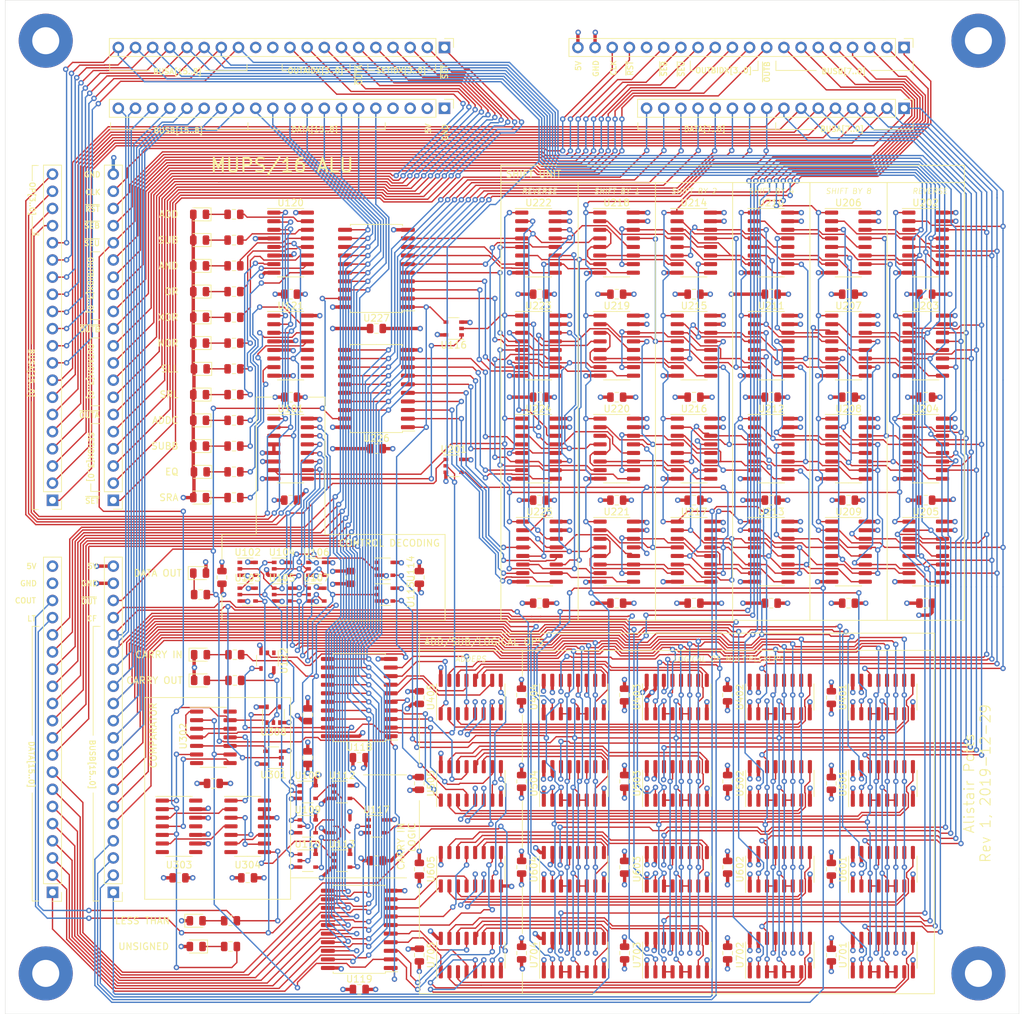
<source format=kicad_pcb>
(kicad_pcb (version 20171130) (host pcbnew "(5.1.4)-1")
  (layers (0 F.Cu signal) (1 In1.Cu signal) (2 In2.Cu signal) (31 B.Cu signal) (34 B.Paste user hide) (35 F.Paste user hide) (36 B.SilkS user) (37 F.SilkS user) (38 B.Mask user) (39 F.Mask user) (44 Edge.Cuts user))
  (net 0 "")
  (net 1 BUSA15)
  (net 2 BUSA14)
  (net 3 BUSA13)
  (net 4 BUSA12)
  (net 5 BUSA11)
  (net 6 BUSA10)
  (net 7 BUSA9)
  (net 8 BUSA8)
  (net 9 BUSA7)
  (net 10 BUSA6)
  (net 11 BUSA5)
  (net 12 BUSA4)
  (net 13 BUSA3)
  (net 14 BUSA2)
  (net 15 BUSA1)
  (net 16 BUSA0)
  (net 17 BUSB0)
  (net 18 BUSB1)
  (net 19 BUSB2)
  (net 20 BUSB3)
  (net 21 BUSB4)
  (net 22 BUSB5)
  (net 23 BUSB6)
  (net 24 BUSB7)
  (net 25 BUSB8)
  (net 26 BUSB9)
  (net 27 BUSB10)
  (net 28 BUSB11)
  (net 29 BUSB12)
  (net 30 BUSB13)
  (net 31 BUSB14)
  (net 32 BUSB15)
  (net 33 /CARRYIN)
  (net 34 /~UNSIGNED)
  (net 35 VCC)
  (net 36 GND)
  (net 37 /ADDOUT15)
  (net 38 /ADDOUT14)
  (net 39 /ADDOUT13)
  (net 40 /ADDOUT12)
  (net 41 /ADDOUT11)
  (net 42 /ADDOUT10)
  (net 43 /ADDOUT9)
  (net 44 /ADDOUT8)
  (net 45 /ADDOUT7)
  (net 46 /ADDOUT6)
  (net 47 /ADDOUT5)
  (net 48 /ADDOUT4)
  (net 49 /ADDOUT3)
  (net 50 /ADDOUT2)
  (net 51 /ADDOUT1)
  (net 52 /ADDOUT0)
  (net 53 /shifter/SHIFTIN)
  (net 54 /shifter/OUT_PI15)
  (net 55 /shifter/OUT_PI14)
  (net 56 /shifter/OUT_PI13)
  (net 57 /shifter/OUT_PI12)
  (net 58 /shifter/OUT_PI8)
  (net 59 /shifter/OUT_PI9)
  (net 60 /shifter/OUT_PI10)
  (net 61 /shifter/OUT_PI11)
  (net 62 /shifter/OUT_PI7)
  (net 63 /shifter/OUT_PI6)
  (net 64 /shifter/OUT_PI5)
  (net 65 /shifter/OUT_PI4)
  (net 66 /shifter/OUT_PI0)
  (net 67 /shifter/OUT_PI1)
  (net 68 /shifter/OUT_PI2)
  (net 69 /shifter/OUT_PI3)
  (net 70 /shifter/OUT_S8_15)
  (net 71 /shifter/OUT_S8_14)
  (net 72 /shifter/OUT_S8_13)
  (net 73 /shifter/OUT_S8_12)
  (net 74 /shifter/OUT_S8_8)
  (net 75 /shifter/OUT_S8_9)
  (net 76 /shifter/OUT_S8_10)
  (net 77 /shifter/OUT_S8_11)
  (net 78 /shifter/OUT_S8_7)
  (net 79 /shifter/OUT_S8_6)
  (net 80 /shifter/OUT_S8_5)
  (net 81 /shifter/OUT_S8_4)
  (net 82 /shifter/OUT_S8_0)
  (net 83 /shifter/OUT_S8_1)
  (net 84 /shifter/OUT_S8_2)
  (net 85 /shifter/OUT_S8_3)
  (net 86 /shifter/OUT_S4_15)
  (net 87 /shifter/OUT_S4_14)
  (net 88 /shifter/OUT_S4_13)
  (net 89 /shifter/OUT_S4_12)
  (net 90 /shifter/OUT_S4_8)
  (net 91 /shifter/OUT_S4_9)
  (net 92 /shifter/OUT_S4_10)
  (net 93 /shifter/OUT_S4_11)
  (net 94 /shifter/OUT_S4_7)
  (net 95 /shifter/OUT_S4_6)
  (net 96 /shifter/OUT_S4_5)
  (net 97 /shifter/OUT_S4_4)
  (net 98 /shifter/OUT_S4_0)
  (net 99 /shifter/OUT_S4_1)
  (net 100 /shifter/OUT_S4_2)
  (net 101 /shifter/OUT_S4_3)
  (net 102 /shifter/OUT_S2_15)
  (net 103 /shifter/OUT_S2_14)
  (net 104 /shifter/OUT_S2_13)
  (net 105 /shifter/OUT_S2_12)
  (net 106 /shifter/OUT_S2_8)
  (net 107 /shifter/OUT_S2_9)
  (net 108 /shifter/OUT_S2_10)
  (net 109 /shifter/OUT_S2_11)
  (net 110 /shifter/OUT_S2_7)
  (net 111 /shifter/OUT_S2_6)
  (net 112 /shifter/OUT_S2_5)
  (net 113 /shifter/OUT_S2_4)
  (net 114 /shifter/OUT_S2_0)
  (net 115 /shifter/OUT_S2_1)
  (net 116 /shifter/OUT_S2_2)
  (net 117 /shifter/OUT_S2_3)
  (net 118 /shifter/OUT_S1_12)
  (net 119 /shifter/OUT_S1_13)
  (net 120 /shifter/OUT_S1_14)
  (net 121 /shifter/OUT_S1_15)
  (net 122 /shifter/OUT_S1_11)
  (net 123 /shifter/OUT_S1_10)
  (net 124 /shifter/OUT_S1_9)
  (net 125 /shifter/OUT_S1_8)
  (net 126 /shifter/OUT_S1_4)
  (net 127 /shifter/OUT_S1_5)
  (net 128 /shifter/OUT_S1_6)
  (net 129 /shifter/OUT_S1_7)
  (net 130 /shifter/OUT_S1_3)
  (net 131 /shifter/OUT_S1_2)
  (net 132 /shifter/OUT_S1_1)
  (net 133 /shifter/OUT_S1_0)
  (net 134 /shifter/OUT_POST_12)
  (net 135 /shifter/OUT_POST_13)
  (net 136 /shifter/OUT_POST_14)
  (net 137 /shifter/OUT_POST_15)
  (net 138 /shifter/OUT_POST_11)
  (net 139 /shifter/OUT_POST_10)
  (net 140 /shifter/OUT_POST_9)
  (net 141 /shifter/OUT_POST_8)
  (net 142 /shifter/OUT_POST_4)
  (net 143 /shifter/OUT_POST_5)
  (net 144 /shifter/OUT_POST_6)
  (net 145 /shifter/OUT_POST_7)
  (net 146 /shifter/OUT_POST_0)
  (net 147 /shifter/OUT_POST_1)
  (net 148 /shifter/OUT_POST_2)
  (net 149 /shifter/OUT_POST_3)
  (net 150 DATA8)
  (net 151 DATA9)
  (net 152 DATA10)
  (net 153 DATA11)
  (net 154 DATA12)
  (net 155 DATA13)
  (net 156 DATA14)
  (net 157 DATA15)
  (net 158 DATA7)
  (net 159 DATA6)
  (net 160 DATA5)
  (net 161 DATA4)
  (net 162 DATA3)
  (net 163 DATA2)
  (net 164 DATA1)
  (net 165 DATA0)
  (net 166 "Net-(U301-Pad4)")
  (net 167 "Net-(U303-Pad3)")
  (net 168 "Net-(U304-Pad3)")
  (net 169 /slice0/OUTX0)
  (net 170 /slice0/OUTY0)
  (net 171 /slice0/OUTX1)
  (net 172 /slice0/OUTY1)
  (net 173 /slice0/OUTY2)
  (net 174 /slice0/OUTX2)
  (net 175 /slice0/OUTX3)
  (net 176 /slice0/OUTY3)
  (net 177 /slice1/CARRYIN)
  (net 178 /slice1/OUTY0)
  (net 179 /slice1/OUTX0)
  (net 180 /slice1/OUTY1)
  (net 181 /slice1/OUTX1)
  (net 182 /slice1/OUTX2)
  (net 183 /slice1/OUTY2)
  (net 184 /slice1/OUTX3)
  (net 185 /slice1/OUTY3)
  (net 186 /slice2/CARRYIN)
  (net 187 /slice2/OUTY0)
  (net 188 /slice2/OUTX0)
  (net 189 /slice2/OUTY1)
  (net 190 /slice2/OUTX1)
  (net 191 /slice2/OUTX2)
  (net 192 /slice2/OUTY2)
  (net 193 /slice2/OUTY3)
  (net 194 /slice2/OUTX3)
  (net 195 /slice3/CARRYIN)
  (net 196 /slice3/OUTX0)
  (net 197 /slice3/OUTY0)
  (net 198 /slice3/OUTX1)
  (net 199 /slice3/OUTY1)
  (net 200 /slice3/OUTY2)
  (net 201 /slice3/OUTX2)
  (net 202 /slice3/OUTX3)
  (net 203 /slice3/OUTY3)
  (net 204 "Net-(U302-Pad12)")
  (net 205 "Net-(U302-Pad11)")
  (net 206 "Net-(U302-Pad8)")
  (net 207 "Net-(U302-Pad6)")
  (net 208 "Net-(U303-Pad6)")
  (net 209 "Net-(U304-Pad10)")
  (net 210 "Net-(U304-Pad5)")
  (net 211 /CARRYOUT)
  (net 212 /LESS_THAN)
  (net 213 /~OUT_ENABLE)
  (net 214 /CARRY_FLAG)
  (net 215 /OP3)
  (net 216 /OP2)
  (net 217 /OP1)
  (net 218 /OP0)
  (net 219 /~OP_ADD)
  (net 220 /~OP_SUB)
  (net 221 /~OP_AND_EQ)
  (net 222 /~OP_OR)
  (net 223 /~OP_XOR)
  (net 224 /~OP_NOR)
  (net 225 /~OP_SL)
  (net 226 /~OP_SR)
  (net 227 "Net-(U102-Pad4)")
  (net 228 /~IS_EQ)
  (net 229 /OP_Y0)
  (net 230 /OP_Y1)
  (net 231 /OP_Y2)
  (net 232 /OP_Y3)
  (net 233 "Net-(U108-Pad4)")
  (net 234 "Net-(U109-Pad4)")
  (net 235 "Net-(U110-Pad4)")
  (net 236 "Net-(U111-Pad4)")
  (net 237 "Net-(U112-Pad4)")
  (net 238 "Net-(U113-Pad4)")
  (net 239 /OP_X0)
  (net 240 /OP_X2)
  (net 241 /~SHIFT_ENABLE)
  (net 242 "Net-(J105-Pad1)")
  (net 243 "Net-(J106-Pad1)")
  (net 244 "Net-(J107-Pad1)")
  (net 245 "Net-(J108-Pad1)")
  (net 246 "Net-(JR101-Pad4)")
  (net 247 "Net-(JR101-Pad3)")
  (net 248 "Net-(JR102-Pad12)")
  (net 249 "Net-(JR102-Pad11)")
  (net 250 /OUTAIDX3)
  (net 251 /OUTAIDX2)
  (net 252 /OUTAIDX1)
  (net 253 /OUTAIDX0)
  (net 254 /~OUTA)
  (net 255 /SETIDX3)
  (net 256 /SETIDX2)
  (net 257 /SETIDX1)
  (net 258 /SETIDX0)
  (net 259 /~SET)
  (net 260 /CLK)
  (net 261 /~RESET)
  (net 262 "Net-(JR103-Pad16)")
  (net 263 /~SEBYTE)
  (net 264 /OUTBIDX3)
  (net 265 /OUTBIDX2)
  (net 266 /OUTBIDX1)
  (net 267 /OUTBIDX0)
  (net 268 /~OUTB)
  (net 269 "Net-(D101-Pad1)")
  (net 270 "Net-(D102-Pad1)")
  (net 271 "Net-(D103-Pad1)")
  (net 272 "Net-(D104-Pad1)")
  (net 273 "Net-(D105-Pad1)")
  (net 274 "Net-(D106-Pad1)")
  (net 275 "Net-(D107-Pad1)")
  (net 276 "Net-(D108-Pad1)")
  (net 277 "Net-(D109-Pad1)")
  (net 278 "Net-(D110-Pad1)")
  (net 279 "Net-(D111-Pad1)")
  (net 280 "Net-(D112-Pad1)")
  (net 281 "Net-(D113-Pad1)")
  (net 282 "Net-(D114-Pad1)")
  (net 283 "Net-(D115-Pad2)")
  (net 284 "Net-(D116-Pad2)")
  (net 285 "Net-(R101-Pad2)")
  (net 286 "Net-(R102-Pad2)")
  (net 287 "Net-(R103-Pad2)")
  (net 288 "Net-(R104-Pad2)")
  (net 289 "Net-(R105-Pad2)")
  (net 290 "Net-(R106-Pad2)")
  (net 291 "Net-(R107-Pad2)")
  (net 292 "Net-(R108-Pad2)")
  (net 293 "Net-(R109-Pad2)")
  (net 294 "Net-(R110-Pad2)")
  (net 295 "Net-(R111-Pad2)")
  (net 296 "Net-(R112-Pad2)")
  (net 297 "Net-(U121-Pad12)")
  (net 298 "Net-(U121-Pad11)")
  (net 299 "Net-(U121-Pad10)")
  (net 300 "Net-(U121-Pad9)")
  (net 301 "Net-(D117-Pad2)")
  (net 302 "Net-(U118-Pad19)")
  (net 303 "Net-(U303-Pad8)")
  (net 304 "Net-(U303-Pad11)")
  (net 305 "Net-(U304-Pad11)")
  (module Package_SO:TSOP-5_1.65x3.05mm_P0.95mm (layer F.Cu) (at 58.801 117.729 270)
    (fp_text reference U122 (at 0 -2.45 90) (layer F.SilkS))
    (fp_text value 74HCT1G04)
    (pad 5 smd rect (at 1.16 -0.95 270) (size 0.7 0.51) (layers F.Cu F.Paste F.Mask) (net 35 VCC))
    (pad 4 smd rect (at 1.16 0.95 270) (size 0.7 0.51) (layers F.Cu F.Paste F.Mask) (net 302 "Net-(U118-Pad19)"))
    (pad 3 smd rect (at -1.16 0.95 270) (size 0.7 0.51) (layers F.Cu F.Paste F.Mask) (net 36 GND))
    (pad 2 smd rect (at -1.16 0 270) (size 0.7 0.51) (layers F.Cu F.Paste F.Mask) (net 241 /~SHIFT_ENABLE))
    (pad 1 smd rect (at -1.16 -0.95 270) (size 0.7 0.51) (layers F.Cu F.Paste F.Mask))
  )
  (module Capacitor_SMD:C_0805_2012Metric (layer F.Cu) (at 81.28 105.41 270)
    (fp_text reference C305 hide)
    (fp_text value C_Small)
    (pad 2 smd roundrect (at 0.9375 0 270) (size 0.975 1.4) (layers F.Cu F.Paste F.Mask) (net 36 GND))
    (pad 1 smd roundrect (at -0.9375 0 270) (size 0.975 1.4) (layers F.Cu F.Paste F.Mask) (net 35 VCC))
  )
  (module Capacitor_SMD:C_0805_2012Metric (layer F.Cu) (at 55.88 149.86)
    (fp_text reference C304 hide)
    (fp_text value C_Small)
    (pad 2 smd roundrect (at 0.9375 0) (size 0.975 1.4) (layers F.Cu F.Paste F.Mask) (net 36 GND))
    (pad 1 smd roundrect (at -0.9375 0) (size 0.975 1.4) (layers F.Cu F.Paste F.Mask) (net 35 VCC))
  )
  (module Capacitor_SMD:C_0805_2012Metric (layer F.Cu) (at 45.72 149.86)
    (fp_text reference C303 hide)
    (fp_text value C_Small)
    (pad 2 smd roundrect (at 0.9375 0) (size 0.975 1.4) (layers F.Cu F.Paste F.Mask) (net 36 GND))
    (pad 1 smd roundrect (at -0.9375 0) (size 0.975 1.4) (layers F.Cu F.Paste F.Mask) (net 35 VCC))
  )
  (module Capacitor_SMD:C_0805_2012Metric (layer F.Cu) (at 50.8 135.89)
    (fp_text reference C302 hide)
    (fp_text value C_Small)
    (pad 2 smd roundrect (at 0.9375 0) (size 0.975 1.4) (layers F.Cu F.Paste F.Mask) (net 36 GND))
    (pad 1 smd roundrect (at -0.9375 0) (size 0.975 1.4) (layers F.Cu F.Paste F.Mask) (net 35 VCC))
  )
  (module Capacitor_SMD:C_0805_2012Metric (layer F.Cu) (at 64.77 132.08 90)
    (fp_text reference C301 hide)
    (fp_text value C_Small)
    (pad 2 smd roundrect (at 0.9375 0 90) (size 0.975 1.4) (layers F.Cu F.Paste F.Mask) (net 36 GND))
    (pad 1 smd roundrect (at -0.9375 0 90) (size 0.975 1.4) (layers F.Cu F.Paste F.Mask) (net 35 VCC))
  )
  (module Capacitor_SMD:C_0805_2012Metric (layer F.Cu) (at 72.39 132.08)
    (fp_text reference C108 hide)
    (fp_text value C_Small)
    (pad 2 smd roundrect (at 0.9375 0) (size 0.975 1.4) (layers F.Cu F.Paste F.Mask) (net 36 GND))
    (pad 1 smd roundrect (at -0.9375 0) (size 0.975 1.4) (layers F.Cu F.Paste F.Mask) (net 35 VCC))
  )
  (module Capacitor_SMD:C_0805_2012Metric (layer F.Cu) (at 72.39 166.37)
    (fp_text reference C107 hide)
    (fp_text value C_Small)
    (pad 2 smd roundrect (at 0.9375 0) (size 0.975 1.4) (layers F.Cu F.Paste F.Mask) (net 36 GND))
    (pad 1 smd roundrect (at -0.9375 0) (size 0.975 1.4) (layers F.Cu F.Paste F.Mask) (net 35 VCC))
  )
  (module Capacitor_SMD:C_0805_2012Metric (layer F.Cu) (at 71.12 105.41 90)
    (fp_text reference C106 hide)
    (fp_text value C_Small)
    (pad 2 smd roundrect (at 0.9375 0 90) (size 0.975 1.4) (layers F.Cu F.Paste F.Mask) (net 36 GND))
    (pad 1 smd roundrect (at -0.9375 0 90) (size 0.975 1.4) (layers F.Cu F.Paste F.Mask) (net 35 VCC))
  )
  (module Capacitor_SMD:C_0805_2012Metric (layer F.Cu) (at 74.93 147.32)
    (fp_text reference C105 hide)
    (fp_text value C_Small)
    (pad 2 smd roundrect (at 0.9375 0) (size 0.975 1.4) (layers F.Cu F.Paste F.Mask) (net 36 GND))
    (pad 1 smd roundrect (at -0.9375 0) (size 0.975 1.4) (layers F.Cu F.Paste F.Mask) (net 35 VCC))
  )
  (module Capacitor_SMD:C_0805_2012Metric (layer F.Cu) (at 52.07 105.41 90)
    (fp_text reference C104 hide)
    (fp_text value C_Small)
    (pad 2 smd roundrect (at 0.9375 0 90) (size 0.975 1.4) (layers F.Cu F.Paste F.Mask) (net 36 GND))
    (pad 1 smd roundrect (at -0.9375 0 90) (size 0.975 1.4) (layers F.Cu F.Paste F.Mask) (net 35 VCC))
  )
  (module Capacitor_SMD:C_0805_2012Metric (layer F.Cu) (at 62.23 93.98)
    (fp_text reference C103 hide)
    (fp_text value C_Small)
    (pad 2 smd roundrect (at 0.9375 0) (size 0.975 1.4) (layers F.Cu F.Paste F.Mask) (net 36 GND))
    (pad 1 smd roundrect (at -0.9375 0) (size 0.975 1.4) (layers F.Cu F.Paste F.Mask) (net 35 VCC))
  )
  (module Capacitor_SMD:C_0805_2012Metric (layer F.Cu) (at 62.23 78.74)
    (fp_text reference C102 hide)
    (fp_text value C_Small)
    (pad 2 smd roundrect (at 0.9375 0) (size 0.975 1.4) (layers F.Cu F.Paste F.Mask) (net 36 GND))
    (pad 1 smd roundrect (at -0.9375 0) (size 0.975 1.4) (layers F.Cu F.Paste F.Mask) (net 35 VCC))
  )
  (module Capacitor_SMD:C_0805_2012Metric (layer F.Cu) (at 62.23 63.5)
    (fp_text reference C101 hide)
    (fp_text value C_Small)
    (pad 2 smd roundrect (at 0.9375 0) (size 0.975 1.4) (layers F.Cu F.Paste F.Mask) (net 36 GND))
    (pad 1 smd roundrect (at -0.9375 0) (size 0.975 1.4) (layers F.Cu F.Paste F.Mask) (net 35 VCC))
  )
  (module Capacitor_SMD:C_0805_2012Metric (layer F.Cu) (at 74.93 68.58)
    (fp_text reference C227 hide)
    (fp_text value C_Small)
    (pad 2 smd roundrect (at 0.9375 0) (size 0.975 1.4) (layers F.Cu F.Paste F.Mask) (net 36 GND))
    (pad 1 smd roundrect (at -0.9375 0) (size 0.975 1.4) (layers F.Cu F.Paste F.Mask) (net 35 VCC))
  )
  (module Capacitor_SMD:C_0805_2012Metric (layer F.Cu) (at 74.93 86.36)
    (fp_text reference C226 hide)
    (fp_text value C_Small)
    (pad 2 smd roundrect (at 0.9375 0) (size 0.975 1.4) (layers F.Cu F.Paste F.Mask) (net 36 GND))
    (pad 1 smd roundrect (at -0.9375 0) (size 0.975 1.4) (layers F.Cu F.Paste F.Mask) (net 35 VCC))
  )
  (module Capacitor_SMD:C_0805_2012Metric (layer F.Cu) (at 99.06 109.22)
    (fp_text reference C225 hide)
    (fp_text value C_Small)
    (pad 2 smd roundrect (at 0.9375 0) (size 0.975 1.4) (layers F.Cu F.Paste F.Mask) (net 36 GND))
    (pad 1 smd roundrect (at -0.9375 0) (size 0.975 1.4) (layers F.Cu F.Paste F.Mask) (net 35 VCC))
  )
  (module Capacitor_SMD:C_0805_2012Metric (layer F.Cu) (at 99.06 93.98)
    (fp_text reference C224 hide)
    (fp_text value C_Small)
    (pad 2 smd roundrect (at 0.9375 0) (size 0.975 1.4) (layers F.Cu F.Paste F.Mask) (net 36 GND))
    (pad 1 smd roundrect (at -0.9375 0) (size 0.975 1.4) (layers F.Cu F.Paste F.Mask) (net 35 VCC))
  )
  (module Capacitor_SMD:C_0805_2012Metric (layer F.Cu) (at 99.06 78.74)
    (fp_text reference C223 hide)
    (fp_text value C_Small)
    (pad 2 smd roundrect (at 0.9375 0) (size 0.975 1.4) (layers F.Cu F.Paste F.Mask) (net 36 GND))
    (pad 1 smd roundrect (at -0.9375 0) (size 0.975 1.4) (layers F.Cu F.Paste F.Mask) (net 35 VCC))
  )
  (module Capacitor_SMD:C_0805_2012Metric (layer F.Cu) (at 99.06 63.5)
    (fp_text reference C222 hide)
    (fp_text value C_Small)
    (pad 2 smd roundrect (at 0.9375 0) (size 0.975 1.4) (layers F.Cu F.Paste F.Mask) (net 36 GND))
    (pad 1 smd roundrect (at -0.9375 0) (size 0.975 1.4) (layers F.Cu F.Paste F.Mask) (net 35 VCC))
  )
  (module Capacitor_SMD:C_0805_2012Metric (layer F.Cu) (at 110.49 109.22)
    (fp_text reference C221 hide)
    (fp_text value C_Small)
    (pad 2 smd roundrect (at 0.9375 0) (size 0.975 1.4) (layers F.Cu F.Paste F.Mask) (net 36 GND))
    (pad 1 smd roundrect (at -0.9375 0) (size 0.975 1.4) (layers F.Cu F.Paste F.Mask) (net 35 VCC))
  )
  (module Capacitor_SMD:C_0805_2012Metric (layer F.Cu) (at 110.49 93.98)
    (fp_text reference C220 hide)
    (fp_text value C_Small)
    (pad 2 smd roundrect (at 0.9375 0) (size 0.975 1.4) (layers F.Cu F.Paste F.Mask) (net 36 GND))
    (pad 1 smd roundrect (at -0.9375 0) (size 0.975 1.4) (layers F.Cu F.Paste F.Mask) (net 35 VCC))
  )
  (module Capacitor_SMD:C_0805_2012Metric (layer F.Cu) (at 110.49 78.74)
    (fp_text reference C219 hide)
    (fp_text value C_Small)
    (pad 2 smd roundrect (at 0.9375 0) (size 0.975 1.4) (layers F.Cu F.Paste F.Mask) (net 36 GND))
    (pad 1 smd roundrect (at -0.9375 0) (size 0.975 1.4) (layers F.Cu F.Paste F.Mask) (net 35 VCC))
  )
  (module Capacitor_SMD:C_0805_2012Metric (layer F.Cu) (at 110.49 63.5)
    (fp_text reference C218 hide)
    (fp_text value C_Small)
    (pad 2 smd roundrect (at 0.9375 0) (size 0.975 1.4) (layers F.Cu F.Paste F.Mask) (net 36 GND))
    (pad 1 smd roundrect (at -0.9375 0) (size 0.975 1.4) (layers F.Cu F.Paste F.Mask) (net 35 VCC))
  )
  (module Capacitor_SMD:C_0805_2012Metric (layer F.Cu) (at 121.92 109.22)
    (fp_text reference C217 hide)
    (fp_text value C_Small)
    (pad 2 smd roundrect (at 0.9375 0) (size 0.975 1.4) (layers F.Cu F.Paste F.Mask) (net 36 GND))
    (pad 1 smd roundrect (at -0.9375 0) (size 0.975 1.4) (layers F.Cu F.Paste F.Mask) (net 35 VCC))
  )
  (module Capacitor_SMD:C_0805_2012Metric (layer F.Cu) (at 121.92 93.98)
    (fp_text reference C216 hide)
    (fp_text value C_Small)
    (pad 2 smd roundrect (at 0.9375 0) (size 0.975 1.4) (layers F.Cu F.Paste F.Mask) (net 36 GND))
    (pad 1 smd roundrect (at -0.9375 0) (size 0.975 1.4) (layers F.Cu F.Paste F.Mask) (net 35 VCC))
  )
  (module Capacitor_SMD:C_0805_2012Metric (layer F.Cu) (at 121.92 78.74)
    (fp_text reference C215 hide)
    (fp_text value C_Small)
    (pad 2 smd roundrect (at 0.9375 0) (size 0.975 1.4) (layers F.Cu F.Paste F.Mask) (net 36 GND))
    (pad 1 smd roundrect (at -0.9375 0) (size 0.975 1.4) (layers F.Cu F.Paste F.Mask) (net 35 VCC))
  )
  (module Capacitor_SMD:C_0805_2012Metric (layer F.Cu) (at 121.92 63.5)
    (fp_text reference C214 hide)
    (fp_text value C_Small)
    (pad 2 smd roundrect (at 0.9375 0) (size 0.975 1.4) (layers F.Cu F.Paste F.Mask) (net 36 GND))
    (pad 1 smd roundrect (at -0.9375 0) (size 0.975 1.4) (layers F.Cu F.Paste F.Mask) (net 35 VCC))
  )
  (module Capacitor_SMD:C_0805_2012Metric (layer F.Cu) (at 133.35 109.22)
    (fp_text reference C213 hide)
    (fp_text value C_Small)
    (pad 2 smd roundrect (at 0.9375 0) (size 0.975 1.4) (layers F.Cu F.Paste F.Mask) (net 36 GND))
    (pad 1 smd roundrect (at -0.9375 0) (size 0.975 1.4) (layers F.Cu F.Paste F.Mask) (net 35 VCC))
  )
  (module Capacitor_SMD:C_0805_2012Metric (layer F.Cu) (at 133.35 93.98)
    (fp_text reference C212 hide)
    (fp_text value C_Small)
    (pad 2 smd roundrect (at 0.9375 0) (size 0.975 1.4) (layers F.Cu F.Paste F.Mask) (net 36 GND))
    (pad 1 smd roundrect (at -0.9375 0) (size 0.975 1.4) (layers F.Cu F.Paste F.Mask) (net 35 VCC))
  )
  (module Capacitor_SMD:C_0805_2012Metric (layer F.Cu) (at 133.35 78.74)
    (fp_text reference C211 hide)
    (fp_text value C_Small)
    (pad 2 smd roundrect (at 0.9375 0) (size 0.975 1.4) (layers F.Cu F.Paste F.Mask) (net 36 GND))
    (pad 1 smd roundrect (at -0.9375 0) (size 0.975 1.4) (layers F.Cu F.Paste F.Mask) (net 35 VCC))
  )
  (module Capacitor_SMD:C_0805_2012Metric (layer F.Cu) (at 133.35 63.5)
    (fp_text reference C210 hide)
    (fp_text value C_Small)
    (pad 2 smd roundrect (at 0.9375 0) (size 0.975 1.4) (layers F.Cu F.Paste F.Mask) (net 36 GND))
    (pad 1 smd roundrect (at -0.9375 0) (size 0.975 1.4) (layers F.Cu F.Paste F.Mask) (net 35 VCC))
  )
  (module Capacitor_SMD:C_0805_2012Metric (layer F.Cu) (at 144.78 109.22)
    (fp_text reference C209 hide)
    (fp_text value C_Small)
    (pad 2 smd roundrect (at 0.9375 0) (size 0.975 1.4) (layers F.Cu F.Paste F.Mask) (net 36 GND))
    (pad 1 smd roundrect (at -0.9375 0) (size 0.975 1.4) (layers F.Cu F.Paste F.Mask) (net 35 VCC))
  )
  (module Capacitor_SMD:C_0805_2012Metric (layer F.Cu) (at 144.78 93.98)
    (fp_text reference C208 hide)
    (fp_text value C_Small)
    (pad 2 smd roundrect (at 0.9375 0) (size 0.975 1.4) (layers F.Cu F.Paste F.Mask) (net 36 GND))
    (pad 1 smd roundrect (at -0.9375 0) (size 0.975 1.4) (layers F.Cu F.Paste F.Mask) (net 35 VCC))
  )
  (module Capacitor_SMD:C_0805_2012Metric (layer F.Cu) (at 144.78 78.74)
    (fp_text reference C207 hide)
    (fp_text value C_Small)
    (pad 2 smd roundrect (at 0.9375 0) (size 0.975 1.4) (layers F.Cu F.Paste F.Mask) (net 36 GND))
    (pad 1 smd roundrect (at -0.9375 0) (size 0.975 1.4) (layers F.Cu F.Paste F.Mask) (net 35 VCC))
  )
  (module Capacitor_SMD:C_0805_2012Metric (layer F.Cu) (at 144.78 63.5)
    (fp_text reference C206 hide)
    (fp_text value C_Small)
    (pad 2 smd roundrect (at 0.9375 0) (size 0.975 1.4) (layers F.Cu F.Paste F.Mask) (net 36 GND))
    (pad 1 smd roundrect (at -0.9375 0) (size 0.975 1.4) (layers F.Cu F.Paste F.Mask) (net 35 VCC))
  )
  (module Capacitor_SMD:C_0805_2012Metric (layer F.Cu) (at 156.21 109.22)
    (fp_text reference C205 hide)
    (fp_text value C_Small)
    (pad 2 smd roundrect (at 0.9375 0) (size 0.975 1.4) (layers F.Cu F.Paste F.Mask) (net 36 GND))
    (pad 1 smd roundrect (at -0.9375 0) (size 0.975 1.4) (layers F.Cu F.Paste F.Mask) (net 35 VCC))
  )
  (module Capacitor_SMD:C_0805_2012Metric (layer F.Cu) (at 156.21 93.98)
    (fp_text reference C204 hide)
    (fp_text value C_Small)
    (pad 2 smd roundrect (at 0.9375 0) (size 0.975 1.4) (layers F.Cu F.Paste F.Mask) (net 36 GND))
    (pad 1 smd roundrect (at -0.9375 0) (size 0.975 1.4) (layers F.Cu F.Paste F.Mask) (net 35 VCC))
  )
  (module Capacitor_SMD:C_0805_2012Metric (layer F.Cu) (at 156.21 78.74)
    (fp_text reference C203 hide)
    (fp_text value C_Small)
    (pad 2 smd roundrect (at 0.9375 0) (size 0.975 1.4) (layers F.Cu F.Paste F.Mask) (net 36 GND))
    (pad 1 smd roundrect (at -0.9375 0) (size 0.975 1.4) (layers F.Cu F.Paste F.Mask) (net 35 VCC))
  )
  (module Capacitor_SMD:C_0805_2012Metric (layer F.Cu) (at 156.21 63.5)
    (fp_text reference C202 hide)
    (fp_text value C_Small)
    (pad 2 smd roundrect (at 0.9375 0) (size 0.975 1.4) (layers F.Cu F.Paste F.Mask) (net 36 GND))
    (pad 1 smd roundrect (at -0.9375 0) (size 0.975 1.4) (layers F.Cu F.Paste F.Mask) (net 35 VCC))
  )
  (module Capacitor_SMD:C_0805_2012Metric (layer F.Cu) (at 64.77 125.73 90)
    (fp_text reference C201 hide)
    (fp_text value C_Small)
    (pad 2 smd roundrect (at 0.9375 0 90) (size 0.975 1.4) (layers F.Cu F.Paste F.Mask) (net 36 GND))
    (pad 1 smd roundrect (at -0.9375 0 90) (size 0.975 1.4) (layers F.Cu F.Paste F.Mask) (net 35 VCC))
  )
  (module Connector_PinHeader_2.54mm:PinHeader_1x16_P2.54mm_Vertical (layer F.Cu) (at 153 36 270)
    (fp_text reference JR104 hide)
    (fp_text value Conn_01x16_Male)
    (pad 16 thru_hole oval (at 0 38.1 270) (size 1.7 1.7) (drill 1) (layers *.Cu *.Mask) (net 158 DATA7))
    (pad 15 thru_hole oval (at 0 35.56 270) (size 1.7 1.7) (drill 1) (layers *.Cu *.Mask) (net 159 DATA6))
    (pad 14 thru_hole oval (at 0 33.02 270) (size 1.7 1.7) (drill 1) (layers *.Cu *.Mask) (net 160 DATA5))
    (pad 13 thru_hole oval (at 0 30.48 270) (size 1.7 1.7) (drill 1) (layers *.Cu *.Mask) (net 161 DATA4))
    (pad 12 thru_hole oval (at 0 27.94 270) (size 1.7 1.7) (drill 1) (layers *.Cu *.Mask) (net 162 DATA3))
    (pad 11 thru_hole oval (at 0 25.4 270) (size 1.7 1.7) (drill 1) (layers *.Cu *.Mask) (net 163 DATA2))
    (pad 10 thru_hole oval (at 0 22.86 270) (size 1.7 1.7) (drill 1) (layers *.Cu *.Mask) (net 164 DATA1))
    (pad 9 thru_hole oval (at 0 20.32 270) (size 1.7 1.7) (drill 1) (layers *.Cu *.Mask) (net 165 DATA0))
    (pad 8 thru_hole oval (at 0 17.78 270) (size 1.7 1.7) (drill 1) (layers *.Cu *.Mask) (net 9 BUSA7))
    (pad 7 thru_hole oval (at 0 15.24 270) (size 1.7 1.7) (drill 1) (layers *.Cu *.Mask) (net 10 BUSA6))
    (pad 6 thru_hole oval (at 0 12.7 270) (size 1.7 1.7) (drill 1) (layers *.Cu *.Mask) (net 11 BUSA5))
    (pad 5 thru_hole oval (at 0 10.16 270) (size 1.7 1.7) (drill 1) (layers *.Cu *.Mask) (net 12 BUSA4))
    (pad 4 thru_hole oval (at 0 7.62 270) (size 1.7 1.7) (drill 1) (layers *.Cu *.Mask) (net 13 BUSA3))
    (pad 3 thru_hole oval (at 0 5.08 270) (size 1.7 1.7) (drill 1) (layers *.Cu *.Mask) (net 14 BUSA2))
    (pad 2 thru_hole oval (at 0 2.54 270) (size 1.7 1.7) (drill 1) (layers *.Cu *.Mask) (net 15 BUSA1))
    (pad 1 thru_hole rect (at 0 0 270) (size 1.7 1.7) (drill 1) (layers *.Cu *.Mask) (net 16 BUSA0))
  )
  (module Package_SO:SOIC-16_3.9x9.9mm_P1.27mm (layer F.Cu) (at 98.9076 55.88)
    (fp_text reference U222 (at 0 -5.9) (layer F.SilkS))
    (fp_text value 74LS157)
    (pad 1 smd roundrect (at -2.475 -4.445) (size 1.95 0.6) (layers F.Cu F.Paste F.Mask) (net 226 /~OP_SR))
    (pad 2 smd roundrect (at -2.475 -3.175) (size 1.95 0.6) (layers F.Cu F.Paste F.Mask) (net 133 /shifter/OUT_S1_0))
    (pad 3 smd roundrect (at -2.475 -1.905) (size 1.95 0.6) (layers F.Cu F.Paste F.Mask) (net 121 /shifter/OUT_S1_15))
    (pad 4 smd roundrect (at -2.475 -0.635) (size 1.95 0.6) (layers F.Cu F.Paste F.Mask) (net 137 /shifter/OUT_POST_15))
    (pad 5 smd roundrect (at -2.475 0.635) (size 1.95 0.6) (layers F.Cu F.Paste F.Mask) (net 132 /shifter/OUT_S1_1))
    (pad 6 smd roundrect (at -2.475 1.905) (size 1.95 0.6) (layers F.Cu F.Paste F.Mask) (net 120 /shifter/OUT_S1_14))
    (pad 7 smd roundrect (at -2.475 3.175) (size 1.95 0.6) (layers F.Cu F.Paste F.Mask) (net 136 /shifter/OUT_POST_14))
    (pad 8 smd roundrect (at -2.475 4.445) (size 1.95 0.6) (layers F.Cu F.Paste F.Mask) (net 36 GND))
    (pad 9 smd roundrect (at 2.475 4.445) (size 1.95 0.6) (layers F.Cu F.Paste F.Mask) (net 135 /shifter/OUT_POST_13))
    (pad 10 smd roundrect (at 2.475 3.175) (size 1.95 0.6) (layers F.Cu F.Paste F.Mask) (net 119 /shifter/OUT_S1_13))
    (pad 11 smd roundrect (at 2.475 1.905) (size 1.95 0.6) (layers F.Cu F.Paste F.Mask) (net 131 /shifter/OUT_S1_2))
    (pad 12 smd roundrect (at 2.475 0.635) (size 1.95 0.6) (layers F.Cu F.Paste F.Mask) (net 134 /shifter/OUT_POST_12))
    (pad 13 smd roundrect (at 2.475 -0.635) (size 1.95 0.6) (layers F.Cu F.Paste F.Mask) (net 118 /shifter/OUT_S1_12))
    (pad 14 smd roundrect (at 2.475 -1.905) (size 1.95 0.6) (layers F.Cu F.Paste F.Mask) (net 130 /shifter/OUT_S1_3))
    (pad 15 smd roundrect (at 2.475 -3.175) (size 1.95 0.6) (layers F.Cu F.Paste F.Mask) (net 36 GND))
    (pad 16 smd roundrect (at 2.475 -4.445) (size 1.95 0.6) (layers F.Cu F.Paste F.Mask) (net 35 VCC))
  )
  (module Package_SO:SOIC-16_3.9x9.9mm_P1.27mm (layer F.Cu) (at 110.457 55.88)
    (fp_text reference U218 (at 0 -5.9) (layer F.SilkS))
    (fp_text value 74LS157)
    (pad 1 smd roundrect (at -2.475 -4.445) (size 1.95 0.6) (layers F.Cu F.Paste F.Mask) (net 17 BUSB0))
    (pad 2 smd roundrect (at -2.475 -3.175) (size 1.95 0.6) (layers F.Cu F.Paste F.Mask) (net 102 /shifter/OUT_S2_15))
    (pad 3 smd roundrect (at -2.475 -1.905) (size 1.95 0.6) (layers F.Cu F.Paste F.Mask) (net 103 /shifter/OUT_S2_14))
    (pad 4 smd roundrect (at -2.475 -0.635) (size 1.95 0.6) (layers F.Cu F.Paste F.Mask) (net 121 /shifter/OUT_S1_15))
    (pad 5 smd roundrect (at -2.475 0.635) (size 1.95 0.6) (layers F.Cu F.Paste F.Mask) (net 103 /shifter/OUT_S2_14))
    (pad 6 smd roundrect (at -2.475 1.905) (size 1.95 0.6) (layers F.Cu F.Paste F.Mask) (net 104 /shifter/OUT_S2_13))
    (pad 7 smd roundrect (at -2.475 3.175) (size 1.95 0.6) (layers F.Cu F.Paste F.Mask) (net 120 /shifter/OUT_S1_14))
    (pad 8 smd roundrect (at -2.475 4.445) (size 1.95 0.6) (layers F.Cu F.Paste F.Mask) (net 36 GND))
    (pad 9 smd roundrect (at 2.475 4.445) (size 1.95 0.6) (layers F.Cu F.Paste F.Mask) (net 119 /shifter/OUT_S1_13))
    (pad 10 smd roundrect (at 2.475 3.175) (size 1.95 0.6) (layers F.Cu F.Paste F.Mask) (net 105 /shifter/OUT_S2_12))
    (pad 11 smd roundrect (at 2.475 1.905) (size 1.95 0.6) (layers F.Cu F.Paste F.Mask) (net 104 /shifter/OUT_S2_13))
    (pad 12 smd roundrect (at 2.475 0.635) (size 1.95 0.6) (layers F.Cu F.Paste F.Mask) (net 118 /shifter/OUT_S1_12))
    (pad 13 smd roundrect (at 2.475 -0.635) (size 1.95 0.6) (layers F.Cu F.Paste F.Mask) (net 109 /shifter/OUT_S2_11))
    (pad 14 smd roundrect (at 2.475 -1.905) (size 1.95 0.6) (layers F.Cu F.Paste F.Mask) (net 105 /shifter/OUT_S2_12))
    (pad 15 smd roundrect (at 2.475 -3.175) (size 1.95 0.6) (layers F.Cu F.Paste F.Mask) (net 36 GND))
    (pad 16 smd roundrect (at 2.475 -4.445) (size 1.95 0.6) (layers F.Cu F.Paste F.Mask) (net 35 VCC))
  )
  (module Capacitor_SMD:C_0805_2012Metric (layer F.Cu) (at 81.28 135.89 90)
    (fp_text reference C705 hide)
    (fp_text value C_Small)
    (pad 1 smd roundrect (at -0.9375 0 90) (size 0.975 1.4) (layers F.Cu F.Paste F.Mask) (net 36 GND))
    (pad 2 smd roundrect (at 0.9375 0 90) (size 0.975 1.4) (layers F.Cu F.Paste F.Mask) (net 35 VCC))
  )
  (module Capacitor_SMD:C_0805_2012Metric (layer F.Cu) (at 96.41 135.59 90)
    (fp_text reference C704 hide)
    (fp_text value C_Small)
    (pad 1 smd roundrect (at -0.9375 0 90) (size 0.975 1.4) (layers F.Cu F.Paste F.Mask) (net 36 GND))
    (pad 2 smd roundrect (at 0.9375 0 90) (size 0.975 1.4) (layers F.Cu F.Paste F.Mask) (net 35 VCC))
  )
  (module Capacitor_SMD:C_0805_2012Metric (layer F.Cu) (at 111.65 135.59 90)
    (fp_text reference C703 hide)
    (fp_text value C_Small)
    (pad 1 smd roundrect (at -0.9375 0 90) (size 0.975 1.4) (layers F.Cu F.Paste F.Mask) (net 36 GND))
    (pad 2 smd roundrect (at 0.9375 0 90) (size 0.975 1.4) (layers F.Cu F.Paste F.Mask) (net 35 VCC))
  )
  (module Capacitor_SMD:C_0805_2012Metric (layer F.Cu) (at 126.89 135.59 90)
    (fp_text reference C702 hide)
    (fp_text value C_Small)
    (pad 1 smd roundrect (at -0.9375 0 90) (size 0.975 1.4) (layers F.Cu F.Paste F.Mask) (net 36 GND))
    (pad 2 smd roundrect (at 0.9375 0 90) (size 0.975 1.4) (layers F.Cu F.Paste F.Mask) (net 35 VCC))
  )
  (module Capacitor_SMD:C_0805_2012Metric (layer F.Cu) (at 142.24 135.89 90)
    (fp_text reference C701 hide)
    (fp_text value C_Small)
    (pad 1 smd roundrect (at -0.9375 0 90) (size 0.975 1.4) (layers F.Cu F.Paste F.Mask) (net 36 GND))
    (pad 2 smd roundrect (at 0.9375 0 90) (size 0.975 1.4) (layers F.Cu F.Paste F.Mask) (net 35 VCC))
  )
  (module Capacitor_SMD:C_0805_2012Metric (layer F.Cu) (at 81.28 161.29 90)
    (fp_text reference C605 hide)
    (fp_text value C_Small)
    (pad 1 smd roundrect (at -0.9375 0 90) (size 0.975 1.4) (layers F.Cu F.Paste F.Mask) (net 36 GND))
    (pad 2 smd roundrect (at 0.9375 0 90) (size 0.975 1.4) (layers F.Cu F.Paste F.Mask) (net 35 VCC))
  )
  (module Capacitor_SMD:C_0805_2012Metric (layer F.Cu) (at 96.41 160.99 90)
    (fp_text reference C604 hide)
    (fp_text value C_Small)
    (pad 1 smd roundrect (at -0.9375 0 90) (size 0.975 1.4) (layers F.Cu F.Paste F.Mask) (net 36 GND))
    (pad 2 smd roundrect (at 0.9375 0 90) (size 0.975 1.4) (layers F.Cu F.Paste F.Mask) (net 35 VCC))
  )
  (module Capacitor_SMD:C_0805_2012Metric (layer F.Cu) (at 111.65 160.99 90)
    (fp_text reference C603 hide)
    (fp_text value C_Small)
    (pad 1 smd roundrect (at -0.9375 0 90) (size 0.975 1.4) (layers F.Cu F.Paste F.Mask) (net 36 GND))
    (pad 2 smd roundrect (at 0.9375 0 90) (size 0.975 1.4) (layers F.Cu F.Paste F.Mask) (net 35 VCC))
  )
  (module Capacitor_SMD:C_0805_2012Metric (layer F.Cu) (at 126.89 160.99 90)
    (fp_text reference C602 hide)
    (fp_text value C_Small)
    (pad 1 smd roundrect (at -0.9375 0 90) (size 0.975 1.4) (layers F.Cu F.Paste F.Mask) (net 36 GND))
    (pad 2 smd roundrect (at 0.9375 0 90) (size 0.975 1.4) (layers F.Cu F.Paste F.Mask) (net 35 VCC))
  )
  (module Capacitor_SMD:C_0805_2012Metric (layer F.Cu) (at 142.24 161.29 90)
    (fp_text reference C601 hide)
    (fp_text value C_Small)
    (pad 1 smd roundrect (at -0.9375 0 90) (size 0.975 1.4) (layers F.Cu F.Paste F.Mask) (net 36 GND))
    (pad 2 smd roundrect (at 0.9375 0 90) (size 0.975 1.4) (layers F.Cu F.Paste F.Mask) (net 35 VCC))
  )
  (module Capacitor_SMD:C_0805_2012Metric (layer F.Cu) (at 81.28 148.59 90)
    (fp_text reference C505 hide)
    (fp_text value C_Small)
    (pad 1 smd roundrect (at -0.9375 0 90) (size 0.975 1.4) (layers F.Cu F.Paste F.Mask) (net 36 GND))
    (pad 2 smd roundrect (at 0.9375 0 90) (size 0.975 1.4) (layers F.Cu F.Paste F.Mask) (net 35 VCC))
  )
  (module Capacitor_SMD:C_0805_2012Metric (layer F.Cu) (at 96.41 148.29 90)
    (fp_text reference C504 hide)
    (fp_text value C_Small)
    (pad 1 smd roundrect (at -0.9375 0 90) (size 0.975 1.4) (layers F.Cu F.Paste F.Mask) (net 36 GND))
    (pad 2 smd roundrect (at 0.9375 0 90) (size 0.975 1.4) (layers F.Cu F.Paste F.Mask) (net 35 VCC))
  )
  (module Capacitor_SMD:C_0805_2012Metric (layer F.Cu) (at 111.65 148.29 90)
    (fp_text reference C503 hide)
    (fp_text value C_Small)
    (pad 1 smd roundrect (at -0.9375 0 90) (size 0.975 1.4) (layers F.Cu F.Paste F.Mask) (net 36 GND))
    (pad 2 smd roundrect (at 0.9375 0 90) (size 0.975 1.4) (layers F.Cu F.Paste F.Mask) (net 35 VCC))
  )
  (module Capacitor_SMD:C_0805_2012Metric (layer F.Cu) (at 126.89 148.29 90)
    (fp_text reference C502 hide)
    (fp_text value C_Small)
    (pad 1 smd roundrect (at -0.9375 0 90) (size 0.975 1.4) (layers F.Cu F.Paste F.Mask) (net 36 GND))
    (pad 2 smd roundrect (at 0.9375 0 90) (size 0.975 1.4) (layers F.Cu F.Paste F.Mask) (net 35 VCC))
  )
  (module Capacitor_SMD:C_0805_2012Metric (layer F.Cu) (at 142.24 148.59 90)
    (fp_text reference C501 hide)
    (fp_text value C_Small)
    (pad 1 smd roundrect (at -0.9375 0 90) (size 0.975 1.4) (layers F.Cu F.Paste F.Mask) (net 36 GND))
    (pad 2 smd roundrect (at 0.9375 0 90) (size 0.975 1.4) (layers F.Cu F.Paste F.Mask) (net 35 VCC))
  )
  (module Capacitor_SMD:C_0805_2012Metric (layer F.Cu) (at 81.28 123.19 90)
    (fp_text reference C405 hide)
    (fp_text value C_Small)
    (pad 2 smd roundrect (at 0.9375 0 90) (size 0.975 1.4) (layers F.Cu F.Paste F.Mask) (net 35 VCC))
    (pad 1 smd roundrect (at -0.9375 0 90) (size 0.975 1.4) (layers F.Cu F.Paste F.Mask) (net 36 GND))
  )
  (module Capacitor_SMD:C_0805_2012Metric (layer F.Cu) (at 96.393 122.809 90)
    (fp_text reference C404 hide)
    (fp_text value C_Small)
    (pad 2 smd roundrect (at 0.9375 0 90) (size 0.975 1.4) (layers F.Cu F.Paste F.Mask) (net 35 VCC))
    (pad 1 smd roundrect (at -0.9375 0 90) (size 0.975 1.4) (layers F.Cu F.Paste F.Mask) (net 36 GND))
  )
  (module Capacitor_SMD:C_0805_2012Metric (layer F.Cu) (at 111.633 122.809 90)
    (fp_text reference C403 hide)
    (fp_text value C_Small)
    (pad 2 smd roundrect (at 0.9375 0 90) (size 0.975 1.4) (layers F.Cu F.Paste F.Mask) (net 35 VCC))
    (pad 1 smd roundrect (at -0.9375 0 90) (size 0.975 1.4) (layers F.Cu F.Paste F.Mask) (net 36 GND))
  )
  (module Capacitor_SMD:C_0805_2012Metric (layer F.Cu) (at 126.873 122.809 90)
    (fp_text reference C402 hide)
    (fp_text value C_Small)
    (pad 2 smd roundrect (at 0.9375 0 90) (size 0.975 1.4) (layers F.Cu F.Paste F.Mask) (net 35 VCC))
    (pad 1 smd roundrect (at -0.9375 0 90) (size 0.975 1.4) (layers F.Cu F.Paste F.Mask) (net 36 GND))
  )
  (module Capacitor_SMD:C_0805_2012Metric (layer F.Cu) (at 142.24 123.19 90)
    (fp_text reference C401 hide)
    (fp_text value C_Small)
    (pad 2 smd roundrect (at 0.9375 0 90) (size 0.975 1.4) (layers F.Cu F.Paste F.Mask) (net 35 VCC))
    (pad 1 smd roundrect (at -0.9375 0 90) (size 0.975 1.4) (layers F.Cu F.Paste F.Mask) (net 36 GND))
  )
  (module Package_SO:SOIC-16_3.9x9.9mm_P1.27mm (layer F.Cu) (at 62.23 71.12)
    (fp_text reference U121 (at 0 -5.9) (layer F.SilkS))
    (fp_text value 74HCT138)
    (pad 1 smd roundrect (at -2.475 -4.445) (size 1.95 0.6) (layers F.Cu F.Paste F.Mask) (net 218 /OP0))
    (pad 2 smd roundrect (at -2.475 -3.175) (size 1.95 0.6) (layers F.Cu F.Paste F.Mask) (net 217 /OP1))
    (pad 3 smd roundrect (at -2.475 -1.905) (size 1.95 0.6) (layers F.Cu F.Paste F.Mask) (net 216 /OP2))
    (pad 4 smd roundrect (at -2.475 -0.635) (size 1.95 0.6) (layers F.Cu F.Paste F.Mask) (net 36 GND))
    (pad 5 smd roundrect (at -2.475 0.635) (size 1.95 0.6) (layers F.Cu F.Paste F.Mask) (net 36 GND))
    (pad 6 smd roundrect (at -2.475 1.905) (size 1.95 0.6) (layers F.Cu F.Paste F.Mask) (net 215 /OP3))
    (pad 7 smd roundrect (at -2.475 3.175) (size 1.95 0.6) (layers F.Cu F.Paste F.Mask) (net 296 "Net-(R112-Pad2)"))
    (pad 8 smd roundrect (at -2.475 4.445) (size 1.95 0.6) (layers F.Cu F.Paste F.Mask) (net 36 GND))
    (pad 9 smd roundrect (at 2.475 4.445) (size 1.95 0.6) (layers F.Cu F.Paste F.Mask) (net 300 "Net-(U121-Pad9)"))
    (pad 10 smd roundrect (at 2.475 3.175) (size 1.95 0.6) (layers F.Cu F.Paste F.Mask) (net 299 "Net-(U121-Pad10)"))
    (pad 11 smd roundrect (at 2.475 1.905) (size 1.95 0.6) (layers F.Cu F.Paste F.Mask) (net 298 "Net-(U121-Pad11)"))
    (pad 12 smd roundrect (at 2.475 0.635) (size 1.95 0.6) (layers F.Cu F.Paste F.Mask) (net 297 "Net-(U121-Pad12)"))
    (pad 13 smd roundrect (at 2.475 -0.635) (size 1.95 0.6) (layers F.Cu F.Paste F.Mask) (net 295 "Net-(R111-Pad2)"))
    (pad 14 smd roundrect (at 2.475 -1.905) (size 1.95 0.6) (layers F.Cu F.Paste F.Mask) (net 294 "Net-(R110-Pad2)"))
    (pad 15 smd roundrect (at 2.475 -3.175) (size 1.95 0.6) (layers F.Cu F.Paste F.Mask) (net 293 "Net-(R109-Pad2)"))
    (pad 16 smd roundrect (at 2.475 -4.445) (size 1.95 0.6) (layers F.Cu F.Paste F.Mask) (net 35 VCC))
  )
  (module Package_SO:SOIC-16_3.9x9.9mm_P1.27mm (layer F.Cu) (at 62.23 55.88)
    (fp_text reference U120 (at 0 -5.9) (layer F.SilkS))
    (fp_text value 74HCT138)
    (pad 1 smd roundrect (at -2.475 -4.445) (size 1.95 0.6) (layers F.Cu F.Paste F.Mask) (net 218 /OP0))
    (pad 2 smd roundrect (at -2.475 -3.175) (size 1.95 0.6) (layers F.Cu F.Paste F.Mask) (net 217 /OP1))
    (pad 3 smd roundrect (at -2.475 -1.905) (size 1.95 0.6) (layers F.Cu F.Paste F.Mask) (net 216 /OP2))
    (pad 4 smd roundrect (at -2.475 -0.635) (size 1.95 0.6) (layers F.Cu F.Paste F.Mask) (net 36 GND))
    (pad 5 smd roundrect (at -2.475 0.635) (size 1.95 0.6) (layers F.Cu F.Paste F.Mask) (net 215 /OP3))
    (pad 6 smd roundrect (at -2.475 1.905) (size 1.95 0.6) (layers F.Cu F.Paste F.Mask) (net 35 VCC))
    (pad 7 smd roundrect (at -2.475 3.175) (size 1.95 0.6) (layers F.Cu F.Paste F.Mask) (net 292 "Net-(R108-Pad2)"))
    (pad 8 smd roundrect (at -2.475 4.445) (size 1.95 0.6) (layers F.Cu F.Paste F.Mask) (net 36 GND))
    (pad 9 smd roundrect (at 2.475 4.445) (size 1.95 0.6) (layers F.Cu F.Paste F.Mask) (net 291 "Net-(R107-Pad2)"))
    (pad 10 smd roundrect (at 2.475 3.175) (size 1.95 0.6) (layers F.Cu F.Paste F.Mask) (net 290 "Net-(R106-Pad2)"))
    (pad 11 smd roundrect (at 2.475 1.905) (size 1.95 0.6) (layers F.Cu F.Paste F.Mask) (net 289 "Net-(R105-Pad2)"))
    (pad 12 smd roundrect (at 2.475 0.635) (size 1.95 0.6) (layers F.Cu F.Paste F.Mask) (net 288 "Net-(R104-Pad2)"))
    (pad 13 smd roundrect (at 2.475 -0.635) (size 1.95 0.6) (layers F.Cu F.Paste F.Mask) (net 287 "Net-(R103-Pad2)"))
    (pad 14 smd roundrect (at 2.475 -1.905) (size 1.95 0.6) (layers F.Cu F.Paste F.Mask) (net 286 "Net-(R102-Pad2)"))
    (pad 15 smd roundrect (at 2.475 -3.175) (size 1.95 0.6) (layers F.Cu F.Paste F.Mask) (net 285 "Net-(R101-Pad2)"))
    (pad 16 smd roundrect (at 2.475 -4.445) (size 1.95 0.6) (layers F.Cu F.Paste F.Mask) (net 35 VCC))
  )
  (module Resistor_SMD:R_0805_2012Metric (layer F.Cu) (at 53.975 120.65 180)
    (fp_text reference R117 hide)
    (fp_text value 1K)
    (pad 1 smd roundrect (at -0.9375 0 180) (size 0.975 1.4) (layers F.Cu F.Paste F.Mask) (net 211 /CARRYOUT))
    (pad 2 smd roundrect (at 0.9375 0 180) (size 0.975 1.4) (layers F.Cu F.Paste F.Mask) (net 301 "Net-(D117-Pad2)"))
  )
  (module Resistor_SMD:R_0805_2012Metric (layer F.Cu) (at 53.34 156.21 180)
    (fp_text reference R116 hide)
    (fp_text value 1K)
    (pad 1 smd roundrect (at -0.9375 0 180) (size 0.975 1.4) (layers F.Cu F.Paste F.Mask) (net 212 /LESS_THAN))
    (pad 2 smd roundrect (at 0.9375 0 180) (size 0.975 1.4) (layers F.Cu F.Paste F.Mask) (net 284 "Net-(D116-Pad2)"))
  )
  (module Resistor_SMD:R_0805_2012Metric (layer F.Cu) (at 53.975 116.84 180)
    (fp_text reference R115 hide)
    (fp_text value 1K)
    (pad 1 smd roundrect (at -0.9375 0 180) (size 0.975 1.4) (layers F.Cu F.Paste F.Mask) (net 214 /CARRY_FLAG))
    (pad 2 smd roundrect (at 0.9375 0 180) (size 0.975 1.4) (layers F.Cu F.Paste F.Mask) (net 283 "Net-(D115-Pad2)"))
  )
  (module Resistor_SMD:R_0805_2012Metric (layer F.Cu) (at 53.34 160.02)
    (fp_text reference R114 hide)
    (fp_text value 1K)
    (pad 1 smd roundrect (at -0.9375 0) (size 0.975 1.4) (layers F.Cu F.Paste F.Mask) (net 282 "Net-(D114-Pad1)"))
    (pad 2 smd roundrect (at 0.9375 0) (size 0.975 1.4) (layers F.Cu F.Paste F.Mask) (net 34 /~UNSIGNED))
  )
  (module Resistor_SMD:R_0805_2012Metric (layer F.Cu) (at 48.895 107.95)
    (fp_text reference R113 hide)
    (fp_text value 1K)
    (pad 1 smd roundrect (at -0.9375 0) (size 0.975 1.4) (layers F.Cu F.Paste F.Mask) (net 281 "Net-(D113-Pad1)"))
    (pad 2 smd roundrect (at 0.9375 0) (size 0.975 1.4) (layers F.Cu F.Paste F.Mask) (net 213 /~OUT_ENABLE))
  )
  (module Resistor_SMD:R_0805_2012Metric (layer F.Cu) (at 53.848 93.599)
    (fp_text reference R112 hide)
    (fp_text value 1K)
    (pad 1 smd roundrect (at -0.9375 0) (size 0.975 1.4) (layers F.Cu F.Paste F.Mask) (net 280 "Net-(D112-Pad1)"))
    (pad 2 smd roundrect (at 0.9375 0) (size 0.975 1.4) (layers F.Cu F.Paste F.Mask) (net 296 "Net-(R112-Pad2)"))
  )
  (module Resistor_SMD:R_0805_2012Metric (layer F.Cu) (at 53.848 89.789)
    (fp_text reference R111 hide)
    (fp_text value 1K)
    (pad 1 smd roundrect (at -0.9375 0) (size 0.975 1.4) (layers F.Cu F.Paste F.Mask) (net 279 "Net-(D111-Pad1)"))
    (pad 2 smd roundrect (at 0.9375 0) (size 0.975 1.4) (layers F.Cu F.Paste F.Mask) (net 295 "Net-(R111-Pad2)"))
  )
  (module Resistor_SMD:R_0805_2012Metric (layer F.Cu) (at 53.848 85.979)
    (fp_text reference R110 hide)
    (fp_text value 1K)
    (pad 1 smd roundrect (at -0.9375 0) (size 0.975 1.4) (layers F.Cu F.Paste F.Mask) (net 278 "Net-(D110-Pad1)"))
    (pad 2 smd roundrect (at 0.9375 0) (size 0.975 1.4) (layers F.Cu F.Paste F.Mask) (net 294 "Net-(R110-Pad2)"))
  )
  (module Resistor_SMD:R_0805_2012Metric (layer F.Cu) (at 53.848 82.169)
    (fp_text reference R109 hide)
    (fp_text value 1K)
    (pad 1 smd roundrect (at -0.9375 0) (size 0.975 1.4) (layers F.Cu F.Paste F.Mask) (net 277 "Net-(D109-Pad1)"))
    (pad 2 smd roundrect (at 0.9375 0) (size 0.975 1.4) (layers F.Cu F.Paste F.Mask) (net 293 "Net-(R109-Pad2)"))
  )
  (module Resistor_SMD:R_0805_2012Metric (layer F.Cu) (at 53.848 78.359)
    (fp_text reference R108 hide)
    (fp_text value 1K)
    (pad 1 smd roundrect (at -0.9375 0) (size 0.975 1.4) (layers F.Cu F.Paste F.Mask) (net 276 "Net-(D108-Pad1)"))
    (pad 2 smd roundrect (at 0.9375 0) (size 0.975 1.4) (layers F.Cu F.Paste F.Mask) (net 292 "Net-(R108-Pad2)"))
  )
  (module Resistor_SMD:R_0805_2012Metric (layer F.Cu) (at 53.848 74.549)
    (fp_text reference R107 hide)
    (fp_text value 1K)
    (pad 1 smd roundrect (at -0.9375 0) (size 0.975 1.4) (layers F.Cu F.Paste F.Mask) (net 275 "Net-(D107-Pad1)"))
    (pad 2 smd roundrect (at 0.9375 0) (size 0.975 1.4) (layers F.Cu F.Paste F.Mask) (net 291 "Net-(R107-Pad2)"))
  )
  (module Resistor_SMD:R_0805_2012Metric (layer F.Cu) (at 53.848 70.739)
    (fp_text reference R106 hide)
    (fp_text value 1K)
    (pad 1 smd roundrect (at -0.9375 0) (size 0.975 1.4) (layers F.Cu F.Paste F.Mask) (net 274 "Net-(D106-Pad1)"))
    (pad 2 smd roundrect (at 0.9375 0) (size 0.975 1.4) (layers F.Cu F.Paste F.Mask) (net 290 "Net-(R106-Pad2)"))
  )
  (module Resistor_SMD:R_0805_2012Metric (layer F.Cu) (at 53.848 66.929)
    (fp_text reference R105 hide)
    (fp_text value 1K)
    (pad 1 smd roundrect (at -0.9375 0) (size 0.975 1.4) (layers F.Cu F.Paste F.Mask) (net 273 "Net-(D105-Pad1)"))
    (pad 2 smd roundrect (at 0.9375 0) (size 0.975 1.4) (layers F.Cu F.Paste F.Mask) (net 289 "Net-(R105-Pad2)"))
  )
  (module Resistor_SMD:R_0805_2012Metric (layer F.Cu) (at 53.848 63.119)
    (fp_text reference R104 hide)
    (fp_text value 1K)
    (pad 1 smd roundrect (at -0.9375 0) (size 0.975 1.4) (layers F.Cu F.Paste F.Mask) (net 272 "Net-(D104-Pad1)"))
    (pad 2 smd roundrect (at 0.9375 0) (size 0.975 1.4) (layers F.Cu F.Paste F.Mask) (net 288 "Net-(R104-Pad2)"))
  )
  (module Resistor_SMD:R_0805_2012Metric (layer F.Cu) (at 53.848 59.309)
    (fp_text reference R103 hide)
    (fp_text value 1K)
    (pad 1 smd roundrect (at -0.9375 0) (size 0.975 1.4) (layers F.Cu F.Paste F.Mask) (net 271 "Net-(D103-Pad1)"))
    (pad 2 smd roundrect (at 0.9375 0) (size 0.975 1.4) (layers F.Cu F.Paste F.Mask) (net 287 "Net-(R103-Pad2)"))
  )
  (module Resistor_SMD:R_0805_2012Metric (layer F.Cu) (at 53.848 55.499)
    (fp_text reference R102 hide)
    (fp_text value 1K)
    (pad 1 smd roundrect (at -0.9375 0) (size 0.975 1.4) (layers F.Cu F.Paste F.Mask) (net 270 "Net-(D102-Pad1)"))
    (pad 2 smd roundrect (at 0.9375 0) (size 0.975 1.4) (layers F.Cu F.Paste F.Mask) (net 286 "Net-(R102-Pad2)"))
  )
  (module Resistor_SMD:R_0805_2012Metric (layer F.Cu) (at 53.848 51.689)
    (fp_text reference R101 hide)
    (fp_text value 1K)
    (pad 1 smd roundrect (at -0.9375 0) (size 0.975 1.4) (layers F.Cu F.Paste F.Mask) (net 269 "Net-(D101-Pad1)"))
    (pad 2 smd roundrect (at 0.9375 0) (size 0.975 1.4) (layers F.Cu F.Paste F.Mask) (net 285 "Net-(R101-Pad2)"))
  )
  (module Connector_PinHeader_2.54mm:PinHeader_1x20_P2.54mm_Vertical (layer F.Cu) (at 36 94 180)
    (fp_text reference J109 hide)
    (fp_text value Conn_01x20_Male)
    (pad 1 thru_hole rect (at 0 0 180) (size 1.7 1.7) (drill 1) (layers *.Cu *.Mask) (net 259 /~SET))
    (pad 2 thru_hole oval (at 0 2.54 180) (size 1.7 1.7) (drill 1) (layers *.Cu *.Mask) (net 258 /SETIDX0))
    (pad 3 thru_hole oval (at 0 5.08 180) (size 1.7 1.7) (drill 1) (layers *.Cu *.Mask) (net 257 /SETIDX1))
    (pad 4 thru_hole oval (at 0 7.62 180) (size 1.7 1.7) (drill 1) (layers *.Cu *.Mask) (net 256 /SETIDX2))
    (pad 5 thru_hole oval (at 0 10.16 180) (size 1.7 1.7) (drill 1) (layers *.Cu *.Mask) (net 255 /SETIDX3))
    (pad 6 thru_hole oval (at 0 12.7 180) (size 1.7 1.7) (drill 1) (layers *.Cu *.Mask) (net 254 /~OUTA))
    (pad 7 thru_hole oval (at 0 15.24 180) (size 1.7 1.7) (drill 1) (layers *.Cu *.Mask) (net 253 /OUTAIDX0))
    (pad 8 thru_hole oval (at 0 17.78 180) (size 1.7 1.7) (drill 1) (layers *.Cu *.Mask) (net 252 /OUTAIDX1))
    (pad 9 thru_hole oval (at 0 20.32 180) (size 1.7 1.7) (drill 1) (layers *.Cu *.Mask) (net 251 /OUTAIDX2))
    (pad 10 thru_hole oval (at 0 22.86 180) (size 1.7 1.7) (drill 1) (layers *.Cu *.Mask) (net 250 /OUTAIDX3))
    (pad 11 thru_hole oval (at 0 25.4 180) (size 1.7 1.7) (drill 1) (layers *.Cu *.Mask) (net 268 /~OUTB))
    (pad 12 thru_hole oval (at 0 27.94 180) (size 1.7 1.7) (drill 1) (layers *.Cu *.Mask) (net 267 /OUTBIDX0))
    (pad 13 thru_hole oval (at 0 30.48 180) (size 1.7 1.7) (drill 1) (layers *.Cu *.Mask) (net 266 /OUTBIDX1))
    (pad 14 thru_hole oval (at 0 33.02 180) (size 1.7 1.7) (drill 1) (layers *.Cu *.Mask) (net 265 /OUTBIDX2))
    (pad 15 thru_hole oval (at 0 35.56 180) (size 1.7 1.7) (drill 1) (layers *.Cu *.Mask) (net 264 /OUTBIDX3))
    (pad 16 thru_hole oval (at 0 38.1 180) (size 1.7 1.7) (drill 1) (layers *.Cu *.Mask) (net 34 /~UNSIGNED))
    (pad 17 thru_hole oval (at 0 40.64 180) (size 1.7 1.7) (drill 1) (layers *.Cu *.Mask) (net 263 /~SEBYTE))
    (pad 18 thru_hole oval (at 0 43.18 180) (size 1.7 1.7) (drill 1) (layers *.Cu *.Mask) (net 261 /~RESET))
    (pad 19 thru_hole oval (at 0 45.72 180) (size 1.7 1.7) (drill 1) (layers *.Cu *.Mask) (net 260 /CLK))
    (pad 20 thru_hole oval (at 0 48.26 180) (size 1.7 1.7) (drill 1) (layers *.Cu *.Mask) (net 36 GND))
  )
  (module Connector_PinHeader_2.54mm:PinHeader_1x20_P2.54mm_Vertical (layer F.Cu) (at 27 152 180)
    (fp_text reference J104 hide)
    (fp_text value Conn_01x20_Male)
    (pad 1 thru_hole rect (at 0 0 180) (size 1.7 1.7) (drill 1) (layers *.Cu *.Mask) (net 165 DATA0))
    (pad 2 thru_hole oval (at 0 2.54 180) (size 1.7 1.7) (drill 1) (layers *.Cu *.Mask) (net 164 DATA1))
    (pad 3 thru_hole oval (at 0 5.08 180) (size 1.7 1.7) (drill 1) (layers *.Cu *.Mask) (net 163 DATA2))
    (pad 4 thru_hole oval (at 0 7.62 180) (size 1.7 1.7) (drill 1) (layers *.Cu *.Mask) (net 162 DATA3))
    (pad 5 thru_hole oval (at 0 10.16 180) (size 1.7 1.7) (drill 1) (layers *.Cu *.Mask) (net 161 DATA4))
    (pad 6 thru_hole oval (at 0 12.7 180) (size 1.7 1.7) (drill 1) (layers *.Cu *.Mask) (net 160 DATA5))
    (pad 7 thru_hole oval (at 0 15.24 180) (size 1.7 1.7) (drill 1) (layers *.Cu *.Mask) (net 159 DATA6))
    (pad 8 thru_hole oval (at 0 17.78 180) (size 1.7 1.7) (drill 1) (layers *.Cu *.Mask) (net 158 DATA7))
    (pad 9 thru_hole oval (at 0 20.32 180) (size 1.7 1.7) (drill 1) (layers *.Cu *.Mask) (net 150 DATA8))
    (pad 10 thru_hole oval (at 0 22.86 180) (size 1.7 1.7) (drill 1) (layers *.Cu *.Mask) (net 151 DATA9))
    (pad 11 thru_hole oval (at 0 25.4 180) (size 1.7 1.7) (drill 1) (layers *.Cu *.Mask) (net 152 DATA10))
    (pad 12 thru_hole oval (at 0 27.94 180) (size 1.7 1.7) (drill 1) (layers *.Cu *.Mask) (net 153 DATA11))
    (pad 13 thru_hole oval (at 0 30.48 180) (size 1.7 1.7) (drill 1) (layers *.Cu *.Mask) (net 154 DATA12))
    (pad 14 thru_hole oval (at 0 33.02 180) (size 1.7 1.7) (drill 1) (layers *.Cu *.Mask) (net 155 DATA13))
    (pad 15 thru_hole oval (at 0 35.56 180) (size 1.7 1.7) (drill 1) (layers *.Cu *.Mask) (net 156 DATA14))
    (pad 16 thru_hole oval (at 0 38.1 180) (size 1.7 1.7) (drill 1) (layers *.Cu *.Mask) (net 157 DATA15))
    (pad 17 thru_hole oval (at 0 40.64 180) (size 1.7 1.7) (drill 1) (layers *.Cu *.Mask) (net 212 /LESS_THAN))
    (pad 18 thru_hole oval (at 0 43.18 180) (size 1.7 1.7) (drill 1) (layers *.Cu *.Mask) (net 211 /CARRYOUT))
    (pad 19 thru_hole oval (at 0 45.72 180) (size 1.7 1.7) (drill 1) (layers *.Cu *.Mask) (net 36 GND))
    (pad 20 thru_hole oval (at 0 48.26 180) (size 1.7 1.7) (drill 1) (layers *.Cu *.Mask) (net 35 VCC))
  )
  (module Connector_PinHeader_2.54mm:PinHeader_1x20_P2.54mm_Vertical (layer F.Cu) (at 36 152 180)
    (fp_text reference J102 hide)
    (fp_text value Conn_01x20_Male)
    (pad 1 thru_hole rect (at 0 0 180) (size 1.7 1.7) (drill 1) (layers *.Cu *.Mask) (net 17 BUSB0))
    (pad 2 thru_hole oval (at 0 2.54 180) (size 1.7 1.7) (drill 1) (layers *.Cu *.Mask) (net 18 BUSB1))
    (pad 3 thru_hole oval (at 0 5.08 180) (size 1.7 1.7) (drill 1) (layers *.Cu *.Mask) (net 19 BUSB2))
    (pad 4 thru_hole oval (at 0 7.62 180) (size 1.7 1.7) (drill 1) (layers *.Cu *.Mask) (net 20 BUSB3))
    (pad 5 thru_hole oval (at 0 10.16 180) (size 1.7 1.7) (drill 1) (layers *.Cu *.Mask) (net 21 BUSB4))
    (pad 6 thru_hole oval (at 0 12.7 180) (size 1.7 1.7) (drill 1) (layers *.Cu *.Mask) (net 22 BUSB5))
    (pad 7 thru_hole oval (at 0 15.24 180) (size 1.7 1.7) (drill 1) (layers *.Cu *.Mask) (net 23 BUSB6))
    (pad 8 thru_hole oval (at 0 17.78 180) (size 1.7 1.7) (drill 1) (layers *.Cu *.Mask) (net 24 BUSB7))
    (pad 9 thru_hole oval (at 0 20.32 180) (size 1.7 1.7) (drill 1) (layers *.Cu *.Mask) (net 25 BUSB8))
    (pad 10 thru_hole oval (at 0 22.86 180) (size 1.7 1.7) (drill 1) (layers *.Cu *.Mask) (net 26 BUSB9))
    (pad 11 thru_hole oval (at 0 25.4 180) (size 1.7 1.7) (drill 1) (layers *.Cu *.Mask) (net 27 BUSB10))
    (pad 12 thru_hole oval (at 0 27.94 180) (size 1.7 1.7) (drill 1) (layers *.Cu *.Mask) (net 28 BUSB11))
    (pad 13 thru_hole oval (at 0 30.48 180) (size 1.7 1.7) (drill 1) (layers *.Cu *.Mask) (net 29 BUSB12))
    (pad 14 thru_hole oval (at 0 33.02 180) (size 1.7 1.7) (drill 1) (layers *.Cu *.Mask) (net 30 BUSB13))
    (pad 15 thru_hole oval (at 0 35.56 180) (size 1.7 1.7) (drill 1) (layers *.Cu *.Mask) (net 31 BUSB14))
    (pad 16 thru_hole oval (at 0 38.1 180) (size 1.7 1.7) (drill 1) (layers *.Cu *.Mask) (net 32 BUSB15))
    (pad 17 thru_hole oval (at 0 40.64 180) (size 1.7 1.7) (drill 1) (layers *.Cu *.Mask) (net 214 /CARRY_FLAG))
    (pad 18 thru_hole oval (at 0 43.18 180) (size 1.7 1.7) (drill 1) (layers *.Cu *.Mask) (net 213 /~OUT_ENABLE))
    (pad 19 thru_hole oval (at 0 45.72 180) (size 1.7 1.7) (drill 1) (layers *.Cu *.Mask) (net 36 GND))
    (pad 20 thru_hole oval (at 0 48.26 180) (size 1.7 1.7) (drill 1) (layers *.Cu *.Mask) (net 35 VCC))
  )
  (module Connector_PinHeader_2.54mm:PinHeader_1x20_P2.54mm_Vertical (layer F.Cu) (at 27 94 180)
    (fp_text reference J101 hide)
    (fp_text value Conn_01x20_Male)
    (pad 1 thru_hole rect (at 0 0 180) (size 1.7 1.7) (drill 1) (layers *.Cu *.Mask) (net 16 BUSA0))
    (pad 2 thru_hole oval (at 0 2.54 180) (size 1.7 1.7) (drill 1) (layers *.Cu *.Mask) (net 15 BUSA1))
    (pad 3 thru_hole oval (at 0 5.08 180) (size 1.7 1.7) (drill 1) (layers *.Cu *.Mask) (net 14 BUSA2))
    (pad 4 thru_hole oval (at 0 7.62 180) (size 1.7 1.7) (drill 1) (layers *.Cu *.Mask) (net 13 BUSA3))
    (pad 5 thru_hole oval (at 0 10.16 180) (size 1.7 1.7) (drill 1) (layers *.Cu *.Mask) (net 12 BUSA4))
    (pad 6 thru_hole oval (at 0 12.7 180) (size 1.7 1.7) (drill 1) (layers *.Cu *.Mask) (net 11 BUSA5))
    (pad 7 thru_hole oval (at 0 15.24 180) (size 1.7 1.7) (drill 1) (layers *.Cu *.Mask) (net 10 BUSA6))
    (pad 8 thru_hole oval (at 0 17.78 180) (size 1.7 1.7) (drill 1) (layers *.Cu *.Mask) (net 9 BUSA7))
    (pad 9 thru_hole oval (at 0 20.32 180) (size 1.7 1.7) (drill 1) (layers *.Cu *.Mask) (net 8 BUSA8))
    (pad 10 thru_hole oval (at 0 22.86 180) (size 1.7 1.7) (drill 1) (layers *.Cu *.Mask) (net 7 BUSA9))
    (pad 11 thru_hole oval (at 0 25.4 180) (size 1.7 1.7) (drill 1) (layers *.Cu *.Mask) (net 6 BUSA10))
    (pad 12 thru_hole oval (at 0 27.94 180) (size 1.7 1.7) (drill 1) (layers *.Cu *.Mask) (net 5 BUSA11))
    (pad 13 thru_hole oval (at 0 30.48 180) (size 1.7 1.7) (drill 1) (layers *.Cu *.Mask) (net 4 BUSA12))
    (pad 14 thru_hole oval (at 0 33.02 180) (size 1.7 1.7) (drill 1) (layers *.Cu *.Mask) (net 3 BUSA13))
    (pad 15 thru_hole oval (at 0 35.56 180) (size 1.7 1.7) (drill 1) (layers *.Cu *.Mask) (net 2 BUSA14))
    (pad 16 thru_hole oval (at 0 38.1 180) (size 1.7 1.7) (drill 1) (layers *.Cu *.Mask) (net 1 BUSA15))
    (pad 17 thru_hole oval (at 0 40.64 180) (size 1.7 1.7) (drill 1) (layers *.Cu *.Mask) (net 218 /OP0))
    (pad 18 thru_hole oval (at 0 43.18 180) (size 1.7 1.7) (drill 1) (layers *.Cu *.Mask) (net 217 /OP1))
    (pad 19 thru_hole oval (at 0 45.72 180) (size 1.7 1.7) (drill 1) (layers *.Cu *.Mask) (net 216 /OP2))
    (pad 20 thru_hole oval (at 0 48.26 180) (size 1.7 1.7) (drill 1) (layers *.Cu *.Mask) (net 215 /OP3))
  )
  (module LED_SMD:LED_0805_2012Metric (layer F.Cu) (at 48.895 120.65)
    (fp_text reference D117 hide)
    (fp_text value COUT)
    (pad 1 smd roundrect (at -0.9375 0) (size 0.975 1.4) (layers F.Cu F.Paste F.Mask) (net 36 GND))
    (pad 2 smd roundrect (at 0.9375 0) (size 0.975 1.4) (layers F.Cu F.Paste F.Mask) (net 301 "Net-(D117-Pad2)"))
  )
  (module LED_SMD:LED_0805_2012Metric (layer F.Cu) (at 48.26 156.21)
    (fp_text reference D116 hide)
    (fp_text value "LESS THAN" (at -3.81 0) (layer F.SilkS) (effects (justify right)))
    (pad 1 smd roundrect (at -0.9375 0) (size 0.975 1.4) (layers F.Cu F.Paste F.Mask) (net 36 GND))
    (pad 2 smd roundrect (at 0.9375 0) (size 0.975 1.4) (layers F.Cu F.Paste F.Mask) (net 284 "Net-(D116-Pad2)"))
  )
  (module LED_SMD:LED_0805_2012Metric (layer F.Cu) (at 48.895 116.84)
    (fp_text reference D115 hide)
    (fp_text value CF)
    (pad 1 smd roundrect (at -0.9375 0) (size 0.975 1.4) (layers F.Cu F.Paste F.Mask) (net 36 GND))
    (pad 2 smd roundrect (at 0.9375 0) (size 0.975 1.4) (layers F.Cu F.Paste F.Mask) (net 283 "Net-(D115-Pad2)"))
  )
  (module LED_SMD:LED_0805_2012Metric (layer F.Cu) (at 48.26 160.02 180)
    (fp_text reference D114 hide)
    (fp_text value UNSIGNED (at 3.937 0) (layer F.SilkS) (effects (justify right)))
    (pad 1 smd roundrect (at -0.9375 0 180) (size 0.975 1.4) (layers F.Cu F.Paste F.Mask) (net 282 "Net-(D114-Pad1)"))
    (pad 2 smd roundrect (at 0.9375 0 180) (size 0.975 1.4) (layers F.Cu F.Paste F.Mask) (net 35 VCC))
  )
  (module LED_SMD:LED_0805_2012Metric (layer F.Cu) (at 48.768 104.775)
    (fp_text reference D113 hide)
    (fp_text value "DATA OUT" (at -2.54 0) (layer F.SilkS) (effects (justify right)))
    (pad 1 smd roundrect (at -0.9375 0) (size 0.975 1.4) (layers F.Cu F.Paste F.Mask) (net 281 "Net-(D113-Pad1)"))
    (pad 2 smd roundrect (at 0.9375 0) (size 0.975 1.4) (layers F.Cu F.Paste F.Mask) (net 35 VCC))
  )
  (module LED_SMD:LED_0805_2012Metric (layer F.Cu) (at 48.768 93.599 180)
    (fp_text reference D112 hide)
    (fp_text value SRA (at 3.048 0) (layer F.SilkS) (effects (justify right)))
    (pad 1 smd roundrect (at -0.9375 0 180) (size 0.975 1.4) (layers F.Cu F.Paste F.Mask) (net 280 "Net-(D112-Pad1)"))
    (pad 2 smd roundrect (at 0.9375 0 180) (size 0.975 1.4) (layers F.Cu F.Paste F.Mask) (net 35 VCC))
  )
  (module LED_SMD:LED_0805_2012Metric (layer F.Cu) (at 48.868 89.789 180)
    (fp_text reference D111 hide)
    (fp_text value EQ (at 3.148 0) (layer F.SilkS) (effects (justify right)))
    (pad 1 smd roundrect (at -0.9375 0 180) (size 0.975 1.4) (layers F.Cu F.Paste F.Mask) (net 279 "Net-(D111-Pad1)"))
    (pad 2 smd roundrect (at 0.9375 0 180) (size 0.975 1.4) (layers F.Cu F.Paste F.Mask) (net 35 VCC))
  )
  (module LED_SMD:LED_0805_2012Metric (layer F.Cu) (at 48.768 85.979 180)
    (fp_text reference D110 hide)
    (fp_text value SUBB (at 3.048 0) (layer F.SilkS) (effects (justify right)))
    (pad 1 smd roundrect (at -0.9375 0 180) (size 0.975 1.4) (layers F.Cu F.Paste F.Mask) (net 278 "Net-(D110-Pad1)"))
    (pad 2 smd roundrect (at 0.9375 0 180) (size 0.975 1.4) (layers F.Cu F.Paste F.Mask) (net 35 VCC))
  )
  (module LED_SMD:LED_0805_2012Metric (layer F.Cu) (at 48.768 82.169 180)
    (fp_text reference D109 hide)
    (fp_text value ADDC (at 3.048 0) (layer F.SilkS) (effects (justify right)))
    (pad 1 smd roundrect (at -0.9375 0 180) (size 0.975 1.4) (layers F.Cu F.Paste F.Mask) (net 277 "Net-(D109-Pad1)"))
    (pad 2 smd roundrect (at 0.9375 0 180) (size 0.975 1.4) (layers F.Cu F.Paste F.Mask) (net 35 VCC))
  )
  (module LED_SMD:LED_0805_2012Metric (layer F.Cu) (at 48.768 78.359 180)
    (fp_text reference D108 hide)
    (fp_text value SRL (at 3.048 0) (layer F.SilkS) (effects (justify right)))
    (pad 1 smd roundrect (at -0.9375 0 180) (size 0.975 1.4) (layers F.Cu F.Paste F.Mask) (net 276 "Net-(D108-Pad1)"))
    (pad 2 smd roundrect (at 0.9375 0 180) (size 0.975 1.4) (layers F.Cu F.Paste F.Mask) (net 35 VCC))
  )
  (module LED_SMD:LED_0805_2012Metric (layer F.Cu) (at 48.868 74.549 180)
    (fp_text reference D107 hide)
    (fp_text value SLL (at 3.148 0) (layer F.SilkS) (effects (justify right)))
    (pad 1 smd roundrect (at -0.9375 0 180) (size 0.975 1.4) (layers F.Cu F.Paste F.Mask) (net 275 "Net-(D107-Pad1)"))
    (pad 2 smd roundrect (at 0.9375 0 180) (size 0.975 1.4) (layers F.Cu F.Paste F.Mask) (net 35 VCC))
  )
  (module LED_SMD:LED_0805_2012Metric (layer F.Cu) (at 48.768 70.739 180)
    (fp_text reference D106 hide)
    (fp_text value NOR (at 3.048 0) (layer F.SilkS) (effects (justify right)))
    (pad 1 smd roundrect (at -0.9375 0 180) (size 0.975 1.4) (layers F.Cu F.Paste F.Mask) (net 274 "Net-(D106-Pad1)"))
    (pad 2 smd roundrect (at 0.9375 0 180) (size 0.975 1.4) (layers F.Cu F.Paste F.Mask) (net 35 VCC))
  )
  (module LED_SMD:LED_0805_2012Metric (layer F.Cu) (at 48.768 66.929 180)
    (fp_text reference D105 hide)
    (fp_text value XOR (at 3.048 0) (layer F.SilkS) (effects (justify right)))
    (pad 1 smd roundrect (at -0.9375 0 180) (size 0.975 1.4) (layers F.Cu F.Paste F.Mask) (net 273 "Net-(D105-Pad1)"))
    (pad 2 smd roundrect (at 0.9375 0 180) (size 0.975 1.4) (layers F.Cu F.Paste F.Mask) (net 35 VCC))
  )
  (module LED_SMD:LED_0805_2012Metric (layer F.Cu) (at 48.768 63.119 180)
    (fp_text reference D104 hide)
    (fp_text value OR (at 3.048 0) (layer F.SilkS) (effects (justify right)))
    (pad 1 smd roundrect (at -0.9375 0 180) (size 0.975 1.4) (layers F.Cu F.Paste F.Mask) (net 272 "Net-(D104-Pad1)"))
    (pad 2 smd roundrect (at 0.9375 0 180) (size 0.975 1.4) (layers F.Cu F.Paste F.Mask) (net 35 VCC))
  )
  (module LED_SMD:LED_0805_2012Metric (layer F.Cu) (at 48.768 59.309 180)
    (fp_text reference D103 hide)
    (fp_text value AND (at 3.048 0) (layer F.SilkS) (effects (justify right)))
    (pad 1 smd roundrect (at -0.9375 0 180) (size 0.975 1.4) (layers F.Cu F.Paste F.Mask) (net 271 "Net-(D103-Pad1)"))
    (pad 2 smd roundrect (at 0.9375 0 180) (size 0.975 1.4) (layers F.Cu F.Paste F.Mask) (net 35 VCC))
  )
  (module LED_SMD:LED_0805_2012Metric (layer F.Cu) (at 48.768 55.499 180)
    (fp_text reference D102 hide)
    (fp_text value SUB (at 3.048 0) (layer F.SilkS) (effects (justify right)))
    (pad 1 smd roundrect (at -0.9375 0 180) (size 0.975 1.4) (layers F.Cu F.Paste F.Mask) (net 270 "Net-(D102-Pad1)"))
    (pad 2 smd roundrect (at 0.9375 0 180) (size 0.975 1.4) (layers F.Cu F.Paste F.Mask) (net 35 VCC))
  )
  (module LED_SMD:LED_0805_2012Metric (layer F.Cu) (at 48.768 51.689 180)
    (fp_text reference D101 hide)
    (fp_text value ADD (at 3.048 0) (layer F.SilkS) (effects (justify right)))
    (pad 1 smd roundrect (at -0.9375 0 180) (size 0.975 1.4) (layers F.Cu F.Paste F.Mask) (net 269 "Net-(D101-Pad1)"))
    (pad 2 smd roundrect (at 0.9375 0 180) (size 0.975 1.4) (layers F.Cu F.Paste F.Mask) (net 35 VCC))
  )
  (module Connector_PinHeader_2.54mm:PinHeader_1x20_P2.54mm_Vertical (layer F.Cu) (at 153 27 270)
    (fp_text reference JR103 hide)
    (fp_text value Conn_01x20_Male)
    (pad 1 thru_hole rect (at 0 0 270) (size 1.7 1.7) (drill 1) (layers *.Cu *.Mask) (net 17 BUSB0))
    (pad 2 thru_hole oval (at 0 2.54 270) (size 1.7 1.7) (drill 1) (layers *.Cu *.Mask) (net 18 BUSB1))
    (pad 3 thru_hole oval (at 0 5.08 270) (size 1.7 1.7) (drill 1) (layers *.Cu *.Mask) (net 19 BUSB2))
    (pad 4 thru_hole oval (at 0 7.62 270) (size 1.7 1.7) (drill 1) (layers *.Cu *.Mask) (net 20 BUSB3))
    (pad 5 thru_hole oval (at 0 10.16 270) (size 1.7 1.7) (drill 1) (layers *.Cu *.Mask) (net 21 BUSB4))
    (pad 6 thru_hole oval (at 0 12.7 270) (size 1.7 1.7) (drill 1) (layers *.Cu *.Mask) (net 22 BUSB5))
    (pad 7 thru_hole oval (at 0 15.24 270) (size 1.7 1.7) (drill 1) (layers *.Cu *.Mask) (net 23 BUSB6))
    (pad 8 thru_hole oval (at 0 17.78 270) (size 1.7 1.7) (drill 1) (layers *.Cu *.Mask) (net 24 BUSB7))
    (pad 9 thru_hole oval (at 0 20.32 270) (size 1.7 1.7) (drill 1) (layers *.Cu *.Mask) (net 268 /~OUTB))
    (pad 10 thru_hole oval (at 0 22.86 270) (size 1.7 1.7) (drill 1) (layers *.Cu *.Mask) (net 267 /OUTBIDX0))
    (pad 11 thru_hole oval (at 0 25.4 270) (size 1.7 1.7) (drill 1) (layers *.Cu *.Mask) (net 266 /OUTBIDX1))
    (pad 12 thru_hole oval (at 0 27.94 270) (size 1.7 1.7) (drill 1) (layers *.Cu *.Mask) (net 265 /OUTBIDX2))
    (pad 13 thru_hole oval (at 0 30.48 270) (size 1.7 1.7) (drill 1) (layers *.Cu *.Mask) (net 264 /OUTBIDX3))
    (pad 14 thru_hole oval (at 0 33.02 270) (size 1.7 1.7) (drill 1) (layers *.Cu *.Mask) (net 34 /~UNSIGNED))
    (pad 15 thru_hole oval (at 0 35.56 270) (size 1.7 1.7) (drill 1) (layers *.Cu *.Mask) (net 263 /~SEBYTE))
    (pad 16 thru_hole oval (at 0 38.1 270) (size 1.7 1.7) (drill 1) (layers *.Cu *.Mask) (net 262 "Net-(JR103-Pad16)"))
    (pad 17 thru_hole oval (at 0 40.64 270) (size 1.7 1.7) (drill 1) (layers *.Cu *.Mask) (net 261 /~RESET))
    (pad 18 thru_hole oval (at 0 43.18 270) (size 1.7 1.7) (drill 1) (layers *.Cu *.Mask) (net 260 /CLK))
    (pad 19 thru_hole oval (at 0 45.72 270) (size 1.7 1.7) (drill 1) (layers *.Cu *.Mask) (net 36 GND))
    (pad 20 thru_hole oval (at 0 48.26 270) (size 1.7 1.7) (drill 1) (layers *.Cu *.Mask) (net 35 VCC))
  )
  (module Connector_PinHeader_2.54mm:PinHeader_1x20_P2.54mm_Vertical (layer F.Cu) (at 85 27 270)
    (fp_text reference JR102 hide)
    (fp_text value Conn_01x20_Male)
    (pad 1 thru_hole rect (at 0 0 270) (size 1.7 1.7) (drill 1) (layers *.Cu *.Mask) (net 259 /~SET))
    (pad 2 thru_hole oval (at 0 2.54 270) (size 1.7 1.7) (drill 1) (layers *.Cu *.Mask) (net 258 /SETIDX0))
    (pad 3 thru_hole oval (at 0 5.08 270) (size 1.7 1.7) (drill 1) (layers *.Cu *.Mask) (net 257 /SETIDX1))
    (pad 4 thru_hole oval (at 0 7.62 270) (size 1.7 1.7) (drill 1) (layers *.Cu *.Mask) (net 256 /SETIDX2))
    (pad 5 thru_hole oval (at 0 10.16 270) (size 1.7 1.7) (drill 1) (layers *.Cu *.Mask) (net 255 /SETIDX3))
    (pad 6 thru_hole oval (at 0 12.7 270) (size 1.7 1.7) (drill 1) (layers *.Cu *.Mask) (net 254 /~OUTA))
    (pad 7 thru_hole oval (at 0 15.24 270) (size 1.7 1.7) (drill 1) (layers *.Cu *.Mask) (net 253 /OUTAIDX0))
    (pad 8 thru_hole oval (at 0 17.78 270) (size 1.7 1.7) (drill 1) (layers *.Cu *.Mask) (net 252 /OUTAIDX1))
    (pad 9 thru_hole oval (at 0 20.32 270) (size 1.7 1.7) (drill 1) (layers *.Cu *.Mask) (net 251 /OUTAIDX2))
    (pad 10 thru_hole oval (at 0 22.86 270) (size 1.7 1.7) (drill 1) (layers *.Cu *.Mask) (net 250 /OUTAIDX3))
    (pad 11 thru_hole oval (at 0 25.4 270) (size 1.7 1.7) (drill 1) (layers *.Cu *.Mask) (net 249 "Net-(JR102-Pad11)"))
    (pad 12 thru_hole oval (at 0 27.94 270) (size 1.7 1.7) (drill 1) (layers *.Cu *.Mask) (net 248 "Net-(JR102-Pad12)"))
    (pad 13 thru_hole oval (at 0 30.48 270) (size 1.7 1.7) (drill 1) (layers *.Cu *.Mask) (net 8 BUSA8))
    (pad 14 thru_hole oval (at 0 33.02 270) (size 1.7 1.7) (drill 1) (layers *.Cu *.Mask) (net 7 BUSA9))
    (pad 15 thru_hole oval (at 0 35.56 270) (size 1.7 1.7) (drill 1) (layers *.Cu *.Mask) (net 6 BUSA10))
    (pad 16 thru_hole oval (at 0 38.1 270) (size 1.7 1.7) (drill 1) (layers *.Cu *.Mask) (net 5 BUSA11))
    (pad 17 thru_hole oval (at 0 40.64 270) (size 1.7 1.7) (drill 1) (layers *.Cu *.Mask) (net 4 BUSA12))
    (pad 18 thru_hole oval (at 0 43.18 270) (size 1.7 1.7) (drill 1) (layers *.Cu *.Mask) (net 3 BUSA13))
    (pad 19 thru_hole oval (at 0 45.72 270) (size 1.7 1.7) (drill 1) (layers *.Cu *.Mask) (net 2 BUSA14))
    (pad 20 thru_hole oval (at 0 48.26 270) (size 1.7 1.7) (drill 1) (layers *.Cu *.Mask) (net 1 BUSA15))
  )
  (module Connector_PinHeader_2.54mm:PinHeader_1x20_P2.54mm_Vertical (layer F.Cu) (at 85 36 270)
    (fp_text reference JR101 hide)
    (fp_text value Conn_01x20_Male)
    (pad 1 thru_hole rect (at 0 0 270) (size 1.7 1.7) (drill 1) (layers *.Cu *.Mask) (net 36 GND))
    (pad 2 thru_hole oval (at 0 2.54 270) (size 1.7 1.7) (drill 1) (layers *.Cu *.Mask) (net 35 VCC))
    (pad 3 thru_hole oval (at 0 5.08 270) (size 1.7 1.7) (drill 1) (layers *.Cu *.Mask) (net 247 "Net-(JR101-Pad3)"))
    (pad 4 thru_hole oval (at 0 7.62 270) (size 1.7 1.7) (drill 1) (layers *.Cu *.Mask) (net 246 "Net-(JR101-Pad4)"))
    (pad 5 thru_hole oval (at 0 10.16 270) (size 1.7 1.7) (drill 1) (layers *.Cu *.Mask) (net 150 DATA8))
    (pad 6 thru_hole oval (at 0 12.7 270) (size 1.7 1.7) (drill 1) (layers *.Cu *.Mask) (net 151 DATA9))
    (pad 7 thru_hole oval (at 0 15.24 270) (size 1.7 1.7) (drill 1) (layers *.Cu *.Mask) (net 152 DATA10))
    (pad 8 thru_hole oval (at 0 17.78 270) (size 1.7 1.7) (drill 1) (layers *.Cu *.Mask) (net 153 DATA11))
    (pad 9 thru_hole oval (at 0 20.32 270) (size 1.7 1.7) (drill 1) (layers *.Cu *.Mask) (net 154 DATA12))
    (pad 10 thru_hole oval (at 0 22.86 270) (size 1.7 1.7) (drill 1) (layers *.Cu *.Mask) (net 155 DATA13))
    (pad 11 thru_hole oval (at 0 25.4 270) (size 1.7 1.7) (drill 1) (layers *.Cu *.Mask) (net 156 DATA14))
    (pad 12 thru_hole oval (at 0 27.94 270) (size 1.7 1.7) (drill 1) (layers *.Cu *.Mask) (net 157 DATA15))
    (pad 13 thru_hole oval (at 0 30.48 270) (size 1.7 1.7) (drill 1) (layers *.Cu *.Mask) (net 25 BUSB8))
    (pad 14 thru_hole oval (at 0 33.02 270) (size 1.7 1.7) (drill 1) (layers *.Cu *.Mask) (net 26 BUSB9))
    (pad 15 thru_hole oval (at 0 35.56 270) (size 1.7 1.7) (drill 1) (layers *.Cu *.Mask) (net 27 BUSB10))
    (pad 16 thru_hole oval (at 0 38.1 270) (size 1.7 1.7) (drill 1) (layers *.Cu *.Mask) (net 28 BUSB11))
    (pad 17 thru_hole oval (at 0 40.64 270) (size 1.7 1.7) (drill 1) (layers *.Cu *.Mask) (net 29 BUSB12))
    (pad 18 thru_hole oval (at 0 43.18 270) (size 1.7 1.7) (drill 1) (layers *.Cu *.Mask) (net 30 BUSB13))
    (pad 19 thru_hole oval (at 0 45.72 270) (size 1.7 1.7) (drill 1) (layers *.Cu *.Mask) (net 31 BUSB14))
    (pad 20 thru_hole oval (at 0 48.26 270) (size 1.7 1.7) (drill 1) (layers *.Cu *.Mask) (net 32 BUSB15))
  )
  (module MountingHole:MountingHole_4mm_Pad (layer F.Cu) (at 164 164)
    (fp_text reference J108 hide)
    (fp_text value Conn_01x01_Male)
    (pad 1 thru_hole circle (at 0 0) (size 8 8) (drill 4) (layers *.Cu *.Mask) (net 245 "Net-(J108-Pad1)"))
  )
  (module MountingHole:MountingHole_4mm_Pad (layer F.Cu) (at 164 26)
    (fp_text reference J107 hide)
    (fp_text value Conn_01x01_Male)
    (pad 1 thru_hole circle (at 0 0) (size 8 8) (drill 4) (layers *.Cu *.Mask) (net 244 "Net-(J107-Pad1)"))
  )
  (module MountingHole:MountingHole_4mm_Pad (layer F.Cu) (at 26 164)
    (fp_text reference J106 hide)
    (fp_text value Conn_01x01_Male)
    (pad 1 thru_hole circle (at 0 0) (size 8 8) (drill 4) (layers *.Cu *.Mask) (net 243 "Net-(J106-Pad1)"))
  )
  (module MountingHole:MountingHole_4mm_Pad (layer F.Cu) (at 26 26)
    (fp_text reference J105 hide)
    (fp_text value Conn_01x01_Male)
    (pad 1 thru_hole circle (at 0 0) (size 8 8) (drill 4) (layers *.Cu *.Mask) (net 242 "Net-(J105-Pad1)"))
  )
  (module Package_SO:SOIC-20W_7.5x12.8mm_P1.27mm (layer F.Cu) (at 72.39 157.48 180)
    (fp_text reference U119 (at 0 -7.35) (layer F.SilkS))
    (fp_text value 74HCT541)
    (pad 1 smd roundrect (at -4.65 -5.715 180) (size 2.05 0.6) (layers F.Cu F.Paste F.Mask) (net 213 /~OUT_ENABLE))
    (pad 2 smd roundrect (at -4.65 -4.445 180) (size 2.05 0.6) (layers F.Cu F.Paste F.Mask) (net 37 /ADDOUT15))
    (pad 3 smd roundrect (at -4.65 -3.175 180) (size 2.05 0.6) (layers F.Cu F.Paste F.Mask) (net 38 /ADDOUT14))
    (pad 4 smd roundrect (at -4.65 -1.905 180) (size 2.05 0.6) (layers F.Cu F.Paste F.Mask) (net 39 /ADDOUT13))
    (pad 5 smd roundrect (at -4.65 -0.635 180) (size 2.05 0.6) (layers F.Cu F.Paste F.Mask) (net 40 /ADDOUT12))
    (pad 6 smd roundrect (at -4.65 0.635 180) (size 2.05 0.6) (layers F.Cu F.Paste F.Mask) (net 41 /ADDOUT11))
    (pad 7 smd roundrect (at -4.65 1.905 180) (size 2.05 0.6) (layers F.Cu F.Paste F.Mask) (net 42 /ADDOUT10))
    (pad 8 smd roundrect (at -4.65 3.175 180) (size 2.05 0.6) (layers F.Cu F.Paste F.Mask) (net 43 /ADDOUT9))
    (pad 9 smd roundrect (at -4.65 4.445 180) (size 2.05 0.6) (layers F.Cu F.Paste F.Mask) (net 44 /ADDOUT8))
    (pad 10 smd roundrect (at -4.65 5.715 180) (size 2.05 0.6) (layers F.Cu F.Paste F.Mask) (net 36 GND))
    (pad 11 smd roundrect (at 4.65 5.715 180) (size 2.05 0.6) (layers F.Cu F.Paste F.Mask) (net 150 DATA8))
    (pad 12 smd roundrect (at 4.65 4.445 180) (size 2.05 0.6) (layers F.Cu F.Paste F.Mask) (net 151 DATA9))
    (pad 13 smd roundrect (at 4.65 3.175 180) (size 2.05 0.6) (layers F.Cu F.Paste F.Mask) (net 152 DATA10))
    (pad 14 smd roundrect (at 4.65 1.905 180) (size 2.05 0.6) (layers F.Cu F.Paste F.Mask) (net 153 DATA11))
    (pad 15 smd roundrect (at 4.65 0.635 180) (size 2.05 0.6) (layers F.Cu F.Paste F.Mask) (net 154 DATA12))
    (pad 16 smd roundrect (at 4.65 -0.635 180) (size 2.05 0.6) (layers F.Cu F.Paste F.Mask) (net 155 DATA13))
    (pad 17 smd roundrect (at 4.65 -1.905 180) (size 2.05 0.6) (layers F.Cu F.Paste F.Mask) (net 156 DATA14))
    (pad 18 smd roundrect (at 4.65 -3.175 180) (size 2.05 0.6) (layers F.Cu F.Paste F.Mask) (net 157 DATA15))
    (pad 19 smd roundrect (at 4.65 -4.445 180) (size 2.05 0.6) (layers F.Cu F.Paste F.Mask) (net 302 "Net-(U118-Pad19)"))
    (pad 20 smd roundrect (at 4.65 -5.715 180) (size 2.05 0.6) (layers F.Cu F.Paste F.Mask) (net 35 VCC))
  )
  (module Package_SO:SOIC-20W_7.5x12.8mm_P1.27mm (layer F.Cu) (at 72.39 123.19 180)
    (fp_text reference U118 (at 0 -7.35) (layer F.SilkS))
    (fp_text value 74HCT541)
    (pad 1 smd roundrect (at -4.65 -5.715 180) (size 2.05 0.6) (layers F.Cu F.Paste F.Mask) (net 213 /~OUT_ENABLE))
    (pad 2 smd roundrect (at -4.65 -4.445 180) (size 2.05 0.6) (layers F.Cu F.Paste F.Mask) (net 45 /ADDOUT7))
    (pad 3 smd roundrect (at -4.65 -3.175 180) (size 2.05 0.6) (layers F.Cu F.Paste F.Mask) (net 46 /ADDOUT6))
    (pad 4 smd roundrect (at -4.65 -1.905 180) (size 2.05 0.6) (layers F.Cu F.Paste F.Mask) (net 47 /ADDOUT5))
    (pad 5 smd roundrect (at -4.65 -0.635 180) (size 2.05 0.6) (layers F.Cu F.Paste F.Mask) (net 48 /ADDOUT4))
    (pad 6 smd roundrect (at -4.65 0.635 180) (size 2.05 0.6) (layers F.Cu F.Paste F.Mask) (net 49 /ADDOUT3))
    (pad 7 smd roundrect (at -4.65 1.905 180) (size 2.05 0.6) (layers F.Cu F.Paste F.Mask) (net 50 /ADDOUT2))
    (pad 8 smd roundrect (at -4.65 3.175 180) (size 2.05 0.6) (layers F.Cu F.Paste F.Mask) (net 51 /ADDOUT1))
    (pad 9 smd roundrect (at -4.65 4.445 180) (size 2.05 0.6) (layers F.Cu F.Paste F.Mask) (net 52 /ADDOUT0))
    (pad 10 smd roundrect (at -4.65 5.715 180) (size 2.05 0.6) (layers F.Cu F.Paste F.Mask) (net 36 GND))
    (pad 11 smd roundrect (at 4.65 5.715 180) (size 2.05 0.6) (layers F.Cu F.Paste F.Mask) (net 165 DATA0))
    (pad 12 smd roundrect (at 4.65 4.445 180) (size 2.05 0.6) (layers F.Cu F.Paste F.Mask) (net 164 DATA1))
    (pad 13 smd roundrect (at 4.65 3.175 180) (size 2.05 0.6) (layers F.Cu F.Paste F.Mask) (net 163 DATA2))
    (pad 14 smd roundrect (at 4.65 1.905 180) (size 2.05 0.6) (layers F.Cu F.Paste F.Mask) (net 162 DATA3))
    (pad 15 smd roundrect (at 4.65 0.635 180) (size 2.05 0.6) (layers F.Cu F.Paste F.Mask) (net 161 DATA4))
    (pad 16 smd roundrect (at 4.65 -0.635 180) (size 2.05 0.6) (layers F.Cu F.Paste F.Mask) (net 160 DATA5))
    (pad 17 smd roundrect (at 4.65 -1.905 180) (size 2.05 0.6) (layers F.Cu F.Paste F.Mask) (net 159 DATA6))
    (pad 18 smd roundrect (at 4.65 -3.175 180) (size 2.05 0.6) (layers F.Cu F.Paste F.Mask) (net 158 DATA7))
    (pad 19 smd roundrect (at 4.65 -4.445 180) (size 2.05 0.6) (layers F.Cu F.Paste F.Mask) (net 302 "Net-(U118-Pad19)"))
    (pad 20 smd roundrect (at 4.65 -5.715 180) (size 2.05 0.6) (layers F.Cu F.Paste F.Mask) (net 35 VCC))
  )
  (module Package_SO:TSOP-5_1.65x3.05mm_P0.95mm (layer F.Cu) (at 74.93 142.24)
    (fp_text reference U117 (at 0 -2.45) (layer F.SilkS))
    (fp_text value 74HCT1G32)
    (pad 1 smd rect (at -1.16 -0.95) (size 0.7 0.51) (layers F.Cu F.Paste F.Mask) (net 237 "Net-(U112-Pad4)"))
    (pad 2 smd rect (at -1.16 0) (size 0.7 0.51) (layers F.Cu F.Paste F.Mask) (net 238 "Net-(U113-Pad4)"))
    (pad 3 smd rect (at -1.16 0.95) (size 0.7 0.51) (layers F.Cu F.Paste F.Mask) (net 36 GND))
    (pad 4 smd rect (at 1.16 0.95) (size 0.7 0.51) (layers F.Cu F.Paste F.Mask) (net 33 /CARRYIN))
    (pad 5 smd rect (at 1.16 -0.95) (size 0.7 0.51) (layers F.Cu F.Paste F.Mask) (net 35 VCC))
  )
  (module Package_SO:TSOP-5_1.65x3.05mm_P0.95mm (layer F.Cu) (at 86.36 68.58 180)
    (fp_text reference U116 (at 0 -2.45) (layer F.SilkS))
    (fp_text value 74HCT1G08)
    (pad 1 smd rect (at -1.16 -0.95 180) (size 0.7 0.51) (layers F.Cu F.Paste F.Mask) (net 225 /~OP_SL))
    (pad 2 smd rect (at -1.16 0 180) (size 0.7 0.51) (layers F.Cu F.Paste F.Mask) (net 226 /~OP_SR))
    (pad 3 smd rect (at -1.16 0.95 180) (size 0.7 0.51) (layers F.Cu F.Paste F.Mask) (net 36 GND))
    (pad 4 smd rect (at 1.16 0.95 180) (size 0.7 0.51) (layers F.Cu F.Paste F.Mask) (net 241 /~SHIFT_ENABLE))
    (pad 5 smd rect (at 1.16 -0.95 180) (size 0.7 0.51) (layers F.Cu F.Paste F.Mask) (net 35 VCC))
  )
  (module Package_SO:TSOP-5_1.65x3.05mm_P0.95mm (layer F.Cu) (at 76.2 107.95)
    (fp_text reference U115 (at 3.81 0 90) (layer F.SilkS))
    (fp_text value 74HCT1G04)
    (pad 1 smd rect (at -1.16 -0.95) (size 0.7 0.51) (layers F.Cu F.Paste F.Mask))
    (pad 2 smd rect (at -1.16 0) (size 0.7 0.51) (layers F.Cu F.Paste F.Mask) (net 219 /~OP_ADD))
    (pad 3 smd rect (at -1.16 0.95) (size 0.7 0.51) (layers F.Cu F.Paste F.Mask) (net 36 GND))
    (pad 4 smd rect (at 1.16 0.95) (size 0.7 0.51) (layers F.Cu F.Paste F.Mask) (net 240 /OP_X2))
    (pad 5 smd rect (at 1.16 -0.95) (size 0.7 0.51) (layers F.Cu F.Paste F.Mask) (net 35 VCC))
  )
  (module Package_SO:TSOP-5_1.65x3.05mm_P0.95mm (layer F.Cu) (at 76.2 104.14)
    (fp_text reference U114 (at 3.81 0 90) (layer F.SilkS))
    (fp_text value 74HCT1G04)
    (pad 1 smd rect (at -1.16 -0.95) (size 0.7 0.51) (layers F.Cu F.Paste F.Mask))
    (pad 2 smd rect (at -1.16 0) (size 0.7 0.51) (layers F.Cu F.Paste F.Mask) (net 220 /~OP_SUB))
    (pad 3 smd rect (at -1.16 0.95) (size 0.7 0.51) (layers F.Cu F.Paste F.Mask) (net 36 GND))
    (pad 4 smd rect (at 1.16 0.95) (size 0.7 0.51) (layers F.Cu F.Paste F.Mask) (net 239 /OP_X0))
    (pad 5 smd rect (at 1.16 -0.95) (size 0.7 0.51) (layers F.Cu F.Paste F.Mask) (net 35 VCC))
  )
  (module Package_SO:TSOP-5_1.65x3.05mm_P0.95mm (layer F.Cu) (at 69.85 147.32)
    (fp_text reference U113 (at 0 -2.45) (layer F.SilkS))
    (fp_text value 74HCT1G04)
    (pad 1 smd rect (at -1.16 -0.95) (size 0.7 0.51) (layers F.Cu F.Paste F.Mask))
    (pad 2 smd rect (at -1.16 0) (size 0.7 0.51) (layers F.Cu F.Paste F.Mask) (net 228 /~IS_EQ))
    (pad 3 smd rect (at -1.16 0.95) (size 0.7 0.51) (layers F.Cu F.Paste F.Mask) (net 36 GND))
    (pad 4 smd rect (at 1.16 0.95) (size 0.7 0.51) (layers F.Cu F.Paste F.Mask) (net 238 "Net-(U113-Pad4)"))
    (pad 5 smd rect (at 1.16 -0.95) (size 0.7 0.51) (layers F.Cu F.Paste F.Mask) (net 35 VCC))
  )
  (module Package_SO:TSOP-5_1.65x3.05mm_P0.95mm (layer F.Cu) (at 69.85 137.16)
    (fp_text reference U112 (at 0 -2.45) (layer F.SilkS))
    (fp_text value 74HCT1G32)
    (pad 1 smd rect (at -1.16 -0.95) (size 0.7 0.51) (layers F.Cu F.Paste F.Mask) (net 233 "Net-(U108-Pad4)"))
    (pad 2 smd rect (at -1.16 0) (size 0.7 0.51) (layers F.Cu F.Paste F.Mask) (net 236 "Net-(U111-Pad4)"))
    (pad 3 smd rect (at -1.16 0.95) (size 0.7 0.51) (layers F.Cu F.Paste F.Mask) (net 36 GND))
    (pad 4 smd rect (at 1.16 0.95) (size 0.7 0.51) (layers F.Cu F.Paste F.Mask) (net 237 "Net-(U112-Pad4)"))
    (pad 5 smd rect (at 1.16 -0.95) (size 0.7 0.51) (layers F.Cu F.Paste F.Mask) (net 35 VCC))
  )
  (module Package_SO:TSOP-5_1.65x3.05mm_P0.95mm (layer F.Cu) (at 64.77 147.32)
    (fp_text reference U110 (at 0 -2.45) (layer F.SilkS))
    (fp_text value 74HCT1G08)
    (pad 1 smd rect (at -1.16 -0.95) (size 0.7 0.51) (layers F.Cu F.Paste F.Mask) (net 215 /OP3))
    (pad 2 smd rect (at -1.16 0) (size 0.7 0.51) (layers F.Cu F.Paste F.Mask) (net 214 /CARRY_FLAG))
    (pad 3 smd rect (at -1.16 0.95) (size 0.7 0.51) (layers F.Cu F.Paste F.Mask) (net 36 GND))
    (pad 4 smd rect (at 1.16 0.95) (size 0.7 0.51) (layers F.Cu F.Paste F.Mask) (net 235 "Net-(U110-Pad4)"))
    (pad 5 smd rect (at 1.16 -0.95) (size 0.7 0.51) (layers F.Cu F.Paste F.Mask) (net 35 VCC))
  )
  (module Package_SO:TSOP-5_1.65x3.05mm_P0.95mm (layer F.Cu) (at 64.77 142.24)
    (fp_text reference U109 (at 0 -2.45) (layer F.SilkS))
    (fp_text value 74HCT1G00)
    (pad 1 smd rect (at -1.16 -0.95) (size 0.7 0.51) (layers F.Cu F.Paste F.Mask) (net 220 /~OP_SUB))
    (pad 2 smd rect (at -1.16 0) (size 0.7 0.51) (layers F.Cu F.Paste F.Mask) (net 219 /~OP_ADD))
    (pad 3 smd rect (at -1.16 0.95) (size 0.7 0.51) (layers F.Cu F.Paste F.Mask) (net 36 GND))
    (pad 4 smd rect (at 1.16 0.95) (size 0.7 0.51) (layers F.Cu F.Paste F.Mask) (net 234 "Net-(U109-Pad4)"))
    (pad 5 smd rect (at 1.16 -0.95) (size 0.7 0.51) (layers F.Cu F.Paste F.Mask) (net 35 VCC))
  )
  (module Package_SO:TSOP-5_1.65x3.05mm_P0.95mm (layer F.Cu) (at 64.77 137.16)
    (fp_text reference U108 (at 0 -2.45) (layer F.SilkS))
    (fp_text value 74HCT1G02)
    (pad 1 smd rect (at -1.16 -0.95) (size 0.7 0.51) (layers F.Cu F.Paste F.Mask) (net 220 /~OP_SUB))
    (pad 2 smd rect (at -1.16 0) (size 0.7 0.51) (layers F.Cu F.Paste F.Mask) (net 215 /OP3))
    (pad 3 smd rect (at -1.16 0.95) (size 0.7 0.51) (layers F.Cu F.Paste F.Mask) (net 36 GND))
    (pad 4 smd rect (at 1.16 0.95) (size 0.7 0.51) (layers F.Cu F.Paste F.Mask) (net 233 "Net-(U108-Pad4)"))
    (pad 5 smd rect (at 1.16 -0.95) (size 0.7 0.51) (layers F.Cu F.Paste F.Mask) (net 35 VCC))
  )
  (module Package_SO:TSOP-5_1.65x3.05mm_P0.95mm (layer F.Cu) (at 66.04 107.95)
    (fp_text reference U107 (at 0 -2.45) (layer F.SilkS))
    (fp_text value 74HCT1G08)
    (pad 1 smd rect (at -1.16 -0.95) (size 0.7 0.51) (layers F.Cu F.Paste F.Mask) (net 223 /~OP_XOR))
    (pad 2 smd rect (at -1.16 0) (size 0.7 0.51) (layers F.Cu F.Paste F.Mask) (net 224 /~OP_NOR))
    (pad 3 smd rect (at -1.16 0.95) (size 0.7 0.51) (layers F.Cu F.Paste F.Mask) (net 36 GND))
    (pad 4 smd rect (at 1.16 0.95) (size 0.7 0.51) (layers F.Cu F.Paste F.Mask) (net 232 /OP_Y3))
    (pad 5 smd rect (at 1.16 -0.95) (size 0.7 0.51) (layers F.Cu F.Paste F.Mask) (net 35 VCC))
  )
  (module Package_SO:TSOP-5_1.65x3.05mm_P0.95mm (layer F.Cu) (at 66.04 104.14)
    (fp_text reference U106 (at 0 -2.45) (layer F.SilkS))
    (fp_text value 74HCT1G00)
    (pad 1 smd rect (at -1.16 -0.95) (size 0.7 0.51) (layers F.Cu F.Paste F.Mask) (net 222 /~OP_OR))
    (pad 2 smd rect (at -1.16 0) (size 0.7 0.51) (layers F.Cu F.Paste F.Mask) (net 223 /~OP_XOR))
    (pad 3 smd rect (at -1.16 0.95) (size 0.7 0.51) (layers F.Cu F.Paste F.Mask) (net 36 GND))
    (pad 4 smd rect (at 1.16 0.95) (size 0.7 0.51) (layers F.Cu F.Paste F.Mask) (net 231 /OP_Y2))
    (pad 5 smd rect (at 1.16 -0.95) (size 0.7 0.51) (layers F.Cu F.Paste F.Mask) (net 35 VCC))
  )
  (module Package_SO:TSOP-5_1.65x3.05mm_P0.95mm (layer F.Cu) (at 60.96 107.95)
    (fp_text reference U105 (at 0 -2.45) (layer F.SilkS))
    (fp_text value 74HCT1G08)
    (pad 1 smd rect (at -1.16 -0.95) (size 0.7 0.51) (layers F.Cu F.Paste F.Mask) (net 221 /~OP_AND_EQ))
    (pad 2 smd rect (at -1.16 0) (size 0.7 0.51) (layers F.Cu F.Paste F.Mask) (net 224 /~OP_NOR))
    (pad 3 smd rect (at -1.16 0.95) (size 0.7 0.51) (layers F.Cu F.Paste F.Mask) (net 36 GND))
    (pad 4 smd rect (at 1.16 0.95) (size 0.7 0.51) (layers F.Cu F.Paste F.Mask) (net 230 /OP_Y1))
    (pad 5 smd rect (at 1.16 -0.95) (size 0.7 0.51) (layers F.Cu F.Paste F.Mask) (net 35 VCC))
  )
  (module Package_SO:TSOP-5_1.65x3.05mm_P0.95mm (layer F.Cu) (at 60.96 104.14)
    (fp_text reference U104 (at 0 -2.45) (layer F.SilkS))
    (fp_text value 74HCT1G00)
    (pad 1 smd rect (at -1.16 -0.95) (size 0.7 0.51) (layers F.Cu F.Paste F.Mask) (net 228 /~IS_EQ))
    (pad 2 smd rect (at -1.16 0) (size 0.7 0.51) (layers F.Cu F.Paste F.Mask) (net 224 /~OP_NOR))
    (pad 3 smd rect (at -1.16 0.95) (size 0.7 0.51) (layers F.Cu F.Paste F.Mask) (net 36 GND))
    (pad 4 smd rect (at 1.16 0.95) (size 0.7 0.51) (layers F.Cu F.Paste F.Mask) (net 229 /OP_Y0))
    (pad 5 smd rect (at 1.16 -0.95) (size 0.7 0.51) (layers F.Cu F.Paste F.Mask) (net 35 VCC))
  )
  (module Package_SO:TSOP-5_1.65x3.05mm_P0.95mm (layer F.Cu) (at 55.88 107.95)
    (fp_text reference U103 (at 0 -2.45) (layer F.SilkS))
    (fp_text value 74HCT1G00)
    (pad 1 smd rect (at -1.16 -0.95) (size 0.7 0.51) (layers F.Cu F.Paste F.Mask) (net 227 "Net-(U102-Pad4)"))
    (pad 2 smd rect (at -1.16 0) (size 0.7 0.51) (layers F.Cu F.Paste F.Mask) (net 215 /OP3))
    (pad 3 smd rect (at -1.16 0.95) (size 0.7 0.51) (layers F.Cu F.Paste F.Mask) (net 36 GND))
    (pad 4 smd rect (at 1.16 0.95) (size 0.7 0.51) (layers F.Cu F.Paste F.Mask) (net 228 /~IS_EQ))
    (pad 5 smd rect (at 1.16 -0.95) (size 0.7 0.51) (layers F.Cu F.Paste F.Mask) (net 35 VCC))
  )
  (module Package_SO:TSOP-5_1.65x3.05mm_P0.95mm (layer F.Cu) (at 55.88 104.14)
    (fp_text reference U102 (at 0 -2.45) (layer F.SilkS))
    (fp_text value 74HCT1G04)
    (pad 1 smd rect (at -1.16 -0.95) (size 0.7 0.51) (layers F.Cu F.Paste F.Mask))
    (pad 2 smd rect (at -1.16 0) (size 0.7 0.51) (layers F.Cu F.Paste F.Mask) (net 221 /~OP_AND_EQ))
    (pad 3 smd rect (at -1.16 0.95) (size 0.7 0.51) (layers F.Cu F.Paste F.Mask) (net 36 GND))
    (pad 4 smd rect (at 1.16 0.95) (size 0.7 0.51) (layers F.Cu F.Paste F.Mask) (net 227 "Net-(U102-Pad4)"))
    (pad 5 smd rect (at 1.16 -0.95) (size 0.7 0.51) (layers F.Cu F.Paste F.Mask) (net 35 VCC))
  )
  (module Package_SO:SOIC-16_3.9x9.9mm_P1.27mm (layer F.Cu) (at 62.23 86.36)
    (fp_text reference U101 (at 0 -5.9) (layer F.SilkS))
    (fp_text value 74HCT138)
    (pad 1 smd roundrect (at -2.475 -4.445) (size 1.95 0.6) (layers F.Cu F.Paste F.Mask) (net 218 /OP0))
    (pad 2 smd roundrect (at -2.475 -3.175) (size 1.95 0.6) (layers F.Cu F.Paste F.Mask) (net 217 /OP1))
    (pad 3 smd roundrect (at -2.475 -1.905) (size 1.95 0.6) (layers F.Cu F.Paste F.Mask) (net 216 /OP2))
    (pad 4 smd roundrect (at -2.475 -0.635) (size 1.95 0.6) (layers F.Cu F.Paste F.Mask) (net 36 GND))
    (pad 5 smd roundrect (at -2.475 0.635) (size 1.95 0.6) (layers F.Cu F.Paste F.Mask) (net 36 GND))
    (pad 6 smd roundrect (at -2.475 1.905) (size 1.95 0.6) (layers F.Cu F.Paste F.Mask) (net 35 VCC))
    (pad 7 smd roundrect (at -2.475 3.175) (size 1.95 0.6) (layers F.Cu F.Paste F.Mask) (net 226 /~OP_SR))
    (pad 8 smd roundrect (at -2.475 4.445) (size 1.95 0.6) (layers F.Cu F.Paste F.Mask) (net 36 GND))
    (pad 9 smd roundrect (at 2.475 4.445) (size 1.95 0.6) (layers F.Cu F.Paste F.Mask) (net 225 /~OP_SL))
    (pad 10 smd roundrect (at 2.475 3.175) (size 1.95 0.6) (layers F.Cu F.Paste F.Mask) (net 224 /~OP_NOR))
    (pad 11 smd roundrect (at 2.475 1.905) (size 1.95 0.6) (layers F.Cu F.Paste F.Mask) (net 223 /~OP_XOR))
    (pad 12 smd roundrect (at 2.475 0.635) (size 1.95 0.6) (layers F.Cu F.Paste F.Mask) (net 222 /~OP_OR))
    (pad 13 smd roundrect (at 2.475 -0.635) (size 1.95 0.6) (layers F.Cu F.Paste F.Mask) (net 221 /~OP_AND_EQ))
    (pad 14 smd roundrect (at 2.475 -1.905) (size 1.95 0.6) (layers F.Cu F.Paste F.Mask) (net 220 /~OP_SUB))
    (pad 15 smd roundrect (at 2.475 -3.175) (size 1.95 0.6) (layers F.Cu F.Paste F.Mask) (net 219 /~OP_ADD))
    (pad 16 smd roundrect (at 2.475 -4.445) (size 1.95 0.6) (layers F.Cu F.Paste F.Mask) (net 35 VCC))
  )
  (module Package_SO:TSOP-5_1.65x3.05mm_P0.95mm (layer F.Cu) (at 86.36 88.9)
    (fp_text reference U201 (at 0 -2.45) (layer F.SilkS))
    (fp_text value 74HCT1G08)
    (pad 5 smd rect (at 1.16 -0.95) (size 0.7 0.51) (layers F.Cu F.Paste F.Mask) (net 35 VCC))
    (pad 4 smd rect (at 1.16 0.95) (size 0.7 0.51) (layers F.Cu F.Paste F.Mask) (net 53 /shifter/SHIFTIN))
    (pad 3 smd rect (at -1.16 0.95) (size 0.7 0.51) (layers F.Cu F.Paste F.Mask) (net 36 GND))
    (pad 2 smd rect (at -1.16 0) (size 0.7 0.51) (layers F.Cu F.Paste F.Mask) (net 1 BUSA15))
    (pad 1 smd rect (at -1.16 -0.95) (size 0.7 0.51) (layers F.Cu F.Paste F.Mask) (net 215 /OP3))
  )
  (module Package_SO:SOIC-16_3.9x9.9mm_P1.27mm (layer F.Cu) (at 156.177 55.88)
    (fp_text reference U202 (at 0 -5.9) (layer F.SilkS))
    (fp_text value 74LS157)
    (pad 16 smd roundrect (at 2.475 -4.445) (size 1.95 0.6) (layers F.Cu F.Paste F.Mask) (net 35 VCC))
    (pad 15 smd roundrect (at 2.475 -3.175) (size 1.95 0.6) (layers F.Cu F.Paste F.Mask) (net 36 GND))
    (pad 14 smd roundrect (at 2.475 -1.905) (size 1.95 0.6) (layers F.Cu F.Paste F.Mask) (net 13 BUSA3))
    (pad 13 smd roundrect (at 2.475 -0.635) (size 1.95 0.6) (layers F.Cu F.Paste F.Mask) (net 4 BUSA12))
    (pad 12 smd roundrect (at 2.475 0.635) (size 1.95 0.6) (layers F.Cu F.Paste F.Mask) (net 57 /shifter/OUT_PI12))
    (pad 11 smd roundrect (at 2.475 1.905) (size 1.95 0.6) (layers F.Cu F.Paste F.Mask) (net 14 BUSA2))
    (pad 10 smd roundrect (at 2.475 3.175) (size 1.95 0.6) (layers F.Cu F.Paste F.Mask) (net 3 BUSA13))
    (pad 9 smd roundrect (at 2.475 4.445) (size 1.95 0.6) (layers F.Cu F.Paste F.Mask) (net 56 /shifter/OUT_PI13))
    (pad 8 smd roundrect (at -2.475 4.445) (size 1.95 0.6) (layers F.Cu F.Paste F.Mask) (net 36 GND))
    (pad 7 smd roundrect (at -2.475 3.175) (size 1.95 0.6) (layers F.Cu F.Paste F.Mask) (net 55 /shifter/OUT_PI14))
    (pad 6 smd roundrect (at -2.475 1.905) (size 1.95 0.6) (layers F.Cu F.Paste F.Mask) (net 2 BUSA14))
    (pad 5 smd roundrect (at -2.475 0.635) (size 1.95 0.6) (layers F.Cu F.Paste F.Mask) (net 15 BUSA1))
    (pad 4 smd roundrect (at -2.475 -0.635) (size 1.95 0.6) (layers F.Cu F.Paste F.Mask) (net 54 /shifter/OUT_PI15))
    (pad 3 smd roundrect (at -2.475 -1.905) (size 1.95 0.6) (layers F.Cu F.Paste F.Mask) (net 1 BUSA15))
    (pad 2 smd roundrect (at -2.475 -3.175) (size 1.95 0.6) (layers F.Cu F.Paste F.Mask) (net 16 BUSA0))
    (pad 1 smd roundrect (at -2.475 -4.445) (size 1.95 0.6) (layers F.Cu F.Paste F.Mask) (net 226 /~OP_SR))
  )
  (module Package_SO:SOIC-16_3.9x9.9mm_P1.27mm (layer F.Cu) (at 156.21 71.12)
    (fp_text reference U203 (at 0 -5.9) (layer F.SilkS))
    (fp_text value 74LS157)
    (pad 1 smd roundrect (at -2.475 -4.445) (size 1.95 0.6) (layers F.Cu F.Paste F.Mask) (net 226 /~OP_SR))
    (pad 2 smd roundrect (at -2.475 -3.175) (size 1.95 0.6) (layers F.Cu F.Paste F.Mask) (net 12 BUSA4))
    (pad 3 smd roundrect (at -2.475 -1.905) (size 1.95 0.6) (layers F.Cu F.Paste F.Mask) (net 5 BUSA11))
    (pad 4 smd roundrect (at -2.475 -0.635) (size 1.95 0.6) (layers F.Cu F.Paste F.Mask) (net 61 /shifter/OUT_PI11))
    (pad 5 smd roundrect (at -2.475 0.635) (size 1.95 0.6) (layers F.Cu F.Paste F.Mask) (net 11 BUSA5))
    (pad 6 smd roundrect (at -2.475 1.905) (size 1.95 0.6) (layers F.Cu F.Paste F.Mask) (net 6 BUSA10))
    (pad 7 smd roundrect (at -2.475 3.175) (size 1.95 0.6) (layers F.Cu F.Paste F.Mask) (net 60 /shifter/OUT_PI10))
    (pad 8 smd roundrect (at -2.475 4.445) (size 1.95 0.6) (layers F.Cu F.Paste F.Mask) (net 36 GND))
    (pad 9 smd roundrect (at 2.475 4.445) (size 1.95 0.6) (layers F.Cu F.Paste F.Mask) (net 59 /shifter/OUT_PI9))
    (pad 10 smd roundrect (at 2.475 3.175) (size 1.95 0.6) (layers F.Cu F.Paste F.Mask) (net 7 BUSA9))
    (pad 11 smd roundrect (at 2.475 1.905) (size 1.95 0.6) (layers F.Cu F.Paste F.Mask) (net 10 BUSA6))
    (pad 12 smd roundrect (at 2.475 0.635) (size 1.95 0.6) (layers F.Cu F.Paste F.Mask) (net 58 /shifter/OUT_PI8))
    (pad 13 smd roundrect (at 2.475 -0.635) (size 1.95 0.6) (layers F.Cu F.Paste F.Mask) (net 8 BUSA8))
    (pad 14 smd roundrect (at 2.475 -1.905) (size 1.95 0.6) (layers F.Cu F.Paste F.Mask) (net 9 BUSA7))
    (pad 15 smd roundrect (at 2.475 -3.175) (size 1.95 0.6) (layers F.Cu F.Paste F.Mask) (net 36 GND))
    (pad 16 smd roundrect (at 2.475 -4.445) (size 1.95 0.6) (layers F.Cu F.Paste F.Mask) (net 35 VCC))
  )
  (module Package_SO:SOIC-16_3.9x9.9mm_P1.27mm (layer F.Cu) (at 156.21 86.36)
    (fp_text reference U204 (at 0 -5.9) (layer F.SilkS))
    (fp_text value 74LS157)
    (pad 16 smd roundrect (at 2.475 -4.445) (size 1.95 0.6) (layers F.Cu F.Paste F.Mask) (net 35 VCC))
    (pad 15 smd roundrect (at 2.475 -3.175) (size 1.95 0.6) (layers F.Cu F.Paste F.Mask) (net 36 GND))
    (pad 14 smd roundrect (at 2.475 -1.905) (size 1.95 0.6) (layers F.Cu F.Paste F.Mask) (net 5 BUSA11))
    (pad 13 smd roundrect (at 2.475 -0.635) (size 1.95 0.6) (layers F.Cu F.Paste F.Mask) (net 12 BUSA4))
    (pad 12 smd roundrect (at 2.475 0.635) (size 1.95 0.6) (layers F.Cu F.Paste F.Mask) (net 65 /shifter/OUT_PI4))
    (pad 11 smd roundrect (at 2.475 1.905) (size 1.95 0.6) (layers F.Cu F.Paste F.Mask) (net 6 BUSA10))
    (pad 10 smd roundrect (at 2.475 3.175) (size 1.95 0.6) (layers F.Cu F.Paste F.Mask) (net 11 BUSA5))
    (pad 9 smd roundrect (at 2.475 4.445) (size 1.95 0.6) (layers F.Cu F.Paste F.Mask) (net 64 /shifter/OUT_PI5))
    (pad 8 smd roundrect (at -2.475 4.445) (size 1.95 0.6) (layers F.Cu F.Paste F.Mask) (net 36 GND))
    (pad 7 smd roundrect (at -2.475 3.175) (size 1.95 0.6) (layers F.Cu F.Paste F.Mask) (net 63 /shifter/OUT_PI6))
    (pad 6 smd roundrect (at -2.475 1.905) (size 1.95 0.6) (layers F.Cu F.Paste F.Mask) (net 10 BUSA6))
    (pad 5 smd roundrect (at -2.475 0.635) (size 1.95 0.6) (layers F.Cu F.Paste F.Mask) (net 7 BUSA9))
    (pad 4 smd roundrect (at -2.475 -0.635) (size 1.95 0.6) (layers F.Cu F.Paste F.Mask) (net 62 /shifter/OUT_PI7))
    (pad 3 smd roundrect (at -2.475 -1.905) (size 1.95 0.6) (layers F.Cu F.Paste F.Mask) (net 9 BUSA7))
    (pad 2 smd roundrect (at -2.475 -3.175) (size 1.95 0.6) (layers F.Cu F.Paste F.Mask) (net 8 BUSA8))
    (pad 1 smd roundrect (at -2.475 -4.445) (size 1.95 0.6) (layers F.Cu F.Paste F.Mask) (net 226 /~OP_SR))
  )
  (module Package_SO:SOIC-16_3.9x9.9mm_P1.27mm (layer F.Cu) (at 156.21 101.6)
    (fp_text reference U205 (at 0 -5.9) (layer F.SilkS))
    (fp_text value 74LS157)
    (pad 1 smd roundrect (at -2.475 -4.445) (size 1.95 0.6) (layers F.Cu F.Paste F.Mask) (net 226 /~OP_SR))
    (pad 2 smd roundrect (at -2.475 -3.175) (size 1.95 0.6) (layers F.Cu F.Paste F.Mask) (net 4 BUSA12))
    (pad 3 smd roundrect (at -2.475 -1.905) (size 1.95 0.6) (layers F.Cu F.Paste F.Mask) (net 13 BUSA3))
    (pad 4 smd roundrect (at -2.475 -0.635) (size 1.95 0.6) (layers F.Cu F.Paste F.Mask) (net 69 /shifter/OUT_PI3))
    (pad 5 smd roundrect (at -2.475 0.635) (size 1.95 0.6) (layers F.Cu F.Paste F.Mask) (net 3 BUSA13))
    (pad 6 smd roundrect (at -2.475 1.905) (size 1.95 0.6) (layers F.Cu F.Paste F.Mask) (net 14 BUSA2))
    (pad 7 smd roundrect (at -2.475 3.175) (size 1.95 0.6) (layers F.Cu F.Paste F.Mask) (net 68 /shifter/OUT_PI2))
    (pad 8 smd roundrect (at -2.475 4.445) (size 1.95 0.6) (layers F.Cu F.Paste F.Mask) (net 36 GND))
    (pad 9 smd roundrect (at 2.475 4.445) (size 1.95 0.6) (layers F.Cu F.Paste F.Mask) (net 67 /shifter/OUT_PI1))
    (pad 10 smd roundrect (at 2.475 3.175) (size 1.95 0.6) (layers F.Cu F.Paste F.Mask) (net 15 BUSA1))
    (pad 11 smd roundrect (at 2.475 1.905) (size 1.95 0.6) (layers F.Cu F.Paste F.Mask) (net 2 BUSA14))
    (pad 12 smd roundrect (at 2.475 0.635) (size 1.95 0.6) (layers F.Cu F.Paste F.Mask) (net 66 /shifter/OUT_PI0))
    (pad 13 smd roundrect (at 2.475 -0.635) (size 1.95 0.6) (layers F.Cu F.Paste F.Mask) (net 16 BUSA0))
    (pad 14 smd roundrect (at 2.475 -1.905) (size 1.95 0.6) (layers F.Cu F.Paste F.Mask) (net 1 BUSA15))
    (pad 15 smd roundrect (at 2.475 -3.175) (size 1.95 0.6) (layers F.Cu F.Paste F.Mask) (net 36 GND))
    (pad 16 smd roundrect (at 2.475 -4.445) (size 1.95 0.6) (layers F.Cu F.Paste F.Mask) (net 35 VCC))
  )
  (module Package_SO:SOIC-16_3.9x9.9mm_P1.27mm (layer F.Cu) (at 144.747 55.88)
    (fp_text reference U206 (at 0 -5.9) (layer F.SilkS))
    (fp_text value 74LS157)
    (pad 16 smd roundrect (at 2.475 -4.445) (size 1.95 0.6) (layers F.Cu F.Paste F.Mask) (net 35 VCC))
    (pad 15 smd roundrect (at 2.475 -3.175) (size 1.95 0.6) (layers F.Cu F.Paste F.Mask) (net 36 GND))
    (pad 14 smd roundrect (at 2.475 -1.905) (size 1.95 0.6) (layers F.Cu F.Paste F.Mask) (net 57 /shifter/OUT_PI12))
    (pad 13 smd roundrect (at 2.475 -0.635) (size 1.95 0.6) (layers F.Cu F.Paste F.Mask) (net 65 /shifter/OUT_PI4))
    (pad 12 smd roundrect (at 2.475 0.635) (size 1.95 0.6) (layers F.Cu F.Paste F.Mask) (net 73 /shifter/OUT_S8_12))
    (pad 11 smd roundrect (at 2.475 1.905) (size 1.95 0.6) (layers F.Cu F.Paste F.Mask) (net 56 /shifter/OUT_PI13))
    (pad 10 smd roundrect (at 2.475 3.175) (size 1.95 0.6) (layers F.Cu F.Paste F.Mask) (net 64 /shifter/OUT_PI5))
    (pad 9 smd roundrect (at 2.475 4.445) (size 1.95 0.6) (layers F.Cu F.Paste F.Mask) (net 72 /shifter/OUT_S8_13))
    (pad 8 smd roundrect (at -2.475 4.445) (size 1.95 0.6) (layers F.Cu F.Paste F.Mask) (net 36 GND))
    (pad 7 smd roundrect (at -2.475 3.175) (size 1.95 0.6) (layers F.Cu F.Paste F.Mask) (net 71 /shifter/OUT_S8_14))
    (pad 6 smd roundrect (at -2.475 1.905) (size 1.95 0.6) (layers F.Cu F.Paste F.Mask) (net 63 /shifter/OUT_PI6))
    (pad 5 smd roundrect (at -2.475 0.635) (size 1.95 0.6) (layers F.Cu F.Paste F.Mask) (net 55 /shifter/OUT_PI14))
    (pad 4 smd roundrect (at -2.475 -0.635) (size 1.95 0.6) (layers F.Cu F.Paste F.Mask) (net 70 /shifter/OUT_S8_15))
    (pad 3 smd roundrect (at -2.475 -1.905) (size 1.95 0.6) (layers F.Cu F.Paste F.Mask) (net 62 /shifter/OUT_PI7))
    (pad 2 smd roundrect (at -2.475 -3.175) (size 1.95 0.6) (layers F.Cu F.Paste F.Mask) (net 54 /shifter/OUT_PI15))
    (pad 1 smd roundrect (at -2.475 -4.445) (size 1.95 0.6) (layers F.Cu F.Paste F.Mask) (net 20 BUSB3))
  )
  (module Package_SO:SOIC-16_3.9x9.9mm_P1.27mm (layer F.Cu) (at 144.78 71.12)
    (fp_text reference U207 (at 0 -5.9) (layer F.SilkS))
    (fp_text value 74LS157)
    (pad 1 smd roundrect (at -2.475 -4.445) (size 1.95 0.6) (layers F.Cu F.Paste F.Mask) (net 20 BUSB3))
    (pad 2 smd roundrect (at -2.475 -3.175) (size 1.95 0.6) (layers F.Cu F.Paste F.Mask) (net 61 /shifter/OUT_PI11))
    (pad 3 smd roundrect (at -2.475 -1.905) (size 1.95 0.6) (layers F.Cu F.Paste F.Mask) (net 69 /shifter/OUT_PI3))
    (pad 4 smd roundrect (at -2.475 -0.635) (size 1.95 0.6) (layers F.Cu F.Paste F.Mask) (net 77 /shifter/OUT_S8_11))
    (pad 5 smd roundrect (at -2.475 0.635) (size 1.95 0.6) (layers F.Cu F.Paste F.Mask) (net 60 /shifter/OUT_PI10))
    (pad 6 smd roundrect (at -2.475 1.905) (size 1.95 0.6) (layers F.Cu F.Paste F.Mask) (net 68 /shifter/OUT_PI2))
    (pad 7 smd roundrect (at -2.475 3.175) (size 1.95 0.6) (layers F.Cu F.Paste F.Mask) (net 76 /shifter/OUT_S8_10))
    (pad 8 smd roundrect (at -2.475 4.445) (size 1.95 0.6) (layers F.Cu F.Paste F.Mask) (net 36 GND))
    (pad 9 smd roundrect (at 2.475 4.445) (size 1.95 0.6) (layers F.Cu F.Paste F.Mask) (net 75 /shifter/OUT_S8_9))
    (pad 10 smd roundrect (at 2.475 3.175) (size 1.95 0.6) (layers F.Cu F.Paste F.Mask) (net 67 /shifter/OUT_PI1))
    (pad 11 smd roundrect (at 2.475 1.905) (size 1.95 0.6) (layers F.Cu F.Paste F.Mask) (net 59 /shifter/OUT_PI9))
    (pad 12 smd roundrect (at 2.475 0.635) (size 1.95 0.6) (layers F.Cu F.Paste F.Mask) (net 74 /shifter/OUT_S8_8))
    (pad 13 smd roundrect (at 2.475 -0.635) (size 1.95 0.6) (layers F.Cu F.Paste F.Mask) (net 66 /shifter/OUT_PI0))
    (pad 14 smd roundrect (at 2.475 -1.905) (size 1.95 0.6) (layers F.Cu F.Paste F.Mask) (net 58 /shifter/OUT_PI8))
    (pad 15 smd roundrect (at 2.475 -3.175) (size 1.95 0.6) (layers F.Cu F.Paste F.Mask) (net 36 GND))
    (pad 16 smd roundrect (at 2.475 -4.445) (size 1.95 0.6) (layers F.Cu F.Paste F.Mask) (net 35 VCC))
  )
  (module Package_SO:SOIC-16_3.9x9.9mm_P1.27mm (layer F.Cu) (at 144.78 86.36)
    (fp_text reference U208 (at 0 -5.9) (layer F.SilkS))
    (fp_text value 74LS157)
    (pad 16 smd roundrect (at 2.475 -4.445) (size 1.95 0.6) (layers F.Cu F.Paste F.Mask) (net 35 VCC))
    (pad 15 smd roundrect (at 2.475 -3.175) (size 1.95 0.6) (layers F.Cu F.Paste F.Mask) (net 36 GND))
    (pad 14 smd roundrect (at 2.475 -1.905) (size 1.95 0.6) (layers F.Cu F.Paste F.Mask) (net 65 /shifter/OUT_PI4))
    (pad 13 smd roundrect (at 2.475 -0.635) (size 1.95 0.6) (layers F.Cu F.Paste F.Mask) (net 53 /shifter/SHIFTIN))
    (pad 12 smd roundrect (at 2.475 0.635) (size 1.95 0.6) (layers F.Cu F.Paste F.Mask) (net 81 /shifter/OUT_S8_4))
    (pad 11 smd roundrect (at 2.475 1.905) (size 1.95 0.6) (layers F.Cu F.Paste F.Mask) (net 64 /shifter/OUT_PI5))
    (pad 10 smd roundrect (at 2.475 3.175) (size 1.95 0.6) (layers F.Cu F.Paste F.Mask) (net 53 /shifter/SHIFTIN))
    (pad 9 smd roundrect (at 2.475 4.445) (size 1.95 0.6) (layers F.Cu F.Paste F.Mask) (net 80 /shifter/OUT_S8_5))
    (pad 8 smd roundrect (at -2.475 4.445) (size 1.95 0.6) (layers F.Cu F.Paste F.Mask) (net 36 GND))
    (pad 7 smd roundrect (at -2.475 3.175) (size 1.95 0.6) (layers F.Cu F.Paste F.Mask) (net 79 /shifter/OUT_S8_6))
    (pad 6 smd roundrect (at -2.475 1.905) (size 1.95 0.6) (layers F.Cu F.Paste F.Mask) (net 53 /shifter/SHIFTIN))
    (pad 5 smd roundrect (at -2.475 0.635) (size 1.95 0.6) (layers F.Cu F.Paste F.Mask) (net 63 /shifter/OUT_PI6))
    (pad 4 smd roundrect (at -2.475 -0.635) (size 1.95 0.6) (layers F.Cu F.Paste F.Mask) (net 78 /shifter/OUT_S8_7))
    (pad 3 smd roundrect (at -2.475 -1.905) (size 1.95 0.6) (layers F.Cu F.Paste F.Mask) (net 53 /shifter/SHIFTIN))
    (pad 2 smd roundrect (at -2.475 -3.175) (size 1.95 0.6) (layers F.Cu F.Paste F.Mask) (net 62 /shifter/OUT_PI7))
    (pad 1 smd roundrect (at -2.475 -4.445) (size 1.95 0.6) (layers F.Cu F.Paste F.Mask) (net 20 BUSB3))
  )
  (module Package_SO:SOIC-16_3.9x9.9mm_P1.27mm (layer F.Cu) (at 144.78 101.6)
    (fp_text reference U209 (at 0 -5.9) (layer F.SilkS))
    (fp_text value 74LS157)
    (pad 1 smd roundrect (at -2.475 -4.445) (size 1.95 0.6) (layers F.Cu F.Paste F.Mask) (net 20 BUSB3))
    (pad 2 smd roundrect (at -2.475 -3.175) (size 1.95 0.6) (layers F.Cu F.Paste F.Mask) (net 69 /shifter/OUT_PI3))
    (pad 3 smd roundrect (at -2.475 -1.905) (size 1.95 0.6) (layers F.Cu F.Paste F.Mask) (net 53 /shifter/SHIFTIN))
    (pad 4 smd roundrect (at -2.475 -0.635) (size 1.95 0.6) (layers F.Cu F.Paste F.Mask) (net 85 /shifter/OUT_S8_3))
    (pad 5 smd roundrect (at -2.475 0.635) (size 1.95 0.6) (layers F.Cu F.Paste F.Mask) (net 68 /shifter/OUT_PI2))
    (pad 6 smd roundrect (at -2.475 1.905) (size 1.95 0.6) (layers F.Cu F.Paste F.Mask) (net 53 /shifter/SHIFTIN))
    (pad 7 smd roundrect (at -2.475 3.175) (size 1.95 0.6) (layers F.Cu F.Paste F.Mask) (net 84 /shifter/OUT_S8_2))
    (pad 8 smd roundrect (at -2.475 4.445) (size 1.95 0.6) (layers F.Cu F.Paste F.Mask) (net 36 GND))
    (pad 9 smd roundrect (at 2.475 4.445) (size 1.95 0.6) (layers F.Cu F.Paste F.Mask) (net 83 /shifter/OUT_S8_1))
    (pad 10 smd roundrect (at 2.475 3.175) (size 1.95 0.6) (layers F.Cu F.Paste F.Mask) (net 53 /shifter/SHIFTIN))
    (pad 11 smd roundrect (at 2.475 1.905) (size 1.95 0.6) (layers F.Cu F.Paste F.Mask) (net 67 /shifter/OUT_PI1))
    (pad 12 smd roundrect (at 2.475 0.635) (size 1.95 0.6) (layers F.Cu F.Paste F.Mask) (net 82 /shifter/OUT_S8_0))
    (pad 13 smd roundrect (at 2.475 -0.635) (size 1.95 0.6) (layers F.Cu F.Paste F.Mask) (net 53 /shifter/SHIFTIN))
    (pad 14 smd roundrect (at 2.475 -1.905) (size 1.95 0.6) (layers F.Cu F.Paste F.Mask) (net 66 /shifter/OUT_PI0))
    (pad 15 smd roundrect (at 2.475 -3.175) (size 1.95 0.6) (layers F.Cu F.Paste F.Mask) (net 36 GND))
    (pad 16 smd roundrect (at 2.475 -4.445) (size 1.95 0.6) (layers F.Cu F.Paste F.Mask) (net 35 VCC))
  )
  (module Package_SO:SOIC-16_3.9x9.9mm_P1.27mm (layer F.Cu) (at 133.317 55.88)
    (fp_text reference U210 (at 0 -5.9) (layer F.SilkS))
    (fp_text value 74LS157)
    (pad 16 smd roundrect (at 2.475 -4.445) (size 1.95 0.6) (layers F.Cu F.Paste F.Mask) (net 35 VCC))
    (pad 15 smd roundrect (at 2.475 -3.175) (size 1.95 0.6) (layers F.Cu F.Paste F.Mask) (net 36 GND))
    (pad 14 smd roundrect (at 2.475 -1.905) (size 1.95 0.6) (layers F.Cu F.Paste F.Mask) (net 73 /shifter/OUT_S8_12))
    (pad 13 smd roundrect (at 2.475 -0.635) (size 1.95 0.6) (layers F.Cu F.Paste F.Mask) (net 74 /shifter/OUT_S8_8))
    (pad 12 smd roundrect (at 2.475 0.635) (size 1.95 0.6) (layers F.Cu F.Paste F.Mask) (net 89 /shifter/OUT_S4_12))
    (pad 11 smd roundrect (at 2.475 1.905) (size 1.95 0.6) (layers F.Cu F.Paste F.Mask) (net 72 /shifter/OUT_S8_13))
    (pad 10 smd roundrect (at 2.475 3.175) (size 1.95 0.6) (layers F.Cu F.Paste F.Mask) (net 75 /shifter/OUT_S8_9))
    (pad 9 smd roundrect (at 2.475 4.445) (size 1.95 0.6) (layers F.Cu F.Paste F.Mask) (net 88 /shifter/OUT_S4_13))
    (pad 8 smd roundrect (at -2.475 4.445) (size 1.95 0.6) (layers F.Cu F.Paste F.Mask) (net 36 GND))
    (pad 7 smd roundrect (at -2.475 3.175) (size 1.95 0.6) (layers F.Cu F.Paste F.Mask) (net 87 /shifter/OUT_S4_14))
    (pad 6 smd roundrect (at -2.475 1.905) (size 1.95 0.6) (layers F.Cu F.Paste F.Mask) (net 76 /shifter/OUT_S8_10))
    (pad 5 smd roundrect (at -2.475 0.635) (size 1.95 0.6) (layers F.Cu F.Paste F.Mask) (net 71 /shifter/OUT_S8_14))
    (pad 4 smd roundrect (at -2.475 -0.635) (size 1.95 0.6) (layers F.Cu F.Paste F.Mask) (net 86 /shifter/OUT_S4_15))
    (pad 3 smd roundrect (at -2.475 -1.905) (size 1.95 0.6) (layers F.Cu F.Paste F.Mask) (net 77 /shifter/OUT_S8_11))
    (pad 2 smd roundrect (at -2.475 -3.175) (size 1.95 0.6) (layers F.Cu F.Paste F.Mask) (net 70 /shifter/OUT_S8_15))
    (pad 1 smd roundrect (at -2.475 -4.445) (size 1.95 0.6) (layers F.Cu F.Paste F.Mask) (net 19 BUSB2))
  )
  (module Package_SO:SOIC-16_3.9x9.9mm_P1.27mm (layer F.Cu) (at 133.35 71.12)
    (fp_text reference U211 (at 0 -5.9) (layer F.SilkS))
    (fp_text value 74LS157)
    (pad 1 smd roundrect (at -2.475 -4.445) (size 1.95 0.6) (layers F.Cu F.Paste F.Mask) (net 19 BUSB2))
    (pad 2 smd roundrect (at -2.475 -3.175) (size 1.95 0.6) (layers F.Cu F.Paste F.Mask) (net 77 /shifter/OUT_S8_11))
    (pad 3 smd roundrect (at -2.475 -1.905) (size 1.95 0.6) (layers F.Cu F.Paste F.Mask) (net 78 /shifter/OUT_S8_7))
    (pad 4 smd roundrect (at -2.475 -0.635) (size 1.95 0.6) (layers F.Cu F.Paste F.Mask) (net 93 /shifter/OUT_S4_11))
    (pad 5 smd roundrect (at -2.475 0.635) (size 1.95 0.6) (layers F.Cu F.Paste F.Mask) (net 76 /shifter/OUT_S8_10))
    (pad 6 smd roundrect (at -2.475 1.905) (size 1.95 0.6) (layers F.Cu F.Paste F.Mask) (net 79 /shifter/OUT_S8_6))
    (pad 7 smd roundrect (at -2.475 3.175) (size 1.95 0.6) (layers F.Cu F.Paste F.Mask) (net 92 /shifter/OUT_S4_10))
    (pad 8 smd roundrect (at -2.475 4.445) (size 1.95 0.6) (layers F.Cu F.Paste F.Mask) (net 36 GND))
    (pad 9 smd roundrect (at 2.475 4.445) (size 1.95 0.6) (layers F.Cu F.Paste F.Mask) (net 91 /shifter/OUT_S4_9))
    (pad 10 smd roundrect (at 2.475 3.175) (size 1.95 0.6) (layers F.Cu F.Paste F.Mask) (net 80 /shifter/OUT_S8_5))
    (pad 11 smd roundrect (at 2.475 1.905) (size 1.95 0.6) (layers F.Cu F.Paste F.Mask) (net 75 /shifter/OUT_S8_9))
    (pad 12 smd roundrect (at 2.475 0.635) (size 1.95 0.6) (layers F.Cu F.Paste F.Mask) (net 90 /shifter/OUT_S4_8))
    (pad 13 smd roundrect (at 2.475 -0.635) (size 1.95 0.6) (layers F.Cu F.Paste F.Mask) (net 81 /shifter/OUT_S8_4))
    (pad 14 smd roundrect (at 2.475 -1.905) (size 1.95 0.6) (layers F.Cu F.Paste F.Mask) (net 74 /shifter/OUT_S8_8))
    (pad 15 smd roundrect (at 2.475 -3.175) (size 1.95 0.6) (layers F.Cu F.Paste F.Mask) (net 36 GND))
    (pad 16 smd roundrect (at 2.475 -4.445) (size 1.95 0.6) (layers F.Cu F.Paste F.Mask) (net 35 VCC))
  )
  (module Package_SO:SOIC-16_3.9x9.9mm_P1.27mm (layer F.Cu) (at 133.35 86.36)
    (fp_text reference U212 (at 0 -5.9) (layer F.SilkS))
    (fp_text value 74LS157)
    (pad 16 smd roundrect (at 2.475 -4.445) (size 1.95 0.6) (layers F.Cu F.Paste F.Mask) (net 35 VCC))
    (pad 15 smd roundrect (at 2.475 -3.175) (size 1.95 0.6) (layers F.Cu F.Paste F.Mask) (net 36 GND))
    (pad 14 smd roundrect (at 2.475 -1.905) (size 1.95 0.6) (layers F.Cu F.Paste F.Mask) (net 81 /shifter/OUT_S8_4))
    (pad 13 smd roundrect (at 2.475 -0.635) (size 1.95 0.6) (layers F.Cu F.Paste F.Mask) (net 82 /shifter/OUT_S8_0))
    (pad 12 smd roundrect (at 2.475 0.635) (size 1.95 0.6) (layers F.Cu F.Paste F.Mask) (net 97 /shifter/OUT_S4_4))
    (pad 11 smd roundrect (at 2.475 1.905) (size 1.95 0.6) (layers F.Cu F.Paste F.Mask) (net 80 /shifter/OUT_S8_5))
    (pad 10 smd roundrect (at 2.475 3.175) (size 1.95 0.6) (layers F.Cu F.Paste F.Mask) (net 83 /shifter/OUT_S8_1))
    (pad 9 smd roundrect (at 2.475 4.445) (size 1.95 0.6) (layers F.Cu F.Paste F.Mask) (net 96 /shifter/OUT_S4_5))
    (pad 8 smd roundrect (at -2.475 4.445) (size 1.95 0.6) (layers F.Cu F.Paste F.Mask) (net 36 GND))
    (pad 7 smd roundrect (at -2.475 3.175) (size 1.95 0.6) (layers F.Cu F.Paste F.Mask) (net 95 /shifter/OUT_S4_6))
    (pad 6 smd roundrect (at -2.475 1.905) (size 1.95 0.6) (layers F.Cu F.Paste F.Mask) (net 84 /shifter/OUT_S8_2))
    (pad 5 smd roundrect (at -2.475 0.635) (size 1.95 0.6) (layers F.Cu F.Paste F.Mask) (net 79 /shifter/OUT_S8_6))
    (pad 4 smd roundrect (at -2.475 -0.635) (size 1.95 0.6) (layers F.Cu F.Paste F.Mask) (net 94 /shifter/OUT_S4_7))
    (pad 3 smd roundrect (at -2.475 -1.905) (size 1.95 0.6) (layers F.Cu F.Paste F.Mask) (net 85 /shifter/OUT_S8_3))
    (pad 2 smd roundrect (at -2.475 -3.175) (size 1.95 0.6) (layers F.Cu F.Paste F.Mask) (net 78 /shifter/OUT_S8_7))
    (pad 1 smd roundrect (at -2.475 -4.445) (size 1.95 0.6) (layers F.Cu F.Paste F.Mask) (net 19 BUSB2))
  )
  (module Package_SO:SOIC-16_3.9x9.9mm_P1.27mm (layer F.Cu) (at 133.35 101.6)
    (fp_text reference U213 (at 0 -5.9) (layer F.SilkS))
    (fp_text value 74LS157)
    (pad 1 smd roundrect (at -2.475 -4.445) (size 1.95 0.6) (layers F.Cu F.Paste F.Mask) (net 19 BUSB2))
    (pad 2 smd roundrect (at -2.475 -3.175) (size 1.95 0.6) (layers F.Cu F.Paste F.Mask) (net 85 /shifter/OUT_S8_3))
    (pad 3 smd roundrect (at -2.475 -1.905) (size 1.95 0.6) (layers F.Cu F.Paste F.Mask) (net 53 /shifter/SHIFTIN))
    (pad 4 smd roundrect (at -2.475 -0.635) (size 1.95 0.6) (layers F.Cu F.Paste F.Mask) (net 101 /shifter/OUT_S4_3))
    (pad 5 smd roundrect (at -2.475 0.635) (size 1.95 0.6) (layers F.Cu F.Paste F.Mask) (net 84 /shifter/OUT_S8_2))
    (pad 6 smd roundrect (at -2.475 1.905) (size 1.95 0.6) (layers F.Cu F.Paste F.Mask) (net 53 /shifter/SHIFTIN))
    (pad 7 smd roundrect (at -2.475 3.175) (size 1.95 0.6) (layers F.Cu F.Paste F.Mask) (net 100 /shifter/OUT_S4_2))
    (pad 8 smd roundrect (at -2.475 4.445) (size 1.95 0.6) (layers F.Cu F.Paste F.Mask) (net 36 GND))
    (pad 9 smd roundrect (at 2.475 4.445) (size 1.95 0.6) (layers F.Cu F.Paste F.Mask) (net 99 /shifter/OUT_S4_1))
    (pad 10 smd roundrect (at 2.475 3.175) (size 1.95 0.6) (layers F.Cu F.Paste F.Mask) (net 53 /shifter/SHIFTIN))
    (pad 11 smd roundrect (at 2.475 1.905) (size 1.95 0.6) (layers F.Cu F.Paste F.Mask) (net 83 /shifter/OUT_S8_1))
    (pad 12 smd roundrect (at 2.475 0.635) (size 1.95 0.6) (layers F.Cu F.Paste F.Mask) (net 98 /shifter/OUT_S4_0))
    (pad 13 smd roundrect (at 2.475 -0.635) (size 1.95 0.6) (layers F.Cu F.Paste F.Mask) (net 53 /shifter/SHIFTIN))
    (pad 14 smd roundrect (at 2.475 -1.905) (size 1.95 0.6) (layers F.Cu F.Paste F.Mask) (net 82 /shifter/OUT_S8_0))
    (pad 15 smd roundrect (at 2.475 -3.175) (size 1.95 0.6) (layers F.Cu F.Paste F.Mask) (net 36 GND))
    (pad 16 smd roundrect (at 2.475 -4.445) (size 1.95 0.6) (layers F.Cu F.Paste F.Mask) (net 35 VCC))
  )
  (module Package_SO:SOIC-16_3.9x9.9mm_P1.27mm (layer F.Cu) (at 121.887 55.88)
    (fp_text reference U214 (at 0 -5.9) (layer F.SilkS))
    (fp_text value 74LS157)
    (pad 16 smd roundrect (at 2.475 -4.445) (size 1.95 0.6) (layers F.Cu F.Paste F.Mask) (net 35 VCC))
    (pad 15 smd roundrect (at 2.475 -3.175) (size 1.95 0.6) (layers F.Cu F.Paste F.Mask) (net 36 GND))
    (pad 14 smd roundrect (at 2.475 -1.905) (size 1.95 0.6) (layers F.Cu F.Paste F.Mask) (net 89 /shifter/OUT_S4_12))
    (pad 13 smd roundrect (at 2.475 -0.635) (size 1.95 0.6) (layers F.Cu F.Paste F.Mask) (net 92 /shifter/OUT_S4_10))
    (pad 12 smd roundrect (at 2.475 0.635) (size 1.95 0.6) (layers F.Cu F.Paste F.Mask) (net 105 /shifter/OUT_S2_12))
    (pad 11 smd roundrect (at 2.475 1.905) (size 1.95 0.6) (layers F.Cu F.Paste F.Mask) (net 88 /shifter/OUT_S4_13))
    (pad 10 smd roundrect (at 2.475 3.175) (size 1.95 0.6) (layers F.Cu F.Paste F.Mask) (net 93 /shifter/OUT_S4_11))
    (pad 9 smd roundrect (at 2.475 4.445) (size 1.95 0.6) (layers F.Cu F.Paste F.Mask) (net 104 /shifter/OUT_S2_13))
    (pad 8 smd roundrect (at -2.475 4.445) (size 1.95 0.6) (layers F.Cu F.Paste F.Mask) (net 36 GND))
    (pad 7 smd roundrect (at -2.475 3.175) (size 1.95 0.6) (layers F.Cu F.Paste F.Mask) (net 103 /shifter/OUT_S2_14))
    (pad 6 smd roundrect (at -2.475 1.905) (size 1.95 0.6) (layers F.Cu F.Paste F.Mask) (net 89 /shifter/OUT_S4_12))
    (pad 5 smd roundrect (at -2.475 0.635) (size 1.95 0.6) (layers F.Cu F.Paste F.Mask) (net 87 /shifter/OUT_S4_14))
    (pad 4 smd roundrect (at -2.475 -0.635) (size 1.95 0.6) (layers F.Cu F.Paste F.Mask) (net 102 /shifter/OUT_S2_15))
    (pad 3 smd roundrect (at -2.475 -1.905) (size 1.95 0.6) (layers F.Cu F.Paste F.Mask) (net 88 /shifter/OUT_S4_13))
    (pad 2 smd roundrect (at -2.475 -3.175) (size 1.95 0.6) (layers F.Cu F.Paste F.Mask) (net 86 /shifter/OUT_S4_15))
    (pad 1 smd roundrect (at -2.475 -4.445) (size 1.95 0.6) (layers F.Cu F.Paste F.Mask) (net 18 BUSB1))
  )
  (module Package_SO:SOIC-16_3.9x9.9mm_P1.27mm (layer F.Cu) (at 121.92 71.12)
    (fp_text reference U215 (at 0 -5.9) (layer F.SilkS))
    (fp_text value 74LS157)
    (pad 1 smd roundrect (at -2.475 -4.445) (size 1.95 0.6) (layers F.Cu F.Paste F.Mask) (net 18 BUSB1))
    (pad 2 smd roundrect (at -2.475 -3.175) (size 1.95 0.6) (layers F.Cu F.Paste F.Mask) (net 93 /shifter/OUT_S4_11))
    (pad 3 smd roundrect (at -2.475 -1.905) (size 1.95 0.6) (layers F.Cu F.Paste F.Mask) (net 91 /shifter/OUT_S4_9))
    (pad 4 smd roundrect (at -2.475 -0.635) (size 1.95 0.6) (layers F.Cu F.Paste F.Mask) (net 109 /shifter/OUT_S2_11))
    (pad 5 smd roundrect (at -2.475 0.635) (size 1.95 0.6) (layers F.Cu F.Paste F.Mask) (net 92 /shifter/OUT_S4_10))
    (pad 6 smd roundrect (at -2.475 1.905) (size 1.95 0.6) (layers F.Cu F.Paste F.Mask) (net 90 /shifter/OUT_S4_8))
    (pad 7 smd roundrect (at -2.475 3.175) (size 1.95 0.6) (layers F.Cu F.Paste F.Mask) (net 108 /shifter/OUT_S2_10))
    (pad 8 smd roundrect (at -2.475 4.445) (size 1.95 0.6) (layers F.Cu F.Paste F.Mask) (net 36 GND))
    (pad 9 smd roundrect (at 2.475 4.445) (size 1.95 0.6) (layers F.Cu F.Paste F.Mask) (net 107 /shifter/OUT_S2_9))
    (pad 10 smd roundrect (at 2.475 3.175) (size 1.95 0.6) (layers F.Cu F.Paste F.Mask) (net 94 /shifter/OUT_S4_7))
    (pad 11 smd roundrect (at 2.475 1.905) (size 1.95 0.6) (layers F.Cu F.Paste F.Mask) (net 91 /shifter/OUT_S4_9))
    (pad 12 smd roundrect (at 2.475 0.635) (size 1.95 0.6) (layers F.Cu F.Paste F.Mask) (net 106 /shifter/OUT_S2_8))
    (pad 13 smd roundrect (at 2.475 -0.635) (size 1.95 0.6) (layers F.Cu F.Paste F.Mask) (net 95 /shifter/OUT_S4_6))
    (pad 14 smd roundrect (at 2.475 -1.905) (size 1.95 0.6) (layers F.Cu F.Paste F.Mask) (net 90 /shifter/OUT_S4_8))
    (pad 15 smd roundrect (at 2.475 -3.175) (size 1.95 0.6) (layers F.Cu F.Paste F.Mask) (net 36 GND))
    (pad 16 smd roundrect (at 2.475 -4.445) (size 1.95 0.6) (layers F.Cu F.Paste F.Mask) (net 35 VCC))
  )
  (module Package_SO:SOIC-16_3.9x9.9mm_P1.27mm (layer F.Cu) (at 121.92 86.36)
    (fp_text reference U216 (at 0 -5.9) (layer F.SilkS))
    (fp_text value 74LS157)
    (pad 16 smd roundrect (at 2.475 -4.445) (size 1.95 0.6) (layers F.Cu F.Paste F.Mask) (net 35 VCC))
    (pad 15 smd roundrect (at 2.475 -3.175) (size 1.95 0.6) (layers F.Cu F.Paste F.Mask) (net 36 GND))
    (pad 14 smd roundrect (at 2.475 -1.905) (size 1.95 0.6) (layers F.Cu F.Paste F.Mask) (net 97 /shifter/OUT_S4_4))
    (pad 13 smd roundrect (at 2.475 -0.635) (size 1.95 0.6) (layers F.Cu F.Paste F.Mask) (net 100 /shifter/OUT_S4_2))
    (pad 12 smd roundrect (at 2.475 0.635) (size 1.95 0.6) (layers F.Cu F.Paste F.Mask) (net 113 /shifter/OUT_S2_4))
    (pad 11 smd roundrect (at 2.475 1.905) (size 1.95 0.6) (layers F.Cu F.Paste F.Mask) (net 96 /shifter/OUT_S4_5))
    (pad 10 smd roundrect (at 2.475 3.175) (size 1.95 0.6) (layers F.Cu F.Paste F.Mask) (net 101 /shifter/OUT_S4_3))
    (pad 9 smd roundrect (at 2.475 4.445) (size 1.95 0.6) (layers F.Cu F.Paste F.Mask) (net 112 /shifter/OUT_S2_5))
    (pad 8 smd roundrect (at -2.475 4.445) (size 1.95 0.6) (layers F.Cu F.Paste F.Mask) (net 36 GND))
    (pad 7 smd roundrect (at -2.475 3.175) (size 1.95 0.6) (layers F.Cu F.Paste F.Mask) (net 111 /shifter/OUT_S2_6))
    (pad 6 smd roundrect (at -2.475 1.905) (size 1.95 0.6) (layers F.Cu F.Paste F.Mask) (net 97 /shifter/OUT_S4_4))
    (pad 5 smd roundrect (at -2.475 0.635) (size 1.95 0.6) (layers F.Cu F.Paste F.Mask) (net 95 /shifter/OUT_S4_6))
    (pad 4 smd roundrect (at -2.475 -0.635) (size 1.95 0.6) (layers F.Cu F.Paste F.Mask) (net 110 /shifter/OUT_S2_7))
    (pad 3 smd roundrect (at -2.475 -1.905) (size 1.95 0.6) (layers F.Cu F.Paste F.Mask) (net 96 /shifter/OUT_S4_5))
    (pad 2 smd roundrect (at -2.475 -3.175) (size 1.95 0.6) (layers F.Cu F.Paste F.Mask) (net 94 /shifter/OUT_S4_7))
    (pad 1 smd roundrect (at -2.475 -4.445) (size 1.95 0.6) (layers F.Cu F.Paste F.Mask) (net 18 BUSB1))
  )
  (module Package_SO:SOIC-16_3.9x9.9mm_P1.27mm (layer F.Cu) (at 121.92 101.6)
    (fp_text reference U217 (at 0 -5.9) (layer F.SilkS))
    (fp_text value 74LS157)
    (pad 1 smd roundrect (at -2.475 -4.445) (size 1.95 0.6) (layers F.Cu F.Paste F.Mask) (net 18 BUSB1))
    (pad 2 smd roundrect (at -2.475 -3.175) (size 1.95 0.6) (layers F.Cu F.Paste F.Mask) (net 101 /shifter/OUT_S4_3))
    (pad 3 smd roundrect (at -2.475 -1.905) (size 1.95 0.6) (layers F.Cu F.Paste F.Mask) (net 99 /shifter/OUT_S4_1))
    (pad 4 smd roundrect (at -2.475 -0.635) (size 1.95 0.6) (layers F.Cu F.Paste F.Mask) (net 117 /shifter/OUT_S2_3))
    (pad 5 smd roundrect (at -2.475 0.635) (size 1.95 0.6) (layers F.Cu F.Paste F.Mask) (net 100 /shifter/OUT_S4_2))
    (pad 6 smd roundrect (at -2.475 1.905) (size 1.95 0.6) (layers F.Cu F.Paste F.Mask) (net 98 /shifter/OUT_S4_0))
    (pad 7 smd roundrect (at -2.475 3.175) (size 1.95 0.6) (layers F.Cu F.Paste F.Mask) (net 116 /shifter/OUT_S2_2))
    (pad 8 smd roundrect (at -2.475 4.445) (size 1.95 0.6) (layers F.Cu F.Paste F.Mask) (net 36 GND))
    (pad 9 smd roundrect (at 2.475 4.445) (size 1.95 0.6) (layers F.Cu F.Paste F.Mask) (net 115 /shifter/OUT_S2_1))
    (pad 10 smd roundrect (at 2.475 3.175) (size 1.95 0.6) (layers F.Cu F.Paste F.Mask) (net 53 /shifter/SHIFTIN))
    (pad 11 smd roundrect (at 2.475 1.905) (size 1.95 0.6) (layers F.Cu F.Paste F.Mask) (net 99 /shifter/OUT_S4_1))
    (pad 12 smd roundrect (at 2.475 0.635) (size 1.95 0.6) (layers F.Cu F.Paste F.Mask) (net 114 /shifter/OUT_S2_0))
    (pad 13 smd roundrect (at 2.475 -0.635) (size 1.95 0.6) (layers F.Cu F.Paste F.Mask) (net 53 /shifter/SHIFTIN))
    (pad 14 smd roundrect (at 2.475 -1.905) (size 1.95 0.6) (layers F.Cu F.Paste F.Mask) (net 98 /shifter/OUT_S4_0))
    (pad 15 smd roundrect (at 2.475 -3.175) (size 1.95 0.6) (layers F.Cu F.Paste F.Mask) (net 36 GND))
    (pad 16 smd roundrect (at 2.475 -4.445) (size 1.95 0.6) (layers F.Cu F.Paste F.Mask) (net 35 VCC))
  )
  (module Package_SO:SOIC-16_3.9x9.9mm_P1.27mm (layer F.Cu) (at 110.49 71.12)
    (fp_text reference U219 (at 0 -5.9) (layer F.SilkS))
    (fp_text value 74LS157)
    (pad 16 smd roundrect (at 2.475 -4.445) (size 1.95 0.6) (layers F.Cu F.Paste F.Mask) (net 35 VCC))
    (pad 15 smd roundrect (at 2.475 -3.175) (size 1.95 0.6) (layers F.Cu F.Paste F.Mask) (net 36 GND))
    (pad 14 smd roundrect (at 2.475 -1.905) (size 1.95 0.6) (layers F.Cu F.Paste F.Mask) (net 106 /shifter/OUT_S2_8))
    (pad 13 smd roundrect (at 2.475 -0.635) (size 1.95 0.6) (layers F.Cu F.Paste F.Mask) (net 110 /shifter/OUT_S2_7))
    (pad 12 smd roundrect (at 2.475 0.635) (size 1.95 0.6) (layers F.Cu F.Paste F.Mask) (net 125 /shifter/OUT_S1_8))
    (pad 11 smd roundrect (at 2.475 1.905) (size 1.95 0.6) (layers F.Cu F.Paste F.Mask) (net 107 /shifter/OUT_S2_9))
    (pad 10 smd roundrect (at 2.475 3.175) (size 1.95 0.6) (layers F.Cu F.Paste F.Mask) (net 106 /shifter/OUT_S2_8))
    (pad 9 smd roundrect (at 2.475 4.445) (size 1.95 0.6) (layers F.Cu F.Paste F.Mask) (net 124 /shifter/OUT_S1_9))
    (pad 8 smd roundrect (at -2.475 4.445) (size 1.95 0.6) (layers F.Cu F.Paste F.Mask) (net 36 GND))
    (pad 7 smd roundrect (at -2.475 3.175) (size 1.95 0.6) (layers F.Cu F.Paste F.Mask) (net 123 /shifter/OUT_S1_10))
    (pad 6 smd roundrect (at -2.475 1.905) (size 1.95 0.6) (layers F.Cu F.Paste F.Mask) (net 107 /shifter/OUT_S2_9))
    (pad 5 smd roundrect (at -2.475 0.635) (size 1.95 0.6) (layers F.Cu F.Paste F.Mask) (net 108 /shifter/OUT_S2_10))
    (pad 4 smd roundrect (at -2.475 -0.635) (size 1.95 0.6) (layers F.Cu F.Paste F.Mask) (net 122 /shifter/OUT_S1_11))
    (pad 3 smd roundrect (at -2.475 -1.905) (size 1.95 0.6) (layers F.Cu F.Paste F.Mask) (net 108 /shifter/OUT_S2_10))
    (pad 2 smd roundrect (at -2.475 -3.175) (size 1.95 0.6) (layers F.Cu F.Paste F.Mask) (net 109 /shifter/OUT_S2_11))
    (pad 1 smd roundrect (at -2.475 -4.445) (size 1.95 0.6) (layers F.Cu F.Paste F.Mask) (net 17 BUSB0))
  )
  (module Package_SO:SOIC-16_3.9x9.9mm_P1.27mm (layer F.Cu) (at 110.49 86.36)
    (fp_text reference U220 (at 0 -5.9) (layer F.SilkS))
    (fp_text value 74LS157)
    (pad 1 smd roundrect (at -2.475 -4.445) (size 1.95 0.6) (layers F.Cu F.Paste F.Mask) (net 17 BUSB0))
    (pad 2 smd roundrect (at -2.475 -3.175) (size 1.95 0.6) (layers F.Cu F.Paste F.Mask) (net 110 /shifter/OUT_S2_7))
    (pad 3 smd roundrect (at -2.475 -1.905) (size 1.95 0.6) (layers F.Cu F.Paste F.Mask) (net 111 /shifter/OUT_S2_6))
    (pad 4 smd roundrect (at -2.475 -0.635) (size 1.95 0.6) (layers F.Cu F.Paste F.Mask) (net 129 /shifter/OUT_S1_7))
    (pad 5 smd roundrect (at -2.475 0.635) (size 1.95 0.6) (layers F.Cu F.Paste F.Mask) (net 111 /shifter/OUT_S2_6))
    (pad 6 smd roundrect (at -2.475 1.905) (size 1.95 0.6) (layers F.Cu F.Paste F.Mask) (net 112 /shifter/OUT_S2_5))
    (pad 7 smd roundrect (at -2.475 3.175) (size 1.95 0.6) (layers F.Cu F.Paste F.Mask) (net 128 /shifter/OUT_S1_6))
    (pad 8 smd roundrect (at -2.475 4.445) (size 1.95 0.6) (layers F.Cu F.Paste F.Mask) (net 36 GND))
    (pad 9 smd roundrect (at 2.475 4.445) (size 1.95 0.6) (layers F.Cu F.Paste F.Mask) (net 127 /shifter/OUT_S1_5))
    (pad 10 smd roundrect (at 2.475 3.175) (size 1.95 0.6) (layers F.Cu F.Paste F.Mask) (net 113 /shifter/OUT_S2_4))
    (pad 11 smd roundrect (at 2.475 1.905) (size 1.95 0.6) (layers F.Cu F.Paste F.Mask) (net 112 /shifter/OUT_S2_5))
    (pad 12 smd roundrect (at 2.475 0.635) (size 1.95 0.6) (layers F.Cu F.Paste F.Mask) (net 126 /shifter/OUT_S1_4))
    (pad 13 smd roundrect (at 2.475 -0.635) (size 1.95 0.6) (layers F.Cu F.Paste F.Mask) (net 117 /shifter/OUT_S2_3))
    (pad 14 smd roundrect (at 2.475 -1.905) (size 1.95 0.6) (layers F.Cu F.Paste F.Mask) (net 113 /shifter/OUT_S2_4))
    (pad 15 smd roundrect (at 2.475 -3.175) (size 1.95 0.6) (layers F.Cu F.Paste F.Mask) (net 36 GND))
    (pad 16 smd roundrect (at 2.475 -4.445) (size 1.95 0.6) (layers F.Cu F.Paste F.Mask) (net 35 VCC))
  )
  (module Package_SO:SOIC-16_3.9x9.9mm_P1.27mm (layer F.Cu) (at 110.49 101.6)
    (fp_text reference U221 (at 0 -5.9) (layer F.SilkS))
    (fp_text value 74LS157)
    (pad 16 smd roundrect (at 2.475 -4.445) (size 1.95 0.6) (layers F.Cu F.Paste F.Mask) (net 35 VCC))
    (pad 15 smd roundrect (at 2.475 -3.175) (size 1.95 0.6) (layers F.Cu F.Paste F.Mask) (net 36 GND))
    (pad 14 smd roundrect (at 2.475 -1.905) (size 1.95 0.6) (layers F.Cu F.Paste F.Mask) (net 114 /shifter/OUT_S2_0))
    (pad 13 smd roundrect (at 2.475 -0.635) (size 1.95 0.6) (layers F.Cu F.Paste F.Mask) (net 53 /shifter/SHIFTIN))
    (pad 12 smd roundrect (at 2.475 0.635) (size 1.95 0.6) (layers F.Cu F.Paste F.Mask) (net 133 /shifter/OUT_S1_0))
    (pad 11 smd roundrect (at 2.475 1.905) (size 1.95 0.6) (layers F.Cu F.Paste F.Mask) (net 115 /shifter/OUT_S2_1))
    (pad 10 smd roundrect (at 2.475 3.175) (size 1.95 0.6) (layers F.Cu F.Paste F.Mask) (net 114 /shifter/OUT_S2_0))
    (pad 9 smd roundrect (at 2.475 4.445) (size 1.95 0.6) (layers F.Cu F.Paste F.Mask) (net 132 /shifter/OUT_S1_1))
    (pad 8 smd roundrect (at -2.475 4.445) (size 1.95 0.6) (layers F.Cu F.Paste F.Mask) (net 36 GND))
    (pad 7 smd roundrect (at -2.475 3.175) (size 1.95 0.6) (layers F.Cu F.Paste F.Mask) (net 131 /shifter/OUT_S1_2))
    (pad 6 smd roundrect (at -2.475 1.905) (size 1.95 0.6) (layers F.Cu F.Paste F.Mask) (net 115 /shifter/OUT_S2_1))
    (pad 5 smd roundrect (at -2.475 0.635) (size 1.95 0.6) (layers F.Cu F.Paste F.Mask) (net 116 /shifter/OUT_S2_2))
    (pad 4 smd roundrect (at -2.475 -0.635) (size 1.95 0.6) (layers F.Cu F.Paste F.Mask) (net 130 /shifter/OUT_S1_3))
    (pad 3 smd roundrect (at -2.475 -1.905) (size 1.95 0.6) (layers F.Cu F.Paste F.Mask) (net 116 /shifter/OUT_S2_2))
    (pad 2 smd roundrect (at -2.475 -3.175) (size 1.95 0.6) (layers F.Cu F.Paste F.Mask) (net 117 /shifter/OUT_S2_3))
    (pad 1 smd roundrect (at -2.475 -4.445) (size 1.95 0.6) (layers F.Cu F.Paste F.Mask) (net 17 BUSB0))
  )
  (module Package_SO:SOIC-16_3.9x9.9mm_P1.27mm (layer F.Cu) (at 98.9 71.12)
    (fp_text reference U223 (at 0 -5.9) (layer F.SilkS))
    (fp_text value 74LS157)
    (pad 16 smd roundrect (at 2.475 -4.445) (size 1.95 0.6) (layers F.Cu F.Paste F.Mask) (net 35 VCC))
    (pad 15 smd roundrect (at 2.475 -3.175) (size 1.95 0.6) (layers F.Cu F.Paste F.Mask) (net 36 GND))
    (pad 14 smd roundrect (at 2.475 -1.905) (size 1.95 0.6) (layers F.Cu F.Paste F.Mask) (net 129 /shifter/OUT_S1_7))
    (pad 13 smd roundrect (at 2.475 -0.635) (size 1.95 0.6) (layers F.Cu F.Paste F.Mask) (net 125 /shifter/OUT_S1_8))
    (pad 12 smd roundrect (at 2.475 0.635) (size 1.95 0.6) (layers F.Cu F.Paste F.Mask) (net 141 /shifter/OUT_POST_8))
    (pad 11 smd roundrect (at 2.475 1.905) (size 1.95 0.6) (layers F.Cu F.Paste F.Mask) (net 128 /shifter/OUT_S1_6))
    (pad 10 smd roundrect (at 2.475 3.175) (size 1.95 0.6) (layers F.Cu F.Paste F.Mask) (net 124 /shifter/OUT_S1_9))
    (pad 9 smd roundrect (at 2.475 4.445) (size 1.95 0.6) (layers F.Cu F.Paste F.Mask) (net 140 /shifter/OUT_POST_9))
    (pad 8 smd roundrect (at -2.475 4.445) (size 1.95 0.6) (layers F.Cu F.Paste F.Mask) (net 36 GND))
    (pad 7 smd roundrect (at -2.475 3.175) (size 1.95 0.6) (layers F.Cu F.Paste F.Mask) (net 139 /shifter/OUT_POST_10))
    (pad 6 smd roundrect (at -2.475 1.905) (size 1.95 0.6) (layers F.Cu F.Paste F.Mask) (net 123 /shifter/OUT_S1_10))
    (pad 5 smd roundrect (at -2.475 0.635) (size 1.95 0.6) (layers F.Cu F.Paste F.Mask) (net 127 /shifter/OUT_S1_5))
    (pad 4 smd roundrect (at -2.475 -0.635) (size 1.95 0.6) (layers F.Cu F.Paste F.Mask) (net 138 /shifter/OUT_POST_11))
    (pad 3 smd roundrect (at -2.475 -1.905) (size 1.95 0.6) (layers F.Cu F.Paste F.Mask) (net 122 /shifter/OUT_S1_11))
    (pad 2 smd roundrect (at -2.475 -3.175) (size 1.95 0.6) (layers F.Cu F.Paste F.Mask) (net 126 /shifter/OUT_S1_4))
    (pad 1 smd roundrect (at -2.475 -4.445) (size 1.95 0.6) (layers F.Cu F.Paste F.Mask) (net 226 /~OP_SR))
  )
  (module Package_SO:SOIC-16_3.9x9.9mm_P1.27mm (layer F.Cu) (at 98.9 86.36)
    (fp_text reference U224 (at 0 -5.9) (layer F.SilkS))
    (fp_text value 74LS157)
    (pad 1 smd roundrect (at -2.475 -4.445) (size 1.95 0.6) (layers F.Cu F.Paste F.Mask) (net 226 /~OP_SR))
    (pad 2 smd roundrect (at -2.475 -3.175) (size 1.95 0.6) (layers F.Cu F.Paste F.Mask) (net 125 /shifter/OUT_S1_8))
    (pad 3 smd roundrect (at -2.475 -1.905) (size 1.95 0.6) (layers F.Cu F.Paste F.Mask) (net 129 /shifter/OUT_S1_7))
    (pad 4 smd roundrect (at -2.475 -0.635) (size 1.95 0.6) (layers F.Cu F.Paste F.Mask) (net 145 /shifter/OUT_POST_7))
    (pad 5 smd roundrect (at -2.475 0.635) (size 1.95 0.6) (layers F.Cu F.Paste F.Mask) (net 124 /shifter/OUT_S1_9))
    (pad 6 smd roundrect (at -2.475 1.905) (size 1.95 0.6) (layers F.Cu F.Paste F.Mask) (net 128 /shifter/OUT_S1_6))
    (pad 7 smd roundrect (at -2.475 3.175) (size 1.95 0.6) (layers F.Cu F.Paste F.Mask) (net 144 /shifter/OUT_POST_6))
    (pad 8 smd roundrect (at -2.475 4.445) (size 1.95 0.6) (layers F.Cu F.Paste F.Mask) (net 36 GND))
    (pad 9 smd roundrect (at 2.475 4.445) (size 1.95 0.6) (layers F.Cu F.Paste F.Mask) (net 143 /shifter/OUT_POST_5))
    (pad 10 smd roundrect (at 2.475 3.175) (size 1.95 0.6) (layers F.Cu F.Paste F.Mask) (net 127 /shifter/OUT_S1_5))
    (pad 11 smd roundrect (at 2.475 1.905) (size 1.95 0.6) (layers F.Cu F.Paste F.Mask) (net 123 /shifter/OUT_S1_10))
    (pad 12 smd roundrect (at 2.475 0.635) (size 1.95 0.6) (layers F.Cu F.Paste F.Mask) (net 142 /shifter/OUT_POST_4))
    (pad 13 smd roundrect (at 2.475 -0.635) (size 1.95 0.6) (layers F.Cu F.Paste F.Mask) (net 126 /shifter/OUT_S1_4))
    (pad 14 smd roundrect (at 2.475 -1.905) (size 1.95 0.6) (layers F.Cu F.Paste F.Mask) (net 122 /shifter/OUT_S1_11))
    (pad 15 smd roundrect (at 2.475 -3.175) (size 1.95 0.6) (layers F.Cu F.Paste F.Mask) (net 36 GND))
    (pad 16 smd roundrect (at 2.475 -4.445) (size 1.95 0.6) (layers F.Cu F.Paste F.Mask) (net 35 VCC))
  )
  (module Package_SO:SOIC-16_3.9x9.9mm_P1.27mm (layer F.Cu) (at 99.06 101.6)
    (fp_text reference U225 (at 0 -5.9) (layer F.SilkS))
    (fp_text value 74LS157)
    (pad 1 smd roundrect (at -2.475 -4.445) (size 1.95 0.6) (layers F.Cu F.Paste F.Mask) (net 226 /~OP_SR))
    (pad 2 smd roundrect (at -2.475 -3.175) (size 1.95 0.6) (layers F.Cu F.Paste F.Mask) (net 118 /shifter/OUT_S1_12))
    (pad 3 smd roundrect (at -2.475 -1.905) (size 1.95 0.6) (layers F.Cu F.Paste F.Mask) (net 130 /shifter/OUT_S1_3))
    (pad 4 smd roundrect (at -2.475 -0.635) (size 1.95 0.6) (layers F.Cu F.Paste F.Mask) (net 149 /shifter/OUT_POST_3))
    (pad 5 smd roundrect (at -2.475 0.635) (size 1.95 0.6) (layers F.Cu F.Paste F.Mask) (net 119 /shifter/OUT_S1_13))
    (pad 6 smd roundrect (at -2.475 1.905) (size 1.95 0.6) (layers F.Cu F.Paste F.Mask) (net 131 /shifter/OUT_S1_2))
    (pad 7 smd roundrect (at -2.475 3.175) (size 1.95 0.6) (layers F.Cu F.Paste F.Mask) (net 148 /shifter/OUT_POST_2))
    (pad 8 smd roundrect (at -2.475 4.445) (size 1.95 0.6) (layers F.Cu F.Paste F.Mask) (net 36 GND))
    (pad 9 smd roundrect (at 2.475 4.445) (size 1.95 0.6) (layers F.Cu F.Paste F.Mask) (net 147 /shifter/OUT_POST_1))
    (pad 10 smd roundrect (at 2.475 3.175) (size 1.95 0.6) (layers F.Cu F.Paste F.Mask) (net 132 /shifter/OUT_S1_1))
    (pad 11 smd roundrect (at 2.475 1.905) (size 1.95 0.6) (layers F.Cu F.Paste F.Mask) (net 120 /shifter/OUT_S1_14))
    (pad 12 smd roundrect (at 2.475 0.635) (size 1.95 0.6) (layers F.Cu F.Paste F.Mask) (net 146 /shifter/OUT_POST_0))
    (pad 13 smd roundrect (at 2.475 -0.635) (size 1.95 0.6) (layers F.Cu F.Paste F.Mask) (net 133 /shifter/OUT_S1_0))
    (pad 14 smd roundrect (at 2.475 -1.905) (size 1.95 0.6) (layers F.Cu F.Paste F.Mask) (net 121 /shifter/OUT_S1_15))
    (pad 15 smd roundrect (at 2.475 -3.175) (size 1.95 0.6) (layers F.Cu F.Paste F.Mask) (net 36 GND))
    (pad 16 smd roundrect (at 2.475 -4.445) (size 1.95 0.6) (layers F.Cu F.Paste F.Mask) (net 35 VCC))
  )
  (module Package_SO:SOIC-20W_7.5x12.8mm_P1.27mm (layer F.Cu) (at 74.93 77.47 180)
    (fp_text reference U226 (at 0 -7.35) (layer F.SilkS))
    (fp_text value 74HCT541)
    (pad 20 smd roundrect (at 4.65 -5.715 180) (size 2.05 0.6) (layers F.Cu F.Paste F.Mask) (net 35 VCC))
    (pad 19 smd roundrect (at 4.65 -4.445 180) (size 2.05 0.6) (layers F.Cu F.Paste F.Mask) (net 213 /~OUT_ENABLE))
    (pad 18 smd roundrect (at 4.65 -3.175 180) (size 2.05 0.6) (layers F.Cu F.Paste F.Mask) (net 165 DATA0))
    (pad 17 smd roundrect (at 4.65 -1.905 180) (size 2.05 0.6) (layers F.Cu F.Paste F.Mask) (net 164 DATA1))
    (pad 16 smd roundrect (at 4.65 -0.635 180) (size 2.05 0.6) (layers F.Cu F.Paste F.Mask) (net 163 DATA2))
    (pad 15 smd roundrect (at 4.65 0.635 180) (size 2.05 0.6) (layers F.Cu F.Paste F.Mask) (net 162 DATA3))
    (pad 14 smd roundrect (at 4.65 1.905 180) (size 2.05 0.6) (layers F.Cu F.Paste F.Mask) (net 161 DATA4))
    (pad 13 smd roundrect (at 4.65 3.175 180) (size 2.05 0.6) (layers F.Cu F.Paste F.Mask) (net 160 DATA5))
    (pad 12 smd roundrect (at 4.65 4.445 180) (size 2.05 0.6) (layers F.Cu F.Paste F.Mask) (net 159 DATA6))
    (pad 11 smd roundrect (at 4.65 5.715 180) (size 2.05 0.6) (layers F.Cu F.Paste F.Mask) (net 158 DATA7))
    (pad 10 smd roundrect (at -4.65 5.715 180) (size 2.05 0.6) (layers F.Cu F.Paste F.Mask) (net 36 GND))
    (pad 9 smd roundrect (at -4.65 4.445 180) (size 2.05 0.6) (layers F.Cu F.Paste F.Mask) (net 145 /shifter/OUT_POST_7))
    (pad 8 smd roundrect (at -4.65 3.175 180) (size 2.05 0.6) (layers F.Cu F.Paste F.Mask) (net 144 /shifter/OUT_POST_6))
    (pad 7 smd roundrect (at -4.65 1.905 180) (size 2.05 0.6) (layers F.Cu F.Paste F.Mask) (net 143 /shifter/OUT_POST_5))
    (pad 6 smd roundrect (at -4.65 0.635 180) (size 2.05 0.6) (layers F.Cu F.Paste F.Mask) (net 142 /shifter/OUT_POST_4))
    (pad 5 smd roundrect (at -4.65 -0.635 180) (size 2.05 0.6) (layers F.Cu F.Paste F.Mask) (net 149 /shifter/OUT_POST_3))
    (pad 4 smd roundrect (at -4.65 -1.905 180) (size 2.05 0.6) (layers F.Cu F.Paste F.Mask) (net 148 /shifter/OUT_POST_2))
    (pad 3 smd roundrect (at -4.65 -3.175 180) (size 2.05 0.6) (layers F.Cu F.Paste F.Mask) (net 147 /shifter/OUT_POST_1))
    (pad 2 smd roundrect (at -4.65 -4.445 180) (size 2.05 0.6) (layers F.Cu F.Paste F.Mask) (net 146 /shifter/OUT_POST_0))
    (pad 1 smd roundrect (at -4.65 -5.715 180) (size 2.05 0.6) (layers F.Cu F.Paste F.Mask) (net 241 /~SHIFT_ENABLE))
  )
  (module Package_SO:SOIC-20W_7.5x12.8mm_P1.27mm (layer F.Cu) (at 74.93 59.69 180)
    (fp_text reference U227 (at 0 -7.35) (layer F.SilkS))
    (fp_text value 74HCT541)
    (pad 20 smd roundrect (at 4.65 -5.715 180) (size 2.05 0.6) (layers F.Cu F.Paste F.Mask) (net 35 VCC))
    (pad 19 smd roundrect (at 4.65 -4.445 180) (size 2.05 0.6) (layers F.Cu F.Paste F.Mask) (net 213 /~OUT_ENABLE))
    (pad 18 smd roundrect (at 4.65 -3.175 180) (size 2.05 0.6) (layers F.Cu F.Paste F.Mask) (net 150 DATA8))
    (pad 17 smd roundrect (at 4.65 -1.905 180) (size 2.05 0.6) (layers F.Cu F.Paste F.Mask) (net 151 DATA9))
    (pad 16 smd roundrect (at 4.65 -0.635 180) (size 2.05 0.6) (layers F.Cu F.Paste F.Mask) (net 152 DATA10))
    (pad 15 smd roundrect (at 4.65 0.635 180) (size 2.05 0.6) (layers F.Cu F.Paste F.Mask) (net 153 DATA11))
    (pad 14 smd roundrect (at 4.65 1.905 180) (size 2.05 0.6) (layers F.Cu F.Paste F.Mask) (net 154 DATA12))
    (pad 13 smd roundrect (at 4.65 3.175 180) (size 2.05 0.6) (layers F.Cu F.Paste F.Mask) (net 155 DATA13))
    (pad 12 smd roundrect (at 4.65 4.445 180) (size 2.05 0.6) (layers F.Cu F.Paste F.Mask) (net 156 DATA14))
    (pad 11 smd roundrect (at 4.65 5.715 180) (size 2.05 0.6) (layers F.Cu F.Paste F.Mask) (net 157 DATA15))
    (pad 10 smd roundrect (at -4.65 5.715 180) (size 2.05 0.6) (layers F.Cu F.Paste F.Mask) (net 36 GND))
    (pad 9 smd roundrect (at -4.65 4.445 180) (size 2.05 0.6) (layers F.Cu F.Paste F.Mask) (net 137 /shifter/OUT_POST_15))
    (pad 8 smd roundrect (at -4.65 3.175 180) (size 2.05 0.6) (layers F.Cu F.Paste F.Mask) (net 136 /shifter/OUT_POST_14))
    (pad 7 smd roundrect (at -4.65 1.905 180) (size 2.05 0.6) (layers F.Cu F.Paste F.Mask) (net 135 /shifter/OUT_POST_13))
    (pad 6 smd roundrect (at -4.65 0.635 180) (size 2.05 0.6) (layers F.Cu F.Paste F.Mask) (net 134 /shifter/OUT_POST_12))
    (pad 5 smd roundrect (at -4.65 -0.635 180) (size 2.05 0.6) (layers F.Cu F.Paste F.Mask) (net 138 /shifter/OUT_POST_11))
    (pad 4 smd roundrect (at -4.65 -1.905 180) (size 2.05 0.6) (layers F.Cu F.Paste F.Mask) (net 139 /shifter/OUT_POST_10))
    (pad 3 smd roundrect (at -4.65 -3.175 180) (size 2.05 0.6) (layers F.Cu F.Paste F.Mask) (net 140 /shifter/OUT_POST_9))
    (pad 2 smd roundrect (at -4.65 -4.445 180) (size 2.05 0.6) (layers F.Cu F.Paste F.Mask) (net 141 /shifter/OUT_POST_8))
    (pad 1 smd roundrect (at -4.65 -5.715 180) (size 2.05 0.6) (layers F.Cu F.Paste F.Mask) (net 241 /~SHIFT_ENABLE))
  )
  (module Package_SO:TSOP-5_1.65x3.05mm_P0.95mm (layer F.Cu) (at 59.69 132.08 180)
    (fp_text reference U301 (at 0 -2.54) (layer F.SilkS))
    (fp_text value 74HCT1G04)
    (pad 5 smd rect (at 1.16 -0.95 180) (size 0.7 0.51) (layers F.Cu F.Paste F.Mask) (net 35 VCC))
    (pad 4 smd rect (at 1.16 0.95 180) (size 0.7 0.51) (layers F.Cu F.Paste F.Mask) (net 166 "Net-(U301-Pad4)"))
    (pad 3 smd rect (at -1.16 0.95 180) (size 0.7 0.51) (layers F.Cu F.Paste F.Mask) (net 36 GND))
    (pad 2 smd rect (at -1.16 0 180) (size 0.7 0.51) (layers F.Cu F.Paste F.Mask) (net 32 BUSB15))
    (pad 1 smd rect (at -1.16 -0.95 180) (size 0.7 0.51) (layers F.Cu F.Paste F.Mask))
  )
  (module Package_SO:SOIC-14_3.9x8.7mm_P1.27mm (layer F.Cu) (at 50.8 129.07)
    (fp_text reference U302 (at -4.445 -0.165 90) (layer F.SilkS))
    (fp_text value 74HCT08)
    (pad 1 smd roundrect (at -2.475 -3.81) (size 1.95 0.6) (layers F.Cu F.Paste F.Mask) (net 1 BUSA15))
    (pad 2 smd roundrect (at -2.475 -2.54) (size 1.95 0.6) (layers F.Cu F.Paste F.Mask) (net 37 /ADDOUT15))
    (pad 3 smd roundrect (at -2.475 -1.27) (size 1.95 0.6) (layers F.Cu F.Paste F.Mask) (net 204 "Net-(U302-Pad12)"))
    (pad 4 smd roundrect (at -2.475 0) (size 1.95 0.6) (layers F.Cu F.Paste F.Mask) (net 1 BUSA15))
    (pad 5 smd roundrect (at -2.475 1.27) (size 1.95 0.6) (layers F.Cu F.Paste F.Mask) (net 166 "Net-(U301-Pad4)"))
    (pad 6 smd roundrect (at -2.475 2.54) (size 1.95 0.6) (layers F.Cu F.Paste F.Mask) (net 207 "Net-(U302-Pad6)"))
    (pad 7 smd roundrect (at -2.475 3.81) (size 1.95 0.6) (layers F.Cu F.Paste F.Mask))
    (pad 8 smd roundrect (at 2.475 3.81) (size 1.95 0.6) (layers F.Cu F.Paste F.Mask) (net 206 "Net-(U302-Pad8)"))
    (pad 9 smd roundrect (at 2.475 2.54) (size 1.95 0.6) (layers F.Cu F.Paste F.Mask) (net 37 /ADDOUT15))
    (pad 10 smd roundrect (at 2.475 1.27) (size 1.95 0.6) (layers F.Cu F.Paste F.Mask) (net 166 "Net-(U301-Pad4)"))
    (pad 11 smd roundrect (at 2.475 0) (size 1.95 0.6) (layers F.Cu F.Paste F.Mask) (net 205 "Net-(U302-Pad11)"))
    (pad 12 smd roundrect (at 2.475 -1.27) (size 1.95 0.6) (layers F.Cu F.Paste F.Mask) (net 204 "Net-(U302-Pad12)"))
    (pad 13 smd roundrect (at 2.475 -2.54) (size 1.95 0.6) (layers F.Cu F.Paste F.Mask) (net 34 /~UNSIGNED))
    (pad 14 smd roundrect (at 2.475 -3.81) (size 1.95 0.6) (layers F.Cu F.Paste F.Mask))
  )
  (module Package_SO:SOIC-14_3.9x8.7mm_P1.27mm (layer F.Cu) (at 45.72 142.24)
    (fp_text reference U303 (at 0 5.715) (layer F.SilkS))
    (fp_text value 74HCT08)
    (pad 1 smd roundrect (at -2.475 -3.81) (size 1.95 0.6) (layers F.Cu F.Paste F.Mask) (net 207 "Net-(U302-Pad6)"))
    (pad 2 smd roundrect (at -2.475 -2.54) (size 1.95 0.6) (layers F.Cu F.Paste F.Mask) (net 34 /~UNSIGNED))
    (pad 3 smd roundrect (at -2.475 -1.27) (size 1.95 0.6) (layers F.Cu F.Paste F.Mask) (net 167 "Net-(U303-Pad3)"))
    (pad 4 smd roundrect (at -2.475 0) (size 1.95 0.6) (layers F.Cu F.Paste F.Mask) (net 206 "Net-(U302-Pad8)"))
    (pad 5 smd roundrect (at -2.475 1.27) (size 1.95 0.6) (layers F.Cu F.Paste F.Mask) (net 34 /~UNSIGNED))
    (pad 6 smd roundrect (at -2.475 2.54) (size 1.95 0.6) (layers F.Cu F.Paste F.Mask) (net 208 "Net-(U303-Pad6)"))
    (pad 7 smd roundrect (at -2.475 3.81) (size 1.95 0.6) (layers F.Cu F.Paste F.Mask))
    (pad 8 smd roundrect (at 2.475 3.81) (size 1.95 0.6) (layers F.Cu F.Paste F.Mask) (net 303 "Net-(U303-Pad8)"))
    (pad 9 smd roundrect (at 2.475 2.54) (size 1.95 0.6) (layers F.Cu F.Paste F.Mask) (net 36 GND))
    (pad 10 smd roundrect (at 2.475 1.27) (size 1.95 0.6) (layers F.Cu F.Paste F.Mask) (net 36 GND))
    (pad 11 smd roundrect (at 2.475 0) (size 1.95 0.6) (layers F.Cu F.Paste F.Mask) (net 304 "Net-(U303-Pad11)"))
    (pad 12 smd roundrect (at 2.475 -1.27) (size 1.95 0.6) (layers F.Cu F.Paste F.Mask) (net 36 GND))
    (pad 13 smd roundrect (at 2.475 -2.54) (size 1.95 0.6) (layers F.Cu F.Paste F.Mask) (net 36 GND))
    (pad 14 smd roundrect (at 2.475 -3.81) (size 1.95 0.6) (layers F.Cu F.Paste F.Mask))
  )
  (module Package_SO:TSOP-5_1.65x3.05mm_P0.95mm (layer F.Cu) (at 59.69 125.73 90)
    (fp_text reference U308 (at -2.54 0 180) (layer F.SilkS))
    (fp_text value 74HCT1G02)
    (pad 1 smd rect (at -1.16 -0.95 90) (size 0.7 0.51) (layers F.Cu F.Paste F.Mask) (net 34 /~UNSIGNED))
    (pad 2 smd rect (at -1.16 0 90) (size 0.7 0.51) (layers F.Cu F.Paste F.Mask) (net 211 /CARRYOUT))
    (pad 3 smd rect (at -1.16 0.95 90) (size 0.7 0.51) (layers F.Cu F.Paste F.Mask) (net 36 GND))
    (pad 4 smd rect (at 1.16 0.95 90) (size 0.7 0.51) (layers F.Cu F.Paste F.Mask) (net 210 "Net-(U304-Pad5)"))
    (pad 5 smd rect (at 1.16 -0.95 90) (size 0.7 0.51) (layers F.Cu F.Paste F.Mask) (net 35 VCC))
  )
  (module Package_SO:SOIC-14_3.9x8.7mm_P1.27mm (layer F.Cu) (at 55.88 142.24)
    (fp_text reference U304 (at 0 5.715) (layer F.SilkS))
    (fp_text value 74HCT32)
    (pad 1 smd roundrect (at -2.475 -3.81) (size 1.95 0.6) (layers F.Cu F.Paste F.Mask) (net 205 "Net-(U302-Pad11)"))
    (pad 2 smd roundrect (at -2.475 -2.54) (size 1.95 0.6) (layers F.Cu F.Paste F.Mask) (net 167 "Net-(U303-Pad3)"))
    (pad 3 smd roundrect (at -2.475 -1.27) (size 1.95 0.6) (layers F.Cu F.Paste F.Mask) (net 168 "Net-(U304-Pad3)"))
    (pad 4 smd roundrect (at -2.475 0) (size 1.95 0.6) (layers F.Cu F.Paste F.Mask) (net 208 "Net-(U303-Pad6)"))
    (pad 5 smd roundrect (at -2.475 1.27) (size 1.95 0.6) (layers F.Cu F.Paste F.Mask) (net 210 "Net-(U304-Pad5)"))
    (pad 6 smd roundrect (at -2.475 2.54) (size 1.95 0.6) (layers F.Cu F.Paste F.Mask) (net 209 "Net-(U304-Pad10)"))
    (pad 7 smd roundrect (at -2.475 3.81) (size 1.95 0.6) (layers F.Cu F.Paste F.Mask))
    (pad 8 smd roundrect (at 2.475 3.81) (size 1.95 0.6) (layers F.Cu F.Paste F.Mask) (net 212 /LESS_THAN))
    (pad 9 smd roundrect (at 2.475 2.54) (size 1.95 0.6) (layers F.Cu F.Paste F.Mask) (net 168 "Net-(U304-Pad3)"))
    (pad 10 smd roundrect (at 2.475 1.27) (size 1.95 0.6) (layers F.Cu F.Paste F.Mask) (net 209 "Net-(U304-Pad10)"))
    (pad 11 smd roundrect (at 2.475 0) (size 1.95 0.6) (layers F.Cu F.Paste F.Mask) (net 305 "Net-(U304-Pad11)"))
    (pad 12 smd roundrect (at 2.475 -1.27) (size 1.95 0.6) (layers F.Cu F.Paste F.Mask) (net 36 GND))
    (pad 13 smd roundrect (at 2.475 -2.54) (size 1.95 0.6) (layers F.Cu F.Paste F.Mask) (net 36 GND))
    (pad 14 smd roundrect (at 2.475 -3.81) (size 1.95 0.6) (layers F.Cu F.Paste F.Mask))
  )
  (module Package_SO:SOIC-16_3.9x9.9mm_P1.27mm (layer F.Cu) (at 149.843 123.109 90)
    (fp_text reference U401 (at 0 -5.9 90) (layer F.SilkS))
    (fp_text value 74HCT153)
    (pad 1 smd roundrect (at -2.475 -4.445 90) (size 1.95 0.6) (layers F.Cu F.Paste F.Mask) (net 36 GND))
    (pad 2 smd roundrect (at -2.475 -3.175 90) (size 1.95 0.6) (layers F.Cu F.Paste F.Mask) (net 17 BUSB0))
    (pad 3 smd roundrect (at -2.475 -1.905 90) (size 1.95 0.6) (layers F.Cu F.Paste F.Mask) (net 240 /OP_X2))
    (pad 4 smd roundrect (at -2.475 -0.635 90) (size 1.95 0.6) (layers F.Cu F.Paste F.Mask) (net 240 /OP_X2))
    (pad 5 smd roundrect (at -2.475 0.635 90) (size 1.95 0.6) (layers F.Cu F.Paste F.Mask) (net 239 /OP_X0))
    (pad 6 smd roundrect (at -2.475 1.905 90) (size 1.95 0.6) (layers F.Cu F.Paste F.Mask) (net 239 /OP_X0))
    (pad 7 smd roundrect (at -2.475 3.175 90) (size 1.95 0.6) (layers F.Cu F.Paste F.Mask) (net 169 /slice0/OUTX0))
    (pad 8 smd roundrect (at -2.475 4.445 90) (size 1.95 0.6) (layers F.Cu F.Paste F.Mask) (net 36 GND))
    (pad 9 smd roundrect (at 2.475 4.445 90) (size 1.95 0.6) (layers F.Cu F.Paste F.Mask) (net 170 /slice0/OUTY0))
    (pad 10 smd roundrect (at 2.475 3.175 90) (size 1.95 0.6) (layers F.Cu F.Paste F.Mask) (net 229 /OP_Y0))
    (pad 11 smd roundrect (at 2.475 1.905 90) (size 1.95 0.6) (layers F.Cu F.Paste F.Mask) (net 230 /OP_Y1))
    (pad 12 smd roundrect (at 2.475 0.635 90) (size 1.95 0.6) (layers F.Cu F.Paste F.Mask) (net 231 /OP_Y2))
    (pad 13 smd roundrect (at 2.475 -0.635 90) (size 1.95 0.6) (layers F.Cu F.Paste F.Mask) (net 232 /OP_Y3))
    (pad 14 smd roundrect (at 2.475 -1.905 90) (size 1.95 0.6) (layers F.Cu F.Paste F.Mask) (net 16 BUSA0))
    (pad 15 smd roundrect (at 2.475 -3.175 90) (size 1.95 0.6) (layers F.Cu F.Paste F.Mask) (net 36 GND))
    (pad 16 smd roundrect (at 2.475 -4.445 90) (size 1.95 0.6) (layers F.Cu F.Paste F.Mask) (net 35 VCC))
  )
  (module Package_SO:SOIC-16_3.9x9.9mm_P1.27mm (layer F.Cu) (at 134.603 123.109 90)
    (fp_text reference U402 (at 0 -5.9 90) (layer F.SilkS))
    (fp_text value 74HCT153)
    (pad 1 smd roundrect (at -2.475 -4.445 90) (size 1.95 0.6) (layers F.Cu F.Paste F.Mask) (net 36 GND))
    (pad 2 smd roundrect (at -2.475 -3.175 90) (size 1.95 0.6) (layers F.Cu F.Paste F.Mask) (net 18 BUSB1))
    (pad 3 smd roundrect (at -2.475 -1.905 90) (size 1.95 0.6) (layers F.Cu F.Paste F.Mask) (net 240 /OP_X2))
    (pad 4 smd roundrect (at -2.475 -0.635 90) (size 1.95 0.6) (layers F.Cu F.Paste F.Mask) (net 240 /OP_X2))
    (pad 5 smd roundrect (at -2.475 0.635 90) (size 1.95 0.6) (layers F.Cu F.Paste F.Mask) (net 239 /OP_X0))
    (pad 6 smd roundrect (at -2.475 1.905 90) (size 1.95 0.6) (layers F.Cu F.Paste F.Mask) (net 239 /OP_X0))
    (pad 7 smd roundrect (at -2.475 3.175 90) (size 1.95 0.6) (layers F.Cu F.Paste F.Mask) (net 171 /slice0/OUTX1))
    (pad 8 smd roundrect (at -2.475 4.445 90) (size 1.95 0.6) (layers F.Cu F.Paste F.Mask) (net 36 GND))
    (pad 9 smd roundrect (at 2.475 4.445 90) (size 1.95 0.6) (layers F.Cu F.Paste F.Mask) (net 172 /slice0/OUTY1))
    (pad 10 smd roundrect (at 2.475 3.175 90) (size 1.95 0.6) (layers F.Cu F.Paste F.Mask) (net 229 /OP_Y0))
    (pad 11 smd roundrect (at 2.475 1.905 90) (size 1.95 0.6) (layers F.Cu F.Paste F.Mask) (net 230 /OP_Y1))
    (pad 12 smd roundrect (at 2.475 0.635 90) (size 1.95 0.6) (layers F.Cu F.Paste F.Mask) (net 231 /OP_Y2))
    (pad 13 smd roundrect (at 2.475 -0.635 90) (size 1.95 0.6) (layers F.Cu F.Paste F.Mask) (net 232 /OP_Y3))
    (pad 14 smd roundrect (at 2.475 -1.905 90) (size 1.95 0.6) (layers F.Cu F.Paste F.Mask) (net 15 BUSA1))
    (pad 15 smd roundrect (at 2.475 -3.175 90) (size 1.95 0.6) (layers F.Cu F.Paste F.Mask) (net 36 GND))
    (pad 16 smd roundrect (at 2.475 -4.445 90) (size 1.95 0.6) (layers F.Cu F.Paste F.Mask) (net 35 VCC))
  )
  (module Package_SO:SOIC-16_3.9x9.9mm_P1.27mm (layer F.Cu) (at 119.363 123.109 90)
    (fp_text reference U403 (at 0 -5.9 90) (layer F.SilkS))
    (fp_text value 74HCT153)
    (pad 16 smd roundrect (at 2.475 -4.445 90) (size 1.95 0.6) (layers F.Cu F.Paste F.Mask) (net 35 VCC))
    (pad 15 smd roundrect (at 2.475 -3.175 90) (size 1.95 0.6) (layers F.Cu F.Paste F.Mask) (net 36 GND))
    (pad 14 smd roundrect (at 2.475 -1.905 90) (size 1.95 0.6) (layers F.Cu F.Paste F.Mask) (net 14 BUSA2))
    (pad 13 smd roundrect (at 2.475 -0.635 90) (size 1.95 0.6) (layers F.Cu F.Paste F.Mask) (net 232 /OP_Y3))
    (pad 12 smd roundrect (at 2.475 0.635 90) (size 1.95 0.6) (layers F.Cu F.Paste F.Mask) (net 231 /OP_Y2))
    (pad 11 smd roundrect (at 2.475 1.905 90) (size 1.95 0.6) (layers F.Cu F.Paste F.Mask) (net 230 /OP_Y1))
    (pad 10 smd roundrect (at 2.475 3.175 90) (size 1.95 0.6) (layers F.Cu F.Paste F.Mask) (net 229 /OP_Y0))
    (pad 9 smd roundrect (at 2.475 4.445 90) (size 1.95 0.6) (layers F.Cu F.Paste F.Mask) (net 173 /slice0/OUTY2))
    (pad 8 smd roundrect (at -2.475 4.445 90) (size 1.95 0.6) (layers F.Cu F.Paste F.Mask) (net 36 GND))
    (pad 7 smd roundrect (at -2.475 3.175 90) (size 1.95 0.6) (layers F.Cu F.Paste F.Mask) (net 174 /slice0/OUTX2))
    (pad 6 smd roundrect (at -2.475 1.905 90) (size 1.95 0.6) (layers F.Cu F.Paste F.Mask) (net 239 /OP_X0))
    (pad 5 smd roundrect (at -2.475 0.635 90) (size 1.95 0.6) (layers F.Cu F.Paste F.Mask) (net 239 /OP_X0))
    (pad 4 smd roundrect (at -2.475 -0.635 90) (size 1.95 0.6) (layers F.Cu F.Paste F.Mask) (net 240 /OP_X2))
    (pad 3 smd roundrect (at -2.475 -1.905 90) (size 1.95 0.6) (layers F.Cu F.Paste F.Mask) (net 240 /OP_X2))
    (pad 2 smd roundrect (at -2.475 -3.175 90) (size 1.95 0.6) (layers F.Cu F.Paste F.Mask) (net 19 BUSB2))
    (pad 1 smd roundrect (at -2.475 -4.445 90) (size 1.95 0.6) (layers F.Cu F.Paste F.Mask) (net 36 GND))
  )
  (module Package_SO:SOIC-16_3.9x9.9mm_P1.27mm (layer F.Cu) (at 104.123 123.109 90)
    (fp_text reference U404 (at 0 -5.9 90) (layer F.SilkS))
    (fp_text value 74HCT153)
    (pad 1 smd roundrect (at -2.475 -4.445 90) (size 1.95 0.6) (layers F.Cu F.Paste F.Mask) (net 36 GND))
    (pad 2 smd roundrect (at -2.475 -3.175 90) (size 1.95 0.6) (layers F.Cu F.Paste F.Mask) (net 20 BUSB3))
    (pad 3 smd roundrect (at -2.475 -1.905 90) (size 1.95 0.6) (layers F.Cu F.Paste F.Mask) (net 240 /OP_X2))
    (pad 4 smd roundrect (at -2.475 -0.635 90) (size 1.95 0.6) (layers F.Cu F.Paste F.Mask) (net 240 /OP_X2))
    (pad 5 smd roundrect (at -2.475 0.635 90) (size 1.95 0.6) (layers F.Cu F.Paste F.Mask) (net 239 /OP_X0))
    (pad 6 smd roundrect (at -2.475 1.905 90) (size 1.95 0.6) (layers F.Cu F.Paste F.Mask) (net 239 /OP_X0))
    (pad 7 smd roundrect (at -2.475 3.175 90) (size 1.95 0.6) (layers F.Cu F.Paste F.Mask) (net 175 /slice0/OUTX3))
    (pad 8 smd roundrect (at -2.475 4.445 90) (size 1.95 0.6) (layers F.Cu F.Paste F.Mask) (net 36 GND))
    (pad 9 smd roundrect (at 2.475 4.445 90) (size 1.95 0.6) (layers F.Cu F.Paste F.Mask) (net 176 /slice0/OUTY3))
    (pad 10 smd roundrect (at 2.475 3.175 90) (size 1.95 0.6) (layers F.Cu F.Paste F.Mask) (net 229 /OP_Y0))
    (pad 11 smd roundrect (at 2.475 1.905 90) (size 1.95 0.6) (layers F.Cu F.Paste F.Mask) (net 230 /OP_Y1))
    (pad 12 smd roundrect (at 2.475 0.635 90) (size 1.95 0.6) (layers F.Cu F.Paste F.Mask) (net 231 /OP_Y2))
    (pad 13 smd roundrect (at 2.475 -0.635 90) (size 1.95 0.6) (layers F.Cu F.Paste F.Mask) (net 232 /OP_Y3))
    (pad 14 smd roundrect (at 2.475 -1.905 90) (size 1.95 0.6) (layers F.Cu F.Paste F.Mask) (net 13 BUSA3))
    (pad 15 smd roundrect (at 2.475 -3.175 90) (size 1.95 0.6) (layers F.Cu F.Paste F.Mask) (net 36 GND))
    (pad 16 smd roundrect (at 2.475 -4.445 90) (size 1.95 0.6) (layers F.Cu F.Paste F.Mask) (net 35 VCC))
  )
  (module Package_SO:SOIC-16_3.9x9.9mm_P1.27mm (layer F.Cu) (at 88.883 123.109 90)
    (fp_text reference U405 (at 0 -5.9 90) (layer F.SilkS))
    (fp_text value 74HCT283)
    (pad 16 smd roundrect (at 2.475 -4.445 90) (size 1.95 0.6) (layers F.Cu F.Paste F.Mask) (net 35 VCC))
    (pad 15 smd roundrect (at 2.475 -3.175 90) (size 1.95 0.6) (layers F.Cu F.Paste F.Mask) (net 173 /slice0/OUTY2))
    (pad 14 smd roundrect (at 2.475 -1.905 90) (size 1.95 0.6) (layers F.Cu F.Paste F.Mask) (net 174 /slice0/OUTX2))
    (pad 13 smd roundrect (at 2.475 -0.635 90) (size 1.95 0.6) (layers F.Cu F.Paste F.Mask) (net 50 /ADDOUT2))
    (pad 12 smd roundrect (at 2.475 0.635 90) (size 1.95 0.6) (layers F.Cu F.Paste F.Mask) (net 175 /slice0/OUTX3))
    (pad 11 smd roundrect (at 2.475 1.905 90) (size 1.95 0.6) (layers F.Cu F.Paste F.Mask) (net 176 /slice0/OUTY3))
    (pad 10 smd roundrect (at 2.475 3.175 90) (size 1.95 0.6) (layers F.Cu F.Paste F.Mask) (net 49 /ADDOUT3))
    (pad 9 smd roundrect (at 2.475 4.445 90) (size 1.95 0.6) (layers F.Cu F.Paste F.Mask) (net 177 /slice1/CARRYIN))
    (pad 8 smd roundrect (at -2.475 4.445 90) (size 1.95 0.6) (layers F.Cu F.Paste F.Mask) (net 36 GND))
    (pad 7 smd roundrect (at -2.475 3.175 90) (size 1.95 0.6) (layers F.Cu F.Paste F.Mask) (net 33 /CARRYIN))
    (pad 6 smd roundrect (at -2.475 1.905 90) (size 1.95 0.6) (layers F.Cu F.Paste F.Mask) (net 170 /slice0/OUTY0))
    (pad 5 smd roundrect (at -2.475 0.635 90) (size 1.95 0.6) (layers F.Cu F.Paste F.Mask) (net 169 /slice0/OUTX0))
    (pad 4 smd roundrect (at -2.475 -0.635 90) (size 1.95 0.6) (layers F.Cu F.Paste F.Mask) (net 52 /ADDOUT0))
    (pad 3 smd roundrect (at -2.475 -1.905 90) (size 1.95 0.6) (layers F.Cu F.Paste F.Mask) (net 171 /slice0/OUTX1))
    (pad 2 smd roundrect (at -2.475 -3.175 90) (size 1.95 0.6) (layers F.Cu F.Paste F.Mask) (net 172 /slice0/OUTY1))
    (pad 1 smd roundrect (at -2.475 -4.445 90) (size 1.95 0.6) (layers F.Cu F.Paste F.Mask) (net 51 /ADDOUT1))
  )
  (module Package_SO:SOIC-16_3.9x9.9mm_P1.27mm (layer F.Cu) (at 149.86 135.89 90)
    (fp_text reference U501 (at 0 -5.9 90) (layer F.SilkS))
    (fp_text value 74HCT153)
    (pad 1 smd roundrect (at -2.475 -4.445 90) (size 1.95 0.6) (layers F.Cu F.Paste F.Mask) (net 36 GND))
    (pad 2 smd roundrect (at -2.475 -3.175 90) (size 1.95 0.6) (layers F.Cu F.Paste F.Mask) (net 21 BUSB4))
    (pad 3 smd roundrect (at -2.475 -1.905 90) (size 1.95 0.6) (layers F.Cu F.Paste F.Mask) (net 240 /OP_X2))
    (pad 4 smd roundrect (at -2.475 -0.635 90) (size 1.95 0.6) (layers F.Cu F.Paste F.Mask) (net 240 /OP_X2))
    (pad 5 smd roundrect (at -2.475 0.635 90) (size 1.95 0.6) (layers F.Cu F.Paste F.Mask) (net 239 /OP_X0))
    (pad 6 smd roundrect (at -2.475 1.905 90) (size 1.95 0.6) (layers F.Cu F.Paste F.Mask) (net 239 /OP_X0))
    (pad 7 smd roundrect (at -2.475 3.175 90) (size 1.95 0.6) (layers F.Cu F.Paste F.Mask) (net 179 /slice1/OUTX0))
    (pad 8 smd roundrect (at -2.475 4.445 90) (size 1.95 0.6) (layers F.Cu F.Paste F.Mask) (net 36 GND))
    (pad 9 smd roundrect (at 2.475 4.445 90) (size 1.95 0.6) (layers F.Cu F.Paste F.Mask) (net 178 /slice1/OUTY0))
    (pad 10 smd roundrect (at 2.475 3.175 90) (size 1.95 0.6) (layers F.Cu F.Paste F.Mask) (net 229 /OP_Y0))
    (pad 11 smd roundrect (at 2.475 1.905 90) (size 1.95 0.6) (layers F.Cu F.Paste F.Mask) (net 230 /OP_Y1))
    (pad 12 smd roundrect (at 2.475 0.635 90) (size 1.95 0.6) (layers F.Cu F.Paste F.Mask) (net 231 /OP_Y2))
    (pad 13 smd roundrect (at 2.475 -0.635 90) (size 1.95 0.6) (layers F.Cu F.Paste F.Mask) (net 232 /OP_Y3))
    (pad 14 smd roundrect (at 2.475 -1.905 90) (size 1.95 0.6) (layers F.Cu F.Paste F.Mask) (net 12 BUSA4))
    (pad 15 smd roundrect (at 2.475 -3.175 90) (size 1.95 0.6) (layers F.Cu F.Paste F.Mask) (net 36 GND))
    (pad 16 smd roundrect (at 2.475 -4.445 90) (size 1.95 0.6) (layers F.Cu F.Paste F.Mask) (net 35 VCC))
  )
  (module Package_SO:SOIC-16_3.9x9.9mm_P1.27mm (layer F.Cu) (at 134.62 135.89 90)
    (fp_text reference U502 (at 0 -5.9 90) (layer F.SilkS))
    (fp_text value 74HCT153)
    (pad 1 smd roundrect (at -2.475 -4.445 90) (size 1.95 0.6) (layers F.Cu F.Paste F.Mask) (net 36 GND))
    (pad 2 smd roundrect (at -2.475 -3.175 90) (size 1.95 0.6) (layers F.Cu F.Paste F.Mask) (net 22 BUSB5))
    (pad 3 smd roundrect (at -2.475 -1.905 90) (size 1.95 0.6) (layers F.Cu F.Paste F.Mask) (net 240 /OP_X2))
    (pad 4 smd roundrect (at -2.475 -0.635 90) (size 1.95 0.6) (layers F.Cu F.Paste F.Mask) (net 240 /OP_X2))
    (pad 5 smd roundrect (at -2.475 0.635 90) (size 1.95 0.6) (layers F.Cu F.Paste F.Mask) (net 239 /OP_X0))
    (pad 6 smd roundrect (at -2.475 1.905 90) (size 1.95 0.6) (layers F.Cu F.Paste F.Mask) (net 239 /OP_X0))
    (pad 7 smd roundrect (at -2.475 3.175 90) (size 1.95 0.6) (layers F.Cu F.Paste F.Mask) (net 181 /slice1/OUTX1))
    (pad 8 smd roundrect (at -2.475 4.445 90) (size 1.95 0.6) (layers F.Cu F.Paste F.Mask) (net 36 GND))
    (pad 9 smd roundrect (at 2.475 4.445 90) (size 1.95 0.6) (layers F.Cu F.Paste F.Mask) (net 180 /slice1/OUTY1))
    (pad 10 smd roundrect (at 2.475 3.175 90) (size 1.95 0.6) (layers F.Cu F.Paste F.Mask) (net 229 /OP_Y0))
    (pad 11 smd roundrect (at 2.475 1.905 90) (size 1.95 0.6) (layers F.Cu F.Paste F.Mask) (net 230 /OP_Y1))
    (pad 12 smd roundrect (at 2.475 0.635 90) (size 1.95 0.6) (layers F.Cu F.Paste F.Mask) (net 231 /OP_Y2))
    (pad 13 smd roundrect (at 2.475 -0.635 90) (size 1.95 0.6) (layers F.Cu F.Paste F.Mask) (net 232 /OP_Y3))
    (pad 14 smd roundrect (at 2.475 -1.905 90) (size 1.95 0.6) (layers F.Cu F.Paste F.Mask) (net 11 BUSA5))
    (pad 15 smd roundrect (at 2.475 -3.175 90) (size 1.95 0.6) (layers F.Cu F.Paste F.Mask) (net 36 GND))
    (pad 16 smd roundrect (at 2.475 -4.445 90) (size 1.95 0.6) (layers F.Cu F.Paste F.Mask) (net 35 VCC))
  )
  (module Package_SO:SOIC-16_3.9x9.9mm_P1.27mm (layer F.Cu) (at 119.38 135.89 90)
    (fp_text reference U503 (at 0 -5.9 90) (layer F.SilkS))
    (fp_text value 74HCT153)
    (pad 16 smd roundrect (at 2.475 -4.445 90) (size 1.95 0.6) (layers F.Cu F.Paste F.Mask) (net 35 VCC))
    (pad 15 smd roundrect (at 2.475 -3.175 90) (size 1.95 0.6) (layers F.Cu F.Paste F.Mask) (net 36 GND))
    (pad 14 smd roundrect (at 2.475 -1.905 90) (size 1.95 0.6) (layers F.Cu F.Paste F.Mask) (net 10 BUSA6))
    (pad 13 smd roundrect (at 2.475 -0.635 90) (size 1.95 0.6) (layers F.Cu F.Paste F.Mask) (net 232 /OP_Y3))
    (pad 12 smd roundrect (at 2.475 0.635 90) (size 1.95 0.6) (layers F.Cu F.Paste F.Mask) (net 231 /OP_Y2))
    (pad 11 smd roundrect (at 2.475 1.905 90) (size 1.95 0.6) (layers F.Cu F.Paste F.Mask) (net 230 /OP_Y1))
    (pad 10 smd roundrect (at 2.475 3.175 90) (size 1.95 0.6) (layers F.Cu F.Paste F.Mask) (net 229 /OP_Y0))
    (pad 9 smd roundrect (at 2.475 4.445 90) (size 1.95 0.6) (layers F.Cu F.Paste F.Mask) (net 183 /slice1/OUTY2))
    (pad 8 smd roundrect (at -2.475 4.445 90) (size 1.95 0.6) (layers F.Cu F.Paste F.Mask) (net 36 GND))
    (pad 7 smd roundrect (at -2.475 3.175 90) (size 1.95 0.6) (layers F.Cu F.Paste F.Mask) (net 182 /slice1/OUTX2))
    (pad 6 smd roundrect (at -2.475 1.905 90) (size 1.95 0.6) (layers F.Cu F.Paste F.Mask) (net 239 /OP_X0))
    (pad 5 smd roundrect (at -2.475 0.635 90) (size 1.95 0.6) (layers F.Cu F.Paste F.Mask) (net 239 /OP_X0))
    (pad 4 smd roundrect (at -2.475 -0.635 90) (size 1.95 0.6) (layers F.Cu F.Paste F.Mask) (net 240 /OP_X2))
    (pad 3 smd roundrect (at -2.475 -1.905 90) (size 1.95 0.6) (layers F.Cu F.Paste F.Mask) (net 240 /OP_X2))
    (pad 2 smd roundrect (at -2.475 -3.175 90) (size 1.95 0.6) (layers F.Cu F.Paste F.Mask) (net 23 BUSB6))
    (pad 1 smd roundrect (at -2.475 -4.445 90) (size 1.95 0.6) (layers F.Cu F.Paste F.Mask) (net 36 GND))
  )
  (module Package_SO:SOIC-16_3.9x9.9mm_P1.27mm (layer F.Cu) (at 104.14 135.89 90)
    (fp_text reference U504 (at 0 -5.9 90) (layer F.SilkS))
    (fp_text value 74HCT153)
    (pad 16 smd roundrect (at 2.475 -4.445 90) (size 1.95 0.6) (layers F.Cu F.Paste F.Mask) (net 35 VCC))
    (pad 15 smd roundrect (at 2.475 -3.175 90) (size 1.95 0.6) (layers F.Cu F.Paste F.Mask) (net 36 GND))
    (pad 14 smd roundrect (at 2.475 -1.905 90) (size 1.95 0.6) (layers F.Cu F.Paste F.Mask) (net 9 BUSA7))
    (pad 13 smd roundrect (at 2.475 -0.635 90) (size 1.95 0.6) (layers F.Cu F.Paste F.Mask) (net 232 /OP_Y3))
    (pad 12 smd roundrect (at 2.475 0.635 90) (size 1.95 0.6) (layers F.Cu F.Paste F.Mask) (net 231 /OP_Y2))
    (pad 11 smd roundrect (at 2.475 1.905 90) (size 1.95 0.6) (layers F.Cu F.Paste F.Mask) (net 230 /OP_Y1))
    (pad 10 smd roundrect (at 2.475 3.175 90) (size 1.95 0.6) (layers F.Cu F.Paste F.Mask) (net 229 /OP_Y0))
    (pad 9 smd roundrect (at 2.475 4.445 90) (size 1.95 0.6) (layers F.Cu F.Paste F.Mask) (net 185 /slice1/OUTY3))
    (pad 8 smd roundrect (at -2.475 4.445 90) (size 1.95 0.6) (layers F.Cu F.Paste F.Mask) (net 36 GND))
    (pad 7 smd roundrect (at -2.475 3.175 90) (size 1.95 0.6) (layers F.Cu F.Paste F.Mask) (net 184 /slice1/OUTX3))
    (pad 6 smd roundrect (at -2.475 1.905 90) (size 1.95 0.6) (layers F.Cu F.Paste F.Mask) (net 239 /OP_X0))
    (pad 5 smd roundrect (at -2.475 0.635 90) (size 1.95 0.6) (layers F.Cu F.Paste F.Mask) (net 239 /OP_X0))
    (pad 4 smd roundrect (at -2.475 -0.635 90) (size 1.95 0.6) (layers F.Cu F.Paste F.Mask) (net 240 /OP_X2))
    (pad 3 smd roundrect (at -2.475 -1.905 90) (size 1.95 0.6) (layers F.Cu F.Paste F.Mask) (net 240 /OP_X2))
    (pad 2 smd roundrect (at -2.475 -3.175 90) (size 1.95 0.6) (layers F.Cu F.Paste F.Mask) (net 24 BUSB7))
    (pad 1 smd roundrect (at -2.475 -4.445 90) (size 1.95 0.6) (layers F.Cu F.Paste F.Mask) (net 36 GND))
  )
  (module Package_SO:SOIC-16_3.9x9.9mm_P1.27mm (layer F.Cu) (at 88.9 135.89 90)
    (fp_text reference U505 (at 0 -5.9 90) (layer F.SilkS))
    (fp_text value 74HCT283)
    (pad 16 smd roundrect (at 2.475 -4.445 90) (size 1.95 0.6) (layers F.Cu F.Paste F.Mask) (net 35 VCC))
    (pad 15 smd roundrect (at 2.475 -3.175 90) (size 1.95 0.6) (layers F.Cu F.Paste F.Mask) (net 183 /slice1/OUTY2))
    (pad 14 smd roundrect (at 2.475 -1.905 90) (size 1.95 0.6) (layers F.Cu F.Paste F.Mask) (net 182 /slice1/OUTX2))
    (pad 13 smd roundrect (at 2.475 -0.635 90) (size 1.95 0.6) (layers F.Cu F.Paste F.Mask) (net 46 /ADDOUT6))
    (pad 12 smd roundrect (at 2.475 0.635 90) (size 1.95 0.6) (layers F.Cu F.Paste F.Mask) (net 184 /slice1/OUTX3))
    (pad 11 smd roundrect (at 2.475 1.905 90) (size 1.95 0.6) (layers F.Cu F.Paste F.Mask) (net 185 /slice1/OUTY3))
    (pad 10 smd roundrect (at 2.475 3.175 90) (size 1.95 0.6) (layers F.Cu F.Paste F.Mask) (net 45 /ADDOUT7))
    (pad 9 smd roundrect (at 2.475 4.445 90) (size 1.95 0.6) (layers F.Cu F.Paste F.Mask) (net 186 /slice2/CARRYIN))
    (pad 8 smd roundrect (at -2.475 4.445 90) (size 1.95 0.6) (layers F.Cu F.Paste F.Mask) (net 36 GND))
    (pad 7 smd roundrect (at -2.475 3.175 90) (size 1.95 0.6) (layers F.Cu F.Paste F.Mask) (net 177 /slice1/CARRYIN))
    (pad 6 smd roundrect (at -2.475 1.905 90) (size 1.95 0.6) (layers F.Cu F.Paste F.Mask) (net 178 /slice1/OUTY0))
    (pad 5 smd roundrect (at -2.475 0.635 90) (size 1.95 0.6) (layers F.Cu F.Paste F.Mask) (net 179 /slice1/OUTX0))
    (pad 4 smd roundrect (at -2.475 -0.635 90) (size 1.95 0.6) (layers F.Cu F.Paste F.Mask) (net 48 /ADDOUT4))
    (pad 3 smd roundrect (at -2.475 -1.905 90) (size 1.95 0.6) (layers F.Cu F.Paste F.Mask) (net 181 /slice1/OUTX1))
    (pad 2 smd roundrect (at -2.475 -3.175 90) (size 1.95 0.6) (layers F.Cu F.Paste F.Mask) (net 180 /slice1/OUTY1))
    (pad 1 smd roundrect (at -2.475 -4.445 90) (size 1.95 0.6) (layers F.Cu F.Paste F.Mask) (net 47 /ADDOUT5))
  )
  (module Package_SO:SOIC-16_3.9x9.9mm_P1.27mm (layer F.Cu) (at 149.86 148.59 90)
    (fp_text reference U601 (at 0 -5.9 90) (layer F.SilkS))
    (fp_text value 74HCT153)
    (pad 1 smd roundrect (at -2.475 -4.445 90) (size 1.95 0.6) (layers F.Cu F.Paste F.Mask) (net 36 GND))
    (pad 2 smd roundrect (at -2.475 -3.175 90) (size 1.95 0.6) (layers F.Cu F.Paste F.Mask) (net 25 BUSB8))
    (pad 3 smd roundrect (at -2.475 -1.905 90) (size 1.95 0.6) (layers F.Cu F.Paste F.Mask) (net 240 /OP_X2))
    (pad 4 smd roundrect (at -2.475 -0.635 90) (size 1.95 0.6) (layers F.Cu F.Paste F.Mask) (net 240 /OP_X2))
    (pad 5 smd roundrect (at -2.475 0.635 90) (size 1.95 0.6) (layers F.Cu F.Paste F.Mask) (net 239 /OP_X0))
    (pad 6 smd roundrect (at -2.475 1.905 90) (size 1.95 0.6) (layers F.Cu F.Paste F.Mask) (net 239 /OP_X0))
    (pad 7 smd roundrect (at -2.475 3.175 90) (size 1.95 0.6) (layers F.Cu F.Paste F.Mask) (net 188 /slice2/OUTX0))
    (pad 8 smd roundrect (at -2.475 4.445 90) (size 1.95 0.6) (layers F.Cu F.Paste F.Mask) (net 36 GND))
    (pad 9 smd roundrect (at 2.475 4.445 90) (size 1.95 0.6) (layers F.Cu F.Paste F.Mask) (net 187 /slice2/OUTY0))
    (pad 10 smd roundrect (at 2.475 3.175 90) (size 1.95 0.6) (layers F.Cu F.Paste F.Mask) (net 229 /OP_Y0))
    (pad 11 smd roundrect (at 2.475 1.905 90) (size 1.95 0.6) (layers F.Cu F.Paste F.Mask) (net 230 /OP_Y1))
    (pad 12 smd roundrect (at 2.475 0.635 90) (size 1.95 0.6) (layers F.Cu F.Paste F.Mask) (net 231 /OP_Y2))
    (pad 13 smd roundrect (at 2.475 -0.635 90) (size 1.95 0.6) (layers F.Cu F.Paste F.Mask) (net 232 /OP_Y3))
    (pad 14 smd roundrect (at 2.475 -1.905 90) (size 1.95 0.6) (layers F.Cu F.Paste F.Mask) (net 8 BUSA8))
    (pad 15 smd roundrect (at 2.475 -3.175 90) (size 1.95 0.6) (layers F.Cu F.Paste F.Mask) (net 36 GND))
    (pad 16 smd roundrect (at 2.475 -4.445 90) (size 1.95 0.6) (layers F.Cu F.Paste F.Mask) (net 35 VCC))
  )
  (module Package_SO:SOIC-16_3.9x9.9mm_P1.27mm (layer F.Cu) (at 134.62 148.59 90)
    (fp_text reference U602 (at 0 -5.9 90) (layer F.SilkS))
    (fp_text value 74HCT153)
    (pad 1 smd roundrect (at -2.475 -4.445 90) (size 1.95 0.6) (layers F.Cu F.Paste F.Mask) (net 36 GND))
    (pad 2 smd roundrect (at -2.475 -3.175 90) (size 1.95 0.6) (layers F.Cu F.Paste F.Mask) (net 26 BUSB9))
    (pad 3 smd roundrect (at -2.475 -1.905 90) (size 1.95 0.6) (layers F.Cu F.Paste F.Mask) (net 240 /OP_X2))
    (pad 4 smd roundrect (at -2.475 -0.635 90) (size 1.95 0.6) (layers F.Cu F.Paste F.Mask) (net 240 /OP_X2))
    (pad 5 smd roundrect (at -2.475 0.635 90) (size 1.95 0.6) (layers F.Cu F.Paste F.Mask) (net 239 /OP_X0))
    (pad 6 smd roundrect (at -2.475 1.905 90) (size 1.95 0.6) (layers F.Cu F.Paste F.Mask) (net 239 /OP_X0))
    (pad 7 smd roundrect (at -2.475 3.175 90) (size 1.95 0.6) (layers F.Cu F.Paste F.Mask) (net 190 /slice2/OUTX1))
    (pad 8 smd roundrect (at -2.475 4.445 90) (size 1.95 0.6) (layers F.Cu F.Paste F.Mask) (net 36 GND))
    (pad 9 smd roundrect (at 2.475 4.445 90) (size 1.95 0.6) (layers F.Cu F.Paste F.Mask) (net 189 /slice2/OUTY1))
    (pad 10 smd roundrect (at 2.475 3.175 90) (size 1.95 0.6) (layers F.Cu F.Paste F.Mask) (net 229 /OP_Y0))
    (pad 11 smd roundrect (at 2.475 1.905 90) (size 1.95 0.6) (layers F.Cu F.Paste F.Mask) (net 230 /OP_Y1))
    (pad 12 smd roundrect (at 2.475 0.635 90) (size 1.95 0.6) (layers F.Cu F.Paste F.Mask) (net 231 /OP_Y2))
    (pad 13 smd roundrect (at 2.475 -0.635 90) (size 1.95 0.6) (layers F.Cu F.Paste F.Mask) (net 232 /OP_Y3))
    (pad 14 smd roundrect (at 2.475 -1.905 90) (size 1.95 0.6) (layers F.Cu F.Paste F.Mask) (net 7 BUSA9))
    (pad 15 smd roundrect (at 2.475 -3.175 90) (size 1.95 0.6) (layers F.Cu F.Paste F.Mask) (net 36 GND))
    (pad 16 smd roundrect (at 2.475 -4.445 90) (size 1.95 0.6) (layers F.Cu F.Paste F.Mask) (net 35 VCC))
  )
  (module Package_SO:SOIC-16_3.9x9.9mm_P1.27mm (layer F.Cu) (at 119.38 148.59 90)
    (fp_text reference U603 (at 0 -5.9 90) (layer F.SilkS))
    (fp_text value 74HCT153)
    (pad 16 smd roundrect (at 2.475 -4.445 90) (size 1.95 0.6) (layers F.Cu F.Paste F.Mask) (net 35 VCC))
    (pad 15 smd roundrect (at 2.475 -3.175 90) (size 1.95 0.6) (layers F.Cu F.Paste F.Mask) (net 36 GND))
    (pad 14 smd roundrect (at 2.475 -1.905 90) (size 1.95 0.6) (layers F.Cu F.Paste F.Mask) (net 6 BUSA10))
    (pad 13 smd roundrect (at 2.475 -0.635 90) (size 1.95 0.6) (layers F.Cu F.Paste F.Mask) (net 232 /OP_Y3))
    (pad 12 smd roundrect (at 2.475 0.635 90) (size 1.95 0.6) (layers F.Cu F.Paste F.Mask) (net 231 /OP_Y2))
    (pad 11 smd roundrect (at 2.475 1.905 90) (size 1.95 0.6) (layers F.Cu F.Paste F.Mask) (net 230 /OP_Y1))
    (pad 10 smd roundrect (at 2.475 3.175 90) (size 1.95 0.6) (layers F.Cu F.Paste F.Mask) (net 229 /OP_Y0))
    (pad 9 smd roundrect (at 2.475 4.445 90) (size 1.95 0.6) (layers F.Cu F.Paste F.Mask) (net 192 /slice2/OUTY2))
    (pad 8 smd roundrect (at -2.475 4.445 90) (size 1.95 0.6) (layers F.Cu F.Paste F.Mask) (net 36 GND))
    (pad 7 smd roundrect (at -2.475 3.175 90) (size 1.95 0.6) (layers F.Cu F.Paste F.Mask) (net 191 /slice2/OUTX2))
    (pad 6 smd roundrect (at -2.475 1.905 90) (size 1.95 0.6) (layers F.Cu F.Paste F.Mask) (net 239 /OP_X0))
    (pad 5 smd roundrect (at -2.475 0.635 90) (size 1.95 0.6) (layers F.Cu F.Paste F.Mask) (net 239 /OP_X0))
    (pad 4 smd roundrect (at -2.475 -0.635 90) (size 1.95 0.6) (layers F.Cu F.Paste F.Mask) (net 240 /OP_X2))
    (pad 3 smd roundrect (at -2.475 -1.905 90) (size 1.95 0.6) (layers F.Cu F.Paste F.Mask) (net 240 /OP_X2))
    (pad 2 smd roundrect (at -2.475 -3.175 90) (size 1.95 0.6) (layers F.Cu F.Paste F.Mask) (net 27 BUSB10))
    (pad 1 smd roundrect (at -2.475 -4.445 90) (size 1.95 0.6) (layers F.Cu F.Paste F.Mask) (net 36 GND))
  )
  (module Package_SO:SOIC-16_3.9x9.9mm_P1.27mm (layer F.Cu) (at 104.14 148.59 90)
    (fp_text reference U604 (at 0 -5.9 90) (layer F.SilkS))
    (fp_text value 74HCT153)
    (pad 1 smd roundrect (at -2.475 -4.445 90) (size 1.95 0.6) (layers F.Cu F.Paste F.Mask) (net 36 GND))
    (pad 2 smd roundrect (at -2.475 -3.175 90) (size 1.95 0.6) (layers F.Cu F.Paste F.Mask) (net 28 BUSB11))
    (pad 3 smd roundrect (at -2.475 -1.905 90) (size 1.95 0.6) (layers F.Cu F.Paste F.Mask) (net 240 /OP_X2))
    (pad 4 smd roundrect (at -2.475 -0.635 90) (size 1.95 0.6) (layers F.Cu F.Paste F.Mask) (net 240 /OP_X2))
    (pad 5 smd roundrect (at -2.475 0.635 90) (size 1.95 0.6) (layers F.Cu F.Paste F.Mask) (net 239 /OP_X0))
    (pad 6 smd roundrect (at -2.475 1.905 90) (size 1.95 0.6) (layers F.Cu F.Paste F.Mask) (net 239 /OP_X0))
    (pad 7 smd roundrect (at -2.475 3.175 90) (size 1.95 0.6) (layers F.Cu F.Paste F.Mask) (net 194 /slice2/OUTX3))
    (pad 8 smd roundrect (at -2.475 4.445 90) (size 1.95 0.6) (layers F.Cu F.Paste F.Mask) (net 36 GND))
    (pad 9 smd roundrect (at 2.475 4.445 90) (size 1.95 0.6) (layers F.Cu F.Paste F.Mask) (net 193 /slice2/OUTY3))
    (pad 10 smd roundrect (at 2.475 3.175 90) (size 1.95 0.6) (layers F.Cu F.Paste F.Mask) (net 229 /OP_Y0))
    (pad 11 smd roundrect (at 2.475 1.905 90) (size 1.95 0.6) (layers F.Cu F.Paste F.Mask) (net 230 /OP_Y1))
    (pad 12 smd roundrect (at 2.475 0.635 90) (size 1.95 0.6) (layers F.Cu F.Paste F.Mask) (net 231 /OP_Y2))
    (pad 13 smd roundrect (at 2.475 -0.635 90) (size 1.95 0.6) (layers F.Cu F.Paste F.Mask) (net 232 /OP_Y3))
    (pad 14 smd roundrect (at 2.475 -1.905 90) (size 1.95 0.6) (layers F.Cu F.Paste F.Mask) (net 5 BUSA11))
    (pad 15 smd roundrect (at 2.475 -3.175 90) (size 1.95 0.6) (layers F.Cu F.Paste F.Mask) (net 36 GND))
    (pad 16 smd roundrect (at 2.475 -4.445 90) (size 1.95 0.6) (layers F.Cu F.Paste F.Mask) (net 35 VCC))
  )
  (module Package_SO:SOIC-16_3.9x9.9mm_P1.27mm (layer F.Cu) (at 88.9 148.59 90)
    (fp_text reference U605 (at 0 -5.9 90) (layer F.SilkS))
    (fp_text value 74HCT283)
    (pad 1 smd roundrect (at -2.475 -4.445 90) (size 1.95 0.6) (layers F.Cu F.Paste F.Mask) (net 43 /ADDOUT9))
    (pad 2 smd roundrect (at -2.475 -3.175 90) (size 1.95 0.6) (layers F.Cu F.Paste F.Mask) (net 189 /slice2/OUTY1))
    (pad 3 smd roundrect (at -2.475 -1.905 90) (size 1.95 0.6) (layers F.Cu F.Paste F.Mask) (net 190 /slice2/OUTX1))
    (pad 4 smd roundrect (at -2.475 -0.635 90) (size 1.95 0.6) (layers F.Cu F.Paste F.Mask) (net 44 /ADDOUT8))
    (pad 5 smd roundrect (at -2.475 0.635 90) (size 1.95 0.6) (layers F.Cu F.Paste F.Mask) (net 188 /slice2/OUTX0))
    (pad 6 smd roundrect (at -2.475 1.905 90) (size 1.95 0.6) (layers F.Cu F.Paste F.Mask) (net 187 /slice2/OUTY0))
    (pad 7 smd roundrect (at -2.475 3.175 90) (size 1.95 0.6) (layers F.Cu F.Paste F.Mask) (net 186 /slice2/CARRYIN))
    (pad 8 smd roundrect (at -2.475 4.445 90) (size 1.95 0.6) (layers F.Cu F.Paste F.Mask) (net 36 GND))
    (pad 9 smd roundrect (at 2.475 4.445 90) (size 1.95 0.6) (layers F.Cu F.Paste F.Mask) (net 195 /slice3/CARRYIN))
    (pad 10 smd roundrect (at 2.475 3.175 90) (size 1.95 0.6) (layers F.Cu F.Paste F.Mask) (net 41 /ADDOUT11))
    (pad 11 smd roundrect (at 2.475 1.905 90) (size 1.95 0.6) (layers F.Cu F.Paste F.Mask) (net 193 /slice2/OUTY3))
    (pad 12 smd roundrect (at 2.475 0.635 90) (size 1.95 0.6) (layers F.Cu F.Paste F.Mask) (net 194 /slice2/OUTX3))
    (pad 13 smd roundrect (at 2.475 -0.635 90) (size 1.95 0.6) (layers F.Cu F.Paste F.Mask) (net 42 /ADDOUT10))
    (pad 14 smd roundrect (at 2.475 -1.905 90) (size 1.95 0.6) (layers F.Cu F.Paste F.Mask) (net 191 /slice2/OUTX2))
    (pad 15 smd roundrect (at 2.475 -3.175 90) (size 1.95 0.6) (layers F.Cu F.Paste F.Mask) (net 192 /slice2/OUTY2))
    (pad 16 smd roundrect (at 2.475 -4.445 90) (size 1.95 0.6) (layers F.Cu F.Paste F.Mask) (net 35 VCC))
  )
  (module Package_SO:SOIC-16_3.9x9.9mm_P1.27mm (layer F.Cu) (at 149.86 161.29 90)
    (fp_text reference U701 (at 0 -5.9 90) (layer F.SilkS))
    (fp_text value 74HCT153)
    (pad 16 smd roundrect (at 2.475 -4.445 90) (size 1.95 0.6) (layers F.Cu F.Paste F.Mask) (net 35 VCC))
    (pad 15 smd roundrect (at 2.475 -3.175 90) (size 1.95 0.6) (layers F.Cu F.Paste F.Mask) (net 36 GND))
    (pad 14 smd roundrect (at 2.475 -1.905 90) (size 1.95 0.6) (layers F.Cu F.Paste F.Mask) (net 4 BUSA12))
    (pad 13 smd roundrect (at 2.475 -0.635 90) (size 1.95 0.6) (layers F.Cu F.Paste F.Mask) (net 232 /OP_Y3))
    (pad 12 smd roundrect (at 2.475 0.635 90) (size 1.95 0.6) (layers F.Cu F.Paste F.Mask) (net 231 /OP_Y2))
    (pad 11 smd roundrect (at 2.475 1.905 90) (size 1.95 0.6) (layers F.Cu F.Paste F.Mask) (net 230 /OP_Y1))
    (pad 10 smd roundrect (at 2.475 3.175 90) (size 1.95 0.6) (layers F.Cu F.Paste F.Mask) (net 229 /OP_Y0))
    (pad 9 smd roundrect (at 2.475 4.445 90) (size 1.95 0.6) (layers F.Cu F.Paste F.Mask) (net 197 /slice3/OUTY0))
    (pad 8 smd roundrect (at -2.475 4.445 90) (size 1.95 0.6) (layers F.Cu F.Paste F.Mask) (net 36 GND))
    (pad 7 smd roundrect (at -2.475 3.175 90) (size 1.95 0.6) (layers F.Cu F.Paste F.Mask) (net 196 /slice3/OUTX0))
    (pad 6 smd roundrect (at -2.475 1.905 90) (size 1.95 0.6) (layers F.Cu F.Paste F.Mask) (net 239 /OP_X0))
    (pad 5 smd roundrect (at -2.475 0.635 90) (size 1.95 0.6) (layers F.Cu F.Paste F.Mask) (net 239 /OP_X0))
    (pad 4 smd roundrect (at -2.475 -0.635 90) (size 1.95 0.6) (layers F.Cu F.Paste F.Mask) (net 240 /OP_X2))
    (pad 3 smd roundrect (at -2.475 -1.905 90) (size 1.95 0.6) (layers F.Cu F.Paste F.Mask) (net 240 /OP_X2))
    (pad 2 smd roundrect (at -2.475 -3.175 90) (size 1.95 0.6) (layers F.Cu F.Paste F.Mask) (net 29 BUSB12))
    (pad 1 smd roundrect (at -2.475 -4.445 90) (size 1.95 0.6) (layers F.Cu F.Paste F.Mask) (net 36 GND))
  )
  (module Package_SO:SOIC-16_3.9x9.9mm_P1.27mm (layer F.Cu) (at 134.62 161.29 90)
    (fp_text reference U702 (at 0 -5.9 90) (layer F.SilkS))
    (fp_text value 74HCT153)
    (pad 16 smd roundrect (at 2.475 -4.445 90) (size 1.95 0.6) (layers F.Cu F.Paste F.Mask) (net 35 VCC))
    (pad 15 smd roundrect (at 2.475 -3.175 90) (size 1.95 0.6) (layers F.Cu F.Paste F.Mask) (net 36 GND))
    (pad 14 smd roundrect (at 2.475 -1.905 90) (size 1.95 0.6) (layers F.Cu F.Paste F.Mask) (net 3 BUSA13))
    (pad 13 smd roundrect (at 2.475 -0.635 90) (size 1.95 0.6) (layers F.Cu F.Paste F.Mask) (net 232 /OP_Y3))
    (pad 12 smd roundrect (at 2.475 0.635 90) (size 1.95 0.6) (layers F.Cu F.Paste F.Mask) (net 231 /OP_Y2))
    (pad 11 smd roundrect (at 2.475 1.905 90) (size 1.95 0.6) (layers F.Cu F.Paste F.Mask) (net 230 /OP_Y1))
    (pad 10 smd roundrect (at 2.475 3.175 90) (size 1.95 0.6) (layers F.Cu F.Paste F.Mask) (net 229 /OP_Y0))
    (pad 9 smd roundrect (at 2.475 4.445 90) (size 1.95 0.6) (layers F.Cu F.Paste F.Mask) (net 199 /slice3/OUTY1))
    (pad 8 smd roundrect (at -2.475 4.445 90) (size 1.95 0.6) (layers F.Cu F.Paste F.Mask) (net 36 GND))
    (pad 7 smd roundrect (at -2.475 3.175 90) (size 1.95 0.6) (layers F.Cu F.Paste F.Mask) (net 198 /slice3/OUTX1))
    (pad 6 smd roundrect (at -2.475 1.905 90) (size 1.95 0.6) (layers F.Cu F.Paste F.Mask) (net 239 /OP_X0))
    (pad 5 smd roundrect (at -2.475 0.635 90) (size 1.95 0.6) (layers F.Cu F.Paste F.Mask) (net 239 /OP_X0))
    (pad 4 smd roundrect (at -2.475 -0.635 90) (size 1.95 0.6) (layers F.Cu F.Paste F.Mask) (net 240 /OP_X2))
    (pad 3 smd roundrect (at -2.475 -1.905 90) (size 1.95 0.6) (layers F.Cu F.Paste F.Mask) (net 240 /OP_X2))
    (pad 2 smd roundrect (at -2.475 -3.175 90) (size 1.95 0.6) (layers F.Cu F.Paste F.Mask) (net 30 BUSB13))
    (pad 1 smd roundrect (at -2.475 -4.445 90) (size 1.95 0.6) (layers F.Cu F.Paste F.Mask) (net 36 GND))
  )
  (module Package_SO:SOIC-16_3.9x9.9mm_P1.27mm (layer F.Cu) (at 119.38 161.29 90)
    (fp_text reference U703 (at 0 -5.9 90) (layer F.SilkS))
    (fp_text value 74HCT153)
    (pad 1 smd roundrect (at -2.475 -4.445 90) (size 1.95 0.6) (layers F.Cu F.Paste F.Mask) (net 36 GND))
    (pad 2 smd roundrect (at -2.475 -3.175 90) (size 1.95 0.6) (layers F.Cu F.Paste F.Mask) (net 31 BUSB14))
    (pad 3 smd roundrect (at -2.475 -1.905 90) (size 1.95 0.6) (layers F.Cu F.Paste F.Mask) (net 240 /OP_X2))
    (pad 4 smd roundrect (at -2.475 -0.635 90) (size 1.95 0.6) (layers F.Cu F.Paste F.Mask) (net 240 /OP_X2))
    (pad 5 smd roundrect (at -2.475 0.635 90) (size 1.95 0.6) (layers F.Cu F.Paste F.Mask) (net 239 /OP_X0))
    (pad 6 smd roundrect (at -2.475 1.905 90) (size 1.95 0.6) (layers F.Cu F.Paste F.Mask) (net 239 /OP_X0))
    (pad 7 smd roundrect (at -2.475 3.175 90) (size 1.95 0.6) (layers F.Cu F.Paste F.Mask) (net 201 /slice3/OUTX2))
    (pad 8 smd roundrect (at -2.475 4.445 90) (size 1.95 0.6) (layers F.Cu F.Paste F.Mask) (net 36 GND))
    (pad 9 smd roundrect (at 2.475 4.445 90) (size 1.95 0.6) (layers F.Cu F.Paste F.Mask) (net 200 /slice3/OUTY2))
    (pad 10 smd roundrect (at 2.475 3.175 90) (size 1.95 0.6) (layers F.Cu F.Paste F.Mask) (net 229 /OP_Y0))
    (pad 11 smd roundrect (at 2.475 1.905 90) (size 1.95 0.6) (layers F.Cu F.Paste F.Mask) (net 230 /OP_Y1))
    (pad 12 smd roundrect (at 2.475 0.635 90) (size 1.95 0.6) (layers F.Cu F.Paste F.Mask) (net 231 /OP_Y2))
    (pad 13 smd roundrect (at 2.475 -0.635 90) (size 1.95 0.6) (layers F.Cu F.Paste F.Mask) (net 232 /OP_Y3))
    (pad 14 smd roundrect (at 2.475 -1.905 90) (size 1.95 0.6) (layers F.Cu F.Paste F.Mask) (net 2 BUSA14))
    (pad 15 smd roundrect (at 2.475 -3.175 90) (size 1.95 0.6) (layers F.Cu F.Paste F.Mask) (net 36 GND))
    (pad 16 smd roundrect (at 2.475 -4.445 90) (size 1.95 0.6) (layers F.Cu F.Paste F.Mask) (net 35 VCC))
  )
  (module Package_SO:SOIC-16_3.9x9.9mm_P1.27mm (layer F.Cu) (at 104.14 161.29 90)
    (fp_text reference U704 (at 0 -5.9 90) (layer F.SilkS))
    (fp_text value 74HCT153)
    (pad 16 smd roundrect (at 2.475 -4.445 90) (size 1.95 0.6) (layers F.Cu F.Paste F.Mask) (net 35 VCC))
    (pad 15 smd roundrect (at 2.475 -3.175 90) (size 1.95 0.6) (layers F.Cu F.Paste F.Mask) (net 36 GND))
    (pad 14 smd roundrect (at 2.475 -1.905 90) (size 1.95 0.6) (layers F.Cu F.Paste F.Mask) (net 1 BUSA15))
    (pad 13 smd roundrect (at 2.475 -0.635 90) (size 1.95 0.6) (layers F.Cu F.Paste F.Mask) (net 232 /OP_Y3))
    (pad 12 smd roundrect (at 2.475 0.635 90) (size 1.95 0.6) (layers F.Cu F.Paste F.Mask) (net 231 /OP_Y2))
    (pad 11 smd roundrect (at 2.475 1.905 90) (size 1.95 0.6) (layers F.Cu F.Paste F.Mask) (net 230 /OP_Y1))
    (pad 10 smd roundrect (at 2.475 3.175 90) (size 1.95 0.6) (layers F.Cu F.Paste F.Mask) (net 229 /OP_Y0))
    (pad 9 smd roundrect (at 2.475 4.445 90) (size 1.95 0.6) (layers F.Cu F.Paste F.Mask) (net 203 /slice3/OUTY3))
    (pad 8 smd roundrect (at -2.475 4.445 90) (size 1.95 0.6) (layers F.Cu F.Paste F.Mask) (net 36 GND))
    (pad 7 smd roundrect (at -2.475 3.175 90) (size 1.95 0.6) (layers F.Cu F.Paste F.Mask) (net 202 /slice3/OUTX3))
    (pad 6 smd roundrect (at -2.475 1.905 90) (size 1.95 0.6) (layers F.Cu F.Paste F.Mask) (net 239 /OP_X0))
    (pad 5 smd roundrect (at -2.475 0.635 90) (size 1.95 0.6) (layers F.Cu F.Paste F.Mask) (net 239 /OP_X0))
    (pad 4 smd roundrect (at -2.475 -0.635 90) (size 1.95 0.6) (layers F.Cu F.Paste F.Mask) (net 240 /OP_X2))
    (pad 3 smd roundrect (at -2.475 -1.905 90) (size 1.95 0.6) (layers F.Cu F.Paste F.Mask) (net 240 /OP_X2))
    (pad 2 smd roundrect (at -2.475 -3.175 90) (size 1.95 0.6) (layers F.Cu F.Paste F.Mask) (net 32 BUSB15))
    (pad 1 smd roundrect (at -2.475 -4.445 90) (size 1.95 0.6) (layers F.Cu F.Paste F.Mask) (net 36 GND))
  )
  (module Package_SO:SOIC-16_3.9x9.9mm_P1.27mm (layer F.Cu) (at 88.9 161.29 90)
    (fp_text reference U705 (at 0 -5.9 90) (layer F.SilkS))
    (fp_text value 74HCT283)
    (pad 16 smd roundrect (at 2.475 -4.445 90) (size 1.95 0.6) (layers F.Cu F.Paste F.Mask) (net 35 VCC))
    (pad 15 smd roundrect (at 2.475 -3.175 90) (size 1.95 0.6) (layers F.Cu F.Paste F.Mask) (net 200 /slice3/OUTY2))
    (pad 14 smd roundrect (at 2.475 -1.905 90) (size 1.95 0.6) (layers F.Cu F.Paste F.Mask) (net 201 /slice3/OUTX2))
    (pad 13 smd roundrect (at 2.475 -0.635 90) (size 1.95 0.6) (layers F.Cu F.Paste F.Mask) (net 38 /ADDOUT14))
    (pad 12 smd roundrect (at 2.475 0.635 90) (size 1.95 0.6) (layers F.Cu F.Paste F.Mask) (net 202 /slice3/OUTX3))
    (pad 11 smd roundrect (at 2.475 1.905 90) (size 1.95 0.6) (layers F.Cu F.Paste F.Mask) (net 203 /slice3/OUTY3))
    (pad 10 smd roundrect (at 2.475 3.175 90) (size 1.95 0.6) (layers F.Cu F.Paste F.Mask) (net 37 /ADDOUT15))
    (pad 9 smd roundrect (at 2.475 4.445 90) (size 1.95 0.6) (layers F.Cu F.Paste F.Mask) (net 211 /CARRYOUT))
    (pad 8 smd roundrect (at -2.475 4.445 90) (size 1.95 0.6) (layers F.Cu F.Paste F.Mask) (net 36 GND))
    (pad 7 smd roundrect (at -2.475 3.175 90) (size 1.95 0.6) (layers F.Cu F.Paste F.Mask) (net 195 /slice3/CARRYIN))
    (pad 6 smd roundrect (at -2.475 1.905 90) (size 1.95 0.6) (layers F.Cu F.Paste F.Mask) (net 197 /slice3/OUTY0))
    (pad 5 smd roundrect (at -2.475 0.635 90) (size 1.95 0.6) (layers F.Cu F.Paste F.Mask) (net 196 /slice3/OUTX0))
    (pad 4 smd roundrect (at -2.475 -0.635 90) (size 1.95 0.6) (layers F.Cu F.Paste F.Mask) (net 40 /ADDOUT12))
    (pad 3 smd roundrect (at -2.475 -1.905 90) (size 1.95 0.6) (layers F.Cu F.Paste F.Mask) (net 198 /slice3/OUTX1))
    (pad 2 smd roundrect (at -2.475 -3.175 90) (size 1.95 0.6) (layers F.Cu F.Paste F.Mask) (net 199 /slice3/OUTY1))
    (pad 1 smd roundrect (at -2.475 -4.445 90) (size 1.95 0.6) (layers F.Cu F.Paste F.Mask) (net 39 /ADDOUT13))
  )
  (gr_text "Alistair Potts\nRev 1, 2019-12-29" (at 163.83 135.89 90) (layer F.SilkS) (effects (font (size 1.5 1.5))))
  (gr_text "MUPS/16 ALU" (at 60.96 44.45) (layer F.SilkS) (effects (font (size 2 2) (thickness 0.3))))
  (gr_line (start 96.52 120.015) (end 96.52 116.205) (layer F.SilkS) (width 0.12))
  (gr_text "LOGICAL OP MULTIPLEXERS" (at 127 117.475) (layer F.SilkS) (effects (font (size 0.8 0.8) (thickness 0.1) italic)))
  (gr_text ADDERS (at 88.9 117.475) (layer F.SilkS) (effects (font (size 0.8 0.8) (thickness 0.1) italic)))
  (gr_line (start 81.28 116.205) (end 157.48 116.205) (layer F.SilkS) (width 0.12))
  (gr_text REVERSE (at 156.845 48.26) (layer F.SilkS) (effects (font (size 0.8 0.8) (thickness 0.1) italic)))
  (gr_text "SHIFT BY 8" (at 144.78 48.26) (layer F.SilkS) (effects (font (size 0.8 0.8) (thickness 0.1) italic)))
  (gr_text "SHIFT BY 4" (at 133.35 48.26) (layer F.SilkS) (effects (font (size 0.8 0.8) (thickness 0.1) italic)))
  (gr_text "SHIFT BY 2" (at 121.92 48.26) (layer F.SilkS) (effects (font (size 0.8 0.8) (thickness 0.1) italic)))
  (gr_text "SHIFT BY 1" (at 110.49 48.26) (layer F.SilkS) (effects (font (size 0.8 0.8) (thickness 0.1) italic)))
  (gr_text REVERSE (at 99.06 48.26) (layer F.SilkS) (effects (font (size 0.8 0.8) (thickness 0.1) italic)))
  (gr_line (start 150.495 111.76) (end 150.495 46.99) (layer F.SilkS) (width 0.12))
  (gr_line (start 139.065 46.99) (end 139.065 111.76) (layer F.SilkS) (width 0.12))
  (gr_line (start 127.635 111.76) (end 127.635 46.99) (layer F.SilkS) (width 0.12))
  (gr_line (start 116.205 46.99) (end 116.205 111.76) (layer F.SilkS) (width 0.12))
  (gr_line (start 104.775 47.625) (end 104.775 46.99) (layer F.SilkS) (width 0.12))
  (gr_line (start 93.345 46.99) (end 161.925 46.99) (layer F.SilkS) (width 0.12))
  (gr_text "CARRY IN\nLOGIC" (at 79.375 141.605 90) (layer F.SilkS) (effects (font (size 1 1)) (justify right)))
  (gr_text COMPARATOR (at 41.91 123.825 90) (layer F.SilkS) (effects (font (size 1 1)) (justify right)))
  (gr_line (start 104.775 47.625) (end 104.775 111.76) (layer F.SilkS) (width 0.12))
  (gr_text "SHIFT UNIT" (at 93.98 45.72) (layer F.SilkS) (effects (font (size 1 1)) (justify left)))
  (gr_text "ADD/SUB/LOGICAL OPS" (at 81.915 114.935) (layer F.SilkS) (effects (font (size 1 1)) (justify left)))
  (gr_text "CONTROL DECODING" (at 76.835 100.33) (layer F.SilkS) (effects (font (size 1 1))))
  (gr_line (start 62.23 153.035) (end 62.23 149.86) (layer F.SilkS) (width 0.12))
  (gr_line (start 40.64 153.035) (end 62.23 153.035) (layer F.SilkS) (width 0.12))
  (gr_line (start 40.64 123.19) (end 40.64 153.035) (layer F.SilkS) (width 0.12))
  (gr_line (start 62.23 123.19) (end 40.64 123.19) (layer F.SilkS) (width 0.12))
  (gr_line (start 62.23 134.62) (end 62.23 123.19) (layer F.SilkS) (width 0.12))
  (gr_line (start 73.025 134.62) (end 79.375 134.62) (layer F.SilkS) (width 0.12))
  (gr_line (start 62.23 149.86) (end 79.375 149.86) (layer F.SilkS) (width 0.12))
  (gr_line (start 62.23 134.62) (end 62.23 149.86) (layer F.SilkS) (width 0.12))
  (gr_line (start 157.48 167.005) (end 96.52 167.005) (layer F.SilkS) (width 0.12))
  (gr_line (start 157.48 113.665) (end 157.48 167.005) (layer F.SilkS) (width 0.12))
  (gr_line (start 96.52 113.665) (end 157.48 113.665) (layer F.SilkS) (width 0.12))
  (gr_line (start 96.52 132.715) (end 96.52 125.73) (layer F.SilkS) (width 0.12))
  (gr_line (start 96.52 145.415) (end 96.52 138.43) (layer F.SilkS) (width 0.12))
  (gr_line (start 96.52 158.115) (end 96.52 151.13) (layer F.SilkS) (width 0.12))
  (gr_line (start 96.52 167.005) (end 96.52 163.83) (layer F.SilkS) (width 0.12))
  (gr_line (start 81.28 167.005) (end 96.52 167.005) (layer F.SilkS) (width 0.12))
  (gr_line (start 81.28 163.83) (end 81.28 167.005) (layer F.SilkS) (width 0.12))
  (gr_line (start 81.28 151.13) (end 81.28 158.75) (layer F.SilkS) (width 0.12))
  (gr_line (start 81.28 138.43) (end 81.28 146.05) (layer F.SilkS) (width 0.12))
  (gr_line (start 81.28 125.73) (end 81.28 133.35) (layer F.SilkS) (width 0.12))
  (gr_line (start 81.28 113.665) (end 81.28 120.015) (layer F.SilkS) (width 0.12))
  (gr_line (start 81.28 113.665) (end 96.52 113.665) (layer F.SilkS) (width 0.12))
  (gr_line (start 93.345 44.45) (end 93.345 111.76) (layer F.SilkS) (width 0.12))
  (gr_line (start 161.925 44.45) (end 93.345 44.45) (layer F.SilkS) (width 0.12))
  (gr_line (start 161.925 111.76) (end 161.925 44.45) (layer F.SilkS) (width 0.12))
  (gr_line (start 93.345 111.76) (end 161.925 111.76) (layer F.SilkS) (width 0.12))
  (gr_line (start 67.31 78.74) (end 64.77 78.74) (layer F.SilkS) (width 0.12))
  (gr_line (start 67.31 99.06) (end 67.31 78.74) (layer F.SilkS) (width 0.12))
  (gr_line (start 85.09 99.06) (end 67.31 99.06) (layer F.SilkS) (width 0.12))
  (gr_line (start 85.09 111.76) (end 85.09 99.06) (layer F.SilkS) (width 0.12))
  (gr_line (start 52.07 111.76) (end 85.09 111.76) (layer F.SilkS) (width 0.12))
  (gr_line (start 52.07 107.95) (end 52.07 111.76) (layer F.SilkS) (width 0.12))
  (gr_line (start 52.07 99.06) (end 52.07 102.87) (layer F.SilkS) (width 0.12))
  (gr_line (start 57.15 99.06) (end 52.07 99.06) (layer F.SilkS) (width 0.12))
  (gr_line (start 57.15 78.74) (end 57.15 99.06) (layer F.SilkS) (width 0.12))
  (gr_line (start 59.69 78.74) (end 57.15 78.74) (layer F.SilkS) (width 0.12))
  (gr_text DATA[15..8] (at 65.809 39.116) (layer F.SilkS) (effects (font (size 0.8 0.8))))
  (gr_line (start 32.666 82.65) (end 32.666 83.666) (layer F.SilkS) (width 0.12))
  (gr_line (start 33.909 69.977) (end 32.639 69.977) (layer F.SilkS) (width 0.12))
  (gr_line (start 34.036 82.65) (end 32.666 82.65) (layer F.SilkS) (width 0.12))
  (gr_line (start 32.666 92.683) (end 34.036 92.683) (layer F.SilkS) (width 0.12))
  (gr_line (start 32.639 80.01) (end 33.909 80.01) (layer F.SilkS) (width 0.12))
  (gr_line (start 32.639 79.248) (end 32.639 80.01) (layer F.SilkS) (width 0.12))
  (gr_line (start 32.639 69.977) (end 32.639 70.612) (layer F.SilkS) (width 0.12))
  (gr_line (start 32.666 91.54) (end 32.666 92.683) (layer F.SilkS) (width 0.12))
  (gr_text OUTAIDX[3..0] (at 32.639 74.93 270) (layer F.SilkS) (effects (font (size 0.8 0.8))))
  (gr_text SETIDX[3..0] (at 32.666 87.603 270) (layer F.SilkS) (effects (font (size 0.8 0.8))))
  (gr_text ~OUTA (at 34.036 81.407) (layer F.SilkS) (effects (font (size 0.8 0.8)) (justify right)))
  (gr_text ~SET (at 34.036 94.09) (layer F.SilkS) (effects (font (size 0.8 0.8)) (justify right)))
  (gr_text ~OUTB (at 34.163 68.707) (layer F.SilkS) (effects (font (size 0.8 0.8)) (justify right)))
  (gr_text ~OUTB (at 132.721 28.974 90) (layer F.SilkS) (effects (font (size 0.8 0.8)) (justify right)))
  (gr_text OUTBIDX[3..0] (at 32.594 62.179 270) (layer F.SilkS) (effects (font (size 0.8 0.8))))
  (gr_line (start 32.594 57.226) (end 32.594 57.829) (layer F.SilkS) (width 0.12))
  (gr_line (start 32.594 67.259) (end 33.991 67.259) (layer F.SilkS) (width 0.12))
  (gr_line (start 32.594 66.465) (end 32.594 67.259) (layer F.SilkS) (width 0.12))
  (gr_line (start 33.991 57.226) (end 32.594 57.226) (layer F.SilkS) (width 0.12))
  (gr_text ~SEU (at 34.092 55.969) (layer F.SilkS) (effects (font (size 0.8 0.8)) (justify right)))
  (gr_text CLK (at 34.192 48.409) (layer F.SilkS) (effects (font (size 0.8 0.8)) (justify right)))
  (gr_text ~RST (at 34.092 50.909) (layer F.SilkS) (effects (font (size 0.8 0.8)) (justify right)))
  (gr_text GND (at 34.192 45.809) (layer F.SilkS) (effects (font (size 0.8 0.8)) (justify right)))
  (gr_text ~SEB (at 34.092 53.369) (layer F.SilkS) (effects (font (size 0.8 0.8)) (justify right)))
  (gr_line (start 24.003 44.45) (end 24.003 46.736) (layer F.SilkS) (width 0.12))
  (gr_line (start 24.892 44.45) (end 24.003 44.45) (layer F.SilkS) (width 0.12))
  (gr_line (start 24.003 54.483) (end 25.019 54.483) (layer F.SilkS) (width 0.12))
  (gr_line (start 24.003 51.943) (end 24.003 54.483) (layer F.SilkS) (width 0.12))
  (gr_text OP[3..0] (at 24.003 49.403 270) (layer F.SilkS) (effects (font (size 0.8 0.8))))
  (gr_text CF (at 33.655 111.506) (layer F.SilkS) (effects (font (size 0.8 0.8)) (justify right)))
  (gr_text ~OUT (at 33.655 108.966) (layer F.SilkS) (effects (font (size 0.8 0.8)) (justify right)))
  (gr_text GND (at 33.782 106.299) (layer F.SilkS) (effects (font (size 0.8 0.8)) (justify right)))
  (gr_text 5V (at 33.726 103.759) (layer F.SilkS) (effects (font (size 0.8 0.8)) (justify right)))
  (gr_text COUT (at 24.638 108.839) (layer F.SilkS) (effects (font (size 0.8 0.8)) (justify right)))
  (gr_text LT (at 24.638 111.506) (layer F.SilkS) (effects (font (size 0.8 0.8)) (justify right)))
  (gr_text 5V (at 24.709 103.759) (layer F.SilkS) (effects (font (size 0.8 0.8)) (justify right)))
  (gr_text GND (at 24.765 106.299) (layer F.SilkS) (effects (font (size 0.8 0.8)) (justify right)))
  (gr_text BUSB[15..0] (at 32.893 133.096 270) (layer F.SilkS) (effects (font (size 0.8 0.8))))
  (gr_line (start 33.02 137.287) (end 33.02 153.289) (layer F.SilkS) (width 0.12))
  (gr_line (start 33.909 153.289) (end 33.02 153.289) (layer F.SilkS) (width 0.12))
  (gr_line (start 33.02 112.649) (end 33.02 128.778) (layer F.SilkS) (width 0.12))
  (gr_line (start 34.036 112.649) (end 33.02 112.649) (layer F.SilkS) (width 0.12))
  (gr_text DATA[15..0] (at 23.876 133.096 270) (layer F.SilkS) (effects (font (size 0.8 0.8))))
  (gr_line (start 24.003 137.287) (end 24.003 153.289) (layer F.SilkS) (width 0.12))
  (gr_line (start 24.892 153.289) (end 24.003 153.289) (layer F.SilkS) (width 0.12))
  (gr_line (start 24.003 112.649) (end 24.003 128.778) (layer F.SilkS) (width 0.12))
  (gr_line (start 25.019 112.649) (end 24.003 112.649) (layer F.SilkS) (width 0.12))
  (gr_line (start 24.892 95.377) (end 24.003 95.377) (layer F.SilkS) (width 0.12))
  (gr_line (start 24.003 54.737) (end 24.003 70.866) (layer F.SilkS) (width 0.12))
  (gr_line (start 25.019 54.737) (end 24.003 54.737) (layer F.SilkS) (width 0.12))
  (gr_line (start 24.003 79.375) (end 24.003 95.377) (layer F.SilkS) (width 0.12))
  (gr_text BUSA[15..0] (at 23.876 75.184 270) (layer F.SilkS) (effects (font (size 0.8 0.8))))
  (gr_text "CARRY OUT" (at 46.355 120.65) (layer F.SilkS) (effects (font (size 1 1)) (justify right)))
  (gr_text "CARRY IN" (at 46.355 116.84) (layer F.SilkS) (effects (font (size 1 1)) (justify right)))
  (gr_line (start 170 170) (end 150 170) (layer Edge.Cuts) (width 0.05))
  (gr_line (start 170 150) (end 170 170) (layer Edge.Cuts) (width 0.05))
  (gr_line (start 150 170) (end 20 170) (layer Edge.Cuts) (width 0.05))
  (gr_line (start 170 20) (end 170 150) (layer Edge.Cuts) (width 0.05))
  (gr_line (start 20 170) (end 20 150) (layer Edge.Cuts) (width 0.05))
  (gr_line (start 150 20) (end 170 20) (layer Edge.Cuts) (width 0.05))
  (gr_text 5V (at 104.804 28.9 90) (layer F.SilkS) (effects (font (size 0.8 0.8)) (justify right)))
  (gr_text DATA[7..0] (at 123.507 39.067) (layer F.SilkS) (effects (font (size 0.8 0.8))))
  (gr_text OUTBIDX[3..0] (at 126.314 30.398) (layer F.SilkS) (effects (font (size 0.8 0.8))))
  (gr_text BUSB[7..0] (at 144.067 30.525) (layer F.SilkS) (effects (font (size 0.8 0.8))))
  (gr_text ~SEU (at 120.104 28.9 90) (layer F.SilkS) (effects (font (size 0.8 0.8)) (justify right)))
  (gr_text CLK (at 110.004 28.8 90) (layer F.SilkS) (effects (font (size 0.8 0.8)) (justify right)))
  (gr_text GND (at 107.404 28.8 90) (layer F.SilkS) (effects (font (size 0.8 0.8)) (justify right)))
  (gr_text BUSA[7..0] (at 143.827 39.067) (layer F.SilkS) (effects (font (size 0.8 0.8))))
  (gr_text ~SEB (at 117.504 28.9 90) (layer F.SilkS) (effects (font (size 0.8 0.8)) (justify right)))
  (gr_text ~RST (at 112.504 28.9 90) (layer F.SilkS) (effects (font (size 0.8 0.8)) (justify right)))
  (gr_line (start 154.344 39.132) (end 154.344 38.116) (layer F.SilkS) (width 0.12))
  (gr_line (start 134.004 39.146) (end 139.973 39.146) (layer F.SilkS) (width 0.12))
  (gr_line (start 148.121 39.132) (end 154.344 39.132) (layer F.SilkS) (width 0.12))
  (gr_line (start 113.604 38.13) (end 113.604 39.146) (layer F.SilkS) (width 0.12))
  (gr_line (start 134.004 38.13) (end 134.004 39.146) (layer F.SilkS) (width 0.12))
  (gr_line (start 127.781 39.146) (end 134.004 39.146) (layer F.SilkS) (width 0.12))
  (gr_line (start 113.604 39.146) (end 119.573 39.146) (layer F.SilkS) (width 0.12))
  (gr_line (start 121.361 29.001) (end 121.361 30.398) (layer F.SilkS) (width 0.12))
  (gr_line (start 134.034 29.001) (end 134.034 30.398) (layer F.SilkS) (width 0.12))
  (gr_line (start 131.394 30.398) (end 131.394 29.001) (layer F.SilkS) (width 0.12))
  (gr_line (start 154.354 30.398) (end 154.354 29.001) (layer F.SilkS) (width 0.12))
  (gr_line (start 148.131 30.398) (end 154.354 30.398) (layer F.SilkS) (width 0.12))
  (gr_line (start 134.034 30.398) (end 140.003 30.398) (layer F.SilkS) (width 0.12))
  (gr_line (start 130.6 30.398) (end 131.394 30.398) (layer F.SilkS) (width 0.12))
  (gr_line (start 121.361 30.398) (end 121.964 30.398) (layer F.SilkS) (width 0.12))
  (gr_text BUSA[15..8] (at 45.489 30.545) (layer F.SilkS) (effects (font (size 0.8 0.8))))
  (gr_text 5V (at 82.593 38.156 90) (layer F.SilkS) (effects (font (size 0.8 0.8)) (justify right)))
  (gr_text OUTAIDX[3..0] (at 65.936 30.418) (layer F.SilkS) (effects (font (size 0.8 0.8))))
  (gr_text SETIDX[3..0] (at 78.609 30.391) (layer F.SilkS) (effects (font (size 0.8 0.8))))
  (gr_text BUSB[15..8] (at 45.626 39.269) (layer F.SilkS) (effects (font (size 0.8 0.8))))
  (gr_text GND (at 85.093 38.256 90) (layer F.SilkS) (effects (font (size 0.8 0.8)) (justify right)))
  (gr_text ~SET (at 85.096 29.482 90) (layer F.SilkS) (effects (font (size 0.8 0.8)) (justify right)))
  (gr_text ~OUTA (at 72.396 29.482 90) (layer F.SilkS) (effects (font (size 0.8 0.8)) (justify right)))
  (gr_line (start 76.233 39.142) (end 76.233 38.126) (layer F.SilkS) (width 0.12))
  (gr_line (start 55.913 38.126) (end 55.913 39.142) (layer F.SilkS) (width 0.12))
  (gr_line (start 55.913 39.142) (end 61.882 39.142) (layer F.SilkS) (width 0.12))
  (gr_line (start 70.01 39.142) (end 76.233 39.142) (layer F.SilkS) (width 0.12))
  (gr_line (start 60.983 29.529) (end 60.983 30.418) (layer F.SilkS) (width 0.12))
  (gr_line (start 73.656 29.502) (end 73.656 30.391) (layer F.SilkS) (width 0.12))
  (gr_line (start 73.656 30.391) (end 74.672 30.391) (layer F.SilkS) (width 0.12))
  (gr_line (start 83.689 30.391) (end 83.689 29.502) (layer F.SilkS) (width 0.12))
  (gr_line (start 82.546 30.391) (end 83.689 30.391) (layer F.SilkS) (width 0.12))
  (gr_line (start 35.456 30.418) (end 41.425 30.418) (layer F.SilkS) (width 0.12))
  (gr_line (start 60.983 30.418) (end 61.618 30.418) (layer F.SilkS) (width 0.12))
  (gr_line (start 35.456 29.402) (end 35.456 30.418) (layer F.SilkS) (width 0.12))
  (gr_line (start 71.016 30.418) (end 71.016 29.529) (layer F.SilkS) (width 0.12))
  (gr_line (start 49.69 39.142) (end 55.913 39.142) (layer F.SilkS) (width 0.12))
  (gr_line (start 35.593 39.142) (end 41.562 39.142) (layer F.SilkS) (width 0.12))
  (gr_line (start 35.593 38.126) (end 35.593 39.142) (layer F.SilkS) (width 0.12))
  (gr_line (start 49.553 30.418) (end 55.776 30.418) (layer F.SilkS) (width 0.12))
  (gr_line (start 55.776 29.529) (end 55.776 30.418) (layer F.SilkS) (width 0.12))
  (gr_line (start 70.254 30.418) (end 71.016 30.418) (layer F.SilkS) (width 0.12))
  (gr_line (start 20 150) (end 20 20) (layer Edge.Cuts) (width 0.05))
  (gr_line (start 20 20) (end 150 20) (layer Edge.Cuts) (width 0.05))
  (via (at 152.024973 99.045066) (size 0.8) (drill 0.4) (layers F.Cu B.Cu) (net 1))
  (segment (start 155.040464 99.045066) (end 152.024973 99.045066) (width 0.2) (layer F.Cu) (net 1))
  (segment (start 158.685 99.695) (end 155.690398 99.695) (width 0.2) (layer F.Cu) (net 1))
  (segment (start 155.690398 99.695) (end 155.040464 99.045066) (width 0.2) (layer F.Cu) (net 1))
  (via (at 155.51 53.975) (size 0.8) (drill 0.4) (layers F.Cu B.Cu) (net 1))
  (segment (start 153.702 53.975) (end 155.51 53.975) (width 0.2) (layer F.Cu) (net 1))
  (segment (start 152.424972 99.445065) (end 152.424972 101.243972) (width 0.2) (layer B.Cu) (net 1))
  (segment (start 152.024973 99.045066) (end 152.424972 99.445065) (width 0.2) (layer B.Cu) (net 1))
  (segment (start 152.424972 101.243972) (end 156.083 104.902) (width 0.2) (layer B.Cu) (net 1))
  (segment (start 156.083 104.902) (end 156.083 106.807) (width 0.2) (layer B.Cu) (net 1))
  (via (at 29.083 55.88) (size 0.8) (drill 0.4) (layers F.Cu B.Cu) (net 1))
  (segment (start 27 55.9) (end 29.063 55.9) (width 0.2) (layer F.Cu) (net 1))
  (segment (start 29.063 55.9) (end 29.083 55.88) (width 0.2) (layer F.Cu) (net 1))
  (via (at 102.203062 160.643191) (size 0.8) (drill 0.4) (layers F.Cu B.Cu) (net 1))
  (segment (start 102.235 158.815) (end 102.235 160.611253) (width 0.2) (layer F.Cu) (net 1))
  (segment (start 102.235 160.611253) (end 102.203062 160.643191) (width 0.2) (layer F.Cu) (net 1))
  (via (at 102.235 155.067) (size 0.8) (drill 0.4) (layers F.Cu B.Cu) (net 1))
  (segment (start 102.203062 160.643191) (end 102.203062 155.098938) (width 0.2) (layer B.Cu) (net 1))
  (segment (start 102.203062 155.098938) (end 102.235 155.067) (width 0.2) (layer B.Cu) (net 1))
  (via (at 156.083 155.067) (size 0.8) (drill 0.4) (layers F.Cu B.Cu) (net 1))
  (segment (start 156.083 106.807) (end 156.083 155.067) (width 0.2) (layer B.Cu) (net 1))
  (segment (start 156.083 155.067) (end 102.235 155.067) (width 0.2) (layer F.Cu) (net 1))
  (segment (start 155.51 54.04) (end 155.51 53.975) (width 0.2) (layer B.Cu) (net 1))
  (segment (start 154.305 55.245) (end 155.51 54.04) (width 0.2) (layer B.Cu) (net 1))
  (segment (start 152.024973 99.045066) (end 154.305 96.765039) (width 0.2) (layer B.Cu) (net 1))
  (segment (start 154.305 96.765039) (end 154.305 55.245) (width 0.2) (layer B.Cu) (net 1))
  (segment (start 155.702 53.783) (end 155.51 53.975) (width 0.2) (layer B.Cu) (net 1))
  (segment (start 155.702 47.117) (end 155.702 53.783) (width 0.2) (layer B.Cu) (net 1))
  (segment (start 154.48903 45.90403) (end 155.702 47.117) (width 0.2) (layer B.Cu) (net 1))
  (segment (start 101.106136 45.90403) (end 154.48903 45.90403) (width 0.2) (layer B.Cu) (net 1))
  (segment (start 98.988929 43.786823) (end 101.106136 45.90403) (width 0.2) (layer B.Cu) (net 1))
  (segment (start 98.988929 37.704959) (end 98.988929 43.786823) (width 0.2) (layer B.Cu) (net 1))
  (segment (start 93.345 32.06103) (end 98.988929 37.704959) (width 0.2) (layer B.Cu) (net 1))
  (segment (start 40.598949 32.06103) (end 93.345 32.06103) (width 0.2) (layer B.Cu) (net 1))
  (segment (start 36.74 27) (end 36.74 28.202081) (width 0.2) (layer B.Cu) (net 1))
  (segment (start 36.74 28.202081) (end 40.598949 32.06103) (width 0.2) (layer B.Cu) (net 1))
  (via (at 86.487 91.313) (size 0.8) (drill 0.4) (layers F.Cu B.Cu) (net 1))
  (segment (start 86.487 90.092) (end 86.487 91.313) (width 0.2) (layer F.Cu) (net 1))
  (segment (start 85.2 88.9) (end 85.295 88.9) (width 0.2) (layer F.Cu) (net 1))
  (segment (start 85.295 88.9) (end 86.487 90.092) (width 0.2) (layer F.Cu) (net 1))
  (segment (start 85.396998 90.222998) (end 85.396998 56.589002) (width 0.2) (layer B.Cu) (net 1))
  (segment (start 86.487 91.313) (end 85.396998 90.222998) (width 0.2) (layer B.Cu) (net 1))
  (segment (start 92.545751 50.230001) (end 98.988929 43.786823) (width 0.2) (layer B.Cu) (net 1))
  (segment (start 91.755999 50.230001) (end 92.545751 50.230001) (width 0.2) (layer B.Cu) (net 1))
  (segment (start 85.396998 56.589002) (end 91.755999 50.230001) (width 0.2) (layer B.Cu) (net 1))
  (via (at 86.106 128.397) (size 0.8) (drill 0.4) (layers F.Cu B.Cu) (net 1))
  (segment (start 86.487 91.313) (end 86.487 128.016) (width 0.2) (layer B.Cu) (net 1))
  (segment (start 86.487 128.016) (end 86.106 128.397) (width 0.2) (layer B.Cu) (net 1))
  (segment (start 47.25 125.26) (end 48.325 125.26) (width 0.2) (layer F.Cu) (net 1))
  (segment (start 46.736 125.774) (end 47.25 125.26) (width 0.2) (layer F.Cu) (net 1))
  (segment (start 46.736 128.524) (end 46.736 125.774) (width 0.2) (layer F.Cu) (net 1))
  (segment (start 47.371 129.159) (end 46.736 128.524) (width 0.2) (layer F.Cu) (net 1))
  (segment (start 48.325 129.07) (end 47.46 129.07) (width 0.2) (layer F.Cu) (net 1))
  (segment (start 47.46 129.07) (end 47.371 129.159) (width 0.2) (layer F.Cu) (net 1))
  (segment (start 48.363 129.032) (end 48.325 129.07) (width 0.2) (layer F.Cu) (net 1))
  (segment (start 54.28301 128.46999) (end 50.09201 128.46999) (width 0.2) (layer F.Cu) (net 1))
  (segment (start 54.44801 128.30499) (end 54.28301 128.46999) (width 0.2) (layer F.Cu) (net 1))
  (segment (start 50.09201 128.46999) (end 49.53 129.032) (width 0.2) (layer F.Cu) (net 1))
  (segment (start 71.72001 128.30499) (end 54.44801 128.30499) (width 0.2) (layer F.Cu) (net 1))
  (segment (start 49.53 129.032) (end 48.363 129.032) (width 0.2) (layer F.Cu) (net 1))
  (segment (start 86.106 128.397) (end 78.193412 128.397) (width 0.2) (layer F.Cu) (net 1))
  (segment (start 78.193412 128.397) (end 78.101402 128.30499) (width 0.2) (layer F.Cu) (net 1))
  (segment (start 78.101402 128.30499) (end 75.59999 128.30499) (width 0.2) (layer F.Cu) (net 1))
  (segment (start 75.59999 128.30499) (end 74.422 127.127) (width 0.2) (layer F.Cu) (net 1))
  (segment (start 74.422 127.127) (end 72.898 127.127) (width 0.2) (layer F.Cu) (net 1))
  (segment (start 72.898 127.127) (end 71.72001 128.30499) (width 0.2) (layer F.Cu) (net 1))
  (via (at 28.956 30.226) (size 0.8) (drill 0.4) (layers F.Cu B.Cu) (net 1))
  (segment (start 29.083 55.88) (end 29.083 30.353) (width 0.2) (layer B.Cu) (net 1))
  (segment (start 29.083 30.353) (end 28.956 30.226) (width 0.2) (layer B.Cu) (net 1))
  (segment (start 29.355999 29.826001) (end 28.956 30.226) (width 0.2) (layer F.Cu) (net 1))
  (segment (start 29.972 29.21) (end 29.355999 29.826001) (width 0.2) (layer F.Cu) (net 1))
  (segment (start 36.74 27) (end 34.53 29.21) (width 0.2) (layer F.Cu) (net 1))
  (segment (start 34.53 29.21) (end 29.972 29.21) (width 0.2) (layer F.Cu) (net 1))
  (via (at 155.321 57.75499) (size 0.8) (drill 0.4) (layers F.Cu B.Cu) (net 2))
  (segment (start 153.702 57.785) (end 155.29099 57.785) (width 0.2) (layer F.Cu) (net 2))
  (segment (start 155.29099 57.785) (end 155.321 57.75499) (width 0.2) (layer F.Cu) (net 2))
  (via (at 156.337 104.14) (size 0.8) (drill 0.4) (layers F.Cu B.Cu) (net 2))
  (segment (start 154.774991 102.577991) (end 156.337 104.14) (width 0.2) (layer B.Cu) (net 2))
  (segment (start 155.321 57.75499) (end 154.774991 58.300999) (width 0.2) (layer B.Cu) (net 2))
  (segment (start 154.774991 58.300999) (end 154.774991 102.577991) (width 0.2) (layer B.Cu) (net 2))
  (segment (start 156.972 103.505) (end 158.685 103.505) (width 0.2) (layer F.Cu) (net 2))
  (segment (start 156.337 104.14) (end 156.972 103.505) (width 0.2) (layer F.Cu) (net 2))
  (segment (start 156.337 104.14) (end 156.845 104.648) (width 0.2) (layer B.Cu) (net 2))
  (segment (start 156.845 104.648) (end 156.845 106.590998) (width 0.2) (layer B.Cu) (net 2))
  (segment (start 156.845 106.590998) (end 156.845 106.807) (width 0.2) (layer B.Cu) (net 2))
  (via (at 29.083 58.42) (size 0.8) (drill 0.4) (layers F.Cu B.Cu) (net 2))
  (segment (start 27 58.44) (end 29.063 58.44) (width 0.2) (layer F.Cu) (net 2))
  (segment (start 29.063 58.44) (end 29.083 58.42) (width 0.2) (layer F.Cu) (net 2))
  (via (at 29.808035 30.830427) (size 0.8) (drill 0.4) (layers F.Cu B.Cu) (net 2))
  (segment (start 29.808035 57.694965) (end 29.808035 31.396112) (width 0.2) (layer B.Cu) (net 2))
  (segment (start 29.083 58.42) (end 29.808035 57.694965) (width 0.2) (layer B.Cu) (net 2))
  (segment (start 29.808035 31.396112) (end 29.808035 30.830427) (width 0.2) (layer B.Cu) (net 2))
  (segment (start 34.695689 29.610011) (end 31.028451 29.610011) (width 0.2) (layer F.Cu) (net 2))
  (segment (start 34.7147 29.591) (end 34.695689 29.610011) (width 0.2) (layer F.Cu) (net 2))
  (segment (start 39.28 27) (end 36.689 29.591) (width 0.2) (layer F.Cu) (net 2))
  (segment (start 31.028451 29.610011) (end 30.208034 30.430428) (width 0.2) (layer F.Cu) (net 2))
  (segment (start 36.689 29.591) (end 34.7147 29.591) (width 0.2) (layer F.Cu) (net 2))
  (segment (start 30.208034 30.430428) (end 29.808035 30.830427) (width 0.2) (layer F.Cu) (net 2))
  (via (at 117.413 160.655) (size 0.8) (drill 0.4) (layers F.Cu B.Cu) (net 2))
  (segment (start 117.475 158.815) (end 117.475 160.593) (width 0.2) (layer F.Cu) (net 2))
  (segment (start 117.475 160.593) (end 117.413 160.655) (width 0.2) (layer F.Cu) (net 2))
  (via (at 117.475 156.21) (size 0.8) (drill 0.4) (layers F.Cu B.Cu) (net 2))
  (segment (start 117.413 160.655) (end 117.413 156.272) (width 0.2) (layer B.Cu) (net 2))
  (segment (start 117.413 156.272) (end 117.475 156.21) (width 0.2) (layer B.Cu) (net 2))
  (via (at 156.845 156.21) (size 0.8) (drill 0.4) (layers F.Cu B.Cu) (net 2))
  (segment (start 156.845 106.807) (end 156.845 156.21) (width 0.2) (layer B.Cu) (net 2))
  (segment (start 118.11 155.575) (end 117.475 156.21) (width 0.2) (layer F.Cu) (net 2))
  (segment (start 155.321 155.575) (end 118.11 155.575) (width 0.2) (layer F.Cu) (net 2))
  (segment (start 156.845 156.21) (end 155.956 156.21) (width 0.2) (layer F.Cu) (net 2))
  (segment (start 155.956 156.21) (end 155.321 155.575) (width 0.2) (layer F.Cu) (net 2))
  (segment (start 99.388939 37.447429) (end 99.38894 43.621134) (width 0.2) (layer B.Cu) (net 2))
  (segment (start 154.654719 45.504019) (end 156.337 47.1863) (width 0.2) (layer B.Cu) (net 2))
  (segment (start 156.337 54.184002) (end 155.321 55.200002) (width 0.2) (layer B.Cu) (net 2))
  (segment (start 39.28 27) (end 43.941019 31.661019) (width 0.2) (layer B.Cu) (net 2))
  (segment (start 155.321 57.189305) (end 155.321 57.75499) (width 0.2) (layer B.Cu) (net 2))
  (segment (start 99.38894 43.621134) (end 101.271825 45.504019) (width 0.2) (layer B.Cu) (net 2))
  (segment (start 155.321 55.200002) (end 155.321 57.189305) (width 0.2) (layer B.Cu) (net 2))
  (segment (start 156.337 47.1863) (end 156.337 54.184002) (width 0.2) (layer B.Cu) (net 2))
  (segment (start 93.60253 31.66102) (end 99.388939 37.447429) (width 0.2) (layer B.Cu) (net 2))
  (segment (start 43.941019 31.661019) (end 93.60253 31.66102) (width 0.2) (layer B.Cu) (net 2))
  (segment (start 101.271825 45.504019) (end 154.654719 45.504019) (width 0.2) (layer B.Cu) (net 2))
  (via (at 131.97 157.053) (size 0.8) (drill 0.4) (layers F.Cu B.Cu) (net 3))
  (segment (start 132.715 157.798) (end 131.97 157.053) (width 0.2) (layer F.Cu) (net 3))
  (segment (start 132.715 158.815) (end 132.715 157.798) (width 0.2) (layer F.Cu) (net 3))
  (via (at 155.575 102.235) (size 0.8) (drill 0.4) (layers F.Cu B.Cu) (net 3))
  (segment (start 153.735 102.235) (end 155.575 102.235) (width 0.2) (layer F.Cu) (net 3))
  (via (at 156.21 57.277) (size 0.8) (drill 0.4) (layers F.Cu B.Cu) (net 3))
  (segment (start 158.652 59.055) (end 158.28129 58.68429) (width 0.2) (layer F.Cu) (net 3))
  (segment (start 158.28129 58.68429) (end 157.61729 58.68429) (width 0.2) (layer F.Cu) (net 3))
  (segment (start 157.61729 58.68429) (end 156.609999 57.676999) (width 0.2) (layer F.Cu) (net 3))
  (segment (start 156.609999 57.676999) (end 156.21 57.277) (width 0.2) (layer F.Cu) (net 3))
  (segment (start 156.21 62.992) (end 156.21 57.277) (width 0.2) (layer B.Cu) (net 3))
  (segment (start 155.175001 64.026999) (end 156.21 62.992) (width 0.2) (layer B.Cu) (net 3))
  (segment (start 155.575 102.235) (end 155.175001 101.835001) (width 0.2) (layer B.Cu) (net 3))
  (segment (start 155.175001 101.835001) (end 155.175001 64.026999) (width 0.2) (layer B.Cu) (net 3))
  (segment (start 155.575 102.235) (end 157.607 104.267) (width 0.2) (layer B.Cu) (net 3))
  (segment (start 157.607 104.267) (end 157.607 106.807) (width 0.2) (layer B.Cu) (net 3))
  (via (at 29.083 60.96) (size 0.8) (drill 0.4) (layers F.Cu B.Cu) (net 3))
  (segment (start 27 60.98) (end 29.063 60.98) (width 0.2) (layer F.Cu) (net 3))
  (segment (start 29.063 60.98) (end 29.083 60.96) (width 0.2) (layer F.Cu) (net 3))
  (segment (start 29.083 60.96) (end 30.353 59.69) (width 0.2) (layer B.Cu) (net 3))
  (via (at 30.581043 31.464843) (size 0.8) (drill 0.4) (layers F.Cu B.Cu) (net 3))
  (segment (start 30.353 59.69) (end 30.353 31.692886) (width 0.2) (layer B.Cu) (net 3))
  (segment (start 30.353 31.692886) (end 30.581043 31.464843) (width 0.2) (layer B.Cu) (net 3))
  (segment (start 41.82 27) (end 38.816055 30.003945) (width 0.2) (layer F.Cu) (net 3))
  (segment (start 34.861378 30.010022) (end 32.035864 30.010022) (width 0.2) (layer F.Cu) (net 3))
  (segment (start 38.816055 30.003945) (end 34.867455 30.003945) (width 0.2) (layer F.Cu) (net 3))
  (segment (start 34.867455 30.003945) (end 34.861378 30.010022) (width 0.2) (layer F.Cu) (net 3))
  (segment (start 32.035864 30.010022) (end 30.981042 31.064844) (width 0.2) (layer F.Cu) (net 3))
  (segment (start 30.981042 31.064844) (end 30.581043 31.464843) (width 0.2) (layer F.Cu) (net 3))
  (via (at 157.607 156.972) (size 0.8) (drill 0.4) (layers F.Cu B.Cu) (net 3))
  (segment (start 157.607 106.807) (end 157.607 156.972) (width 0.2) (layer B.Cu) (net 3))
  (segment (start 132.369999 156.653001) (end 131.97 157.053) (width 0.2) (layer F.Cu) (net 3))
  (segment (start 132.670001 156.352999) (end 132.369999 156.653001) (width 0.2) (layer F.Cu) (net 3))
  (segment (start 155.533301 156.352999) (end 132.670001 156.352999) (width 0.2) (layer F.Cu) (net 3))
  (segment (start 156.152302 156.972) (end 155.533301 156.352999) (width 0.2) (layer F.Cu) (net 3))
  (segment (start 157.607 156.972) (end 156.152302 156.972) (width 0.2) (layer F.Cu) (net 3))
  (segment (start 101.437514 45.104008) (end 154.820408 45.104008) (width 0.2) (layer B.Cu) (net 3))
  (segment (start 99.788949 43.455443) (end 101.437514 45.104008) (width 0.2) (layer B.Cu) (net 3))
  (segment (start 154.820408 45.104008) (end 156.972 47.2556) (width 0.2) (layer B.Cu) (net 3))
  (segment (start 156.21 54.991) (end 156.21 56.711315) (width 0.2) (layer B.Cu) (net 3))
  (segment (start 46.081009 31.261009) (end 93.768221 31.261011) (width 0.2) (layer B.Cu) (net 3))
  (segment (start 156.972 47.2556) (end 156.972 54.229) (width 0.2) (layer B.Cu) (net 3))
  (segment (start 93.768221 31.261011) (end 99.788949 37.281741) (width 0.2) (layer B.Cu) (net 3))
  (segment (start 156.972 54.229) (end 156.21 54.991) (width 0.2) (layer B.Cu) (net 3))
  (segment (start 41.82 27) (end 46.081009 31.261009) (width 0.2) (layer B.Cu) (net 3))
  (segment (start 156.21 56.711315) (end 156.21 57.277) (width 0.2) (layer B.Cu) (net 3))
  (segment (start 99.788949 37.281741) (end 99.788949 43.455443) (width 0.2) (layer B.Cu) (net 3))
  (via (at 147.21 157.053) (size 0.8) (drill 0.4) (layers F.Cu B.Cu) (net 4))
  (segment (start 147.955 157.798) (end 147.21 157.053) (width 0.2) (layer F.Cu) (net 4))
  (segment (start 147.955 158.815) (end 147.955 157.798) (width 0.2) (layer F.Cu) (net 4))
  (via (at 156.972 55.245) (size 0.8) (drill 0.4) (layers F.Cu B.Cu) (net 4))
  (segment (start 158.652 55.245) (end 156.972 55.245) (width 0.2) (layer F.Cu) (net 4))
  (via (at 156.972 98.425) (size 0.8) (drill 0.4) (layers F.Cu B.Cu) (net 4))
  (segment (start 156.406315 98.425) (end 153.735 98.425) (width 0.2) (layer F.Cu) (net 4))
  (segment (start 156.972 98.425) (end 156.406315 98.425) (width 0.2) (layer F.Cu) (net 4))
  (segment (start 155.663991 97.116991) (end 156.972 98.425) (width 0.2) (layer B.Cu) (net 4))
  (segment (start 155.663991 68.795991) (end 155.663991 97.116991) (width 0.2) (layer B.Cu) (net 4))
  (segment (start 156.972 55.245) (end 156.972 67.487982) (width 0.2) (layer B.Cu) (net 4))
  (segment (start 156.972 67.487982) (end 155.663991 68.795991) (width 0.2) (layer B.Cu) (net 4))
  (via (at 29.083 63.5) (size 0.8) (drill 0.4) (layers F.Cu B.Cu) (net 4))
  (segment (start 27.02 63.5) (end 27 63.52) (width 0.2) (layer F.Cu) (net 4))
  (segment (start 29.083 63.5) (end 27.02 63.5) (width 0.2) (layer F.Cu) (net 4))
  (segment (start 30.861 32.593308) (end 31.221232 32.233076) (width 0.2) (layer B.Cu) (net 4))
  (segment (start 30.861 61.722) (end 30.861 32.593308) (width 0.2) (layer B.Cu) (net 4))
  (via (at 31.221232 32.233076) (size 0.8) (drill 0.4) (layers F.Cu B.Cu) (net 4))
  (segment (start 29.083 63.5) (end 30.861 61.722) (width 0.2) (layer B.Cu) (net 4))
  (segment (start 44.36 27) (end 40.956044 30.403956) (width 0.2) (layer F.Cu) (net 4))
  (segment (start 33.044275 30.410033) (end 31.621231 31.833077) (width 0.2) (layer F.Cu) (net 4))
  (segment (start 31.621231 31.833077) (end 31.221232 32.233076) (width 0.2) (layer F.Cu) (net 4))
  (segment (start 35.033144 30.403956) (end 35.027067 30.410033) (width 0.2) (layer F.Cu) (net 4))
  (segment (start 35.027067 30.410033) (end 33.044275 30.410033) (width 0.2) (layer F.Cu) (net 4))
  (segment (start 40.956044 30.403956) (end 35.033144 30.403956) (width 0.2) (layer F.Cu) (net 4))
  (via (at 158.369 157.861) (size 0.8) (drill 0.4) (layers F.Cu B.Cu) (net 4))
  (segment (start 156.475604 157.861) (end 158.369 157.861) (width 0.2) (layer F.Cu) (net 4))
  (segment (start 147.21 157.053) (end 155.667604 157.053) (width 0.2) (layer F.Cu) (net 4))
  (segment (start 155.667604 157.053) (end 156.475604 157.861) (width 0.2) (layer F.Cu) (net 4))
  (segment (start 158.369 99.822) (end 156.972 98.425) (width 0.2) (layer B.Cu) (net 4))
  (segment (start 158.369 157.861) (end 158.369 99.822) (width 0.2) (layer B.Cu) (net 4))
  (segment (start 157.607 54.61) (end 157.371999 54.845001) (width 0.2) (layer B.Cu) (net 4))
  (segment (start 157.607 47.3249) (end 157.607 54.61) (width 0.2) (layer B.Cu) (net 4))
  (segment (start 93.933907 30.860999) (end 100.18896 37.116052) (width 0.2) (layer B.Cu) (net 4))
  (segment (start 157.371999 54.845001) (end 156.972 55.245) (width 0.2) (layer B.Cu) (net 4))
  (segment (start 100.18896 43.289754) (end 101.603203 44.703997) (width 0.2) (layer B.Cu) (net 4))
  (segment (start 48.220999 30.860999) (end 93.933907 30.860999) (width 0.2) (layer B.Cu) (net 4))
  (segment (start 154.986097 44.703997) (end 157.607 47.3249) (width 0.2) (layer B.Cu) (net 4))
  (segment (start 101.603203 44.703997) (end 154.986097 44.703997) (width 0.2) (layer B.Cu) (net 4))
  (segment (start 100.18896 37.116052) (end 100.18896 43.289754) (width 0.2) (layer B.Cu) (net 4))
  (segment (start 44.36 27) (end 48.220999 30.860999) (width 0.2) (layer B.Cu) (net 4))
  (via (at 156.972 84.201) (size 0.8) (drill 0.4) (layers F.Cu B.Cu) (net 5))
  (segment (start 158.685 84.455) (end 157.226 84.455) (width 0.2) (layer F.Cu) (net 5))
  (segment (start 157.226 84.455) (end 156.972 84.201) (width 0.2) (layer F.Cu) (net 5))
  (segment (start 156.43399 69.215) (end 156.464 69.24501) (width 0.2) (layer F.Cu) (net 5))
  (segment (start 156.064001 82.727316) (end 156.064001 69.645009) (width 0.2) (layer B.Cu) (net 5))
  (segment (start 153.735 69.215) (end 156.43399 69.215) (width 0.2) (layer F.Cu) (net 5))
  (via (at 156.464 69.24501) (size 0.8) (drill 0.4) (layers F.Cu B.Cu) (net 5))
  (segment (start 156.064001 69.645009) (end 156.464 69.24501) (width 0.2) (layer B.Cu) (net 5))
  (segment (start 156.972 84.201) (end 156.972 83.635315) (width 0.2) (layer B.Cu) (net 5))
  (segment (start 156.972 83.635315) (end 156.064001 82.727316) (width 0.2) (layer B.Cu) (net 5))
  (via (at 29.083 66.167) (size 0.8) (drill 0.4) (layers F.Cu B.Cu) (net 5))
  (segment (start 27 66.06) (end 28.976 66.06) (width 0.2) (layer F.Cu) (net 5))
  (segment (start 28.976 66.06) (end 29.083 66.167) (width 0.2) (layer F.Cu) (net 5))
  (via (at 31.861424 33.001307) (size 0.8) (drill 0.4) (layers F.Cu B.Cu) (net 5))
  (segment (start 31.369 63.881) (end 31.369 33.493731) (width 0.2) (layer B.Cu) (net 5))
  (segment (start 31.461425 33.401306) (end 31.861424 33.001307) (width 0.2) (layer B.Cu) (net 5))
  (segment (start 31.369 33.493731) (end 31.461425 33.401306) (width 0.2) (layer B.Cu) (net 5))
  (segment (start 29.083 66.167) (end 31.369 63.881) (width 0.2) (layer B.Cu) (net 5))
  (segment (start 34.052687 30.810044) (end 32.261423 32.601308) (width 0.2) (layer F.Cu) (net 5))
  (segment (start 35.192756 30.810044) (end 34.052687 30.810044) (width 0.2) (layer F.Cu) (net 5))
  (segment (start 46.9 27) (end 43.096033 30.803967) (width 0.2) (layer F.Cu) (net 5))
  (segment (start 43.096033 30.803967) (end 35.198833 30.803967) (width 0.2) (layer F.Cu) (net 5))
  (segment (start 32.261423 32.601308) (end 31.861424 33.001307) (width 0.2) (layer F.Cu) (net 5))
  (segment (start 35.198833 30.803967) (end 35.192756 30.810044) (width 0.2) (layer F.Cu) (net 5))
  (via (at 102.108 147.955) (size 0.8) (drill 0.4) (layers F.Cu B.Cu) (net 5))
  (segment (start 102.235 146.115) (end 102.235 147.828) (width 0.2) (layer F.Cu) (net 5))
  (segment (start 102.235 147.828) (end 102.108 147.955) (width 0.2) (layer F.Cu) (net 5))
  (via (at 102.108 142.367) (size 0.8) (drill 0.4) (layers F.Cu B.Cu) (net 5))
  (segment (start 102.108 147.955) (end 102.108 142.367) (width 0.2) (layer B.Cu) (net 5))
  (via (at 159.131 142.367) (size 0.8) (drill 0.4) (layers F.Cu B.Cu) (net 5))
  (segment (start 158.60399 85.83299) (end 156.972 84.201) (width 0.2) (layer B.Cu) (net 5))
  (segment (start 158.60399 99.20601) (end 158.60399 85.83299) (width 0.2) (layer B.Cu) (net 5))
  (segment (start 159.131 142.367) (end 159.131 99.73302) (width 0.2) (layer B.Cu) (net 5))
  (segment (start 159.131 99.73302) (end 158.60399 99.20601) (width 0.2) (layer B.Cu) (net 5))
  (segment (start 46.9 27) (end 50.31003 30.41003) (width 0.2) (layer B.Cu) (net 5))
  (segment (start 100.588971 36.950363) (end 100.588971 43.124065) (width 0.2) (layer B.Cu) (net 5))
  (segment (start 101.768892 44.303986) (end 155.151786 44.303986) (width 0.2) (layer B.Cu) (net 5))
  (segment (start 100.588971 43.124065) (end 101.768892 44.303986) (width 0.2) (layer B.Cu) (net 5))
  (segment (start 155.151786 44.303986) (end 158.242 47.3942) (width 0.2) (layer B.Cu) (net 5))
  (segment (start 158.242 67.46701) (end 156.863999 68.845011) (width 0.2) (layer B.Cu) (net 5))
  (segment (start 156.863999 68.845011) (end 156.464 69.24501) (width 0.2) (layer B.Cu) (net 5))
  (segment (start 94.048638 30.41003) (end 100.588971 36.950363) (width 0.2) (layer B.Cu) (net 5))
  (segment (start 50.31003 30.41003) (end 94.048638 30.41003) (width 0.2) (layer B.Cu) (net 5))
  (segment (start 158.242 47.3942) (end 158.242 67.46701) (width 0.2) (layer B.Cu) (net 5))
  (segment (start 133.477 142.367) (end 159.131 142.367) (width 0.2) (layer F.Cu) (net 5))
  (segment (start 131.953 143.002) (end 132.842 143.002) (width 0.2) (layer F.Cu) (net 5))
  (segment (start 131.318 142.367) (end 131.953 143.002) (width 0.2) (layer F.Cu) (net 5))
  (segment (start 117.983 142.367) (end 131.318 142.367) (width 0.2) (layer F.Cu) (net 5))
  (segment (start 117.475 142.875) (end 117.983 142.367) (width 0.2) (layer F.Cu) (net 5))
  (segment (start 115.316 142.367) (end 115.824 142.875) (width 0.2) (layer F.Cu) (net 5))
  (segment (start 132.842 143.002) (end 133.477 142.367) (width 0.2) (layer F.Cu) (net 5))
  (segment (start 115.824 142.875) (end 117.475 142.875) (width 0.2) (layer F.Cu) (net 5))
  (segment (start 102.108 142.367) (end 115.316 142.367) (width 0.2) (layer F.Cu) (net 5))
  (segment (start 156.81499 73.025) (end 156.845 73.05501) (width 0.2) (layer F.Cu) (net 6))
  (segment (start 153.735 73.025) (end 156.81499 73.025) (width 0.2) (layer F.Cu) (net 6))
  (via (at 156.845 73.05501) (size 0.8) (drill 0.4) (layers F.Cu B.Cu) (net 6))
  (via (at 160.655 88.16501) (size 0.8) (drill 0.4) (layers F.Cu B.Cu) (net 6))
  (segment (start 158.685 88.265) (end 160.55501 88.265) (width 0.2) (layer F.Cu) (net 6))
  (segment (start 160.55501 88.265) (end 160.655 88.16501) (width 0.2) (layer F.Cu) (net 6))
  (segment (start 156.845 73.620695) (end 156.845 73.05501) (width 0.2) (layer B.Cu) (net 6))
  (segment (start 159.004 75.779695) (end 156.845 73.620695) (width 0.2) (layer B.Cu) (net 6))
  (segment (start 159.004 87.079695) (end 159.004 75.779695) (width 0.2) (layer B.Cu) (net 6))
  (segment (start 160.089315 88.16501) (end 159.004 87.079695) (width 0.2) (layer B.Cu) (net 6))
  (segment (start 160.655 88.16501) (end 160.089315 88.16501) (width 0.2) (layer B.Cu) (net 6))
  (segment (start 159.893 99.568) (end 159.893 106.426) (width 0.2) (layer B.Cu) (net 6))
  (segment (start 159.512 99.187) (end 159.893 99.568) (width 0.2) (layer B.Cu) (net 6))
  (segment (start 160.655 88.16501) (end 159.512 89.30801) (width 0.2) (layer B.Cu) (net 6))
  (segment (start 159.512 89.30801) (end 159.512 99.187) (width 0.2) (layer B.Cu) (net 6))
  (segment (start 159.893 106.426) (end 159.893 106.807) (width 0.2) (layer B.Cu) (net 6))
  (via (at 29.083 68.58) (size 0.8) (drill 0.4) (layers F.Cu B.Cu) (net 6))
  (segment (start 27.02 68.58) (end 27 68.6) (width 0.2) (layer F.Cu) (net 6))
  (segment (start 29.083 68.58) (end 27.02 68.58) (width 0.2) (layer F.Cu) (net 6))
  (segment (start 29.083 68.58) (end 31.877 65.786) (width 0.2) (layer B.Cu) (net 6))
  (via (at 32.501616 33.769538) (size 0.8) (drill 0.4) (layers F.Cu B.Cu) (net 6))
  (segment (start 31.877 65.786) (end 31.877 34.394154) (width 0.2) (layer B.Cu) (net 6))
  (segment (start 32.101617 34.169537) (end 32.501616 33.769538) (width 0.2) (layer B.Cu) (net 6))
  (segment (start 31.877 34.394154) (end 32.101617 34.169537) (width 0.2) (layer B.Cu) (net 6))
  (segment (start 45.236022 31.203978) (end 35.364522 31.203978) (width 0.2) (layer F.Cu) (net 6))
  (segment (start 35.358445 31.210055) (end 35.061099 31.210055) (width 0.2) (layer F.Cu) (net 6))
  (segment (start 35.061099 31.210055) (end 32.901615 33.369539) (width 0.2) (layer F.Cu) (net 6))
  (segment (start 32.901615 33.369539) (end 32.501616 33.769538) (width 0.2) (layer F.Cu) (net 6))
  (segment (start 35.364522 31.203978) (end 35.358445 31.210055) (width 0.2) (layer F.Cu) (net 6))
  (segment (start 49.44 27) (end 45.236022 31.203978) (width 0.2) (layer F.Cu) (net 6))
  (via (at 117.443062 147.943191) (size 0.8) (drill 0.4) (layers F.Cu B.Cu) (net 6))
  (segment (start 117.475 146.115) (end 117.475 148.082) (width 0.2) (layer F.Cu) (net 6))
  (via (at 117.475 143.575) (size 0.8) (drill 0.4) (layers F.Cu B.Cu) (net 6))
  (segment (start 117.475 148.082) (end 117.475 143.575) (width 0.2) (layer B.Cu) (net 6))
  (via (at 159.893 143.256) (size 0.8) (drill 0.4) (layers F.Cu B.Cu) (net 6))
  (segment (start 159.893 106.807) (end 159.893 143.256) (width 0.2) (layer B.Cu) (net 6))
  (segment (start 49.44 27) (end 52.450019 30.010019) (width 0.2) (layer B.Cu) (net 6))
  (segment (start 52.450019 30.010019) (end 94.214327 30.010019) (width 0.2) (layer B.Cu) (net 6))
  (segment (start 94.214327 30.010019) (end 100.988982 36.784674) (width 0.2) (layer B.Cu) (net 6))
  (segment (start 100.988982 36.784674) (end 100.988982 42.958376) (width 0.2) (layer B.Cu) (net 6))
  (segment (start 159.004 70.89601) (end 157.244999 72.655011) (width 0.2) (layer B.Cu) (net 6))
  (segment (start 157.244999 72.655011) (end 156.845 73.05501) (width 0.2) (layer B.Cu) (net 6))
  (segment (start 159.004 47.5905) (end 159.004 70.89601) (width 0.2) (layer B.Cu) (net 6))
  (segment (start 155.317475 43.903975) (end 159.004 47.5905) (width 0.2) (layer B.Cu) (net 6))
  (segment (start 101.934581 43.903975) (end 155.317475 43.903975) (width 0.2) (layer B.Cu) (net 6))
  (segment (start 100.988982 42.958376) (end 101.934581 43.903975) (width 0.2) (layer B.Cu) (net 6))
  (segment (start 158.369 143.256) (end 157.988 142.875) (width 0.2) (layer F.Cu) (net 6))
  (segment (start 157.988 142.875) (end 133.5347 142.875) (width 0.2) (layer F.Cu) (net 6))
  (segment (start 133.5347 142.875) (end 133.007689 143.402011) (width 0.2) (layer F.Cu) (net 6))
  (segment (start 133.007689 143.402011) (end 131.787311 143.402011) (width 0.2) (layer F.Cu) (net 6))
  (segment (start 118.155989 142.894011) (end 117.874999 143.175001) (width 0.2) (layer F.Cu) (net 6))
  (segment (start 131.279311 142.894011) (end 118.155989 142.894011) (width 0.2) (layer F.Cu) (net 6))
  (segment (start 117.874999 143.175001) (end 117.475 143.575) (width 0.2) (layer F.Cu) (net 6))
  (segment (start 159.893 143.256) (end 158.369 143.256) (width 0.2) (layer F.Cu) (net 6))
  (segment (start 131.787311 143.402011) (end 131.279311 142.894011) (width 0.2) (layer F.Cu) (net 6))
  (via (at 131.97 144.353) (size 0.8) (drill 0.4) (layers F.Cu B.Cu) (net 7))
  (segment (start 132.715 145.098) (end 131.97 144.353) (width 0.2) (layer F.Cu) (net 7))
  (segment (start 132.715 146.115) (end 132.715 145.098) (width 0.2) (layer F.Cu) (net 7))
  (via (at 160.655 74.295) (size 0.8) (drill 0.4) (layers F.Cu B.Cu) (net 7))
  (segment (start 158.685 74.295) (end 160.655 74.295) (width 0.2) (layer F.Cu) (net 7))
  (via (at 160.655 86.995) (size 0.8) (drill 0.4) (layers F.Cu B.Cu) (net 7))
  (segment (start 160.655 80.645) (end 160.655 74.295) (width 0.2) (layer B.Cu) (net 7))
  (segment (start 160.655 80.751998) (end 160.655 80.645) (width 0.2) (layer B.Cu) (net 7))
  (segment (start 159.827999 81.578999) (end 160.655 80.751998) (width 0.2) (layer B.Cu) (net 7))
  (segment (start 159.827999 83.627999) (end 159.827999 81.578999) (width 0.2) (layer B.Cu) (net 7))
  (segment (start 160.655 86.995) (end 160.655 84.455) (width 0.2) (layer B.Cu) (net 7))
  (segment (start 160.655 84.455) (end 159.827999 83.627999) (width 0.2) (layer B.Cu) (net 7))
  (segment (start 160.05499 87.59501) (end 160.655 86.995) (width 0.2) (layer F.Cu) (net 7))
  (segment (start 156.30201 87.59501) (end 160.05499 87.59501) (width 0.2) (layer F.Cu) (net 7))
  (segment (start 153.735 86.995) (end 155.702 86.995) (width 0.2) (layer F.Cu) (net 7))
  (segment (start 155.702 86.995) (end 156.30201 87.59501) (width 0.2) (layer F.Cu) (net 7))
  (via (at 29.083 71.12) (size 0.8) (drill 0.4) (layers F.Cu B.Cu) (net 7))
  (segment (start 27 71.14) (end 29.063 71.14) (width 0.2) (layer F.Cu) (net 7))
  (segment (start 29.063 71.14) (end 29.083 71.12) (width 0.2) (layer F.Cu) (net 7))
  (segment (start 29.083 71.12) (end 32.385 67.818) (width 0.2) (layer B.Cu) (net 7))
  (via (at 33.141808 34.537769) (size 0.8) (drill 0.4) (layers F.Cu B.Cu) (net 7))
  (segment (start 32.385 67.818) (end 32.385 35.294577) (width 0.2) (layer B.Cu) (net 7))
  (segment (start 32.385 35.294577) (end 32.741809 34.937768) (width 0.2) (layer B.Cu) (net 7))
  (segment (start 32.741809 34.937768) (end 33.141808 34.537769) (width 0.2) (layer B.Cu) (net 7))
  (segment (start 33.153231 34.537769) (end 33.141808 34.537769) (width 0.2) (layer F.Cu) (net 7))
  (segment (start 36.087011 31.603989) (end 33.153231 34.537769) (width 0.2) (layer F.Cu) (net 7))
  (segment (start 51.98 27) (end 47.376011 31.603989) (width 0.2) (layer F.Cu) (net 7))
  (segment (start 47.376011 31.603989) (end 36.087011 31.603989) (width 0.2) (layer F.Cu) (net 7))
  (via (at 160.655 144.018) (size 0.8) (drill 0.4) (layers F.Cu B.Cu) (net 7))
  (segment (start 161.52499 87.86499) (end 160.655 86.995) (width 0.2) (layer B.Cu) (net 7))
  (segment (start 161.52499 99.20601) (end 161.52499 87.86499) (width 0.2) (layer B.Cu) (net 7))
  (segment (start 160.655 144.018) (end 160.655 100.076) (width 0.2) (layer B.Cu) (net 7))
  (segment (start 160.655 100.076) (end 161.52499 99.20601) (width 0.2) (layer B.Cu) (net 7))
  (segment (start 160.655 69.215) (end 160.655 74.295) (width 0.2) (layer B.Cu) (net 7))
  (segment (start 159.827999 68.387999) (end 160.655 69.215) (width 0.2) (layer B.Cu) (net 7))
  (segment (start 159.827999 66.359001) (end 159.827999 68.387999) (width 0.2) (layer B.Cu) (net 7))
  (segment (start 160.655 65.532) (end 159.827999 66.359001) (width 0.2) (layer B.Cu) (net 7))
  (segment (start 159.954999 53.041001) (end 160.655 53.741002) (width 0.2) (layer B.Cu) (net 7))
  (segment (start 155.405011 43.425813) (end 159.954999 47.975801) (width 0.2) (layer B.Cu) (net 7))
  (segment (start 101.98731 43.391011) (end 155.405011 43.391011) (width 0.2) (layer B.Cu) (net 7))
  (segment (start 51.98 27) (end 51.98 28.202081) (width 0.2) (layer B.Cu) (net 7))
  (segment (start 51.98 28.202081) (end 53.387929 29.61001) (width 0.2) (layer B.Cu) (net 7))
  (segment (start 160.655 53.741002) (end 160.655 65.532) (width 0.2) (layer B.Cu) (net 7))
  (segment (start 53.387929 29.61001) (end 94.38001 29.61001) (width 0.2) (layer B.Cu) (net 7))
  (segment (start 94.38001 29.61001) (end 101.388989 36.618989) (width 0.2) (layer B.Cu) (net 7))
  (segment (start 155.405011 43.391011) (end 155.405011 43.425813) (width 0.2) (layer B.Cu) (net 7))
  (segment (start 101.388989 36.618989) (end 101.388989 42.79269) (width 0.2) (layer B.Cu) (net 7))
  (segment (start 159.954999 47.975801) (end 159.954999 53.041001) (width 0.2) (layer B.Cu) (net 7))
  (segment (start 101.388989 42.79269) (end 101.98731 43.391011) (width 0.2) (layer B.Cu) (net 7))
  (segment (start 131.97 144.353) (end 132.6224 144.353) (width 0.2) (layer F.Cu) (net 7))
  (segment (start 158.369 144.018) (end 160.089315 144.018) (width 0.2) (layer F.Cu) (net 7))
  (segment (start 133.322401 143.652999) (end 158.003999 143.652999) (width 0.2) (layer F.Cu) (net 7))
  (segment (start 160.089315 144.018) (end 160.655 144.018) (width 0.2) (layer F.Cu) (net 7))
  (segment (start 158.003999 143.652999) (end 158.369 144.018) (width 0.2) (layer F.Cu) (net 7))
  (segment (start 132.6224 144.353) (end 133.322401 143.652999) (width 0.2) (layer F.Cu) (net 7))
  (via (at 147.21 144.353) (size 0.8) (drill 0.4) (layers F.Cu B.Cu) (net 8))
  (segment (start 147.955 145.098) (end 147.21 144.353) (width 0.2) (layer F.Cu) (net 8))
  (segment (start 147.955 146.115) (end 147.955 145.098) (width 0.2) (layer F.Cu) (net 8))
  (via (at 161.417 70.485) (size 0.8) (drill 0.4) (layers F.Cu B.Cu) (net 8))
  (segment (start 158.685 70.485) (end 161.417 70.485) (width 0.2) (layer F.Cu) (net 8))
  (segment (start 161.417 70.485) (end 161.417 83.947) (width 0.2) (layer B.Cu) (net 8))
  (via (at 161.417 83.947) (size 0.8) (drill 0.4) (layers F.Cu B.Cu) (net 8))
  (segment (start 160.253998 83.947) (end 161.417 83.947) (width 0.2) (layer F.Cu) (net 8))
  (segment (start 160.092008 83.78501) (end 160.253998 83.947) (width 0.2) (layer F.Cu) (net 8))
  (segment (start 157.60451 83.78501) (end 160.092008 83.78501) (width 0.2) (layer F.Cu) (net 8))
  (segment (start 153.735 83.185) (end 157.0045 83.185) (width 0.2) (layer F.Cu) (net 8))
  (segment (start 157.0045 83.185) (end 157.60451 83.78501) (width 0.2) (layer F.Cu) (net 8))
  (segment (start 161.417 99.949) (end 161.417 106.807) (width 0.2) (layer B.Cu) (net 8))
  (segment (start 161.925 99.441) (end 161.417 99.949) (width 0.2) (layer B.Cu) (net 8))
  (segment (start 161.925 87.503) (end 161.925 99.441) (width 0.2) (layer B.Cu) (net 8))
  (segment (start 161.417 83.947) (end 161.417 86.995) (width 0.2) (layer B.Cu) (net 8))
  (segment (start 161.417 86.995) (end 161.925 87.503) (width 0.2) (layer B.Cu) (net 8))
  (via (at 29.083 73.66) (size 0.8) (drill 0.4) (layers F.Cu B.Cu) (net 8))
  (segment (start 27.02 73.66) (end 27 73.68) (width 0.2) (layer F.Cu) (net 8))
  (segment (start 29.083 73.66) (end 27.02 73.66) (width 0.2) (layer F.Cu) (net 8))
  (via (at 33.782 35.306) (size 0.8) (drill 0.4) (layers F.Cu B.Cu) (net 8))
  (segment (start 32.893 36.195) (end 33.782 35.306) (width 0.2) (layer B.Cu) (net 8))
  (segment (start 29.083 73.66) (end 32.893 69.85) (width 0.2) (layer B.Cu) (net 8))
  (segment (start 32.893 69.85) (end 32.893 36.195) (width 0.2) (layer B.Cu) (net 8))
  (segment (start 34.181999 34.906001) (end 33.782 35.306) (width 0.2) (layer F.Cu) (net 8))
  (segment (start 37.084 32.004) (end 34.181999 34.906001) (width 0.2) (layer F.Cu) (net 8))
  (segment (start 49.516 32.004) (end 37.084 32.004) (width 0.2) (layer F.Cu) (net 8))
  (segment (start 54.52 27) (end 49.516 32.004) (width 0.2) (layer F.Cu) (net 8))
  (via (at 161.417 144.78) (size 0.8) (drill 0.4) (layers F.Cu B.Cu) (net 8))
  (segment (start 161.417 106.807) (end 161.417 144.78) (width 0.2) (layer B.Cu) (net 8))
  (segment (start 147.291 144.272) (end 147.21 144.353) (width 0.2) (layer F.Cu) (net 8))
  (segment (start 157.861 144.272) (end 147.291 144.272) (width 0.2) (layer F.Cu) (net 8))
  (segment (start 161.417 144.78) (end 158.369 144.78) (width 0.2) (layer F.Cu) (net 8))
  (segment (start 158.369 144.78) (end 157.861 144.272) (width 0.2) (layer F.Cu) (net 8))
  (segment (start 161.417 48.641) (end 161.417 69.722994) (width 0.2) (layer B.Cu) (net 8))
  (segment (start 56.73 29.21) (end 94.615 29.21) (width 0.2) (layer B.Cu) (net 8))
  (segment (start 155.767001 42.991001) (end 161.417 48.641) (width 0.2) (layer B.Cu) (net 8))
  (segment (start 54.52 27) (end 56.73 29.21) (width 0.2) (layer B.Cu) (net 8))
  (segment (start 161.417 69.722994) (end 161.417 70.485) (width 0.2) (layer B.Cu) (net 8))
  (segment (start 101.788999 36.383999) (end 101.788999 42.627001) (width 0.2) (layer B.Cu) (net 8))
  (segment (start 101.788999 42.627001) (end 102.152999 42.991001) (width 0.2) (layer B.Cu) (net 8))
  (segment (start 94.615 29.21) (end 101.788999 36.383999) (width 0.2) (layer B.Cu) (net 8))
  (segment (start 102.152999 42.991001) (end 155.767001 42.991001) (width 0.2) (layer B.Cu) (net 8))
  (via (at 162.179 69.215) (size 0.8) (drill 0.4) (layers F.Cu B.Cu) (net 9))
  (segment (start 158.685 69.215) (end 162.179 69.215) (width 0.2) (layer F.Cu) (net 9))
  (segment (start 162.179 69.215) (end 162.179 84.836) (width 0.2) (layer B.Cu) (net 9))
  (via (at 162.179 84.836) (size 0.8) (drill 0.4) (layers F.Cu B.Cu) (net 9))
  (segment (start 161.95999 85.05501) (end 162.179 84.836) (width 0.2) (layer F.Cu) (net 9))
  (segment (start 155.41301 85.05501) (end 161.95999 85.05501) (width 0.2) (layer F.Cu) (net 9))
  (segment (start 153.735 84.455) (end 154.813 84.455) (width 0.2) (layer F.Cu) (net 9))
  (segment (start 154.813 84.455) (end 155.41301 85.05501) (width 0.2) (layer F.Cu) (net 9))
  (segment (start 162.179 99.949) (end 162.179 106.807) (width 0.2) (layer B.Cu) (net 9))
  (segment (start 162.433 99.695) (end 162.179 99.949) (width 0.2) (layer B.Cu) (net 9))
  (segment (start 162.433 87.376) (end 162.433 99.695) (width 0.2) (layer B.Cu) (net 9))
  (segment (start 162.179 84.836) (end 162.179 87.122) (width 0.2) (layer B.Cu) (net 9))
  (segment (start 162.179 87.122) (end 162.433 87.376) (width 0.2) (layer B.Cu) (net 9))
  (via (at 102.203062 135.243191) (size 0.8) (drill 0.4) (layers F.Cu B.Cu) (net 9))
  (segment (start 102.235 133.415) (end 102.235 135.211253) (width 0.2) (layer F.Cu) (net 9))
  (segment (start 102.235 135.211253) (end 102.203062 135.243191) (width 0.2) (layer F.Cu) (net 9))
  (via (at 102.235 129.683) (size 0.8) (drill 0.4) (layers F.Cu B.Cu) (net 9))
  (segment (start 102.203062 135.243191) (end 102.203062 129.714938) (width 0.2) (layer B.Cu) (net 9))
  (segment (start 102.203062 129.714938) (end 102.235 129.683) (width 0.2) (layer B.Cu) (net 9))
  (via (at 162.179 129.667) (size 0.8) (drill 0.4) (layers F.Cu B.Cu) (net 9))
  (segment (start 162.179 106.807) (end 162.179 129.667) (width 0.2) (layer B.Cu) (net 9))
  (segment (start 132.485 38.735) (end 135.22 36) (width 0.2) (layer F.Cu) (net 9))
  (segment (start 35.2483 38.735) (end 132.485 38.735) (width 0.2) (layer F.Cu) (net 9))
  (segment (start 29.971999 44.011301) (end 35.2483 38.735) (width 0.2) (layer F.Cu) (net 9))
  (segment (start 29.971999 74.450082) (end 29.971999 44.011301) (width 0.2) (layer F.Cu) (net 9))
  (segment (start 27 76.22) (end 28.202081 76.22) (width 0.2) (layer F.Cu) (net 9))
  (segment (start 28.202081 76.22) (end 29.971999 74.450082) (width 0.2) (layer F.Cu) (net 9))
  (segment (start 162.179 48.641) (end 162.179 69.215) (width 0.2) (layer B.Cu) (net 9))
  (segment (start 154.305 40.767) (end 162.179 48.641) (width 0.2) (layer B.Cu) (net 9))
  (segment (start 138.784919 40.767) (end 154.305 40.767) (width 0.2) (layer B.Cu) (net 9))
  (segment (start 135.22 36) (end 135.22 37.202081) (width 0.2) (layer B.Cu) (net 9))
  (segment (start 135.22 37.202081) (end 138.784919 40.767) (width 0.2) (layer B.Cu) (net 9))
  (segment (start 102.251 129.667) (end 102.235 129.683) (width 0.2) (layer F.Cu) (net 9))
  (segment (start 103.378 129.667) (end 102.251 129.667) (width 0.2) (layer F.Cu) (net 9))
  (segment (start 103.632 129.921) (end 103.378 129.667) (width 0.2) (layer F.Cu) (net 9))
  (segment (start 161.925 129.921) (end 103.632 129.921) (width 0.2) (layer F.Cu) (net 9))
  (segment (start 162.179 129.667) (end 161.925 129.921) (width 0.2) (layer F.Cu) (net 9))
  (via (at 162.941 73.025) (size 0.8) (drill 0.4) (layers F.Cu B.Cu) (net 10))
  (segment (start 158.685 73.025) (end 162.941 73.025) (width 0.2) (layer F.Cu) (net 10))
  (segment (start 153.735 88.265) (end 154.94 88.265) (width 0.2) (layer F.Cu) (net 10))
  (segment (start 155.54001 88.86501) (end 161.509675 88.86501) (width 0.2) (layer F.Cu) (net 10))
  (segment (start 162.941 73.025) (end 162.941 86.868) (width 0.2) (layer B.Cu) (net 10))
  (segment (start 161.509675 88.86501) (end 162.941 87.433685) (width 0.2) (layer F.Cu) (net 10))
  (segment (start 162.941 87.433685) (end 162.941 86.868) (width 0.2) (layer F.Cu) (net 10))
  (segment (start 154.94 88.265) (end 155.54001 88.86501) (width 0.2) (layer F.Cu) (net 10))
  (via (at 162.941 86.868) (size 0.8) (drill 0.4) (layers F.Cu B.Cu) (net 10))
  (via (at 117.414845 135.332028) (size 0.8) (drill 0.4) (layers F.Cu B.Cu) (net 10))
  (segment (start 117.475 133.415) (end 117.475 135.382) (width 0.2) (layer F.Cu) (net 10))
  (via (at 162.808571 130.489786) (size 0.8) (drill 0.4) (layers F.Cu B.Cu) (net 10))
  (segment (start 162.941 106.807) (end 162.941 86.868) (width 0.2) (layer B.Cu) (net 10))
  (segment (start 162.808571 130.489786) (end 162.941 130.357357) (width 0.2) (layer B.Cu) (net 10))
  (segment (start 162.941 130.357357) (end 162.941 106.807) (width 0.2) (layer B.Cu) (net 10))
  (segment (start 35.405002 39.143998) (end 103.350002 39.143998) (width 0.2) (layer F.Cu) (net 10))
  (segment (start 30.37201 44.17699) (end 35.405002 39.143998) (width 0.2) (layer F.Cu) (net 10))
  (segment (start 30.37201 75.38799) (end 30.37201 44.17699) (width 0.2) (layer F.Cu) (net 10))
  (segment (start 103.350002 39.143998) (end 103.35899 39.13501) (width 0.2) (layer F.Cu) (net 10))
  (segment (start 27 78.76) (end 30.37201 75.38799) (width 0.2) (layer F.Cu) (net 10))
  (segment (start 134.616002 39.143998) (end 137.76 36) (width 0.2) (layer F.Cu) (net 10))
  (segment (start 103.350002 39.143998) (end 134.616002 39.143998) (width 0.2) (layer F.Cu) (net 10))
  (segment (start 137.76 36) (end 142.126989 40.366989) (width 0.2) (layer B.Cu) (net 10))
  (segment (start 142.126989 40.366989) (end 154.666989 40.366989) (width 0.2) (layer B.Cu) (net 10))
  (segment (start 154.666989 40.366989) (end 162.941 48.641) (width 0.2) (layer B.Cu) (net 10))
  (segment (start 162.941 48.641) (end 162.941 72.459315) (width 0.2) (layer B.Cu) (net 10))
  (segment (start 162.941 72.459315) (end 162.941 73.025) (width 0.2) (layer B.Cu) (net 10))
  (segment (start 117.475 135.382) (end 117.475 130.62101) (width 0.2) (layer B.Cu) (net 10))
  (segment (start 162.808571 130.489786) (end 117.606224 130.489786) (width 0.2) (layer F.Cu) (net 10))
  (segment (start 117.606224 130.489786) (end 117.475 130.62101) (width 0.2) (layer F.Cu) (net 10))
  (via (at 117.475 130.62101) (size 0.8) (drill 0.4) (layers F.Cu B.Cu) (net 10))
  (via (at 131.97 131.653) (size 0.8) (drill 0.4) (layers F.Cu B.Cu) (net 11))
  (segment (start 132.715 132.398) (end 131.97 131.653) (width 0.2) (layer F.Cu) (net 11))
  (segment (start 132.715 133.415) (end 132.715 132.398) (width 0.2) (layer F.Cu) (net 11))
  (segment (start 153.735 71.755) (end 154.33501 72.35501) (width 0.2) (layer F.Cu) (net 11))
  (segment (start 154.33501 72.35501) (end 160.034986 72.35501) (width 0.2) (layer F.Cu) (net 11))
  (segment (start 163.703 77.724) (end 163.703 89.535) (width 0.2) (layer B.Cu) (net 11))
  (via (at 163.703 71.755) (size 0.8) (drill 0.4) (layers F.Cu B.Cu) (net 11))
  (segment (start 160.634996 71.755) (end 163.703 71.755) (width 0.2) (layer F.Cu) (net 11))
  (segment (start 160.034986 72.35501) (end 160.634996 71.755) (width 0.2) (layer F.Cu) (net 11))
  (segment (start 163.703 71.755) (end 163.703 77.724) (width 0.2) (layer B.Cu) (net 11))
  (via (at 163.703 89.535) (size 0.8) (drill 0.4) (layers F.Cu B.Cu) (net 11))
  (segment (start 158.685 89.535) (end 163.703 89.535) (width 0.2) (layer F.Cu) (net 11))
  (segment (start 163.703 89.535) (end 163.703 106.807) (width 0.2) (layer B.Cu) (net 11))
  (via (at 163.703 130.937) (size 0.8) (drill 0.4) (layers F.Cu B.Cu) (net 11))
  (segment (start 163.703 106.807) (end 163.703 130.937) (width 0.2) (layer B.Cu) (net 11))
  (segment (start 132.686 130.937) (end 131.97 131.653) (width 0.2) (layer F.Cu) (net 11))
  (segment (start 161.417 130.937) (end 132.686 130.937) (width 0.2) (layer F.Cu) (net 11))
  (segment (start 161.671 131.191) (end 161.417 130.937) (width 0.2) (layer F.Cu) (net 11))
  (segment (start 163.703 130.937) (end 163.449 131.191) (width 0.2) (layer F.Cu) (net 11))
  (segment (start 163.449 131.191) (end 161.671 131.191) (width 0.2) (layer F.Cu) (net 11))
  (segment (start 139.450001 36.849999) (end 140.3 36) (width 0.2) (layer F.Cu) (net 11))
  (segment (start 30.772021 44.377483) (end 35.605497 39.544003) (width 0.2) (layer F.Cu) (net 11))
  (segment (start 35.605497 39.544003) (end 136.755997 39.544003) (width 0.2) (layer F.Cu) (net 11))
  (segment (start 30.772021 77.527979) (end 30.772021 44.377483) (width 0.2) (layer F.Cu) (net 11))
  (segment (start 27 81.3) (end 30.772021 77.527979) (width 0.2) (layer F.Cu) (net 11))
  (segment (start 136.755997 39.544003) (end 139.450001 36.849999) (width 0.2) (layer F.Cu) (net 11))
  (segment (start 144.266978 39.966978) (end 155.155978 39.966978) (width 0.2) (layer B.Cu) (net 11))
  (segment (start 155.155978 39.966978) (end 163.703 48.514) (width 0.2) (layer B.Cu) (net 11))
  (segment (start 140.3 36) (end 144.266978 39.966978) (width 0.2) (layer B.Cu) (net 11))
  (segment (start 163.703 71.189315) (end 163.703 71.755) (width 0.2) (layer B.Cu) (net 11))
  (segment (start 163.703 48.514) (end 163.703 71.189315) (width 0.2) (layer B.Cu) (net 11))
  (via (at 147.21 131.653) (size 0.8) (drill 0.4) (layers F.Cu B.Cu) (net 12))
  (segment (start 147.955 132.398) (end 147.21 131.653) (width 0.2) (layer F.Cu) (net 12))
  (segment (start 147.955 133.415) (end 147.955 132.398) (width 0.2) (layer F.Cu) (net 12))
  (segment (start 154.33501 68.54501) (end 160.092008 68.54501) (width 0.2) (layer F.Cu) (net 12))
  (segment (start 153.735 67.945) (end 154.33501 68.54501) (width 0.2) (layer F.Cu) (net 12))
  (segment (start 164.465 68.072) (end 164.465 85.725) (width 0.2) (layer B.Cu) (net 12))
  (via (at 164.465 68.072) (size 0.8) (drill 0.4) (layers F.Cu B.Cu) (net 12))
  (segment (start 161.437002 68.072) (end 164.465 68.072) (width 0.2) (layer F.Cu) (net 12))
  (segment (start 160.864001 68.645001) (end 161.437002 68.072) (width 0.2) (layer F.Cu) (net 12))
  (segment (start 160.191999 68.645001) (end 160.864001 68.645001) (width 0.2) (layer F.Cu) (net 12))
  (segment (start 160.092008 68.54501) (end 160.191999 68.645001) (width 0.2) (layer F.Cu) (net 12))
  (via (at 164.465 85.725) (size 0.8) (drill 0.4) (layers F.Cu B.Cu) (net 12))
  (segment (start 158.685 85.725) (end 164.465 85.725) (width 0.2) (layer F.Cu) (net 12))
  (via (at 164.465 131.699) (size 0.8) (drill 0.4) (layers F.Cu B.Cu) (net 12))
  (segment (start 147.21 131.653) (end 164.419 131.653) (width 0.2) (layer F.Cu) (net 12))
  (segment (start 164.419 131.653) (end 164.465 131.699) (width 0.2) (layer F.Cu) (net 12))
  (segment (start 164.465 86.290685) (end 164.465 85.725) (width 0.2) (layer B.Cu) (net 12))
  (segment (start 164.465 131.699) (end 164.465 86.290685) (width 0.2) (layer B.Cu) (net 12))
  (segment (start 138.895986 39.944014) (end 35.771186 39.944014) (width 0.2) (layer F.Cu) (net 12))
  (segment (start 31.17203 44.543174) (end 31.172029 44.670608) (width 0.2) (layer F.Cu) (net 12))
  (segment (start 142.84 36) (end 138.895986 39.944014) (width 0.2) (layer F.Cu) (net 12))
  (segment (start 31.172029 44.670608) (end 31.172029 79.667971) (width 0.2) (layer F.Cu) (net 12))
  (segment (start 35.771186 39.944014) (end 35.536864 40.178337) (width 0.2) (layer F.Cu) (net 12))
  (segment (start 27.849999 82.990001) (end 27 83.84) (width 0.2) (layer F.Cu) (net 12))
  (segment (start 31.172029 79.667971) (end 27.849999 82.990001) (width 0.2) (layer F.Cu) (net 12))
  (segment (start 35.536864 40.178337) (end 31.17203 44.543174) (width 0.2) (layer F.Cu) (net 12))
  (segment (start 142.84 36) (end 146.406967 39.566967) (width 0.2) (layer B.Cu) (net 12))
  (segment (start 164.465 67.506315) (end 164.465 68.072) (width 0.2) (layer B.Cu) (net 12))
  (segment (start 155.644967 39.566967) (end 164.465 48.387) (width 0.2) (layer B.Cu) (net 12))
  (segment (start 164.465 48.387) (end 164.465 67.506315) (width 0.2) (layer B.Cu) (net 12))
  (segment (start 146.406967 39.566967) (end 155.644967 39.566967) (width 0.2) (layer B.Cu) (net 12))
  (segment (start 165.227 54.989658) (end 165.227 59.436) (width 0.2) (layer B.Cu) (net 13))
  (via (at 165.227 54.356) (size 0.8) (drill 0.4) (layers F.Cu B.Cu) (net 13))
  (segment (start 164.846 53.975) (end 165.227 54.356) (width 0.2) (layer F.Cu) (net 13))
  (segment (start 158.652 53.975) (end 164.846 53.975) (width 0.2) (layer F.Cu) (net 13))
  (segment (start 165.227 54.989658) (end 165.227 54.356) (width 0.2) (layer B.Cu) (net 13))
  (segment (start 165.227 59.436) (end 165.227 99.06) (width 0.2) (layer B.Cu) (net 13))
  (via (at 165.227 99.06) (size 0.8) (drill 0.4) (layers F.Cu B.Cu) (net 13))
  (segment (start 155.1247 99.695) (end 155.72471 100.29501) (width 0.2) (layer F.Cu) (net 13))
  (segment (start 163.99199 100.29501) (end 164.827001 99.459999) (width 0.2) (layer F.Cu) (net 13))
  (segment (start 153.735 99.695) (end 155.1247 99.695) (width 0.2) (layer F.Cu) (net 13))
  (segment (start 164.827001 99.459999) (end 165.227 99.06) (width 0.2) (layer F.Cu) (net 13))
  (segment (start 155.72471 100.29501) (end 163.99199 100.29501) (width 0.2) (layer F.Cu) (net 13))
  (segment (start 165.227 99.06) (end 165.227 106.807) (width 0.2) (layer B.Cu) (net 13))
  (via (at 102.235 122.301) (size 0.8) (drill 0.4) (layers F.Cu B.Cu) (net 13))
  (segment (start 102.218 120.634) (end 102.218 122.284) (width 0.2) (layer F.Cu) (net 13))
  (segment (start 102.218 122.284) (end 102.235 122.301) (width 0.2) (layer F.Cu) (net 13))
  (via (at 165.219289 116.772) (size 0.8) (drill 0.4) (layers F.Cu B.Cu) (net 13))
  (segment (start 165.227 106.807) (end 165.227 116.764289) (width 0.2) (layer B.Cu) (net 13))
  (segment (start 165.227 116.764289) (end 165.219289 116.772) (width 0.2) (layer B.Cu) (net 13))
  (segment (start 31.572039 81.807961) (end 31.57204 44.708862) (width 0.2) (layer F.Cu) (net 13))
  (segment (start 31.57204 44.708862) (end 35.936875 40.344025) (width 0.2) (layer F.Cu) (net 13))
  (segment (start 35.936875 40.344025) (end 141.035975 40.344025) (width 0.2) (layer F.Cu) (net 13))
  (segment (start 141.035975 40.344025) (end 144.530001 36.849999) (width 0.2) (layer F.Cu) (net 13))
  (segment (start 27 86.38) (end 31.572039 81.807961) (width 0.2) (layer F.Cu) (net 13))
  (segment (start 144.530001 36.849999) (end 145.38 36) (width 0.2) (layer F.Cu) (net 13))
  (segment (start 146.229999 36.849999) (end 145.38 36) (width 0.2) (layer B.Cu) (net 13))
  (segment (start 148.546956 39.166956) (end 146.229999 36.849999) (width 0.2) (layer B.Cu) (net 13))
  (segment (start 156.006956 39.166956) (end 148.546956 39.166956) (width 0.2) (layer B.Cu) (net 13))
  (segment (start 165.227 54.356) (end 165.227 48.387) (width 0.2) (layer B.Cu) (net 13))
  (segment (start 165.227 48.387) (end 156.006956 39.166956) (width 0.2) (layer B.Cu) (net 13))
  (via (at 103.124016 117.094) (size 0.8) (drill 0.4) (layers F.Cu B.Cu) (net 13))
  (segment (start 102.235 122.301) (end 102.235 117.983016) (width 0.2) (layer B.Cu) (net 13))
  (segment (start 102.235 117.983016) (end 102.724017 117.493999) (width 0.2) (layer B.Cu) (net 13))
  (segment (start 102.724017 117.493999) (end 103.124016 117.094) (width 0.2) (layer B.Cu) (net 13))
  (segment (start 103.689701 117.094) (end 103.124016 117.094) (width 0.2) (layer F.Cu) (net 13))
  (segment (start 103.816701 117.221) (end 103.689701 117.094) (width 0.2) (layer F.Cu) (net 13))
  (segment (start 109.601 117.221) (end 103.816701 117.221) (width 0.2) (layer F.Cu) (net 13))
  (segment (start 109.855 117.475) (end 109.601 117.221) (width 0.2) (layer F.Cu) (net 13))
  (segment (start 118.11 116.84) (end 116.84 116.84) (width 0.2) (layer F.Cu) (net 13))
  (segment (start 118.129011 116.820989) (end 118.11 116.84) (width 0.2) (layer F.Cu) (net 13))
  (segment (start 116.205 117.475) (end 109.855 117.475) (width 0.2) (layer F.Cu) (net 13))
  (segment (start 116.84 116.84) (end 116.205 117.475) (width 0.2) (layer F.Cu) (net 13))
  (segment (start 131.826 117.221) (end 131.572 117.475) (width 0.2) (layer F.Cu) (net 13))
  (segment (start 165.219289 116.772) (end 164.770289 117.221) (width 0.2) (layer F.Cu) (net 13))
  (segment (start 164.770289 117.221) (end 131.826 117.221) (width 0.2) (layer F.Cu) (net 13))
  (segment (start 131.572 117.475) (end 124.6447 117.475) (width 0.2) (layer F.Cu) (net 13))
  (segment (start 124.6447 117.475) (end 123.990689 116.820989) (width 0.2) (layer F.Cu) (net 13))
  (segment (start 123.990689 116.820989) (end 118.129011 116.820989) (width 0.2) (layer F.Cu) (net 13))
  (segment (start 165.952767 57.785) (end 165.982777 57.81501) (width 0.2) (layer F.Cu) (net 14))
  (segment (start 158.652 57.785) (end 165.952767 57.785) (width 0.2) (layer F.Cu) (net 14))
  (via (at 165.982777 57.81501) (size 0.8) (drill 0.4) (layers F.Cu B.Cu) (net 14))
  (via (at 165.989 102.87) (size 0.8) (drill 0.4) (layers F.Cu B.Cu) (net 14))
  (segment (start 161.116993 102.87) (end 165.989 102.87) (width 0.2) (layer F.Cu) (net 14))
  (segment (start 156.464 102.87) (end 161.116993 102.87) (width 0.2) (layer F.Cu) (net 14))
  (segment (start 153.735 103.505) (end 155.829 103.505) (width 0.2) (layer F.Cu) (net 14))
  (segment (start 155.829 103.505) (end 156.464 102.87) (width 0.2) (layer F.Cu) (net 14))
  (segment (start 165.989 102.87) (end 165.989 106.807) (width 0.2) (layer B.Cu) (net 14))
  (via (at 117.475 122.301) (size 0.8) (drill 0.4) (layers F.Cu B.Cu) (net 14))
  (segment (start 117.458 120.634) (end 117.458 122.284) (width 0.2) (layer F.Cu) (net 14))
  (segment (start 117.458 122.284) (end 117.475 122.301) (width 0.2) (layer F.Cu) (net 14))
  (via (at 165.989 117.472) (size 0.8) (drill 0.4) (layers F.Cu B.Cu) (net 14))
  (segment (start 165.989 106.807) (end 165.989 117.472) (width 0.2) (layer B.Cu) (net 14))
  (segment (start 27.849999 88.070001) (end 27 88.92) (width 0.2) (layer F.Cu) (net 14))
  (segment (start 31.97205 83.94795) (end 27.849999 88.070001) (width 0.2) (layer F.Cu) (net 14))
  (segment (start 31.972049 44.874553) (end 31.97205 49.454628) (width 0.2) (layer F.Cu) (net 14))
  (segment (start 147.92 36) (end 143.175964 40.744036) (width 0.2) (layer F.Cu) (net 14))
  (segment (start 36.102564 40.744036) (end 31.972049 44.874553) (width 0.2) (layer F.Cu) (net 14))
  (segment (start 143.175964 40.744036) (end 36.102564 40.744036) (width 0.2) (layer F.Cu) (net 14))
  (segment (start 31.97205 49.454628) (end 31.97205 83.94795) (width 0.2) (layer F.Cu) (net 14))
  (segment (start 148.769999 36.849999) (end 147.92 36) (width 0.2) (layer B.Cu) (net 14))
  (segment (start 150.686945 38.766945) (end 148.769999 36.849999) (width 0.2) (layer B.Cu) (net 14))
  (segment (start 156.495945 38.766945) (end 150.686945 38.766945) (width 0.2) (layer B.Cu) (net 14))
  (segment (start 165.989 102.87) (end 165.989 48.26) (width 0.2) (layer B.Cu) (net 14))
  (segment (start 165.989 48.26) (end 156.495945 38.766945) (width 0.2) (layer B.Cu) (net 14))
  (segment (start 165.423315 117.472) (end 165.274304 117.621011) (width 0.2) (layer F.Cu) (net 14))
  (segment (start 118.029936 121.746064) (end 118.029936 118.105695) (width 0.2) (layer B.Cu) (net 14))
  (segment (start 165.274304 117.621011) (end 131.991689 117.621011) (width 0.2) (layer F.Cu) (net 14))
  (segment (start 131.991689 117.621011) (end 131.672691 117.940009) (width 0.2) (layer F.Cu) (net 14))
  (segment (start 131.672691 117.940009) (end 118.429935 117.940009) (width 0.2) (layer F.Cu) (net 14))
  (segment (start 118.429935 117.940009) (end 118.029936 117.54001) (width 0.2) (layer F.Cu) (net 14))
  (segment (start 165.989 117.472) (end 165.423315 117.472) (width 0.2) (layer F.Cu) (net 14))
  (segment (start 117.475 122.301) (end 118.029936 121.746064) (width 0.2) (layer B.Cu) (net 14))
  (segment (start 118.029936 118.105695) (end 118.029936 117.54001) (width 0.2) (layer B.Cu) (net 14))
  (via (at 118.029936 117.54001) (size 0.8) (drill 0.4) (layers F.Cu B.Cu) (net 14))
  (via (at 131.953 118.872) (size 0.8) (drill 0.4) (layers F.Cu B.Cu) (net 15))
  (segment (start 132.698 119.617) (end 131.953 118.872) (width 0.2) (layer F.Cu) (net 15))
  (segment (start 132.698 120.634) (end 132.698 119.617) (width 0.2) (layer F.Cu) (net 15))
  (segment (start 166.751 57.15) (end 166.751 59.436) (width 0.2) (layer B.Cu) (net 15))
  (segment (start 166.751 56.896) (end 166.751 57.15) (width 0.2) (layer B.Cu) (net 15))
  (via (at 166.751 57.15) (size 0.8) (drill 0.4) (layers F.Cu B.Cu) (net 15))
  (segment (start 166.751 59.436) (end 166.751 104.775) (width 0.2) (layer B.Cu) (net 15))
  (via (at 166.751 104.775) (size 0.8) (drill 0.4) (layers F.Cu B.Cu) (net 15))
  (segment (start 158.685 104.775) (end 166.751 104.775) (width 0.2) (layer F.Cu) (net 15))
  (segment (start 166.71601 57.11501) (end 166.751 57.15) (width 0.2) (layer F.Cu) (net 15))
  (segment (start 157.19101 57.11501) (end 166.71601 57.11501) (width 0.2) (layer F.Cu) (net 15))
  (segment (start 153.702 56.515) (end 156.591 56.515) (width 0.2) (layer F.Cu) (net 15))
  (segment (start 156.591 56.515) (end 157.19101 57.11501) (width 0.2) (layer F.Cu) (net 15))
  (segment (start 166.751 104.775) (end 166.751 105.340685) (width 0.2) (layer B.Cu) (net 15))
  (segment (start 166.751 105.340685) (end 166.751 106.807) (width 0.2) (layer B.Cu) (net 15))
  (via (at 166.751 118.172) (size 0.8) (drill 0.4) (layers F.Cu B.Cu) (net 15))
  (segment (start 166.751 106.807) (end 166.751 118.172) (width 0.2) (layer B.Cu) (net 15))
  (segment (start 132.653 118.172) (end 131.953 118.872) (width 0.2) (layer F.Cu) (net 15))
  (segment (start 166.751 118.172) (end 132.653 118.172) (width 0.2) (layer F.Cu) (net 15))
  (segment (start 32.37206 86.08794) (end 32.37206 49.28894) (width 0.2) (layer F.Cu) (net 15))
  (segment (start 27 91.46) (end 32.37206 86.08794) (width 0.2) (layer F.Cu) (net 15))
  (segment (start 32.37206 49.28894) (end 32.37206 49.276) (width 0.2) (layer F.Cu) (net 15))
  (segment (start 149.610001 36.849999) (end 150.46 36) (width 0.2) (layer F.Cu) (net 15))
  (segment (start 36.268253 41.144047) (end 145.315953 41.144047) (width 0.2) (layer F.Cu) (net 15))
  (segment (start 32.372059 45.040241) (end 36.268253 41.144047) (width 0.2) (layer F.Cu) (net 15))
  (segment (start 32.37206 49.28894) (end 32.372059 45.040241) (width 0.2) (layer F.Cu) (net 15))
  (segment (start 145.315953 41.144047) (end 149.610001 36.849999) (width 0.2) (layer F.Cu) (net 15))
  (segment (start 166.751 49.276) (end 166.751 49.149) (width 0.2) (layer B.Cu) (net 15))
  (segment (start 166.751 56.896) (end 166.751 49.276) (width 0.2) (layer B.Cu) (net 15))
  (segment (start 166.751 48.768) (end 166.751 49.276) (width 0.2) (layer B.Cu) (net 15))
  (segment (start 166.751 48.133) (end 166.751 48.768) (width 0.2) (layer B.Cu) (net 15))
  (segment (start 156.972 38.354) (end 166.751 48.133) (width 0.2) (layer B.Cu) (net 15))
  (segment (start 150.46 36) (end 152.814 38.354) (width 0.2) (layer B.Cu) (net 15))
  (segment (start 152.814 38.354) (end 156.972 38.354) (width 0.2) (layer B.Cu) (net 15))
  (via (at 147.193 118.872) (size 0.8) (drill 0.4) (layers F.Cu B.Cu) (net 16))
  (segment (start 147.938 119.617) (end 147.193 118.872) (width 0.2) (layer F.Cu) (net 16))
  (segment (start 147.938 120.634) (end 147.938 119.617) (width 0.2) (layer F.Cu) (net 16))
  (segment (start 160.380998 53.467) (end 163.83 53.467) (width 0.2) (layer F.Cu) (net 16))
  (segment (start 160.219008 53.30501) (end 160.380998 53.467) (width 0.2) (layer F.Cu) (net 16))
  (segment (start 157.06401 53.30501) (end 160.219008 53.30501) (width 0.2) (layer F.Cu) (net 16))
  (segment (start 153.702 52.705) (end 156.464 52.705) (width 0.2) (layer F.Cu) (net 16))
  (segment (start 156.464 52.705) (end 157.06401 53.30501) (width 0.2) (layer F.Cu) (net 16))
  (via (at 167.64 53.467) (size 0.8) (drill 0.4) (layers F.Cu B.Cu) (net 16))
  (segment (start 163.83 53.467) (end 167.64 53.467) (width 0.2) (layer F.Cu) (net 16))
  (segment (start 167.64 53.467) (end 167.64 54.032685) (width 0.2) (layer B.Cu) (net 16))
  (segment (start 167.64 54.032685) (end 167.64 76.2) (width 0.2) (layer B.Cu) (net 16))
  (segment (start 167.64 53.467) (end 167.64 48.26) (width 0.2) (layer B.Cu) (net 16))
  (segment (start 167.64 76.2) (end 167.64 100.965) (width 0.2) (layer B.Cu) (net 16))
  (via (at 167.64 100.965) (size 0.8) (drill 0.4) (layers F.Cu B.Cu) (net 16))
  (segment (start 158.685 100.965) (end 167.64 100.965) (width 0.2) (layer F.Cu) (net 16))
  (segment (start 167.64 100.965) (end 167.64 106.807) (width 0.2) (layer B.Cu) (net 16))
  (via (at 167.64 118.872) (size 0.8) (drill 0.4) (layers F.Cu B.Cu) (net 16))
  (segment (start 167.64 106.807) (end 167.64 118.872) (width 0.2) (layer B.Cu) (net 16))
  (segment (start 167.64 118.872) (end 147.193 118.872) (width 0.2) (layer F.Cu) (net 16))
  (segment (start 28.05 94) (end 27 94) (width 0.2) (layer F.Cu) (net 16))
  (segment (start 32.77207 89.27793) (end 28.05 94) (width 0.2) (layer F.Cu) (net 16))
  (segment (start 32.77207 45.20593) (end 32.77207 89.27793) (width 0.2) (layer F.Cu) (net 16))
  (segment (start 153 36) (end 153 37.05) (width 0.2) (layer F.Cu) (net 16))
  (segment (start 148.505942 41.544058) (end 36.433942 41.544058) (width 0.2) (layer F.Cu) (net 16))
  (segment (start 36.433942 41.544058) (end 32.77207 45.20593) (width 0.2) (layer F.Cu) (net 16))
  (segment (start 153 37.05) (end 148.505942 41.544058) (width 0.2) (layer F.Cu) (net 16))
  (segment (start 155.38 36) (end 167.64 48.26) (width 0.2) (layer B.Cu) (net 16))
  (segment (start 153 36) (end 155.38 36) (width 0.2) (layer B.Cu) (net 16))
  (via (at 146.685 123.698) (size 0.8) (drill 0.4) (layers F.Cu B.Cu) (net 17))
  (segment (start 146.668 125.584) (end 146.668 123.715) (width 0.2) (layer F.Cu) (net 17))
  (segment (start 146.668 123.715) (end 146.685 123.698) (width 0.2) (layer F.Cu) (net 17))
  (segment (start 146.685 123.698) (end 146.685 123.464002) (width 0.2) (layer B.Cu) (net 17))
  (via (at 105.918 51.435) (size 0.8) (drill 0.4) (layers F.Cu B.Cu) (net 17))
  (segment (start 107.982 51.435) (end 105.918 51.435) (width 0.2) (layer F.Cu) (net 17))
  (segment (start 105.918 51.435) (end 105.918 59.055) (width 0.2) (layer B.Cu) (net 17))
  (segment (start 106.745001 59.988999) (end 106.745001 60.767999) (width 0.2) (layer B.Cu) (net 17))
  (segment (start 105.918 59.055) (end 105.918 59.161998) (width 0.2) (layer B.Cu) (net 17))
  (segment (start 105.918 59.161998) (end 106.745001 59.988999) (width 0.2) (layer B.Cu) (net 17))
  (segment (start 106.745001 60.767999) (end 105.918 61.595) (width 0.2) (layer B.Cu) (net 17))
  (segment (start 106.618001 74.995001) (end 106.618001 76.261999) (width 0.2) (layer B.Cu) (net 17))
  (segment (start 105.918 74.295) (end 106.618001 74.995001) (width 0.2) (layer B.Cu) (net 17))
  (segment (start 106.618001 76.261999) (end 105.918 76.962) (width 0.2) (layer B.Cu) (net 17))
  (segment (start 106.618001 90.235001) (end 106.618001 91.374999) (width 0.2) (layer B.Cu) (net 17))
  (segment (start 105.918 89.535) (end 106.618001 90.235001) (width 0.2) (layer B.Cu) (net 17))
  (segment (start 106.618001 91.374999) (end 105.918 92.075) (width 0.2) (layer B.Cu) (net 17))
  (via (at 105.918 97.155) (size 0.8) (drill 0.4) (layers F.Cu B.Cu) (net 17))
  (segment (start 105.918 92.075) (end 105.918 97.155) (width 0.2) (layer B.Cu) (net 17))
  (segment (start 106.483685 97.155) (end 108.015 97.155) (width 0.2) (layer F.Cu) (net 17))
  (segment (start 105.918 97.155) (end 106.483685 97.155) (width 0.2) (layer F.Cu) (net 17))
  (via (at 105.918 81.915) (size 0.8) (drill 0.4) (layers F.Cu B.Cu) (net 17))
  (segment (start 108.015 81.915) (end 105.918 81.915) (width 0.2) (layer F.Cu) (net 17))
  (segment (start 105.918 76.962) (end 105.918 81.915) (width 0.2) (layer B.Cu) (net 17))
  (segment (start 105.918 81.915) (end 105.918 89.535) (width 0.2) (layer B.Cu) (net 17))
  (via (at 105.918 66.675) (size 0.8) (drill 0.4) (layers F.Cu B.Cu) (net 17))
  (segment (start 108.015 66.675) (end 105.918 66.675) (width 0.2) (layer F.Cu) (net 17))
  (segment (start 105.918 61.595) (end 105.918 66.675) (width 0.2) (layer B.Cu) (net 17))
  (segment (start 105.918 66.675) (end 105.918 74.295) (width 0.2) (layer B.Cu) (net 17))
  (segment (start 156.950071 38.249824) (end 149.130845 46.06905) (width 0.2) (layer F.Cu) (net 17))
  (segment (start 156.950071 32.000071) (end 156.950071 38.249824) (width 0.2) (layer F.Cu) (net 17))
  (segment (start 153 27) (end 153 28.05) (width 0.2) (layer F.Cu) (net 17))
  (segment (start 153 28.05) (end 156.950071 32.000071) (width 0.2) (layer F.Cu) (net 17))
  (via (at 137.16 46.736) (size 0.8) (drill 0.4) (layers F.Cu B.Cu) (net 17))
  (segment (start 149.130845 46.06905) (end 137.82695 46.06905) (width 0.2) (layer F.Cu) (net 17))
  (segment (start 137.82695 46.06905) (end 137.16 46.736) (width 0.2) (layer F.Cu) (net 17))
  (via (at 106.68 107.696) (size 0.8) (drill 0.4) (layers F.Cu B.Cu) (net 17))
  (segment (start 105.918 97.155) (end 106.68 97.917) (width 0.2) (layer B.Cu) (net 17))
  (segment (start 106.68 97.917) (end 106.68 107.696) (width 0.2) (layer B.Cu) (net 17))
  (via (at 146.304 107.696) (size 0.8) (drill 0.4) (layers F.Cu B.Cu) (net 17))
  (segment (start 106.68 107.696) (end 146.304 107.696) (width 0.2) (layer F.Cu) (net 17))
  (segment (start 147.385001 122.997999) (end 146.685 123.698) (width 0.2) (layer B.Cu) (net 17))
  (segment (start 147.385001 122.112001) (end 147.385001 122.997999) (width 0.2) (layer B.Cu) (net 17))
  (segment (start 146.304 107.696) (end 146.304 121.031) (width 0.2) (layer B.Cu) (net 17))
  (segment (start 146.304 121.031) (end 147.385001 122.112001) (width 0.2) (layer B.Cu) (net 17))
  (via (at 105.918 50.292) (size 0.8) (drill 0.4) (layers F.Cu B.Cu) (net 17))
  (segment (start 105.918 51.435) (end 105.918 50.292) (width 0.2) (layer B.Cu) (net 17))
  (segment (start 106.317999 49.892001) (end 105.918 50.292) (width 0.2) (layer F.Cu) (net 17))
  (segment (start 106.426 49.784) (end 106.317999 49.892001) (width 0.2) (layer F.Cu) (net 17))
  (segment (start 119.888 49.784) (end 106.426 49.784) (width 0.2) (layer F.Cu) (net 17))
  (segment (start 121.284996 48.387004) (end 119.888 49.784) (width 0.2) (layer F.Cu) (net 17))
  (segment (start 137.16 46.736) (end 135.508996 48.387004) (width 0.2) (layer F.Cu) (net 17))
  (segment (start 135.508996 48.387004) (end 121.284996 48.387004) (width 0.2) (layer F.Cu) (net 17))
  (segment (start 36.264969 167.074967) (end 106.864033 167.074967) (width 0.2) (layer B.Cu) (net 17))
  (segment (start 36 152) (end 36 166.809998) (width 0.2) (layer B.Cu) (net 17))
  (segment (start 109.302001 110.318001) (end 107.079999 108.095999) (width 0.2) (layer B.Cu) (net 17))
  (segment (start 107.079999 108.095999) (end 106.68 107.696) (width 0.2) (layer B.Cu) (net 17))
  (segment (start 36 166.809998) (end 36.264969 167.074967) (width 0.2) (layer B.Cu) (net 17))
  (segment (start 106.864033 167.074967) (end 109.302001 164.636999) (width 0.2) (layer B.Cu) (net 17))
  (segment (start 109.302001 117.138999) (end 109.302001 110.318001) (width 0.2) (layer B.Cu) (net 17))
  (segment (start 109.302001 164.636999) (end 109.302001 117.138999) (width 0.2) (layer B.Cu) (net 17))
  (via (at 131.445 123.698) (size 0.8) (drill 0.4) (layers F.Cu B.Cu) (net 18))
  (segment (start 131.428 125.584) (end 131.428 123.715) (width 0.2) (layer F.Cu) (net 18))
  (segment (start 131.428 123.715) (end 131.445 123.698) (width 0.2) (layer F.Cu) (net 18))
  (via (at 117.475 51.435) (size 0.8) (drill 0.4) (layers F.Cu B.Cu) (net 18))
  (segment (start 119.412 51.435) (end 117.475 51.435) (width 0.2) (layer F.Cu) (net 18))
  (segment (start 117.475 51.435) (end 117.475 59.055) (width 0.2) (layer B.Cu) (net 18))
  (segment (start 118.175001 59.988999) (end 118.175001 60.640999) (width 0.2) (layer B.Cu) (net 18))
  (segment (start 117.475 59.055) (end 117.475 59.288998) (width 0.2) (layer B.Cu) (net 18))
  (segment (start 117.475 59.288998) (end 118.175001 59.988999) (width 0.2) (layer B.Cu) (net 18))
  (segment (start 118.175001 60.640999) (end 117.348 61.468) (width 0.2) (layer B.Cu) (net 18))
  (segment (start 118.048001 74.995001) (end 118.048001 76.007999) (width 0.2) (layer B.Cu) (net 18))
  (segment (start 117.348 74.295) (end 118.048001 74.995001) (width 0.2) (layer B.Cu) (net 18))
  (segment (start 118.048001 76.007999) (end 117.348 76.708) (width 0.2) (layer B.Cu) (net 18))
  (segment (start 118.048001 90.235001) (end 118.048001 91.247999) (width 0.2) (layer B.Cu) (net 18))
  (segment (start 117.348 89.535) (end 118.048001 90.235001) (width 0.2) (layer B.Cu) (net 18))
  (segment (start 118.048001 91.247999) (end 117.348 91.948) (width 0.2) (layer B.Cu) (net 18))
  (via (at 117.348 97.155) (size 0.8) (drill 0.4) (layers F.Cu B.Cu) (net 18))
  (segment (start 119.445 97.155) (end 117.348 97.155) (width 0.2) (layer F.Cu) (net 18))
  (segment (start 117.348 91.948) (end 117.348 97.155) (width 0.2) (layer B.Cu) (net 18))
  (via (at 117.348 81.915) (size 0.8) (drill 0.4) (layers F.Cu B.Cu) (net 18))
  (segment (start 119.445 81.915) (end 117.348 81.915) (width 0.2) (layer F.Cu) (net 18))
  (segment (start 117.348 76.708) (end 117.348 81.915) (width 0.2) (layer B.Cu) (net 18))
  (segment (start 117.348 81.915) (end 117.348 89.535) (width 0.2) (layer B.Cu) (net 18))
  (via (at 117.348 66.675) (size 0.8) (drill 0.4) (layers F.Cu B.Cu) (net 18))
  (segment (start 119.445 66.675) (end 117.348 66.675) (width 0.2) (layer F.Cu) (net 18))
  (segment (start 117.348 61.468) (end 117.348 66.675) (width 0.2) (layer B.Cu) (net 18))
  (segment (start 117.348 66.675) (end 117.348 74.295) (width 0.2) (layer B.Cu) (net 18))
  (segment (start 156.550061 38.084135) (end 148.965156 45.66904) (width 0.2) (layer F.Cu) (net 18))
  (segment (start 150.46 27) (end 156.550061 33.090061) (width 0.2) (layer F.Cu) (net 18))
  (segment (start 156.550061 33.090061) (end 156.550061 38.084135) (width 0.2) (layer F.Cu) (net 18))
  (via (at 136.144 46.736) (size 0.8) (drill 0.4) (layers F.Cu B.Cu) (net 18))
  (segment (start 148.965156 45.66904) (end 137.21096 45.66904) (width 0.2) (layer F.Cu) (net 18))
  (segment (start 137.21096 45.66904) (end 136.144 46.736) (width 0.2) (layer F.Cu) (net 18))
  (via (at 136.144 48.895) (size 0.8) (drill 0.4) (layers F.Cu B.Cu) (net 18))
  (segment (start 136.144 46.736) (end 136.144 48.895) (width 0.2) (layer B.Cu) (net 18))
  (segment (start 119.38 51.435) (end 119.412 51.435) (width 0.2) (layer F.Cu) (net 18))
  (segment (start 119.38 50.927) (end 119.38 51.435) (width 0.2) (layer F.Cu) (net 18))
  (segment (start 136.144 48.895) (end 121.412 48.895) (width 0.2) (layer F.Cu) (net 18))
  (segment (start 121.412 48.895) (end 119.38 50.927) (width 0.2) (layer F.Cu) (net 18))
  (via (at 124.587 95.631) (size 0.8) (drill 0.4) (layers F.Cu B.Cu) (net 18))
  (segment (start 120.969 95.631) (end 119.445 97.155) (width 0.2) (layer F.Cu) (net 18))
  (segment (start 124.587 95.631) (end 120.969 95.631) (width 0.2) (layer F.Cu) (net 18))
  (segment (start 36 149.46) (end 34.074022 151.385978) (width 0.2) (layer B.Cu) (net 18))
  (segment (start 34.074022 151.385978) (end 34.074022 165.44972) (width 0.2) (layer B.Cu) (net 18))
  (segment (start 124.371022 167.474978) (end 124.587 167.259) (width 0.2) (layer B.Cu) (net 18))
  (segment (start 34.074022 165.44972) (end 36.09928 167.474978) (width 0.2) (layer B.Cu) (net 18))
  (segment (start 36.09928 167.474978) (end 124.371022 167.474978) (width 0.2) (layer B.Cu) (net 18))
  (segment (start 124.587 96.196685) (end 124.587 95.631) (width 0.2) (layer B.Cu) (net 18))
  (segment (start 124.587 167.259) (end 124.587 96.196685) (width 0.2) (layer B.Cu) (net 18))
  (segment (start 132.207 102.489) (end 132.207 97.917) (width 0.2) (layer B.Cu) (net 18))
  (segment (start 132.653001 102.935001) (end 132.207 102.489) (width 0.2) (layer B.Cu) (net 18))
  (segment (start 131.445 123.698) (end 132.653001 122.489999) (width 0.2) (layer B.Cu) (net 18))
  (segment (start 132.653001 122.489999) (end 132.653001 102.935001) (width 0.2) (layer B.Cu) (net 18))
  (via (at 132.588 95.631) (size 0.8) (drill 0.4) (layers F.Cu B.Cu) (net 18))
  (segment (start 132.207 97.917) (end 132.207 96.012) (width 0.2) (layer B.Cu) (net 18))
  (segment (start 132.207 96.012) (end 132.588 95.631) (width 0.2) (layer B.Cu) (net 18))
  (segment (start 125.287001 94.930999) (end 124.587 95.631) (width 0.2) (layer F.Cu) (net 18))
  (segment (start 131.322314 94.930999) (end 125.287001 94.930999) (width 0.2) (layer F.Cu) (net 18))
  (segment (start 132.588 95.631) (end 132.022315 95.631) (width 0.2) (layer F.Cu) (net 18))
  (segment (start 132.022315 95.631) (end 131.322314 94.930999) (width 0.2) (layer F.Cu) (net 18))
  (via (at 116.205 123.698) (size 0.8) (drill 0.4) (layers F.Cu B.Cu) (net 19))
  (segment (start 116.188 125.584) (end 116.188 123.715) (width 0.2) (layer F.Cu) (net 19))
  (segment (start 116.188 123.715) (end 116.205 123.698) (width 0.2) (layer F.Cu) (net 19))
  (via (at 128.905 51.435) (size 0.8) (drill 0.4) (layers F.Cu B.Cu) (net 19))
  (segment (start 130.842 51.435) (end 128.905 51.435) (width 0.2) (layer F.Cu) (net 19))
  (segment (start 128.905 51.435) (end 128.905 59.055) (width 0.2) (layer B.Cu) (net 19))
  (segment (start 129.605001 59.988999) (end 129.605001 60.640999) (width 0.2) (layer B.Cu) (net 19))
  (segment (start 128.905 59.055) (end 128.905 59.288998) (width 0.2) (layer B.Cu) (net 19))
  (segment (start 128.905 59.288998) (end 129.605001 59.988999) (width 0.2) (layer B.Cu) (net 19))
  (segment (start 129.605001 60.640999) (end 128.905 61.341) (width 0.2) (layer B.Cu) (net 19))
  (segment (start 129.478001 75.228999) (end 129.478001 75.880999) (width 0.2) (layer B.Cu) (net 19))
  (segment (start 128.905 74.295) (end 128.905 74.655998) (width 0.2) (layer B.Cu) (net 19))
  (segment (start 128.905 74.655998) (end 129.478001 75.228999) (width 0.2) (layer B.Cu) (net 19))
  (segment (start 129.478001 75.880999) (end 128.778 76.581) (width 0.2) (layer B.Cu) (net 19))
  (via (at 128.778 97.155) (size 0.8) (drill 0.4) (layers F.Cu B.Cu) (net 19))
  (segment (start 128.778 97.155) (end 130.875 97.155) (width 0.2) (layer F.Cu) (net 19))
  (via (at 128.778 81.915) (size 0.8) (drill 0.4) (layers F.Cu B.Cu) (net 19))
  (segment (start 130.875 81.915) (end 128.778 81.915) (width 0.2) (layer F.Cu) (net 19))
  (segment (start 128.778 76.581) (end 128.778 81.915) (width 0.2) (layer B.Cu) (net 19))
  (via (at 128.905 66.675) (size 0.8) (drill 0.4) (layers F.Cu B.Cu) (net 19))
  (segment (start 130.875 66.675) (end 128.905 66.675) (width 0.2) (layer F.Cu) (net 19))
  (segment (start 128.905 61.341) (end 128.905 66.675) (width 0.2) (layer B.Cu) (net 19))
  (segment (start 128.905 66.675) (end 128.905 74.295) (width 0.2) (layer B.Cu) (net 19))
  (segment (start 156.150051 37.918446) (end 148.799467 45.26903) (width 0.2) (layer F.Cu) (net 19))
  (segment (start 156.150051 34.081554) (end 156.150051 37.918446) (width 0.2) (layer F.Cu) (net 19))
  (segment (start 153.342447 31.27395) (end 156.150051 34.081554) (width 0.2) (layer F.Cu) (net 19))
  (segment (start 147.92 27) (end 152.19395 31.27395) (width 0.2) (layer F.Cu) (net 19))
  (segment (start 152.19395 31.27395) (end 153.342447 31.27395) (width 0.2) (layer F.Cu) (net 19))
  (via (at 135.128 46.736) (size 0.8) (drill 0.4) (layers F.Cu B.Cu) (net 19))
  (segment (start 148.799467 45.26903) (end 136.59497 45.26903) (width 0.2) (layer F.Cu) (net 19))
  (segment (start 136.59497 45.26903) (end 135.128 46.736) (width 0.2) (layer F.Cu) (net 19))
  (via (at 135.128 49.657) (size 0.8) (drill 0.4) (layers F.Cu B.Cu) (net 19))
  (segment (start 135.128 46.736) (end 135.128 49.657) (width 0.2) (layer B.Cu) (net 19))
  (segment (start 132.62 49.657) (end 130.842 51.435) (width 0.2) (layer F.Cu) (net 19))
  (segment (start 135.128 49.657) (end 132.62 49.657) (width 0.2) (layer F.Cu) (net 19))
  (via (at 125.587003 95.631) (size 0.8) (drill 0.4) (layers F.Cu B.Cu) (net 19))
  (segment (start 127.254 95.631) (end 128.778 97.155) (width 0.2) (layer F.Cu) (net 19))
  (segment (start 125.587003 95.631) (end 127.254 95.631) (width 0.2) (layer F.Cu) (net 19))
  (segment (start 127.950998 96.327998) (end 128.378001 96.755001) (width 0.2) (layer B.Cu) (net 19))
  (segment (start 127.950998 82.742002) (end 127.950998 96.327998) (width 0.2) (layer B.Cu) (net 19))
  (segment (start 128.378001 96.755001) (end 128.778 97.155) (width 0.2) (layer B.Cu) (net 19))
  (segment (start 128.778 81.915) (end 127.950998 82.742002) (width 0.2) (layer B.Cu) (net 19))
  (via (at 116.84 117.983) (size 0.8) (drill 0.4) (layers F.Cu B.Cu) (net 19))
  (segment (start 116.604999 118.218001) (end 116.84 117.983) (width 0.2) (layer B.Cu) (net 19))
  (segment (start 116.205 123.698) (end 116.604999 123.298001) (width 0.2) (layer B.Cu) (net 19))
  (segment (start 116.604999 123.298001) (end 116.604999 118.218001) (width 0.2) (layer B.Cu) (net 19))
  (segment (start 125.187004 96.030999) (end 125.587003 95.631) (width 0.2) (layer B.Cu) (net 19))
  (segment (start 125.187004 116.747996) (end 125.187004 96.030999) (width 0.2) (layer B.Cu) (net 19))
  (segment (start 125.73 117.290992) (end 125.187004 116.747996) (width 0.2) (layer B.Cu) (net 19))
  (segment (start 125.187004 120.684996) (end 125.73 120.142) (width 0.2) (layer B.Cu) (net 19))
  (segment (start 33.674011 149.245989) (end 33.674011 165.615409) (width 0.2) (layer B.Cu) (net 19))
  (segment (start 33.674011 165.615409) (end 35.933591 167.874989) (width 0.2) (layer B.Cu) (net 19))
  (segment (start 35.933591 167.874989) (end 124.536711 167.874989) (width 0.2) (layer B.Cu) (net 19))
  (segment (start 36 146.92) (end 33.674011 149.245989) (width 0.2) (layer B.Cu) (net 19))
  (segment (start 124.536711 167.874989) (end 125.187004 167.224696) (width 0.2) (layer B.Cu) (net 19))
  (segment (start 125.187004 167.224696) (end 125.187004 120.684996) (width 0.2) (layer B.Cu) (net 19))
  (via (at 125.73 118.872) (size 0.8) (drill 0.4) (layers F.Cu B.Cu) (net 19))
  (segment (start 125.73 118.872) (end 125.73 117.290992) (width 0.2) (layer B.Cu) (net 19))
  (segment (start 125.73 120.142) (end 125.73 118.872) (width 0.2) (layer B.Cu) (net 19))
  (segment (start 116.84 117.983) (end 117.405685 117.983) (width 0.2) (layer F.Cu) (net 19))
  (segment (start 117.405685 117.983) (end 117.762704 118.340019) (width 0.2) (layer F.Cu) (net 19))
  (segment (start 117.762704 118.340019) (end 125.198019 118.340019) (width 0.2) (layer F.Cu) (net 19))
  (segment (start 125.198019 118.340019) (end 125.73 118.872) (width 0.2) (layer F.Cu) (net 19))
  (via (at 100.965 123.698) (size 0.8) (drill 0.4) (layers F.Cu B.Cu) (net 20))
  (segment (start 100.948 125.584) (end 100.948 123.715) (width 0.2) (layer F.Cu) (net 20))
  (segment (start 100.948 123.715) (end 100.965 123.698) (width 0.2) (layer F.Cu) (net 20))
  (via (at 140.335 51.435) (size 0.8) (drill 0.4) (layers F.Cu B.Cu) (net 20))
  (segment (start 142.272 51.435) (end 140.335 51.435) (width 0.2) (layer F.Cu) (net 20))
  (segment (start 140.335 51.435) (end 140.335 59.055) (width 0.2) (layer B.Cu) (net 20))
  (segment (start 141.035001 59.988999) (end 141.035001 60.640999) (width 0.2) (layer B.Cu) (net 20))
  (segment (start 140.335 59.055) (end 140.335 59.288998) (width 0.2) (layer B.Cu) (net 20))
  (segment (start 140.335 59.288998) (end 141.035001 59.988999) (width 0.2) (layer B.Cu) (net 20))
  (segment (start 141.035001 60.640999) (end 140.335 61.341) (width 0.2) (layer B.Cu) (net 20))
  (segment (start 140.335 61.341) (end 140.335 66.675) (width 0.2) (layer B.Cu) (net 20))
  (via (at 140.335 66.675) (size 0.8) (drill 0.4) (layers F.Cu B.Cu) (net 20))
  (segment (start 142.305 66.675) (end 140.335 66.675) (width 0.2) (layer F.Cu) (net 20))
  (segment (start 140.335 66.675) (end 140.335 74.295) (width 0.2) (layer B.Cu) (net 20))
  (segment (start 140.908001 74.868001) (end 140.908001 76.134999) (width 0.2) (layer B.Cu) (net 20))
  (segment (start 140.335 74.295) (end 140.908001 74.868001) (width 0.2) (layer B.Cu) (net 20))
  (segment (start 140.908001 76.134999) (end 140.335 76.708) (width 0.2) (layer B.Cu) (net 20))
  (via (at 140.335 81.915) (size 0.8) (drill 0.4) (layers F.Cu B.Cu) (net 20))
  (segment (start 140.335 76.708) (end 140.335 81.915) (width 0.2) (layer B.Cu) (net 20))
  (segment (start 140.335 81.915) (end 142.305 81.915) (width 0.2) (layer F.Cu) (net 20))
  (segment (start 140.335 81.915) (end 140.335 89.535) (width 0.2) (layer B.Cu) (net 20))
  (segment (start 140.908001 90.108001) (end 140.908001 91.374999) (width 0.2) (layer B.Cu) (net 20))
  (segment (start 140.335 89.535) (end 140.908001 90.108001) (width 0.2) (layer B.Cu) (net 20))
  (segment (start 140.908001 91.374999) (end 140.335 91.948) (width 0.2) (layer B.Cu) (net 20))
  (via (at 140.335 97.155) (size 0.8) (drill 0.4) (layers F.Cu B.Cu) (net 20))
  (segment (start 140.335 91.948) (end 140.335 97.155) (width 0.2) (layer B.Cu) (net 20))
  (segment (start 140.335 97.155) (end 142.305 97.155) (width 0.2) (layer F.Cu) (net 20))
  (segment (start 155.750041 37.752757) (end 148.633778 44.86902) (width 0.2) (layer F.Cu) (net 20))
  (segment (start 155.750041 34.247243) (end 155.750041 37.752757) (width 0.2) (layer F.Cu) (net 20))
  (segment (start 153.176758 31.67396) (end 155.750041 34.247243) (width 0.2) (layer F.Cu) (net 20))
  (segment (start 148.851879 31.67396) (end 153.176758 31.67396) (width 0.2) (layer F.Cu) (net 20))
  (segment (start 145.38 27) (end 145.38 28.202081) (width 0.2) (layer F.Cu) (net 20))
  (segment (start 145.38 28.202081) (end 148.851879 31.67396) (width 0.2) (layer F.Cu) (net 20))
  (segment (start 148.633778 44.86902) (end 136.906 44.86902) (width 0.2) (layer F.Cu) (net 20))
  (via (at 134.112 46.736) (size 0.8) (drill 0.4) (layers F.Cu B.Cu) (net 20))
  (segment (start 136.906 44.86902) (end 135.97898 44.86902) (width 0.2) (layer F.Cu) (net 20))
  (segment (start 135.97898 44.86902) (end 134.112 46.736) (width 0.2) (layer F.Cu) (net 20))
  (via (at 134.112 50.419) (size 0.8) (drill 0.4) (layers F.Cu B.Cu) (net 20))
  (segment (start 134.112 46.736) (end 134.112 50.419) (width 0.2) (layer B.Cu) (net 20))
  (segment (start 139.319 50.419) (end 140.335 51.435) (width 0.2) (layer F.Cu) (net 20))
  (segment (start 134.112 50.419) (end 139.319 50.419) (width 0.2) (layer F.Cu) (net 20))
  (segment (start 141.035001 97.855001) (end 140.734999 97.554999) (width 0.2) (layer B.Cu) (net 20))
  (segment (start 139.065 168.275) (end 141.035001 166.304999) (width 0.2) (layer B.Cu) (net 20))
  (segment (start 33.274 165.781098) (end 35.767902 168.275) (width 0.2) (layer B.Cu) (net 20))
  (segment (start 33.274 147.106) (end 33.274 165.781098) (width 0.2) (layer B.Cu) (net 20))
  (segment (start 36 144.38) (end 33.274 147.106) (width 0.2) (layer B.Cu) (net 20))
  (segment (start 35.767902 168.275) (end 139.065 168.275) (width 0.2) (layer B.Cu) (net 20))
  (segment (start 140.734999 97.554999) (end 140.335 97.155) (width 0.2) (layer B.Cu) (net 20))
  (via (at 103.505 107.696) (size 0.8) (drill 0.4) (layers F.Cu B.Cu) (net 20))
  (via (at 141.035001 106.995999) (size 0.8) (drill 0.4) (layers F.Cu B.Cu) (net 20))
  (segment (start 141.035 106.996) (end 141.035001 106.995999) (width 0.2) (layer F.Cu) (net 20))
  (segment (start 104.205 106.996) (end 141.035 106.996) (width 0.2) (layer F.Cu) (net 20))
  (segment (start 103.505 107.696) (end 104.205 106.996) (width 0.2) (layer F.Cu) (net 20))
  (segment (start 141.035001 166.304999) (end 141.035001 106.995999) (width 0.2) (layer B.Cu) (net 20))
  (segment (start 141.035001 106.995999) (end 141.035001 97.855001) (width 0.2) (layer B.Cu) (net 20))
  (segment (start 103.505 111.930372) (end 103.505 107.696) (width 0.2) (layer B.Cu) (net 20))
  (segment (start 100.584 123.698) (end 99.822 122.936) (width 0.2) (layer B.Cu) (net 20))
  (segment (start 98.933 122.936) (end 98.679 122.682) (width 0.2) (layer B.Cu) (net 20))
  (segment (start 100.965 123.698) (end 100.584 123.698) (width 0.2) (layer B.Cu) (net 20))
  (segment (start 98.679 122.682) (end 98.679 116.756372) (width 0.2) (layer B.Cu) (net 20))
  (segment (start 99.822 122.936) (end 98.933 122.936) (width 0.2) (layer B.Cu) (net 20))
  (segment (start 98.679 116.756372) (end 103.505 111.930372) (width 0.2) (layer B.Cu) (net 20))
  (via (at 146.702 136.479) (size 0.8) (drill 0.4) (layers F.Cu B.Cu) (net 21))
  (segment (start 146.685 138.365) (end 146.685 136.496) (width 0.2) (layer F.Cu) (net 21))
  (segment (start 146.685 136.496) (end 146.702 136.479) (width 0.2) (layer F.Cu) (net 21))
  (segment (start 146.702 136.479) (end 146.702 136.245002) (width 0.2) (layer B.Cu) (net 21))
  (segment (start 146.321 133.812) (end 146.321 131.907) (width 0.2) (layer B.Cu) (net 21))
  (segment (start 147.402001 135.778999) (end 147.402001 134.893001) (width 0.2) (layer B.Cu) (net 21))
  (segment (start 146.702 136.479) (end 147.402001 135.778999) (width 0.2) (layer B.Cu) (net 21))
  (segment (start 147.402001 134.893001) (end 146.321 133.812) (width 0.2) (layer B.Cu) (net 21))
  (segment (start 155.350031 37.587068) (end 148.468089 44.46901) (width 0.2) (layer F.Cu) (net 21))
  (segment (start 155.350031 34.412932) (end 155.350031 37.587068) (width 0.2) (layer F.Cu) (net 21))
  (segment (start 153.011069 32.07397) (end 155.350031 34.412932) (width 0.2) (layer F.Cu) (net 21))
  (segment (start 142.84 27) (end 147.91397 32.07397) (width 0.2) (layer F.Cu) (net 21))
  (segment (start 147.91397 32.07397) (end 153.011069 32.07397) (width 0.2) (layer F.Cu) (net 21))
  (via (at 133.096 46.736) (size 0.8) (drill 0.4) (layers F.Cu B.Cu) (net 21))
  (segment (start 148.468089 44.46901) (end 135.36299 44.46901) (width 0.2) (layer F.Cu) (net 21))
  (segment (start 135.36299 44.46901) (end 133.096 46.736) (width 0.2) (layer F.Cu) (net 21))
  (segment (start 133.096 48.280002) (end 131.699 49.677002) (width 0.2) (layer B.Cu) (net 21))
  (segment (start 133.096 46.736) (end 133.096 48.280002) (width 0.2) (layer B.Cu) (net 21))
  (segment (start 131.699 49.677002) (end 131.699 108.839) (width 0.2) (layer B.Cu) (net 21))
  (via (at 131.953 113.857) (size 0.8) (drill 0.4) (layers F.Cu B.Cu) (net 21))
  (segment (start 131.953 113.857) (end 141.921 113.857) (width 0.2) (layer F.Cu) (net 21))
  (via (at 145.288 114.173) (size 0.8) (drill 0.4) (layers F.Cu B.Cu) (net 21))
  (segment (start 145.226001 114.111001) (end 145.288 114.173) (width 0.2) (layer F.Cu) (net 21))
  (segment (start 141.921 113.857) (end 142.175001 114.111001) (width 0.2) (layer F.Cu) (net 21))
  (segment (start 142.175001 114.111001) (end 145.226001 114.111001) (width 0.2) (layer F.Cu) (net 21))
  (segment (start 144.714999 130.300999) (end 146.321 131.907) (width 0.2) (layer B.Cu) (net 21))
  (segment (start 144.714999 114.746001) (end 144.714999 130.300999) (width 0.2) (layer B.Cu) (net 21))
  (segment (start 145.288 114.173) (end 144.714999 114.746001) (width 0.2) (layer B.Cu) (net 21))
  (segment (start 131.953 109.093) (end 131.953 113.857) (width 0.2) (layer B.Cu) (net 21))
  (segment (start 131.699 108.839) (end 131.953 109.093) (width 0.2) (layer B.Cu) (net 21))
  (segment (start 131.553001 114.256999) (end 131.953 113.857) (width 0.2) (layer F.Cu) (net 21))
  (segment (start 130.395949 115.414051) (end 131.553001 114.256999) (width 0.2) (layer F.Cu) (net 21))
  (segment (start 125.787898 114.173) (end 127.028949 115.414051) (width 0.2) (layer F.Cu) (net 21))
  (segment (start 111.696556 115.414051) (end 115.344949 115.414051) (width 0.2) (layer F.Cu) (net 21))
  (segment (start 115.344949 115.414051) (end 116.586 114.173) (width 0.2) (layer F.Cu) (net 21))
  (segment (start 110.677557 114.39505) (end 111.696556 115.414051) (width 0.2) (layer F.Cu) (net 21))
  (segment (start 116.586 114.173) (end 125.787898 114.173) (width 0.2) (layer F.Cu) (net 21))
  (segment (start 102.382346 114.39505) (end 110.677557 114.39505) (width 0.2) (layer F.Cu) (net 21))
  (segment (start 41.57309 136.26691) (end 41.57309 116.66891) (width 0.2) (layer F.Cu) (net 21))
  (segment (start 36 141.84) (end 41.57309 136.26691) (width 0.2) (layer F.Cu) (net 21))
  (segment (start 41.57309 116.66891) (end 43.503972 114.738028) (width 0.2) (layer F.Cu) (net 21))
  (segment (start 43.503972 114.738028) (end 92.870828 114.738028) (width 0.2) (layer F.Cu) (net 21))
  (segment (start 127.028949 115.414051) (end 130.395949 115.414051) (width 0.2) (layer F.Cu) (net 21))
  (segment (start 100.987316 115.790078) (end 102.382346 114.39505) (width 0.2) (layer F.Cu) (net 21))
  (segment (start 92.870828 114.738028) (end 93.922878 115.790078) (width 0.2) (layer F.Cu) (net 21))
  (segment (start 93.922878 115.790078) (end 100.987316 115.790078) (width 0.2) (layer F.Cu) (net 21))
  (via (at 131.462 136.479) (size 0.8) (drill 0.4) (layers F.Cu B.Cu) (net 22))
  (segment (start 131.445 138.365) (end 131.445 136.496) (width 0.2) (layer F.Cu) (net 22))
  (segment (start 131.445 136.496) (end 131.462 136.479) (width 0.2) (layer F.Cu) (net 22))
  (via (at 132.08 46.736) (size 0.8) (drill 0.4) (layers F.Cu B.Cu) (net 22))
  (segment (start 134.747 44.069) (end 132.08 46.736) (width 0.2) (layer F.Cu) (net 22))
  (segment (start 145.77398 32.47398) (end 152.84538 32.47398) (width 0.2) (layer F.Cu) (net 22))
  (segment (start 140.3 27) (end 145.77398 32.47398) (width 0.2) (layer F.Cu) (net 22))
  (segment (start 152.84538 32.47398) (end 154.950021 34.578621) (width 0.2) (layer F.Cu) (net 22))
  (segment (start 154.950021 34.578621) (end 154.950021 37.421379) (width 0.2) (layer F.Cu) (net 22))
  (segment (start 154.950021 37.421379) (end 148.3024 44.069) (width 0.2) (layer F.Cu) (net 22))
  (segment (start 148.3024 44.069) (end 134.747 44.069) (width 0.2) (layer F.Cu) (net 22))
  (via (at 130.606475 113.857) (size 0.8) (drill 0.4) (layers F.Cu B.Cu) (net 22))
  (segment (start 131.861999 136.079001) (end 131.462 136.479) (width 0.2) (layer B.Cu) (net 22))
  (segment (start 132.162001 135.778999) (end 131.861999 136.079001) (width 0.2) (layer B.Cu) (net 22))
  (segment (start 132.162001 134.067001) (end 132.162001 135.778999) (width 0.2) (layer B.Cu) (net 22))
  (segment (start 129.474999 131.379999) (end 132.162001 134.067001) (width 0.2) (layer B.Cu) (net 22))
  (segment (start 129.474999 114.988476) (end 129.474999 131.379999) (width 0.2) (layer B.Cu) (net 22))
  (segment (start 130.606475 113.857) (end 129.474999 114.988476) (width 0.2) (layer B.Cu) (net 22))
  (segment (start 131.29899 113.164485) (end 130.606475 113.857) (width 0.2) (layer B.Cu) (net 22))
  (segment (start 132.08 46.736) (end 131.29899 47.51701) (width 0.2) (layer B.Cu) (net 22))
  (segment (start 131.29899 47.51701) (end 131.29899 113.164485) (width 0.2) (layer B.Cu) (net 22))
  (segment (start 130.206476 114.256999) (end 130.606475 113.857) (width 0.2) (layer F.Cu) (net 22))
  (segment (start 129.449435 115.01404) (end 130.206476 114.256999) (width 0.2) (layer F.Cu) (net 22))
  (segment (start 127.30196 115.01404) (end 129.449435 115.01404) (width 0.2) (layer F.Cu) (net 22))
  (segment (start 125.95292 113.665) (end 127.30196 115.01404) (width 0.2) (layer F.Cu) (net 22))
  (segment (start 116.36308 113.665) (end 125.95292 113.665) (width 0.2) (layer F.Cu) (net 22))
  (segment (start 115.01404 115.01404) (end 116.36308 113.665) (width 0.2) (layer F.Cu) (net 22))
  (segment (start 111.862245 115.01404) (end 115.01404 115.01404) (width 0.2) (layer F.Cu) (net 22))
  (segment (start 102.216657 113.995039) (end 110.843246 113.995039) (width 0.2) (layer F.Cu) (net 22))
  (segment (start 100.821627 115.390067) (end 102.216657 113.995039) (width 0.2) (layer F.Cu) (net 22))
  (segment (start 94.088567 115.390067) (end 100.821627 115.390067) (width 0.2) (layer F.Cu) (net 22))
  (segment (start 93.036517 114.338017) (end 94.088567 115.390067) (width 0.2) (layer F.Cu) (net 22))
  (segment (start 43.193265 114.338017) (end 93.036517 114.338017) (width 0.2) (layer F.Cu) (net 22))
  (segment (start 41.17308 116.358202) (end 43.193265 114.338017) (width 0.2) (layer F.Cu) (net 22))
  (segment (start 41.173079 134.126921) (end 41.17308 116.358202) (width 0.2) (layer F.Cu) (net 22))
  (segment (start 36 139.3) (end 41.173079 134.126921) (width 0.2) (layer F.Cu) (net 22))
  (segment (start 110.843246 113.995039) (end 111.862245 115.01404) (width 0.2) (layer F.Cu) (net 22))
  (via (at 116.222 136.479) (size 0.8) (drill 0.4) (layers F.Cu B.Cu) (net 23))
  (segment (start 116.205 138.365) (end 116.205 136.496) (width 0.2) (layer F.Cu) (net 23))
  (segment (start 116.205 136.496) (end 116.222 136.479) (width 0.2) (layer F.Cu) (net 23))
  (via (at 131.064 46.736) (size 0.8) (drill 0.4) (layers F.Cu B.Cu) (net 23))
  (segment (start 148.136711 43.668989) (end 134.131011 43.668989) (width 0.2) (layer F.Cu) (net 23))
  (segment (start 137.76 27) (end 143.63399 32.87399) (width 0.2) (layer F.Cu) (net 23))
  (segment (start 134.131011 43.668989) (end 131.463999 46.336001) (width 0.2) (layer F.Cu) (net 23))
  (segment (start 131.463999 46.336001) (end 131.064 46.736) (width 0.2) (layer F.Cu) (net 23))
  (segment (start 154.55001 37.25569) (end 148.136711 43.668989) (width 0.2) (layer F.Cu) (net 23))
  (segment (start 154.55001 34.74431) (end 154.55001 37.25569) (width 0.2) (layer F.Cu) (net 23))
  (segment (start 152.679691 32.873991) (end 154.55001 34.74431) (width 0.2) (layer F.Cu) (net 23))
  (segment (start 143.63399 32.87399) (end 152.679691 32.873991) (width 0.2) (layer F.Cu) (net 23))
  (segment (start 131.064 46.736) (end 130.81 46.99) (width 0.2) (layer B.Cu) (net 23))
  (segment (start 130.81 46.99) (end 130.81 108.674002) (width 0.2) (layer B.Cu) (net 23))
  (via (at 114.846486 114.022486) (size 0.8) (drill 0.4) (layers F.Cu B.Cu) (net 23))
  (via (at 130.59899 110.998) (size 0.8) (drill 0.4) (layers F.Cu B.Cu) (net 23))
  (segment (start 130.81 108.674002) (end 130.81 110.78699) (width 0.2) (layer B.Cu) (net 23))
  (segment (start 130.81 110.78699) (end 130.59899 110.998) (width 0.2) (layer B.Cu) (net 23))
  (via (at 114.808 110.998) (size 0.8) (drill 0.4) (layers F.Cu B.Cu) (net 23))
  (segment (start 130.59899 110.998) (end 114.808 110.998) (width 0.2) (layer F.Cu) (net 23))
  (segment (start 114.846486 111.036486) (end 114.808 110.998) (width 0.2) (layer B.Cu) (net 23))
  (segment (start 114.846486 114.022486) (end 114.846486 111.036486) (width 0.2) (layer B.Cu) (net 23))
  (segment (start 36 136.76) (end 40.773069 131.986931) (width 0.2) (layer F.Cu) (net 23))
  (segment (start 114.446487 114.422485) (end 114.846486 114.022486) (width 0.2) (layer F.Cu) (net 23))
  (segment (start 114.254943 114.614029) (end 114.446487 114.422485) (width 0.2) (layer F.Cu) (net 23))
  (segment (start 112.027934 114.614029) (end 114.254943 114.614029) (width 0.2) (layer F.Cu) (net 23))
  (segment (start 111.008935 113.595028) (end 112.027934 114.614029) (width 0.2) (layer F.Cu) (net 23))
  (segment (start 102.050968 113.595028) (end 111.008935 113.595028) (width 0.2) (layer F.Cu) (net 23))
  (segment (start 100.655938 114.990056) (end 102.050968 113.595028) (width 0.2) (layer F.Cu) (net 23))
  (segment (start 94.254256 114.990056) (end 100.655938 114.990056) (width 0.2) (layer F.Cu) (net 23))
  (segment (start 93.202206 113.938006) (end 94.254256 114.990056) (width 0.2) (layer F.Cu) (net 23))
  (segment (start 40.773071 116.192511) (end 43.027576 113.938006) (width 0.2) (layer F.Cu) (net 23))
  (segment (start 40.773069 131.986931) (end 40.773071 116.192511) (width 0.2) (layer F.Cu) (net 23))
  (segment (start 43.027576 113.938006) (end 93.202206 113.938006) (width 0.2) (layer F.Cu) (net 23))
  (segment (start 115.822001 136.878999) (end 116.222 136.479) (width 0.2) (layer B.Cu) (net 23))
  (segment (start 115.394999 137.306001) (end 115.822001 136.878999) (width 0.2) (layer B.Cu) (net 23))
  (segment (start 114.615999 137.306001) (end 115.394999 137.306001) (width 0.2) (layer B.Cu) (net 23))
  (segment (start 113.538 136.228002) (end 114.615999 137.306001) (width 0.2) (layer B.Cu) (net 23))
  (segment (start 114.846486 114.022486) (end 113.538 115.330972) (width 0.2) (layer B.Cu) (net 23))
  (segment (start 113.538 115.330972) (end 113.538 136.228002) (width 0.2) (layer B.Cu) (net 23))
  (via (at 100.982 136.479) (size 0.8) (drill 0.4) (layers F.Cu B.Cu) (net 24))
  (segment (start 100.965 138.365) (end 100.965 136.496) (width 0.2) (layer F.Cu) (net 24))
  (segment (start 100.965 136.496) (end 100.982 136.479) (width 0.2) (layer F.Cu) (net 24))
  (segment (start 154.150001 37.090001) (end 148.060002 43.18) (width 0.2) (layer F.Cu) (net 24))
  (segment (start 154.150001 34.909999) (end 154.150001 37.090001) (width 0.2) (layer F.Cu) (net 24))
  (segment (start 152.514002 33.274) (end 154.150001 34.909999) (width 0.2) (layer F.Cu) (net 24))
  (segment (start 135.22 27) (end 141.494 33.274) (width 0.2) (layer F.Cu) (net 24))
  (segment (start 141.494 33.274) (end 152.514002 33.274) (width 0.2) (layer F.Cu) (net 24))
  (via (at 130.048 46.736) (size 0.8) (drill 0.4) (layers F.Cu B.Cu) (net 24))
  (segment (start 148.060002 43.18) (end 133.604 43.18) (width 0.2) (layer F.Cu) (net 24))
  (segment (start 133.604 43.18) (end 130.048 46.736) (width 0.2) (layer F.Cu) (net 24))
  (segment (start 130.048 46.736) (end 130.302 46.99) (width 0.2) (layer B.Cu) (net 24))
  (segment (start 130.302 46.99) (end 130.302 108.331) (width 0.2) (layer B.Cu) (net 24))
  (via (at 100.468685 113.930685) (size 0.8) (drill 0.4) (layers F.Cu B.Cu) (net 24))
  (via (at 129.869121 110.298) (size 0.8) (drill 0.4) (layers F.Cu B.Cu) (net 24))
  (segment (start 130.302 108.331) (end 130.302 109.865121) (width 0.2) (layer B.Cu) (net 24))
  (segment (start 130.302 109.865121) (end 129.869121 110.298) (width 0.2) (layer B.Cu) (net 24))
  (segment (start 129.869121 110.298) (end 102.299989 110.298) (width 0.2) (layer F.Cu) (net 24))
  (segment (start 100.468685 113.930685) (end 102.108 112.29137) (width 0.2) (layer B.Cu) (net 24))
  (segment (start 102.108 112.29137) (end 102.108 111.055674) (width 0.2) (layer B.Cu) (net 24))
  (segment (start 102.108 111.055674) (end 102.108 110.489989) (width 0.2) (layer B.Cu) (net 24))
  (segment (start 102.299989 110.298) (end 102.108 110.489989) (width 0.2) (layer F.Cu) (net 24))
  (via (at 102.108 110.489989) (size 0.8) (drill 0.4) (layers F.Cu B.Cu) (net 24))
  (segment (start 36 134.22) (end 40.373059 129.846941) (width 0.2) (layer F.Cu) (net 24))
  (segment (start 40.373062 116.02682) (end 42.861887 113.537995) (width 0.2) (layer F.Cu) (net 24))
  (segment (start 40.373059 129.846941) (end 40.373062 116.02682) (width 0.2) (layer F.Cu) (net 24))
  (segment (start 100.068686 114.330684) (end 100.468685 113.930685) (width 0.2) (layer F.Cu) (net 24))
  (segment (start 99.809325 114.590045) (end 100.068686 114.330684) (width 0.2) (layer F.Cu) (net 24))
  (segment (start 94.419945 114.590045) (end 99.809325 114.590045) (width 0.2) (layer F.Cu) (net 24))
  (segment (start 42.861887 113.537995) (end 93.367895 113.537995) (width 0.2) (layer F.Cu) (net 24))
  (segment (start 93.367895 113.537995) (end 94.419945 114.590045) (width 0.2) (layer F.Cu) (net 24))
  (segment (start 100.582001 136.878999) (end 100.982 136.479) (width 0.2) (layer B.Cu) (net 24))
  (segment (start 100.154999 137.306001) (end 100.582001 136.878999) (width 0.2) (layer B.Cu) (net 24))
  (segment (start 98.278989 116.120381) (end 98.278989 122.916989) (width 0.2) (layer B.Cu) (net 24))
  (segment (start 100.468685 113.930685) (end 98.278989 116.120381) (width 0.2) (layer B.Cu) (net 24))
  (segment (start 98.278989 122.916989) (end 98.94779 123.58579) (width 0.2) (layer B.Cu) (net 24))
  (segment (start 98.94779 123.58579) (end 98.94779 136.877792) (width 0.2) (layer B.Cu) (net 24))
  (segment (start 98.94779 136.877792) (end 99.375999 137.306001) (width 0.2) (layer B.Cu) (net 24))
  (segment (start 99.375999 137.306001) (end 100.154999 137.306001) (width 0.2) (layer B.Cu) (net 24))
  (via (at 146.702 149.179) (size 0.8) (drill 0.4) (layers F.Cu B.Cu) (net 25))
  (segment (start 146.685 151.065) (end 146.685 149.196) (width 0.2) (layer F.Cu) (net 25))
  (segment (start 146.685 149.196) (end 146.702 149.179) (width 0.2) (layer F.Cu) (net 25))
  (segment (start 146.702 149.179) (end 146.702 148.945002) (width 0.2) (layer B.Cu) (net 25))
  (segment (start 146.321 146.512) (end 146.321 144.607) (width 0.2) (layer B.Cu) (net 25))
  (segment (start 147.402001 148.478999) (end 147.402001 147.593001) (width 0.2) (layer B.Cu) (net 25))
  (segment (start 146.702 149.179) (end 147.402001 148.478999) (width 0.2) (layer B.Cu) (net 25))
  (segment (start 147.402001 147.593001) (end 146.321 146.512) (width 0.2) (layer B.Cu) (net 25))
  (via (at 144.399 113.411) (size 0.8) (drill 0.4) (layers F.Cu B.Cu) (net 25))
  (segment (start 143.91001 142.19601) (end 146.321 144.607) (width 0.2) (layer B.Cu) (net 25))
  (segment (start 143.91001 113.89999) (end 143.91001 142.19601) (width 0.2) (layer B.Cu) (net 25))
  (segment (start 144.399 113.411) (end 143.91001 113.89999) (width 0.2) (layer B.Cu) (net 25))
  (segment (start 51.277 39.243) (end 43.8727 39.243) (width 0.2) (layer B.Cu) (net 25))
  (segment (start 40.513 117.2955) (end 40.513 127.167) (width 0.2) (layer B.Cu) (net 25))
  (segment (start 36.849999 130.830001) (end 36 131.68) (width 0.2) (layer B.Cu) (net 25))
  (segment (start 40.646077 117.162423) (end 40.513 117.2955) (width 0.2) (layer B.Cu) (net 25))
  (segment (start 43.8727 39.243) (end 40.646077 42.469623) (width 0.2) (layer B.Cu) (net 25))
  (segment (start 54.52 36) (end 51.277 39.243) (width 0.2) (layer B.Cu) (net 25))
  (segment (start 40.646077 42.469623) (end 40.646077 117.162423) (width 0.2) (layer B.Cu) (net 25))
  (segment (start 40.513 127.167) (end 36.849999 130.830001) (width 0.2) (layer B.Cu) (net 25))
  (segment (start 142.367 113.157) (end 142.621 113.411) (width 0.2) (layer F.Cu) (net 25))
  (segment (start 127.676021 114.214021) (end 129.244979 114.214021) (width 0.2) (layer F.Cu) (net 25))
  (segment (start 142.621 113.411) (end 143.833315 113.411) (width 0.2) (layer F.Cu) (net 25))
  (segment (start 113.665 114.214021) (end 114.614032 113.264989) (width 0.2) (layer F.Cu) (net 25))
  (segment (start 129.244979 114.214021) (end 130.302 113.157) (width 0.2) (layer F.Cu) (net 25))
  (segment (start 126.726989 113.264989) (end 127.676021 114.214021) (width 0.2) (layer F.Cu) (net 25))
  (segment (start 39.973049 126.608047) (end 39.973053 115.861129) (width 0.2) (layer F.Cu) (net 25))
  (segment (start 114.614032 113.264989) (end 126.726989 113.264989) (width 0.2) (layer F.Cu) (net 25))
  (segment (start 143.833315 113.411) (end 144.399 113.411) (width 0.2) (layer F.Cu) (net 25))
  (segment (start 111.174624 113.19502) (end 112.193623 114.214021) (width 0.2) (layer F.Cu) (net 25))
  (segment (start 100.214399 113.19502) (end 111.174624 113.19502) (width 0.2) (layer F.Cu) (net 25))
  (segment (start 99.219385 114.190034) (end 100.214399 113.19502) (width 0.2) (layer F.Cu) (net 25))
  (segment (start 112.193623 114.214021) (end 113.665 114.214021) (width 0.2) (layer F.Cu) (net 25))
  (segment (start 42.696198 113.137984) (end 93.533584 113.137984) (width 0.2) (layer F.Cu) (net 25))
  (segment (start 39.973053 115.861129) (end 42.696198 113.137984) (width 0.2) (layer F.Cu) (net 25))
  (segment (start 39.973048 127.706952) (end 39.973049 126.608047) (width 0.2) (layer F.Cu) (net 25))
  (segment (start 36 131.68) (end 39.973048 127.706952) (width 0.2) (layer F.Cu) (net 25))
  (segment (start 93.533584 113.137984) (end 94.585634 114.190034) (width 0.2) (layer F.Cu) (net 25))
  (segment (start 130.302 113.157) (end 142.367 113.157) (width 0.2) (layer F.Cu) (net 25))
  (segment (start 94.585634 114.190034) (end 99.219385 114.190034) (width 0.2) (layer F.Cu) (net 25))
  (via (at 131.462 149.179) (size 0.8) (drill 0.4) (layers F.Cu B.Cu) (net 26))
  (segment (start 131.445 151.065) (end 131.445 149.196) (width 0.2) (layer F.Cu) (net 26))
  (segment (start 131.445 149.196) (end 131.462 149.179) (width 0.2) (layer F.Cu) (net 26))
  (via (at 128.524 113.414001) (size 0.8) (drill 0.4) (layers F.Cu B.Cu) (net 26))
  (segment (start 131.861999 148.779001) (end 131.462 149.179) (width 0.2) (layer B.Cu) (net 26))
  (segment (start 132.207 148.434) (end 131.861999 148.779001) (width 0.2) (layer B.Cu) (net 26))
  (segment (start 132.207 147.617998) (end 132.207 148.434) (width 0.2) (layer B.Cu) (net 26))
  (segment (start 128.524 143.934998) (end 132.207 147.617998) (width 0.2) (layer B.Cu) (net 26))
  (segment (start 128.524 113.414001) (end 128.524 143.934998) (width 0.2) (layer B.Cu) (net 26))
  (segment (start 49.137011 38.842989) (end 43.707011 38.842989) (width 0.2) (layer B.Cu) (net 26))
  (segment (start 40.246066 42.303934) (end 40.246066 116.996734) (width 0.2) (layer B.Cu) (net 26))
  (segment (start 40.112989 125.027011) (end 36.849999 128.290001) (width 0.2) (layer B.Cu) (net 26))
  (segment (start 43.707011 38.842989) (end 40.246066 42.303934) (width 0.2) (layer B.Cu) (net 26))
  (segment (start 36.849999 128.290001) (end 36 129.14) (width 0.2) (layer B.Cu) (net 26))
  (segment (start 40.112989 117.129811) (end 40.112989 125.027011) (width 0.2) (layer B.Cu) (net 26))
  (segment (start 40.246066 116.996734) (end 40.112989 117.129811) (width 0.2) (layer B.Cu) (net 26))
  (segment (start 51.98 36) (end 49.137011 38.842989) (width 0.2) (layer B.Cu) (net 26))
  (segment (start 36 129.14) (end 39.573039 125.566961) (width 0.2) (layer F.Cu) (net 26))
  (segment (start 39.573039 125.566961) (end 39.573044 115.695438) (width 0.2) (layer F.Cu) (net 26))
  (segment (start 112.359312 113.81401) (end 113.499311 113.81401) (width 0.2) (layer F.Cu) (net 26))
  (segment (start 94.751323 113.790023) (end 99.053696 113.790023) (width 0.2) (layer F.Cu) (net 26))
  (segment (start 42.530509 112.737973) (end 93.699273 112.737973) (width 0.2) (layer F.Cu) (net 26))
  (segment (start 127.511001 113.414001) (end 127.958315 113.414001) (width 0.2) (layer F.Cu) (net 26))
  (segment (start 127.958315 113.414001) (end 128.524 113.414001) (width 0.2) (layer F.Cu) (net 26))
  (segment (start 99.053696 113.790023) (end 100.04871 112.795009) (width 0.2) (layer F.Cu) (net 26))
  (segment (start 100.04871 112.795009) (end 111.340313 112.795009) (width 0.2) (layer F.Cu) (net 26))
  (segment (start 126.961978 112.864978) (end 127.511001 113.414001) (width 0.2) (layer F.Cu) (net 26))
  (segment (start 111.340313 112.795009) (end 112.359312 113.81401) (width 0.2) (layer F.Cu) (net 26))
  (segment (start 114.448343 112.864978) (end 126.961978 112.864978) (width 0.2) (layer F.Cu) (net 26))
  (segment (start 93.699273 112.737973) (end 94.751323 113.790023) (width 0.2) (layer F.Cu) (net 26))
  (segment (start 39.573044 115.695438) (end 42.530509 112.737973) (width 0.2) (layer F.Cu) (net 26))
  (segment (start 113.499311 113.81401) (end 114.448343 112.864978) (width 0.2) (layer F.Cu) (net 26))
  (via (at 116.222 149.179) (size 0.8) (drill 0.4) (layers F.Cu B.Cu) (net 27))
  (segment (start 116.205 151.065) (end 116.205 149.196) (width 0.2) (layer F.Cu) (net 27))
  (segment (start 116.205 149.196) (end 116.222 149.179) (width 0.2) (layer F.Cu) (net 27))
  (via (at 113.033001 113.11401) (size 0.8) (drill 0.4) (layers F.Cu B.Cu) (net 27))
  (segment (start 115.822001 149.578999) (end 116.222 149.179) (width 0.2) (layer B.Cu) (net 27))
  (segment (start 115.394999 150.006001) (end 115.822001 149.578999) (width 0.2) (layer B.Cu) (net 27))
  (segment (start 114.615999 150.006001) (end 115.394999 150.006001) (width 0.2) (layer B.Cu) (net 27))
  (segment (start 113.033001 148.423003) (end 114.615999 150.006001) (width 0.2) (layer B.Cu) (net 27))
  (segment (start 113.033001 113.11401) (end 113.033001 148.423003) (width 0.2) (layer B.Cu) (net 27))
  (segment (start 36 126.6) (end 39.17303 123.42697) (width 0.2) (layer F.Cu) (net 27))
  (segment (start 39.17303 123.42697) (end 39.173031 115.529751) (width 0.2) (layer F.Cu) (net 27))
  (segment (start 39.173031 115.529751) (end 42.36482 112.337962) (width 0.2) (layer F.Cu) (net 27))
  (segment (start 93.864962 112.337962) (end 94.917012 113.390012) (width 0.2) (layer F.Cu) (net 27))
  (segment (start 94.917012 113.390012) (end 98.888007 113.390012) (width 0.2) (layer F.Cu) (net 27))
  (segment (start 98.888007 113.390012) (end 99.883021 112.394998) (width 0.2) (layer F.Cu) (net 27))
  (segment (start 99.883021 112.394998) (end 111.506002 112.394998) (width 0.2) (layer F.Cu) (net 27))
  (segment (start 111.506002 112.394998) (end 112.225014 113.11401) (width 0.2) (layer F.Cu) (net 27))
  (segment (start 112.225014 113.11401) (end 112.467316 113.11401) (width 0.2) (layer F.Cu) (net 27))
  (segment (start 112.467316 113.11401) (end 113.033001 113.11401) (width 0.2) (layer F.Cu) (net 27))
  (segment (start 42.36482 112.337962) (end 93.864962 112.337962) (width 0.2) (layer F.Cu) (net 27))
  (segment (start 43.472022 38.442978) (end 39.846055 42.068945) (width 0.2) (layer B.Cu) (net 27))
  (segment (start 46.997022 38.442978) (end 43.472022 38.442978) (width 0.2) (layer B.Cu) (net 27))
  (segment (start 39.846055 42.068945) (end 39.846055 116.831045) (width 0.2) (layer B.Cu) (net 27))
  (segment (start 39.712978 116.964122) (end 39.712978 122.887022) (width 0.2) (layer B.Cu) (net 27))
  (segment (start 39.846055 116.831045) (end 39.712978 116.964122) (width 0.2) (layer B.Cu) (net 27))
  (segment (start 36.849999 125.750001) (end 36 126.6) (width 0.2) (layer B.Cu) (net 27))
  (segment (start 49.44 36) (end 46.997022 38.442978) (width 0.2) (layer B.Cu) (net 27))
  (segment (start 39.712978 122.887022) (end 36.849999 125.750001) (width 0.2) (layer B.Cu) (net 27))
  (via (at 100.982 149.179) (size 0.8) (drill 0.4) (layers F.Cu B.Cu) (net 28))
  (segment (start 100.965 151.065) (end 100.965 149.196) (width 0.2) (layer F.Cu) (net 28))
  (segment (start 100.965 149.196) (end 100.982 149.179) (width 0.2) (layer F.Cu) (net 28))
  (via (at 98.552 112.690002) (size 0.8) (drill 0.4) (layers F.Cu B.Cu) (net 28))
  (segment (start 38.77302 121.28698) (end 38.77302 115.364062) (width 0.2) (layer F.Cu) (net 28))
  (segment (start 94.782702 112.690002) (end 97.986315 112.690002) (width 0.2) (layer F.Cu) (net 28))
  (segment (start 42.199131 111.937951) (end 94.030651 111.937951) (width 0.2) (layer F.Cu) (net 28))
  (segment (start 94.030651 111.937951) (end 94.782702 112.690002) (width 0.2) (layer F.Cu) (net 28))
  (segment (start 38.77302 115.364062) (end 42.199131 111.937951) (width 0.2) (layer F.Cu) (net 28))
  (segment (start 36 124.06) (end 38.77302 121.28698) (width 0.2) (layer F.Cu) (net 28))
  (segment (start 97.986315 112.690002) (end 98.552 112.690002) (width 0.2) (layer F.Cu) (net 28))
  (segment (start 36.849999 123.210001) (end 36 124.06) (width 0.2) (layer B.Cu) (net 28))
  (segment (start 39.446044 116.665356) (end 39.312967 116.798433) (width 0.2) (layer B.Cu) (net 28))
  (segment (start 39.312967 116.798433) (end 39.312967 120.747033) (width 0.2) (layer B.Cu) (net 28))
  (segment (start 39.312967 120.747033) (end 36.849999 123.210001) (width 0.2) (layer B.Cu) (net 28))
  (segment (start 39.446044 41.833956) (end 39.446044 116.665356) (width 0.2) (layer B.Cu) (net 28))
  (segment (start 44.857033 38.042967) (end 43.237033 38.042967) (width 0.2) (layer B.Cu) (net 28))
  (segment (start 46.9 36) (end 44.857033 38.042967) (width 0.2) (layer B.Cu) (net 28))
  (segment (start 43.237033 38.042967) (end 39.446044 41.833956) (width 0.2) (layer B.Cu) (net 28))
  (segment (start 97.79 146.077665) (end 97.79 113.452002) (width 0.2) (layer B.Cu) (net 28))
  (segment (start 100.491336 148.779001) (end 97.79 146.077665) (width 0.2) (layer B.Cu) (net 28))
  (segment (start 100.582001 148.779001) (end 100.491336 148.779001) (width 0.2) (layer B.Cu) (net 28))
  (segment (start 100.982 149.179) (end 100.582001 148.779001) (width 0.2) (layer B.Cu) (net 28))
  (segment (start 97.79 113.452002) (end 98.552 112.690002) (width 0.2) (layer B.Cu) (net 28))
  (via (at 146.702 161.879) (size 0.8) (drill 0.4) (layers F.Cu B.Cu) (net 29))
  (segment (start 146.685 163.765) (end 146.685 161.896) (width 0.2) (layer F.Cu) (net 29))
  (segment (start 146.685 161.896) (end 146.702 161.879) (width 0.2) (layer F.Cu) (net 29))
  (segment (start 146.702 161.879) (end 146.702 161.645002) (width 0.2) (layer B.Cu) (net 29))
  (via (at 143.51 112.649) (size 0.8) (drill 0.4) (layers F.Cu B.Cu) (net 29))
  (segment (start 147.402001 161.178999) (end 146.702 161.879) (width 0.2) (layer B.Cu) (net 29))
  (segment (start 147.402001 160.293001) (end 147.402001 161.178999) (width 0.2) (layer B.Cu) (net 29))
  (segment (start 143.51 112.649) (end 143.51 156.401) (width 0.2) (layer B.Cu) (net 29))
  (segment (start 143.51 156.401) (end 147.402001 160.293001) (width 0.2) (layer B.Cu) (net 29))
  (segment (start 36 121.52) (end 38.373009 119.146991) (width 0.2) (layer F.Cu) (net 29))
  (segment (start 38.373009 119.146991) (end 38.373009 115.198373) (width 0.2) (layer F.Cu) (net 29))
  (segment (start 38.373009 115.198373) (end 42.033442 111.53794) (width 0.2) (layer F.Cu) (net 29))
  (segment (start 42.033442 111.53794) (end 94.19634 111.53794) (width 0.2) (layer F.Cu) (net 29))
  (segment (start 94.19634 111.53794) (end 94.648421 111.990021) (width 0.2) (layer F.Cu) (net 29))
  (segment (start 98.215979 111.990021) (end 98.215999 111.990001) (width 0.2) (layer F.Cu) (net 29))
  (segment (start 98.215999 111.990001) (end 98.888001 111.990001) (width 0.2) (layer F.Cu) (net 29))
  (segment (start 98.888001 111.990001) (end 98.888021 111.990021) (width 0.2) (layer F.Cu) (net 29))
  (segment (start 98.888021 111.990021) (end 111.721312 111.990021) (width 0.2) (layer F.Cu) (net 29))
  (segment (start 112.1453 112.41401) (end 127.254 112.41401) (width 0.2) (layer F.Cu) (net 29))
  (segment (start 142.944315 112.649) (end 143.51 112.649) (width 0.2) (layer F.Cu) (net 29))
  (segment (start 111.721312 111.990021) (end 112.1453 112.41401) (width 0.2) (layer F.Cu) (net 29))
  (segment (start 142.879314 112.714001) (end 142.944315 112.649) (width 0.2) (layer F.Cu) (net 29))
  (segment (start 127.553991 112.714001) (end 142.879314 112.714001) (width 0.2) (layer F.Cu) (net 29))
  (segment (start 94.648421 111.990021) (end 98.215979 111.990021) (width 0.2) (layer F.Cu) (net 29))
  (segment (start 127.254 112.41401) (end 127.553991 112.714001) (width 0.2) (layer F.Cu) (net 29))
  (segment (start 39.046033 41.313967) (end 39.046033 116.499667) (width 0.2) (layer B.Cu) (net 29))
  (segment (start 39.046033 116.499667) (end 38.912956 116.632744) (width 0.2) (layer B.Cu) (net 29))
  (segment (start 36.849999 120.670001) (end 36 121.52) (width 0.2) (layer B.Cu) (net 29))
  (segment (start 38.912956 118.607044) (end 36.849999 120.670001) (width 0.2) (layer B.Cu) (net 29))
  (segment (start 38.912956 116.632744) (end 38.912956 118.607044) (width 0.2) (layer B.Cu) (net 29))
  (segment (start 44.36 36) (end 39.046033 41.313967) (width 0.2) (layer B.Cu) (net 29))
  (via (at 131.462 161.879) (size 0.8) (drill 0.4) (layers F.Cu B.Cu) (net 30))
  (segment (start 131.445 163.765) (end 131.445 161.896) (width 0.2) (layer F.Cu) (net 30))
  (segment (start 131.445 161.896) (end 131.462 161.879) (width 0.2) (layer F.Cu) (net 30))
  (via (at 128.143 112.014) (size 0.8) (drill 0.4) (layers F.Cu B.Cu) (net 30))
  (segment (start 128.143 112.014) (end 127.743001 112.413999) (width 0.2) (layer B.Cu) (net 30))
  (segment (start 132.162001 160.102001) (end 127.743001 155.683001) (width 0.2) (layer B.Cu) (net 30))
  (segment (start 132.162001 161.178999) (end 132.162001 160.102001) (width 0.2) (layer B.Cu) (net 30))
  (segment (start 131.462 161.879) (end 132.162001 161.178999) (width 0.2) (layer B.Cu) (net 30))
  (segment (start 127.743001 112.413999) (end 127.743001 155.683001) (width 0.2) (layer B.Cu) (net 30))
  (segment (start 98.05031 111.58999) (end 99.05369 111.58999) (width 0.2) (layer F.Cu) (net 30))
  (segment (start 98.05029 111.59001) (end 98.05031 111.58999) (width 0.2) (layer F.Cu) (net 30))
  (segment (start 112.31099 112.014) (end 127.577315 112.014) (width 0.2) (layer F.Cu) (net 30))
  (segment (start 127.577315 112.014) (end 128.143 112.014) (width 0.2) (layer F.Cu) (net 30))
  (segment (start 111.887001 111.59001) (end 112.31099 112.014) (width 0.2) (layer F.Cu) (net 30))
  (segment (start 99.05371 111.59001) (end 111.887001 111.59001) (width 0.2) (layer F.Cu) (net 30))
  (segment (start 94.81411 111.59001) (end 98.05029 111.59001) (width 0.2) (layer F.Cu) (net 30))
  (segment (start 94.362029 111.137929) (end 94.81411 111.59001) (width 0.2) (layer F.Cu) (net 30))
  (segment (start 37.972998 117.007002) (end 37.972998 115.032684) (width 0.2) (layer F.Cu) (net 30))
  (segment (start 41.867753 111.137929) (end 94.362029 111.137929) (width 0.2) (layer F.Cu) (net 30))
  (segment (start 37.972998 115.032684) (end 41.867753 111.137929) (width 0.2) (layer F.Cu) (net 30))
  (segment (start 36 118.98) (end 37.972998 117.007002) (width 0.2) (layer F.Cu) (net 30))
  (segment (start 99.05369 111.58999) (end 99.05371 111.59001) (width 0.2) (layer F.Cu) (net 30))
  (segment (start 38.646022 39.173978) (end 40.970001 36.849999) (width 0.2) (layer B.Cu) (net 30))
  (segment (start 38.646022 116.333978) (end 38.646022 39.173978) (width 0.2) (layer B.Cu) (net 30))
  (segment (start 36 118.98) (end 38.646022 116.333978) (width 0.2) (layer B.Cu) (net 30))
  (segment (start 40.970001 36.849999) (end 41.82 36) (width 0.2) (layer B.Cu) (net 30))
  (via (at 116.222 161.879) (size 0.8) (drill 0.4) (layers F.Cu B.Cu) (net 31))
  (segment (start 116.205 163.765) (end 116.205 161.896) (width 0.2) (layer F.Cu) (net 31))
  (segment (start 116.205 161.896) (end 116.222 161.879) (width 0.2) (layer F.Cu) (net 31))
  (via (at 112.776 111.125) (size 0.8) (drill 0.4) (layers F.Cu B.Cu) (net 31))
  (segment (start 41.702064 110.737918) (end 94.527718 110.737918) (width 0.2) (layer F.Cu) (net 31))
  (segment (start 99.219379 111.189979) (end 99.219399 111.189999) (width 0.2) (layer F.Cu) (net 31))
  (segment (start 94.527718 110.737918) (end 94.979799 111.189999) (width 0.2) (layer F.Cu) (net 31))
  (segment (start 94.979799 111.189999) (end 97.884601 111.189999) (width 0.2) (layer F.Cu) (net 31))
  (segment (start 99.219399 111.189999) (end 112.145316 111.189999) (width 0.2) (layer F.Cu) (net 31))
  (segment (start 112.145316 111.189999) (end 112.210315 111.125) (width 0.2) (layer F.Cu) (net 31))
  (segment (start 97.884621 111.189979) (end 99.219379 111.189979) (width 0.2) (layer F.Cu) (net 31))
  (segment (start 112.210315 111.125) (end 112.776 111.125) (width 0.2) (layer F.Cu) (net 31))
  (segment (start 36.849999 115.589983) (end 41.702064 110.737918) (width 0.2) (layer F.Cu) (net 31))
  (segment (start 36.849999 115.590001) (end 36.849999 115.589983) (width 0.2) (layer F.Cu) (net 31))
  (segment (start 36 116.44) (end 36.849999 115.590001) (width 0.2) (layer F.Cu) (net 31))
  (segment (start 97.884601 111.189999) (end 97.884621 111.189979) (width 0.2) (layer F.Cu) (net 31))
  (segment (start 38.246011 37.033989) (end 38.246011 113.42177) (width 0.2) (layer B.Cu) (net 31))
  (segment (start 36.849999 115.590001) (end 36 116.44) (width 0.2) (layer B.Cu) (net 31))
  (segment (start 36.849999 114.817782) (end 36.849999 115.590001) (width 0.2) (layer B.Cu) (net 31))
  (segment (start 39.28 36) (end 38.246011 37.033989) (width 0.2) (layer B.Cu) (net 31))
  (segment (start 38.246011 113.42177) (end 36.849999 114.817782) (width 0.2) (layer B.Cu) (net 31))
  (segment (start 115.822001 161.479001) (end 116.222 161.879) (width 0.2) (layer B.Cu) (net 31))
  (segment (start 112.333001 111.567999) (end 112.333001 158.815001) (width 0.2) (layer B.Cu) (net 31))
  (segment (start 112.776 111.125) (end 112.333001 111.567999) (width 0.2) (layer B.Cu) (net 31))
  (segment (start 112.333001 158.815001) (end 113.919 160.401) (width 0.2) (layer B.Cu) (net 31))
  (segment (start 113.919 160.401) (end 113.919 160.421002) (width 0.2) (layer B.Cu) (net 31))
  (segment (start 113.919 160.421002) (end 114.787998 161.29) (width 0.2) (layer B.Cu) (net 31))
  (segment (start 115.633 161.29) (end 115.822001 161.479001) (width 0.2) (layer B.Cu) (net 31))
  (segment (start 114.787998 161.29) (end 115.633 161.29) (width 0.2) (layer B.Cu) (net 31))
  (via (at 100.982 161.879) (size 0.8) (drill 0.4) (layers F.Cu B.Cu) (net 32))
  (segment (start 100.965 163.765) (end 100.965 161.896) (width 0.2) (layer F.Cu) (net 32))
  (segment (start 100.965 161.896) (end 100.982 161.879) (width 0.2) (layer F.Cu) (net 32))
  (via (at 95.758 110.489989) (size 0.8) (drill 0.4) (layers F.Cu B.Cu) (net 32))
  (segment (start 37.202081 113.9) (end 36 113.9) (width 0.2) (layer B.Cu) (net 32))
  (segment (start 37.846 37.106) (end 37.846 113.256081) (width 0.2) (layer B.Cu) (net 32))
  (segment (start 36.74 36) (end 37.846 37.106) (width 0.2) (layer B.Cu) (net 32))
  (segment (start 37.846 113.256081) (end 37.202081 113.9) (width 0.2) (layer B.Cu) (net 32))
  (segment (start 100.982 161.879) (end 100.408999 161.305999) (width 0.2) (layer B.Cu) (net 32))
  (segment (start 97.389989 112.121978) (end 96.157999 110.889988) (width 0.2) (layer B.Cu) (net 32))
  (segment (start 96.157999 110.889988) (end 95.758 110.489989) (width 0.2) (layer B.Cu) (net 32))
  (segment (start 97.389989 146.243354) (end 97.389989 112.121978) (width 0.2) (layer B.Cu) (net 32))
  (segment (start 97.663 159.131) (end 97.663 146.516365) (width 0.2) (layer B.Cu) (net 32))
  (segment (start 99.837999 161.305999) (end 97.663 159.131) (width 0.2) (layer B.Cu) (net 32))
  (segment (start 100.408999 161.305999) (end 99.837999 161.305999) (width 0.2) (layer B.Cu) (net 32))
  (segment (start 97.663 146.516365) (end 97.389989 146.243354) (width 0.2) (layer B.Cu) (net 32))
  (segment (start 53.975 110.236) (end 94.938326 110.236) (width 0.2) (layer F.Cu) (net 32))
  (segment (start 36 113.9) (end 39.644989 110.255011) (width 0.2) (layer F.Cu) (net 32))
  (segment (start 53.467 109.728) (end 53.975 110.236) (width 0.2) (layer F.Cu) (net 32))
  (segment (start 94.938326 110.236) (end 95.192315 110.489989) (width 0.2) (layer F.Cu) (net 32))
  (segment (start 95.192315 110.489989) (end 95.758 110.489989) (width 0.2) (layer F.Cu) (net 32))
  (segment (start 51.923989 110.255011) (end 52.451 109.728) (width 0.2) (layer F.Cu) (net 32))
  (segment (start 39.644989 110.255011) (end 51.923989 110.255011) (width 0.2) (layer F.Cu) (net 32))
  (via (at 52.959 109.728) (size 0.8) (drill 0.4) (layers F.Cu B.Cu) (net 32))
  (segment (start 52.959 109.728) (end 53.467 109.728) (width 0.2) (layer F.Cu) (net 32))
  (segment (start 52.451 109.728) (end 52.959 109.728) (width 0.2) (layer F.Cu) (net 32))
  (via (at 55.118 132.08) (size 0.8) (drill 0.4) (layers F.Cu B.Cu) (net 32))
  (segment (start 52.959 109.728) (end 52.959 129.921) (width 0.2) (layer B.Cu) (net 32))
  (segment (start 52.959 129.921) (end 55.118 132.08) (width 0.2) (layer B.Cu) (net 32))
  (segment (start 55.118 132.08) (end 60.85 132.08) (width 0.2) (layer F.Cu) (net 32))
  (via (at 91.883 141.921) (size 0.8) (drill 0.4) (layers F.Cu B.Cu) (net 33))
  (segment (start 91.58301 142.22099) (end 91.883 141.921) (width 0.2) (layer F.Cu) (net 33))
  (segment (start 77.60901 142.22099) (end 91.58301 142.22099) (width 0.2) (layer F.Cu) (net 33))
  (segment (start 76.09 143.19) (end 76.64 143.19) (width 0.2) (layer F.Cu) (net 33))
  (segment (start 76.64 143.19) (end 77.60901 142.22099) (width 0.2) (layer F.Cu) (net 33))
  (via (at 92.075 123.825) (size 0.8) (drill 0.4) (layers F.Cu B.Cu) (net 33))
  (segment (start 91.755999 124.144001) (end 92.075 123.825) (width 0.2) (layer B.Cu) (net 33))
  (segment (start 91.755999 141.228314) (end 91.755999 124.144001) (width 0.2) (layer B.Cu) (net 33))
  (segment (start 91.883 141.921) (end 91.883 141.355315) (width 0.2) (layer B.Cu) (net 33))
  (segment (start 91.883 141.355315) (end 91.755999 141.228314) (width 0.2) (layer B.Cu) (net 33))
  (segment (start 92.075 125.567) (end 92.058 125.584) (width 0.2) (layer F.Cu) (net 33))
  (segment (start 92.075 123.825) (end 92.075 125.567) (width 0.2) (layer F.Cu) (net 33))
  (via (at 105.918 37.592) (size 0.8) (drill 0.4) (layers F.Cu B.Cu) (net 34))
  (segment (start 114.829989 32.150011) (end 111.359989 32.150011) (width 0.2) (layer F.Cu) (net 34))
  (segment (start 119.98 27) (end 114.829989 32.150011) (width 0.2) (layer F.Cu) (net 34))
  (segment (start 106.317999 37.192001) (end 105.918 37.592) (width 0.2) (layer F.Cu) (net 34))
  (segment (start 111.359989 32.150011) (end 106.317999 37.192001) (width 0.2) (layer F.Cu) (net 34))
  (via (at 105.918 42.291) (size 0.8) (drill 0.4) (layers F.Cu B.Cu) (net 34))
  (segment (start 105.918 37.592) (end 105.918 42.291) (width 0.2) (layer B.Cu) (net 34))
  (segment (start 43.606748 43.249952) (end 99.149633 43.249952) (width 0.2) (layer F.Cu) (net 34))
  (segment (start 99.695666 43.795985) (end 104.413015 43.795985) (width 0.2) (layer F.Cu) (net 34))
  (segment (start 36 55.9) (end 39.198901 52.701099) (width 0.2) (layer F.Cu) (net 34))
  (segment (start 99.149633 43.249952) (end 99.695666 43.795985) (width 0.2) (layer F.Cu) (net 34))
  (segment (start 105.518001 42.690999) (end 105.918 42.291) (width 0.2) (layer F.Cu) (net 34))
  (segment (start 104.413015 43.795985) (end 105.518001 42.690999) (width 0.2) (layer F.Cu) (net 34))
  (segment (start 39.198901 52.701099) (end 39.198901 47.657799) (width 0.2) (layer F.Cu) (net 34))
  (segment (start 39.198901 47.657799) (end 43.606748 43.249952) (width 0.2) (layer F.Cu) (net 34))
  (segment (start 51.496999 125.918999) (end 50.927 125.349) (width 0.2) (layer F.Cu) (net 34))
  (segment (start 53.275 126.53) (end 52.663999 125.918999) (width 0.2) (layer F.Cu) (net 34))
  (segment (start 52.663999 125.918999) (end 51.496999 125.918999) (width 0.2) (layer F.Cu) (net 34))
  (via (at 45.360008 139.60001) (size 0.8) (drill 0.4) (layers F.Cu B.Cu) (net 34))
  (segment (start 43.34499 139.60001) (end 43.245 139.7) (width 0.2) (layer F.Cu) (net 34))
  (segment (start 45.360008 139.60001) (end 43.34499 139.60001) (width 0.2) (layer F.Cu) (net 34))
  (via (at 45.339 143.383) (size 0.8) (drill 0.4) (layers F.Cu B.Cu) (net 34))
  (segment (start 45.360008 139.60001) (end 45.360008 143.361992) (width 0.2) (layer B.Cu) (net 34))
  (segment (start 45.360008 143.361992) (end 45.339 143.383) (width 0.2) (layer B.Cu) (net 34))
  (segment (start 43.372 143.383) (end 43.245 143.51) (width 0.2) (layer F.Cu) (net 34))
  (segment (start 45.339 143.383) (end 43.372 143.383) (width 0.2) (layer F.Cu) (net 34))
  (via (at 45.339 163.12393) (size 0.8) (drill 0.4) (layers F.Cu B.Cu) (net 34))
  (segment (start 45.339 143.383) (end 45.339 163.12393) (width 0.2) (layer B.Cu) (net 34))
  (segment (start 45.339 163.12393) (end 53.53807 163.12393) (width 0.2) (layer F.Cu) (net 34))
  (segment (start 54.2775 162.3845) (end 54.2775 160.02) (width 0.2) (layer F.Cu) (net 34))
  (segment (start 53.53807 163.12393) (end 54.2775 162.3845) (width 0.2) (layer F.Cu) (net 34))
  (segment (start 58.38 126.53) (end 58.74 126.89) (width 0.2) (layer F.Cu) (net 34))
  (segment (start 53.275 126.53) (end 58.38 126.53) (width 0.2) (layer F.Cu) (net 34))
  (via (at 45.339 125.222) (size 0.8) (drill 0.4) (layers F.Cu B.Cu) (net 34))
  (segment (start 45.90101 124.65999) (end 45.339 125.222) (width 0.2) (layer F.Cu) (net 34))
  (segment (start 50.927 125.349) (end 50.23799 124.65999) (width 0.2) (layer F.Cu) (net 34))
  (segment (start 50.23799 124.65999) (end 45.90101 124.65999) (width 0.2) (layer F.Cu) (net 34))
  (segment (start 44.960009 139.200011) (end 45.360008 139.60001) (width 0.2) (layer B.Cu) (net 34))
  (segment (start 44.638999 138.879001) (end 44.960009 139.200011) (width 0.2) (layer B.Cu) (net 34))
  (segment (start 44.638999 125.922001) (end 44.638999 138.879001) (width 0.2) (layer B.Cu) (net 34))
  (segment (start 45.339 125.222) (end 44.638999 125.922001) (width 0.2) (layer B.Cu) (net 34))
  (via (at 46.355 95.631) (size 0.8) (drill 0.4) (layers F.Cu B.Cu) (net 34))
  (segment (start 46.355 124.206) (end 45.339 125.222) (width 0.2) (layer B.Cu) (net 34))
  (segment (start 46.355 95.631) (end 46.355 124.206) (width 0.2) (layer B.Cu) (net 34))
  (segment (start 34.544 95.631) (end 46.355 95.631) (width 0.2) (layer F.Cu) (net 34))
  (segment (start 33.909 94.996) (end 34.544 95.631) (width 0.2) (layer F.Cu) (net 34))
  (segment (start 36 55.9) (end 33.909 57.991) (width 0.2) (layer F.Cu) (net 34))
  (segment (start 33.909 57.991) (end 33.909 94.996) (width 0.2) (layer F.Cu) (net 34))
  (via (at 145.415 122.428) (size 0.8) (drill 0.4) (layers F.Cu B.Cu) (net 35))
  (segment (start 145.398 120.634) (end 145.398 122.411) (width 0.5) (layer F.Cu) (net 35))
  (segment (start 145.398 122.411) (end 145.415 122.428) (width 0.5) (layer F.Cu) (net 35))
  (via (at 130.175 122.428) (size 0.8) (drill 0.4) (layers F.Cu B.Cu) (net 35))
  (segment (start 130.158 120.634) (end 130.158 122.411) (width 0.5) (layer F.Cu) (net 35))
  (segment (start 130.158 122.411) (end 130.175 122.428) (width 0.5) (layer F.Cu) (net 35))
  (via (at 145.432 135.209) (size 0.8) (drill 0.4) (layers F.Cu B.Cu) (net 35))
  (segment (start 145.415 133.415) (end 145.415 135.192) (width 0.5) (layer F.Cu) (net 35))
  (segment (start 145.415 135.192) (end 145.432 135.209) (width 0.5) (layer F.Cu) (net 35))
  (via (at 130.192 135.209) (size 0.8) (drill 0.4) (layers F.Cu B.Cu) (net 35))
  (segment (start 130.175 133.415) (end 130.175 135.192) (width 0.5) (layer F.Cu) (net 35))
  (segment (start 130.175 135.192) (end 130.192 135.209) (width 0.5) (layer F.Cu) (net 35))
  (via (at 114.952 135.209) (size 0.8) (drill 0.4) (layers F.Cu B.Cu) (net 35))
  (segment (start 114.935 133.415) (end 114.935 135.192) (width 0.5) (layer F.Cu) (net 35))
  (segment (start 114.935 135.192) (end 114.952 135.209) (width 0.5) (layer F.Cu) (net 35))
  (via (at 145.432 147.909) (size 0.8) (drill 0.4) (layers F.Cu B.Cu) (net 35))
  (segment (start 145.415 146.115) (end 145.415 147.892) (width 0.5) (layer F.Cu) (net 35))
  (segment (start 145.415 147.892) (end 145.432 147.909) (width 0.5) (layer F.Cu) (net 35))
  (via (at 130.192 147.909) (size 0.8) (drill 0.4) (layers F.Cu B.Cu) (net 35))
  (segment (start 130.175 146.115) (end 130.175 147.892) (width 0.5) (layer F.Cu) (net 35))
  (segment (start 130.175 147.892) (end 130.192 147.909) (width 0.5) (layer F.Cu) (net 35))
  (via (at 114.952 147.909) (size 0.8) (drill 0.4) (layers F.Cu B.Cu) (net 35))
  (segment (start 114.935 146.115) (end 114.935 147.892) (width 0.5) (layer F.Cu) (net 35))
  (segment (start 114.935 147.892) (end 114.952 147.909) (width 0.5) (layer F.Cu) (net 35))
  (via (at 84.472 147.909) (size 0.8) (drill 0.4) (layers F.Cu B.Cu) (net 35))
  (segment (start 84.455 146.115) (end 84.455 147.892) (width 0.5) (layer F.Cu) (net 35))
  (segment (start 84.455 147.892) (end 84.472 147.909) (width 0.5) (layer F.Cu) (net 35))
  (via (at 145.432 160.609) (size 0.8) (drill 0.4) (layers F.Cu B.Cu) (net 35))
  (segment (start 145.415 158.815) (end 145.415 160.592) (width 0.5) (layer F.Cu) (net 35))
  (segment (start 145.415 160.592) (end 145.432 160.609) (width 0.5) (layer F.Cu) (net 35))
  (via (at 130.192 160.609) (size 0.8) (drill 0.4) (layers F.Cu B.Cu) (net 35))
  (segment (start 130.175 158.815) (end 130.175 160.592) (width 0.5) (layer F.Cu) (net 35))
  (segment (start 130.175 160.592) (end 130.192 160.609) (width 0.5) (layer F.Cu) (net 35))
  (via (at 149.225 51.435) (size 0.8) (drill 0.4) (layers F.Cu B.Cu) (net 35))
  (segment (start 147.222 51.435) (end 149.225 51.435) (width 0.5) (layer F.Cu) (net 35))
  (via (at 160.655 51.435) (size 0.8) (drill 0.4) (layers F.Cu B.Cu) (net 35))
  (segment (start 158.652 51.435) (end 160.655 51.435) (width 0.5) (layer F.Cu) (net 35))
  (via (at 137.795 51.435) (size 0.8) (drill 0.4) (layers F.Cu B.Cu) (net 35))
  (segment (start 135.792 51.435) (end 137.795 51.435) (width 0.5) (layer F.Cu) (net 35))
  (via (at 126.365 51.435) (size 0.8) (drill 0.4) (layers F.Cu B.Cu) (net 35))
  (segment (start 124.362 51.435) (end 126.365 51.435) (width 0.5) (layer F.Cu) (net 35))
  (via (at 115.062 51.435) (size 0.8) (drill 0.4) (layers F.Cu B.Cu) (net 35))
  (segment (start 112.932 51.435) (end 115.062 51.435) (width 0.5) (layer F.Cu) (net 35))
  (via (at 103.505 81.915) (size 0.8) (drill 0.4) (layers F.Cu B.Cu) (net 35))
  (segment (start 101.375 81.915) (end 103.505 81.915) (width 0.5) (layer F.Cu) (net 35))
  (via (at 103.505 66.675) (size 0.8) (drill 0.4) (layers F.Cu B.Cu) (net 35))
  (segment (start 101.375 66.675) (end 103.505 66.675) (width 0.5) (layer F.Cu) (net 35))
  (via (at 114.935 66.675) (size 0.8) (drill 0.4) (layers F.Cu B.Cu) (net 35))
  (segment (start 112.965 66.675) (end 114.935 66.675) (width 0.5) (layer F.Cu) (net 35))
  (via (at 126.238 66.675) (size 0.8) (drill 0.4) (layers F.Cu B.Cu) (net 35))
  (segment (start 124.395 66.675) (end 126.238 66.675) (width 0.5) (layer F.Cu) (net 35))
  (via (at 137.668 66.675) (size 0.8) (drill 0.4) (layers F.Cu B.Cu) (net 35))
  (segment (start 135.825 66.675) (end 137.668 66.675) (width 0.5) (layer F.Cu) (net 35))
  (via (at 149.098 66.675) (size 0.8) (drill 0.4) (layers F.Cu B.Cu) (net 35))
  (segment (start 147.255 66.675) (end 149.098 66.675) (width 0.5) (layer F.Cu) (net 35))
  (via (at 160.528 66.675) (size 0.8) (drill 0.4) (layers F.Cu B.Cu) (net 35))
  (segment (start 158.685 66.675) (end 160.528 66.675) (width 0.5) (layer F.Cu) (net 35))
  (via (at 160.528 81.915) (size 0.8) (drill 0.4) (layers F.Cu B.Cu) (net 35))
  (segment (start 158.685 81.915) (end 160.528 81.915) (width 0.5) (layer F.Cu) (net 35))
  (via (at 149.098 81.915) (size 0.8) (drill 0.4) (layers F.Cu B.Cu) (net 35))
  (segment (start 147.255 81.915) (end 149.098 81.915) (width 0.5) (layer F.Cu) (net 35))
  (via (at 137.668 81.915) (size 0.8) (drill 0.4) (layers F.Cu B.Cu) (net 35))
  (segment (start 135.825 81.915) (end 137.668 81.915) (width 0.5) (layer F.Cu) (net 35))
  (via (at 126.238 81.915) (size 0.8) (drill 0.4) (layers F.Cu B.Cu) (net 35))
  (segment (start 124.395 81.915) (end 126.238 81.915) (width 0.5) (layer F.Cu) (net 35))
  (via (at 114.935 81.915) (size 0.8) (drill 0.4) (layers F.Cu B.Cu) (net 35))
  (segment (start 112.965 81.915) (end 114.935 81.915) (width 0.5) (layer F.Cu) (net 35))
  (via (at 103.505 97.155) (size 0.8) (drill 0.4) (layers F.Cu B.Cu) (net 35))
  (segment (start 101.535 97.155) (end 103.505 97.155) (width 0.5) (layer F.Cu) (net 35))
  (via (at 114.935 97.282) (size 0.8) (drill 0.4) (layers F.Cu B.Cu) (net 35))
  (segment (start 112.965 97.155) (end 114.808 97.155) (width 0.5) (layer F.Cu) (net 35))
  (segment (start 114.808 97.155) (end 114.935 97.282) (width 0.5) (layer F.Cu) (net 35))
  (via (at 126.238 97.282) (size 0.8) (drill 0.4) (layers F.Cu B.Cu) (net 35))
  (segment (start 124.395 97.155) (end 126.111 97.155) (width 0.5) (layer F.Cu) (net 35))
  (segment (start 126.111 97.155) (end 126.238 97.282) (width 0.5) (layer F.Cu) (net 35))
  (via (at 137.668 97.155) (size 0.8) (drill 0.4) (layers F.Cu B.Cu) (net 35))
  (segment (start 135.825 97.155) (end 137.668 97.155) (width 0.5) (layer F.Cu) (net 35))
  (via (at 149.098 97.155) (size 0.8) (drill 0.4) (layers F.Cu B.Cu) (net 35))
  (segment (start 147.255 97.155) (end 149.098 97.155) (width 0.5) (layer F.Cu) (net 35))
  (via (at 160.528 97.155) (size 0.8) (drill 0.4) (layers F.Cu B.Cu) (net 35))
  (segment (start 158.685 97.155) (end 160.528 97.155) (width 0.5) (layer F.Cu) (net 35))
  (via (at 103.505 51.435) (size 0.8) (drill 0.4) (layers F.Cu B.Cu) (net 35))
  (segment (start 101.3826 51.435) (end 103.505 51.435) (width 0.5) (layer F.Cu) (net 35))
  (segment (start 47.8305 51.689) (end 47.8305 55.499) (width 0.5) (layer F.Cu) (net 35))
  (segment (start 47.8305 55.499) (end 47.8305 59.309) (width 0.5) (layer F.Cu) (net 35))
  (segment (start 47.8305 59.309) (end 47.8305 63.119) (width 0.5) (layer F.Cu) (net 35))
  (segment (start 47.8305 63.119) (end 47.8305 66.929) (width 0.5) (layer F.Cu) (net 35))
  (segment (start 47.8305 66.929) (end 47.8305 70.739) (width 0.5) (layer F.Cu) (net 35))
  (segment (start 47.8305 74.449) (end 47.9305 74.549) (width 0.5) (layer F.Cu) (net 35))
  (segment (start 47.8305 70.739) (end 47.8305 74.449) (width 0.5) (layer F.Cu) (net 35))
  (segment (start 47.9305 78.259) (end 47.8305 78.359) (width 0.5) (layer F.Cu) (net 35))
  (segment (start 47.9305 74.549) (end 47.9305 78.259) (width 0.5) (layer F.Cu) (net 35))
  (segment (start 47.8305 78.359) (end 47.8305 82.169) (width 0.5) (layer F.Cu) (net 35))
  (segment (start 47.8305 82.169) (end 47.8305 85.979) (width 0.5) (layer F.Cu) (net 35))
  (segment (start 47.8305 89.689) (end 47.9305 89.789) (width 0.5) (layer F.Cu) (net 35))
  (segment (start 47.8305 85.979) (end 47.8305 89.689) (width 0.5) (layer F.Cu) (net 35))
  (segment (start 47.9305 93.499) (end 47.8305 93.599) (width 0.5) (layer F.Cu) (net 35))
  (segment (start 47.9305 89.789) (end 47.9305 93.499) (width 0.5) (layer F.Cu) (net 35))
  (segment (start 99.695 133.415) (end 99.695 135.210637) (width 0.5) (layer F.Cu) (net 35))
  (segment (start 99.695 135.210637) (end 99.647791 135.257846) (width 0.5) (layer F.Cu) (net 35))
  (via (at 99.647791 135.257846) (size 0.8) (drill 0.4) (layers F.Cu B.Cu) (net 35))
  (via (at 104.775 24.765) (size 0.8) (drill 0.4) (layers F.Cu B.Cu) (net 35))
  (segment (start 104.74 27) (end 104.74 24.8) (width 0.5) (layer F.Cu) (net 35))
  (segment (start 104.74 24.8) (end 104.775 24.765) (width 0.5) (layer F.Cu) (net 35))
  (via (at 96.393 120.523) (size 0.8) (drill 0.4) (layers F.Cu B.Cu) (net 35))
  (segment (start 96.393 121.8715) (end 96.393 120.523) (width 0.5) (layer F.Cu) (net 35))
  (via (at 111.633 120.523) (size 0.8) (drill 0.4) (layers F.Cu B.Cu) (net 35))
  (segment (start 111.633 121.8715) (end 111.633 120.523) (width 0.5) (layer F.Cu) (net 35))
  (via (at 126.873 120.523) (size 0.8) (drill 0.4) (layers F.Cu B.Cu) (net 35))
  (segment (start 126.873 121.8715) (end 126.873 120.523) (width 0.5) (layer F.Cu) (net 35))
  (via (at 142.24 120.904) (size 0.8) (drill 0.4) (layers F.Cu B.Cu) (net 35))
  (segment (start 142.24 122.2525) (end 142.24 120.904) (width 0.5) (layer F.Cu) (net 35))
  (via (at 114.935 160.401) (size 0.8) (drill 0.4) (layers F.Cu B.Cu) (net 35))
  (segment (start 114.935 158.815) (end 114.935 160.401) (width 0.5) (layer F.Cu) (net 35))
  (via (at 59.944 78.74) (size 0.8) (drill 0.4) (layers F.Cu B.Cu) (net 35))
  (segment (start 61.2925 78.74) (end 59.944 78.74) (width 0.5) (layer F.Cu) (net 35))
  (via (at 62.992 51.435) (size 0.8) (drill 0.4) (layers F.Cu B.Cu) (net 35))
  (segment (start 64.705 51.435) (end 62.992 51.435) (width 0.5) (layer F.Cu) (net 35))
  (via (at 62.738 57.531) (size 0.8) (drill 0.4) (layers F.Cu B.Cu) (net 35))
  (segment (start 59.755 57.785) (end 62.484 57.785) (width 0.5) (layer F.Cu) (net 35))
  (segment (start 62.484 57.785) (end 62.738 57.531) (width 0.5) (layer F.Cu) (net 35))
  (via (at 59.944 63.5) (size 0.8) (drill 0.4) (layers F.Cu B.Cu) (net 35))
  (segment (start 61.2925 63.5) (end 59.944 63.5) (width 0.5) (layer F.Cu) (net 35))
  (via (at 66.548 66.675) (size 0.8) (drill 0.4) (layers F.Cu B.Cu) (net 35))
  (segment (start 64.705 66.675) (end 66.548 66.675) (width 0.5) (layer F.Cu) (net 35))
  (via (at 68.453 65.405) (size 0.8) (drill 0.4) (layers F.Cu B.Cu) (net 35))
  (segment (start 70.28 65.405) (end 68.453 65.405) (width 0.5) (layer F.Cu) (net 35))
  (via (at 68.453 68.58) (size 0.8) (drill 0.4) (layers F.Cu B.Cu) (net 35))
  (segment (start 73.9925 68.58) (end 68.453 68.58) (width 0.5) (layer F.Cu) (net 35))
  (via (at 68.453 83.185) (size 0.8) (drill 0.4) (layers F.Cu B.Cu) (net 35))
  (segment (start 70.28 83.185) (end 68.453 83.185) (width 0.5) (layer F.Cu) (net 35))
  (via (at 68.453 86.36) (size 0.8) (drill 0.4) (layers F.Cu B.Cu) (net 35))
  (segment (start 73.9925 86.36) (end 68.453 86.36) (width 0.5) (layer F.Cu) (net 35))
  (via (at 66.548 82.042) (size 0.8) (drill 0.4) (layers F.Cu B.Cu) (net 35))
  (segment (start 64.705 81.915) (end 66.421 81.915) (width 0.5) (layer F.Cu) (net 35))
  (segment (start 66.421 81.915) (end 66.548 82.042) (width 0.5) (layer F.Cu) (net 35))
  (via (at 59.817 93.98) (size 0.8) (drill 0.4) (layers F.Cu B.Cu) (net 35))
  (segment (start 61.2925 93.98) (end 59.817 93.98) (width 0.5) (layer F.Cu) (net 35))
  (via (at 46.355 93.599) (size 0.8) (drill 0.4) (layers F.Cu B.Cu) (net 35))
  (segment (start 47.8305 93.599) (end 46.355 93.599) (width 0.5) (layer F.Cu) (net 35))
  (via (at 83.947 69.469) (size 0.8) (drill 0.4) (layers F.Cu B.Cu) (net 35))
  (segment (start 85.2 69.53) (end 84.008 69.53) (width 0.5) (layer F.Cu) (net 35))
  (segment (start 84.008 69.53) (end 83.947 69.469) (width 0.5) (layer F.Cu) (net 35))
  (via (at 88.897 88.011) (size 0.8) (drill 0.4) (layers F.Cu B.Cu) (net 35))
  (segment (start 87.52 87.95) (end 88.836 87.95) (width 0.5) (layer F.Cu) (net 35))
  (segment (start 88.836 87.95) (end 88.897 88.011) (width 0.5) (layer F.Cu) (net 35))
  (via (at 60.96 103.124) (size 0.8) (drill 0.4) (layers F.Cu B.Cu) (net 35))
  (segment (start 62.12 103.19) (end 61.026 103.19) (width 0.5) (layer F.Cu) (net 35))
  (segment (start 61.026 103.19) (end 60.96 103.124) (width 0.5) (layer F.Cu) (net 35))
  (via (at 68.453 103.251) (size 0.8) (drill 0.4) (layers F.Cu B.Cu) (net 35))
  (segment (start 67.2 103.19) (end 68.392 103.19) (width 0.5) (layer F.Cu) (net 35))
  (segment (start 68.392 103.19) (end 68.453 103.251) (width 0.5) (layer F.Cu) (net 35))
  (via (at 55.88 103.124) (size 0.8) (drill 0.4) (layers F.Cu B.Cu) (net 35))
  (segment (start 57.04 103.19) (end 55.946 103.19) (width 0.5) (layer F.Cu) (net 35))
  (segment (start 55.946 103.19) (end 55.88 103.124) (width 0.5) (layer F.Cu) (net 35))
  (via (at 55.985475 107.039475) (size 0.8) (drill 0.4) (layers F.Cu B.Cu) (net 35))
  (segment (start 57.04 107) (end 56.02495 107) (width 0.5) (layer F.Cu) (net 35))
  (segment (start 56.02495 107) (end 55.985475 107.039475) (width 0.5) (layer F.Cu) (net 35))
  (via (at 63.5 106.934) (size 0.8) (drill 0.4) (layers F.Cu B.Cu) (net 35))
  (segment (start 63.434 107) (end 63.5 106.934) (width 0.5) (layer F.Cu) (net 35))
  (segment (start 62.12 107) (end 63.434 107) (width 0.5) (layer F.Cu) (net 35))
  (via (at 78.613 103.251) (size 0.8) (drill 0.4) (layers F.Cu B.Cu) (net 35))
  (segment (start 77.36 103.19) (end 78.552 103.19) (width 0.5) (layer F.Cu) (net 35))
  (segment (start 78.552 103.19) (end 78.613 103.251) (width 0.5) (layer F.Cu) (net 35))
  (via (at 49.657 103.124) (size 0.8) (drill 0.4) (layers F.Cu B.Cu) (net 35))
  (segment (start 49.7055 104.775) (end 49.7055 103.1725) (width 0.5) (layer F.Cu) (net 35))
  (segment (start 49.7055 103.1725) (end 49.657 103.124) (width 0.5) (layer F.Cu) (net 35))
  (via (at 52.324 107.95) (size 0.8) (drill 0.4) (layers F.Cu B.Cu) (net 35))
  (segment (start 52.07 106.3475) (end 52.07 107.696) (width 0.5) (layer F.Cu) (net 35))
  (segment (start 52.07 107.696) (end 52.324 107.95) (width 0.5) (layer F.Cu) (net 35))
  (via (at 66.04 106.807) (size 0.8) (drill 0.4) (layers F.Cu B.Cu) (net 35))
  (segment (start 67.2 107) (end 66.233 107) (width 0.5) (layer F.Cu) (net 35))
  (segment (start 66.233 107) (end 66.04 106.807) (width 0.5) (layer F.Cu) (net 35))
  (via (at 68.453 106.426) (size 0.8) (drill 0.4) (layers F.Cu B.Cu) (net 35))
  (segment (start 71.12 106.3475) (end 68.5315 106.3475) (width 0.5) (layer F.Cu) (net 35))
  (segment (start 68.5315 106.3475) (end 68.453 106.426) (width 0.5) (layer F.Cu) (net 35))
  (via (at 33.528 103.759) (size 0.8) (drill 0.4) (layers F.Cu B.Cu) (net 35))
  (segment (start 33.547 103.74) (end 33.528 103.759) (width 0.5) (layer F.Cu) (net 35))
  (segment (start 36 103.74) (end 33.547 103.74) (width 0.5) (layer F.Cu) (net 35))
  (via (at 84.455 118.745) (size 0.8) (drill 0.4) (layers F.Cu B.Cu) (net 35))
  (segment (start 84.438 120.634) (end 84.438 118.762) (width 0.5) (layer F.Cu) (net 35))
  (segment (start 84.438 118.762) (end 84.455 118.745) (width 0.5) (layer F.Cu) (net 35))
  (via (at 79.564 122.301) (size 0.8) (drill 0.4) (layers F.Cu B.Cu) (net 35))
  (segment (start 81.28 122.2525) (end 79.6125 122.2525) (width 0.5) (layer F.Cu) (net 35))
  (segment (start 79.6125 122.2525) (end 79.564 122.301) (width 0.5) (layer F.Cu) (net 35))
  (via (at 84.472 131.445) (size 0.8) (drill 0.4) (layers F.Cu B.Cu) (net 35))
  (segment (start 84.455 131.462) (end 84.472 131.445) (width 0.5) (layer F.Cu) (net 35))
  (segment (start 84.455 133.415) (end 84.455 131.462) (width 0.5) (layer F.Cu) (net 35))
  (via (at 98.49 145.415) (size 0.8) (drill 0.4) (layers F.Cu B.Cu) (net 35))
  (segment (start 99.695 146.115) (end 99.19 146.115) (width 0.5) (layer F.Cu) (net 35))
  (segment (start 99.19 146.115) (end 98.49 145.415) (width 0.5) (layer F.Cu) (net 35))
  (segment (start 81.28 147.6525) (end 81.28 147.065) (width 0.5) (layer F.Cu) (net 35))
  (via (at 81.28 145.923) (size 0.8) (drill 0.4) (layers F.Cu B.Cu) (net 35))
  (segment (start 81.28 147.065) (end 81.28 145.923) (width 0.5) (layer F.Cu) (net 35))
  (via (at 69.723 163.322) (size 0.8) (drill 0.4) (layers F.Cu B.Cu) (net 35))
  (segment (start 67.74 163.195) (end 69.596 163.195) (width 0.5) (layer F.Cu) (net 35))
  (segment (start 69.596 163.195) (end 69.723 163.322) (width 0.5) (layer F.Cu) (net 35))
  (via (at 82.931 157.734) (size 0.8) (drill 0.4) (layers F.Cu B.Cu) (net 35))
  (segment (start 84.012 158.815) (end 83.330999 158.133999) (width 0.5) (layer F.Cu) (net 35))
  (segment (start 83.330999 158.133999) (end 82.931 157.734) (width 0.5) (layer F.Cu) (net 35))
  (segment (start 84.455 158.815) (end 84.012 158.815) (width 0.5) (layer F.Cu) (net 35))
  (via (at 79.629 160.401) (size 0.8) (drill 0.4) (layers F.Cu B.Cu) (net 35))
  (segment (start 81.28 160.3525) (end 79.6775 160.3525) (width 0.5) (layer F.Cu) (net 35))
  (segment (start 79.6775 160.3525) (end 79.629 160.401) (width 0.5) (layer F.Cu) (net 35))
  (via (at 69.977 166.37) (size 0.8) (drill 0.4) (layers F.Cu B.Cu) (net 35))
  (segment (start 71.4525 166.37) (end 69.977 166.37) (width 0.5) (layer F.Cu) (net 35))
  (via (at 96.393 158.75) (size 0.8) (drill 0.4) (layers F.Cu B.Cu) (net 35))
  (segment (start 96.41 160.0525) (end 96.41 158.767) (width 0.5) (layer F.Cu) (net 35))
  (segment (start 96.41 158.767) (end 96.393 158.75) (width 0.5) (layer F.Cu) (net 35))
  (via (at 98.425 158.115) (size 0.8) (drill 0.4) (layers F.Cu B.Cu) (net 35))
  (segment (start 99.695 158.815) (end 99.125 158.815) (width 0.5) (layer F.Cu) (net 35))
  (segment (start 99.125 158.815) (end 98.425 158.115) (width 0.5) (layer F.Cu) (net 35))
  (via (at 111.633 158.623) (size 0.8) (drill 0.4) (layers F.Cu B.Cu) (net 35))
  (segment (start 111.65 160.0525) (end 111.65 158.64) (width 0.5) (layer F.Cu) (net 35))
  (segment (start 111.65 158.64) (end 111.633 158.623) (width 0.5) (layer F.Cu) (net 35))
  (via (at 126.873 158.75) (size 0.8) (drill 0.4) (layers F.Cu B.Cu) (net 35))
  (segment (start 126.89 160.0525) (end 126.89 158.767) (width 0.5) (layer F.Cu) (net 35))
  (segment (start 126.89 158.767) (end 126.873 158.75) (width 0.5) (layer F.Cu) (net 35))
  (via (at 142.24 158.75) (size 0.8) (drill 0.4) (layers F.Cu B.Cu) (net 35))
  (segment (start 142.24 160.3525) (end 142.24 158.75) (width 0.5) (layer F.Cu) (net 35))
  (via (at 46.039 160.02) (size 0.8) (drill 0.4) (layers F.Cu B.Cu) (net 35))
  (segment (start 47.3225 160.02) (end 46.039 160.02) (width 0.5) (layer F.Cu) (net 35))
  (via (at 43.434 149.86) (size 0.8) (drill 0.4) (layers F.Cu B.Cu) (net 35))
  (segment (start 44.7825 149.86) (end 43.434 149.86) (width 0.5) (layer F.Cu) (net 35))
  (via (at 53.594 149.86) (size 0.8) (drill 0.4) (layers F.Cu B.Cu) (net 35))
  (segment (start 54.9425 149.86) (end 53.594 149.86) (width 0.5) (layer F.Cu) (net 35))
  (via (at 48.387 135.89) (size 0.8) (drill 0.4) (layers F.Cu B.Cu) (net 35))
  (segment (start 49.8625 135.89) (end 48.387 135.89) (width 0.5) (layer F.Cu) (net 35))
  (via (at 57.277 132.969) (size 0.8) (drill 0.4) (layers F.Cu B.Cu) (net 35))
  (segment (start 58.53 133.03) (end 57.338 133.03) (width 0.5) (layer F.Cu) (net 35))
  (segment (start 57.338 133.03) (end 57.277 132.969) (width 0.5) (layer F.Cu) (net 35))
  (via (at 57.15 124.587) (size 0.8) (drill 0.4) (layers F.Cu B.Cu) (net 35))
  (segment (start 58.74 124.57) (end 57.167 124.57) (width 0.5) (layer F.Cu) (net 35))
  (segment (start 57.167 124.57) (end 57.15 124.587) (width 0.5) (layer F.Cu) (net 35))
  (via (at 64.77 134.366) (size 0.8) (drill 0.4) (layers F.Cu B.Cu) (net 35))
  (segment (start 64.77 133.0175) (end 64.77 134.366) (width 0.5) (layer F.Cu) (net 35))
  (via (at 65.913 140.081) (size 0.8) (drill 0.4) (layers F.Cu B.Cu) (net 35))
  (segment (start 65.93 141.29) (end 65.93 140.098) (width 0.5) (layer F.Cu) (net 35))
  (segment (start 65.93 140.098) (end 65.913 140.081) (width 0.5) (layer F.Cu) (net 35))
  (via (at 65.913 145.161) (size 0.8) (drill 0.4) (layers F.Cu B.Cu) (net 35))
  (segment (start 65.93 146.37) (end 65.93 145.178) (width 0.5) (layer F.Cu) (net 35))
  (segment (start 65.93 145.178) (end 65.913 145.161) (width 0.5) (layer F.Cu) (net 35))
  (via (at 70.993 140.081) (size 0.8) (drill 0.4) (layers F.Cu B.Cu) (net 35))
  (segment (start 71.01 141.29) (end 71.01 140.098) (width 0.5) (layer F.Cu) (net 35))
  (segment (start 71.01 140.098) (end 70.993 140.081) (width 0.5) (layer F.Cu) (net 35))
  (via (at 70.993 145.161) (size 0.8) (drill 0.4) (layers F.Cu B.Cu) (net 35))
  (segment (start 71.01 146.37) (end 71.01 145.178) (width 0.5) (layer F.Cu) (net 35))
  (segment (start 71.01 145.178) (end 70.993 145.161) (width 0.5) (layer F.Cu) (net 35))
  (via (at 77.587061 141.224) (size 0.8) (drill 0.4) (layers F.Cu B.Cu) (net 35))
  (segment (start 76.09 141.29) (end 77.521061 141.29) (width 0.5) (layer F.Cu) (net 35))
  (segment (start 77.521061 141.29) (end 77.587061 141.224) (width 0.5) (layer F.Cu) (net 35))
  (via (at 79.883 135.001) (size 0.8) (drill 0.4) (layers F.Cu B.Cu) (net 35))
  (segment (start 81.28 134.9525) (end 79.9315 134.9525) (width 0.5) (layer F.Cu) (net 35))
  (segment (start 79.9315 134.9525) (end 79.883 135.001) (width 0.5) (layer F.Cu) (net 35))
  (segment (start 65.93 136.21) (end 65.835 136.21) (width 0.5) (layer F.Cu) (net 35))
  (via (at 71.501 133.604) (size 0.8) (drill 0.4) (layers F.Cu B.Cu) (net 35))
  (segment (start 71.4525 132.08) (end 71.4525 133.5555) (width 0.5) (layer F.Cu) (net 35))
  (segment (start 71.4525 133.5555) (end 71.501 133.604) (width 0.5) (layer F.Cu) (net 35))
  (via (at 66.421 134.62) (size 0.8) (drill 0.4) (layers F.Cu B.Cu) (net 35))
  (segment (start 65.93 136.21) (end 65.93 135.111) (width 0.5) (layer F.Cu) (net 35))
  (segment (start 65.93 135.111) (end 66.421 134.62) (width 0.5) (layer F.Cu) (net 35))
  (via (at 72.009 136.144) (size 0.8) (drill 0.4) (layers F.Cu B.Cu) (net 35))
  (segment (start 71.01 136.21) (end 71.943 136.21) (width 0.5) (layer F.Cu) (net 35))
  (segment (start 71.943 136.21) (end 72.009 136.144) (width 0.5) (layer F.Cu) (net 35))
  (via (at 72.898 128.397) (size 0.8) (drill 0.4) (layers F.Cu B.Cu) (net 35))
  (segment (start 67.74 128.905) (end 72.39 128.905) (width 0.5) (layer F.Cu) (net 35))
  (segment (start 72.39 128.905) (end 72.898 128.397) (width 0.5) (layer F.Cu) (net 35))
  (via (at 72.644 146.939) (size 0.8) (drill 0.4) (layers F.Cu B.Cu) (net 35))
  (segment (start 73.9925 147.32) (end 73.025 147.32) (width 0.5) (layer F.Cu) (net 35))
  (segment (start 73.025 147.32) (end 72.644 146.939) (width 0.5) (layer F.Cu) (net 35))
  (via (at 96.52 109.22) (size 0.8) (drill 0.4) (layers F.Cu B.Cu) (net 35))
  (segment (start 98.1225 109.22) (end 96.52 109.22) (width 0.5) (layer F.Cu) (net 35))
  (via (at 106.934 109.22) (size 0.8) (drill 0.4) (layers F.Cu B.Cu) (net 35))
  (segment (start 109.5525 109.22) (end 106.934 109.22) (width 0.5) (layer F.Cu) (net 35))
  (via (at 119.38 109.22) (size 0.8) (drill 0.4) (layers F.Cu B.Cu) (net 35))
  (segment (start 120.9825 109.22) (end 119.38 109.22) (width 0.5) (layer F.Cu) (net 35))
  (via (at 129.159 109.22) (size 0.8) (drill 0.4) (layers F.Cu B.Cu) (net 35))
  (segment (start 132.4125 109.22) (end 129.159 109.22) (width 0.5) (layer F.Cu) (net 35))
  (via (at 142.24 109.22) (size 0.8) (drill 0.4) (layers F.Cu B.Cu) (net 35))
  (segment (start 143.8425 109.22) (end 142.24 109.22) (width 0.5) (layer F.Cu) (net 35))
  (via (at 153.416 109.22) (size 0.8) (drill 0.4) (layers F.Cu B.Cu) (net 35))
  (segment (start 155.2725 109.22) (end 153.416 109.22) (width 0.5) (layer F.Cu) (net 35))
  (via (at 114.3 122.428) (size 0.8) (drill 0.4) (layers F.Cu B.Cu) (net 35))
  (segment (start 114.918 121.81) (end 114.699999 122.028001) (width 0.5) (layer F.Cu) (net 35))
  (segment (start 114.699999 122.028001) (end 114.3 122.428) (width 0.5) (layer F.Cu) (net 35))
  (segment (start 114.918 120.634) (end 114.918 121.81) (width 0.5) (layer F.Cu) (net 35))
  (via (at 81.28 103.124) (size 0.8) (drill 0.4) (layers F.Cu B.Cu) (net 35))
  (segment (start 81.28 104.4725) (end 81.28 103.124) (width 0.5) (layer F.Cu) (net 35))
  (segment (start 77.36 107) (end 78.552 107) (width 0.5) (layer F.Cu) (net 35))
  (segment (start 78.552 107) (end 78.613 107.061) (width 0.5) (layer F.Cu) (net 35))
  (via (at 78.613 107.061) (size 0.8) (drill 0.4) (layers F.Cu B.Cu) (net 35))
  (via (at 96.393 133.223) (size 0.8) (drill 0.4) (layers F.Cu B.Cu) (net 35))
  (segment (start 96.41 134.6525) (end 96.41 133.24) (width 0.5) (layer F.Cu) (net 35))
  (segment (start 96.41 133.24) (end 96.393 133.223) (width 0.5) (layer F.Cu) (net 35))
  (via (at 111.633 133.223) (size 0.8) (drill 0.4) (layers F.Cu B.Cu) (net 35))
  (segment (start 111.65 134.6525) (end 111.65 133.24) (width 0.5) (layer F.Cu) (net 35))
  (segment (start 111.65 133.24) (end 111.633 133.223) (width 0.5) (layer F.Cu) (net 35))
  (via (at 126.873 133.223) (size 0.8) (drill 0.4) (layers F.Cu B.Cu) (net 35))
  (segment (start 126.89 134.6525) (end 126.89 133.24) (width 0.5) (layer F.Cu) (net 35))
  (segment (start 126.89 133.24) (end 126.873 133.223) (width 0.5) (layer F.Cu) (net 35))
  (via (at 142.24 133.223) (size 0.8) (drill 0.4) (layers F.Cu B.Cu) (net 35))
  (segment (start 142.24 134.9525) (end 142.24 133.223) (width 0.5) (layer F.Cu) (net 35))
  (via (at 142.24 146.05) (size 0.8) (drill 0.4) (layers F.Cu B.Cu) (net 35))
  (segment (start 142.24 147.6525) (end 142.24 146.05) (width 0.5) (layer F.Cu) (net 35))
  (via (at 126.873 145.923) (size 0.8) (drill 0.4) (layers F.Cu B.Cu) (net 35))
  (segment (start 126.89 147.3525) (end 126.89 145.94) (width 0.5) (layer F.Cu) (net 35))
  (segment (start 126.89 145.94) (end 126.873 145.923) (width 0.5) (layer F.Cu) (net 35))
  (via (at 111.633 145.923) (size 0.8) (drill 0.4) (layers F.Cu B.Cu) (net 35))
  (segment (start 111.65 147.3525) (end 111.65 145.94) (width 0.5) (layer F.Cu) (net 35))
  (segment (start 111.65 145.94) (end 111.633 145.923) (width 0.5) (layer F.Cu) (net 35))
  (via (at 96.393 145.923) (size 0.8) (drill 0.4) (layers F.Cu B.Cu) (net 35))
  (segment (start 96.41 147.3525) (end 96.41 145.94) (width 0.5) (layer F.Cu) (net 35))
  (segment (start 96.41 145.94) (end 96.393 145.923) (width 0.5) (layer F.Cu) (net 35))
  (via (at 99.652225 122.236) (size 0.8) (drill 0.4) (layers F.Cu B.Cu) (net 35))
  (segment (start 99.678 120.634) (end 99.678 122.210225) (width 0.5) (layer F.Cu) (net 35))
  (segment (start 99.678 122.210225) (end 99.652225 122.236) (width 0.5) (layer F.Cu) (net 35))
  (via (at 153.605 93.98) (size 0.8) (drill 0.4) (layers F.Cu B.Cu) (net 35))
  (segment (start 155.2725 93.98) (end 153.605 93.98) (width 0.5) (layer F.Cu) (net 35))
  (via (at 142.367 93.98) (size 0.8) (drill 0.4) (layers F.Cu B.Cu) (net 35))
  (segment (start 143.8425 93.98) (end 142.367 93.98) (width 0.5) (layer F.Cu) (net 35))
  (via (at 129.159 93.98) (size 0.8) (drill 0.4) (layers F.Cu B.Cu) (net 35))
  (segment (start 132.4125 93.98) (end 129.159 93.98) (width 0.5) (layer F.Cu) (net 35))
  (via (at 119.507 93.98) (size 0.8) (drill 0.4) (layers F.Cu B.Cu) (net 35))
  (segment (start 120.9825 93.98) (end 119.507 93.98) (width 0.5) (layer F.Cu) (net 35))
  (via (at 108.077 93.98) (size 0.8) (drill 0.4) (layers F.Cu B.Cu) (net 35))
  (segment (start 109.5525 93.98) (end 108.077 93.98) (width 0.5) (layer F.Cu) (net 35))
  (via (at 96.074 93.98) (size 0.8) (drill 0.4) (layers F.Cu B.Cu) (net 35))
  (segment (start 98.1225 93.98) (end 96.074 93.98) (width 0.5) (layer F.Cu) (net 35))
  (via (at 94.615001 78.74) (size 0.8) (drill 0.4) (layers F.Cu B.Cu) (net 35))
  (segment (start 98.1225 78.74) (end 94.615001 78.74) (width 0.5) (layer F.Cu) (net 35))
  (via (at 108.077 78.74) (size 0.8) (drill 0.4) (layers F.Cu B.Cu) (net 35))
  (segment (start 109.5525 78.74) (end 108.077 78.74) (width 0.5) (layer F.Cu) (net 35))
  (via (at 119.126 78.74) (size 0.8) (drill 0.4) (layers F.Cu B.Cu) (net 35))
  (segment (start 120.9825 78.74) (end 119.126 78.74) (width 0.5) (layer F.Cu) (net 35))
  (via (at 129.54 78.74) (size 0.8) (drill 0.4) (layers F.Cu B.Cu) (net 35))
  (segment (start 132.4125 78.74) (end 129.54 78.74) (width 0.5) (layer F.Cu) (net 35))
  (via (at 142.113 78.74) (size 0.8) (drill 0.4) (layers F.Cu B.Cu) (net 35))
  (segment (start 143.8425 78.74) (end 142.113 78.74) (width 0.5) (layer F.Cu) (net 35))
  (via (at 153.543 78.74) (size 0.8) (drill 0.4) (layers F.Cu B.Cu) (net 35))
  (segment (start 155.2725 78.74) (end 153.543 78.74) (width 0.5) (layer F.Cu) (net 35))
  (via (at 153.416 63.5) (size 0.8) (drill 0.4) (layers F.Cu B.Cu) (net 35))
  (segment (start 155.2725 63.5) (end 153.416 63.5) (width 0.5) (layer F.Cu) (net 35))
  (via (at 142.24 63.5) (size 0.8) (drill 0.4) (layers F.Cu B.Cu) (net 35))
  (segment (start 143.8425 63.5) (end 142.24 63.5) (width 0.5) (layer F.Cu) (net 35))
  (via (at 127.443 63.5) (size 0.8) (drill 0.4) (layers F.Cu B.Cu) (net 35))
  (segment (start 132.4125 63.5) (end 127.443 63.5) (width 0.5) (layer F.Cu) (net 35))
  (via (at 119.126 63.5) (size 0.8) (drill 0.4) (layers F.Cu B.Cu) (net 35))
  (segment (start 120.9825 63.5) (end 119.126 63.5) (width 0.5) (layer F.Cu) (net 35))
  (via (at 107.696 63.5) (size 0.8) (drill 0.4) (layers F.Cu B.Cu) (net 35))
  (segment (start 109.5525 63.5) (end 107.696 63.5) (width 0.5) (layer F.Cu) (net 35))
  (via (at 95.885 63.5) (size 0.8) (drill 0.4) (layers F.Cu B.Cu) (net 35))
  (segment (start 98.1225 63.5) (end 95.885 63.5) (width 0.5) (layer F.Cu) (net 35))
  (via (at 58.101006 88.265) (size 0.8) (drill 0.4) (layers F.Cu B.Cu) (net 35))
  (segment (start 59.755 88.265) (end 58.101006 88.265) (width 0.5) (layer F.Cu) (net 35))
  (via (at 59.309 119.95) (size 0.8) (drill 0.4) (layers F.Cu B.Cu) (net 35))
  (segment (start 59.751 118.889) (end 59.751 119.508) (width 0.5) (layer F.Cu) (net 35))
  (segment (start 59.751 119.508) (end 59.309 119.95) (width 0.5) (layer F.Cu) (net 35))
  (via (at 63.246 125.857) (size 0.8) (drill 0.4) (layers F.Cu B.Cu) (net 35))
  (segment (start 64.77 126.6675) (end 64.0565 126.6675) (width 0.5) (layer F.Cu) (net 35))
  (segment (start 64.0565 126.6675) (end 63.246 125.857) (width 0.5) (layer F.Cu) (net 35))
  (via (at 145.415 123.825) (size 0.8) (drill 0.4) (layers F.Cu B.Cu) (net 36))
  (segment (start 145.398 125.584) (end 145.398 123.842) (width 0.5) (layer F.Cu) (net 36))
  (segment (start 145.398 123.842) (end 145.415 123.825) (width 0.5) (layer F.Cu) (net 36))
  (via (at 146.685 122.428) (size 0.8) (drill 0.4) (layers F.Cu B.Cu) (net 36))
  (segment (start 146.668 120.634) (end 146.668 122.411) (width 0.5) (layer F.Cu) (net 36))
  (segment (start 146.668 122.411) (end 146.685 122.428) (width 0.5) (layer F.Cu) (net 36))
  (via (at 154.305 123.825) (size 0.8) (drill 0.4) (layers F.Cu B.Cu) (net 36))
  (segment (start 154.288 125.584) (end 154.288 123.842) (width 0.5) (layer F.Cu) (net 36))
  (segment (start 154.288 123.842) (end 154.305 123.825) (width 0.5) (layer F.Cu) (net 36))
  (via (at 130.175 123.825) (size 0.8) (drill 0.4) (layers F.Cu B.Cu) (net 36))
  (segment (start 130.158 125.584) (end 130.158 123.842) (width 0.5) (layer F.Cu) (net 36))
  (segment (start 130.158 123.842) (end 130.175 123.825) (width 0.5) (layer F.Cu) (net 36))
  (via (at 131.445 122.428) (size 0.8) (drill 0.4) (layers F.Cu B.Cu) (net 36))
  (segment (start 131.428 120.634) (end 131.428 122.411) (width 0.5) (layer F.Cu) (net 36))
  (segment (start 131.428 122.411) (end 131.445 122.428) (width 0.5) (layer F.Cu) (net 36))
  (via (at 139.065 123.825) (size 0.8) (drill 0.4) (layers F.Cu B.Cu) (net 36))
  (segment (start 139.048 125.584) (end 139.048 123.842) (width 0.5) (layer F.Cu) (net 36))
  (segment (start 139.048 123.842) (end 139.065 123.825) (width 0.5) (layer F.Cu) (net 36))
  (via (at 123.825 123.825) (size 0.8) (drill 0.4) (layers F.Cu B.Cu) (net 36))
  (segment (start 123.808 125.584) (end 123.808 123.842) (width 0.5) (layer F.Cu) (net 36))
  (segment (start 123.808 123.842) (end 123.825 123.825) (width 0.5) (layer F.Cu) (net 36))
  (segment (start 114.918 125.584) (end 114.918 123.842) (width 0.5) (layer F.Cu) (net 36))
  (via (at 108.585 123.825) (size 0.8) (drill 0.4) (layers F.Cu B.Cu) (net 36))
  (segment (start 108.568 125.584) (end 108.568 123.842) (width 0.5) (layer F.Cu) (net 36))
  (segment (start 108.568 123.842) (end 108.585 123.825) (width 0.5) (layer F.Cu) (net 36))
  (via (at 100.965 122.428) (size 0.8) (drill 0.4) (layers F.Cu B.Cu) (net 36))
  (segment (start 100.948 120.634) (end 100.948 122.411) (width 0.5) (layer F.Cu) (net 36))
  (segment (start 100.948 122.411) (end 100.965 122.428) (width 0.5) (layer F.Cu) (net 36))
  (via (at 99.695 123.825) (size 0.8) (drill 0.4) (layers F.Cu B.Cu) (net 36))
  (segment (start 99.678 125.584) (end 99.678 123.842) (width 0.5) (layer F.Cu) (net 36))
  (segment (start 99.678 123.842) (end 99.695 123.825) (width 0.5) (layer F.Cu) (net 36))
  (via (at 93.345 123.825) (size 0.8) (drill 0.4) (layers F.Cu B.Cu) (net 36))
  (segment (start 93.328 125.584) (end 93.328 123.842) (width 0.5) (layer F.Cu) (net 36))
  (segment (start 93.328 123.842) (end 93.345 123.825) (width 0.5) (layer F.Cu) (net 36))
  (via (at 145.432 136.606) (size 0.8) (drill 0.4) (layers F.Cu B.Cu) (net 36))
  (segment (start 145.415 138.365) (end 145.415 136.623) (width 0.5) (layer F.Cu) (net 36))
  (segment (start 145.415 136.623) (end 145.432 136.606) (width 0.5) (layer F.Cu) (net 36))
  (via (at 146.702 135.209) (size 0.8) (drill 0.4) (layers F.Cu B.Cu) (net 36))
  (segment (start 146.685 133.415) (end 146.685 135.192) (width 0.5) (layer F.Cu) (net 36))
  (segment (start 146.685 135.192) (end 146.702 135.209) (width 0.5) (layer F.Cu) (net 36))
  (via (at 154.322 136.606) (size 0.8) (drill 0.4) (layers F.Cu B.Cu) (net 36))
  (segment (start 154.305 138.365) (end 154.305 136.623) (width 0.5) (layer F.Cu) (net 36))
  (segment (start 154.305 136.623) (end 154.322 136.606) (width 0.5) (layer F.Cu) (net 36))
  (via (at 130.192 136.606) (size 0.8) (drill 0.4) (layers F.Cu B.Cu) (net 36))
  (segment (start 130.175 138.365) (end 130.175 136.623) (width 0.5) (layer F.Cu) (net 36))
  (segment (start 130.175 136.623) (end 130.192 136.606) (width 0.5) (layer F.Cu) (net 36))
  (via (at 131.462 135.209) (size 0.8) (drill 0.4) (layers F.Cu B.Cu) (net 36))
  (segment (start 131.445 133.415) (end 131.445 135.192) (width 0.5) (layer F.Cu) (net 36))
  (segment (start 131.445 135.192) (end 131.462 135.209) (width 0.5) (layer F.Cu) (net 36))
  (via (at 139.082 136.606) (size 0.8) (drill 0.4) (layers F.Cu B.Cu) (net 36))
  (segment (start 139.065 138.365) (end 139.065 136.623) (width 0.5) (layer F.Cu) (net 36))
  (segment (start 139.065 136.623) (end 139.082 136.606) (width 0.5) (layer F.Cu) (net 36))
  (via (at 123.842 136.606) (size 0.8) (drill 0.4) (layers F.Cu B.Cu) (net 36))
  (segment (start 123.825 138.365) (end 123.825 136.623) (width 0.5) (layer F.Cu) (net 36))
  (segment (start 123.825 136.623) (end 123.842 136.606) (width 0.5) (layer F.Cu) (net 36))
  (via (at 114.952 136.606) (size 0.8) (drill 0.4) (layers F.Cu B.Cu) (net 36))
  (segment (start 114.935 138.365) (end 114.935 136.623) (width 0.5) (layer F.Cu) (net 36))
  (segment (start 114.935 136.623) (end 114.952 136.606) (width 0.5) (layer F.Cu) (net 36))
  (via (at 108.602 136.606) (size 0.8) (drill 0.4) (layers F.Cu B.Cu) (net 36))
  (segment (start 108.585 138.365) (end 108.585 136.623) (width 0.5) (layer F.Cu) (net 36))
  (segment (start 108.585 136.623) (end 108.602 136.606) (width 0.5) (layer F.Cu) (net 36))
  (via (at 99.712 136.606) (size 0.8) (drill 0.4) (layers F.Cu B.Cu) (net 36))
  (segment (start 99.695 138.365) (end 99.695 136.623) (width 0.5) (layer F.Cu) (net 36))
  (segment (start 99.695 136.623) (end 99.712 136.606) (width 0.5) (layer F.Cu) (net 36))
  (via (at 93.362 136.606) (size 0.8) (drill 0.4) (layers F.Cu B.Cu) (net 36))
  (segment (start 93.345 138.365) (end 93.345 136.623) (width 0.5) (layer F.Cu) (net 36))
  (segment (start 93.345 136.623) (end 93.362 136.606) (width 0.5) (layer F.Cu) (net 36))
  (via (at 145.432 149.306) (size 0.8) (drill 0.4) (layers F.Cu B.Cu) (net 36))
  (segment (start 145.415 151.065) (end 145.415 149.323) (width 0.5) (layer F.Cu) (net 36))
  (segment (start 145.415 149.323) (end 145.432 149.306) (width 0.5) (layer F.Cu) (net 36))
  (via (at 146.702 147.909) (size 0.8) (drill 0.4) (layers F.Cu B.Cu) (net 36))
  (segment (start 146.685 146.115) (end 146.685 147.892) (width 0.5) (layer F.Cu) (net 36))
  (segment (start 146.685 147.892) (end 146.702 147.909) (width 0.5) (layer F.Cu) (net 36))
  (via (at 154.322 149.306) (size 0.8) (drill 0.4) (layers F.Cu B.Cu) (net 36))
  (segment (start 154.305 151.065) (end 154.305 149.323) (width 0.5) (layer F.Cu) (net 36))
  (segment (start 154.305 149.323) (end 154.322 149.306) (width 0.5) (layer F.Cu) (net 36))
  (via (at 130.192 149.306) (size 0.8) (drill 0.4) (layers F.Cu B.Cu) (net 36))
  (segment (start 130.175 151.065) (end 130.175 149.323) (width 0.5) (layer F.Cu) (net 36))
  (segment (start 130.175 149.323) (end 130.192 149.306) (width 0.5) (layer F.Cu) (net 36))
  (via (at 131.462 147.909) (size 0.8) (drill 0.4) (layers F.Cu B.Cu) (net 36))
  (segment (start 131.445 146.115) (end 131.445 147.892) (width 0.5) (layer F.Cu) (net 36))
  (segment (start 131.445 147.892) (end 131.462 147.909) (width 0.5) (layer F.Cu) (net 36))
  (via (at 139.082 149.306) (size 0.8) (drill 0.4) (layers F.Cu B.Cu) (net 36))
  (segment (start 139.065 151.065) (end 139.065 149.323) (width 0.5) (layer F.Cu) (net 36))
  (segment (start 139.065 149.323) (end 139.082 149.306) (width 0.5) (layer F.Cu) (net 36))
  (via (at 123.842 149.306) (size 0.8) (drill 0.4) (layers F.Cu B.Cu) (net 36))
  (segment (start 123.825 151.065) (end 123.825 149.323) (width 0.5) (layer F.Cu) (net 36))
  (segment (start 123.825 149.323) (end 123.842 149.306) (width 0.5) (layer F.Cu) (net 36))
  (via (at 114.952 149.306) (size 0.8) (drill 0.4) (layers F.Cu B.Cu) (net 36))
  (segment (start 114.935 151.065) (end 114.935 149.323) (width 0.5) (layer F.Cu) (net 36))
  (segment (start 114.935 149.323) (end 114.952 149.306) (width 0.5) (layer F.Cu) (net 36))
  (via (at 108.602 149.306) (size 0.8) (drill 0.4) (layers F.Cu B.Cu) (net 36))
  (segment (start 108.585 151.065) (end 108.585 149.323) (width 0.5) (layer F.Cu) (net 36))
  (segment (start 108.585 149.323) (end 108.602 149.306) (width 0.5) (layer F.Cu) (net 36))
  (via (at 99.712 149.306) (size 0.8) (drill 0.4) (layers F.Cu B.Cu) (net 36))
  (segment (start 99.695 151.065) (end 99.695 149.323) (width 0.5) (layer F.Cu) (net 36))
  (segment (start 99.695 149.323) (end 99.712 149.306) (width 0.5) (layer F.Cu) (net 36))
  (via (at 145.432 162.006) (size 0.8) (drill 0.4) (layers F.Cu B.Cu) (net 36))
  (segment (start 145.415 163.765) (end 145.415 162.023) (width 0.5) (layer F.Cu) (net 36))
  (segment (start 145.415 162.023) (end 145.432 162.006) (width 0.5) (layer F.Cu) (net 36))
  (via (at 146.702 160.609) (size 0.8) (drill 0.4) (layers F.Cu B.Cu) (net 36))
  (segment (start 146.685 158.815) (end 146.685 160.592) (width 0.5) (layer F.Cu) (net 36))
  (segment (start 146.685 160.592) (end 146.702 160.609) (width 0.5) (layer F.Cu) (net 36))
  (via (at 154.322 162.006) (size 0.8) (drill 0.4) (layers F.Cu B.Cu) (net 36))
  (segment (start 154.305 163.765) (end 154.305 162.023) (width 0.5) (layer F.Cu) (net 36))
  (segment (start 154.305 162.023) (end 154.322 162.006) (width 0.5) (layer F.Cu) (net 36))
  (via (at 130.192 162.006) (size 0.8) (drill 0.4) (layers F.Cu B.Cu) (net 36))
  (segment (start 130.175 163.765) (end 130.175 162.023) (width 0.5) (layer F.Cu) (net 36))
  (segment (start 130.175 162.023) (end 130.192 162.006) (width 0.5) (layer F.Cu) (net 36))
  (via (at 131.462 160.609) (size 0.8) (drill 0.4) (layers F.Cu B.Cu) (net 36))
  (segment (start 131.445 158.815) (end 131.445 160.592) (width 0.5) (layer F.Cu) (net 36))
  (segment (start 131.445 160.592) (end 131.462 160.609) (width 0.5) (layer F.Cu) (net 36))
  (via (at 139.082 162.006) (size 0.8) (drill 0.4) (layers F.Cu B.Cu) (net 36))
  (segment (start 139.065 163.765) (end 139.065 162.023) (width 0.5) (layer F.Cu) (net 36))
  (segment (start 139.065 162.023) (end 139.082 162.006) (width 0.5) (layer F.Cu) (net 36))
  (via (at 123.842 162.006) (size 0.8) (drill 0.4) (layers F.Cu B.Cu) (net 36))
  (segment (start 123.825 163.765) (end 123.825 162.023) (width 0.5) (layer F.Cu) (net 36))
  (segment (start 123.825 162.023) (end 123.842 162.006) (width 0.5) (layer F.Cu) (net 36))
  (via (at 114.952 162.006) (size 0.8) (drill 0.4) (layers F.Cu B.Cu) (net 36))
  (segment (start 114.935 163.765) (end 114.935 162.023) (width 0.5) (layer F.Cu) (net 36))
  (segment (start 114.935 162.023) (end 114.952 162.006) (width 0.5) (layer F.Cu) (net 36))
  (via (at 108.602 162.006) (size 0.8) (drill 0.4) (layers F.Cu B.Cu) (net 36))
  (segment (start 108.585 163.765) (end 108.585 162.023) (width 0.5) (layer F.Cu) (net 36))
  (segment (start 108.585 162.023) (end 108.602 162.006) (width 0.5) (layer F.Cu) (net 36))
  (via (at 99.712 162.006) (size 0.8) (drill 0.4) (layers F.Cu B.Cu) (net 36))
  (segment (start 99.695 163.765) (end 99.695 162.023) (width 0.5) (layer F.Cu) (net 36))
  (segment (start 99.695 162.023) (end 99.712 162.006) (width 0.5) (layer F.Cu) (net 36))
  (via (at 93.362 162.006) (size 0.8) (drill 0.4) (layers F.Cu B.Cu) (net 36))
  (segment (start 93.345 163.765) (end 93.345 162.023) (width 0.5) (layer F.Cu) (net 36))
  (segment (start 93.345 162.023) (end 93.362 162.006) (width 0.5) (layer F.Cu) (net 36))
  (via (at 117.475 60.325) (size 0.8) (drill 0.4) (layers F.Cu B.Cu) (net 36))
  (segment (start 119.412 60.325) (end 117.475 60.325) (width 0.5) (layer F.Cu) (net 36))
  (via (at 128.905 60.325) (size 0.8) (drill 0.4) (layers F.Cu B.Cu) (net 36))
  (segment (start 130.842 60.325) (end 128.905 60.325) (width 0.5) (layer F.Cu) (net 36))
  (via (at 140.335 60.325) (size 0.8) (drill 0.4) (layers F.Cu B.Cu) (net 36))
  (segment (start 142.272 60.325) (end 140.335 60.325) (width 0.5) (layer F.Cu) (net 36))
  (via (at 137.795 52.705) (size 0.8) (drill 0.4) (layers F.Cu B.Cu) (net 36))
  (segment (start 135.792 52.705) (end 137.795 52.705) (width 0.5) (layer F.Cu) (net 36))
  (via (at 149.225 52.705) (size 0.8) (drill 0.4) (layers F.Cu B.Cu) (net 36))
  (segment (start 147.222 52.705) (end 149.225 52.705) (width 0.5) (layer F.Cu) (net 36))
  (via (at 151.765 60.325) (size 0.8) (drill 0.4) (layers F.Cu B.Cu) (net 36))
  (segment (start 153.702 60.325) (end 151.765 60.325) (width 0.5) (layer F.Cu) (net 36))
  (via (at 160.655 52.705) (size 0.8) (drill 0.4) (layers F.Cu B.Cu) (net 36))
  (segment (start 158.652 52.705) (end 160.655 52.705) (width 0.5) (layer F.Cu) (net 36))
  (via (at 126.365 52.705) (size 0.8) (drill 0.4) (layers F.Cu B.Cu) (net 36))
  (segment (start 124.362 52.705) (end 126.365 52.705) (width 0.5) (layer F.Cu) (net 36))
  (via (at 115.062 52.705) (size 0.8) (drill 0.4) (layers F.Cu B.Cu) (net 36))
  (segment (start 112.932 52.705) (end 115.062 52.705) (width 0.5) (layer F.Cu) (net 36))
  (via (at 114.935 67.945) (size 0.8) (drill 0.4) (layers F.Cu B.Cu) (net 36))
  (segment (start 112.965 67.945) (end 114.935 67.945) (width 0.5) (layer F.Cu) (net 36))
  (via (at 126.238 67.945) (size 0.8) (drill 0.4) (layers F.Cu B.Cu) (net 36))
  (segment (start 124.395 67.945) (end 126.238 67.945) (width 0.5) (layer F.Cu) (net 36))
  (via (at 137.668 67.945) (size 0.8) (drill 0.4) (layers F.Cu B.Cu) (net 36))
  (segment (start 135.825 67.945) (end 137.668 67.945) (width 0.5) (layer F.Cu) (net 36))
  (via (at 149.098 67.945) (size 0.8) (drill 0.4) (layers F.Cu B.Cu) (net 36))
  (segment (start 147.255 67.945) (end 149.098 67.945) (width 0.5) (layer F.Cu) (net 36))
  (via (at 160.528 67.945) (size 0.8) (drill 0.4) (layers F.Cu B.Cu) (net 36))
  (segment (start 158.685 67.945) (end 160.528 67.945) (width 0.5) (layer F.Cu) (net 36))
  (via (at 151.638 75.565) (size 0.8) (drill 0.4) (layers F.Cu B.Cu) (net 36))
  (segment (start 153.735 75.565) (end 151.638 75.565) (width 0.5) (layer F.Cu) (net 36))
  (via (at 140.208 75.565) (size 0.8) (drill 0.4) (layers F.Cu B.Cu) (net 36))
  (segment (start 142.305 75.565) (end 140.208 75.565) (width 0.5) (layer F.Cu) (net 36))
  (via (at 128.778 75.565) (size 0.8) (drill 0.4) (layers F.Cu B.Cu) (net 36))
  (segment (start 130.875 75.565) (end 128.778 75.565) (width 0.5) (layer F.Cu) (net 36))
  (via (at 117.348 75.565) (size 0.8) (drill 0.4) (layers F.Cu B.Cu) (net 36))
  (segment (start 119.445 75.565) (end 117.348 75.565) (width 0.5) (layer F.Cu) (net 36))
  (via (at 94.615 75.565) (size 0.8) (drill 0.4) (layers F.Cu B.Cu) (net 36))
  (segment (start 96.425 75.565) (end 94.615 75.565) (width 0.5) (layer F.Cu) (net 36))
  (via (at 103.505 67.945) (size 0.8) (drill 0.4) (layers F.Cu B.Cu) (net 36))
  (segment (start 101.375 67.945) (end 103.505 67.945) (width 0.5) (layer F.Cu) (net 36))
  (via (at 103.505 83.185) (size 0.8) (drill 0.4) (layers F.Cu B.Cu) (net 36))
  (segment (start 101.375 83.185) (end 103.505 83.185) (width 0.5) (layer F.Cu) (net 36))
  (via (at 114.935 83.185) (size 0.8) (drill 0.4) (layers F.Cu B.Cu) (net 36))
  (segment (start 112.965 83.185) (end 114.935 83.185) (width 0.5) (layer F.Cu) (net 36))
  (via (at 126.238 83.185) (size 0.8) (drill 0.4) (layers F.Cu B.Cu) (net 36))
  (segment (start 124.395 83.185) (end 126.238 83.185) (width 0.5) (layer F.Cu) (net 36))
  (via (at 137.668 83.185) (size 0.8) (drill 0.4) (layers F.Cu B.Cu) (net 36))
  (segment (start 135.825 83.185) (end 137.668 83.185) (width 0.5) (layer F.Cu) (net 36))
  (via (at 149.098 83.185) (size 0.8) (drill 0.4) (layers F.Cu B.Cu) (net 36))
  (segment (start 147.255 83.185) (end 149.098 83.185) (width 0.5) (layer F.Cu) (net 36))
  (via (at 160.528 83.185) (size 0.8) (drill 0.4) (layers F.Cu B.Cu) (net 36))
  (segment (start 158.685 83.185) (end 160.528 83.185) (width 0.5) (layer F.Cu) (net 36))
  (via (at 151.638 90.805) (size 0.8) (drill 0.4) (layers F.Cu B.Cu) (net 36))
  (segment (start 153.735 90.805) (end 151.638 90.805) (width 0.5) (layer F.Cu) (net 36))
  (via (at 140.208 90.805) (size 0.8) (drill 0.4) (layers F.Cu B.Cu) (net 36))
  (segment (start 142.305 90.805) (end 140.208 90.805) (width 0.5) (layer F.Cu) (net 36))
  (via (at 128.778 90.805) (size 0.8) (drill 0.4) (layers F.Cu B.Cu) (net 36))
  (segment (start 130.875 90.805) (end 128.778 90.805) (width 0.5) (layer F.Cu) (net 36))
  (via (at 117.348 90.805) (size 0.8) (drill 0.4) (layers F.Cu B.Cu) (net 36))
  (segment (start 119.445 90.805) (end 117.348 90.805) (width 0.5) (layer F.Cu) (net 36))
  (via (at 105.918 90.805) (size 0.8) (drill 0.4) (layers F.Cu B.Cu) (net 36))
  (segment (start 108.015 90.805) (end 105.918 90.805) (width 0.5) (layer F.Cu) (net 36))
  (via (at 94.615 90.805) (size 0.8) (drill 0.4) (layers F.Cu B.Cu) (net 36))
  (segment (start 96.425 90.805) (end 94.615 90.805) (width 0.5) (layer F.Cu) (net 36))
  (via (at 94.615 106.045) (size 0.8) (drill 0.4) (layers F.Cu B.Cu) (net 36))
  (segment (start 96.585 106.045) (end 94.615 106.045) (width 0.5) (layer F.Cu) (net 36))
  (via (at 103.505 98.425) (size 0.8) (drill 0.4) (layers F.Cu B.Cu) (net 36))
  (segment (start 101.535 98.425) (end 103.505 98.425) (width 0.5) (layer F.Cu) (net 36))
  (via (at 114.935 98.425) (size 0.8) (drill 0.4) (layers F.Cu B.Cu) (net 36))
  (segment (start 112.965 98.425) (end 114.935 98.425) (width 0.5) (layer F.Cu) (net 36))
  (via (at 126.238 98.425) (size 0.8) (drill 0.4) (layers F.Cu B.Cu) (net 36))
  (segment (start 124.395 98.425) (end 126.238 98.425) (width 0.5) (layer F.Cu) (net 36))
  (via (at 137.668 98.425) (size 0.8) (drill 0.4) (layers F.Cu B.Cu) (net 36))
  (segment (start 135.825 98.425) (end 137.668 98.425) (width 0.5) (layer F.Cu) (net 36))
  (via (at 149.098 98.425) (size 0.8) (drill 0.4) (layers F.Cu B.Cu) (net 36))
  (segment (start 147.255 98.425) (end 149.098 98.425) (width 0.5) (layer F.Cu) (net 36))
  (via (at 160.528 98.425) (size 0.8) (drill 0.4) (layers F.Cu B.Cu) (net 36))
  (segment (start 158.685 98.425) (end 160.528 98.425) (width 0.5) (layer F.Cu) (net 36))
  (via (at 151.638 106.045) (size 0.8) (drill 0.4) (layers F.Cu B.Cu) (net 36))
  (segment (start 153.735 106.045) (end 151.638 106.045) (width 0.5) (layer F.Cu) (net 36))
  (via (at 140.208 106.045) (size 0.8) (drill 0.4) (layers F.Cu B.Cu) (net 36))
  (segment (start 142.305 106.045) (end 140.208 106.045) (width 0.5) (layer F.Cu) (net 36))
  (via (at 128.778 106.045) (size 0.8) (drill 0.4) (layers F.Cu B.Cu) (net 36))
  (segment (start 130.875 106.045) (end 128.778 106.045) (width 0.5) (layer F.Cu) (net 36))
  (via (at 117.348 106.045) (size 0.8) (drill 0.4) (layers F.Cu B.Cu) (net 36))
  (segment (start 119.445 106.045) (end 117.348 106.045) (width 0.5) (layer F.Cu) (net 36))
  (via (at 103.505 52.705) (size 0.8) (drill 0.4) (layers F.Cu B.Cu) (net 36))
  (segment (start 101.3826 52.705) (end 103.505 52.705) (width 0.5) (layer F.Cu) (net 36))
  (via (at 94.615 60.325) (size 0.8) (drill 0.4) (layers F.Cu B.Cu) (net 36))
  (segment (start 96.4326 60.325) (end 94.615 60.325) (width 0.5) (layer F.Cu) (net 36))
  (segment (start 106.116594 60.325) (end 106.016594 60.425) (width 0.5) (layer F.Cu) (net 36))
  (segment (start 107.982 60.325) (end 106.116594 60.325) (width 0.5) (layer F.Cu) (net 36))
  (via (at 106.016594 60.425) (size 0.8) (drill 0.4) (layers F.Cu B.Cu) (net 36))
  (via (at 105.904414 106.11001) (size 0.8) (drill 0.4) (layers F.Cu B.Cu) (net 36))
  (segment (start 105.969424 106.045) (end 105.904414 106.11001) (width 0.5) (layer F.Cu) (net 36))
  (segment (start 108.015 106.045) (end 105.969424 106.045) (width 0.5) (layer F.Cu) (net 36))
  (segment (start 108.015 75.565) (end 105.944499 75.565) (width 0.5) (layer F.Cu) (net 36))
  (segment (start 105.944499 75.565) (end 105.914479 75.59502) (width 0.5) (layer F.Cu) (net 36))
  (via (at 105.914479 75.59502) (size 0.8) (drill 0.4) (layers F.Cu B.Cu) (net 36))
  (segment (start 100.965 134.878643) (end 100.64599 135.197653) (width 0.5) (layer F.Cu) (net 36))
  (segment (start 100.965 133.415) (end 100.965 134.878643) (width 0.5) (layer F.Cu) (net 36))
  (via (at 100.64599 135.197653) (size 0.8) (drill 0.4) (layers F.Cu B.Cu) (net 36))
  (via (at 116.01299 135.209) (size 0.8) (drill 0.4) (layers F.Cu B.Cu) (net 36))
  (segment (start 116.205 133.415) (end 116.205 135.01699) (width 0.5) (layer F.Cu) (net 36))
  (segment (start 116.205 135.01699) (end 116.01299 135.209) (width 0.5) (layer F.Cu) (net 36))
  (via (at 100.64599 147.897653) (size 0.8) (drill 0.4) (layers F.Cu B.Cu) (net 36))
  (segment (start 100.965 146.115) (end 100.965 147.578643) (width 0.5) (layer F.Cu) (net 36))
  (segment (start 100.965 147.578643) (end 100.64599 147.897653) (width 0.5) (layer F.Cu) (net 36))
  (via (at 116.01299 147.909) (size 0.8) (drill 0.4) (layers F.Cu B.Cu) (net 36))
  (segment (start 116.205 147.71699) (end 116.01299 147.909) (width 0.5) (layer F.Cu) (net 36))
  (segment (start 116.205 146.115) (end 116.205 147.71699) (width 0.5) (layer F.Cu) (net 36))
  (via (at 100.64599 160.609) (size 0.8) (drill 0.4) (layers F.Cu B.Cu) (net 36))
  (segment (start 100.965 160.28999) (end 100.64599 160.609) (width 0.5) (layer F.Cu) (net 36))
  (segment (start 100.965 158.815) (end 100.965 160.28999) (width 0.5) (layer F.Cu) (net 36))
  (via (at 116.01299 160.609) (size 0.8) (drill 0.4) (layers F.Cu B.Cu) (net 36))
  (segment (start 116.205 158.815) (end 116.205 160.41699) (width 0.5) (layer F.Cu) (net 36))
  (segment (start 116.205 160.41699) (end 116.01299 160.609) (width 0.5) (layer F.Cu) (net 36))
  (via (at 36.068 43.307) (size 0.8) (drill 0.4) (layers F.Cu B.Cu) (net 36))
  (segment (start 36 45.74) (end 36 43.375) (width 0.5) (layer B.Cu) (net 36))
  (segment (start 36 43.375) (end 36.068 43.307) (width 0.5) (layer B.Cu) (net 36))
  (via (at 107.315 24.765) (size 0.8) (drill 0.4) (layers F.Cu B.Cu) (net 36))
  (segment (start 107.28 27) (end 107.28 24.8) (width 0.5) (layer F.Cu) (net 36))
  (segment (start 107.28 24.8) (end 107.315 24.765) (width 0.5) (layer F.Cu) (net 36))
  (via (at 96.393 125.095) (size 0.8) (drill 0.4) (layers F.Cu B.Cu) (net 36))
  (segment (start 96.393 123.7465) (end 96.393 125.095) (width 0.5) (layer F.Cu) (net 36))
  (via (at 111.633 125.095) (size 0.8) (drill 0.4) (layers F.Cu B.Cu) (net 36))
  (segment (start 111.633 123.7465) (end 111.633 125.095) (width 0.5) (layer F.Cu) (net 36))
  (via (at 126.873 125.095) (size 0.8) (drill 0.4) (layers F.Cu B.Cu) (net 36))
  (segment (start 126.873 123.7465) (end 126.873 125.095) (width 0.5) (layer F.Cu) (net 36))
  (via (at 142.24 125.603) (size 0.8) (drill 0.4) (layers F.Cu B.Cu) (net 36))
  (segment (start 142.24 124.1275) (end 142.24 125.603) (width 0.5) (layer F.Cu) (net 36))
  (via (at 57.912 60.833) (size 0.8) (drill 0.4) (layers F.Cu B.Cu) (net 36))
  (segment (start 58.42 60.325) (end 57.912 60.833) (width 0.5) (layer F.Cu) (net 36))
  (segment (start 59.755 60.325) (end 58.42 60.325) (width 0.5) (layer F.Cu) (net 36))
  (via (at 62.992 70.358) (size 0.8) (drill 0.4) (layers F.Cu B.Cu) (net 36))
  (segment (start 59.755 70.485) (end 62.865 70.485) (width 0.5) (layer F.Cu) (net 36))
  (segment (start 62.865 70.485) (end 62.992 70.358) (width 0.5) (layer F.Cu) (net 36))
  (via (at 62.611 71.85499) (size 0.8) (drill 0.4) (layers F.Cu B.Cu) (net 36))
  (segment (start 59.755 71.755) (end 62.51101 71.755) (width 0.5) (layer F.Cu) (net 36))
  (segment (start 62.51101 71.755) (end 62.611 71.85499) (width 0.5) (layer F.Cu) (net 36))
  (via (at 62.611 75.565) (size 0.8) (drill 0.4) (layers F.Cu B.Cu) (net 36))
  (segment (start 59.755 75.565) (end 62.611 75.565) (width 0.5) (layer F.Cu) (net 36))
  (via (at 64.389 78.74) (size 0.8) (drill 0.4) (layers F.Cu B.Cu) (net 36))
  (segment (start 63.1675 78.74) (end 64.389 78.74) (width 0.5) (layer F.Cu) (net 36))
  (via (at 64.392001 63.5) (size 0.8) (drill 0.4) (layers F.Cu B.Cu) (net 36))
  (segment (start 63.1675 63.5) (end 64.392001 63.5) (width 0.5) (layer F.Cu) (net 36))
  (via (at 57.023 55.27501) (size 0.8) (drill 0.4) (layers F.Cu B.Cu) (net 36))
  (segment (start 59.755 55.245) (end 57.05301 55.245) (width 0.5) (layer F.Cu) (net 36))
  (segment (start 57.05301 55.245) (end 57.023 55.27501) (width 0.5) (layer F.Cu) (net 36))
  (via (at 81.407 68.58) (size 0.8) (drill 0.4) (layers F.Cu B.Cu) (net 36))
  (segment (start 75.8675 68.58) (end 81.407 68.58) (width 0.5) (layer F.Cu) (net 36))
  (via (at 81.407 71.755) (size 0.8) (drill 0.4) (layers F.Cu B.Cu) (net 36))
  (segment (start 79.58 71.755) (end 81.407 71.755) (width 0.5) (layer F.Cu) (net 36))
  (via (at 77.343 86.36) (size 0.8) (drill 0.4) (layers F.Cu B.Cu) (net 36))
  (segment (start 75.8675 86.36) (end 77.343 86.36) (width 0.5) (layer F.Cu) (net 36))
  (segment (start 59.755 85.725) (end 59.755 86.995) (width 0.5) (layer F.Cu) (net 36))
  (via (at 58.061011 86.995) (size 0.8) (drill 0.4) (layers F.Cu B.Cu) (net 36))
  (segment (start 59.755 86.995) (end 58.061011 86.995) (width 0.5) (layer F.Cu) (net 36))
  (via (at 58.061011 90.805) (size 0.8) (drill 0.4) (layers F.Cu B.Cu) (net 36))
  (segment (start 59.755 90.805) (end 58.061011 90.805) (width 0.5) (layer F.Cu) (net 36))
  (via (at 88.773 67.691) (size 0.8) (drill 0.4) (layers F.Cu B.Cu) (net 36))
  (segment (start 87.52 67.63) (end 88.712 67.63) (width 0.5) (layer F.Cu) (net 36))
  (segment (start 88.712 67.63) (end 88.773 67.691) (width 0.5) (layer F.Cu) (net 36))
  (via (at 85.217 91.186) (size 0.8) (drill 0.4) (layers F.Cu B.Cu) (net 36))
  (segment (start 85.2 89.85) (end 85.2 91.169) (width 0.5) (layer F.Cu) (net 36))
  (segment (start 85.2 91.169) (end 85.217 91.186) (width 0.5) (layer F.Cu) (net 36))
  (via (at 77.47 53.975) (size 0.8) (drill 0.4) (layers F.Cu B.Cu) (net 36))
  (segment (start 79.58 53.975) (end 77.47 53.975) (width 0.5) (layer F.Cu) (net 36))
  (via (at 66.04 105.156) (size 0.8) (drill 0.4) (layers F.Cu B.Cu) (net 36))
  (segment (start 64.88 105.09) (end 65.974 105.09) (width 0.5) (layer F.Cu) (net 36))
  (segment (start 65.974 105.09) (end 66.04 105.156) (width 0.5) (layer F.Cu) (net 36))
  (via (at 66.04 108.966) (size 0.8) (drill 0.4) (layers F.Cu B.Cu) (net 36))
  (segment (start 64.88 108.9) (end 65.974 108.9) (width 0.5) (layer F.Cu) (net 36))
  (segment (start 65.974 108.9) (end 66.04 108.966) (width 0.5) (layer F.Cu) (net 36))
  (via (at 60.96 108.966) (size 0.8) (drill 0.4) (layers F.Cu B.Cu) (net 36))
  (segment (start 59.8 108.9) (end 60.894 108.9) (width 0.5) (layer F.Cu) (net 36))
  (segment (start 60.894 108.9) (end 60.96 108.966) (width 0.5) (layer F.Cu) (net 36))
  (via (at 55.88 108.966) (size 0.8) (drill 0.4) (layers F.Cu B.Cu) (net 36))
  (segment (start 54.72 108.9) (end 55.814 108.9) (width 0.5) (layer F.Cu) (net 36))
  (segment (start 55.814 108.9) (end 55.88 108.966) (width 0.5) (layer F.Cu) (net 36))
  (via (at 55.88 105.156) (size 0.8) (drill 0.4) (layers F.Cu B.Cu) (net 36))
  (segment (start 54.72 105.09) (end 55.814 105.09) (width 0.5) (layer F.Cu) (net 36))
  (segment (start 55.814 105.09) (end 55.88 105.156) (width 0.5) (layer F.Cu) (net 36))
  (via (at 76.392 105.156) (size 0.8) (drill 0.4) (layers F.Cu B.Cu) (net 36))
  (segment (start 75.04 105.09) (end 76.326 105.09) (width 0.5) (layer F.Cu) (net 36))
  (segment (start 76.326 105.09) (end 76.392 105.156) (width 0.5) (layer F.Cu) (net 36))
  (via (at 76.392 108.966) (size 0.8) (drill 0.4) (layers F.Cu B.Cu) (net 36))
  (segment (start 75.04 108.9) (end 76.326 108.9) (width 0.5) (layer F.Cu) (net 36))
  (segment (start 76.326 108.9) (end 76.392 108.966) (width 0.5) (layer F.Cu) (net 36))
  (via (at 52.07 103.124) (size 0.8) (drill 0.4) (layers F.Cu B.Cu) (net 36))
  (segment (start 52.07 104.4725) (end 52.07 103.124) (width 0.5) (layer F.Cu) (net 36))
  (via (at 64.516 92.583) (size 0.8) (drill 0.4) (layers F.Cu B.Cu) (net 36))
  (segment (start 64.516 92.6315) (end 64.516 92.583) (width 0.5) (layer F.Cu) (net 36))
  (segment (start 63.1675 93.98) (end 64.516 92.6315) (width 0.5) (layer F.Cu) (net 36))
  (segment (start 71.12 104.4725) (end 68.5015 104.4725) (width 0.5) (layer F.Cu) (net 36))
  (via (at 68.453 104.521) (size 0.8) (drill 0.4) (layers F.Cu B.Cu) (net 36))
  (segment (start 68.5015 104.4725) (end 68.453 104.521) (width 0.5) (layer F.Cu) (net 36))
  (via (at 33.528 106.299) (size 0.8) (drill 0.4) (layers F.Cu B.Cu) (net 36))
  (segment (start 36 106.28) (end 33.547 106.28) (width 0.5) (layer F.Cu) (net 36))
  (segment (start 33.547 106.28) (end 33.528 106.299) (width 0.5) (layer F.Cu) (net 36))
  (via (at 79.502 124.841) (size 0.8) (drill 0.4) (layers F.Cu B.Cu) (net 36))
  (segment (start 80.2155 124.1275) (end 79.901999 124.441001) (width 0.5) (layer F.Cu) (net 36))
  (segment (start 79.901999 124.441001) (end 79.502 124.841) (width 0.5) (layer F.Cu) (net 36))
  (segment (start 81.28 124.1275) (end 80.2155 124.1275) (width 0.5) (layer F.Cu) (net 36))
  (via (at 81.28 151.003) (size 0.8) (drill 0.4) (layers F.Cu B.Cu) (net 36))
  (segment (start 81.28 149.5275) (end 81.28 151.003) (width 0.5) (layer F.Cu) (net 36))
  (via (at 79.121 151.765) (size 0.8) (drill 0.4) (layers F.Cu B.Cu) (net 36))
  (segment (start 77.04 151.765) (end 79.121 151.765) (width 0.5) (layer F.Cu) (net 36))
  (via (at 81.28 163.703) (size 0.8) (drill 0.4) (layers F.Cu B.Cu) (net 36))
  (segment (start 81.28 162.2275) (end 81.28 163.703) (width 0.5) (layer F.Cu) (net 36))
  (via (at 74.803 166.37) (size 0.8) (drill 0.4) (layers F.Cu B.Cu) (net 36))
  (segment (start 73.3275 166.37) (end 74.803 166.37) (width 0.5) (layer F.Cu) (net 36))
  (via (at 96.52 163.322) (size 0.8) (drill 0.4) (layers F.Cu B.Cu) (net 36))
  (segment (start 96.41 161.9275) (end 96.41 163.212) (width 0.5) (layer F.Cu) (net 36))
  (segment (start 96.41 163.212) (end 96.52 163.322) (width 0.5) (layer F.Cu) (net 36))
  (via (at 111.633 163.322) (size 0.8) (drill 0.4) (layers F.Cu B.Cu) (net 36))
  (segment (start 111.65 161.9275) (end 111.65 163.305) (width 0.5) (layer F.Cu) (net 36))
  (segment (start 111.65 163.305) (end 111.633 163.322) (width 0.5) (layer F.Cu) (net 36))
  (via (at 126.873 163.322) (size 0.8) (drill 0.4) (layers F.Cu B.Cu) (net 36))
  (segment (start 126.89 161.9275) (end 126.89 163.305) (width 0.5) (layer F.Cu) (net 36))
  (segment (start 126.89 163.305) (end 126.873 163.322) (width 0.5) (layer F.Cu) (net 36))
  (via (at 142.24 163.703) (size 0.8) (drill 0.4) (layers F.Cu B.Cu) (net 36))
  (segment (start 142.24 162.2275) (end 142.24 163.703) (width 0.5) (layer F.Cu) (net 36))
  (via (at 46.101 156.21) (size 0.8) (drill 0.4) (layers F.Cu B.Cu) (net 36))
  (segment (start 47.3225 156.21) (end 46.101 156.21) (width 0.5) (layer F.Cu) (net 36))
  (via (at 47.752 149.86) (size 0.8) (drill 0.4) (layers F.Cu B.Cu) (net 36))
  (segment (start 46.6575 149.86) (end 47.752 149.86) (width 0.5) (layer F.Cu) (net 36))
  (via (at 58.293 149.86) (size 0.8) (drill 0.4) (layers F.Cu B.Cu) (net 36))
  (segment (start 56.8175 149.86) (end 58.293 149.86) (width 0.5) (layer F.Cu) (net 36))
  (segment (start 93.345 151.065) (end 94.86901 151.065) (width 0.5) (layer F.Cu) (net 36))
  (segment (start 94.86901 151.065) (end 94.93401 151.13) (width 0.5) (layer F.Cu) (net 36))
  (via (at 94.93401 151.13) (size 0.8) (drill 0.4) (layers F.Cu B.Cu) (net 36))
  (via (at 53.34 135.89) (size 0.8) (drill 0.4) (layers F.Cu B.Cu) (net 36))
  (segment (start 51.7375 135.89) (end 53.34 135.89) (width 0.5) (layer F.Cu) (net 36))
  (via (at 61.976 131.064) (size 0.8) (drill 0.4) (layers F.Cu B.Cu) (net 36))
  (segment (start 60.85 131.13) (end 61.91 131.13) (width 0.5) (layer F.Cu) (net 36))
  (segment (start 61.91 131.13) (end 61.976 131.064) (width 0.5) (layer F.Cu) (net 36))
  (via (at 61.976 126.873) (size 0.8) (drill 0.4) (layers F.Cu B.Cu) (net 36))
  (segment (start 60.64 126.89) (end 61.959 126.89) (width 0.5) (layer F.Cu) (net 36))
  (segment (start 61.959 126.89) (end 61.976 126.873) (width 0.5) (layer F.Cu) (net 36))
  (via (at 62.357 148.209) (size 0.8) (drill 0.4) (layers F.Cu B.Cu) (net 36))
  (segment (start 63.61 148.27) (end 62.418 148.27) (width 0.5) (layer F.Cu) (net 36))
  (segment (start 62.418 148.27) (end 62.357 148.209) (width 0.5) (layer F.Cu) (net 36))
  (via (at 62.357 143.129) (size 0.8) (drill 0.4) (layers F.Cu B.Cu) (net 36))
  (segment (start 63.61 143.19) (end 62.418 143.19) (width 0.5) (layer F.Cu) (net 36))
  (segment (start 62.418 143.19) (end 62.357 143.129) (width 0.5) (layer F.Cu) (net 36))
  (via (at 62.357 138.176) (size 0.8) (drill 0.4) (layers F.Cu B.Cu) (net 36))
  (segment (start 63.61 138.11) (end 62.423 138.11) (width 0.5) (layer F.Cu) (net 36))
  (segment (start 62.423 138.11) (end 62.357 138.176) (width 0.5) (layer F.Cu) (net 36))
  (via (at 64.77 129.794) (size 0.8) (drill 0.4) (layers F.Cu B.Cu) (net 36))
  (segment (start 64.77 131.1425) (end 64.77 129.794) (width 0.5) (layer F.Cu) (net 36))
  (via (at 66.786859 149.86) (size 0.8) (drill 0.4) (layers F.Cu B.Cu) (net 36))
  (segment (start 68.69 148.27) (end 68.376859 148.27) (width 0.5) (layer F.Cu) (net 36))
  (segment (start 68.376859 148.27) (end 66.786859 149.86) (width 0.5) (layer F.Cu) (net 36))
  (via (at 72.644 143.256) (size 0.8) (drill 0.4) (layers F.Cu B.Cu) (net 36))
  (segment (start 73.77 143.19) (end 72.71 143.19) (width 0.5) (layer F.Cu) (net 36))
  (segment (start 72.71 143.19) (end 72.644 143.256) (width 0.5) (layer F.Cu) (net 36))
  (via (at 79.883 136.906) (size 0.8) (drill 0.4) (layers F.Cu B.Cu) (net 36))
  (segment (start 81.28 136.8275) (end 79.9615 136.8275) (width 0.5) (layer F.Cu) (net 36))
  (segment (start 79.9615 136.8275) (end 79.883 136.906) (width 0.5) (layer F.Cu) (net 36))
  (via (at 48.006 118.745) (size 0.8) (drill 0.4) (layers F.Cu B.Cu) (net 36))
  (segment (start 47.9575 116.84) (end 47.9575 118.6965) (width 0.5) (layer F.Cu) (net 36))
  (segment (start 47.9575 118.6965) (end 48.006 118.745) (width 0.5) (layer F.Cu) (net 36))
  (segment (start 47.9575 118.7935) (end 48.006 118.745) (width 0.5) (layer F.Cu) (net 36))
  (segment (start 47.9575 120.65) (end 47.9575 118.7935) (width 0.5) (layer F.Cu) (net 36))
  (via (at 73.025 133.604) (size 0.8) (drill 0.4) (layers F.Cu B.Cu) (net 36))
  (segment (start 73.3275 132.08) (end 73.3275 133.3015) (width 0.5) (layer F.Cu) (net 36))
  (segment (start 73.3275 133.3015) (end 73.025 133.604) (width 0.5) (layer F.Cu) (net 36))
  (via (at 58.674 104.267) (size 0.8) (drill 0.4) (layers F.Cu B.Cu) (net 36))
  (segment (start 59.8 105.09) (end 58.95 105.09) (width 0.5) (layer F.Cu) (net 36))
  (segment (start 58.95 105.09) (end 58.801 104.941) (width 0.5) (layer F.Cu) (net 36))
  (segment (start 58.801 104.394) (end 58.674 104.267) (width 0.5) (layer F.Cu) (net 36))
  (segment (start 58.801 104.941) (end 58.801 104.394) (width 0.5) (layer F.Cu) (net 36))
  (via (at 75.184 117.475) (size 0.8) (drill 0.4) (layers F.Cu B.Cu) (net 36))
  (segment (start 77.04 117.475) (end 75.184 117.475) (width 0.5) (layer F.Cu) (net 36))
  (via (at 78.359 146.05) (size 0.8) (drill 0.4) (layers F.Cu B.Cu) (net 36))
  (segment (start 75.8675 147.32) (end 77.089 147.32) (width 0.5) (layer F.Cu) (net 36))
  (segment (start 77.089 147.32) (end 78.359 146.05) (width 0.5) (layer F.Cu) (net 36))
  (via (at 101.6 109.22) (size 0.8) (drill 0.4) (layers F.Cu B.Cu) (net 36))
  (segment (start 99.9975 109.22) (end 101.6 109.22) (width 0.5) (layer F.Cu) (net 36))
  (via (at 113.03 109.22) (size 0.8) (drill 0.4) (layers F.Cu B.Cu) (net 36))
  (segment (start 111.4275 109.22) (end 113.03 109.22) (width 0.5) (layer F.Cu) (net 36))
  (via (at 125.984 109.22) (size 0.8) (drill 0.4) (layers F.Cu B.Cu) (net 36))
  (segment (start 122.8575 109.22) (end 125.984 109.22) (width 0.5) (layer F.Cu) (net 36))
  (via (at 135.763 109.22) (size 0.8) (drill 0.4) (layers F.Cu B.Cu) (net 36))
  (segment (start 134.2875 109.22) (end 135.763 109.22) (width 0.5) (layer F.Cu) (net 36))
  (via (at 147.32 109.22) (size 0.8) (drill 0.4) (layers F.Cu B.Cu) (net 36))
  (segment (start 145.7175 109.22) (end 147.32 109.22) (width 0.5) (layer F.Cu) (net 36))
  (via (at 155.194 110.998) (size 0.8) (drill 0.4) (layers F.Cu B.Cu) (net 36))
  (segment (start 156.718 110.998) (end 155.194 110.998) (width 0.5) (layer F.Cu) (net 36))
  (segment (start 157.1475 109.22) (end 157.1475 110.5685) (width 0.5) (layer F.Cu) (net 36))
  (segment (start 157.1475 110.5685) (end 156.718 110.998) (width 0.5) (layer F.Cu) (net 36))
  (segment (start 116.188 121.937) (end 115.969999 122.155001) (width 0.5) (layer F.Cu) (net 36))
  (segment (start 116.188 120.634) (end 116.188 121.937) (width 0.5) (layer F.Cu) (net 36))
  (via (at 64.77 123.19) (size 0.8) (drill 0.4) (layers F.Cu B.Cu) (net 36))
  (segment (start 64.77 124.7925) (end 64.77 123.19) (width 0.5) (layer F.Cu) (net 36))
  (via (at 81.574847 107.67314) (size 0.8) (drill 0.4) (layers F.Cu B.Cu) (net 36))
  (segment (start 81.28 106.3475) (end 81.28 107.378293) (width 0.5) (layer F.Cu) (net 36))
  (segment (start 81.28 107.378293) (end 81.574847 107.67314) (width 0.5) (layer F.Cu) (net 36))
  (via (at 96.393 138.049) (size 0.8) (drill 0.4) (layers F.Cu B.Cu) (net 36))
  (segment (start 96.41 136.5275) (end 96.41 138.032) (width 0.5) (layer F.Cu) (net 36))
  (segment (start 96.41 138.032) (end 96.393 138.049) (width 0.5) (layer F.Cu) (net 36))
  (via (at 111.633 138.049) (size 0.8) (drill 0.4) (layers F.Cu B.Cu) (net 36))
  (segment (start 111.65 136.5275) (end 111.65 138.032) (width 0.5) (layer F.Cu) (net 36))
  (segment (start 111.65 138.032) (end 111.633 138.049) (width 0.5) (layer F.Cu) (net 36))
  (via (at 126.873 138.049) (size 0.8) (drill 0.4) (layers F.Cu B.Cu) (net 36))
  (segment (start 126.89 136.5275) (end 126.89 138.032) (width 0.5) (layer F.Cu) (net 36))
  (segment (start 126.89 138.032) (end 126.873 138.049) (width 0.5) (layer F.Cu) (net 36))
  (via (at 142.24 138.176) (size 0.8) (drill 0.4) (layers F.Cu B.Cu) (net 36))
  (segment (start 142.24 136.8275) (end 142.24 138.176) (width 0.5) (layer F.Cu) (net 36))
  (via (at 142.24 151.003) (size 0.8) (drill 0.4) (layers F.Cu B.Cu) (net 36))
  (segment (start 142.24 149.5275) (end 142.24 151.003) (width 0.5) (layer F.Cu) (net 36))
  (via (at 126.873 150.876) (size 0.8) (drill 0.4) (layers F.Cu B.Cu) (net 36))
  (segment (start 126.89 149.2275) (end 126.89 150.859) (width 0.5) (layer F.Cu) (net 36))
  (segment (start 126.89 150.859) (end 126.873 150.876) (width 0.5) (layer F.Cu) (net 36))
  (via (at 111.633 150.876) (size 0.8) (drill 0.4) (layers F.Cu B.Cu) (net 36))
  (segment (start 111.65 149.2275) (end 111.65 150.859) (width 0.5) (layer F.Cu) (net 36))
  (segment (start 111.65 150.859) (end 111.633 150.876) (width 0.5) (layer F.Cu) (net 36))
  (via (at 96.393 150.876) (size 0.8) (drill 0.4) (layers F.Cu B.Cu) (net 36))
  (segment (start 96.41 149.2275) (end 96.41 150.859) (width 0.5) (layer F.Cu) (net 36))
  (segment (start 96.41 150.859) (end 96.393 150.876) (width 0.5) (layer F.Cu) (net 36))
  (via (at 114.935 123.571) (size 0.8) (drill 0.4) (layers F.Cu B.Cu) (net 36))
  (segment (start 114.918 123.842) (end 114.918 123.588) (width 0.5) (layer F.Cu) (net 36))
  (segment (start 114.918 123.588) (end 114.935 123.571) (width 0.5) (layer F.Cu) (net 36))
  (via (at 115.697 122.428) (size 0.8) (drill 0.4) (layers F.Cu B.Cu) (net 36))
  (segment (start 115.969999 122.155001) (end 115.697 122.428) (width 0.5) (layer F.Cu) (net 36))
  (segment (start 114.935 123.19) (end 115.697 122.428) (width 0.5) (layer F.Cu) (net 36))
  (segment (start 114.935 123.571) (end 114.935 123.19) (width 0.5) (layer F.Cu) (net 36))
  (via (at 160.274 93.853) (size 0.8) (drill 0.4) (layers F.Cu B.Cu) (net 36))
  (segment (start 157.1475 93.98) (end 160.147 93.98) (width 0.5) (layer F.Cu) (net 36))
  (segment (start 160.147 93.98) (end 160.274 93.853) (width 0.5) (layer F.Cu) (net 36))
  (via (at 146.874 93.98) (size 0.8) (drill 0.4) (layers F.Cu B.Cu) (net 36))
  (segment (start 145.7175 93.98) (end 146.874 93.98) (width 0.5) (layer F.Cu) (net 36))
  (via (at 135.763 93.98) (size 0.8) (drill 0.4) (layers F.Cu B.Cu) (net 36))
  (segment (start 134.2875 93.98) (end 135.763 93.98) (width 0.5) (layer F.Cu) (net 36))
  (via (at 124.206 93.98) (size 0.8) (drill 0.4) (layers F.Cu B.Cu) (net 36))
  (segment (start 122.8575 93.98) (end 124.206 93.98) (width 0.5) (layer F.Cu) (net 36))
  (via (at 112.649 93.98) (size 0.8) (drill 0.4) (layers F.Cu B.Cu) (net 36))
  (segment (start 111.4275 93.98) (end 112.649 93.98) (width 0.5) (layer F.Cu) (net 36))
  (via (at 101.26199 93.98) (size 0.8) (drill 0.4) (layers F.Cu B.Cu) (net 36))
  (segment (start 99.9975 93.98) (end 101.26199 93.98) (width 0.5) (layer F.Cu) (net 36))
  (via (at 101.26199 78.74) (size 0.8) (drill 0.4) (layers F.Cu B.Cu) (net 36))
  (segment (start 99.9975 78.74) (end 101.26199 78.74) (width 0.5) (layer F.Cu) (net 36))
  (via (at 113.284 78.74) (size 0.8) (drill 0.4) (layers F.Cu B.Cu) (net 36))
  (segment (start 111.4275 78.74) (end 113.284 78.74) (width 0.5) (layer F.Cu) (net 36))
  (via (at 124.587 78.74) (size 0.8) (drill 0.4) (layers F.Cu B.Cu) (net 36))
  (segment (start 122.8575 78.74) (end 124.587 78.74) (width 0.5) (layer F.Cu) (net 36))
  (via (at 135.763 78.74) (size 0.8) (drill 0.4) (layers F.Cu B.Cu) (net 36))
  (segment (start 134.2875 78.74) (end 135.763 78.74) (width 0.5) (layer F.Cu) (net 36))
  (via (at 146.874 78.74) (size 0.8) (drill 0.4) (layers F.Cu B.Cu) (net 36))
  (segment (start 145.7175 78.74) (end 146.874 78.74) (width 0.5) (layer F.Cu) (net 36))
  (via (at 158.304 78.74) (size 0.8) (drill 0.4) (layers F.Cu B.Cu) (net 36))
  (segment (start 157.1475 78.74) (end 158.304 78.74) (width 0.5) (layer F.Cu) (net 36))
  (via (at 159.766 63.5) (size 0.8) (drill 0.4) (layers F.Cu B.Cu) (net 36))
  (segment (start 157.1475 63.5) (end 159.766 63.5) (width 0.5) (layer F.Cu) (net 36))
  (via (at 147.193 63.5) (size 0.8) (drill 0.4) (layers F.Cu B.Cu) (net 36))
  (segment (start 145.7175 63.5) (end 147.193 63.5) (width 0.5) (layer F.Cu) (net 36))
  (via (at 135.89 63.5) (size 0.8) (drill 0.4) (layers F.Cu B.Cu) (net 36))
  (segment (start 134.2875 63.5) (end 135.89 63.5) (width 0.5) (layer F.Cu) (net 36))
  (via (at 124.333 63.5) (size 0.8) (drill 0.4) (layers F.Cu B.Cu) (net 36))
  (segment (start 122.8575 63.5) (end 124.333 63.5) (width 0.5) (layer F.Cu) (net 36))
  (via (at 113.03 63.5) (size 0.8) (drill 0.4) (layers F.Cu B.Cu) (net 36))
  (segment (start 111.4275 63.5) (end 113.03 63.5) (width 0.5) (layer F.Cu) (net 36))
  (via (at 101.26199 63.5) (size 0.8) (drill 0.4) (layers F.Cu B.Cu) (net 36))
  (segment (start 99.9975 63.5) (end 101.26199 63.5) (width 0.5) (layer F.Cu) (net 36))
  (via (at 66.786859 142.494) (size 0.8) (drill 0.4) (layers F.Cu B.Cu) (net 36))
  (segment (start 68.69 143.19) (end 67.482859 143.19) (width 0.5) (layer F.Cu) (net 36))
  (segment (start 67.482859 143.19) (end 66.786859 142.494) (width 0.5) (layer F.Cu) (net 36))
  (via (at 66.786859 138.938) (size 0.8) (drill 0.4) (layers F.Cu B.Cu) (net 36))
  (segment (start 68.69 138.11) (end 67.614859 138.11) (width 0.5) (layer F.Cu) (net 36))
  (segment (start 67.614859 138.11) (end 66.786859 138.938) (width 0.5) (layer F.Cu) (net 36))
  (segment (start 58.355 139.7) (end 58.355 140.97) (width 0.5) (layer F.Cu) (net 36))
  (via (at 60.198 140.97) (size 0.8) (drill 0.4) (layers F.Cu B.Cu) (net 36))
  (segment (start 58.355 140.97) (end 60.198 140.97) (width 0.5) (layer F.Cu) (net 36))
  (via (at 50.038 139.573) (size 0.8) (drill 0.4) (layers F.Cu B.Cu) (net 36))
  (segment (start 48.195 139.7) (end 49.911 139.7) (width 0.5) (layer F.Cu) (net 36))
  (segment (start 49.911 139.7) (end 50.038 139.573) (width 0.5) (layer F.Cu) (net 36))
  (via (at 50.038 141.00001) (size 0.8) (drill 0.4) (layers F.Cu B.Cu) (net 36))
  (segment (start 48.195 140.97) (end 50.00799 140.97) (width 0.5) (layer F.Cu) (net 36))
  (segment (start 50.00799 140.97) (end 50.038 141.00001) (width 0.5) (layer F.Cu) (net 36))
  (via (at 50.038 143.383) (size 0.8) (drill 0.4) (layers F.Cu B.Cu) (net 36))
  (segment (start 48.195 143.51) (end 49.911 143.51) (width 0.5) (layer F.Cu) (net 36))
  (segment (start 49.911 143.51) (end 50.038 143.383) (width 0.5) (layer F.Cu) (net 36))
  (via (at 50.038 144.81001) (size 0.8) (drill 0.4) (layers F.Cu B.Cu) (net 36))
  (segment (start 48.195 144.78) (end 50.00799 144.78) (width 0.5) (layer F.Cu) (net 36))
  (segment (start 50.00799 144.78) (end 50.038 144.81001) (width 0.5) (layer F.Cu) (net 36))
  (via (at 57.658 115.443) (size 0.8) (drill 0.4) (layers F.Cu B.Cu) (net 36))
  (segment (start 57.851 116.569) (end 57.851 115.636) (width 0.5) (layer F.Cu) (net 36))
  (segment (start 57.851 115.636) (end 57.658 115.443) (width 0.5) (layer F.Cu) (net 36))
  (via (at 50.927 126.619) (size 0.8) (drill 0.4) (layers F.Cu B.Cu) (net 37))
  (segment (start 48.325 126.53) (end 50.838 126.53) (width 0.2) (layer F.Cu) (net 37))
  (segment (start 50.838 126.53) (end 50.927 126.619) (width 0.2) (layer F.Cu) (net 37))
  (via (at 50.927 131.572) (size 0.8) (drill 0.4) (layers F.Cu B.Cu) (net 37))
  (segment (start 50.927 126.619) (end 50.927 131.572) (width 0.2) (layer B.Cu) (net 37))
  (segment (start 53.237 131.572) (end 53.275 131.61) (width 0.2) (layer F.Cu) (net 37))
  (segment (start 50.927 131.572) (end 53.237 131.572) (width 0.2) (layer F.Cu) (net 37))
  (via (at 63.246 166.116) (size 0.8) (drill 0.4) (layers F.Cu B.Cu) (net 37))
  (segment (start 50.927 131.572) (end 50.927 153.797) (width 0.2) (layer B.Cu) (net 37))
  (segment (start 50.927 153.797) (end 63.246 166.116) (width 0.2) (layer B.Cu) (net 37))
  (via (at 92.075 160.782) (size 0.8) (drill 0.4) (layers F.Cu B.Cu) (net 37))
  (segment (start 92.075 158.815) (end 92.075 160.782) (width 0.2) (layer F.Cu) (net 37))
  (via (at 81.026 166.37) (size 0.8) (drill 0.4) (layers F.Cu B.Cu) (net 37))
  (segment (start 82.230999 165.165001) (end 81.026 166.37) (width 0.2) (layer B.Cu) (net 37))
  (segment (start 82.230999 165.033986) (end 82.230999 165.165001) (width 0.2) (layer B.Cu) (net 37))
  (segment (start 86.036984 161.228001) (end 82.230999 165.033986) (width 0.2) (layer B.Cu) (net 37))
  (segment (start 92.075 160.782) (end 91.628999 161.228001) (width 0.2) (layer B.Cu) (net 37))
  (segment (start 91.628999 161.228001) (end 86.036984 161.228001) (width 0.2) (layer B.Cu) (net 37))
  (segment (start 78.165 161.925) (end 77.04 161.925) (width 0.2) (layer F.Cu) (net 37))
  (segment (start 79.375 163.135) (end 78.165 161.925) (width 0.2) (layer F.Cu) (net 37))
  (segment (start 79.375 164.846) (end 79.375 163.135) (width 0.2) (layer F.Cu) (net 37))
  (segment (start 81.026 166.37) (end 80.899 166.37) (width 0.2) (layer F.Cu) (net 37))
  (segment (start 80.899 166.37) (end 79.375 164.846) (width 0.2) (layer F.Cu) (net 37))
  (segment (start 74.422 161.925) (end 77.04 161.925) (width 0.2) (layer F.Cu) (net 37))
  (segment (start 63.246 165.323286) (end 66.044276 162.52501) (width 0.2) (layer F.Cu) (net 37))
  (segment (start 63.246 166.116) (end 63.246 165.323286) (width 0.2) (layer F.Cu) (net 37))
  (segment (start 66.044276 162.52501) (end 70.51999 162.52501) (width 0.2) (layer F.Cu) (net 37))
  (segment (start 70.51999 162.52501) (end 71.06298 163.068) (width 0.2) (layer F.Cu) (net 37))
  (segment (start 71.06298 163.068) (end 73.279 163.068) (width 0.2) (layer F.Cu) (net 37))
  (segment (start 73.279 163.068) (end 74.422 161.925) (width 0.2) (layer F.Cu) (net 37))
  (via (at 88.265 160.528) (size 0.8) (drill 0.4) (layers F.Cu B.Cu) (net 38))
  (segment (start 88.265 158.815) (end 88.265 160.528) (width 0.2) (layer F.Cu) (net 38))
  (via (at 81.026 165.354) (size 0.8) (drill 0.4) (layers F.Cu B.Cu) (net 38))
  (segment (start 88.265 160.528) (end 85.852 160.528) (width 0.2) (layer B.Cu) (net 38))
  (segment (start 85.852 160.528) (end 81.026 165.354) (width 0.2) (layer B.Cu) (net 38))
  (segment (start 78.165 160.655) (end 77.04 160.655) (width 0.2) (layer F.Cu) (net 38))
  (segment (start 80.01 162.5) (end 78.165 160.655) (width 0.2) (layer F.Cu) (net 38))
  (segment (start 81.026 165.354) (end 80.01 164.338) (width 0.2) (layer F.Cu) (net 38))
  (segment (start 80.01 164.338) (end 80.01 162.5) (width 0.2) (layer F.Cu) (net 38))
  (segment (start 79.629 159.385) (end 77.04 159.385) (width 0.2) (layer F.Cu) (net 39))
  (segment (start 80.264 158.75) (end 79.629 159.385) (width 0.2) (layer F.Cu) (net 39))
  (segment (start 81.857302 158.75) (end 80.264 158.75) (width 0.2) (layer F.Cu) (net 39))
  (segment (start 84.455 163.765) (end 84.455 161.347698) (width 0.2) (layer F.Cu) (net 39))
  (segment (start 84.455 161.347698) (end 81.857302 158.75) (width 0.2) (layer F.Cu) (net 39))
  (segment (start 79.756 158.115) (end 80.12671 157.74429) (width 0.2) (layer F.Cu) (net 40))
  (segment (start 77.04 158.115) (end 79.756 158.115) (width 0.2) (layer F.Cu) (net 40))
  (segment (start 80.12671 157.74429) (end 81.41729 157.74429) (width 0.2) (layer F.Cu) (net 40))
  (segment (start 88.265 162.69) (end 88.265 163.765) (width 0.2) (layer F.Cu) (net 40))
  (segment (start 81.41729 157.74429) (end 84.201 160.528) (width 0.2) (layer F.Cu) (net 40))
  (segment (start 84.201 160.528) (end 86.103 160.528) (width 0.2) (layer F.Cu) (net 40))
  (segment (start 86.103 160.528) (end 88.265 162.69) (width 0.2) (layer F.Cu) (net 40))
  (via (at 92.075 154.578) (size 0.8) (drill 0.4) (layers F.Cu B.Cu) (net 41))
  (segment (start 85.725 156.845) (end 77.04 156.845) (width 0.2) (layer F.Cu) (net 41))
  (segment (start 87.503 155.067) (end 85.725 156.845) (width 0.2) (layer F.Cu) (net 41))
  (segment (start 90.337301 155.067) (end 87.503 155.067) (width 0.2) (layer F.Cu) (net 41))
  (segment (start 92.075 154.578) (end 90.826301 154.578) (width 0.2) (layer F.Cu) (net 41))
  (segment (start 90.826301 154.578) (end 90.337301 155.067) (width 0.2) (layer F.Cu) (net 41))
  (via (at 91.567 147.954986) (size 0.8) (drill 0.4) (layers F.Cu B.Cu) (net 41))
  (segment (start 91.567 148.520671) (end 91.567 147.954986) (width 0.2) (layer B.Cu) (net 41))
  (segment (start 91.567 154.07) (end 91.567 148.520671) (width 0.2) (layer B.Cu) (net 41))
  (segment (start 92.075 154.578) (end 91.567 154.07) (width 0.2) (layer B.Cu) (net 41))
  (segment (start 92.075 147.446986) (end 91.567 147.954986) (width 0.2) (layer F.Cu) (net 41))
  (segment (start 92.075 146.115) (end 92.075 147.446986) (width 0.2) (layer F.Cu) (net 41))
  (via (at 88.265 147.955) (size 0.8) (drill 0.4) (layers F.Cu B.Cu) (net 42))
  (segment (start 88.265 146.115) (end 88.265 147.955) (width 0.2) (layer F.Cu) (net 42))
  (via (at 86.233 154.178) (size 0.8) (drill 0.4) (layers F.Cu B.Cu) (net 42))
  (segment (start 86.692999 153.718001) (end 86.233 154.178) (width 0.2) (layer B.Cu) (net 42))
  (segment (start 88.265 147.955) (end 86.692999 149.527001) (width 0.2) (layer B.Cu) (net 42))
  (segment (start 86.692999 149.527001) (end 86.692999 153.718001) (width 0.2) (layer B.Cu) (net 42))
  (segment (start 84.836 155.575) (end 77.04 155.575) (width 0.2) (layer F.Cu) (net 42))
  (segment (start 86.233 154.178) (end 84.836 155.575) (width 0.2) (layer F.Cu) (net 42))
  (segment (start 81.215 154.305) (end 77.04 154.305) (width 0.2) (layer F.Cu) (net 43))
  (segment (start 84.455 151.065) (end 81.215 154.305) (width 0.2) (layer F.Cu) (net 43))
  (segment (start 78.165 153.035) (end 77.04 153.035) (width 0.2) (layer F.Cu) (net 44))
  (segment (start 80.655001 153.035) (end 78.165 153.035) (width 0.2) (layer F.Cu) (net 44))
  (segment (start 84.084001 149.606) (end 80.655001 153.035) (width 0.2) (layer F.Cu) (net 44))
  (segment (start 87.881 149.606) (end 84.084001 149.606) (width 0.2) (layer F.Cu) (net 44))
  (segment (start 88.265 151.065) (end 88.265 149.99) (width 0.2) (layer F.Cu) (net 44))
  (segment (start 88.265 149.99) (end 87.881 149.606) (width 0.2) (layer F.Cu) (net 44))
  (via (at 82.931 127.635) (size 0.8) (drill 0.4) (layers F.Cu B.Cu) (net 45))
  (segment (start 82.365315 127.635) (end 77.04 127.635) (width 0.2) (layer F.Cu) (net 45))
  (segment (start 82.931 127.635) (end 82.365315 127.635) (width 0.2) (layer F.Cu) (net 45))
  (via (at 85.041854 135.61389) (size 0.8) (drill 0.4) (layers F.Cu B.Cu) (net 45))
  (segment (start 87.288003 135.871001) (end 87.145115 136.013889) (width 0.2) (layer F.Cu) (net 45))
  (segment (start 82.931 133.503036) (end 84.641855 135.213891) (width 0.2) (layer B.Cu) (net 45))
  (segment (start 92.075 133.415) (end 92.075 134.49) (width 0.2) (layer F.Cu) (net 45))
  (segment (start 87.145115 136.013889) (end 85.441853 136.013889) (width 0.2) (layer F.Cu) (net 45))
  (segment (start 90.693999 135.871001) (end 87.288003 135.871001) (width 0.2) (layer F.Cu) (net 45))
  (segment (start 92.075 134.49) (end 90.693999 135.871001) (width 0.2) (layer F.Cu) (net 45))
  (segment (start 84.641855 135.213891) (end 85.041854 135.61389) (width 0.2) (layer B.Cu) (net 45))
  (segment (start 85.441853 136.013889) (end 85.041854 135.61389) (width 0.2) (layer F.Cu) (net 45))
  (segment (start 82.931 127.635) (end 82.931 133.503036) (width 0.2) (layer B.Cu) (net 45))
  (via (at 82.931 126.365) (size 0.8) (drill 0.4) (layers F.Cu B.Cu) (net 46))
  (segment (start 82.931 126.365) (end 77.04 126.365) (width 0.2) (layer F.Cu) (net 46))
  (segment (start 87.5 135.255) (end 86.671685 135.255) (width 0.2) (layer F.Cu) (net 46))
  (via (at 86.106 135.255) (size 0.8) (drill 0.4) (layers F.Cu B.Cu) (net 46))
  (segment (start 86.671685 135.255) (end 86.106 135.255) (width 0.2) (layer F.Cu) (net 46))
  (segment (start 88.265 134.49) (end 87.5 135.255) (width 0.2) (layer F.Cu) (net 46))
  (segment (start 82.931 126.365) (end 86.106 129.54) (width 0.2) (layer B.Cu) (net 46))
  (segment (start 86.106 134.689315) (end 86.106 135.255) (width 0.2) (layer B.Cu) (net 46))
  (segment (start 86.106 129.54) (end 86.106 134.689315) (width 0.2) (layer B.Cu) (net 46))
  (segment (start 88.265 133.415) (end 88.265 134.49) (width 0.2) (layer F.Cu) (net 46))
  (via (at 83.439 136.779) (size 0.8) (drill 0.4) (layers F.Cu B.Cu) (net 47))
  (segment (start 84.455 138.365) (end 83.439 137.349) (width 0.2) (layer F.Cu) (net 47))
  (segment (start 83.439 137.349) (end 83.439 136.779) (width 0.2) (layer F.Cu) (net 47))
  (via (at 82.169 125.603) (size 0.8) (drill 0.4) (layers F.Cu B.Cu) (net 47))
  (segment (start 83.439 136.779) (end 82.169 135.509) (width 0.2) (layer B.Cu) (net 47))
  (segment (start 82.169 135.509) (end 82.169 125.603) (width 0.2) (layer B.Cu) (net 47))
  (segment (start 78.613 125.095) (end 77.04 125.095) (width 0.2) (layer F.Cu) (net 47))
  (segment (start 82.169 125.603) (end 79.121 125.603) (width 0.2) (layer F.Cu) (net 47))
  (segment (start 79.121 125.603) (end 78.613 125.095) (width 0.2) (layer F.Cu) (net 47))
  (via (at 81.407 133.223) (size 0.8) (drill 0.4) (layers F.Cu B.Cu) (net 48))
  (via (at 79.502 123.571) (size 0.8) (drill 0.4) (layers F.Cu B.Cu) (net 48))
  (segment (start 78.801999 124.271001) (end 79.502 123.571) (width 0.2) (layer B.Cu) (net 48))
  (segment (start 81.407 133.223) (end 78.801999 130.617999) (width 0.2) (layer B.Cu) (net 48))
  (segment (start 78.801999 130.617999) (end 78.801999 124.271001) (width 0.2) (layer B.Cu) (net 48))
  (segment (start 77.294 123.571) (end 77.04 123.825) (width 0.2) (layer F.Cu) (net 48))
  (segment (start 79.502 123.571) (end 77.294 123.571) (width 0.2) (layer F.Cu) (net 48))
  (segment (start 81.661 133.223) (end 81.407 133.223) (width 0.2) (layer F.Cu) (net 48))
  (segment (start 87.754 136.779) (end 85.217 136.779) (width 0.2) (layer F.Cu) (net 48))
  (segment (start 88.265 138.365) (end 88.265 137.29) (width 0.2) (layer F.Cu) (net 48))
  (segment (start 88.265 137.29) (end 87.754 136.779) (width 0.2) (layer F.Cu) (net 48))
  (segment (start 85.217 136.779) (end 81.661 133.223) (width 0.2) (layer F.Cu) (net 48))
  (segment (start 77.978 122.555) (end 77.04 122.555) (width 0.2) (layer F.Cu) (net 49))
  (segment (start 92.058 120.975412) (end 90.224412 122.809) (width 0.2) (layer F.Cu) (net 49))
  (segment (start 90.224412 122.809) (end 84.143302 122.809) (width 0.2) (layer F.Cu) (net 49))
  (segment (start 92.058 120.634) (end 92.058 120.975412) (width 0.2) (layer F.Cu) (net 49))
  (segment (start 84.143302 122.809) (end 81.730302 120.396) (width 0.2) (layer F.Cu) (net 49))
  (segment (start 81.730302 120.396) (end 80.137 120.396) (width 0.2) (layer F.Cu) (net 49))
  (segment (start 80.137 120.396) (end 77.978 122.555) (width 0.2) (layer F.Cu) (net 49))
  (segment (start 87.783 122.174) (end 84.074002 122.174) (width 0.2) (layer F.Cu) (net 50))
  (segment (start 79.454011 119.995989) (end 78.165 121.285) (width 0.2) (layer F.Cu) (net 50))
  (segment (start 88.248 121.709) (end 87.783 122.174) (width 0.2) (layer F.Cu) (net 50))
  (segment (start 88.248 120.634) (end 88.248 121.709) (width 0.2) (layer F.Cu) (net 50))
  (segment (start 84.074002 122.174) (end 81.895991 119.995989) (width 0.2) (layer F.Cu) (net 50))
  (segment (start 81.895991 119.995989) (end 79.454011 119.995989) (width 0.2) (layer F.Cu) (net 50))
  (segment (start 78.165 121.285) (end 77.04 121.285) (width 0.2) (layer F.Cu) (net 50))
  (via (at 85.09 117.856) (size 0.8) (drill 0.4) (layers F.Cu B.Cu) (net 51))
  (segment (start 85.09 117.856) (end 85.09 118.421685) (width 0.2) (layer B.Cu) (net 51))
  (segment (start 85.09 118.421685) (end 85.217 118.548685) (width 0.2) (layer B.Cu) (net 51))
  (segment (start 85.217 123.386315) (end 85.217 123.952) (width 0.2) (layer B.Cu) (net 51))
  (segment (start 85.217 118.548685) (end 85.217 123.386315) (width 0.2) (layer B.Cu) (net 51))
  (via (at 85.217 123.952) (size 0.8) (drill 0.4) (layers F.Cu B.Cu) (net 51))
  (segment (start 85.090012 124.078988) (end 85.217 123.952) (width 0.2) (layer F.Cu) (net 51))
  (segment (start 84.438 125.584) (end 84.438 124.731) (width 0.2) (layer F.Cu) (net 51))
  (segment (start 84.438 124.731) (end 85.090012 124.078988) (width 0.2) (layer F.Cu) (net 51))
  (segment (start 78.165 120.015) (end 77.04 120.015) (width 0.2) (layer F.Cu) (net 51))
  (segment (start 85.09 117.856) (end 80.899 117.856) (width 0.2) (layer F.Cu) (net 51))
  (segment (start 80.899 117.856) (end 78.74 120.015) (width 0.2) (layer F.Cu) (net 51))
  (segment (start 78.74 120.015) (end 78.165 120.015) (width 0.2) (layer F.Cu) (net 51))
  (via (at 88.265 123.825) (size 0.8) (drill 0.4) (layers F.Cu B.Cu) (net 52))
  (segment (start 88.248 125.584) (end 88.248 123.842) (width 0.2) (layer F.Cu) (net 52))
  (segment (start 88.248 123.842) (end 88.265 123.825) (width 0.2) (layer F.Cu) (net 52))
  (via (at 88.265 117.094) (size 0.8) (drill 0.4) (layers F.Cu B.Cu) (net 52))
  (segment (start 88.265 123.825) (end 88.265 117.094) (width 0.2) (layer B.Cu) (net 52))
  (segment (start 78.74 118.745) (end 77.04 118.745) (width 0.2) (layer F.Cu) (net 52))
  (segment (start 88.265 117.094) (end 80.391 117.094) (width 0.2) (layer F.Cu) (net 52))
  (segment (start 80.391 117.094) (end 78.74 118.745) (width 0.2) (layer F.Cu) (net 52))
  (segment (start 146.18 85.725) (end 147.255 85.725) (width 0.2) (layer F.Cu) (net 53))
  (segment (start 144.907 85.725) (end 146.18 85.725) (width 0.2) (layer F.Cu) (net 53))
  (segment (start 142.305 84.455) (end 143.637 84.455) (width 0.2) (layer F.Cu) (net 53))
  (segment (start 143.637 84.455) (end 144.907 85.725) (width 0.2) (layer F.Cu) (net 53))
  (segment (start 146.18 89.535) (end 147.255 89.535) (width 0.2) (layer F.Cu) (net 53))
  (segment (start 144.907 89.535) (end 146.18 89.535) (width 0.2) (layer F.Cu) (net 53))
  (segment (start 142.305 88.265) (end 143.637 88.265) (width 0.2) (layer F.Cu) (net 53))
  (segment (start 143.637 88.265) (end 144.907 89.535) (width 0.2) (layer F.Cu) (net 53))
  (segment (start 146.18 100.965) (end 147.255 100.965) (width 0.2) (layer F.Cu) (net 53))
  (segment (start 144.65 100.965) (end 146.18 100.965) (width 0.2) (layer F.Cu) (net 53))
  (segment (start 143.38 99.695) (end 144.65 100.965) (width 0.2) (layer F.Cu) (net 53))
  (segment (start 142.305 99.695) (end 143.38 99.695) (width 0.2) (layer F.Cu) (net 53))
  (segment (start 146.18 104.775) (end 147.255 104.775) (width 0.2) (layer F.Cu) (net 53))
  (segment (start 145.354302 104.775) (end 146.18 104.775) (width 0.2) (layer F.Cu) (net 53))
  (segment (start 144.084302 103.505) (end 145.354302 104.775) (width 0.2) (layer F.Cu) (net 53))
  (segment (start 142.305 103.505) (end 144.084302 103.505) (width 0.2) (layer F.Cu) (net 53))
  (segment (start 134.75 104.775) (end 135.825 104.775) (width 0.2) (layer F.Cu) (net 53))
  (segment (start 133.924302 104.775) (end 134.75 104.775) (width 0.2) (layer F.Cu) (net 53))
  (segment (start 132.654302 103.505) (end 133.924302 104.775) (width 0.2) (layer F.Cu) (net 53))
  (segment (start 130.875 103.505) (end 132.654302 103.505) (width 0.2) (layer F.Cu) (net 53))
  (segment (start 134.75 100.965) (end 135.825 100.965) (width 0.2) (layer F.Cu) (net 53))
  (segment (start 133.924302 100.965) (end 134.75 100.965) (width 0.2) (layer F.Cu) (net 53))
  (segment (start 132.654302 99.695) (end 133.924302 100.965) (width 0.2) (layer F.Cu) (net 53))
  (segment (start 130.875 99.695) (end 132.654302 99.695) (width 0.2) (layer F.Cu) (net 53))
  (segment (start 129.54 103.505) (end 130.875 103.505) (width 0.2) (layer F.Cu) (net 53))
  (segment (start 124.395 100.965) (end 127 100.965) (width 0.2) (layer F.Cu) (net 53))
  (segment (start 127 100.965) (end 129.54 103.505) (width 0.2) (layer F.Cu) (net 53))
  (via (at 126.238 104.80501) (size 0.8) (drill 0.4) (layers F.Cu B.Cu) (net 53))
  (segment (start 124.395 104.775) (end 126.20799 104.775) (width 0.2) (layer F.Cu) (net 53))
  (segment (start 126.20799 104.775) (end 126.238 104.80501) (width 0.2) (layer F.Cu) (net 53))
  (via (at 126.238 100.99501) (size 0.8) (drill 0.4) (layers F.Cu B.Cu) (net 53))
  (segment (start 126.238 104.80501) (end 126.238 100.99501) (width 0.2) (layer B.Cu) (net 53))
  (via (at 137.541 104.80501) (size 0.8) (drill 0.4) (layers F.Cu B.Cu) (net 53))
  (segment (start 135.825 104.775) (end 137.51099 104.775) (width 0.2) (layer F.Cu) (net 53))
  (segment (start 137.51099 104.775) (end 137.541 104.80501) (width 0.2) (layer F.Cu) (net 53))
  (via (at 137.541 100.99501) (size 0.8) (drill 0.4) (layers F.Cu B.Cu) (net 53))
  (segment (start 137.541 104.80501) (end 137.541 100.99501) (width 0.2) (layer B.Cu) (net 53))
  (via (at 149.098 104.80501) (size 0.8) (drill 0.4) (layers F.Cu B.Cu) (net 53))
  (segment (start 147.255 104.775) (end 149.06799 104.775) (width 0.2) (layer F.Cu) (net 53))
  (segment (start 149.06799 104.775) (end 149.098 104.80501) (width 0.2) (layer F.Cu) (net 53))
  (segment (start 149.097982 101.345992) (end 149.098 101.34601) (width 0.2) (layer F.Cu) (net 53))
  (segment (start 148.71699 100.965) (end 149.097982 101.345992) (width 0.2) (layer F.Cu) (net 53))
  (segment (start 147.255 100.965) (end 148.71699 100.965) (width 0.2) (layer F.Cu) (net 53))
  (segment (start 149.098 104.80501) (end 149.098 101.34601) (width 0.2) (layer B.Cu) (net 53))
  (via (at 149.098 101.34601) (size 0.8) (drill 0.4) (layers F.Cu B.Cu) (net 53))
  (via (at 149.098 85.75501) (size 0.8) (drill 0.4) (layers F.Cu B.Cu) (net 53))
  (segment (start 147.255 85.725) (end 149.06799 85.725) (width 0.2) (layer F.Cu) (net 53))
  (segment (start 149.06799 85.725) (end 149.098 85.75501) (width 0.2) (layer F.Cu) (net 53))
  (via (at 149.098 89.56501) (size 0.8) (drill 0.4) (layers F.Cu B.Cu) (net 53))
  (segment (start 149.098 85.75501) (end 149.098 89.56501) (width 0.2) (layer B.Cu) (net 53))
  (segment (start 147.28501 89.56501) (end 147.255 89.535) (width 0.2) (layer F.Cu) (net 53))
  (segment (start 149.098 89.56501) (end 147.28501 89.56501) (width 0.2) (layer F.Cu) (net 53))
  (segment (start 149.497999 100.946011) (end 149.098 101.34601) (width 0.2) (layer B.Cu) (net 53))
  (segment (start 149.798001 100.646009) (end 149.497999 100.946011) (width 0.2) (layer B.Cu) (net 53))
  (segment (start 149.798001 96.818999) (end 149.798001 100.646009) (width 0.2) (layer B.Cu) (net 53))
  (segment (start 149.098 96.118998) (end 149.798001 96.818999) (width 0.2) (layer B.Cu) (net 53))
  (segment (start 149.098 89.56501) (end 149.098 96.118998) (width 0.2) (layer B.Cu) (net 53))
  (segment (start 140.081 103.505) (end 142.305 103.505) (width 0.2) (layer F.Cu) (net 53))
  (segment (start 137.541 100.965) (end 140.081 103.505) (width 0.2) (layer F.Cu) (net 53))
  (segment (start 135.825 100.965) (end 137.541 100.965) (width 0.2) (layer F.Cu) (net 53))
  (via (at 114.935 92.075) (size 0.8) (drill 0.4) (layers F.Cu B.Cu) (net 53))
  (segment (start 91.416997 92.075) (end 114.935 92.075) (width 0.2) (layer F.Cu) (net 53))
  (segment (start 90.295 92.075) (end 91.416997 92.075) (width 0.2) (layer F.Cu) (net 53))
  (segment (start 87.52 89.85) (end 88.07 89.85) (width 0.2) (layer F.Cu) (net 53))
  (segment (start 88.07 89.85) (end 90.295 92.075) (width 0.2) (layer F.Cu) (net 53))
  (via (at 114.935 101.854) (size 0.8) (drill 0.4) (layers F.Cu B.Cu) (net 53))
  (segment (start 114.234999 101.153999) (end 114.935 101.854) (width 0.2) (layer B.Cu) (net 53))
  (segment (start 114.935 92.075) (end 114.234999 92.775001) (width 0.2) (layer B.Cu) (net 53))
  (segment (start 114.234999 92.775001) (end 114.234999 101.153999) (width 0.2) (layer B.Cu) (net 53))
  (segment (start 114.046 100.965) (end 112.965 100.965) (width 0.2) (layer F.Cu) (net 53))
  (segment (start 114.935 101.854) (end 114.046 100.965) (width 0.2) (layer F.Cu) (net 53))
  (via (at 126.238 92.075) (size 0.8) (drill 0.4) (layers F.Cu B.Cu) (net 53))
  (segment (start 114.935 92.075) (end 126.238 92.075) (width 0.2) (layer F.Cu) (net 53))
  (segment (start 126.238 100.429325) (end 126.238 100.99501) (width 0.2) (layer B.Cu) (net 53))
  (segment (start 126.238 99.928998) (end 126.238 100.429325) (width 0.2) (layer B.Cu) (net 53))
  (segment (start 126.938001 99.228997) (end 126.238 99.928998) (width 0.2) (layer B.Cu) (net 53))
  (segment (start 126.938001 92.775001) (end 126.938001 99.228997) (width 0.2) (layer B.Cu) (net 53))
  (segment (start 126.238 92.075) (end 126.938001 92.775001) (width 0.2) (layer B.Cu) (net 53))
  (segment (start 144.145 52.705) (end 142.272 52.705) (width 0.2) (layer F.Cu) (net 54))
  (segment (start 146.01501 54.57501) (end 144.145 52.705) (width 0.2) (layer F.Cu) (net 54))
  (segment (start 151.73001 54.57501) (end 146.01501 54.57501) (width 0.2) (layer F.Cu) (net 54))
  (segment (start 153.702 55.245) (end 152.4 55.245) (width 0.2) (layer F.Cu) (net 54))
  (segment (start 152.4 55.245) (end 151.73001 54.57501) (width 0.2) (layer F.Cu) (net 54))
  (segment (start 151.60301 58.38501) (end 146.14201 58.38501) (width 0.2) (layer F.Cu) (net 55))
  (segment (start 144.357012 56.515) (end 143.347 56.515) (width 0.2) (layer F.Cu) (net 55))
  (segment (start 143.347 56.515) (end 142.272 56.515) (width 0.2) (layer F.Cu) (net 55))
  (segment (start 145.672011 57.829999) (end 144.357012 56.515) (width 0.2) (layer F.Cu) (net 55))
  (segment (start 145.672011 57.915011) (end 145.672011 57.829999) (width 0.2) (layer F.Cu) (net 55))
  (segment (start 146.14201 58.38501) (end 145.672011 57.915011) (width 0.2) (layer F.Cu) (net 55))
  (segment (start 152.273 59.055) (end 151.60301 58.38501) (width 0.2) (layer F.Cu) (net 55))
  (segment (start 153.702 59.055) (end 152.273 59.055) (width 0.2) (layer F.Cu) (net 55))
  (segment (start 157.577 60.325) (end 158.652 60.325) (width 0.2) (layer F.Cu) (net 56))
  (segment (start 155.70699 58.45499) (end 157.577 60.325) (width 0.2) (layer F.Cu) (net 56))
  (segment (start 152.238688 58.45499) (end 155.70699 58.45499) (width 0.2) (layer F.Cu) (net 56))
  (segment (start 151.568698 57.785) (end 152.238688 58.45499) (width 0.2) (layer F.Cu) (net 56))
  (segment (start 147.222 57.785) (end 151.568698 57.785) (width 0.2) (layer F.Cu) (net 56))
  (segment (start 148.297 53.975) (end 147.222 53.975) (width 0.2) (layer F.Cu) (net 57))
  (segment (start 157.226 56.515) (end 156.718 56.007) (width 0.2) (layer F.Cu) (net 57))
  (segment (start 151.695698 53.975) (end 148.297 53.975) (width 0.2) (layer F.Cu) (net 57))
  (segment (start 158.652 56.515) (end 157.226 56.515) (width 0.2) (layer F.Cu) (net 57))
  (segment (start 156.718 56.007) (end 156.21 56.007) (width 0.2) (layer F.Cu) (net 57))
  (segment (start 156.21 56.007) (end 154.77801 54.57501) (width 0.2) (layer F.Cu) (net 57))
  (segment (start 154.77801 54.57501) (end 152.295708 54.57501) (width 0.2) (layer F.Cu) (net 57))
  (segment (start 152.295708 54.57501) (end 151.695698 53.975) (width 0.2) (layer F.Cu) (net 57))
  (segment (start 151.765 69.215) (end 147.255 69.215) (width 0.2) (layer F.Cu) (net 58))
  (segment (start 152.36501 69.81501) (end 151.765 69.215) (width 0.2) (layer F.Cu) (net 58))
  (segment (start 155.66701 69.81501) (end 152.36501 69.81501) (width 0.2) (layer F.Cu) (net 58))
  (segment (start 158.685 71.755) (end 157.607 71.755) (width 0.2) (layer F.Cu) (net 58))
  (segment (start 157.607 71.755) (end 155.66701 69.81501) (width 0.2) (layer F.Cu) (net 58))
  (segment (start 151.765 73.025) (end 147.255 73.025) (width 0.2) (layer F.Cu) (net 59))
  (segment (start 152.36501 73.62501) (end 151.765 73.025) (width 0.2) (layer F.Cu) (net 59))
  (segment (start 154.676422 73.62501) (end 152.36501 73.62501) (width 0.2) (layer F.Cu) (net 59))
  (segment (start 158.685 75.565) (end 156.616412 75.565) (width 0.2) (layer F.Cu) (net 59))
  (segment (start 156.616412 75.565) (end 154.676422 73.62501) (width 0.2) (layer F.Cu) (net 59))
  (segment (start 144.272 71.755) (end 142.305 71.755) (width 0.2) (layer F.Cu) (net 60))
  (segment (start 146.14201 73.62501) (end 144.272 71.755) (width 0.2) (layer F.Cu) (net 60))
  (segment (start 151.73001 73.62501) (end 146.14201 73.62501) (width 0.2) (layer F.Cu) (net 60))
  (segment (start 153.735 74.295) (end 152.4 74.295) (width 0.2) (layer F.Cu) (net 60))
  (segment (start 152.4 74.295) (end 151.73001 73.62501) (width 0.2) (layer F.Cu) (net 60))
  (segment (start 143.38 67.945) (end 142.305 67.945) (width 0.2) (layer F.Cu) (net 61))
  (segment (start 145.25001 69.81501) (end 143.38 67.945) (width 0.2) (layer F.Cu) (net 61))
  (segment (start 151.60301 69.81501) (end 145.25001 69.81501) (width 0.2) (layer F.Cu) (net 61))
  (segment (start 153.735 70.485) (end 152.273 70.485) (width 0.2) (layer F.Cu) (net 61))
  (segment (start 152.273 70.485) (end 151.60301 69.81501) (width 0.2) (layer F.Cu) (net 61))
  (segment (start 143.38 83.185) (end 142.305 83.185) (width 0.2) (layer F.Cu) (net 62))
  (segment (start 153.735 85.725) (end 150.622 85.725) (width 0.2) (layer F.Cu) (net 62))
  (segment (start 150.622 85.725) (end 149.95201 85.05501) (width 0.2) (layer F.Cu) (net 62))
  (via (at 144.018 53.94499) (size 0.8) (drill 0.4) (layers F.Cu B.Cu) (net 62))
  (segment (start 142.272 53.975) (end 143.98799 53.975) (width 0.2) (layer F.Cu) (net 62))
  (segment (start 143.98799 53.975) (end 144.018 53.94499) (width 0.2) (layer F.Cu) (net 62))
  (via (at 144.018 83.185) (size 0.8) (drill 0.4) (layers F.Cu B.Cu) (net 62))
  (segment (start 144.018 83.185) (end 142.305 83.185) (width 0.2) (layer F.Cu) (net 62))
  (segment (start 145.322325 85.05501) (end 149.95201 85.05501) (width 0.2) (layer F.Cu) (net 62))
  (segment (start 144.018 83.750685) (end 145.322325 85.05501) (width 0.2) (layer F.Cu) (net 62))
  (segment (start 144.018 83.185) (end 144.018 83.750685) (width 0.2) (layer F.Cu) (net 62))
  (segment (start 144.653 82.55) (end 144.018 83.185) (width 0.2) (layer B.Cu) (net 62))
  (segment (start 144.653 59.309) (end 144.653 82.55) (width 0.2) (layer B.Cu) (net 62))
  (segment (start 144.272 58.928) (end 144.653 59.309) (width 0.2) (layer B.Cu) (net 62))
  (segment (start 144.018 53.94499) (end 144.272 54.19899) (width 0.2) (layer B.Cu) (net 62))
  (segment (start 144.272 54.19899) (end 144.272 58.928) (width 0.2) (layer B.Cu) (net 62))
  (segment (start 143.38 86.995) (end 142.305 86.995) (width 0.2) (layer F.Cu) (net 63))
  (segment (start 150.33301 88.86501) (end 145.25001 88.86501) (width 0.2) (layer F.Cu) (net 63))
  (segment (start 153.735 89.535) (end 151.003 89.535) (width 0.2) (layer F.Cu) (net 63))
  (segment (start 151.003 89.535) (end 150.33301 88.86501) (width 0.2) (layer F.Cu) (net 63))
  (via (at 144.7785 88.3935) (size 0.8) (drill 0.4) (layers F.Cu B.Cu) (net 63))
  (segment (start 145.25001 88.86501) (end 144.7785 88.3935) (width 0.2) (layer F.Cu) (net 63))
  (segment (start 144.7785 88.3935) (end 143.38 86.995) (width 0.2) (layer F.Cu) (net 63))
  (via (at 144.97201 58.166) (size 0.8) (drill 0.4) (layers F.Cu B.Cu) (net 63))
  (segment (start 142.272 57.785) (end 144.59101 57.785) (width 0.2) (layer F.Cu) (net 63))
  (segment (start 144.59101 57.785) (end 144.97201 58.166) (width 0.2) (layer F.Cu) (net 63))
  (segment (start 145.161 58.35499) (end 144.97201 58.166) (width 0.2) (layer B.Cu) (net 63))
  (segment (start 144.7785 88.3935) (end 145.161 88.011) (width 0.2) (layer B.Cu) (net 63))
  (segment (start 145.161 88.011) (end 145.161 58.35499) (width 0.2) (layer B.Cu) (net 63))
  (segment (start 152.36501 88.86501) (end 151.765 88.265) (width 0.2) (layer F.Cu) (net 64))
  (segment (start 154.676422 88.86501) (end 152.36501 88.86501) (width 0.2) (layer F.Cu) (net 64))
  (segment (start 158.685 90.805) (end 156.616412 90.805) (width 0.2) (layer F.Cu) (net 64))
  (segment (start 156.616412 90.805) (end 154.676422 88.86501) (width 0.2) (layer F.Cu) (net 64))
  (via (at 151.384 88.265) (size 0.8) (drill 0.4) (layers F.Cu B.Cu) (net 64))
  (segment (start 151.765 88.265) (end 151.384 88.265) (width 0.2) (layer F.Cu) (net 64))
  (segment (start 151.384 88.265) (end 147.255 88.265) (width 0.2) (layer F.Cu) (net 64))
  (via (at 150.94101 59.08501) (size 0.8) (drill 0.4) (layers F.Cu B.Cu) (net 64))
  (segment (start 147.222 59.055) (end 150.911 59.055) (width 0.2) (layer F.Cu) (net 64))
  (segment (start 150.876 82.316004) (end 150.876 59.715705) (width 0.2) (layer B.Cu) (net 64))
  (segment (start 150.94101 59.650695) (end 150.94101 59.08501) (width 0.2) (layer B.Cu) (net 64))
  (segment (start 151.384 88.265) (end 151.384 82.824004) (width 0.2) (layer B.Cu) (net 64))
  (segment (start 150.876 59.715705) (end 150.94101 59.650695) (width 0.2) (layer B.Cu) (net 64))
  (segment (start 151.384 82.824004) (end 150.876 82.316004) (width 0.2) (layer B.Cu) (net 64))
  (segment (start 150.911 59.055) (end 150.94101 59.08501) (width 0.2) (layer F.Cu) (net 64))
  (segment (start 152.36501 85.05501) (end 151.765 84.455) (width 0.2) (layer F.Cu) (net 65))
  (segment (start 154.676422 85.05501) (end 152.36501 85.05501) (width 0.2) (layer F.Cu) (net 65))
  (segment (start 158.685 86.995) (end 156.616412 86.995) (width 0.2) (layer F.Cu) (net 65))
  (segment (start 156.616412 86.995) (end 154.676422 85.05501) (width 0.2) (layer F.Cu) (net 65))
  (via (at 150.114 55.27501) (size 0.8) (drill 0.4) (layers F.Cu B.Cu) (net 65))
  (segment (start 147.222 55.245) (end 150.08399 55.245) (width 0.2) (layer F.Cu) (net 65))
  (segment (start 150.08399 55.245) (end 150.114 55.27501) (width 0.2) (layer F.Cu) (net 65))
  (via (at 150.368 84.455) (size 0.8) (drill 0.4) (layers F.Cu B.Cu) (net 65))
  (segment (start 151.765 84.455) (end 150.368 84.455) (width 0.2) (layer F.Cu) (net 65))
  (segment (start 150.368 84.455) (end 147.255 84.455) (width 0.2) (layer F.Cu) (net 65))
  (segment (start 150.241 84.328) (end 150.368 84.455) (width 0.2) (layer B.Cu) (net 65))
  (segment (start 150.241 55.40201) (end 150.241 84.328) (width 0.2) (layer B.Cu) (net 65))
  (segment (start 150.114 55.27501) (end 150.241 55.40201) (width 0.2) (layer B.Cu) (net 65))
  (segment (start 152.36501 100.29501) (end 151.765 99.695) (width 0.2) (layer F.Cu) (net 66))
  (segment (start 155.15901 100.29501) (end 152.36501 100.29501) (width 0.2) (layer F.Cu) (net 66))
  (segment (start 157.099 102.235) (end 155.15901 100.29501) (width 0.2) (layer F.Cu) (net 66))
  (segment (start 151.765 99.695) (end 147.255 99.695) (width 0.2) (layer F.Cu) (net 66))
  (segment (start 158.685 102.235) (end 157.099 102.235) (width 0.2) (layer F.Cu) (net 66))
  (via (at 149.098 70.51501) (size 0.8) (drill 0.4) (layers F.Cu B.Cu) (net 66))
  (segment (start 147.255 70.485) (end 149.06799 70.485) (width 0.2) (layer F.Cu) (net 66))
  (segment (start 149.06799 70.485) (end 149.098 70.51501) (width 0.2) (layer F.Cu) (net 66))
  (via (at 145.288 98.933) (size 0.8) (drill 0.4) (layers F.Cu B.Cu) (net 66))
  (segment (start 146.05 99.695) (end 147.255 99.695) (width 0.2) (layer F.Cu) (net 66))
  (segment (start 145.288 98.933) (end 146.05 99.695) (width 0.2) (layer F.Cu) (net 66))
  (segment (start 147.574 96.647) (end 145.288 98.933) (width 0.2) (layer B.Cu) (net 66))
  (segment (start 149.098 70.51501) (end 147.574 72.03901) (width 0.2) (layer B.Cu) (net 66))
  (segment (start 147.574 72.03901) (end 147.574 96.647) (width 0.2) (layer B.Cu) (net 66))
  (segment (start 151.765 103.505) (end 147.255 103.505) (width 0.2) (layer F.Cu) (net 67))
  (segment (start 152.36501 104.10501) (end 151.765 103.505) (width 0.2) (layer F.Cu) (net 67))
  (segment (start 154.676422 104.10501) (end 152.36501 104.10501) (width 0.2) (layer F.Cu) (net 67))
  (segment (start 158.685 106.045) (end 156.616412 106.045) (width 0.2) (layer F.Cu) (net 67))
  (segment (start 156.616412 106.045) (end 154.676422 104.10501) (width 0.2) (layer F.Cu) (net 67))
  (via (at 149.098 74.32501) (size 0.8) (drill 0.4) (layers F.Cu B.Cu) (net 67))
  (segment (start 147.255 74.295) (end 149.06799 74.295) (width 0.2) (layer F.Cu) (net 67))
  (segment (start 149.06799 74.295) (end 149.098 74.32501) (width 0.2) (layer F.Cu) (net 67))
  (via (at 145.669 103.251) (size 0.8) (drill 0.4) (layers F.Cu B.Cu) (net 67))
  (segment (start 145.923 103.505) (end 147.255 103.505) (width 0.2) (layer F.Cu) (net 67))
  (segment (start 145.669 103.251) (end 145.923 103.505) (width 0.2) (layer F.Cu) (net 67))
  (segment (start 148.336 100.584) (end 145.669 103.251) (width 0.2) (layer B.Cu) (net 67))
  (segment (start 149.098 74.32501) (end 148.336 75.08701) (width 0.2) (layer B.Cu) (net 67))
  (segment (start 148.336 75.08701) (end 148.336 100.584) (width 0.2) (layer B.Cu) (net 67))
  (segment (start 143.38 102.235) (end 142.305 102.235) (width 0.2) (layer F.Cu) (net 68))
  (segment (start 151.60301 104.10501) (end 145.25001 104.10501) (width 0.2) (layer F.Cu) (net 68))
  (segment (start 153.735 104.775) (end 152.273 104.775) (width 0.2) (layer F.Cu) (net 68))
  (segment (start 152.273 104.775) (end 151.60301 104.10501) (width 0.2) (layer F.Cu) (net 68))
  (via (at 143.891 73.025) (size 0.8) (drill 0.4) (layers F.Cu B.Cu) (net 68))
  (segment (start 142.305 73.025) (end 143.891 73.025) (width 0.2) (layer F.Cu) (net 68))
  (via (at 143.8895 102.7445) (size 0.8) (drill 0.4) (layers F.Cu B.Cu) (net 68))
  (segment (start 143.317999 102.172999) (end 143.8895 102.7445) (width 0.2) (layer B.Cu) (net 68))
  (segment (start 143.317999 73.598001) (end 143.317999 102.172999) (width 0.2) (layer B.Cu) (net 68))
  (segment (start 143.891 73.025) (end 143.317999 73.598001) (width 0.2) (layer B.Cu) (net 68))
  (segment (start 145.25001 104.10501) (end 143.8895 102.7445) (width 0.2) (layer F.Cu) (net 68))
  (segment (start 143.8895 102.7445) (end 143.38 102.235) (width 0.2) (layer F.Cu) (net 68))
  (segment (start 143.38 98.425) (end 142.305 98.425) (width 0.2) (layer F.Cu) (net 69))
  (segment (start 145.25001 100.29501) (end 143.38 98.425) (width 0.2) (layer F.Cu) (net 69))
  (segment (start 149.464012 100.29501) (end 145.25001 100.29501) (width 0.2) (layer F.Cu) (net 69))
  (segment (start 153.735 100.965) (end 150.134002 100.965) (width 0.2) (layer F.Cu) (net 69))
  (segment (start 150.134002 100.965) (end 149.464012 100.29501) (width 0.2) (layer F.Cu) (net 69))
  (via (at 139.573 68.453) (size 0.8) (drill 0.4) (layers F.Cu B.Cu) (net 69))
  (segment (start 139.93499 68.81499) (end 139.573 68.453) (width 0.2) (layer F.Cu) (net 69))
  (segment (start 142.305 69.215) (end 141.90499 68.81499) (width 0.2) (layer F.Cu) (net 69))
  (segment (start 141.90499 68.81499) (end 139.93499 68.81499) (width 0.2) (layer F.Cu) (net 69))
  (via (at 140.335 98.425) (size 0.8) (drill 0.4) (layers F.Cu B.Cu) (net 69))
  (segment (start 140.335 98.425) (end 142.305 98.425) (width 0.2) (layer F.Cu) (net 69))
  (segment (start 139.446 97.536) (end 140.335 98.425) (width 0.2) (layer B.Cu) (net 69))
  (segment (start 139.573 68.453) (end 139.446 68.58) (width 0.2) (layer B.Cu) (net 69))
  (segment (start 139.446 68.58) (end 139.446 97.536) (width 0.2) (layer B.Cu) (net 69))
  (segment (start 132.3795 52.705) (end 130.842 52.705) (width 0.2) (layer F.Cu) (net 70))
  (segment (start 134.24951 54.57501) (end 132.3795 52.705) (width 0.2) (layer F.Cu) (net 70))
  (segment (start 140.30001 54.57501) (end 134.24951 54.57501) (width 0.2) (layer F.Cu) (net 70))
  (segment (start 142.272 55.245) (end 140.97 55.245) (width 0.2) (layer F.Cu) (net 70))
  (segment (start 140.97 55.245) (end 140.30001 54.57501) (width 0.2) (layer F.Cu) (net 70))
  (segment (start 132.842 56.515) (end 130.842 56.515) (width 0.2) (layer F.Cu) (net 71))
  (segment (start 134.71201 58.38501) (end 132.842 56.515) (width 0.2) (layer F.Cu) (net 71))
  (segment (start 140.17301 58.38501) (end 134.71201 58.38501) (width 0.2) (layer F.Cu) (net 71))
  (segment (start 142.272 59.055) (end 140.843 59.055) (width 0.2) (layer F.Cu) (net 71))
  (segment (start 140.843 59.055) (end 140.17301 58.38501) (width 0.2) (layer F.Cu) (net 71))
  (segment (start 145.288 60.325) (end 147.222 60.325) (width 0.2) (layer F.Cu) (net 72))
  (segment (start 143.41799 58.45499) (end 145.288 60.325) (width 0.2) (layer F.Cu) (net 72))
  (segment (start 140.87799 58.45499) (end 143.41799 58.45499) (width 0.2) (layer F.Cu) (net 72))
  (segment (start 135.792 57.785) (end 140.208 57.785) (width 0.2) (layer F.Cu) (net 72))
  (segment (start 140.208 57.785) (end 140.87799 58.45499) (width 0.2) (layer F.Cu) (net 72))
  (segment (start 140.265698 53.975) (end 135.792 53.975) (width 0.2) (layer F.Cu) (net 73))
  (segment (start 140.935688 54.64499) (end 140.265698 53.975) (width 0.2) (layer F.Cu) (net 73))
  (segment (start 144.17999 54.64499) (end 140.935688 54.64499) (width 0.2) (layer F.Cu) (net 73))
  (segment (start 147.222 56.515) (end 146.05 56.515) (width 0.2) (layer F.Cu) (net 73))
  (segment (start 146.05 56.515) (end 144.17999 54.64499) (width 0.2) (layer F.Cu) (net 73))
  (segment (start 140.335 69.215) (end 135.825 69.215) (width 0.2) (layer F.Cu) (net 74))
  (segment (start 140.93501 69.81501) (end 140.335 69.215) (width 0.2) (layer F.Cu) (net 74))
  (segment (start 143.246422 69.81501) (end 140.93501 69.81501) (width 0.2) (layer F.Cu) (net 74))
  (segment (start 147.255 71.755) (end 145.186412 71.755) (width 0.2) (layer F.Cu) (net 74))
  (segment (start 145.186412 71.755) (end 143.246422 69.81501) (width 0.2) (layer F.Cu) (net 74))
  (via (at 134.239 68.453) (size 0.8) (drill 0.4) (layers F.Cu B.Cu) (net 74))
  (segment (start 135.825 69.215) (end 135.001 69.215) (width 0.2) (layer F.Cu) (net 74))
  (segment (start 135.001 69.215) (end 134.239 68.453) (width 0.2) (layer F.Cu) (net 74))
  (via (at 134.238531 55.274924) (size 0.8) (drill 0.4) (layers F.Cu B.Cu) (net 74))
  (segment (start 134.239 68.453) (end 134.239 55.275393) (width 0.2) (layer B.Cu) (net 74))
  (segment (start 134.239 55.275393) (end 134.238531 55.274924) (width 0.2) (layer B.Cu) (net 74))
  (segment (start 135.762076 55.274924) (end 135.792 55.245) (width 0.2) (layer F.Cu) (net 74))
  (segment (start 134.238531 55.274924) (end 135.762076 55.274924) (width 0.2) (layer F.Cu) (net 74))
  (segment (start 140.93501 73.62501) (end 140.335 73.025) (width 0.2) (layer F.Cu) (net 75))
  (segment (start 143.246422 73.62501) (end 140.93501 73.62501) (width 0.2) (layer F.Cu) (net 75))
  (segment (start 147.255 75.565) (end 145.186412 75.565) (width 0.2) (layer F.Cu) (net 75))
  (segment (start 145.186412 75.565) (end 143.246422 73.62501) (width 0.2) (layer F.Cu) (net 75))
  (via (at 137.795 59.08501) (size 0.8) (drill 0.4) (layers F.Cu B.Cu) (net 75))
  (segment (start 135.792 59.055) (end 137.76499 59.055) (width 0.2) (layer F.Cu) (net 75))
  (segment (start 137.76499 59.055) (end 137.795 59.08501) (width 0.2) (layer F.Cu) (net 75))
  (via (at 138.43 73.025) (size 0.8) (drill 0.4) (layers F.Cu B.Cu) (net 75))
  (segment (start 138.746 72.709) (end 138.43 73.025) (width 0.2) (layer B.Cu) (net 75))
  (segment (start 138.746 60.03601) (end 138.746 72.709) (width 0.2) (layer B.Cu) (net 75))
  (segment (start 137.795 59.08501) (end 138.746 60.03601) (width 0.2) (layer B.Cu) (net 75))
  (segment (start 140.335 73.025) (end 138.43 73.025) (width 0.2) (layer F.Cu) (net 75))
  (segment (start 138.43 73.025) (end 135.825 73.025) (width 0.2) (layer F.Cu) (net 75))
  (via (at 133.477 58.547) (size 0.8) (drill 0.4) (layers F.Cu B.Cu) (net 76))
  (segment (start 130.842 57.785) (end 132.715 57.785) (width 0.2) (layer F.Cu) (net 76))
  (segment (start 132.715 57.785) (end 133.477 58.547) (width 0.2) (layer F.Cu) (net 76))
  (segment (start 134.239 73.406) (end 134.239 73.729315) (width 0.2) (layer F.Cu) (net 76))
  (segment (start 132.588 71.755) (end 134.239 73.406) (width 0.2) (layer F.Cu) (net 76))
  (segment (start 142.305 74.295) (end 138.684 74.295) (width 0.2) (layer F.Cu) (net 76))
  (segment (start 134.239 73.729315) (end 134.239 73.660004) (width 0.2) (layer F.Cu) (net 76))
  (segment (start 134.239 73.660004) (end 134.204006 73.62501) (width 0.2) (layer F.Cu) (net 76))
  (segment (start 138.01401 73.62501) (end 134.343305 73.62501) (width 0.2) (layer F.Cu) (net 76))
  (segment (start 138.684 74.295) (end 138.01401 73.62501) (width 0.2) (layer F.Cu) (net 76))
  (segment (start 130.875 71.755) (end 132.588 71.755) (width 0.2) (layer F.Cu) (net 76))
  (via (at 134.204006 73.62501) (size 0.8) (drill 0.4) (layers F.Cu B.Cu) (net 76))
  (segment (start 134.343305 73.62501) (end 134.239 73.729315) (width 0.2) (layer F.Cu) (net 76))
  (segment (start 134.239 73.590016) (end 134.204006 73.62501) (width 0.2) (layer B.Cu) (net 76))
  (segment (start 134.239 71.755) (end 134.239 73.590016) (width 0.2) (layer B.Cu) (net 76))
  (segment (start 133.477 58.547) (end 133.477 70.993) (width 0.2) (layer B.Cu) (net 76))
  (segment (start 133.477 70.993) (end 134.239 71.755) (width 0.2) (layer B.Cu) (net 76))
  (segment (start 131.95 67.945) (end 130.875 67.945) (width 0.2) (layer F.Cu) (net 77))
  (via (at 132.588 53.975) (size 0.8) (drill 0.4) (layers F.Cu B.Cu) (net 77))
  (segment (start 130.842 53.975) (end 132.588 53.975) (width 0.2) (layer F.Cu) (net 77))
  (via (at 132.588 67.945) (size 0.8) (drill 0.4) (layers F.Cu B.Cu) (net 77))
  (segment (start 132.588 53.975) (end 132.588 67.945) (width 0.2) (layer B.Cu) (net 77))
  (segment (start 132.588 67.945) (end 130.875 67.945) (width 0.2) (layer F.Cu) (net 77))
  (segment (start 140.843 70.485) (end 142.305 70.485) (width 0.2) (layer F.Cu) (net 77))
  (segment (start 140.17301 69.81501) (end 140.843 70.485) (width 0.2) (layer F.Cu) (net 77))
  (segment (start 132.588 67.945) (end 134.45801 69.81501) (width 0.2) (layer F.Cu) (net 77))
  (segment (start 134.45801 69.81501) (end 140.17301 69.81501) (width 0.2) (layer F.Cu) (net 77))
  (segment (start 131.95 83.185) (end 130.875 83.185) (width 0.2) (layer F.Cu) (net 78))
  (segment (start 140.04601 85.05501) (end 133.82001 85.05501) (width 0.2) (layer F.Cu) (net 78))
  (segment (start 142.305 85.725) (end 140.716 85.725) (width 0.2) (layer F.Cu) (net 78))
  (segment (start 140.716 85.725) (end 140.04601 85.05501) (width 0.2) (layer F.Cu) (net 78))
  (via (at 132.588 69.215) (size 0.8) (drill 0.4) (layers F.Cu B.Cu) (net 78))
  (segment (start 130.875 69.215) (end 132.588 69.215) (width 0.2) (layer F.Cu) (net 78))
  (segment (start 133.6025 84.8375) (end 131.95 83.185) (width 0.2) (layer F.Cu) (net 78))
  (segment (start 133.82001 85.05501) (end 133.6025 84.8375) (width 0.2) (layer F.Cu) (net 78))
  (segment (start 132.588 69.215) (end 132.588 71.708948) (width 0.2) (layer B.Cu) (net 78))
  (segment (start 132.588 71.708948) (end 133.411999 72.532947) (width 0.2) (layer B.Cu) (net 78))
  (via (at 133.6025 84.8375) (size 0.8) (drill 0.4) (layers F.Cu B.Cu) (net 78))
  (segment (start 133.411999 72.532947) (end 133.411999 84.646999) (width 0.2) (layer B.Cu) (net 78))
  (segment (start 133.411999 84.646999) (end 133.6025 84.8375) (width 0.2) (layer B.Cu) (net 78))
  (segment (start 131.95 86.995) (end 130.875 86.995) (width 0.2) (layer F.Cu) (net 79))
  (segment (start 138.01401 88.86501) (end 133.82001 88.86501) (width 0.2) (layer F.Cu) (net 79))
  (segment (start 142.305 89.535) (end 138.684 89.535) (width 0.2) (layer F.Cu) (net 79))
  (segment (start 138.684 89.535) (end 138.01401 88.86501) (width 0.2) (layer F.Cu) (net 79))
  (via (at 132.605835 72.762785) (size 0.8) (drill 0.4) (layers F.Cu B.Cu) (net 79))
  (segment (start 130.875 73.025) (end 132.34362 73.025) (width 0.2) (layer F.Cu) (net 79))
  (segment (start 132.34362 73.025) (end 132.605835 72.762785) (width 0.2) (layer F.Cu) (net 79))
  (segment (start 132.605835 72.762785) (end 132.605835 87.650835) (width 0.2) (layer B.Cu) (net 79))
  (segment (start 132.8405 87.8855) (end 131.95 86.995) (width 0.2) (layer F.Cu) (net 79))
  (via (at 133.031 88.076) (size 0.8) (drill 0.4) (layers F.Cu B.Cu) (net 79))
  (segment (start 132.605835 87.650835) (end 133.031 88.076) (width 0.2) (layer B.Cu) (net 79))
  (segment (start 133.82001 88.86501) (end 133.031 88.076) (width 0.2) (layer F.Cu) (net 79))
  (segment (start 133.031 88.076) (end 132.8405 87.8855) (width 0.2) (layer F.Cu) (net 79))
  (segment (start 140.93501 88.86501) (end 140.335 88.265) (width 0.2) (layer F.Cu) (net 80))
  (segment (start 143.246422 88.86501) (end 140.93501 88.86501) (width 0.2) (layer F.Cu) (net 80))
  (segment (start 147.255 90.805) (end 145.186412 90.805) (width 0.2) (layer F.Cu) (net 80))
  (segment (start 145.186412 90.805) (end 143.246422 88.86501) (width 0.2) (layer F.Cu) (net 80))
  (via (at 138.43 88.265) (size 0.8) (drill 0.4) (layers F.Cu B.Cu) (net 80))
  (segment (start 138.43 88.265) (end 135.825 88.265) (width 0.2) (layer F.Cu) (net 80))
  (segment (start 140.335 88.265) (end 138.43 88.265) (width 0.2) (layer F.Cu) (net 80))
  (via (at 137.668 74.32501) (size 0.8) (drill 0.4) (layers F.Cu B.Cu) (net 80))
  (segment (start 138.43 88.265) (end 138.43 75.08701) (width 0.2) (layer B.Cu) (net 80))
  (segment (start 138.43 75.08701) (end 137.668 74.32501) (width 0.2) (layer B.Cu) (net 80))
  (segment (start 135.85501 74.32501) (end 135.825 74.295) (width 0.2) (layer F.Cu) (net 80))
  (segment (start 137.668 74.32501) (end 135.85501 74.32501) (width 0.2) (layer F.Cu) (net 80))
  (segment (start 140.335 84.455) (end 135.825 84.455) (width 0.2) (layer F.Cu) (net 81))
  (segment (start 140.93501 85.05501) (end 140.335 84.455) (width 0.2) (layer F.Cu) (net 81))
  (segment (start 143.246422 85.05501) (end 140.93501 85.05501) (width 0.2) (layer F.Cu) (net 81))
  (segment (start 147.255 86.995) (end 145.186412 86.995) (width 0.2) (layer F.Cu) (net 81))
  (segment (start 145.186412 86.995) (end 143.246422 85.05501) (width 0.2) (layer F.Cu) (net 81))
  (via (at 134.112 83.947) (size 0.8) (drill 0.4) (layers F.Cu B.Cu) (net 81))
  (segment (start 135.825 84.455) (end 134.62 84.455) (width 0.2) (layer F.Cu) (net 81))
  (segment (start 134.62 84.455) (end 134.112 83.947) (width 0.2) (layer F.Cu) (net 81))
  (via (at 134.177 70.485) (size 0.8) (drill 0.4) (layers F.Cu B.Cu) (net 81))
  (segment (start 134.177 70.485) (end 135.825 70.485) (width 0.2) (layer F.Cu) (net 81))
  (segment (start 134.974005 71.282005) (end 134.576999 70.884999) (width 0.2) (layer B.Cu) (net 81))
  (segment (start 134.112 83.947) (end 134.974005 83.084995) (width 0.2) (layer B.Cu) (net 81))
  (segment (start 134.576999 70.884999) (end 134.177 70.485) (width 0.2) (layer B.Cu) (net 81))
  (segment (start 134.974005 83.084995) (end 134.974005 71.282005) (width 0.2) (layer B.Cu) (net 81))
  (segment (start 140.335 99.695) (end 135.825 99.695) (width 0.2) (layer F.Cu) (net 82))
  (segment (start 140.93501 100.29501) (end 140.335 99.695) (width 0.2) (layer F.Cu) (net 82))
  (segment (start 143.246422 100.29501) (end 140.93501 100.29501) (width 0.2) (layer F.Cu) (net 82))
  (segment (start 147.255 102.235) (end 145.186412 102.235) (width 0.2) (layer F.Cu) (net 82))
  (segment (start 145.186412 102.235) (end 143.246422 100.29501) (width 0.2) (layer F.Cu) (net 82))
  (via (at 134.112 99.06) (size 0.8) (drill 0.4) (layers F.Cu B.Cu) (net 82))
  (segment (start 135.825 99.695) (end 134.747 99.695) (width 0.2) (layer F.Cu) (net 82))
  (segment (start 134.747 99.695) (end 134.112 99.06) (width 0.2) (layer F.Cu) (net 82))
  (via (at 134.112 85.979) (size 0.8) (drill 0.4) (layers F.Cu B.Cu) (net 82))
  (segment (start 134.112 99.06) (end 134.112 85.979) (width 0.2) (layer B.Cu) (net 82))
  (segment (start 134.366 85.725) (end 135.825 85.725) (width 0.2) (layer F.Cu) (net 82))
  (segment (start 134.112 85.979) (end 134.366 85.725) (width 0.2) (layer F.Cu) (net 82))
  (via (at 137.668 89.662) (size 0.8) (drill 0.4) (layers F.Cu B.Cu) (net 83))
  (segment (start 135.825 89.535) (end 137.541 89.535) (width 0.2) (layer F.Cu) (net 83))
  (segment (start 137.541 89.535) (end 137.668 89.662) (width 0.2) (layer F.Cu) (net 83))
  (via (at 138.557 103.505) (size 0.8) (drill 0.4) (layers F.Cu B.Cu) (net 83))
  (segment (start 138.557 103.505) (end 135.825 103.505) (width 0.2) (layer F.Cu) (net 83))
  (segment (start 138.938 103.124) (end 138.557 103.505) (width 0.2) (layer B.Cu) (net 83))
  (segment (start 137.668 89.662) (end 138.938 90.932) (width 0.2) (layer B.Cu) (net 83))
  (segment (start 138.938 90.932) (end 138.938 103.124) (width 0.2) (layer B.Cu) (net 83))
  (segment (start 139.15701 104.10501) (end 138.956999 103.904999) (width 0.2) (layer F.Cu) (net 83))
  (segment (start 138.956999 103.904999) (end 138.557 103.505) (width 0.2) (layer F.Cu) (net 83))
  (segment (start 143.246422 104.10501) (end 139.15701 104.10501) (width 0.2) (layer F.Cu) (net 83))
  (segment (start 147.255 106.045) (end 145.186412 106.045) (width 0.2) (layer F.Cu) (net 83))
  (segment (start 145.186412 106.045) (end 143.246422 104.10501) (width 0.2) (layer F.Cu) (net 83))
  (via (at 133.044025 89.078975) (size 0.8) (drill 0.4) (layers F.Cu B.Cu) (net 84))
  (segment (start 130.875 88.265) (end 132.23005 88.265) (width 0.2) (layer F.Cu) (net 84))
  (segment (start 132.23005 88.265) (end 133.044025 89.078975) (width 0.2) (layer F.Cu) (net 84))
  (via (at 132.969 102.235) (size 0.8) (drill 0.4) (layers F.Cu B.Cu) (net 84))
  (segment (start 132.969 102.235) (end 130.875 102.235) (width 0.2) (layer F.Cu) (net 84))
  (segment (start 138.811 104.775) (end 138.14101 104.10501) (width 0.2) (layer F.Cu) (net 84))
  (segment (start 138.14101 104.10501) (end 134.813598 104.10501) (width 0.2) (layer F.Cu) (net 84))
  (segment (start 142.305 104.775) (end 138.811 104.775) (width 0.2) (layer F.Cu) (net 84))
  (segment (start 134.813598 104.10501) (end 134.54999 103.841402) (width 0.2) (layer F.Cu) (net 84))
  (segment (start 134.54999 103.841402) (end 134.54999 103.81599) (width 0.2) (layer F.Cu) (net 84))
  (segment (start 134.54999 103.81599) (end 132.969 102.235) (width 0.2) (layer F.Cu) (net 84))
  (segment (start 133.35 101.854) (end 132.969 102.235) (width 0.2) (layer B.Cu) (net 84))
  (segment (start 133.044025 89.078975) (end 133.35 89.38495) (width 0.2) (layer B.Cu) (net 84))
  (segment (start 133.35 89.38495) (end 133.35 101.854) (width 0.2) (layer B.Cu) (net 84))
  (segment (start 131.95 98.425) (end 130.875 98.425) (width 0.2) (layer F.Cu) (net 85))
  (segment (start 133.82001 100.29501) (end 131.95 98.425) (width 0.2) (layer F.Cu) (net 85))
  (segment (start 137.88701 100.29501) (end 133.82001 100.29501) (width 0.2) (layer F.Cu) (net 85))
  (segment (start 142.305 100.965) (end 138.557 100.965) (width 0.2) (layer F.Cu) (net 85))
  (segment (start 138.557 100.965) (end 137.88701 100.29501) (width 0.2) (layer F.Cu) (net 85))
  (via (at 128.778 98.425) (size 0.8) (drill 0.4) (layers F.Cu B.Cu) (net 85))
  (segment (start 130.875 98.425) (end 128.778 98.425) (width 0.2) (layer F.Cu) (net 85))
  (segment (start 129.878011 84.285003) (end 129.177995 83.584987) (width 0.2) (layer B.Cu) (net 85))
  (segment (start 129.177995 83.584987) (end 128.777996 83.184988) (width 0.2) (layer B.Cu) (net 85))
  (via (at 128.777996 83.184988) (size 0.8) (drill 0.4) (layers F.Cu B.Cu) (net 85))
  (segment (start 129.878011 97.324989) (end 129.878011 84.285003) (width 0.2) (layer B.Cu) (net 85))
  (segment (start 128.778 98.425) (end 129.878011 97.324989) (width 0.2) (layer B.Cu) (net 85))
  (segment (start 130.048008 84.455) (end 128.777996 83.184988) (width 0.2) (layer F.Cu) (net 85))
  (segment (start 130.875 84.455) (end 130.048008 84.455) (width 0.2) (layer F.Cu) (net 85))
  (segment (start 120.142 52.705) (end 119.412 52.705) (width 0.2) (layer F.Cu) (net 86))
  (segment (start 122.01201 54.57501) (end 120.142 52.705) (width 0.2) (layer F.Cu) (net 86))
  (segment (start 128.87001 54.57501) (end 122.01201 54.57501) (width 0.2) (layer F.Cu) (net 86))
  (segment (start 130.842 55.245) (end 129.54 55.245) (width 0.2) (layer F.Cu) (net 86))
  (segment (start 129.54 55.245) (end 128.87001 54.57501) (width 0.2) (layer F.Cu) (net 86))
  (segment (start 121.412 56.515) (end 119.412 56.515) (width 0.2) (layer F.Cu) (net 87))
  (segment (start 123.28201 58.38501) (end 121.412 56.515) (width 0.2) (layer F.Cu) (net 87))
  (segment (start 128.87001 58.38501) (end 123.28201 58.38501) (width 0.2) (layer F.Cu) (net 87))
  (segment (start 130.842 59.055) (end 129.54 59.055) (width 0.2) (layer F.Cu) (net 87))
  (segment (start 129.54 59.055) (end 128.87001 58.38501) (width 0.2) (layer F.Cu) (net 87))
  (segment (start 128.905 57.785) (end 124.362 57.785) (width 0.2) (layer F.Cu) (net 88))
  (segment (start 129.50501 58.38501) (end 128.905 57.785) (width 0.2) (layer F.Cu) (net 88))
  (segment (start 131.783422 58.38501) (end 129.50501 58.38501) (width 0.2) (layer F.Cu) (net 88))
  (segment (start 135.792 60.325) (end 133.723412 60.325) (width 0.2) (layer F.Cu) (net 88))
  (segment (start 133.723412 60.325) (end 131.783422 58.38501) (width 0.2) (layer F.Cu) (net 88))
  (segment (start 127.381 57.785) (end 128.905 57.785) (width 0.2) (layer F.Cu) (net 88))
  (segment (start 125.51099 55.91499) (end 127.381 57.785) (width 0.2) (layer F.Cu) (net 88))
  (segment (start 122.561141 55.91499) (end 125.51099 55.91499) (width 0.2) (layer F.Cu) (net 88))
  (segment (start 119.412 53.975) (end 120.621151 53.975) (width 0.2) (layer F.Cu) (net 88))
  (segment (start 120.621151 53.975) (end 122.561141 55.91499) (width 0.2) (layer F.Cu) (net 88))
  (segment (start 128.905 53.975) (end 124.362 53.975) (width 0.2) (layer F.Cu) (net 89))
  (segment (start 129.50501 54.57501) (end 128.905 53.975) (width 0.2) (layer F.Cu) (net 89))
  (segment (start 131.783422 54.57501) (end 129.50501 54.57501) (width 0.2) (layer F.Cu) (net 89))
  (segment (start 135.792 56.515) (end 133.723412 56.515) (width 0.2) (layer F.Cu) (net 89))
  (segment (start 133.723412 56.515) (end 131.783422 54.57501) (width 0.2) (layer F.Cu) (net 89))
  (via (at 121.412 57.75499) (size 0.8) (drill 0.4) (layers F.Cu B.Cu) (net 89))
  (segment (start 119.412 57.785) (end 121.38199 57.785) (width 0.2) (layer F.Cu) (net 89))
  (segment (start 121.38199 57.785) (end 121.412 57.75499) (width 0.2) (layer F.Cu) (net 89))
  (via (at 122.033975 53.607025) (size 0.8) (drill 0.4) (layers F.Cu B.Cu) (net 89))
  (segment (start 121.412 57.75499) (end 121.412 54.229) (width 0.2) (layer B.Cu) (net 89))
  (segment (start 121.412 54.229) (end 122.033975 53.607025) (width 0.2) (layer B.Cu) (net 89))
  (segment (start 122.428 53.975) (end 124.362 53.975) (width 0.2) (layer F.Cu) (net 89))
  (segment (start 122.033975 53.607025) (end 122.060025 53.607025) (width 0.2) (layer F.Cu) (net 89))
  (segment (start 122.060025 53.607025) (end 122.428 53.975) (width 0.2) (layer F.Cu) (net 89))
  (segment (start 128.905 69.215) (end 124.395 69.215) (width 0.2) (layer F.Cu) (net 90))
  (segment (start 129.50501 69.81501) (end 128.905 69.215) (width 0.2) (layer F.Cu) (net 90))
  (segment (start 131.816422 69.81501) (end 129.50501 69.81501) (width 0.2) (layer F.Cu) (net 90))
  (segment (start 135.825 71.755) (end 133.756412 71.755) (width 0.2) (layer F.Cu) (net 90))
  (segment (start 133.756412 71.755) (end 131.816422 69.81501) (width 0.2) (layer F.Cu) (net 90))
  (via (at 121.793 68.072) (size 0.8) (drill 0.4) (layers F.Cu B.Cu) (net 90))
  (via (at 121.285 73.025) (size 0.8) (drill 0.4) (layers F.Cu B.Cu) (net 90))
  (segment (start 121.793 68.072) (end 121.285 68.58) (width 0.2) (layer B.Cu) (net 90))
  (segment (start 121.285 68.58) (end 121.285 73.025) (width 0.2) (layer B.Cu) (net 90))
  (segment (start 121.285 73.025) (end 119.445 73.025) (width 0.2) (layer F.Cu) (net 90))
  (segment (start 122.936 69.215) (end 121.793 68.072) (width 0.2) (layer F.Cu) (net 90))
  (segment (start 124.395 69.215) (end 122.936 69.215) (width 0.2) (layer F.Cu) (net 90))
  (segment (start 129.37801 73.62501) (end 128.778 73.025) (width 0.2) (layer F.Cu) (net 91))
  (segment (start 131.816422 73.62501) (end 129.37801 73.62501) (width 0.2) (layer F.Cu) (net 91))
  (segment (start 135.825 75.565) (end 133.756412 75.565) (width 0.2) (layer F.Cu) (net 91))
  (segment (start 133.756412 75.565) (end 131.816422 73.62501) (width 0.2) (layer F.Cu) (net 91))
  (segment (start 128.778 73.025) (end 125.857 73.025) (width 0.2) (layer F.Cu) (net 91))
  (segment (start 125.857 73.025) (end 124.395 73.025) (width 0.2) (layer F.Cu) (net 91))
  (segment (start 125.857 71.605588) (end 125.857 73.025) (width 0.2) (layer F.Cu) (net 91))
  (segment (start 125.406402 71.15499) (end 125.857 71.605588) (width 0.2) (layer F.Cu) (net 91))
  (segment (start 122.883885 71.15499) (end 125.406402 71.15499) (width 0.2) (layer F.Cu) (net 91))
  (segment (start 119.445 69.215) (end 120.943895 69.215) (width 0.2) (layer F.Cu) (net 91))
  (segment (start 120.943895 69.215) (end 122.883885 71.15499) (width 0.2) (layer F.Cu) (net 91))
  (via (at 128.143 55.27501) (size 0.8) (drill 0.4) (layers F.Cu B.Cu) (net 92))
  (segment (start 124.362 55.245) (end 128.11299 55.245) (width 0.2) (layer F.Cu) (net 92))
  (segment (start 128.11299 55.245) (end 128.143 55.27501) (width 0.2) (layer F.Cu) (net 92))
  (via (at 128.143 74.295) (size 0.8) (drill 0.4) (layers F.Cu B.Cu) (net 92))
  (segment (start 128.143 55.27501) (end 128.143 74.295) (width 0.2) (layer B.Cu) (net 92))
  (segment (start 130.875 74.295) (end 128.143 74.295) (width 0.2) (layer F.Cu) (net 92))
  (segment (start 121.285 71.755) (end 119.445 71.755) (width 0.2) (layer F.Cu) (net 92))
  (segment (start 123.15501 73.62501) (end 121.285 71.755) (width 0.2) (layer F.Cu) (net 92))
  (segment (start 126.96501 73.62501) (end 123.15501 73.62501) (width 0.2) (layer F.Cu) (net 92))
  (segment (start 128.143 74.295) (end 127.635 74.295) (width 0.2) (layer F.Cu) (net 92))
  (segment (start 127.635 74.295) (end 126.96501 73.62501) (width 0.2) (layer F.Cu) (net 92))
  (via (at 122.555 59.055) (size 0.8) (drill 0.4) (layers F.Cu B.Cu) (net 93))
  (segment (start 124.362 59.055) (end 122.555 59.055) (width 0.2) (layer F.Cu) (net 93))
  (via (at 122.586302 69.821405) (size 0.8) (drill 0.4) (layers F.Cu B.Cu) (net 93))
  (segment (start 123.151987 69.821405) (end 122.586302 69.821405) (width 0.2) (layer F.Cu) (net 93))
  (segment (start 122.555 59.055) (end 122.555 69.790103) (width 0.2) (layer B.Cu) (net 93))
  (segment (start 122.555 69.790103) (end 122.586302 69.821405) (width 0.2) (layer B.Cu) (net 93))
  (segment (start 119.445 67.945) (end 120.52 67.945) (width 0.2) (layer F.Cu) (net 93))
  (segment (start 120.52 67.945) (end 122.396405 69.821405) (width 0.2) (layer F.Cu) (net 93))
  (segment (start 122.396405 69.821405) (end 122.586302 69.821405) (width 0.2) (layer F.Cu) (net 93))
  (segment (start 129.413 70.485) (end 128.749405 69.821405) (width 0.2) (layer F.Cu) (net 93))
  (segment (start 128.749405 69.821405) (end 123.151987 69.821405) (width 0.2) (layer F.Cu) (net 93))
  (segment (start 130.875 70.485) (end 129.413 70.485) (width 0.2) (layer F.Cu) (net 93))
  (segment (start 121.412 83.185) (end 119.445 83.185) (width 0.2) (layer F.Cu) (net 94))
  (segment (start 123.28201 85.05501) (end 121.412 83.185) (width 0.2) (layer F.Cu) (net 94))
  (segment (start 125.82201 85.05501) (end 123.28201 85.05501) (width 0.2) (layer F.Cu) (net 94))
  (segment (start 126.492 85.725) (end 125.82201 85.05501) (width 0.2) (layer F.Cu) (net 94))
  (via (at 126.238 74.32501) (size 0.8) (drill 0.4) (layers F.Cu B.Cu) (net 94))
  (segment (start 124.395 74.295) (end 126.20799 74.295) (width 0.2) (layer F.Cu) (net 94))
  (segment (start 126.20799 74.295) (end 126.238 74.32501) (width 0.2) (layer F.Cu) (net 94))
  (via (at 127.127 85.725) (size 0.8) (drill 0.4) (layers F.Cu B.Cu) (net 94))
  (segment (start 127.127 75.21401) (end 127.127 85.725) (width 0.2) (layer B.Cu) (net 94))
  (segment (start 126.238 74.32501) (end 127.127 75.21401) (width 0.2) (layer B.Cu) (net 94))
  (segment (start 130.875 85.725) (end 127.127 85.725) (width 0.2) (layer F.Cu) (net 94))
  (segment (start 127.127 85.725) (end 126.492 85.725) (width 0.2) (layer F.Cu) (net 94))
  (via (at 126.238 70.521405) (size 0.8) (drill 0.4) (layers F.Cu B.Cu) (net 95))
  (segment (start 124.395 70.485) (end 126.201595 70.485) (width 0.2) (layer F.Cu) (net 95))
  (segment (start 126.201595 70.485) (end 126.238 70.521405) (width 0.2) (layer F.Cu) (net 95))
  (segment (start 121.412 86.995) (end 119.445 86.995) (width 0.2) (layer F.Cu) (net 95))
  (segment (start 123.28201 88.86501) (end 121.412 86.995) (width 0.2) (layer F.Cu) (net 95))
  (segment (start 125.56801 88.86501) (end 123.28201 88.86501) (width 0.2) (layer F.Cu) (net 95))
  (segment (start 130.875 89.535) (end 126.238 89.535) (width 0.2) (layer F.Cu) (net 95))
  (segment (start 126.238 89.535) (end 125.56801 88.86501) (width 0.2) (layer F.Cu) (net 95))
  (via (at 126.238 89.535) (size 0.8) (drill 0.4) (layers F.Cu B.Cu) (net 95))
  (segment (start 125.537999 88.834999) (end 126.238 89.535) (width 0.2) (layer B.Cu) (net 95))
  (segment (start 125.537999 71.221406) (end 125.537999 88.834999) (width 0.2) (layer B.Cu) (net 95))
  (segment (start 126.238 70.521405) (end 125.537999 71.221406) (width 0.2) (layer B.Cu) (net 95))
  (segment (start 129.50501 88.86501) (end 128.905 88.265) (width 0.2) (layer F.Cu) (net 96))
  (segment (start 131.816422 88.86501) (end 129.50501 88.86501) (width 0.2) (layer F.Cu) (net 96))
  (segment (start 135.825 90.805) (end 133.756412 90.805) (width 0.2) (layer F.Cu) (net 96))
  (segment (start 133.756412 90.805) (end 131.816422 88.86501) (width 0.2) (layer F.Cu) (net 96))
  (segment (start 125.857 86.845588) (end 125.857 88.265) (width 0.2) (layer F.Cu) (net 96))
  (segment (start 125.406402 86.39499) (end 125.857 86.845588) (width 0.2) (layer F.Cu) (net 96))
  (segment (start 120.52 84.455) (end 122.45999 86.39499) (width 0.2) (layer F.Cu) (net 96))
  (segment (start 119.445 84.455) (end 120.52 84.455) (width 0.2) (layer F.Cu) (net 96))
  (segment (start 125.857 88.265) (end 124.395 88.265) (width 0.2) (layer F.Cu) (net 96))
  (segment (start 122.45999 86.39499) (end 125.406402 86.39499) (width 0.2) (layer F.Cu) (net 96))
  (segment (start 128.905 88.265) (end 125.857 88.265) (width 0.2) (layer F.Cu) (net 96))
  (segment (start 128.905 84.455) (end 124.395 84.455) (width 0.2) (layer F.Cu) (net 97))
  (segment (start 129.50501 85.05501) (end 128.905 84.455) (width 0.2) (layer F.Cu) (net 97))
  (segment (start 131.816422 85.05501) (end 129.50501 85.05501) (width 0.2) (layer F.Cu) (net 97))
  (segment (start 135.825 86.995) (end 133.756412 86.995) (width 0.2) (layer F.Cu) (net 97))
  (segment (start 133.756412 86.995) (end 131.816422 85.05501) (width 0.2) (layer F.Cu) (net 97))
  (via (at 121.539 88.265) (size 0.8) (drill 0.4) (layers F.Cu B.Cu) (net 97))
  (segment (start 119.445 88.265) (end 121.539 88.265) (width 0.2) (layer F.Cu) (net 97))
  (segment (start 121.539 83.819994) (end 121.88798 83.471014) (width 0.2) (layer B.Cu) (net 97))
  (segment (start 124.02429 84.08429) (end 123.301254 84.08429) (width 0.2) (layer F.Cu) (net 97))
  (segment (start 123.301254 84.08429) (end 122.287979 83.071015) (width 0.2) (layer F.Cu) (net 97))
  (segment (start 124.395 84.455) (end 124.02429 84.08429) (width 0.2) (layer F.Cu) (net 97))
  (segment (start 121.88798 83.471014) (end 122.287979 83.071015) (width 0.2) (layer B.Cu) (net 97))
  (segment (start 121.539 88.265) (end 121.539 83.819994) (width 0.2) (layer B.Cu) (net 97))
  (via (at 122.287979 83.071015) (size 0.8) (drill 0.4) (layers F.Cu B.Cu) (net 97))
  (segment (start 129.50501 100.29501) (end 128.905 99.695) (width 0.2) (layer F.Cu) (net 98))
  (segment (start 132.42601 100.29501) (end 129.50501 100.29501) (width 0.2) (layer F.Cu) (net 98))
  (segment (start 135.825 102.235) (end 134.366 102.235) (width 0.2) (layer F.Cu) (net 98))
  (segment (start 134.366 102.235) (end 132.42601 100.29501) (width 0.2) (layer F.Cu) (net 98))
  (via (at 127.508 105.791) (size 0.8) (drill 0.4) (layers F.Cu B.Cu) (net 98))
  (segment (start 125.822392 105.791) (end 127.508 105.791) (width 0.2) (layer F.Cu) (net 98))
  (segment (start 125.406402 105.37501) (end 125.822392 105.791) (width 0.2) (layer F.Cu) (net 98))
  (segment (start 123.094312 105.37501) (end 125.406402 105.37501) (width 0.2) (layer F.Cu) (net 98))
  (segment (start 119.445 103.505) (end 121.224302 103.505) (width 0.2) (layer F.Cu) (net 98))
  (segment (start 121.224302 103.505) (end 123.094312 105.37501) (width 0.2) (layer F.Cu) (net 98))
  (via (at 127.508 99.695) (size 0.8) (drill 0.4) (layers F.Cu B.Cu) (net 98))
  (segment (start 127.508 105.791) (end 127.508 99.695) (width 0.2) (layer B.Cu) (net 98))
  (segment (start 128.905 99.695) (end 127.508 99.695) (width 0.2) (layer F.Cu) (net 98))
  (segment (start 127.508 99.695) (end 124.395 99.695) (width 0.2) (layer F.Cu) (net 98))
  (segment (start 129.12401 104.10501) (end 128.524 103.505) (width 0.2) (layer F.Cu) (net 99))
  (segment (start 131.816422 104.10501) (end 129.12401 104.10501) (width 0.2) (layer F.Cu) (net 99))
  (segment (start 135.825 106.045) (end 133.756412 106.045) (width 0.2) (layer F.Cu) (net 99))
  (segment (start 133.756412 106.045) (end 131.816422 104.10501) (width 0.2) (layer F.Cu) (net 99))
  (segment (start 125.406402 101.63499) (end 125.73 101.958588) (width 0.2) (layer F.Cu) (net 99))
  (segment (start 125.73 101.958588) (end 125.73 103.505) (width 0.2) (layer F.Cu) (net 99))
  (segment (start 120.52 99.695) (end 122.45999 101.63499) (width 0.2) (layer F.Cu) (net 99))
  (segment (start 119.445 99.695) (end 120.52 99.695) (width 0.2) (layer F.Cu) (net 99))
  (segment (start 125.73 103.505) (end 124.395 103.505) (width 0.2) (layer F.Cu) (net 99))
  (segment (start 122.45999 101.63499) (end 125.406402 101.63499) (width 0.2) (layer F.Cu) (net 99))
  (segment (start 128.524 103.505) (end 125.73 103.505) (width 0.2) (layer F.Cu) (net 99))
  (via (at 122.428 85.217) (size 0.8) (drill 0.4) (layers F.Cu B.Cu) (net 100))
  (segment (start 124.395 85.725) (end 122.936 85.725) (width 0.2) (layer F.Cu) (net 100))
  (segment (start 122.936 85.725) (end 122.428 85.217) (width 0.2) (layer F.Cu) (net 100))
  (via (at 121.285 102.235) (size 0.8) (drill 0.4) (layers F.Cu B.Cu) (net 100))
  (segment (start 122.874001 100.645999) (end 121.285 102.235) (width 0.2) (layer B.Cu) (net 100))
  (segment (start 122.428 85.217) (end 122.874001 85.663001) (width 0.2) (layer B.Cu) (net 100))
  (segment (start 122.874001 85.663001) (end 122.874001 100.645999) (width 0.2) (layer B.Cu) (net 100))
  (segment (start 121.285 102.235) (end 119.445 102.235) (width 0.2) (layer F.Cu) (net 100))
  (segment (start 123.15501 104.10501) (end 121.285 102.235) (width 0.2) (layer F.Cu) (net 100))
  (segment (start 128.23501 104.10501) (end 123.15501 104.10501) (width 0.2) (layer F.Cu) (net 100))
  (segment (start 130.875 104.775) (end 128.905 104.775) (width 0.2) (layer F.Cu) (net 100))
  (segment (start 128.905 104.775) (end 128.23501 104.10501) (width 0.2) (layer F.Cu) (net 100))
  (segment (start 127.762 100.965) (end 127.09201 100.29501) (width 0.2) (layer F.Cu) (net 101))
  (segment (start 130.875 100.965) (end 127.762 100.965) (width 0.2) (layer F.Cu) (net 101))
  (segment (start 127.09201 100.29501) (end 123.383598 100.29501) (width 0.2) (layer F.Cu) (net 101))
  (segment (start 123.383598 100.29501) (end 123.11999 100.031402) (width 0.2) (layer F.Cu) (net 101))
  (segment (start 123.11999 100.031402) (end 123.11999 100.00599) (width 0.2) (layer F.Cu) (net 101))
  (segment (start 123.11999 100.00599) (end 121.539 98.425) (width 0.2) (layer F.Cu) (net 101))
  (via (at 121.412 98.425) (size 0.8) (drill 0.4) (layers F.Cu B.Cu) (net 101))
  (segment (start 121.412 98.425) (end 119.445 98.425) (width 0.2) (layer F.Cu) (net 101))
  (segment (start 121.539 98.425) (end 121.412 98.425) (width 0.2) (layer F.Cu) (net 101))
  (via (at 122.174 89.535) (size 0.8) (drill 0.4) (layers F.Cu B.Cu) (net 101))
  (segment (start 121.412 98.425) (end 121.412 90.297) (width 0.2) (layer B.Cu) (net 101))
  (segment (start 121.412 90.297) (end 122.174 89.535) (width 0.2) (layer B.Cu) (net 101))
  (segment (start 122.174 89.535) (end 124.395 89.535) (width 0.2) (layer F.Cu) (net 101))
  (segment (start 118.337 55.245) (end 119.412 55.245) (width 0.2) (layer F.Cu) (net 102))
  (segment (start 117.983 55.245) (end 118.337 55.245) (width 0.2) (layer F.Cu) (net 102))
  (segment (start 117.38299 54.64499) (end 117.983 55.245) (width 0.2) (layer F.Cu) (net 102))
  (segment (start 111.03299 54.64499) (end 117.38299 54.64499) (width 0.2) (layer F.Cu) (net 102))
  (segment (start 107.982 52.705) (end 109.093 52.705) (width 0.2) (layer F.Cu) (net 102))
  (segment (start 109.093 52.705) (end 111.03299 54.64499) (width 0.2) (layer F.Cu) (net 102))
  (segment (start 107.982 56.515) (end 106.68 56.515) (width 0.2) (layer F.Cu) (net 103))
  (segment (start 118.11 59.055) (end 119.412 59.055) (width 0.2) (layer F.Cu) (net 103))
  (segment (start 106.172 57.023) (end 106.172 57.912) (width 0.2) (layer F.Cu) (net 103))
  (segment (start 106.68 56.515) (end 106.172 57.023) (width 0.2) (layer F.Cu) (net 103))
  (segment (start 106.172 57.912) (end 106.645009 58.385009) (width 0.2) (layer F.Cu) (net 103))
  (segment (start 106.645009 58.385009) (end 117.440009 58.385009) (width 0.2) (layer F.Cu) (net 103))
  (segment (start 117.440009 58.385009) (end 118.11 59.055) (width 0.2) (layer F.Cu) (net 103))
  (segment (start 109.057 53.975) (end 107.982 53.975) (width 0.2) (layer F.Cu) (net 103))
  (segment (start 109.601 54.519) (end 109.057 53.975) (width 0.2) (layer F.Cu) (net 103))
  (segment (start 109.601 55.971) (end 109.601 54.519) (width 0.2) (layer F.Cu) (net 103))
  (segment (start 107.982 56.515) (end 109.057 56.515) (width 0.2) (layer F.Cu) (net 103))
  (segment (start 109.057 56.515) (end 109.601 55.971) (width 0.2) (layer F.Cu) (net 103))
  (segment (start 112.932 57.785) (end 107.982 57.785) (width 0.2) (layer F.Cu) (net 104))
  (segment (start 122.428 60.325) (end 124.362 60.325) (width 0.2) (layer F.Cu) (net 104))
  (segment (start 120.55799 58.45499) (end 122.428 60.325) (width 0.2) (layer F.Cu) (net 104))
  (segment (start 118.470578 58.45499) (end 120.55799 58.45499) (width 0.2) (layer F.Cu) (net 104))
  (segment (start 112.932 57.785) (end 117.800588 57.785) (width 0.2) (layer F.Cu) (net 104))
  (segment (start 117.800588 57.785) (end 118.470578 58.45499) (width 0.2) (layer F.Cu) (net 104))
  (via (at 111.252 59.085009) (size 0.8) (drill 0.4) (layers F.Cu B.Cu) (net 105))
  (segment (start 112.932 59.055) (end 111.282009 59.055) (width 0.2) (layer F.Cu) (net 105))
  (segment (start 111.282009 59.055) (end 111.252 59.085009) (width 0.2) (layer F.Cu) (net 105))
  (via (at 111.252 53.848) (size 0.8) (drill 0.4) (layers F.Cu B.Cu) (net 105))
  (segment (start 111.252 59.085009) (end 111.252 53.848) (width 0.2) (layer B.Cu) (net 105))
  (segment (start 112.805 53.848) (end 112.932 53.975) (width 0.2) (layer F.Cu) (net 105))
  (segment (start 111.252 53.848) (end 112.805 53.848) (width 0.2) (layer F.Cu) (net 105))
  (segment (start 122.428 56.515) (end 124.362 56.515) (width 0.2) (layer F.Cu) (net 105))
  (segment (start 120.48801 54.57501) (end 122.428 56.515) (width 0.2) (layer F.Cu) (net 105))
  (segment (start 118.10386 54.57501) (end 120.48801 54.57501) (width 0.2) (layer F.Cu) (net 105))
  (segment (start 112.932 53.975) (end 117.50385 53.975) (width 0.2) (layer F.Cu) (net 105))
  (segment (start 117.50385 53.975) (end 118.10386 54.57501) (width 0.2) (layer F.Cu) (net 105))
  (segment (start 117.475 69.215) (end 112.965 69.215) (width 0.2) (layer F.Cu) (net 106))
  (segment (start 118.07501 69.81501) (end 117.475 69.215) (width 0.2) (layer F.Cu) (net 106))
  (segment (start 120.386422 69.81501) (end 118.07501 69.81501) (width 0.2) (layer F.Cu) (net 106))
  (segment (start 124.395 71.755) (end 122.326412 71.755) (width 0.2) (layer F.Cu) (net 106))
  (segment (start 122.326412 71.755) (end 120.386422 69.81501) (width 0.2) (layer F.Cu) (net 106))
  (via (at 111.252 74.32501) (size 0.8) (drill 0.4) (layers F.Cu B.Cu) (net 106))
  (segment (start 112.965 74.295) (end 111.28201 74.295) (width 0.2) (layer F.Cu) (net 106))
  (segment (start 111.28201 74.295) (end 111.252 74.32501) (width 0.2) (layer F.Cu) (net 106))
  (via (at 111.252 69.088) (size 0.8) (drill 0.4) (layers F.Cu B.Cu) (net 106))
  (segment (start 111.252 74.32501) (end 111.252 69.088) (width 0.2) (layer B.Cu) (net 106))
  (segment (start 112.838 69.088) (end 112.965 69.215) (width 0.2) (layer F.Cu) (net 106))
  (segment (start 111.252 69.088) (end 112.838 69.088) (width 0.2) (layer F.Cu) (net 106))
  (segment (start 117.475 73.025) (end 112.965 73.025) (width 0.2) (layer F.Cu) (net 107))
  (segment (start 118.07501 73.62501) (end 117.475 73.025) (width 0.2) (layer F.Cu) (net 107))
  (segment (start 120.386422 73.62501) (end 118.07501 73.62501) (width 0.2) (layer F.Cu) (net 107))
  (segment (start 124.395 75.565) (end 122.326412 75.565) (width 0.2) (layer F.Cu) (net 107))
  (segment (start 122.326412 75.565) (end 120.386422 73.62501) (width 0.2) (layer F.Cu) (net 107))
  (segment (start 112.965 73.025) (end 108.015 73.025) (width 0.2) (layer F.Cu) (net 107))
  (segment (start 109.09 69.215) (end 108.015 69.215) (width 0.2) (layer F.Cu) (net 108))
  (segment (start 109.474 69.599) (end 109.09 69.215) (width 0.2) (layer F.Cu) (net 108))
  (segment (start 109.474 71.247) (end 109.474 69.599) (width 0.2) (layer F.Cu) (net 108))
  (segment (start 108.015 71.755) (end 108.966 71.755) (width 0.2) (layer F.Cu) (net 108))
  (segment (start 108.966 71.755) (end 109.474 71.247) (width 0.2) (layer F.Cu) (net 108))
  (segment (start 106.94 71.755) (end 108.015 71.755) (width 0.2) (layer F.Cu) (net 108))
  (segment (start 118.179301 74.295) (end 117.509311 73.62501) (width 0.2) (layer F.Cu) (net 108))
  (segment (start 119.445 74.295) (end 118.179301 74.295) (width 0.2) (layer F.Cu) (net 108))
  (segment (start 117.509311 73.62501) (end 107.003598 73.62501) (width 0.2) (layer F.Cu) (net 108))
  (segment (start 107.003598 73.62501) (end 106.553 73.174412) (width 0.2) (layer F.Cu) (net 108))
  (segment (start 106.553 73.174412) (end 106.553 72.142) (width 0.2) (layer F.Cu) (net 108))
  (segment (start 106.553 72.142) (end 106.94 71.755) (width 0.2) (layer F.Cu) (net 108))
  (segment (start 109.09 67.945) (end 108.015 67.945) (width 0.2) (layer F.Cu) (net 109))
  (segment (start 110.96001 69.81501) (end 109.09 67.945) (width 0.2) (layer F.Cu) (net 109))
  (segment (start 115.53501 69.81501) (end 110.96001 69.81501) (width 0.2) (layer F.Cu) (net 109))
  (segment (start 119.445 70.485) (end 116.205 70.485) (width 0.2) (layer F.Cu) (net 109))
  (segment (start 116.205 70.485) (end 115.53501 69.81501) (width 0.2) (layer F.Cu) (net 109))
  (via (at 116.205 55.34499) (size 0.8) (drill 0.4) (layers F.Cu B.Cu) (net 109))
  (segment (start 112.932 55.245) (end 116.10501 55.245) (width 0.2) (layer F.Cu) (net 109))
  (segment (start 116.10501 55.245) (end 116.205 55.34499) (width 0.2) (layer F.Cu) (net 109))
  (via (at 116.205 70.485) (size 0.8) (drill 0.4) (layers F.Cu B.Cu) (net 109))
  (segment (start 116.205 55.34499) (end 116.205 70.485) (width 0.2) (layer B.Cu) (net 109))
  (via (at 114.935 70.51501) (size 0.8) (drill 0.4) (layers F.Cu B.Cu) (net 110))
  (segment (start 112.965 70.485) (end 114.90499 70.485) (width 0.2) (layer F.Cu) (net 110))
  (segment (start 114.90499 70.485) (end 114.935 70.51501) (width 0.2) (layer F.Cu) (net 110))
  (segment (start 109.09 83.185) (end 108.015 83.185) (width 0.2) (layer F.Cu) (net 110))
  (segment (start 110.96001 85.05501) (end 109.09 83.185) (width 0.2) (layer F.Cu) (net 110))
  (segment (start 114.39201 85.05501) (end 110.96001 85.05501) (width 0.2) (layer F.Cu) (net 110))
  (segment (start 115.062 85.725) (end 114.39201 85.05501) (width 0.2) (layer F.Cu) (net 110))
  (via (at 115.824 85.725) (size 0.8) (drill 0.4) (layers F.Cu B.Cu) (net 110))
  (segment (start 114.234999 84.135999) (end 115.824 85.725) (width 0.2) (layer B.Cu) (net 110))
  (segment (start 114.234999 71.215011) (end 114.234999 84.135999) (width 0.2) (layer B.Cu) (net 110))
  (segment (start 114.935 70.51501) (end 114.234999 71.215011) (width 0.2) (layer B.Cu) (net 110))
  (segment (start 119.445 85.725) (end 115.824 85.725) (width 0.2) (layer F.Cu) (net 110))
  (segment (start 115.824 85.725) (end 115.062 85.725) (width 0.2) (layer F.Cu) (net 110))
  (segment (start 106.94 86.995) (end 108.015 86.995) (width 0.2) (layer F.Cu) (net 111))
  (segment (start 117.983 89.535) (end 117.31301 88.86501) (width 0.2) (layer F.Cu) (net 111))
  (segment (start 119.445 89.535) (end 117.983 89.535) (width 0.2) (layer F.Cu) (net 111))
  (segment (start 117.31301 88.86501) (end 107.003598 88.86501) (width 0.2) (layer F.Cu) (net 111))
  (segment (start 107.003598 88.86501) (end 106.553 88.414412) (width 0.2) (layer F.Cu) (net 111))
  (segment (start 106.553 88.414412) (end 106.553 87.382) (width 0.2) (layer F.Cu) (net 111))
  (segment (start 106.553 87.382) (end 106.94 86.995) (width 0.2) (layer F.Cu) (net 111))
  (segment (start 108.966 84.455) (end 108.015 84.455) (width 0.2) (layer F.Cu) (net 111))
  (segment (start 109.474 84.963) (end 108.966 84.455) (width 0.2) (layer F.Cu) (net 111))
  (segment (start 108.966 86.995) (end 109.474 86.487) (width 0.2) (layer F.Cu) (net 111))
  (segment (start 108.015 86.995) (end 108.966 86.995) (width 0.2) (layer F.Cu) (net 111))
  (segment (start 109.474 86.487) (end 109.474 84.963) (width 0.2) (layer F.Cu) (net 111))
  (segment (start 113.092 88.138) (end 112.965 88.265) (width 0.2) (layer F.Cu) (net 112))
  (segment (start 117.348 88.138) (end 113.092 88.138) (width 0.2) (layer F.Cu) (net 112))
  (segment (start 118.07501 88.86501) (end 117.348 88.138) (width 0.2) (layer F.Cu) (net 112))
  (segment (start 120.386422 88.86501) (end 118.07501 88.86501) (width 0.2) (layer F.Cu) (net 112))
  (segment (start 124.395 90.805) (end 122.326412 90.805) (width 0.2) (layer F.Cu) (net 112))
  (segment (start 122.326412 90.805) (end 120.386422 88.86501) (width 0.2) (layer F.Cu) (net 112))
  (segment (start 112.965 88.265) (end 108.015 88.265) (width 0.2) (layer F.Cu) (net 112))
  (segment (start 117.475 84.455) (end 112.965 84.455) (width 0.2) (layer F.Cu) (net 113))
  (segment (start 118.07501 85.05501) (end 117.475 84.455) (width 0.2) (layer F.Cu) (net 113))
  (segment (start 120.386422 85.05501) (end 118.07501 85.05501) (width 0.2) (layer F.Cu) (net 113))
  (segment (start 124.395 86.995) (end 122.326412 86.995) (width 0.2) (layer F.Cu) (net 113))
  (segment (start 122.326412 86.995) (end 120.386422 85.05501) (width 0.2) (layer F.Cu) (net 113))
  (via (at 111.252 89.56501) (size 0.8) (drill 0.4) (layers F.Cu B.Cu) (net 113))
  (segment (start 112.965 89.535) (end 111.28201 89.535) (width 0.2) (layer F.Cu) (net 113))
  (segment (start 111.28201 89.535) (end 111.252 89.56501) (width 0.2) (layer F.Cu) (net 113))
  (via (at 111.252 84.328) (size 0.8) (drill 0.4) (layers F.Cu B.Cu) (net 113))
  (segment (start 111.252 89.56501) (end 111.252 84.328) (width 0.2) (layer B.Cu) (net 113))
  (segment (start 112.838 84.328) (end 112.965 84.455) (width 0.2) (layer F.Cu) (net 113))
  (segment (start 111.252 84.328) (end 112.838 84.328) (width 0.2) (layer F.Cu) (net 113))
  (segment (start 117.475 99.695) (end 112.965 99.695) (width 0.2) (layer F.Cu) (net 114))
  (segment (start 118.07501 100.29501) (end 117.475 99.695) (width 0.2) (layer F.Cu) (net 114))
  (segment (start 120.386422 100.29501) (end 118.07501 100.29501) (width 0.2) (layer F.Cu) (net 114))
  (segment (start 124.395 102.235) (end 122.326412 102.235) (width 0.2) (layer F.Cu) (net 114))
  (segment (start 122.326412 102.235) (end 120.386422 100.29501) (width 0.2) (layer F.Cu) (net 114))
  (via (at 111.252 104.80501) (size 0.8) (drill 0.4) (layers F.Cu B.Cu) (net 114))
  (segment (start 112.965 104.775) (end 111.28201 104.775) (width 0.2) (layer F.Cu) (net 114))
  (segment (start 111.28201 104.775) (end 111.252 104.80501) (width 0.2) (layer F.Cu) (net 114))
  (via (at 111.252 99.568) (size 0.8) (drill 0.4) (layers F.Cu B.Cu) (net 114))
  (segment (start 111.252 104.80501) (end 111.252 99.568) (width 0.2) (layer B.Cu) (net 114))
  (segment (start 112.838 99.568) (end 112.965 99.695) (width 0.2) (layer F.Cu) (net 114))
  (segment (start 111.252 99.568) (end 112.838 99.568) (width 0.2) (layer F.Cu) (net 114))
  (segment (start 117.475 103.505) (end 112.965 103.505) (width 0.2) (layer F.Cu) (net 115))
  (segment (start 118.07501 104.10501) (end 117.475 103.505) (width 0.2) (layer F.Cu) (net 115))
  (segment (start 120.386422 104.10501) (end 118.07501 104.10501) (width 0.2) (layer F.Cu) (net 115))
  (segment (start 124.395 106.045) (end 122.326412 106.045) (width 0.2) (layer F.Cu) (net 115))
  (segment (start 122.326412 106.045) (end 120.386422 104.10501) (width 0.2) (layer F.Cu) (net 115))
  (segment (start 108.015 103.505) (end 112.965 103.505) (width 0.2) (layer F.Cu) (net 115))
  (segment (start 117.983 104.775) (end 117.31301 104.10501) (width 0.2) (layer F.Cu) (net 116))
  (segment (start 106.94 102.235) (end 108.015 102.235) (width 0.2) (layer F.Cu) (net 116))
  (segment (start 119.445 104.775) (end 117.983 104.775) (width 0.2) (layer F.Cu) (net 116))
  (segment (start 117.31301 104.10501) (end 107.003598 104.10501) (width 0.2) (layer F.Cu) (net 116))
  (segment (start 107.003598 104.10501) (end 106.553 103.654412) (width 0.2) (layer F.Cu) (net 116))
  (segment (start 106.553 103.654412) (end 106.553 102.622) (width 0.2) (layer F.Cu) (net 116))
  (segment (start 106.553 102.622) (end 106.94 102.235) (width 0.2) (layer F.Cu) (net 116))
  (segment (start 109.09 99.695) (end 108.015 99.695) (width 0.2) (layer F.Cu) (net 116))
  (segment (start 109.474 100.079) (end 109.09 99.695) (width 0.2) (layer F.Cu) (net 116))
  (segment (start 109.474 101.727) (end 109.474 100.079) (width 0.2) (layer F.Cu) (net 116))
  (segment (start 108.015 102.235) (end 108.966 102.235) (width 0.2) (layer F.Cu) (net 116))
  (segment (start 108.966 102.235) (end 109.474 101.727) (width 0.2) (layer F.Cu) (net 116))
  (segment (start 109.09 98.425) (end 108.015 98.425) (width 0.2) (layer F.Cu) (net 117))
  (segment (start 110.96001 100.29501) (end 109.09 98.425) (width 0.2) (layer F.Cu) (net 117))
  (segment (start 114.39201 100.29501) (end 110.96001 100.29501) (width 0.2) (layer F.Cu) (net 117))
  (segment (start 115.062 100.965) (end 114.39201 100.29501) (width 0.2) (layer F.Cu) (net 117))
  (via (at 114.924719 86.411407) (size 0.8) (drill 0.4) (layers F.Cu B.Cu) (net 117))
  (segment (start 112.965 85.725) (end 114.238312 85.725) (width 0.2) (layer F.Cu) (net 117))
  (segment (start 114.238312 85.725) (end 114.924719 86.411407) (width 0.2) (layer F.Cu) (net 117))
  (via (at 115.824 100.965) (size 0.8) (drill 0.4) (layers F.Cu B.Cu) (net 117))
  (segment (start 115.824 87.310688) (end 115.824 100.965) (width 0.2) (layer B.Cu) (net 117))
  (segment (start 114.924719 86.411407) (end 115.824 87.310688) (width 0.2) (layer B.Cu) (net 117))
  (segment (start 119.445 100.965) (end 115.824 100.965) (width 0.2) (layer F.Cu) (net 117))
  (segment (start 115.824 100.965) (end 115.062 100.965) (width 0.2) (layer F.Cu) (net 117))
  (segment (start 103.505 55.245) (end 101.3826 55.245) (width 0.2) (layer F.Cu) (net 118))
  (segment (start 105.37501 53.37499) (end 103.505 55.245) (width 0.2) (layer F.Cu) (net 118))
  (segment (start 109.022688 53.37499) (end 105.37501 53.37499) (width 0.2) (layer F.Cu) (net 118))
  (segment (start 112.932 56.515) (end 112.162698 56.515) (width 0.2) (layer F.Cu) (net 118))
  (segment (start 112.162698 56.515) (end 109.022688 53.37499) (width 0.2) (layer F.Cu) (net 118))
  (via (at 103.505 55.14501) (size 0.8) (drill 0.4) (layers F.Cu B.Cu) (net 118))
  (segment (start 101.3826 55.245) (end 103.40501 55.245) (width 0.2) (layer F.Cu) (net 118))
  (segment (start 103.40501 55.245) (end 103.505 55.14501) (width 0.2) (layer F.Cu) (net 118))
  (via (at 100.457 95.885) (size 0.8) (drill 0.4) (layers F.Cu B.Cu) (net 118))
  (segment (start 103.505 55.14501) (end 100.457 58.19301) (width 0.2) (layer B.Cu) (net 118))
  (segment (start 100.457 58.19301) (end 100.457 95.885) (width 0.2) (layer B.Cu) (net 118))
  (segment (start 97.79 98.425) (end 96.585 98.425) (width 0.2) (layer F.Cu) (net 118))
  (segment (start 100.457 95.885) (end 100.33 95.885) (width 0.2) (layer F.Cu) (net 118))
  (segment (start 100.33 95.885) (end 97.79 98.425) (width 0.2) (layer F.Cu) (net 118))
  (segment (start 102.616 59.055) (end 102.4576 59.055) (width 0.2) (layer F.Cu) (net 119))
  (segment (start 103.28599 59.72499) (end 102.616 59.055) (width 0.2) (layer F.Cu) (net 119))
  (segment (start 112.932 60.325) (end 109.593412 60.325) (width 0.2) (layer F.Cu) (net 119))
  (segment (start 109.593412 60.325) (end 108.993402 59.72499) (width 0.2) (layer F.Cu) (net 119))
  (segment (start 102.4576 59.055) (end 101.3826 59.055) (width 0.2) (layer F.Cu) (net 119))
  (segment (start 108.993402 59.72499) (end 103.28599 59.72499) (width 0.2) (layer F.Cu) (net 119))
  (via (at 99.695 59.08501) (size 0.8) (drill 0.4) (layers F.Cu B.Cu) (net 119))
  (segment (start 101.3826 59.055) (end 99.72501 59.055) (width 0.2) (layer F.Cu) (net 119))
  (segment (start 99.72501 59.055) (end 99.695 59.08501) (width 0.2) (layer F.Cu) (net 119))
  (via (at 99.695 102.26501) (size 0.8) (drill 0.4) (layers F.Cu B.Cu) (net 119))
  (segment (start 99.695 59.08501) (end 99.695 102.26501) (width 0.2) (layer B.Cu) (net 119))
  (segment (start 96.61501 102.26501) (end 96.585 102.235) (width 0.2) (layer F.Cu) (net 119))
  (segment (start 99.695 102.26501) (end 96.61501 102.26501) (width 0.2) (layer F.Cu) (net 119))
  (segment (start 98.7806 57.785) (end 96.4326 57.785) (width 0.2) (layer F.Cu) (net 120))
  (segment (start 99.38061 58.38501) (end 98.7806 57.785) (width 0.2) (layer F.Cu) (net 120))
  (segment (start 107.982 59.055) (end 106.553 59.055) (width 0.2) (layer F.Cu) (net 120))
  (segment (start 106.553 59.055) (end 105.88301 58.38501) (width 0.2) (layer F.Cu) (net 120))
  (via (at 104.93699 58.38501) (size 0.8) (drill 0.4) (layers F.Cu B.Cu) (net 120))
  (segment (start 104.93699 58.38501) (end 99.38061 58.38501) (width 0.2) (layer F.Cu) (net 120))
  (segment (start 105.88301 58.38501) (end 104.93699 58.38501) (width 0.2) (layer F.Cu) (net 120))
  (via (at 104.93699 102.83501) (size 0.8) (drill 0.4) (layers F.Cu B.Cu) (net 120))
  (segment (start 103.53999 102.83501) (end 104.93699 102.83501) (width 0.2) (layer F.Cu) (net 120))
  (segment (start 101.535 103.505) (end 102.87 103.505) (width 0.2) (layer F.Cu) (net 120))
  (segment (start 102.87 103.505) (end 103.53999 102.83501) (width 0.2) (layer F.Cu) (net 120))
  (segment (start 104.93699 58.38501) (end 104.93699 69.51559) (width 0.2) (layer B.Cu) (net 120))
  (segment (start 105.194022 80.214378) (end 104.93699 80.47141) (width 0.2) (layer B.Cu) (net 120))
  (segment (start 104.93699 69.51559) (end 105.194022 69.772622) (width 0.2) (layer B.Cu) (net 120))
  (segment (start 104.93699 102.269325) (end 104.93699 102.83501) (width 0.2) (layer B.Cu) (net 120))
  (segment (start 105.194022 69.772622) (end 105.194022 80.214378) (width 0.2) (layer B.Cu) (net 120))
  (segment (start 104.93699 80.47141) (end 104.93699 102.269325) (width 0.2) (layer B.Cu) (net 120))
  (segment (start 97.5076 53.975) (end 96.4326 53.975) (width 0.2) (layer F.Cu) (net 121))
  (segment (start 106.30699 55.84501) (end 99.37761 55.84501) (width 0.2) (layer F.Cu) (net 121))
  (segment (start 106.907 55.245) (end 106.30699 55.84501) (width 0.2) (layer F.Cu) (net 121))
  (segment (start 107.982 55.245) (end 106.907 55.245) (width 0.2) (layer F.Cu) (net 121))
  (via (at 98.806 98.425) (size 0.8) (drill 0.4) (layers F.Cu B.Cu) (net 121))
  (segment (start 101.535 99.695) (end 100.076 99.695) (width 0.2) (layer F.Cu) (net 121))
  (segment (start 100.076 99.695) (end 98.806 98.425) (width 0.2) (layer F.Cu) (net 121))
  (via (at 98.0933 54.5607) (size 0.8) (drill 0.4) (layers F.Cu B.Cu) (net 121))
  (segment (start 97.470999 55.183001) (end 98.0933 54.5607) (width 0.2) (layer B.Cu) (net 121))
  (segment (start 97.470999 97.089999) (end 97.470999 55.183001) (width 0.2) (layer B.Cu) (net 121))
  (segment (start 98.806 98.425) (end 97.470999 97.089999) (width 0.2) (layer B.Cu) (net 121))
  (segment (start 99.37761 55.84501) (end 98.0933 54.5607) (width 0.2) (layer F.Cu) (net 121))
  (segment (start 98.0933 54.5607) (end 97.5076 53.975) (width 0.2) (layer F.Cu) (net 121))
  (segment (start 97.5 69.215) (end 96.425 69.215) (width 0.2) (layer F.Cu) (net 122))
  (segment (start 99.37001 71.08501) (end 97.5 69.215) (width 0.2) (layer F.Cu) (net 122))
  (segment (start 106.07999 71.08501) (end 99.37001 71.08501) (width 0.2) (layer F.Cu) (net 122))
  (segment (start 108.015 70.485) (end 106.68 70.485) (width 0.2) (layer F.Cu) (net 122))
  (segment (start 106.68 70.485) (end 106.07999 71.08501) (width 0.2) (layer F.Cu) (net 122))
  (via (at 96.015001 80.645) (size 0.8) (drill 0.4) (layers F.Cu B.Cu) (net 122))
  (segment (start 100.3 84.455) (end 101.375 84.455) (width 0.2) (layer F.Cu) (net 122))
  (segment (start 100.09999 84.25499) (end 100.3 84.455) (width 0.2) (layer F.Cu) (net 122))
  (segment (start 100.09999 83.315988) (end 100.09999 84.25499) (width 0.2) (layer F.Cu) (net 122))
  (segment (start 97.429002 80.645) (end 100.09999 83.315988) (width 0.2) (layer F.Cu) (net 122))
  (segment (start 96.015001 80.645) (end 97.429002 80.645) (width 0.2) (layer F.Cu) (net 122))
  (segment (start 95.01801 69.614999) (end 94.618011 69.215) (width 0.2) (layer B.Cu) (net 122))
  (via (at 94.618011 69.215) (size 0.8) (drill 0.4) (layers F.Cu B.Cu) (net 122))
  (segment (start 96.015001 80.645) (end 96.015001 70.61199) (width 0.2) (layer B.Cu) (net 122))
  (segment (start 96.015001 70.61199) (end 95.01801 69.614999) (width 0.2) (layer B.Cu) (net 122))
  (segment (start 96.425 69.215) (end 94.618011 69.215) (width 0.2) (layer F.Cu) (net 122))
  (segment (start 96.552 73.152) (end 96.425 73.025) (width 0.2) (layer F.Cu) (net 123))
  (segment (start 98.933 73.152) (end 96.552 73.152) (width 0.2) (layer F.Cu) (net 123))
  (segment (start 99.441 73.66) (end 98.933 73.152) (width 0.2) (layer F.Cu) (net 123))
  (segment (start 108.015 74.295) (end 106.68 74.295) (width 0.2) (layer F.Cu) (net 123))
  (segment (start 106.68 74.295) (end 106.045 73.66) (width 0.2) (layer F.Cu) (net 123))
  (via (at 103.505 88.138) (size 0.8) (drill 0.4) (layers F.Cu B.Cu) (net 123))
  (segment (start 101.375 88.265) (end 103.378 88.265) (width 0.2) (layer F.Cu) (net 123))
  (segment (start 103.378 88.265) (end 103.505 88.138) (width 0.2) (layer F.Cu) (net 123))
  (via (at 103.505 73.66) (size 0.8) (drill 0.4) (layers F.Cu B.Cu) (net 123))
  (segment (start 102.362 74.803) (end 103.505 73.66) (width 0.2) (layer B.Cu) (net 123))
  (segment (start 102.362 86.995) (end 102.362 74.803) (width 0.2) (layer B.Cu) (net 123))
  (segment (start 103.505 88.138) (end 102.362 86.995) (width 0.2) (layer B.Cu) (net 123))
  (segment (start 106.045 73.66) (end 103.505 73.66) (width 0.2) (layer F.Cu) (net 123))
  (segment (start 103.505 73.66) (end 99.441 73.66) (width 0.2) (layer F.Cu) (net 123))
  (via (at 94.615 87.06) (size 0.8) (drill 0.4) (layers F.Cu B.Cu) (net 124))
  (segment (start 96.425 86.995) (end 94.68 86.995) (width 0.2) (layer F.Cu) (net 124))
  (segment (start 94.68 86.995) (end 94.615 87.06) (width 0.2) (layer F.Cu) (net 124))
  (via (at 94.615 73.595) (size 0.8) (drill 0.4) (layers F.Cu B.Cu) (net 124))
  (segment (start 95.315001 74.295001) (end 94.615 73.595) (width 0.2) (layer B.Cu) (net 124))
  (segment (start 94.615 87.06) (end 95.315001 86.359999) (width 0.2) (layer B.Cu) (net 124))
  (segment (start 95.315001 86.359999) (end 95.315001 74.295001) (width 0.2) (layer B.Cu) (net 124))
  (segment (start 100.3 74.295) (end 101.375 74.295) (width 0.2) (layer F.Cu) (net 124))
  (segment (start 99.510302 74.295) (end 100.3 74.295) (width 0.2) (layer F.Cu) (net 124))
  (segment (start 98.910292 73.69499) (end 99.510302 74.295) (width 0.2) (layer F.Cu) (net 124))
  (segment (start 95.413598 73.69499) (end 98.910292 73.69499) (width 0.2) (layer F.Cu) (net 124))
  (segment (start 95.313608 73.595) (end 95.413598 73.69499) (width 0.2) (layer F.Cu) (net 124))
  (segment (start 94.615 73.595) (end 95.313608 73.595) (width 0.2) (layer F.Cu) (net 124))
  (segment (start 102.45 74.295) (end 101.375 74.295) (width 0.2) (layer F.Cu) (net 124))
  (segment (start 102.616 74.295) (end 102.45 74.295) (width 0.2) (layer F.Cu) (net 124))
  (segment (start 103.21601 74.89501) (end 102.616 74.295) (width 0.2) (layer F.Cu) (net 124))
  (segment (start 112.965 75.565) (end 110.49 75.565) (width 0.2) (layer F.Cu) (net 124))
  (segment (start 110.49 75.565) (end 109.82001 74.89501) (width 0.2) (layer F.Cu) (net 124))
  (segment (start 109.82001 74.89501) (end 103.21601 74.89501) (width 0.2) (layer F.Cu) (net 124))
  (segment (start 104.648 70.485) (end 101.375 70.485) (width 0.2) (layer F.Cu) (net 125))
  (segment (start 106.51801 68.61499) (end 104.648 70.485) (width 0.2) (layer F.Cu) (net 125))
  (segment (start 109.194292 68.61499) (end 106.51801 68.61499) (width 0.2) (layer F.Cu) (net 125))
  (segment (start 112.965 71.755) (end 112.334302 71.755) (width 0.2) (layer F.Cu) (net 125))
  (segment (start 112.334302 71.755) (end 109.194292 68.61499) (width 0.2) (layer F.Cu) (net 125))
  (via (at 98.933 69.596) (size 0.8) (drill 0.4) (layers F.Cu B.Cu) (net 125))
  (segment (start 101.375 70.485) (end 99.822 70.485) (width 0.2) (layer F.Cu) (net 125))
  (segment (start 99.822 70.485) (end 98.933 69.596) (width 0.2) (layer F.Cu) (net 125))
  (via (at 98.933 83.185) (size 0.8) (drill 0.4) (layers F.Cu B.Cu) (net 125))
  (segment (start 98.933 69.596) (end 98.933 83.185) (width 0.2) (layer B.Cu) (net 125))
  (segment (start 98.367315 83.185) (end 96.425 83.185) (width 0.2) (layer F.Cu) (net 125))
  (segment (start 98.933 83.185) (end 98.367315 83.185) (width 0.2) (layer F.Cu) (net 125))
  (segment (start 111.252 86.995) (end 109.87401 85.61701) (width 0.2) (layer F.Cu) (net 126))
  (segment (start 112.965 86.995) (end 111.252 86.995) (width 0.2) (layer F.Cu) (net 126))
  (segment (start 109.87401 85.61701) (end 109.87401 84.60101) (width 0.2) (layer F.Cu) (net 126))
  (segment (start 102.45 85.725) (end 101.375 85.725) (width 0.2) (layer F.Cu) (net 126))
  (segment (start 109.87401 84.60101) (end 109.12799 83.85499) (width 0.2) (layer F.Cu) (net 126))
  (segment (start 109.12799 83.85499) (end 104.32001 83.85499) (width 0.2) (layer F.Cu) (net 126))
  (segment (start 104.32001 83.85499) (end 102.45 85.725) (width 0.2) (layer F.Cu) (net 126))
  (via (at 98.171 67.945) (size 0.8) (drill 0.4) (layers F.Cu B.Cu) (net 126))
  (segment (start 96.425 67.945) (end 98.171 67.945) (width 0.2) (layer F.Cu) (net 126))
  (via (at 98.933 84.455) (size 0.8) (drill 0.4) (layers F.Cu B.Cu) (net 126))
  (segment (start 98.171 67.945) (end 98.171 83.693) (width 0.2) (layer B.Cu) (net 126))
  (segment (start 98.171 83.693) (end 98.933 84.455) (width 0.2) (layer B.Cu) (net 126))
  (segment (start 100.203 85.725) (end 101.375 85.725) (width 0.2) (layer F.Cu) (net 126))
  (segment (start 98.933 84.455) (end 100.203 85.725) (width 0.2) (layer F.Cu) (net 126))
  (segment (start 102.45 89.535) (end 101.375 89.535) (width 0.2) (layer F.Cu) (net 127))
  (segment (start 105.991501 89.535) (end 102.45 89.535) (width 0.2) (layer F.Cu) (net 127))
  (segment (start 106.591511 90.13501) (end 105.991501 89.535) (width 0.2) (layer F.Cu) (net 127))
  (segment (start 109.94701 90.13501) (end 106.591511 90.13501) (width 0.2) (layer F.Cu) (net 127))
  (segment (start 112.965 90.805) (end 110.617 90.805) (width 0.2) (layer F.Cu) (net 127))
  (segment (start 110.617 90.805) (end 109.94701 90.13501) (width 0.2) (layer F.Cu) (net 127))
  (via (at 93.214999 71.755) (size 0.8) (drill 0.4) (layers F.Cu B.Cu) (net 127))
  (segment (start 96.425 71.755) (end 93.214999 71.755) (width 0.2) (layer F.Cu) (net 127))
  (via (at 93.214999 88.773) (size 0.8) (drill 0.4) (layers F.Cu B.Cu) (net 127))
  (segment (start 93.214999 71.755) (end 93.214999 88.773) (width 0.2) (layer B.Cu) (net 127))
  (segment (start 100.3 89.535) (end 101.375 89.535) (width 0.2) (layer F.Cu) (net 127))
  (segment (start 99.637302 89.535) (end 100.3 89.535) (width 0.2) (layer F.Cu) (net 127))
  (segment (start 99.037292 88.93499) (end 99.637302 89.535) (width 0.2) (layer F.Cu) (net 127))
  (segment (start 93.942674 88.93499) (end 99.037292 88.93499) (width 0.2) (layer F.Cu) (net 127))
  (segment (start 93.780684 88.773) (end 93.942674 88.93499) (width 0.2) (layer F.Cu) (net 127))
  (segment (start 93.214999 88.773) (end 93.780684 88.773) (width 0.2) (layer F.Cu) (net 127))
  (segment (start 98.933 88.265) (end 96.425 88.265) (width 0.2) (layer F.Cu) (net 128))
  (segment (start 99.53301 88.86501) (end 98.933 88.265) (width 0.2) (layer F.Cu) (net 128))
  (segment (start 106.04886 88.86501) (end 99.53301 88.86501) (width 0.2) (layer F.Cu) (net 128))
  (segment (start 108.015 89.535) (end 106.71885 89.535) (width 0.2) (layer F.Cu) (net 128))
  (segment (start 106.71885 89.535) (end 106.04886 88.86501) (width 0.2) (layer F.Cu) (net 128))
  (via (at 92.456 73.152) (size 0.8) (drill 0.4) (layers F.Cu B.Cu) (net 128))
  (via (at 92.456 87.63) (size 0.8) (drill 0.4) (layers F.Cu B.Cu) (net 128))
  (segment (start 92.456 73.152) (end 92.456 87.63) (width 0.2) (layer B.Cu) (net 128))
  (segment (start 95.35 88.265) (end 96.425 88.265) (width 0.2) (layer F.Cu) (net 128))
  (segment (start 94.783998 88.265) (end 95.35 88.265) (width 0.2) (layer F.Cu) (net 128))
  (segment (start 94.148998 87.63) (end 94.783998 88.265) (width 0.2) (layer F.Cu) (net 128))
  (segment (start 92.456 87.63) (end 94.148998 87.63) (width 0.2) (layer F.Cu) (net 128))
  (segment (start 94.021998 73.152) (end 92.456 73.152) (width 0.2) (layer F.Cu) (net 128))
  (segment (start 94.749008 72.42499) (end 94.021998 73.152) (width 0.2) (layer F.Cu) (net 128))
  (segment (start 99.60299 72.42499) (end 94.749008 72.42499) (width 0.2) (layer F.Cu) (net 128))
  (segment (start 101.375 73.025) (end 100.203 73.025) (width 0.2) (layer F.Cu) (net 128))
  (segment (start 100.203 73.025) (end 99.60299 72.42499) (width 0.2) (layer F.Cu) (net 128))
  (segment (start 97.5 84.455) (end 96.425 84.455) (width 0.2) (layer F.Cu) (net 129))
  (segment (start 99.37001 86.32501) (end 97.5 84.455) (width 0.2) (layer F.Cu) (net 129))
  (segment (start 108.015 85.725) (end 106.553 85.725) (width 0.2) (layer F.Cu) (net 129))
  (segment (start 106.553 85.725) (end 105.95299 86.32501) (width 0.2) (layer F.Cu) (net 129))
  (via (at 103.505 69.215) (size 0.8) (drill 0.4) (layers F.Cu B.Cu) (net 129))
  (segment (start 101.375 69.215) (end 103.505 69.215) (width 0.2) (layer F.Cu) (net 129))
  (via (at 103.47001 86.32501) (size 0.8) (drill 0.4) (layers F.Cu B.Cu) (net 129))
  (segment (start 105.95299 86.32501) (end 103.47001 86.32501) (width 0.2) (layer F.Cu) (net 129))
  (segment (start 103.47001 86.32501) (end 99.37001 86.32501) (width 0.2) (layer F.Cu) (net 129))
  (segment (start 102.804999 85.659999) (end 103.47001 86.32501) (width 0.2) (layer B.Cu) (net 129))
  (segment (start 102.804999 81.472001) (end 102.804999 85.659999) (width 0.2) (layer B.Cu) (net 129))
  (segment (start 104.394 70.104) (end 104.394 79.883) (width 0.2) (layer B.Cu) (net 129))
  (segment (start 103.505 69.215) (end 104.394 70.104) (width 0.2) (layer B.Cu) (net 129))
  (segment (start 104.394 79.883) (end 102.804999 81.472001) (width 0.2) (layer B.Cu) (net 129))
  (segment (start 97.66 99.695) (end 96.585 99.695) (width 0.2) (layer F.Cu) (net 130))
  (segment (start 99.53001 101.56501) (end 97.66 99.695) (width 0.2) (layer F.Cu) (net 130))
  (segment (start 108.015 100.965) (end 106.68 100.965) (width 0.2) (layer F.Cu) (net 130))
  (segment (start 106.68 100.965) (end 106.07999 101.56501) (width 0.2) (layer F.Cu) (net 130))
  (via (at 103.47001 101.56501) (size 0.8) (drill 0.4) (layers F.Cu B.Cu) (net 130))
  (segment (start 103.47001 101.56501) (end 99.53001 101.56501) (width 0.2) (layer F.Cu) (net 130))
  (segment (start 106.07999 101.56501) (end 103.47001 101.56501) (width 0.2) (layer F.Cu) (net 130))
  (segment (start 101.96199 100.05699) (end 101.96199 58.05801) (width 0.2) (layer B.Cu) (net 130))
  (segment (start 103.47001 101.56501) (end 101.96199 100.05699) (width 0.2) (layer B.Cu) (net 130))
  (via (at 103.505 53.975) (size 0.8) (drill 0.4) (layers F.Cu B.Cu) (net 130))
  (segment (start 104.205001 54.675001) (end 103.505 53.975) (width 0.2) (layer B.Cu) (net 130))
  (segment (start 101.96199 58.05801) (end 104.205001 55.814999) (width 0.2) (layer B.Cu) (net 130))
  (segment (start 104.205001 55.814999) (end 104.205001 54.675001) (width 0.2) (layer B.Cu) (net 130))
  (segment (start 103.505 53.975) (end 101.3826 53.975) (width 0.2) (layer F.Cu) (net 130))
  (segment (start 98.933 103.505) (end 96.585 103.505) (width 0.2) (layer F.Cu) (net 131))
  (segment (start 99.53301 104.10501) (end 98.933 103.505) (width 0.2) (layer F.Cu) (net 131))
  (segment (start 108.015 104.775) (end 106.6107 104.775) (width 0.2) (layer F.Cu) (net 131))
  (segment (start 106.6107 104.775) (end 105.94071 104.10501) (width 0.2) (layer F.Cu) (net 131))
  (via (at 104.138081 57.68501) (size 0.8) (drill 0.4) (layers F.Cu B.Cu) (net 131))
  (segment (start 101.3826 57.785) (end 104.038091 57.785) (width 0.2) (layer F.Cu) (net 131))
  (segment (start 104.038091 57.785) (end 104.138081 57.68501) (width 0.2) (layer F.Cu) (net 131))
  (segment (start 104.23201 104.10501) (end 99.53301 104.10501) (width 0.2) (layer F.Cu) (net 131))
  (segment (start 105.94071 104.10501) (end 104.23201 104.10501) (width 0.2) (layer F.Cu) (net 131))
  (via (at 104.23201 104.10501) (size 0.8) (drill 0.4) (layers F.Cu B.Cu) (net 131))
  (segment (start 104.236989 58.349603) (end 104.236989 69.381289) (width 0.2) (layer B.Cu) (net 131))
  (segment (start 104.23201 80.61069) (end 104.23201 103.539325) (width 0.2) (layer B.Cu) (net 131))
  (segment (start 104.794011 80.048689) (end 104.23201 80.61069) (width 0.2) (layer B.Cu) (net 131))
  (segment (start 104.794011 69.938311) (end 104.794011 80.048689) (width 0.2) (layer B.Cu) (net 131))
  (segment (start 104.138081 58.250695) (end 104.236989 58.349603) (width 0.2) (layer B.Cu) (net 131))
  (segment (start 104.236989 69.381289) (end 104.794011 69.938311) (width 0.2) (layer B.Cu) (net 131))
  (segment (start 104.138081 57.68501) (end 104.138081 58.250695) (width 0.2) (layer B.Cu) (net 131))
  (segment (start 104.23201 103.539325) (end 104.23201 104.10501) (width 0.2) (layer B.Cu) (net 131))
  (segment (start 102.61 104.775) (end 101.535 104.775) (width 0.2) (layer F.Cu) (net 132))
  (segment (start 103.124 104.775) (end 102.61 104.775) (width 0.2) (layer F.Cu) (net 132))
  (segment (start 103.759 105.41) (end 103.124 104.775) (width 0.2) (layer F.Cu) (net 132))
  (segment (start 112.965 106.045) (end 110.49 106.045) (width 0.2) (layer F.Cu) (net 132))
  (segment (start 110.49 106.045) (end 109.855 105.41) (width 0.2) (layer F.Cu) (net 132))
  (segment (start 109.855 105.41) (end 103.759 105.41) (width 0.2) (layer F.Cu) (net 132))
  (via (at 93.214999 56.58) (size 0.8) (drill 0.4) (layers F.Cu B.Cu) (net 132))
  (segment (start 96.3676 56.58) (end 96.4326 56.515) (width 0.2) (layer F.Cu) (net 132))
  (segment (start 93.214999 56.58) (end 96.3676 56.58) (width 0.2) (layer F.Cu) (net 132))
  (segment (start 95.145695 104.10501) (end 94.58001 104.10501) (width 0.2) (layer F.Cu) (net 132))
  (segment (start 97.526422 104.10501) (end 95.145695 104.10501) (width 0.2) (layer F.Cu) (net 132))
  (segment (start 98.196412 104.775) (end 97.526422 104.10501) (width 0.2) (layer F.Cu) (net 132))
  (segment (start 101.535 104.775) (end 98.196412 104.775) (width 0.2) (layer F.Cu) (net 132))
  (via (at 94.58001 104.10501) (size 0.8) (drill 0.4) (layers F.Cu B.Cu) (net 132))
  (segment (start 94.615 98.552) (end 94.615 104.07002) (width 0.2) (layer B.Cu) (net 132))
  (segment (start 93.214999 57.935005) (end 91.755999 59.394005) (width 0.2) (layer B.Cu) (net 132))
  (segment (start 93.214999 56.58) (end 93.214999 57.935005) (width 0.2) (layer B.Cu) (net 132))
  (segment (start 94.615 104.07002) (end 94.58001 104.10501) (width 0.2) (layer B.Cu) (net 132))
  (segment (start 91.755999 59.394005) (end 91.755999 89.723999) (width 0.2) (layer B.Cu) (net 132))
  (segment (start 91.755999 89.723999) (end 93.853 91.821) (width 0.2) (layer B.Cu) (net 132))
  (segment (start 93.853 91.821) (end 93.853 97.79) (width 0.2) (layer B.Cu) (net 132))
  (segment (start 93.853 97.79) (end 94.615 98.552) (width 0.2) (layer B.Cu) (net 132))
  (via (at 98.044 52.705) (size 0.8) (drill 0.4) (layers F.Cu B.Cu) (net 133))
  (segment (start 96.4326 52.705) (end 98.044 52.705) (width 0.2) (layer F.Cu) (net 133))
  (segment (start 98.044 53.270685) (end 96.774 54.540685) (width 0.2) (layer B.Cu) (net 133))
  (segment (start 98.044 52.705) (end 98.044 53.270685) (width 0.2) (layer B.Cu) (net 133))
  (segment (start 96.774 54.540685) (end 96.774 95.123) (width 0.2) (layer B.Cu) (net 133))
  (via (at 98.806 99.695) (size 0.8) (drill 0.4) (layers F.Cu B.Cu) (net 133))
  (segment (start 96.774 95.123) (end 96.774 97.663) (width 0.2) (layer B.Cu) (net 133))
  (segment (start 96.774 97.663) (end 98.806 99.695) (width 0.2) (layer B.Cu) (net 133))
  (segment (start 100.076 100.965) (end 101.535 100.965) (width 0.2) (layer F.Cu) (net 133))
  (segment (start 98.806 99.695) (end 100.076 100.965) (width 0.2) (layer F.Cu) (net 133))
  (segment (start 102.616 100.965) (end 101.535 100.965) (width 0.2) (layer F.Cu) (net 133))
  (segment (start 104.48601 99.09499) (end 102.616 100.965) (width 0.2) (layer F.Cu) (net 133))
  (segment (start 109.055688 99.09499) (end 104.48601 99.09499) (width 0.2) (layer F.Cu) (net 133))
  (segment (start 111.824988 101.86429) (end 109.055688 99.09499) (width 0.2) (layer F.Cu) (net 133))
  (segment (start 112.965 102.235) (end 112.59429 101.86429) (width 0.2) (layer F.Cu) (net 133))
  (segment (start 112.59429 101.86429) (end 111.824988 101.86429) (width 0.2) (layer F.Cu) (net 133))
  (segment (start 98.044012 56.515) (end 97.409012 55.88) (width 0.2) (layer F.Cu) (net 134))
  (segment (start 101.3826 56.515) (end 98.044012 56.515) (width 0.2) (layer F.Cu) (net 134))
  (via (at 92.075 56.642) (size 0.8) (drill 0.4) (layers F.Cu B.Cu) (net 134))
  (segment (start 97.409012 55.88) (end 92.837 55.88) (width 0.2) (layer F.Cu) (net 134))
  (segment (start 92.837 55.88) (end 92.075 56.642) (width 0.2) (layer F.Cu) (net 134))
  (segment (start 92.075 56.642) (end 92.075 58.039) (width 0.2) (layer B.Cu) (net 134))
  (segment (start 91.458999 58.655001) (end 91.059 59.055) (width 0.2) (layer B.Cu) (net 134))
  (segment (start 92.075 58.039) (end 91.458999 58.655001) (width 0.2) (layer B.Cu) (net 134))
  (via (at 91.059 59.055) (size 0.8) (drill 0.4) (layers F.Cu B.Cu) (net 134))
  (segment (start 79.58 59.055) (end 91.059 59.055) (width 0.2) (layer F.Cu) (net 134))
  (segment (start 98.044012 60.325) (end 97.374022 59.65501) (width 0.2) (layer F.Cu) (net 135))
  (segment (start 101.3826 60.325) (end 98.044012 60.325) (width 0.2) (layer F.Cu) (net 135))
  (segment (start 97.374022 59.65501) (end 94.981012 59.65501) (width 0.2) (layer F.Cu) (net 135))
  (segment (start 94.981012 59.65501) (end 94.951001 59.624999) (width 0.2) (layer F.Cu) (net 135))
  (segment (start 93.456299 59.624999) (end 93.533999 59.624999) (width 0.2) (layer F.Cu) (net 135))
  (segment (start 91.6163 57.785) (end 93.456299 59.624999) (width 0.2) (layer F.Cu) (net 135))
  (segment (start 79.58 57.785) (end 91.6163 57.785) (width 0.2) (layer F.Cu) (net 135))
  (segment (start 94.951001 59.624999) (end 93.533999 59.624999) (width 0.2) (layer F.Cu) (net 135))
  (segment (start 90.911998 56.515) (end 79.58 56.515) (width 0.2) (layer F.Cu) (net 136))
  (segment (start 96.4326 59.055) (end 93.451998 59.055) (width 0.2) (layer F.Cu) (net 136))
  (segment (start 93.451998 59.055) (end 90.911998 56.515) (width 0.2) (layer F.Cu) (net 136))
  (segment (start 95.3576 55.245) (end 96.4326 55.245) (width 0.2) (layer F.Cu) (net 137))
  (segment (start 79.58 55.245) (end 95.3576 55.245) (width 0.2) (layer F.Cu) (net 137))
  (via (at 93.214999 60.325) (size 0.8) (drill 0.4) (layers F.Cu B.Cu) (net 138))
  (segment (start 92.649314 60.325) (end 79.58 60.325) (width 0.2) (layer F.Cu) (net 138))
  (segment (start 93.214999 60.325) (end 92.649314 60.325) (width 0.2) (layer F.Cu) (net 138))
  (via (at 93.218 69.215002) (size 0.8) (drill 0.4) (layers F.Cu B.Cu) (net 138))
  (segment (start 93.214999 69.212001) (end 93.218 69.215002) (width 0.2) (layer B.Cu) (net 138))
  (segment (start 96.425 70.485) (end 94.487998 70.485) (width 0.2) (layer F.Cu) (net 138))
  (segment (start 93.617999 69.615001) (end 93.218 69.215002) (width 0.2) (layer F.Cu) (net 138))
  (segment (start 94.487998 70.485) (end 93.617999 69.615001) (width 0.2) (layer F.Cu) (net 138))
  (segment (start 93.214999 60.325) (end 93.214999 69.212001) (width 0.2) (layer B.Cu) (net 138))
  (segment (start 95.35 74.295) (end 96.425 74.295) (width 0.2) (layer F.Cu) (net 139))
  (segment (start 92.562999 74.295) (end 95.35 74.295) (width 0.2) (layer F.Cu) (net 139))
  (segment (start 91.756 73.488001) (end 92.562999 74.295) (width 0.2) (layer F.Cu) (net 139))
  (via (at 91.055999 72.771) (size 0.8) (drill 0.4) (layers F.Cu B.Cu) (net 139))
  (segment (start 91.521679 73.23668) (end 91.055999 72.771) (width 0.2) (layer F.Cu) (net 139))
  (segment (start 91.756 73.488001) (end 91.521679 73.253682) (width 0.2) (layer F.Cu) (net 139))
  (segment (start 91.521679 73.253682) (end 91.521679 73.23668) (width 0.2) (layer F.Cu) (net 139))
  (via (at 90.932 61.595) (size 0.8) (drill 0.4) (layers F.Cu B.Cu) (net 139))
  (segment (start 91.055999 72.771) (end 91.055999 61.718999) (width 0.2) (layer B.Cu) (net 139))
  (segment (start 91.055999 61.718999) (end 90.932 61.595) (width 0.2) (layer B.Cu) (net 139))
  (segment (start 90.932 61.595) (end 79.58 61.595) (width 0.2) (layer F.Cu) (net 139))
  (segment (start 98.036412 75.565) (end 101.375 75.565) (width 0.2) (layer F.Cu) (net 140))
  (segment (start 97.436402 74.96499) (end 98.036412 75.565) (width 0.2) (layer F.Cu) (net 140))
  (segment (start 95.413598 74.96499) (end 97.436402 74.96499) (width 0.2) (layer F.Cu) (net 140))
  (segment (start 95.313607 74.864999) (end 95.413598 74.96499) (width 0.2) (layer F.Cu) (net 140))
  (segment (start 90.424 73.406) (end 91.882999 74.864999) (width 0.2) (layer F.Cu) (net 140))
  (segment (start 91.882999 74.864999) (end 95.313607 74.864999) (width 0.2) (layer F.Cu) (net 140))
  (via (at 90.137336 73.166046) (size 0.8) (drill 0.4) (layers F.Cu B.Cu) (net 140))
  (segment (start 90.424 73.406) (end 90.37729 73.406) (width 0.2) (layer F.Cu) (net 140))
  (segment (start 90.37729 73.406) (end 90.137336 73.166046) (width 0.2) (layer F.Cu) (net 140))
  (segment (start 90.221424 62.865) (end 90.23501 62.878586) (width 0.2) (layer F.Cu) (net 140))
  (segment (start 90.137336 73.166046) (end 90.137336 62.97626) (width 0.2) (layer B.Cu) (net 140))
  (segment (start 90.137336 62.97626) (end 90.23501 62.878586) (width 0.2) (layer B.Cu) (net 140))
  (segment (start 79.58 62.865) (end 90.221424 62.865) (width 0.2) (layer F.Cu) (net 140))
  (via (at 90.23501 62.878586) (size 0.8) (drill 0.4) (layers F.Cu B.Cu) (net 140))
  (segment (start 98.171 71.755) (end 101.375 71.755) (width 0.2) (layer F.Cu) (net 141))
  (segment (start 97.536 71.12) (end 98.171 71.755) (width 0.2) (layer F.Cu) (net 141))
  (segment (start 94.234 71.12) (end 97.536 71.12) (width 0.2) (layer F.Cu) (net 141))
  (via (at 92.456 70.231) (size 0.8) (drill 0.4) (layers F.Cu B.Cu) (net 141))
  (segment (start 94.234 71.12) (end 93.345 70.231) (width 0.2) (layer F.Cu) (net 141))
  (segment (start 93.345 70.231) (end 92.456 70.231) (width 0.2) (layer F.Cu) (net 141))
  (via (at 92.456 64.135) (size 0.8) (drill 0.4) (layers F.Cu B.Cu) (net 141))
  (segment (start 92.456 70.231) (end 92.456 64.135) (width 0.2) (layer B.Cu) (net 141))
  (segment (start 91.890315 64.135) (end 79.58 64.135) (width 0.2) (layer F.Cu) (net 141))
  (segment (start 92.456 64.135) (end 91.890315 64.135) (width 0.2) (layer F.Cu) (net 141))
  (via (at 88.897 77.216) (size 0.8) (drill 0.4) (layers F.Cu B.Cu) (net 142))
  (segment (start 79.58 76.835) (end 88.516 76.835) (width 0.2) (layer F.Cu) (net 142))
  (segment (start 88.516 76.835) (end 88.897 77.216) (width 0.2) (layer F.Cu) (net 142))
  (via (at 88.897 86.36) (size 0.8) (drill 0.4) (layers F.Cu B.Cu) (net 142))
  (segment (start 88.897 77.216) (end 88.897 86.36) (width 0.2) (layer B.Cu) (net 142))
  (segment (start 98.036412 86.995) (end 101.375 86.995) (width 0.2) (layer F.Cu) (net 142))
  (segment (start 88.897 86.36) (end 97.401412 86.36) (width 0.2) (layer F.Cu) (net 142))
  (segment (start 97.401412 86.36) (end 98.036412 86.995) (width 0.2) (layer F.Cu) (net 142))
  (segment (start 98.044 90.805) (end 97.409 90.17) (width 0.2) (layer F.Cu) (net 143))
  (segment (start 101.375 90.805) (end 98.044 90.805) (width 0.2) (layer F.Cu) (net 143))
  (segment (start 97.409 90.17) (end 95.016002 90.17) (width 0.2) (layer F.Cu) (net 143))
  (via (at 91.055999 90.678) (size 0.8) (drill 0.4) (layers F.Cu B.Cu) (net 143))
  (segment (start 91.629 90.104999) (end 91.055999 90.678) (width 0.2) (layer F.Cu) (net 143))
  (segment (start 95.016002 90.17) (end 94.951001 90.104999) (width 0.2) (layer F.Cu) (net 143))
  (segment (start 94.951001 90.104999) (end 91.629 90.104999) (width 0.2) (layer F.Cu) (net 143))
  (via (at 89.597 76.327) (size 0.8) (drill 0.4) (layers F.Cu B.Cu) (net 143))
  (segment (start 91.055999 90.678) (end 89.597 89.219001) (width 0.2) (layer B.Cu) (net 143))
  (segment (start 89.597 89.219001) (end 89.597 76.327) (width 0.2) (layer B.Cu) (net 143))
  (segment (start 88.835 75.565) (end 79.58 75.565) (width 0.2) (layer F.Cu) (net 143))
  (segment (start 89.597 76.327) (end 88.835 75.565) (width 0.2) (layer F.Cu) (net 143))
  (via (at 89.987718 75.102668) (size 0.8) (drill 0.4) (layers F.Cu B.Cu) (net 144))
  (segment (start 79.58 74.295) (end 89.18005 74.295) (width 0.2) (layer F.Cu) (net 144))
  (segment (start 89.18005 74.295) (end 89.987718 75.102668) (width 0.2) (layer F.Cu) (net 144))
  (via (at 91.055999 89.535) (size 0.8) (drill 0.4) (layers F.Cu B.Cu) (net 144))
  (segment (start 94.9467 89.535) (end 96.425 89.535) (width 0.2) (layer F.Cu) (net 144))
  (segment (start 91.055999 89.535) (end 94.9467 89.535) (width 0.2) (layer F.Cu) (net 144))
  (segment (start 90.297 88.776001) (end 91.055999 89.535) (width 0.2) (layer B.Cu) (net 144))
  (segment (start 90.297 75.819) (end 90.297 88.776001) (width 0.2) (layer B.Cu) (net 144))
  (segment (start 89.987718 75.102668) (end 89.987718 75.509718) (width 0.2) (layer B.Cu) (net 144))
  (segment (start 89.987718 75.509718) (end 90.297 75.819) (width 0.2) (layer B.Cu) (net 144))
  (via (at 91.055999 84.582) (size 0.8) (drill 0.4) (layers F.Cu B.Cu) (net 145))
  (via (at 91.055999 75.057) (size 0.8) (drill 0.4) (layers F.Cu B.Cu) (net 145))
  (segment (start 91.055999 84.582) (end 91.055999 75.057) (width 0.2) (layer B.Cu) (net 145))
  (segment (start 90.656 74.657001) (end 90.532001 74.657001) (width 0.2) (layer F.Cu) (net 145))
  (segment (start 91.055999 75.057) (end 90.656 74.657001) (width 0.2) (layer F.Cu) (net 145))
  (segment (start 88.9 73.025) (end 79.58 73.025) (width 0.2) (layer F.Cu) (net 145))
  (segment (start 90.532001 74.657001) (end 88.9 73.025) (width 0.2) (layer F.Cu) (net 145))
  (segment (start 94.234 84.582) (end 91.055999 84.582) (width 0.2) (layer F.Cu) (net 145))
  (segment (start 96.425 85.725) (end 95.377 85.725) (width 0.2) (layer F.Cu) (net 145))
  (segment (start 95.377 85.725) (end 94.234 84.582) (width 0.2) (layer F.Cu) (net 145))
  (segment (start 97.688412 102.997) (end 97.561412 102.87) (width 0.2) (layer F.Cu) (net 146))
  (segment (start 99.999012 102.997) (end 97.688412 102.997) (width 0.2) (layer F.Cu) (net 146))
  (segment (start 100.091022 102.90499) (end 99.999012 102.997) (width 0.2) (layer F.Cu) (net 146))
  (segment (start 101.26501 102.90499) (end 100.091022 102.90499) (width 0.2) (layer F.Cu) (net 146))
  (segment (start 101.535 102.235) (end 101.535 102.635) (width 0.2) (layer F.Cu) (net 146))
  (segment (start 101.535 102.635) (end 101.26501 102.90499) (width 0.2) (layer F.Cu) (net 146))
  (segment (start 97.526422 102.90499) (end 97.561412 102.87) (width 0.2) (layer F.Cu) (net 146))
  (segment (start 95.41199 102.90499) (end 97.526422 102.90499) (width 0.2) (layer F.Cu) (net 146))
  (via (at 93.726 102.87) (size 0.8) (drill 0.4) (layers F.Cu B.Cu) (net 146))
  (segment (start 95.41199 102.90499) (end 93.76099 102.90499) (width 0.2) (layer F.Cu) (net 146))
  (segment (start 93.76099 102.90499) (end 93.726 102.87) (width 0.2) (layer F.Cu) (net 146))
  (via (at 87.497 81.915) (size 0.8) (drill 0.4) (layers F.Cu B.Cu) (net 146))
  (segment (start 87.497 81.915) (end 79.58 81.915) (width 0.2) (layer F.Cu) (net 146))
  (segment (start 93.726 102.87) (end 93.726 101.9926) (width 0.2) (layer B.Cu) (net 146))
  (segment (start 91.143987 99.410587) (end 91.143987 92.540987) (width 0.2) (layer B.Cu) (net 146))
  (segment (start 93.726 101.9926) (end 91.143987 99.410587) (width 0.2) (layer B.Cu) (net 146))
  (segment (start 91.143987 92.540987) (end 87.497 88.894) (width 0.2) (layer B.Cu) (net 146))
  (segment (start 87.497 82.480685) (end 87.497 81.915) (width 0.2) (layer B.Cu) (net 146))
  (segment (start 87.497 88.894) (end 87.497 82.480685) (width 0.2) (layer B.Cu) (net 146))
  (segment (start 98.679 106.045) (end 98.00901 105.37501) (width 0.2) (layer F.Cu) (net 147))
  (segment (start 101.535 106.045) (end 98.679 106.045) (width 0.2) (layer F.Cu) (net 147))
  (segment (start 98.00901 105.37501) (end 94.981012 105.37501) (width 0.2) (layer F.Cu) (net 147))
  (segment (start 94.981012 105.37501) (end 94.951001 105.344999) (width 0.2) (layer F.Cu) (net 147))
  (segment (start 94.951001 105.344999) (end 94.218299 105.344999) (width 0.2) (layer F.Cu) (net 147))
  (via (at 93.599 105.918) (size 0.8) (drill 0.4) (layers F.Cu B.Cu) (net 147))
  (segment (start 94.218299 105.344999) (end 94.172001 105.344999) (width 0.2) (layer F.Cu) (net 147))
  (segment (start 94.172001 105.344999) (end 93.599 105.918) (width 0.2) (layer F.Cu) (net 147))
  (via (at 86.096999 80.645) (size 0.8) (drill 0.4) (layers F.Cu B.Cu) (net 147))
  (segment (start 86.096999 80.645) (end 79.58 80.645) (width 0.2) (layer F.Cu) (net 147))
  (segment (start 86.096999 88.636999) (end 86.096999 80.645) (width 0.2) (layer B.Cu) (net 147))
  (segment (start 90.17 92.71) (end 86.096999 88.636999) (width 0.2) (layer B.Cu) (net 147))
  (segment (start 90.17 99.568) (end 90.17 92.71) (width 0.2) (layer B.Cu) (net 147))
  (segment (start 92.56399 101.96199) (end 90.17 99.568) (width 0.2) (layer B.Cu) (net 147))
  (segment (start 93.599 105.918) (end 92.56399 104.88299) (width 0.2) (layer B.Cu) (net 147))
  (segment (start 92.56399 104.88299) (end 92.56399 101.96199) (width 0.2) (layer B.Cu) (net 147))
  (segment (start 95.51 104.775) (end 96.585 104.775) (width 0.2) (layer F.Cu) (net 148))
  (segment (start 94.244009 104.805011) (end 95.479989 104.805011) (width 0.2) (layer F.Cu) (net 148))
  (segment (start 95.479989 104.805011) (end 95.51 104.775) (width 0.2) (layer F.Cu) (net 148))
  (via (at 93.726 104.775) (size 0.8) (drill 0.4) (layers F.Cu B.Cu) (net 148))
  (segment (start 94.244009 104.805011) (end 93.756011 104.805011) (width 0.2) (layer F.Cu) (net 148))
  (segment (start 93.756011 104.805011) (end 93.726 104.775) (width 0.2) (layer F.Cu) (net 148))
  (via (at 87.497 79.375) (size 0.8) (drill 0.4) (layers F.Cu B.Cu) (net 148))
  (segment (start 87.497 79.375) (end 79.58 79.375) (width 0.2) (layer F.Cu) (net 148))
  (segment (start 87.097001 79.774999) (end 87.497 79.375) (width 0.2) (layer B.Cu) (net 148))
  (segment (start 86.796999 88.771299) (end 86.796999 80.075001) (width 0.2) (layer B.Cu) (net 148))
  (segment (start 90.63915 92.61345) (end 86.796999 88.771299) (width 0.2) (layer B.Cu) (net 148))
  (segment (start 92.964001 101.796301) (end 90.63915 99.47145) (width 0.2) (layer B.Cu) (net 148))
  (segment (start 92.964001 104.013001) (end 92.964001 101.796301) (width 0.2) (layer B.Cu) (net 148))
  (segment (start 93.726 104.775) (end 92.964001 104.013001) (width 0.2) (layer B.Cu) (net 148))
  (segment (start 90.63915 99.47145) (end 90.63915 92.61345) (width 0.2) (layer B.Cu) (net 148))
  (segment (start 86.796999 80.075001) (end 87.097001 79.774999) (width 0.2) (layer B.Cu) (net 148))
  (segment (start 96.585 100.965) (end 97.66 100.965) (width 0.2) (layer F.Cu) (net 149))
  (segment (start 95.51 100.965) (end 96.585 100.965) (width 0.2) (layer F.Cu) (net 149))
  (via (at 88.197 78.105) (size 0.8) (drill 0.4) (layers F.Cu B.Cu) (net 149))
  (segment (start 79.58 78.105) (end 88.197 78.105) (width 0.2) (layer F.Cu) (net 149))
  (via (at 93.726 100.965) (size 0.8) (drill 0.4) (layers F.Cu B.Cu) (net 149))
  (segment (start 93.726 100.965) (end 96.585 100.965) (width 0.2) (layer F.Cu) (net 149))
  (segment (start 93.345 100.965) (end 93.726 100.965) (width 0.2) (layer B.Cu) (net 149))
  (segment (start 91.543997 99.163997) (end 93.345 100.965) (width 0.2) (layer B.Cu) (net 149))
  (segment (start 91.543997 92.202) (end 91.543997 99.163997) (width 0.2) (layer B.Cu) (net 149))
  (segment (start 88.197 78.105) (end 88.197 88.855003) (width 0.2) (layer B.Cu) (net 149))
  (segment (start 88.197 88.855003) (end 91.543997 92.202) (width 0.2) (layer B.Cu) (net 149))
  (segment (start 74.84 36) (end 74.744 36) (width 0.2) (layer B.Cu) (net 150))
  (via (at 73.66 62.865) (size 0.8) (drill 0.4) (layers F.Cu B.Cu) (net 150))
  (segment (start 70.28 62.865) (end 73.66 62.865) (width 0.2) (layer F.Cu) (net 150))
  (segment (start 74.059999 62.465001) (end 73.66 62.865) (width 0.2) (layer B.Cu) (net 150))
  (segment (start 76.760067 52.122067) (end 76.760067 59.764933) (width 0.2) (layer B.Cu) (net 150))
  (segment (start 74.84 50.202) (end 76.760067 52.122067) (width 0.2) (layer B.Cu) (net 150))
  (segment (start 74.84 36) (end 74.84 50.202) (width 0.2) (layer B.Cu) (net 150))
  (segment (start 76.760067 59.764933) (end 74.059999 62.465001) (width 0.2) (layer B.Cu) (net 150))
  (segment (start 32.463044 100.80605) (end 71.570315 100.80605) (width 0.2) (layer F.Cu) (net 150))
  (segment (start 32.35305 100.916044) (end 32.463044 100.80605) (width 0.2) (layer F.Cu) (net 150))
  (segment (start 71.570315 100.80605) (end 72.136 100.80605) (width 0.2) (layer F.Cu) (net 150))
  (segment (start 32.35305 126.32695) (end 32.35305 100.916044) (width 0.2) (layer F.Cu) (net 150))
  (segment (start 27 131.68) (end 32.35305 126.32695) (width 0.2) (layer F.Cu) (net 150))
  (via (at 72.136 100.80605) (size 0.8) (drill 0.4) (layers F.Cu B.Cu) (net 150))
  (segment (start 73.66 62.865) (end 72.455001 64.069999) (width 0.2) (layer B.Cu) (net 150))
  (segment (start 72.455001 100.487049) (end 72.136 100.80605) (width 0.2) (layer B.Cu) (net 150))
  (segment (start 72.455001 64.069999) (end 72.455001 100.487049) (width 0.2) (layer B.Cu) (net 150))
  (segment (start 70.286929 114.544487) (end 70.286929 151.412929) (width 0.2) (layer B.Cu) (net 150))
  (via (at 70.739 151.865) (size 0.8) (drill 0.4) (layers F.Cu B.Cu) (net 150))
  (segment (start 70.639 151.765) (end 70.739 151.865) (width 0.2) (layer F.Cu) (net 150))
  (segment (start 70.339001 151.465001) (end 70.739 151.865) (width 0.2) (layer B.Cu) (net 150))
  (segment (start 72.49192 101.16197) (end 72.49192 112.339496) (width 0.2) (layer B.Cu) (net 150))
  (segment (start 72.49192 112.339496) (end 70.286929 114.544487) (width 0.2) (layer B.Cu) (net 150))
  (segment (start 72.136 100.80605) (end 72.49192 101.16197) (width 0.2) (layer B.Cu) (net 150))
  (segment (start 70.286929 151.412929) (end 70.339001 151.465001) (width 0.2) (layer B.Cu) (net 150))
  (segment (start 67.74 151.765) (end 70.639 151.765) (width 0.2) (layer F.Cu) (net 150))
  (via (at 73.66 61.595) (size 0.8) (drill 0.4) (layers F.Cu B.Cu) (net 151))
  (segment (start 70.28 61.595) (end 73.66 61.595) (width 0.2) (layer F.Cu) (net 151))
  (segment (start 72.3 36) (end 72.3 48.2277) (width 0.2) (layer B.Cu) (net 151))
  (segment (start 76.360056 52.287756) (end 76.360056 58.894944) (width 0.2) (layer B.Cu) (net 151))
  (segment (start 74.059999 61.195001) (end 73.66 61.595) (width 0.2) (layer B.Cu) (net 151))
  (segment (start 72.3 48.2277) (end 76.360056 52.287756) (width 0.2) (layer B.Cu) (net 151))
  (segment (start 76.360056 58.894944) (end 74.059999 61.195001) (width 0.2) (layer B.Cu) (net 151))
  (segment (start 31.95304 100.750356) (end 32.297356 100.40604) (width 0.2) (layer F.Cu) (net 151))
  (segment (start 27 129.14) (end 31.95304 124.18696) (width 0.2) (layer F.Cu) (net 151))
  (segment (start 32.297356 100.40604) (end 71.04396 100.40604) (width 0.2) (layer F.Cu) (net 151))
  (segment (start 71.04396 100.40604) (end 71.355001 100.094999) (width 0.2) (layer F.Cu) (net 151))
  (segment (start 71.355001 100.094999) (end 71.755 99.695) (width 0.2) (layer F.Cu) (net 151))
  (segment (start 31.95304 124.18696) (end 31.95304 100.750356) (width 0.2) (layer F.Cu) (net 151))
  (via (at 71.755 99.695) (size 0.8) (drill 0.4) (layers F.Cu B.Cu) (net 151))
  (segment (start 71.996066 99.453934) (end 71.755 99.695) (width 0.2) (layer B.Cu) (net 151))
  (segment (start 73.66 61.595) (end 71.996066 63.258934) (width 0.2) (layer B.Cu) (net 151))
  (segment (start 71.996066 63.258934) (end 71.996066 99.453934) (width 0.2) (layer B.Cu) (net 151))
  (via (at 72.009 153.035) (size 0.8) (drill 0.4) (layers F.Cu B.Cu) (net 151))
  (segment (start 67.74 153.035) (end 72.009 153.035) (width 0.2) (layer F.Cu) (net 151))
  (segment (start 72.091909 112.173807) (end 69.886918 114.378798) (width 0.2) (layer B.Cu) (net 151))
  (segment (start 72.091909 101.797961) (end 72.091909 112.173807) (width 0.2) (layer B.Cu) (net 151))
  (segment (start 69.886918 114.378798) (end 69.886918 152.048922) (width 0.2) (layer B.Cu) (net 151))
  (segment (start 71.435999 101.142051) (end 72.091909 101.797961) (width 0.2) (layer B.Cu) (net 151))
  (segment (start 71.443315 153.035) (end 72.009 153.035) (width 0.2) (layer B.Cu) (net 151))
  (segment (start 70.872996 153.035) (end 71.443315 153.035) (width 0.2) (layer B.Cu) (net 151))
  (segment (start 69.886918 152.048922) (end 70.872996 153.035) (width 0.2) (layer B.Cu) (net 151))
  (segment (start 71.435999 100.014001) (end 71.435999 101.142051) (width 0.2) (layer B.Cu) (net 151))
  (segment (start 71.755 99.695) (end 71.435999 100.014001) (width 0.2) (layer B.Cu) (net 151))
  (via (at 73.66 60.325) (size 0.8) (drill 0.4) (layers F.Cu B.Cu) (net 152))
  (segment (start 70.28 60.325) (end 73.66 60.325) (width 0.2) (layer F.Cu) (net 152))
  (segment (start 74.059999 59.925001) (end 73.66 60.325) (width 0.2) (layer B.Cu) (net 152))
  (segment (start 75.960045 52.453445) (end 75.960045 58.024955) (width 0.2) (layer B.Cu) (net 152))
  (segment (start 75.960045 58.024955) (end 74.059999 59.925001) (width 0.2) (layer B.Cu) (net 152))
  (segment (start 69.76 46.2534) (end 75.960045 52.453445) (width 0.2) (layer B.Cu) (net 152))
  (segment (start 69.76 36) (end 69.76 46.2534) (width 0.2) (layer B.Cu) (net 152))
  (via (at 71.247 98.679) (size 0.8) (drill 0.4) (layers F.Cu B.Cu) (net 152))
  (segment (start 69.91997 100.00603) (end 70.847001 99.078999) (width 0.2) (layer F.Cu) (net 152))
  (segment (start 32.131668 100.00603) (end 69.91997 100.00603) (width 0.2) (layer F.Cu) (net 152))
  (segment (start 31.55303 100.584668) (end 32.131668 100.00603) (width 0.2) (layer F.Cu) (net 152))
  (segment (start 73.66 60.325) (end 71.596055 62.388945) (width 0.2) (layer B.Cu) (net 152))
  (segment (start 31.55303 122.04697) (end 31.55303 100.584668) (width 0.2) (layer F.Cu) (net 152))
  (segment (start 27 126.6) (end 31.55303 122.04697) (width 0.2) (layer F.Cu) (net 152))
  (segment (start 70.847001 99.078999) (end 71.247 98.679) (width 0.2) (layer F.Cu) (net 152))
  (segment (start 71.596055 62.388945) (end 71.596055 98.329945) (width 0.2) (layer B.Cu) (net 152))
  (segment (start 71.596055 98.329945) (end 71.247 98.679) (width 0.2) (layer B.Cu) (net 152))
  (segment (start 71.035989 101.30774) (end 71.6919 101.963651) (width 0.2) (layer B.Cu) (net 152))
  (segment (start 71.247 98.679) (end 71.035989 98.890011) (width 0.2) (layer B.Cu) (net 152))
  (segment (start 71.035989 98.890011) (end 71.035989 101.30774) (width 0.2) (layer B.Cu) (net 152))
  (segment (start 71.6919 112.00812) (end 69.486909 114.213109) (width 0.2) (layer B.Cu) (net 152))
  (segment (start 71.6919 101.963651) (end 71.6919 112.00812) (width 0.2) (layer B.Cu) (net 152))
  (via (at 70.739 154.305) (size 0.8) (drill 0.4) (layers F.Cu B.Cu) (net 152))
  (segment (start 67.74 154.305) (end 70.739 154.305) (width 0.2) (layer F.Cu) (net 152))
  (segment (start 69.486909 153.052909) (end 70.739 154.305) (width 0.2) (layer B.Cu) (net 152))
  (segment (start 69.486909 122.918091) (end 69.486909 153.052909) (width 0.2) (layer B.Cu) (net 152))
  (segment (start 69.486909 122.918091) (end 69.486909 123.063) (width 0.2) (layer B.Cu) (net 152))
  (segment (start 69.486909 114.213109) (end 69.486909 122.918091) (width 0.2) (layer B.Cu) (net 152))
  (via (at 73.66 59.055) (size 0.8) (drill 0.4) (layers F.Cu B.Cu) (net 153))
  (segment (start 70.28 59.055) (end 73.66 59.055) (width 0.2) (layer F.Cu) (net 153))
  (segment (start 74.059999 58.655001) (end 73.66 59.055) (width 0.2) (layer B.Cu) (net 153))
  (segment (start 75.560037 57.154963) (end 74.059999 58.655001) (width 0.2) (layer B.Cu) (net 153))
  (segment (start 67.22 44.36) (end 75.560037 52.700037) (width 0.2) (layer B.Cu) (net 153))
  (segment (start 67.22 36) (end 67.22 44.36) (width 0.2) (layer B.Cu) (net 153))
  (segment (start 75.560037 52.700037) (end 75.560037 57.154963) (width 0.2) (layer B.Cu) (net 153))
  (segment (start 71.196044 61.518956) (end 71.196044 97.205956) (width 0.2) (layer B.Cu) (net 153))
  (segment (start 27 124.06) (end 31.15302 119.90698) (width 0.2) (layer F.Cu) (net 153))
  (segment (start 71.196044 97.205956) (end 71.138999 97.263001) (width 0.2) (layer B.Cu) (net 153))
  (segment (start 68.79598 99.60602) (end 70.339001 98.062999) (width 0.2) (layer F.Cu) (net 153))
  (segment (start 71.138999 97.263001) (end 70.739 97.663) (width 0.2) (layer B.Cu) (net 153))
  (segment (start 31.96598 99.60602) (end 68.79598 99.60602) (width 0.2) (layer F.Cu) (net 153))
  (segment (start 31.15302 119.90698) (end 31.15302 100.41898) (width 0.2) (layer F.Cu) (net 153))
  (segment (start 31.15302 100.41898) (end 31.96598 99.60602) (width 0.2) (layer F.Cu) (net 153))
  (segment (start 70.339001 98.062999) (end 70.739 97.663) (width 0.2) (layer F.Cu) (net 153))
  (segment (start 73.66 59.055) (end 71.196044 61.518956) (width 0.2) (layer B.Cu) (net 153))
  (via (at 70.739 97.663) (size 0.8) (drill 0.4) (layers F.Cu B.Cu) (net 153))
  (via (at 72.009 155.575) (size 0.8) (drill 0.4) (layers F.Cu B.Cu) (net 153))
  (segment (start 67.74 155.575) (end 72.009 155.575) (width 0.2) (layer F.Cu) (net 153))
  (segment (start 70.972998 155.575) (end 72.009 155.575) (width 0.2) (layer B.Cu) (net 153))
  (segment (start 70.739 97.663) (end 70.485 97.917) (width 0.2) (layer B.Cu) (net 153))
  (segment (start 70.485 97.917) (end 70.485 101.346) (width 0.2) (layer B.Cu) (net 153))
  (segment (start 70.485 101.346) (end 71.29189 102.15289) (width 0.2) (layer B.Cu) (net 153))
  (segment (start 71.29189 102.15289) (end 71.29189 111.842432) (width 0.2) (layer B.Cu) (net 153))
  (segment (start 69.086899 153.688901) (end 70.972998 155.575) (width 0.2) (layer B.Cu) (net 153))
  (segment (start 71.29189 111.842432) (end 69.086899 114.047423) (width 0.2) (layer B.Cu) (net 153))
  (segment (start 69.086899 114.047423) (end 69.086899 153.688901) (width 0.2) (layer B.Cu) (net 153))
  (via (at 73.66 57.785) (size 0.8) (drill 0.4) (layers F.Cu B.Cu) (net 154))
  (segment (start 70.28 57.785) (end 73.66 57.785) (width 0.2) (layer F.Cu) (net 154))
  (segment (start 75.160026 52.865726) (end 75.160026 56.284974) (width 0.2) (layer B.Cu) (net 154))
  (segment (start 74.059999 57.385001) (end 73.66 57.785) (width 0.2) (layer B.Cu) (net 154))
  (segment (start 75.160026 56.284974) (end 74.059999 57.385001) (width 0.2) (layer B.Cu) (net 154))
  (segment (start 64.68 42.3857) (end 75.160026 52.865726) (width 0.2) (layer B.Cu) (net 154))
  (segment (start 64.68 36) (end 64.68 42.3857) (width 0.2) (layer B.Cu) (net 154))
  (via (at 70.358 96.647) (size 0.8) (drill 0.4) (layers F.Cu B.Cu) (net 154))
  (segment (start 27 121.52) (end 30.75301 117.76699) (width 0.2) (layer F.Cu) (net 154))
  (segment (start 30.75301 100.241688) (end 31.788688 99.20601) (width 0.2) (layer F.Cu) (net 154))
  (segment (start 30.75301 117.76699) (end 30.75301 100.241688) (width 0.2) (layer F.Cu) (net 154))
  (segment (start 69.958001 97.046999) (end 70.358 96.647) (width 0.2) (layer F.Cu) (net 154))
  (segment (start 70.757999 96.247001) (end 70.358 96.647) (width 0.2) (layer B.Cu) (net 154))
  (segment (start 67.79899 99.20601) (end 69.958001 97.046999) (width 0.2) (layer F.Cu) (net 154))
  (segment (start 70.796033 60.648967) (end 70.796033 96.208967) (width 0.2) (layer B.Cu) (net 154))
  (segment (start 70.796033 96.208967) (end 70.757999 96.247001) (width 0.2) (layer B.Cu) (net 154))
  (segment (start 73.66 57.785) (end 70.796033 60.648967) (width 0.2) (layer B.Cu) (net 154))
  (segment (start 31.788688 99.20601) (end 67.79899 99.20601) (width 0.2) (layer F.Cu) (net 154))
  (via (at 70.739 156.845) (size 0.8) (drill 0.4) (layers F.Cu B.Cu) (net 154))
  (segment (start 67.74 156.845) (end 70.739 156.845) (width 0.2) (layer F.Cu) (net 154))
  (segment (start 68.686889 154.792889) (end 70.739 156.845) (width 0.2) (layer B.Cu) (net 154))
  (segment (start 70.358 96.647) (end 70.038999 96.966001) (width 0.2) (layer B.Cu) (net 154))
  (segment (start 70.038999 101.465698) (end 70.866 102.292698) (width 0.2) (layer B.Cu) (net 154))
  (segment (start 70.866 102.292698) (end 70.866 111.702624) (width 0.2) (layer B.Cu) (net 154))
  (segment (start 70.038999 96.966001) (end 70.038999 101.465698) (width 0.2) (layer B.Cu) (net 154))
  (segment (start 70.866 111.702624) (end 68.686889 113.881734) (width 0.2) (layer B.Cu) (net 154))
  (segment (start 68.686889 113.881734) (end 68.686889 154.792889) (width 0.2) (layer B.Cu) (net 154))
  (via (at 73.66 56.515) (size 0.8) (drill 0.4) (layers F.Cu B.Cu) (net 155))
  (segment (start 70.28 56.515) (end 73.66 56.515) (width 0.2) (layer F.Cu) (net 155))
  (segment (start 62.14 40.4114) (end 74.760015 53.031415) (width 0.2) (layer B.Cu) (net 155))
  (segment (start 74.059999 56.115001) (end 73.66 56.515) (width 0.2) (layer B.Cu) (net 155))
  (segment (start 74.760015 53.031415) (end 74.760015 55.414985) (width 0.2) (layer B.Cu) (net 155))
  (segment (start 74.760015 55.414985) (end 74.059999 56.115001) (width 0.2) (layer B.Cu) (net 155))
  (segment (start 62.14 36) (end 62.14 40.4114) (width 0.2) (layer B.Cu) (net 155))
  (via (at 69.85 95.631) (size 0.8) (drill 0.4) (layers F.Cu B.Cu) (net 155))
  (segment (start 66.675 98.806) (end 69.450001 96.030999) (width 0.2) (layer F.Cu) (net 155))
  (segment (start 73.66 56.515) (end 70.396022 59.778978) (width 0.2) (layer B.Cu) (net 155))
  (segment (start 30.353 115.627) (end 30.353 100.076) (width 0.2) (layer F.Cu) (net 155))
  (segment (start 69.450001 96.030999) (end 69.85 95.631) (width 0.2) (layer F.Cu) (net 155))
  (segment (start 31.623 98.806) (end 66.675 98.806) (width 0.2) (layer F.Cu) (net 155))
  (segment (start 30.353 100.076) (end 31.623 98.806) (width 0.2) (layer F.Cu) (net 155))
  (segment (start 70.396022 59.778978) (end 70.396022 95.084978) (width 0.2) (layer B.Cu) (net 155))
  (segment (start 70.249999 95.231001) (end 69.85 95.631) (width 0.2) (layer B.Cu) (net 155))
  (segment (start 70.396022 95.084978) (end 70.249999 95.231001) (width 0.2) (layer B.Cu) (net 155))
  (segment (start 27 118.98) (end 30.353 115.627) (width 0.2) (layer F.Cu) (net 155))
  (via (at 72.009 158.115) (size 0.8) (drill 0.4) (layers F.Cu B.Cu) (net 155))
  (segment (start 67.74 158.115) (end 72.009 158.115) (width 0.2) (layer F.Cu) (net 155))
  (segment (start 71.443315 158.115) (end 72.009 158.115) (width 0.2) (layer B.Cu) (net 155))
  (segment (start 70.972998 158.115) (end 71.443315 158.115) (width 0.2) (layer B.Cu) (net 155))
  (segment (start 68.286879 155.428881) (end 70.972998 158.115) (width 0.2) (layer B.Cu) (net 155))
  (segment (start 69.85 95.631) (end 69.638989 95.842011) (width 0.2) (layer B.Cu) (net 155))
  (segment (start 69.638989 95.842011) (end 69.638989 101.631387) (width 0.2) (layer B.Cu) (net 155))
  (segment (start 69.638989 101.631387) (end 70.46599 102.458388) (width 0.2) (layer B.Cu) (net 155))
  (segment (start 70.46599 102.458388) (end 70.46599 111.536936) (width 0.2) (layer B.Cu) (net 155))
  (segment (start 70.46599 111.536936) (end 68.286879 113.716045) (width 0.2) (layer B.Cu) (net 155))
  (segment (start 68.286879 113.716045) (end 68.286879 155.428881) (width 0.2) (layer B.Cu) (net 155))
  (via (at 73.659994 55.245) (size 0.8) (drill 0.4) (layers F.Cu B.Cu) (net 156))
  (segment (start 70.28 55.245) (end 73.659994 55.245) (width 0.2) (layer F.Cu) (net 156))
  (segment (start 59.6 36) (end 59.6 38.4371) (width 0.2) (layer B.Cu) (net 156))
  (segment (start 59.6 38.4371) (end 74.360004 53.197104) (width 0.2) (layer B.Cu) (net 156))
  (segment (start 74.360004 54.54499) (end 74.059993 54.845001) (width 0.2) (layer B.Cu) (net 156))
  (segment (start 74.360004 53.197104) (end 74.360004 54.54499) (width 0.2) (layer B.Cu) (net 156))
  (segment (start 74.059993 54.845001) (end 73.659994 55.245) (width 0.2) (layer B.Cu) (net 156))
  (segment (start 27 116.44) (end 29.952989 113.487011) (width 0.2) (layer F.Cu) (net 156))
  (segment (start 29.952989 113.487011) (end 29.952989 99.910311) (width 0.2) (layer F.Cu) (net 156))
  (segment (start 69.741999 94.215001) (end 69.342 94.615) (width 0.2) (layer B.Cu) (net 156))
  (segment (start 69.996011 58.908983) (end 69.996011 93.960989) (width 0.2) (layer B.Cu) (net 156))
  (segment (start 73.659994 55.245) (end 69.996011 58.908983) (width 0.2) (layer B.Cu) (net 156))
  (segment (start 69.996011 93.960989) (end 69.741999 94.215001) (width 0.2) (layer B.Cu) (net 156))
  (segment (start 68.942001 95.014999) (end 69.342 94.615) (width 0.2) (layer F.Cu) (net 156))
  (segment (start 65.56395 98.39305) (end 68.942001 95.014999) (width 0.2) (layer F.Cu) (net 156))
  (segment (start 31.47025 98.39305) (end 65.56395 98.39305) (width 0.2) (layer F.Cu) (net 156))
  (segment (start 29.952989 99.910311) (end 31.47025 98.39305) (width 0.2) (layer F.Cu) (net 156))
  (via (at 69.342 94.615) (size 0.8) (drill 0.4) (layers F.Cu B.Cu) (net 156))
  (via (at 70.739 159.258) (size 0.8) (drill 0.4) (layers F.Cu B.Cu) (net 156))
  (segment (start 67.74 159.385) (end 70.612 159.385) (width 0.2) (layer F.Cu) (net 156))
  (segment (start 70.612 159.385) (end 70.739 159.258) (width 0.2) (layer F.Cu) (net 156))
  (segment (start 67.886869 156.405869) (end 70.739 159.258) (width 0.2) (layer B.Cu) (net 156))
  (segment (start 69.342 94.615) (end 69.088 94.869) (width 0.2) (layer B.Cu) (net 156))
  (segment (start 69.088 101.727) (end 70.06598 102.70498) (width 0.2) (layer B.Cu) (net 156))
  (segment (start 69.088 94.869) (end 69.088 101.727) (width 0.2) (layer B.Cu) (net 156))
  (segment (start 70.06598 102.70498) (end 70.06598 111.371248) (width 0.2) (layer B.Cu) (net 156))
  (segment (start 70.06598 111.371248) (end 67.886869 113.550356) (width 0.2) (layer B.Cu) (net 156))
  (segment (start 67.886869 113.550356) (end 67.886869 156.405869) (width 0.2) (layer B.Cu) (net 156))
  (segment (start 70.28 53.975) (end 73.659994 53.975) (width 0.2) (layer F.Cu) (net 157))
  (via (at 73.659994 53.975) (size 0.8) (drill 0.4) (layers F.Cu B.Cu) (net 157))
  (segment (start 73.66 53.974994) (end 73.659994 53.975) (width 0.2) (layer B.Cu) (net 157))
  (segment (start 73.66 53.086) (end 73.66 53.974994) (width 0.2) (layer B.Cu) (net 157))
  (segment (start 57.06 36) (end 57.06 36.486) (width 0.2) (layer B.Cu) (net 157))
  (segment (start 57.06 36.486) (end 73.66 53.086) (width 0.2) (layer B.Cu) (net 157))
  (segment (start 31.30456 97.99304) (end 64.312958 97.99304) (width 0.2) (layer F.Cu) (net 157))
  (segment (start 68.433999 93.871999) (end 68.833998 93.472) (width 0.2) (layer F.Cu) (net 157))
  (segment (start 29.552978 111.347022) (end 29.552978 99.744622) (width 0.2) (layer F.Cu) (net 157))
  (segment (start 29.552978 99.744622) (end 31.30456 97.99304) (width 0.2) (layer F.Cu) (net 157))
  (segment (start 27 113.9) (end 29.552978 111.347022) (width 0.2) (layer F.Cu) (net 157))
  (via (at 68.833998 93.472) (size 0.8) (drill 0.4) (layers F.Cu B.Cu) (net 157))
  (segment (start 64.312958 97.99304) (end 68.433999 93.871999) (width 0.2) (layer F.Cu) (net 157))
  (segment (start 69.596 92.709998) (end 68.833998 93.472) (width 0.2) (layer B.Cu) (net 157))
  (segment (start 69.596 58.039) (end 69.596 92.709998) (width 0.2) (layer B.Cu) (net 157))
  (segment (start 72.959993 54.675007) (end 69.596 58.039) (width 0.2) (layer B.Cu) (net 157))
  (segment (start 73.659994 53.975) (end 72.959993 54.675001) (width 0.2) (layer B.Cu) (net 157))
  (segment (start 72.959993 54.675001) (end 72.959993 54.675007) (width 0.2) (layer B.Cu) (net 157))
  (via (at 72.009 160.655) (size 0.8) (drill 0.4) (layers F.Cu B.Cu) (net 157))
  (segment (start 67.74 160.655) (end 72.009 160.655) (width 0.2) (layer F.Cu) (net 157))
  (segment (start 71.443315 160.655) (end 72.009 160.655) (width 0.2) (layer B.Cu) (net 157))
  (segment (start 71.099998 160.655) (end 71.443315 160.655) (width 0.2) (layer B.Cu) (net 157))
  (segment (start 67.486859 157.041861) (end 71.099998 160.655) (width 0.2) (layer B.Cu) (net 157))
  (segment (start 68.833998 93.472) (end 68.58 93.725998) (width 0.2) (layer B.Cu) (net 157))
  (segment (start 68.58 93.725998) (end 68.58 101.784698) (width 0.2) (layer B.Cu) (net 157))
  (segment (start 68.58 101.784698) (end 69.66597 102.870668) (width 0.2) (layer B.Cu) (net 157))
  (segment (start 69.66597 102.870668) (end 69.66597 111.20556) (width 0.2) (layer B.Cu) (net 157))
  (segment (start 69.66597 111.20556) (end 67.486859 113.384667) (width 0.2) (layer B.Cu) (net 157))
  (segment (start 67.486859 113.384667) (end 67.486859 157.041861) (width 0.2) (layer B.Cu) (net 157))
  (via (at 114.935 42.244058) (size 0.8) (drill 0.4) (layers F.Cu B.Cu) (net 158))
  (segment (start 114.9 36) (end 114.9 42.209058) (width 0.2) (layer B.Cu) (net 158))
  (segment (start 114.9 42.209058) (end 114.935 42.244058) (width 0.2) (layer B.Cu) (net 158))
  (via (at 84.455 49.53) (size 0.8) (drill 0.4) (layers F.Cu B.Cu) (net 158))
  (segment (start 87.78895 46.19605) (end 84.455 49.53) (width 0.2) (layer F.Cu) (net 158))
  (segment (start 114.935 42.244058) (end 110.983008 46.19605) (width 0.2) (layer F.Cu) (net 158))
  (segment (start 110.983008 46.19605) (end 87.78895 46.19605) (width 0.2) (layer F.Cu) (net 158))
  (via (at 76.708 71.755) (size 0.8) (drill 0.4) (layers F.Cu B.Cu) (net 158))
  (segment (start 70.28 71.755) (end 76.708 71.755) (width 0.2) (layer F.Cu) (net 158))
  (segment (start 77.160077 56.824923) (end 84.455 49.53) (width 0.2) (layer B.Cu) (net 158))
  (segment (start 76.708 71.755) (end 77.160077 71.302923) (width 0.2) (layer B.Cu) (net 158))
  (segment (start 77.160077 71.302923) (end 77.160077 56.824923) (width 0.2) (layer B.Cu) (net 158))
  (segment (start 72.89193 75.57107) (end 72.89193 112.505184) (width 0.2) (layer B.Cu) (net 158))
  (via (at 73.787 126.365) (size 0.8) (drill 0.4) (layers F.Cu B.Cu) (net 158))
  (segment (start 76.708 71.755) (end 72.89193 75.57107) (width 0.2) (layer B.Cu) (net 158))
  (segment (start 70.686939 123.264939) (end 73.387001 125.965001) (width 0.2) (layer B.Cu) (net 158))
  (segment (start 73.387001 125.965001) (end 73.787 126.365) (width 0.2) (layer B.Cu) (net 158))
  (segment (start 70.686939 114.710172) (end 70.686939 123.264939) (width 0.2) (layer B.Cu) (net 158))
  (segment (start 72.89193 112.505184) (end 70.686939 114.710172) (width 0.2) (layer B.Cu) (net 158))
  (segment (start 67.74 126.365) (end 73.787 126.365) (width 0.2) (layer F.Cu) (net 158))
  (via (at 73.787 152.4) (size 0.8) (drill 0.4) (layers F.Cu B.Cu) (net 158))
  (segment (start 73.787 126.365) (end 73.787 152.4) (width 0.2) (layer B.Cu) (net 158))
  (segment (start 68.801402 152.43499) (end 66.678598 152.43499) (width 0.2) (layer F.Cu) (net 158))
  (segment (start 66.678598 152.43499) (end 55.289658 163.82393) (width 0.2) (layer F.Cu) (net 158))
  (segment (start 71.640001 152.000001) (end 71.075001 152.565001) (width 0.2) (layer F.Cu) (net 158))
  (segment (start 31.496 157.965114) (end 31.496 138.716) (width 0.2) (layer F.Cu) (net 158))
  (segment (start 71.075001 152.565001) (end 68.931413 152.565001) (width 0.2) (layer F.Cu) (net 158))
  (segment (start 27.849999 135.069999) (end 27 134.22) (width 0.2) (layer F.Cu) (net 158))
  (segment (start 31.496 138.716) (end 27.849999 135.069999) (width 0.2) (layer F.Cu) (net 158))
  (segment (start 37.354816 163.82393) (end 31.496 157.965114) (width 0.2) (layer F.Cu) (net 158))
  (segment (start 55.289658 163.82393) (end 37.354816 163.82393) (width 0.2) (layer F.Cu) (net 158))
  (segment (start 73.387001 152.000001) (end 71.640001 152.000001) (width 0.2) (layer F.Cu) (net 158))
  (segment (start 73.787 152.4) (end 73.387001 152.000001) (width 0.2) (layer F.Cu) (net 158))
  (segment (start 68.931413 152.565001) (end 68.801402 152.43499) (width 0.2) (layer F.Cu) (net 158))
  (via (at 117.475 42.244058) (size 0.8) (drill 0.4) (layers F.Cu B.Cu) (net 159))
  (segment (start 117.44 36) (end 117.44 42.209058) (width 0.2) (layer B.Cu) (net 159))
  (segment (start 117.44 42.209058) (end 117.475 42.244058) (width 0.2) (layer B.Cu) (net 159))
  (segment (start 113.122998 46.59606) (end 111.148697 46.59606) (width 0.2) (layer F.Cu) (net 159))
  (segment (start 117.475 42.244058) (end 113.122998 46.59606) (width 0.2) (layer F.Cu) (net 159))
  (via (at 85.471 49.53) (size 0.8) (drill 0.4) (layers F.Cu B.Cu) (net 159))
  (segment (start 111.148697 46.59606) (end 88.40494 46.59606) (width 0.2) (layer F.Cu) (net 159))
  (segment (start 88.40494 46.59606) (end 85.471 49.53) (width 0.2) (layer F.Cu) (net 159))
  (via (at 76.708 73.025) (size 0.8) (drill 0.4) (layers F.Cu B.Cu) (net 159))
  (segment (start 70.28 73.025) (end 76.708 73.025) (width 0.2) (layer F.Cu) (net 159))
  (segment (start 77.647956 72.085044) (end 77.107999 72.625001) (width 0.2) (layer B.Cu) (net 159))
  (segment (start 77.647956 57.353044) (end 77.647956 72.085044) (width 0.2) (layer B.Cu) (net 159))
  (segment (start 85.471 49.53) (end 77.647956 57.353044) (width 0.2) (layer B.Cu) (net 159))
  (segment (start 77.107999 72.625001) (end 76.708 73.025) (width 0.2) (layer B.Cu) (net 159))
  (segment (start 73.29194 112.670872) (end 71.086949 114.875861) (width 0.2) (layer B.Cu) (net 159))
  (segment (start 71.086949 122.394949) (end 73.387001 124.695001) (width 0.2) (layer B.Cu) (net 159))
  (segment (start 73.387001 124.695001) (end 73.787 125.095) (width 0.2) (layer B.Cu) (net 159))
  (segment (start 73.29194 76.44106) (end 73.29194 112.670872) (width 0.2) (layer B.Cu) (net 159))
  (segment (start 76.708 73.025) (end 73.29194 76.44106) (width 0.2) (layer B.Cu) (net 159))
  (via (at 73.787 125.095) (size 0.8) (drill 0.4) (layers F.Cu B.Cu) (net 159))
  (segment (start 71.086949 114.875861) (end 71.086949 122.394949) (width 0.2) (layer B.Cu) (net 159))
  (segment (start 67.74 125.095) (end 73.787 125.095) (width 0.2) (layer F.Cu) (net 159))
  (via (at 73.787 153.67) (size 0.8) (drill 0.4) (layers F.Cu B.Cu) (net 159))
  (segment (start 74.487001 152.969999) (end 73.787 153.67) (width 0.2) (layer B.Cu) (net 159))
  (segment (start 73.787 125.095) (end 74.487001 125.795001) (width 0.2) (layer B.Cu) (net 159))
  (segment (start 74.487001 125.795001) (end 74.487001 152.969999) (width 0.2) (layer B.Cu) (net 159))
  (segment (start 27.849999 137.609999) (end 27 136.76) (width 0.2) (layer F.Cu) (net 159))
  (segment (start 55.99406 164.22394) (end 37.189127 164.223941) (width 0.2) (layer F.Cu) (net 159))
  (segment (start 66.51301 153.70499) (end 55.99406 164.22394) (width 0.2) (layer F.Cu) (net 159))
  (segment (start 31.095989 140.855989) (end 27.849999 137.609999) (width 0.2) (layer F.Cu) (net 159))
  (segment (start 73.787 153.67) (end 73.387001 154.069999) (width 0.2) (layer F.Cu) (net 159))
  (segment (start 68.79901 153.70499) (end 66.51301 153.70499) (width 0.2) (layer F.Cu) (net 159))
  (segment (start 71.540001 154.069999) (end 71.075001 153.604999) (width 0.2) (layer F.Cu) (net 159))
  (segment (start 31.095989 158.130803) (end 31.095989 140.855989) (width 0.2) (layer F.Cu) (net 159))
  (segment (start 37.189127 164.223941) (end 31.095989 158.130803) (width 0.2) (layer F.Cu) (net 159))
  (segment (start 68.899001 153.604999) (end 68.79901 153.70499) (width 0.2) (layer F.Cu) (net 159))
  (segment (start 71.075001 153.604999) (end 68.899001 153.604999) (width 0.2) (layer F.Cu) (net 159))
  (segment (start 73.387001 154.069999) (end 71.540001 154.069999) (width 0.2) (layer F.Cu) (net 159))
  (via (at 120.015 42.291) (size 0.8) (drill 0.4) (layers F.Cu B.Cu) (net 160))
  (segment (start 119.98 36) (end 119.98 42.256) (width 0.2) (layer B.Cu) (net 160))
  (segment (start 119.98 42.256) (end 120.015 42.291) (width 0.2) (layer B.Cu) (net 160))
  (segment (start 115.30993 46.99607) (end 111.314386 46.99607) (width 0.2) (layer F.Cu) (net 160))
  (segment (start 120.015 42.291) (end 115.30993 46.99607) (width 0.2) (layer F.Cu) (net 160))
  (via (at 86.487 49.53) (size 0.8) (drill 0.4) (layers F.Cu B.Cu) (net 160))
  (segment (start 111.314386 46.99607) (end 89.02093 46.99607) (width 0.2) (layer F.Cu) (net 160))
  (segment (start 89.02093 46.99607) (end 86.487 49.53) (width 0.2) (layer F.Cu) (net 160))
  (via (at 76.708 74.295) (size 0.8) (drill 0.4) (layers F.Cu B.Cu) (net 160))
  (segment (start 70.28 74.295) (end 76.708 74.295) (width 0.2) (layer F.Cu) (net 160))
  (segment (start 86.487 49.53) (end 78.047967 57.969033) (width 0.2) (layer B.Cu) (net 160))
  (segment (start 77.107999 73.895001) (end 76.708 74.295) (width 0.2) (layer B.Cu) (net 160))
  (segment (start 78.047967 57.969033) (end 78.047967 72.955033) (width 0.2) (layer B.Cu) (net 160))
  (segment (start 78.047967 72.955033) (end 77.107999 73.895001) (width 0.2) (layer B.Cu) (net 160))
  (via (at 73.787 123.825004) (size 0.8) (drill 0.4) (layers F.Cu B.Cu) (net 160))
  (segment (start 71.486959 121.524963) (end 73.387001 123.425005) (width 0.2) (layer B.Cu) (net 160))
  (segment (start 73.387001 123.425005) (end 73.787 123.825004) (width 0.2) (layer B.Cu) (net 160))
  (segment (start 71.486959 115.04155) (end 71.486959 121.524963) (width 0.2) (layer B.Cu) (net 160))
  (segment (start 73.69195 112.83656) (end 71.486959 115.04155) (width 0.2) (layer B.Cu) (net 160))
  (segment (start 73.69195 77.31105) (end 73.69195 112.83656) (width 0.2) (layer B.Cu) (net 160))
  (segment (start 76.708 74.295) (end 73.69195 77.31105) (width 0.2) (layer B.Cu) (net 160))
  (segment (start 73.786996 123.825) (end 73.787 123.825004) (width 0.2) (layer F.Cu) (net 160))
  (segment (start 67.74 123.825) (end 73.786996 123.825) (width 0.2) (layer F.Cu) (net 160))
  (via (at 73.787 154.94) (size 0.8) (drill 0.4) (layers F.Cu B.Cu) (net 160))
  (segment (start 74.887011 153.839989) (end 73.787 154.94) (width 0.2) (layer B.Cu) (net 160))
  (segment (start 73.787 123.825004) (end 74.887011 124.925015) (width 0.2) (layer B.Cu) (net 160))
  (segment (start 74.887011 124.925015) (end 74.887011 153.839989) (width 0.2) (layer B.Cu) (net 160))
  (segment (start 73.387001 154.540001) (end 71.540001 154.540001) (width 0.2) (layer F.Cu) (net 160))
  (segment (start 68.831413 155.005001) (end 68.801402 154.97499) (width 0.2) (layer F.Cu) (net 160))
  (segment (start 71.540001 154.540001) (end 71.075001 155.005001) (width 0.2) (layer F.Cu) (net 160))
  (segment (start 27.849999 140.149999) (end 27 139.3) (width 0.2) (layer F.Cu) (net 160))
  (segment (start 30.695978 142.995978) (end 27.849999 140.149999) (width 0.2) (layer F.Cu) (net 160))
  (segment (start 37.023436 164.62395) (end 30.695978 158.296492) (width 0.2) (layer F.Cu) (net 160))
  (segment (start 57.029638 164.62395) (end 37.023436 164.62395) (width 0.2) (layer F.Cu) (net 160))
  (segment (start 66.678598 154.97499) (end 57.029638 164.62395) (width 0.2) (layer F.Cu) (net 160))
  (segment (start 68.801402 154.97499) (end 66.678598 154.97499) (width 0.2) (layer F.Cu) (net 160))
  (segment (start 71.075001 155.005001) (end 68.831413 155.005001) (width 0.2) (layer F.Cu) (net 160))
  (segment (start 73.787 154.94) (end 73.387001 154.540001) (width 0.2) (layer F.Cu) (net 160))
  (segment (start 30.695978 158.296492) (end 30.695978 142.995978) (width 0.2) (layer F.Cu) (net 160))
  (via (at 122.555 42.244058) (size 0.8) (drill 0.4) (layers F.Cu B.Cu) (net 161))
  (segment (start 122.52 36) (end 122.52 42.209058) (width 0.2) (layer B.Cu) (net 161))
  (segment (start 122.52 42.209058) (end 122.555 42.244058) (width 0.2) (layer B.Cu) (net 161))
  (via (at 87.503 49.53) (size 0.8) (drill 0.4) (layers F.Cu B.Cu) (net 161))
  (segment (start 89.63692 47.39608) (end 87.503 49.53) (width 0.2) (layer F.Cu) (net 161))
  (segment (start 122.555 42.244058) (end 117.402978 47.39608) (width 0.2) (layer F.Cu) (net 161))
  (segment (start 117.402978 47.39608) (end 89.63692 47.39608) (width 0.2) (layer F.Cu) (net 161))
  (via (at 76.708 75.565) (size 0.8) (drill 0.4) (layers F.Cu B.Cu) (net 161))
  (segment (start 70.28 75.565) (end 76.708 75.565) (width 0.2) (layer F.Cu) (net 161))
  (segment (start 77.107999 75.165001) (end 76.708 75.565) (width 0.2) (layer B.Cu) (net 161))
  (segment (start 78.447978 58.585022) (end 78.447978 73.825022) (width 0.2) (layer B.Cu) (net 161))
  (segment (start 87.503 49.53) (end 78.447978 58.585022) (width 0.2) (layer B.Cu) (net 161))
  (segment (start 78.447978 73.825022) (end 77.107999 75.165001) (width 0.2) (layer B.Cu) (net 161))
  (segment (start 71.886969 115.207239) (end 71.886969 120.654969) (width 0.2) (layer B.Cu) (net 161))
  (segment (start 74.09196 113.002248) (end 71.886969 115.207239) (width 0.2) (layer B.Cu) (net 161))
  (segment (start 74.09196 78.18104) (end 74.09196 113.002248) (width 0.2) (layer B.Cu) (net 161))
  (segment (start 73.387001 122.155001) (end 73.787 122.555) (width 0.2) (layer B.Cu) (net 161))
  (segment (start 76.708 75.565) (end 74.09196 78.18104) (width 0.2) (layer B.Cu) (net 161))
  (segment (start 71.886969 120.654969) (end 73.387001 122.155001) (width 0.2) (layer B.Cu) (net 161))
  (via (at 73.787 122.555) (size 0.8) (drill 0.4) (layers F.Cu B.Cu) (net 161))
  (segment (start 67.74 122.555) (end 73.787 122.555) (width 0.2) (layer F.Cu) (net 161))
  (via (at 73.787 156.337) (size 0.8) (drill 0.4) (layers F.Cu B.Cu) (net 161))
  (segment (start 75.287021 154.836979) (end 73.787 156.337) (width 0.2) (layer B.Cu) (net 161))
  (segment (start 73.787 122.555) (end 75.287021 124.055021) (width 0.2) (layer B.Cu) (net 161))
  (segment (start 75.287021 124.055021) (end 75.287021 154.836979) (width 0.2) (layer B.Cu) (net 161))
  (segment (start 68.893412 156.083) (end 68.731422 156.24499) (width 0.2) (layer F.Cu) (net 161))
  (segment (start 68.731422 156.24499) (end 66.64001 156.24499) (width 0.2) (layer F.Cu) (net 161))
  (segment (start 66.64001 156.24499) (end 57.86104 165.02396) (width 0.2) (layer F.Cu) (net 161))
  (segment (start 36.857747 165.023961) (end 30.295967 158.462181) (width 0.2) (layer F.Cu) (net 161))
  (segment (start 27.849999 142.689999) (end 27 141.84) (width 0.2) (layer F.Cu) (net 161))
  (segment (start 30.295967 158.462181) (end 30.295967 145.135967) (width 0.2) (layer F.Cu) (net 161))
  (segment (start 57.86104 165.02396) (end 36.857747 165.023961) (width 0.2) (layer F.Cu) (net 161))
  (segment (start 30.295967 145.135967) (end 27.849999 142.689999) (width 0.2) (layer F.Cu) (net 161))
  (segment (start 71.480998 156.083) (end 68.893412 156.083) (width 0.2) (layer F.Cu) (net 161))
  (segment (start 73.787 156.337) (end 71.734998 156.337) (width 0.2) (layer F.Cu) (net 161))
  (segment (start 71.734998 156.337) (end 71.480998 156.083) (width 0.2) (layer F.Cu) (net 161))
  (via (at 124.968 42.291) (size 0.8) (drill 0.4) (layers F.Cu B.Cu) (net 162))
  (segment (start 125.06 36) (end 125.06 42.199) (width 0.2) (layer B.Cu) (net 162))
  (segment (start 125.06 42.199) (end 124.968 42.291) (width 0.2) (layer B.Cu) (net 162))
  (segment (start 119.46291 47.79609) (end 117.568667 47.79609) (width 0.2) (layer F.Cu) (net 162))
  (segment (start 124.968 42.291) (end 119.46291 47.79609) (width 0.2) (layer F.Cu) (net 162))
  (via (at 88.519 49.53) (size 0.8) (drill 0.4) (layers F.Cu B.Cu) (net 162))
  (segment (start 117.568667 47.79609) (end 90.25291 47.79609) (width 0.2) (layer F.Cu) (net 162))
  (segment (start 90.25291 47.79609) (end 88.519 49.53) (width 0.2) (layer F.Cu) (net 162))
  (via (at 76.708 76.835) (size 0.8) (drill 0.4) (layers F.Cu B.Cu) (net 162))
  (segment (start 70.28 76.835) (end 76.708 76.835) (width 0.2) (layer F.Cu) (net 162))
  (segment (start 78.847989 74.695011) (end 77.107999 76.435001) (width 0.2) (layer B.Cu) (net 162))
  (segment (start 88.519 49.53) (end 78.847989 59.201011) (width 0.2) (layer B.Cu) (net 162))
  (segment (start 77.107999 76.435001) (end 76.708 76.835) (width 0.2) (layer B.Cu) (net 162))
  (segment (start 78.847989 59.201011) (end 78.847989 74.695011) (width 0.2) (layer B.Cu) (net 162))
  (via (at 73.787 121.285) (size 0.8) (drill 0.4) (layers F.Cu B.Cu) (net 162))
  (segment (start 72.286979 119.784979) (end 73.387001 120.885001) (width 0.2) (layer B.Cu) (net 162))
  (segment (start 76.708 76.835) (end 74.49197 79.05103) (width 0.2) (layer B.Cu) (net 162))
  (segment (start 73.387001 120.885001) (end 73.787 121.285) (width 0.2) (layer B.Cu) (net 162))
  (segment (start 72.286979 115.372925) (end 72.286979 119.784979) (width 0.2) (layer B.Cu) (net 162))
  (segment (start 74.49197 113.167936) (end 72.286979 115.372925) (width 0.2) (layer B.Cu) (net 162))
  (segment (start 74.49197 79.05103) (end 74.49197 113.167936) (width 0.2) (layer B.Cu) (net 162))
  (segment (start 67.74 121.285) (end 73.787 121.285) (width 0.2) (layer F.Cu) (net 162))
  (via (at 73.787 157.607) (size 0.8) (drill 0.4) (layers F.Cu B.Cu) (net 162))
  (segment (start 75.687031 155.706969) (end 73.787 157.607) (width 0.2) (layer B.Cu) (net 162))
  (segment (start 73.787 121.285) (end 75.687031 123.185031) (width 0.2) (layer B.Cu) (net 162))
  (segment (start 75.687031 123.185031) (end 75.687031 155.706969) (width 0.2) (layer B.Cu) (net 162))
  (segment (start 73.787 157.607) (end 73.387001 157.207001) (width 0.2) (layer F.Cu) (net 162))
  (segment (start 73.387001 157.207001) (end 71.413001 157.207001) (width 0.2) (layer F.Cu) (net 162))
  (segment (start 71.013002 157.607) (end 68.893412 157.607) (width 0.2) (layer F.Cu) (net 162))
  (segment (start 68.893412 157.607) (end 68.801402 157.51499) (width 0.2) (layer F.Cu) (net 162))
  (segment (start 68.801402 157.51499) (end 66.678598 157.51499) (width 0.2) (layer F.Cu) (net 162))
  (segment (start 66.678598 157.51499) (end 58.769618 165.42397) (width 0.2) (layer F.Cu) (net 162))
  (segment (start 71.413001 157.207001) (end 71.013002 157.607) (width 0.2) (layer F.Cu) (net 162))
  (segment (start 58.769618 165.42397) (end 36.692056 165.42397) (width 0.2) (layer F.Cu) (net 162))
  (segment (start 36.692056 165.42397) (end 29.895956 158.62787) (width 0.2) (layer F.Cu) (net 162))
  (segment (start 29.895956 158.62787) (end 29.895956 147.275956) (width 0.2) (layer F.Cu) (net 162))
  (segment (start 29.895956 147.275956) (end 27.849999 145.229999) (width 0.2) (layer F.Cu) (net 162))
  (segment (start 27.849999 145.229999) (end 27 144.38) (width 0.2) (layer F.Cu) (net 162))
  (via (at 127.508 42.244058) (size 0.8) (drill 0.4) (layers F.Cu B.Cu) (net 163))
  (segment (start 127.6 36) (end 127.6 42.152058) (width 0.2) (layer B.Cu) (net 163))
  (segment (start 127.6 42.152058) (end 127.508 42.244058) (width 0.2) (layer B.Cu) (net 163))
  (via (at 89.535 49.53) (size 0.8) (drill 0.4) (layers F.Cu B.Cu) (net 163))
  (segment (start 127.508 42.244058) (end 126.761058 42.991) (width 0.2) (layer F.Cu) (net 163))
  (segment (start 126.761058 42.991) (end 124.833696 42.991) (width 0.2) (layer F.Cu) (net 163))
  (segment (start 119.602717 48.221978) (end 90.843022 48.221978) (width 0.2) (layer F.Cu) (net 163))
  (segment (start 124.833696 42.991) (end 119.602717 48.221978) (width 0.2) (layer F.Cu) (net 163))
  (segment (start 89.934999 49.130001) (end 89.535 49.53) (width 0.2) (layer F.Cu) (net 163))
  (segment (start 90.843022 48.221978) (end 89.934999 49.130001) (width 0.2) (layer F.Cu) (net 163))
  (via (at 76.708 77.978) (size 0.8) (drill 0.4) (layers F.Cu B.Cu) (net 163))
  (segment (start 70.28 78.105) (end 76.581 78.105) (width 0.2) (layer F.Cu) (net 163))
  (segment (start 76.581 78.105) (end 76.708 77.978) (width 0.2) (layer F.Cu) (net 163))
  (segment (start 77.107999 77.578001) (end 76.708 77.978) (width 0.2) (layer B.Cu) (net 163))
  (segment (start 79.248 75.438) (end 77.107999 77.578001) (width 0.2) (layer B.Cu) (net 163))
  (segment (start 79.248 59.817) (end 79.248 75.438) (width 0.2) (layer B.Cu) (net 163))
  (segment (start 89.535 49.53) (end 79.248 59.817) (width 0.2) (layer B.Cu) (net 163))
  (via (at 73.787 120.015) (size 0.8) (drill 0.4) (layers F.Cu B.Cu) (net 163))
  (segment (start 74.89198 79.79402) (end 74.89198 113.333624) (width 0.2) (layer B.Cu) (net 163))
  (segment (start 76.708 77.978) (end 74.89198 79.79402) (width 0.2) (layer B.Cu) (net 163))
  (segment (start 72.686989 115.538614) (end 72.686989 118.914989) (width 0.2) (layer B.Cu) (net 163))
  (segment (start 72.686989 118.914989) (end 73.387001 119.615001) (width 0.2) (layer B.Cu) (net 163))
  (segment (start 74.89198 113.333624) (end 72.686989 115.538614) (width 0.2) (layer B.Cu) (net 163))
  (segment (start 73.387001 119.615001) (end 73.787 120.015) (width 0.2) (layer B.Cu) (net 163))
  (segment (start 67.74 120.015) (end 73.787 120.015) (width 0.2) (layer F.Cu) (net 163))
  (via (at 73.787 158.877) (size 0.8) (drill 0.4) (layers F.Cu B.Cu) (net 163))
  (segment (start 76.087041 156.576959) (end 73.787 158.877) (width 0.2) (layer B.Cu) (net 163))
  (segment (start 73.787 120.015) (end 76.087041 122.315041) (width 0.2) (layer B.Cu) (net 163))
  (segment (start 76.087041 122.315041) (end 76.087041 156.576959) (width 0.2) (layer B.Cu) (net 163))
  (segment (start 59.60102 165.82398) (end 36.526367 165.823981) (width 0.2) (layer F.Cu) (net 163))
  (segment (start 66.64001 158.78499) (end 59.60102 165.82398) (width 0.2) (layer F.Cu) (net 163))
  (segment (start 29.495945 149.415945) (end 27.849999 147.769999) (width 0.2) (layer F.Cu) (net 163))
  (segment (start 36.526367 165.823981) (end 29.495945 158.793559) (width 0.2) (layer F.Cu) (net 163))
  (segment (start 71.075001 158.557999) (end 69.028393 158.557999) (width 0.2) (layer F.Cu) (net 163))
  (segment (start 68.801402 158.78499) (end 66.64001 158.78499) (width 0.2) (layer F.Cu) (net 163))
  (segment (start 69.028393 158.557999) (end 68.801402 158.78499) (width 0.2) (layer F.Cu) (net 163))
  (segment (start 73.787 158.877) (end 71.394002 158.877) (width 0.2) (layer F.Cu) (net 163))
  (segment (start 29.495945 158.793559) (end 29.495945 149.415945) (width 0.2) (layer F.Cu) (net 163))
  (segment (start 27.849999 147.769999) (end 27 146.92) (width 0.2) (layer F.Cu) (net 163))
  (segment (start 71.394002 158.877) (end 71.075001 158.557999) (width 0.2) (layer F.Cu) (net 163))
  (via (at 130.175 42.244058) (size 0.8) (drill 0.4) (layers F.Cu B.Cu) (net 164))
  (segment (start 130.14 36) (end 130.14 42.209058) (width 0.2) (layer B.Cu) (net 164))
  (segment (start 130.14 42.209058) (end 130.175 42.244058) (width 0.2) (layer B.Cu) (net 164))
  (via (at 90.551 49.53) (size 0.8) (drill 0.4) (layers F.Cu B.Cu) (net 164))
  (segment (start 119.768406 48.621989) (end 91.459011 48.621989) (width 0.2) (layer F.Cu) (net 164))
  (segment (start 90.950999 49.130001) (end 90.551 49.53) (width 0.2) (layer F.Cu) (net 164))
  (segment (start 129.028047 43.391011) (end 124.999385 43.391011) (width 0.2) (layer F.Cu) (net 164))
  (segment (start 91.459011 48.621989) (end 90.950999 49.130001) (width 0.2) (layer F.Cu) (net 164))
  (segment (start 130.175 42.244058) (end 129.028047 43.391011) (width 0.2) (layer F.Cu) (net 164))
  (segment (start 124.999385 43.391011) (end 119.768406 48.621989) (width 0.2) (layer F.Cu) (net 164))
  (via (at 76.708 79.375) (size 0.8) (drill 0.4) (layers F.Cu B.Cu) (net 164))
  (segment (start 70.28 79.375) (end 76.708 79.375) (width 0.2) (layer F.Cu) (net 164))
  (segment (start 77.107999 78.975001) (end 76.708 79.375) (width 0.2) (layer B.Cu) (net 164))
  (segment (start 79.736989 60.344011) (end 79.736989 76.346011) (width 0.2) (layer B.Cu) (net 164))
  (segment (start 90.551 49.53) (end 79.736989 60.344011) (width 0.2) (layer B.Cu) (net 164))
  (segment (start 79.736989 76.346011) (end 77.107999 78.975001) (width 0.2) (layer B.Cu) (net 164))
  (segment (start 76.708 79.375) (end 75.29199 80.79101) (width 0.2) (layer B.Cu) (net 164))
  (segment (start 73.086999 118.044999) (end 73.387001 118.345001) (width 0.2) (layer B.Cu) (net 164))
  (segment (start 73.387001 118.345001) (end 73.787 118.745) (width 0.2) (layer B.Cu) (net 164))
  (segment (start 73.086999 115.704303) (end 73.086999 118.044999) (width 0.2) (layer B.Cu) (net 164))
  (segment (start 75.29199 113.499312) (end 73.086999 115.704303) (width 0.2) (layer B.Cu) (net 164))
  (segment (start 75.29199 80.79101) (end 75.29199 113.499312) (width 0.2) (layer B.Cu) (net 164))
  (via (at 73.787 118.745) (size 0.8) (drill 0.4) (layers F.Cu B.Cu) (net 164))
  (segment (start 67.74 118.745) (end 73.787 118.745) (width 0.2) (layer F.Cu) (net 164))
  (via (at 73.787 160.02) (size 0.8) (drill 0.4) (layers F.Cu B.Cu) (net 164))
  (segment (start 76.487051 157.319949) (end 73.787 160.02) (width 0.2) (layer B.Cu) (net 164))
  (segment (start 73.787 118.745) (end 76.487051 121.445051) (width 0.2) (layer B.Cu) (net 164))
  (segment (start 76.487051 121.445051) (end 76.487051 157.319949) (width 0.2) (layer B.Cu) (net 164))
  (segment (start 70.978012 160.05499) (end 66.678598 160.05499) (width 0.2) (layer F.Cu) (net 164))
  (segment (start 71.413001 159.620001) (end 70.978012 160.05499) (width 0.2) (layer F.Cu) (net 164))
  (segment (start 66.678598 160.05499) (end 60.509598 166.22399) (width 0.2) (layer F.Cu) (net 164))
  (segment (start 29.095934 158.959248) (end 29.095934 151.555934) (width 0.2) (layer F.Cu) (net 164))
  (segment (start 73.787 160.02) (end 73.387001 159.620001) (width 0.2) (layer F.Cu) (net 164))
  (segment (start 73.387001 159.620001) (end 71.413001 159.620001) (width 0.2) (layer F.Cu) (net 164))
  (segment (start 29.095934 151.555934) (end 27.849999 150.309999) (width 0.2) (layer F.Cu) (net 164))
  (segment (start 60.509598 166.22399) (end 36.360676 166.22399) (width 0.2) (layer F.Cu) (net 164))
  (segment (start 27.849999 150.309999) (end 27 149.46) (width 0.2) (layer F.Cu) (net 164))
  (segment (start 36.360676 166.22399) (end 29.095934 158.959248) (width 0.2) (layer F.Cu) (net 164))
  (via (at 132.588 42.291) (size 0.8) (drill 0.4) (layers F.Cu B.Cu) (net 165))
  (segment (start 132.68 36) (end 132.68 42.199) (width 0.2) (layer B.Cu) (net 165))
  (segment (start 132.68 42.199) (end 132.588 42.291) (width 0.2) (layer B.Cu) (net 165))
  (via (at 91.567 49.53) (size 0.8) (drill 0.4) (layers F.Cu B.Cu) (net 165))
  (segment (start 92.075 49.022) (end 91.567 49.53) (width 0.2) (layer F.Cu) (net 165))
  (segment (start 119.934095 49.022) (end 92.075 49.022) (width 0.2) (layer F.Cu) (net 165))
  (segment (start 132.588 42.856685) (end 131.248685 44.196) (width 0.2) (layer F.Cu) (net 165))
  (segment (start 124.760095 44.196) (end 119.934095 49.022) (width 0.2) (layer F.Cu) (net 165))
  (segment (start 132.588 42.291) (end 132.588 42.856685) (width 0.2) (layer F.Cu) (net 165))
  (segment (start 131.248685 44.196) (end 124.760095 44.196) (width 0.2) (layer F.Cu) (net 165))
  (via (at 76.708 80.645) (size 0.8) (drill 0.4) (layers F.Cu B.Cu) (net 165))
  (segment (start 70.28 80.645) (end 76.708 80.645) (width 0.2) (layer F.Cu) (net 165))
  (segment (start 77.107999 80.245001) (end 76.708 80.645) (width 0.2) (layer B.Cu) (net 165))
  (segment (start 80.137 77.216) (end 77.107999 80.245001) (width 0.2) (layer B.Cu) (net 165))
  (segment (start 91.567 49.53) (end 80.137 60.96) (width 0.2) (layer B.Cu) (net 165))
  (segment (start 80.137 60.96) (end 80.137 77.216) (width 0.2) (layer B.Cu) (net 165))
  (via (at 73.787 117.475) (size 0.8) (drill 0.4) (layers F.Cu B.Cu) (net 165))
  (segment (start 73.533 117.221) (end 73.787 117.475) (width 0.2) (layer B.Cu) (net 165))
  (segment (start 73.533 115.951) (end 73.533 117.221) (width 0.2) (layer B.Cu) (net 165))
  (segment (start 75.692 113.792) (end 73.533 115.951) (width 0.2) (layer B.Cu) (net 165))
  (segment (start 76.708 80.645) (end 75.692 81.661) (width 0.2) (layer B.Cu) (net 165))
  (segment (start 75.692 81.661) (end 75.692 113.792) (width 0.2) (layer B.Cu) (net 165))
  (segment (start 67.74 117.475) (end 73.787 117.475) (width 0.2) (layer F.Cu) (net 165))
  (via (at 73.787 161.29) (size 0.8) (drill 0.4) (layers F.Cu B.Cu) (net 165))
  (segment (start 76.887061 158.189939) (end 73.787 161.29) (width 0.2) (layer B.Cu) (net 165))
  (segment (start 73.787 117.475) (end 76.887061 120.575061) (width 0.2) (layer B.Cu) (net 165))
  (segment (start 76.887061 120.575061) (end 76.887061 158.189939) (width 0.2) (layer B.Cu) (net 165))
  (segment (start 27 157.429014) (end 27 153.05) (width 0.2) (layer F.Cu) (net 165))
  (segment (start 73.387001 161.689999) (end 71.900999 161.689999) (width 0.2) (layer F.Cu) (net 165))
  (segment (start 36.194987 166.624001) (end 27 157.429014) (width 0.2) (layer F.Cu) (net 165))
  (segment (start 73.787 161.29) (end 73.387001 161.689999) (width 0.2) (layer F.Cu) (net 165))
  (segment (start 71.900999 161.689999) (end 71.501 161.29) (width 0.2) (layer F.Cu) (net 165))
  (segment (start 71.501 161.29) (end 66.713588 161.29) (width 0.2) (layer F.Cu) (net 165))
  (segment (start 27 153.05) (end 27 152) (width 0.2) (layer F.Cu) (net 165))
  (segment (start 66.713588 161.29) (end 61.379588 166.624) (width 0.2) (layer F.Cu) (net 165))
  (segment (start 61.379588 166.624) (end 36.194987 166.624001) (width 0.2) (layer F.Cu) (net 165))
  (segment (start 49.4 130.34) (end 53.275 130.34) (width 0.2) (layer F.Cu) (net 166))
  (segment (start 48.325 130.34) (end 49.4 130.34) (width 0.2) (layer F.Cu) (net 166))
  (segment (start 58.53 130.675) (end 58.53 131.13) (width 0.2) (layer F.Cu) (net 166))
  (segment (start 58.195 130.34) (end 58.53 130.675) (width 0.2) (layer F.Cu) (net 166))
  (segment (start 53.275 130.34) (end 58.195 130.34) (width 0.2) (layer F.Cu) (net 166))
  (segment (start 52.197 139.7) (end 53.405 139.7) (width 0.2) (layer F.Cu) (net 167))
  (segment (start 51.59699 140.30001) (end 52.197 139.7) (width 0.2) (layer F.Cu) (net 167))
  (segment (start 45.11999 140.30001) (end 51.59699 140.30001) (width 0.2) (layer F.Cu) (net 167))
  (segment (start 43.245 140.97) (end 44.45 140.97) (width 0.2) (layer F.Cu) (net 167))
  (segment (start 44.45 140.97) (end 45.11999 140.30001) (width 0.2) (layer F.Cu) (net 167))
  (via (at 55.499 140.97) (size 0.8) (drill 0.4) (layers F.Cu B.Cu) (net 168))
  (segment (start 53.405 140.97) (end 55.499 140.97) (width 0.2) (layer F.Cu) (net 168))
  (via (at 55.499 144.87999) (size 0.8) (drill 0.4) (layers F.Cu B.Cu) (net 168))
  (segment (start 55.499 140.97) (end 55.499 144.87999) (width 0.2) (layer B.Cu) (net 168))
  (segment (start 58.25501 144.87999) (end 58.355 144.78) (width 0.2) (layer F.Cu) (net 168))
  (segment (start 55.499 144.87999) (end 58.25501 144.87999) (width 0.2) (layer F.Cu) (net 168))
  (via (at 89.535 123.825) (size 0.8) (drill 0.4) (layers F.Cu B.Cu) (net 169))
  (segment (start 89.518 125.584) (end 89.518 123.842) (width 0.2) (layer F.Cu) (net 169))
  (segment (start 89.518 123.842) (end 89.535 123.825) (width 0.2) (layer F.Cu) (net 169))
  (segment (start 87.775999 127.997001) (end 87.376 128.397) (width 0.2) (layer B.Cu) (net 169))
  (via (at 87.376 128.397) (size 0.8) (drill 0.4) (layers F.Cu B.Cu) (net 169))
  (segment (start 89.535 126.238) (end 87.775999 127.997001) (width 0.2) (layer B.Cu) (net 169))
  (segment (start 89.535 123.825) (end 89.535 126.238) (width 0.2) (layer B.Cu) (net 169))
  (segment (start 153.018 126.659) (end 153.018 125.584) (width 0.2) (layer F.Cu) (net 169))
  (segment (start 151.726011 127.950989) (end 153.018 126.659) (width 0.2) (layer F.Cu) (net 169))
  (segment (start 87.376 128.397) (end 87.822011 127.950989) (width 0.2) (layer F.Cu) (net 169))
  (segment (start 87.822011 127.950989) (end 151.726011 127.950989) (width 0.2) (layer F.Cu) (net 169))
  (via (at 90.805 123.825) (size 0.8) (drill 0.4) (layers F.Cu B.Cu) (net 170))
  (segment (start 90.805 125.567) (end 90.788 125.584) (width 0.2) (layer F.Cu) (net 170))
  (segment (start 90.805 123.825) (end 90.805 125.567) (width 0.2) (layer F.Cu) (net 170))
  (via (at 88.392 128.651) (size 0.8) (drill 0.4) (layers F.Cu B.Cu) (net 170))
  (segment (start 88.791999 128.251001) (end 88.392 128.651) (width 0.2) (layer B.Cu) (net 170))
  (segment (start 90.805 123.825) (end 90.805 126.238) (width 0.2) (layer B.Cu) (net 170))
  (segment (start 90.805 126.238) (end 88.791999 128.251001) (width 0.2) (layer B.Cu) (net 170))
  (segment (start 154.288 122.702588) (end 154.288 120.634) (width 0.2) (layer F.Cu) (net 170))
  (segment (start 88.392 128.651) (end 88.392 128.524) (width 0.2) (layer F.Cu) (net 170))
  (segment (start 88.392 128.524) (end 88.519 128.397) (width 0.2) (layer F.Cu) (net 170))
  (segment (start 153.354402 123.636186) (end 154.288 122.702588) (width 0.2) (layer F.Cu) (net 170))
  (segment (start 88.519 128.397) (end 151.845699 128.397) (width 0.2) (layer F.Cu) (net 170))
  (segment (start 153.354402 124.30899) (end 153.354402 123.636186) (width 0.2) (layer F.Cu) (net 170))
  (segment (start 151.845699 128.397) (end 153.61801 126.624689) (width 0.2) (layer F.Cu) (net 170))
  (segment (start 153.61801 126.624689) (end 153.61801 124.572598) (width 0.2) (layer F.Cu) (net 170))
  (segment (start 153.61801 124.572598) (end 153.354402 124.30899) (width 0.2) (layer F.Cu) (net 170))
  (segment (start 137.778 126.635999) (end 137.778 125.584) (width 0.2) (layer F.Cu) (net 171))
  (segment (start 137.263023 127.150976) (end 137.778 126.635999) (width 0.2) (layer F.Cu) (net 171))
  (segment (start 87.469976 127.150976) (end 137.263023 127.150976) (width 0.2) (layer F.Cu) (net 171))
  (segment (start 86.978 125.584) (end 86.978 126.659) (width 0.2) (layer F.Cu) (net 171))
  (segment (start 86.978 126.659) (end 87.469976 127.150976) (width 0.2) (layer F.Cu) (net 171))
  (segment (start 85.708 126.659) (end 85.708 125.584) (width 0.2) (layer F.Cu) (net 172))
  (segment (start 138.37801 124.572598) (end 138.37801 126.601688) (width 0.2) (layer F.Cu) (net 172))
  (segment (start 86.599987 127.550987) (end 85.708 126.659) (width 0.2) (layer F.Cu) (net 172))
  (segment (start 138.303 123.550998) (end 138.303 124.497588) (width 0.2) (layer F.Cu) (net 172))
  (segment (start 137.428711 127.550987) (end 90.409987 127.550987) (width 0.2) (layer F.Cu) (net 172))
  (segment (start 138.37801 126.601688) (end 137.428711 127.550987) (width 0.2) (layer F.Cu) (net 172))
  (segment (start 139.048 122.805998) (end 138.303 123.550998) (width 0.2) (layer F.Cu) (net 172))
  (segment (start 139.048 120.634) (end 139.048 122.805998) (width 0.2) (layer F.Cu) (net 172))
  (segment (start 138.303 124.497588) (end 138.37801 124.572598) (width 0.2) (layer F.Cu) (net 172))
  (segment (start 90.409981 127.550981) (end 90.409987 127.550987) (width 0.2) (layer F.Cu) (net 172))
  (segment (start 86.599993 127.550981) (end 90.409981 127.550981) (width 0.2) (layer F.Cu) (net 172))
  (segment (start 86.599987 127.550987) (end 86.599993 127.550981) (width 0.2) (layer F.Cu) (net 172))
  (segment (start 123.808 119.617) (end 123.808 120.634) (width 0.2) (layer F.Cu) (net 173))
  (segment (start 109.728 118.745) (end 122.936 118.745) (width 0.2) (layer F.Cu) (net 173))
  (segment (start 108.839 117.856) (end 109.728 118.745) (width 0.2) (layer F.Cu) (net 173))
  (segment (start 122.936 118.745) (end 123.808 119.617) (width 0.2) (layer F.Cu) (net 173))
  (segment (start 89.916 117.856) (end 108.839 117.856) (width 0.2) (layer F.Cu) (net 173))
  (segment (start 89.154 118.618) (end 89.916 117.856) (width 0.2) (layer F.Cu) (net 173))
  (segment (start 85.708 119.559) (end 86.649 118.618) (width 0.2) (layer F.Cu) (net 173))
  (segment (start 85.708 120.634) (end 85.708 119.559) (width 0.2) (layer F.Cu) (net 173))
  (segment (start 86.649 118.618) (end 89.154 118.618) (width 0.2) (layer F.Cu) (net 173))
  (segment (start 87.411 119.126) (end 89.56675 119.126) (width 0.2) (layer F.Cu) (net 174))
  (segment (start 123.13801 119.622598) (end 123.13801 121.61401) (width 0.2) (layer F.Cu) (net 174))
  (segment (start 123.255001 123.145001) (end 122.538 123.862002) (width 0.2) (layer F.Cu) (net 174))
  (segment (start 86.978 120.634) (end 86.978 119.559) (width 0.2) (layer F.Cu) (net 174))
  (segment (start 86.978 119.559) (end 87.411 119.126) (width 0.2) (layer F.Cu) (net 174))
  (segment (start 122.538 123.862002) (end 122.538 124.509) (width 0.2) (layer F.Cu) (net 174))
  (segment (start 108.673311 118.256011) (end 109.562311 119.145011) (width 0.2) (layer F.Cu) (net 174))
  (segment (start 123.13801 121.61401) (end 123.255001 121.731001) (width 0.2) (layer F.Cu) (net 174))
  (segment (start 123.255001 121.731001) (end 123.255001 123.145001) (width 0.2) (layer F.Cu) (net 174))
  (segment (start 90.436739 118.256011) (end 108.673311 118.256011) (width 0.2) (layer F.Cu) (net 174))
  (segment (start 122.538 124.509) (end 122.538 125.584) (width 0.2) (layer F.Cu) (net 174))
  (segment (start 122.660423 119.145011) (end 123.13801 119.622598) (width 0.2) (layer F.Cu) (net 174))
  (segment (start 109.562311 119.145011) (end 122.660423 119.145011) (width 0.2) (layer F.Cu) (net 174))
  (segment (start 89.56675 119.126) (end 90.436739 118.256011) (width 0.2) (layer F.Cu) (net 174))
  (segment (start 89.88871 119.61529) (end 90.847978 118.656022) (width 0.2) (layer F.Cu) (net 175))
  (segment (start 108.230721 118.656022) (end 109.16801 119.593311) (width 0.2) (layer F.Cu) (net 175))
  (segment (start 89.518 120.634) (end 89.88871 120.26329) (width 0.2) (layer F.Cu) (net 175))
  (segment (start 89.88871 120.26329) (end 89.88871 119.61529) (width 0.2) (layer F.Cu) (net 175))
  (segment (start 90.847978 118.656022) (end 108.230721 118.656022) (width 0.2) (layer F.Cu) (net 175))
  (segment (start 109.16801 119.593311) (end 109.16801 121.991992) (width 0.2) (layer F.Cu) (net 175))
  (segment (start 107.298 124.509) (end 107.298 125.584) (width 0.2) (layer F.Cu) (net 175))
  (segment (start 109.16801 121.991992) (end 107.298 123.862002) (width 0.2) (layer F.Cu) (net 175))
  (segment (start 107.298 123.862002) (end 107.298 124.509) (width 0.2) (layer F.Cu) (net 175))
  (segment (start 90.788 120.634) (end 90.788 119.559) (width 0.2) (layer F.Cu) (net 176))
  (segment (start 90.788 119.559) (end 91.221 119.126) (width 0.2) (layer F.Cu) (net 176))
  (segment (start 91.221 119.126) (end 108.135 119.126) (width 0.2) (layer F.Cu) (net 176))
  (segment (start 108.568 119.559) (end 108.568 120.634) (width 0.2) (layer F.Cu) (net 176))
  (segment (start 108.135 119.126) (end 108.568 119.559) (width 0.2) (layer F.Cu) (net 176))
  (via (at 93.345 122.428) (size 0.8) (drill 0.4) (layers F.Cu B.Cu) (net 177))
  (segment (start 93.345 120.651) (end 93.328 120.634) (width 0.2) (layer F.Cu) (net 177))
  (segment (start 93.345 122.428) (end 93.345 120.651) (width 0.2) (layer F.Cu) (net 177))
  (via (at 92.456 135.763) (size 0.8) (drill 0.4) (layers F.Cu B.Cu) (net 177))
  (segment (start 92.075 136.144) (end 92.456 135.763) (width 0.2) (layer F.Cu) (net 177))
  (segment (start 92.075 138.365) (end 92.075 136.144) (width 0.2) (layer F.Cu) (net 177))
  (segment (start 93.744999 122.827999) (end 93.345 122.428) (width 0.2) (layer B.Cu) (net 177))
  (segment (start 94.045001 123.128001) (end 93.744999 122.827999) (width 0.2) (layer B.Cu) (net 177))
  (segment (start 94.045001 126.807999) (end 94.045001 123.128001) (width 0.2) (layer B.Cu) (net 177))
  (segment (start 92.456 128.397) (end 94.045001 126.807999) (width 0.2) (layer B.Cu) (net 177))
  (segment (start 92.456 135.763) (end 92.456 128.397) (width 0.2) (layer B.Cu) (net 177))
  (via (at 90.822 136.606) (size 0.8) (drill 0.4) (layers F.Cu B.Cu) (net 178))
  (segment (start 90.822 138.348) (end 90.805 138.365) (width 0.2) (layer F.Cu) (net 178))
  (segment (start 90.822 136.606) (end 90.822 138.348) (width 0.2) (layer F.Cu) (net 178))
  (via (at 88.409 141.432) (size 0.8) (drill 0.4) (layers F.Cu B.Cu) (net 178))
  (segment (start 88.808999 141.032001) (end 88.409 141.432) (width 0.2) (layer B.Cu) (net 178))
  (segment (start 90.822 136.606) (end 90.822 139.019) (width 0.2) (layer B.Cu) (net 178))
  (segment (start 90.822 139.019) (end 88.808999 141.032001) (width 0.2) (layer B.Cu) (net 178))
  (segment (start 154.305 135.483588) (end 154.305 133.415) (width 0.2) (layer F.Cu) (net 178))
  (segment (start 88.409 141.432) (end 88.409 141.305) (width 0.2) (layer F.Cu) (net 178))
  (segment (start 88.536 141.178) (end 146.2865 141.178) (width 0.2) (layer F.Cu) (net 178))
  (segment (start 146.2865 141.178) (end 146.8755 140.589) (width 0.2) (layer F.Cu) (net 178))
  (segment (start 88.409 141.305) (end 88.536 141.178) (width 0.2) (layer F.Cu) (net 178))
  (segment (start 146.8755 140.589) (end 152.451699 140.589) (width 0.2) (layer F.Cu) (net 178))
  (segment (start 152.451699 140.589) (end 153.63501 139.405689) (width 0.2) (layer F.Cu) (net 178))
  (segment (start 153.371402 136.417186) (end 154.305 135.483588) (width 0.2) (layer F.Cu) (net 178))
  (segment (start 153.63501 139.405689) (end 153.63501 137.353598) (width 0.2) (layer F.Cu) (net 178))
  (segment (start 153.63501 137.353598) (end 153.371402 137.08999) (width 0.2) (layer F.Cu) (net 178))
  (segment (start 153.371402 137.08999) (end 153.371402 136.417186) (width 0.2) (layer F.Cu) (net 178))
  (via (at 89.552 136.606) (size 0.8) (drill 0.4) (layers F.Cu B.Cu) (net 179))
  (segment (start 89.535 138.365) (end 89.535 136.623) (width 0.2) (layer F.Cu) (net 179))
  (segment (start 89.535 136.623) (end 89.552 136.606) (width 0.2) (layer F.Cu) (net 179))
  (segment (start 87.792999 140.778001) (end 87.393 141.178) (width 0.2) (layer B.Cu) (net 179))
  (via (at 87.393 141.178) (size 0.8) (drill 0.4) (layers F.Cu B.Cu) (net 179))
  (segment (start 89.552 139.019) (end 87.792999 140.778001) (width 0.2) (layer B.Cu) (net 179))
  (segment (start 89.552 136.606) (end 89.552 139.019) (width 0.2) (layer B.Cu) (net 179))
  (segment (start 87.393 141.178) (end 87.839011 140.731989) (width 0.2) (layer F.Cu) (net 179))
  (segment (start 87.839011 140.731989) (end 146.166811 140.731989) (width 0.2) (layer F.Cu) (net 179))
  (segment (start 146.709811 140.188989) (end 152.286011 140.188989) (width 0.2) (layer F.Cu) (net 179))
  (segment (start 153.035 139.44) (end 153.035 138.365) (width 0.2) (layer F.Cu) (net 179))
  (segment (start 152.286011 140.188989) (end 153.035 139.44) (width 0.2) (layer F.Cu) (net 179))
  (segment (start 146.166811 140.731989) (end 146.709811 140.188989) (width 0.2) (layer F.Cu) (net 179))
  (segment (start 85.725 139.44) (end 85.725 138.365) (width 0.2) (layer F.Cu) (net 180))
  (segment (start 138.39501 137.353598) (end 138.39501 139.382688) (width 0.2) (layer F.Cu) (net 180))
  (segment (start 86.616987 140.331987) (end 85.725 139.44) (width 0.2) (layer F.Cu) (net 180))
  (segment (start 138.32 136.331998) (end 138.32 137.278588) (width 0.2) (layer F.Cu) (net 180))
  (segment (start 137.445711 140.331987) (end 90.426987 140.331987) (width 0.2) (layer F.Cu) (net 180))
  (segment (start 138.39501 139.382688) (end 137.445711 140.331987) (width 0.2) (layer F.Cu) (net 180))
  (segment (start 139.065 135.586998) (end 138.32 136.331998) (width 0.2) (layer F.Cu) (net 180))
  (segment (start 139.065 133.415) (end 139.065 135.586998) (width 0.2) (layer F.Cu) (net 180))
  (segment (start 138.32 137.278588) (end 138.39501 137.353598) (width 0.2) (layer F.Cu) (net 180))
  (segment (start 90.426981 140.331981) (end 90.426987 140.331987) (width 0.2) (layer F.Cu) (net 180))
  (segment (start 86.616993 140.331981) (end 90.426981 140.331981) (width 0.2) (layer F.Cu) (net 180))
  (segment (start 86.616987 140.331987) (end 86.616993 140.331981) (width 0.2) (layer F.Cu) (net 180))
  (segment (start 137.795 139.416999) (end 137.795 138.365) (width 0.2) (layer F.Cu) (net 181))
  (segment (start 137.280023 139.931976) (end 137.795 139.416999) (width 0.2) (layer F.Cu) (net 181))
  (segment (start 87.486976 139.931976) (end 137.280023 139.931976) (width 0.2) (layer F.Cu) (net 181))
  (segment (start 86.995 138.365) (end 86.995 139.44) (width 0.2) (layer F.Cu) (net 181))
  (segment (start 86.995 139.44) (end 87.486976 139.931976) (width 0.2) (layer F.Cu) (net 181))
  (segment (start 122.555 137.29) (end 122.555 138.365) (width 0.2) (layer F.Cu) (net 182))
  (segment (start 123.272001 135.926001) (end 122.555 136.643002) (width 0.2) (layer F.Cu) (net 182))
  (segment (start 123.15501 134.39501) (end 123.272001 134.512001) (width 0.2) (layer F.Cu) (net 182))
  (segment (start 86.995 132.34) (end 87.428 131.907) (width 0.2) (layer F.Cu) (net 182))
  (segment (start 123.15501 132.403598) (end 123.15501 134.39501) (width 0.2) (layer F.Cu) (net 182))
  (segment (start 122.555 136.643002) (end 122.555 137.29) (width 0.2) (layer F.Cu) (net 182))
  (segment (start 123.272001 134.512001) (end 123.272001 135.926001) (width 0.2) (layer F.Cu) (net 182))
  (segment (start 108.267398 130.891) (end 109.202398 131.826) (width 0.2) (layer F.Cu) (net 182))
  (segment (start 109.202398 131.826) (end 122.577412 131.826) (width 0.2) (layer F.Cu) (net 182))
  (segment (start 89.58375 131.907) (end 90.59975 130.891) (width 0.2) (layer F.Cu) (net 182))
  (segment (start 87.428 131.907) (end 89.58375 131.907) (width 0.2) (layer F.Cu) (net 182))
  (segment (start 90.59975 130.891) (end 108.267398 130.891) (width 0.2) (layer F.Cu) (net 182))
  (segment (start 86.995 133.415) (end 86.995 132.34) (width 0.2) (layer F.Cu) (net 182))
  (segment (start 122.577412 131.826) (end 123.15501 132.403598) (width 0.2) (layer F.Cu) (net 182))
  (segment (start 90.187 130.383) (end 108.412 130.383) (width 0.2) (layer F.Cu) (net 183))
  (segment (start 108.412 130.383) (end 109.347 131.318) (width 0.2) (layer F.Cu) (net 183))
  (segment (start 109.347 131.318) (end 117.135986 131.318) (width 0.2) (layer F.Cu) (net 183))
  (segment (start 117.135986 131.318) (end 117.138998 131.321012) (width 0.2) (layer F.Cu) (net 183))
  (segment (start 117.814014 131.318) (end 122.803 131.318) (width 0.2) (layer F.Cu) (net 183))
  (segment (start 117.138998 131.321012) (end 117.811002 131.321012) (width 0.2) (layer F.Cu) (net 183))
  (segment (start 89.171 131.399) (end 90.187 130.383) (width 0.2) (layer F.Cu) (net 183))
  (segment (start 86.666 131.399) (end 89.171 131.399) (width 0.2) (layer F.Cu) (net 183))
  (segment (start 85.725 132.34) (end 86.666 131.399) (width 0.2) (layer F.Cu) (net 183))
  (segment (start 117.811002 131.321012) (end 117.814014 131.318) (width 0.2) (layer F.Cu) (net 183))
  (segment (start 85.725 133.415) (end 85.725 132.34) (width 0.2) (layer F.Cu) (net 183))
  (segment (start 123.825 132.34) (end 123.825 133.415) (width 0.2) (layer F.Cu) (net 183))
  (segment (start 122.803 131.318) (end 123.825 132.34) (width 0.2) (layer F.Cu) (net 183))
  (segment (start 89.90571 132.39629) (end 90.903 131.399) (width 0.2) (layer F.Cu) (net 184))
  (segment (start 90.903 131.399) (end 108.209699 131.399) (width 0.2) (layer F.Cu) (net 184))
  (segment (start 109.18501 134.772992) (end 107.315 136.643002) (width 0.2) (layer F.Cu) (net 184))
  (segment (start 108.209699 131.399) (end 109.18501 132.374311) (width 0.2) (layer F.Cu) (net 184))
  (segment (start 107.315 136.643002) (end 107.315 137.29) (width 0.2) (layer F.Cu) (net 184))
  (segment (start 107.315 137.29) (end 107.315 138.365) (width 0.2) (layer F.Cu) (net 184))
  (segment (start 89.535 133.415) (end 89.90571 133.04429) (width 0.2) (layer F.Cu) (net 184))
  (segment (start 109.18501 132.374311) (end 109.18501 134.772992) (width 0.2) (layer F.Cu) (net 184))
  (segment (start 89.90571 133.04429) (end 89.90571 132.39629) (width 0.2) (layer F.Cu) (net 184))
  (segment (start 108.152 131.907) (end 108.585 132.34) (width 0.2) (layer F.Cu) (net 185))
  (segment (start 91.238 131.907) (end 108.152 131.907) (width 0.2) (layer F.Cu) (net 185))
  (segment (start 108.585 132.34) (end 108.585 133.415) (width 0.2) (layer F.Cu) (net 185))
  (segment (start 90.805 132.34) (end 91.238 131.907) (width 0.2) (layer F.Cu) (net 185))
  (segment (start 90.805 133.415) (end 90.805 132.34) (width 0.2) (layer F.Cu) (net 185))
  (via (at 92.583 149.098) (size 0.8) (drill 0.4) (layers F.Cu B.Cu) (net 186))
  (segment (start 92.075 151.065) (end 92.075 149.606) (width 0.2) (layer F.Cu) (net 186))
  (segment (start 92.075 149.606) (end 92.583 149.098) (width 0.2) (layer F.Cu) (net 186))
  (segment (start 92.583 149.098) (end 92.583 141.732) (width 0.2) (layer B.Cu) (net 186))
  (via (at 93.345 135.255) (size 0.8) (drill 0.4) (layers F.Cu B.Cu) (net 186))
  (segment (start 94.062001 135.972001) (end 93.345 135.255) (width 0.2) (layer B.Cu) (net 186))
  (segment (start 92.583 141.732) (end 94.062001 140.252999) (width 0.2) (layer B.Cu) (net 186))
  (segment (start 94.062001 140.252999) (end 94.062001 135.972001) (width 0.2) (layer B.Cu) (net 186))
  (segment (start 93.345 135.255) (end 93.345 133.415) (width 0.2) (layer F.Cu) (net 186))
  (via (at 90.822 149.306) (size 0.8) (drill 0.4) (layers F.Cu B.Cu) (net 187))
  (segment (start 90.822 151.048) (end 90.805 151.065) (width 0.2) (layer F.Cu) (net 187))
  (segment (start 90.822 149.306) (end 90.822 151.048) (width 0.2) (layer F.Cu) (net 187))
  (via (at 88.409 154.132) (size 0.8) (drill 0.4) (layers F.Cu B.Cu) (net 187))
  (segment (start 88.808999 153.732001) (end 88.409 154.132) (width 0.2) (layer B.Cu) (net 187))
  (segment (start 90.822 149.306) (end 90.822 151.719) (width 0.2) (layer B.Cu) (net 187))
  (segment (start 90.822 151.719) (end 88.808999 153.732001) (width 0.2) (layer B.Cu) (net 187))
  (segment (start 154.305 148.183588) (end 154.305 146.115) (width 0.2) (layer F.Cu) (net 187))
  (segment (start 88.409 154.132) (end 88.409 154.005) (width 0.2) (layer F.Cu) (net 187))
  (segment (start 88.409 154.005) (end 88.536 153.878) (width 0.2) (layer F.Cu) (net 187))
  (segment (start 153.371402 149.117186) (end 154.305 148.183588) (width 0.2) (layer F.Cu) (net 187))
  (segment (start 88.536 153.878) (end 151.862699 153.878) (width 0.2) (layer F.Cu) (net 187))
  (segment (start 153.371402 149.78999) (end 153.371402 149.117186) (width 0.2) (layer F.Cu) (net 187))
  (segment (start 151.862699 153.878) (end 153.63501 152.105689) (width 0.2) (layer F.Cu) (net 187))
  (segment (start 153.63501 152.105689) (end 153.63501 150.053598) (width 0.2) (layer F.Cu) (net 187))
  (segment (start 153.63501 150.053598) (end 153.371402 149.78999) (width 0.2) (layer F.Cu) (net 187))
  (via (at 89.552 149.306) (size 0.8) (drill 0.4) (layers F.Cu B.Cu) (net 188))
  (segment (start 89.535 151.065) (end 89.535 149.323) (width 0.2) (layer F.Cu) (net 188))
  (segment (start 89.535 149.323) (end 89.552 149.306) (width 0.2) (layer F.Cu) (net 188))
  (segment (start 87.792999 153.478001) (end 87.393 153.878) (width 0.2) (layer B.Cu) (net 188))
  (via (at 87.393 153.878) (size 0.8) (drill 0.4) (layers F.Cu B.Cu) (net 188))
  (segment (start 89.552 151.719) (end 87.792999 153.478001) (width 0.2) (layer B.Cu) (net 188))
  (segment (start 89.552 149.306) (end 89.552 151.719) (width 0.2) (layer B.Cu) (net 188))
  (segment (start 153.035 152.14) (end 153.035 151.065) (width 0.2) (layer F.Cu) (net 188))
  (segment (start 151.743011 153.431989) (end 153.035 152.14) (width 0.2) (layer F.Cu) (net 188))
  (segment (start 87.393 153.878) (end 87.839011 153.431989) (width 0.2) (layer F.Cu) (net 188))
  (segment (start 87.839011 153.431989) (end 151.743011 153.431989) (width 0.2) (layer F.Cu) (net 188))
  (segment (start 85.725 152.14) (end 85.725 151.065) (width 0.2) (layer F.Cu) (net 189))
  (segment (start 138.39501 150.053598) (end 138.39501 152.082688) (width 0.2) (layer F.Cu) (net 189))
  (segment (start 86.616987 153.031987) (end 85.725 152.14) (width 0.2) (layer F.Cu) (net 189))
  (segment (start 138.32 149.031998) (end 138.32 149.978588) (width 0.2) (layer F.Cu) (net 189))
  (segment (start 137.445711 153.031987) (end 90.426987 153.031987) (width 0.2) (layer F.Cu) (net 189))
  (segment (start 138.39501 152.082688) (end 137.445711 153.031987) (width 0.2) (layer F.Cu) (net 189))
  (segment (start 139.065 148.286998) (end 138.32 149.031998) (width 0.2) (layer F.Cu) (net 189))
  (segment (start 139.065 146.115) (end 139.065 148.286998) (width 0.2) (layer F.Cu) (net 189))
  (segment (start 138.32 149.978588) (end 138.39501 150.053598) (width 0.2) (layer F.Cu) (net 189))
  (segment (start 90.426981 153.031981) (end 90.426987 153.031987) (width 0.2) (layer F.Cu) (net 189))
  (segment (start 86.616993 153.031981) (end 90.426981 153.031981) (width 0.2) (layer F.Cu) (net 189))
  (segment (start 86.616987 153.031987) (end 86.616993 153.031981) (width 0.2) (layer F.Cu) (net 189))
  (segment (start 137.795 152.116999) (end 137.795 151.065) (width 0.2) (layer F.Cu) (net 190))
  (segment (start 137.280023 152.631976) (end 137.795 152.116999) (width 0.2) (layer F.Cu) (net 190))
  (segment (start 87.486976 152.631976) (end 137.280023 152.631976) (width 0.2) (layer F.Cu) (net 190))
  (segment (start 86.995 151.065) (end 86.995 152.14) (width 0.2) (layer F.Cu) (net 190))
  (segment (start 86.995 152.14) (end 87.486976 152.631976) (width 0.2) (layer F.Cu) (net 190))
  (segment (start 122.555 149.99) (end 122.555 151.065) (width 0.2) (layer F.Cu) (net 191))
  (segment (start 122.555 149.343002) (end 122.555 149.99) (width 0.2) (layer F.Cu) (net 191))
  (segment (start 123.272001 148.626001) (end 122.555 149.343002) (width 0.2) (layer F.Cu) (net 191))
  (segment (start 123.15501 147.09501) (end 123.272001 147.212001) (width 0.2) (layer F.Cu) (net 191))
  (segment (start 123.272001 147.212001) (end 123.272001 148.626001) (width 0.2) (layer F.Cu) (net 191))
  (segment (start 123.15501 145.103598) (end 123.15501 147.09501) (width 0.2) (layer F.Cu) (net 191))
  (segment (start 109.462794 144.768794) (end 122.820206 144.768794) (width 0.2) (layer F.Cu) (net 191))
  (segment (start 86.995 146.115) (end 86.995 145.04) (width 0.2) (layer F.Cu) (net 191))
  (segment (start 87.428 144.607) (end 89.58375 144.607) (width 0.2) (layer F.Cu) (net 191))
  (segment (start 89.58375 144.607) (end 90.59975 143.591) (width 0.2) (layer F.Cu) (net 191))
  (segment (start 86.995 145.04) (end 87.428 144.607) (width 0.2) (layer F.Cu) (net 191))
  (segment (start 90.59975 143.591) (end 108.285 143.591) (width 0.2) (layer F.Cu) (net 191))
  (segment (start 122.820206 144.768794) (end 123.15501 145.103598) (width 0.2) (layer F.Cu) (net 191))
  (segment (start 108.285 143.591) (end 109.462794 144.768794) (width 0.2) (layer F.Cu) (net 191))
  (segment (start 123.825 145.04) (end 123.825 146.115) (width 0.2) (layer F.Cu) (net 192))
  (segment (start 123.06 144.275) (end 123.825 145.04) (width 0.2) (layer F.Cu) (net 192))
  (segment (start 109.604 144.275) (end 123.06 144.275) (width 0.2) (layer F.Cu) (net 192))
  (segment (start 85.725 145.04) (end 86.666 144.099) (width 0.2) (layer F.Cu) (net 192))
  (segment (start 85.725 146.115) (end 85.725 145.04) (width 0.2) (layer F.Cu) (net 192))
  (segment (start 86.666 144.099) (end 89.171 144.099) (width 0.2) (layer F.Cu) (net 192))
  (segment (start 89.171 144.099) (end 90.187 143.083) (width 0.2) (layer F.Cu) (net 192))
  (segment (start 90.187 143.083) (end 108.412 143.083) (width 0.2) (layer F.Cu) (net 192))
  (segment (start 108.412 143.083) (end 109.604 144.275) (width 0.2) (layer F.Cu) (net 192))
  (segment (start 108.585 145.04) (end 108.585 146.115) (width 0.2) (layer F.Cu) (net 193))
  (segment (start 108.152 144.607) (end 108.585 145.04) (width 0.2) (layer F.Cu) (net 193))
  (segment (start 91.238 144.607) (end 108.152 144.607) (width 0.2) (layer F.Cu) (net 193))
  (segment (start 90.805 146.115) (end 90.805 145.04) (width 0.2) (layer F.Cu) (net 193))
  (segment (start 90.805 145.04) (end 91.238 144.607) (width 0.2) (layer F.Cu) (net 193))
  (segment (start 107.332 151.048) (end 107.315 151.065) (width 0.2) (layer F.Cu) (net 194))
  (segment (start 107.332 149.326002) (end 107.332 151.048) (width 0.2) (layer F.Cu) (net 194))
  (segment (start 89.535 145.467) (end 90.903 144.099) (width 0.2) (layer F.Cu) (net 194))
  (segment (start 89.535 146.115) (end 89.535 145.467) (width 0.2) (layer F.Cu) (net 194))
  (segment (start 90.903 144.099) (end 108.2097 144.099) (width 0.2) (layer F.Cu) (net 194))
  (segment (start 108.2097 144.099) (end 109.18501 145.074311) (width 0.2) (layer F.Cu) (net 194))
  (segment (start 109.18501 145.074311) (end 109.18501 147.472992) (width 0.2) (layer F.Cu) (net 194))
  (segment (start 109.18501 147.472992) (end 107.332 149.326002) (width 0.2) (layer F.Cu) (net 194))
  (via (at 93.345 147.955) (size 0.8) (drill 0.4) (layers F.Cu B.Cu) (net 195))
  (segment (start 93.345 146.115) (end 93.345 147.955) (width 0.2) (layer F.Cu) (net 195))
  (via (at 92.075 162.052) (size 0.8) (drill 0.4) (layers F.Cu B.Cu) (net 195))
  (segment (start 93.179993 160.947007) (end 92.075 162.052) (width 0.2) (layer B.Cu) (net 195))
  (segment (start 93.179993 160.089311) (end 93.179993 160.947007) (width 0.2) (layer B.Cu) (net 195))
  (segment (start 93.345 147.955) (end 93.345 159.924304) (width 0.2) (layer B.Cu) (net 195))
  (segment (start 93.345 159.924304) (end 93.179993 160.089311) (width 0.2) (layer B.Cu) (net 195))
  (segment (start 92.075 162.052) (end 92.075 163.765) (width 0.2) (layer F.Cu) (net 195))
  (via (at 89.552 162.006) (size 0.8) (drill 0.4) (layers F.Cu B.Cu) (net 196))
  (segment (start 89.535 163.765) (end 89.535 162.023) (width 0.2) (layer F.Cu) (net 196))
  (segment (start 89.535 162.023) (end 89.552 162.006) (width 0.2) (layer F.Cu) (net 196))
  (segment (start 153.035 163.765) (end 153.035 164.84) (width 0.2) (layer F.Cu) (net 196))
  (segment (start 83.693002 166.131989) (end 83.330999 165.769986) (width 0.2) (layer F.Cu) (net 196))
  (segment (start 83.330999 165.769986) (end 82.931 165.369987) (width 0.2) (layer F.Cu) (net 196))
  (segment (start 83.330999 164.969988) (end 82.931 165.369987) (width 0.2) (layer B.Cu) (net 196))
  (segment (start 86.294987 162.006) (end 83.330999 164.969988) (width 0.2) (layer B.Cu) (net 196))
  (segment (start 151.743011 166.131989) (end 83.693002 166.131989) (width 0.2) (layer F.Cu) (net 196))
  (segment (start 153.035 164.84) (end 151.743011 166.131989) (width 0.2) (layer F.Cu) (net 196))
  (segment (start 89.552 162.006) (end 86.294987 162.006) (width 0.2) (layer B.Cu) (net 196))
  (via (at 82.931 165.369987) (size 0.8) (drill 0.4) (layers F.Cu B.Cu) (net 196))
  (via (at 90.822 162.006) (size 0.8) (drill 0.4) (layers F.Cu B.Cu) (net 197))
  (segment (start 90.822 163.748) (end 90.805 163.765) (width 0.2) (layer F.Cu) (net 197))
  (segment (start 90.822 162.006) (end 90.822 163.748) (width 0.2) (layer F.Cu) (net 197))
  (segment (start 153.371402 161.817186) (end 153.371402 162.48999) (width 0.2) (layer F.Cu) (net 197))
  (segment (start 90.822 162.006) (end 86.458 166.37) (width 0.2) (layer B.Cu) (net 197))
  (segment (start 153.63501 164.805689) (end 151.6707 166.769999) (width 0.2) (layer F.Cu) (net 197))
  (segment (start 83.330999 166.769999) (end 82.931 166.37) (width 0.2) (layer F.Cu) (net 197))
  (segment (start 83.496685 166.37) (end 82.931 166.37) (width 0.2) (layer B.Cu) (net 197))
  (segment (start 154.305 158.815) (end 154.305 160.883588) (width 0.2) (layer F.Cu) (net 197))
  (segment (start 151.6707 166.769999) (end 83.330999 166.769999) (width 0.2) (layer F.Cu) (net 197))
  (segment (start 154.305 160.883588) (end 153.371402 161.817186) (width 0.2) (layer F.Cu) (net 197))
  (segment (start 153.63501 162.753598) (end 153.63501 164.805689) (width 0.2) (layer F.Cu) (net 197))
  (segment (start 153.371402 162.48999) (end 153.63501 162.753598) (width 0.2) (layer F.Cu) (net 197))
  (segment (start 86.458 166.37) (end 83.496685 166.37) (width 0.2) (layer B.Cu) (net 197))
  (via (at 82.931 166.37) (size 0.8) (drill 0.4) (layers F.Cu B.Cu) (net 197))
  (segment (start 137.795 164.816999) (end 137.795 163.765) (width 0.2) (layer F.Cu) (net 198))
  (segment (start 137.280023 165.331976) (end 137.795 164.816999) (width 0.2) (layer F.Cu) (net 198))
  (segment (start 87.486976 165.331976) (end 137.280023 165.331976) (width 0.2) (layer F.Cu) (net 198))
  (segment (start 86.995 163.765) (end 86.995 164.84) (width 0.2) (layer F.Cu) (net 198))
  (segment (start 86.995 164.84) (end 87.486976 165.331976) (width 0.2) (layer F.Cu) (net 198))
  (segment (start 85.725 164.84) (end 85.725 163.765) (width 0.2) (layer F.Cu) (net 199))
  (segment (start 138.39501 162.753598) (end 138.39501 164.782688) (width 0.2) (layer F.Cu) (net 199))
  (segment (start 86.616987 165.731987) (end 85.725 164.84) (width 0.2) (layer F.Cu) (net 199))
  (segment (start 138.32 161.731998) (end 138.32 162.678588) (width 0.2) (layer F.Cu) (net 199))
  (segment (start 137.445711 165.731987) (end 90.426987 165.731987) (width 0.2) (layer F.Cu) (net 199))
  (segment (start 138.39501 164.782688) (end 137.445711 165.731987) (width 0.2) (layer F.Cu) (net 199))
  (segment (start 139.065 160.986998) (end 138.32 161.731998) (width 0.2) (layer F.Cu) (net 199))
  (segment (start 139.065 158.815) (end 139.065 160.986998) (width 0.2) (layer F.Cu) (net 199))
  (segment (start 138.32 162.678588) (end 138.39501 162.753598) (width 0.2) (layer F.Cu) (net 199))
  (segment (start 90.426981 165.731981) (end 90.426987 165.731987) (width 0.2) (layer F.Cu) (net 199))
  (segment (start 86.616993 165.731981) (end 90.426981 165.731981) (width 0.2) (layer F.Cu) (net 199))
  (segment (start 86.616987 165.731987) (end 86.616993 165.731981) (width 0.2) (layer F.Cu) (net 199))
  (segment (start 123.825 157.74) (end 123.825 158.815) (width 0.2) (layer F.Cu) (net 200))
  (segment (start 123.057 156.972) (end 123.825 157.74) (width 0.2) (layer F.Cu) (net 200))
  (segment (start 109.855 156.972) (end 123.057 156.972) (width 0.2) (layer F.Cu) (net 200))
  (segment (start 90.187 155.783) (end 108.666 155.783) (width 0.2) (layer F.Cu) (net 200))
  (segment (start 108.666 155.783) (end 109.855 156.972) (width 0.2) (layer F.Cu) (net 200))
  (segment (start 85.725 158.815) (end 85.725 157.74) (width 0.2) (layer F.Cu) (net 200))
  (segment (start 89.171 156.799) (end 90.187 155.783) (width 0.2) (layer F.Cu) (net 200))
  (segment (start 85.725 157.74) (end 86.666 156.799) (width 0.2) (layer F.Cu) (net 200))
  (segment (start 86.666 156.799) (end 89.171 156.799) (width 0.2) (layer F.Cu) (net 200))
  (segment (start 122.723423 157.372011) (end 123.15501 157.803598) (width 0.2) (layer F.Cu) (net 201))
  (segment (start 123.15501 157.803598) (end 123.15501 159.79501) (width 0.2) (layer F.Cu) (net 201))
  (segment (start 108.6083 156.291) (end 109.689311 157.372011) (width 0.2) (layer F.Cu) (net 201))
  (segment (start 123.15501 159.79501) (end 123.272001 159.912001) (width 0.2) (layer F.Cu) (net 201))
  (segment (start 123.272001 159.912001) (end 123.272001 161.326001) (width 0.2) (layer F.Cu) (net 201))
  (segment (start 122.555 162.043002) (end 122.555 162.69) (width 0.2) (layer F.Cu) (net 201))
  (segment (start 123.272001 161.326001) (end 122.555 162.043002) (width 0.2) (layer F.Cu) (net 201))
  (segment (start 109.689311 157.372011) (end 122.723423 157.372011) (width 0.2) (layer F.Cu) (net 201))
  (segment (start 86.995 157.74) (end 87.428 157.307) (width 0.2) (layer F.Cu) (net 201))
  (segment (start 90.59975 156.291) (end 108.6083 156.291) (width 0.2) (layer F.Cu) (net 201))
  (segment (start 122.555 162.69) (end 122.555 163.765) (width 0.2) (layer F.Cu) (net 201))
  (segment (start 89.58375 157.307) (end 90.59975 156.291) (width 0.2) (layer F.Cu) (net 201))
  (segment (start 87.428 157.307) (end 89.58375 157.307) (width 0.2) (layer F.Cu) (net 201))
  (segment (start 86.995 158.815) (end 86.995 157.74) (width 0.2) (layer F.Cu) (net 201))
  (segment (start 89.90571 157.79629) (end 90.903 156.799) (width 0.2) (layer F.Cu) (net 202))
  (segment (start 90.903 156.799) (end 108.209699 156.799) (width 0.2) (layer F.Cu) (net 202))
  (segment (start 109.18501 160.172992) (end 107.315 162.043002) (width 0.2) (layer F.Cu) (net 202))
  (segment (start 89.535 158.815) (end 89.90571 158.44429) (width 0.2) (layer F.Cu) (net 202))
  (segment (start 89.90571 158.44429) (end 89.90571 157.79629) (width 0.2) (layer F.Cu) (net 202))
  (segment (start 109.18501 157.774311) (end 109.18501 160.172992) (width 0.2) (layer F.Cu) (net 202))
  (segment (start 107.315 162.69) (end 107.315 163.765) (width 0.2) (layer F.Cu) (net 202))
  (segment (start 107.315 162.043002) (end 107.315 162.69) (width 0.2) (layer F.Cu) (net 202))
  (segment (start 108.209699 156.799) (end 109.18501 157.774311) (width 0.2) (layer F.Cu) (net 202))
  (segment (start 108.585 157.74) (end 108.585 158.815) (width 0.2) (layer F.Cu) (net 203))
  (segment (start 108.152 157.307) (end 108.585 157.74) (width 0.2) (layer F.Cu) (net 203))
  (segment (start 91.238 157.307) (end 108.152 157.307) (width 0.2) (layer F.Cu) (net 203))
  (segment (start 90.805 158.815) (end 90.805 157.74) (width 0.2) (layer F.Cu) (net 203))
  (segment (start 90.805 157.74) (end 91.238 157.307) (width 0.2) (layer F.Cu) (net 203))
  (segment (start 49.4 127.8) (end 53.275 127.8) (width 0.2) (layer F.Cu) (net 204))
  (segment (start 48.325 127.8) (end 49.4 127.8) (width 0.2) (layer F.Cu) (net 204))
  (via (at 55.499 129.032) (size 0.8) (drill 0.4) (layers F.Cu B.Cu) (net 205))
  (segment (start 53.275 129.07) (end 55.461 129.07) (width 0.2) (layer F.Cu) (net 205))
  (segment (start 55.461 129.07) (end 55.499 129.032) (width 0.2) (layer F.Cu) (net 205))
  (via (at 55.499 138.43) (size 0.8) (drill 0.4) (layers F.Cu B.Cu) (net 205))
  (segment (start 54.933315 138.43) (end 53.405 138.43) (width 0.2) (layer F.Cu) (net 205))
  (segment (start 55.499 138.43) (end 54.933315 138.43) (width 0.2) (layer F.Cu) (net 205))
  (segment (start 55.88 138.049) (end 55.499 138.43) (width 0.2) (layer B.Cu) (net 205))
  (segment (start 55.499 129.032) (end 55.88 129.413) (width 0.2) (layer B.Cu) (net 205))
  (segment (start 55.88 129.413) (end 55.88 138.049) (width 0.2) (layer B.Cu) (net 205))
  (via (at 46.355 132.31) (size 0.8) (drill 0.4) (layers F.Cu B.Cu) (net 206))
  (segment (start 46.38501 132.27999) (end 46.355 132.31) (width 0.2) (layer F.Cu) (net 206))
  (segment (start 53.275 132.88) (end 52.67499 132.27999) (width 0.2) (layer F.Cu) (net 206))
  (segment (start 52.67499 132.27999) (end 46.38501 132.27999) (width 0.2) (layer F.Cu) (net 206))
  (via (at 46.355 142.24) (size 0.8) (drill 0.4) (layers F.Cu B.Cu) (net 206))
  (segment (start 46.355 132.31) (end 46.355 142.24) (width 0.2) (layer B.Cu) (net 206))
  (segment (start 46.355 142.24) (end 43.245 142.24) (width 0.2) (layer F.Cu) (net 206))
  (via (at 45.339 131.572) (size 0.8) (drill 0.4) (layers F.Cu B.Cu) (net 207))
  (segment (start 48.325 131.61) (end 45.377 131.61) (width 0.2) (layer F.Cu) (net 207))
  (segment (start 45.377 131.61) (end 45.339 131.572) (width 0.2) (layer F.Cu) (net 207))
  (via (at 45.339 138.43) (size 0.8) (drill 0.4) (layers F.Cu B.Cu) (net 207))
  (segment (start 45.339 131.572) (end 45.339 138.43) (width 0.2) (layer B.Cu) (net 207))
  (segment (start 45.339 138.43) (end 43.245 138.43) (width 0.2) (layer F.Cu) (net 207))
  (segment (start 52.33 142.24) (end 53.405 142.24) (width 0.2) (layer F.Cu) (net 208))
  (segment (start 50.45999 144.11001) (end 52.33 142.24) (width 0.2) (layer F.Cu) (net 208))
  (segment (start 45.11999 144.11001) (end 50.45999 144.11001) (width 0.2) (layer F.Cu) (net 208))
  (segment (start 43.245 144.78) (end 44.45 144.78) (width 0.2) (layer F.Cu) (net 208))
  (segment (start 44.45 144.78) (end 45.11999 144.11001) (width 0.2) (layer F.Cu) (net 208))
  (segment (start 57.277 143.51) (end 58.355 143.51) (width 0.2) (layer F.Cu) (net 209))
  (segment (start 56.60701 144.17999) (end 57.277 143.51) (width 0.2) (layer F.Cu) (net 209))
  (segment (start 55.17901 144.17999) (end 56.60701 144.17999) (width 0.2) (layer F.Cu) (net 209))
  (segment (start 53.405 144.78) (end 54.579 144.78) (width 0.2) (layer F.Cu) (net 209))
  (segment (start 54.579 144.78) (end 55.17901 144.17999) (width 0.2) (layer F.Cu) (net 209))
  (via (at 56.35253 143.44452) (size 0.8) (drill 0.4) (layers F.Cu B.Cu) (net 210))
  (segment (start 53.405 143.51) (end 56.28705 143.51) (width 0.2) (layer F.Cu) (net 210))
  (segment (start 56.28705 143.51) (end 56.35253 143.44452) (width 0.2) (layer F.Cu) (net 210))
  (segment (start 59.025 125.73) (end 56.953685 125.73) (width 0.2) (layer F.Cu) (net 210))
  (segment (start 56.953685 125.73) (end 56.388 125.73) (width 0.2) (layer F.Cu) (net 210))
  (segment (start 60.185 124.57) (end 59.025 125.73) (width 0.2) (layer F.Cu) (net 210))
  (segment (start 56.35253 143.44452) (end 56.35253 125.76547) (width 0.2) (layer B.Cu) (net 210))
  (segment (start 56.35253 125.76547) (end 56.388 125.73) (width 0.2) (layer B.Cu) (net 210))
  (via (at 56.388 125.73) (size 0.8) (drill 0.4) (layers F.Cu B.Cu) (net 210))
  (segment (start 60.64 124.57) (end 60.185 124.57) (width 0.2) (layer F.Cu) (net 210))
  (via (at 32.385 155.829) (size 0.8) (drill 0.4) (layers F.Cu B.Cu) (net 211))
  (segment (start 26.231301 155.829) (end 32.385 155.829) (width 0.2) (layer B.Cu) (net 211))
  (segment (start 24.49199 154.089689) (end 26.231301 155.829) (width 0.2) (layer B.Cu) (net 211))
  (segment (start 27 108.82) (end 24.49199 111.32801) (width 0.2) (layer B.Cu) (net 211))
  (segment (start 24.49199 111.32801) (end 24.49199 154.089689) (width 0.2) (layer B.Cu) (net 211))
  (via (at 46.101 157.988) (size 0.8) (drill 0.4) (layers F.Cu B.Cu) (net 211))
  (segment (start 32.385 155.829) (end 43.942 155.829) (width 0.2) (layer F.Cu) (net 211))
  (segment (start 43.942 155.829) (end 46.101 157.988) (width 0.2) (layer F.Cu) (net 211))
  (via (at 93.345 142.24) (size 0.8) (drill 0.4) (layers F.Cu B.Cu) (net 211))
  (segment (start 93.580001 160.255001) (end 93.98 160.655) (width 0.2) (layer F.Cu) (net 211))
  (segment (start 93.345 160.02) (end 93.580001 160.255001) (width 0.2) (layer F.Cu) (net 211))
  (segment (start 93.345 158.815) (end 93.345 160.02) (width 0.2) (layer F.Cu) (net 211))
  (via (at 93.98 160.655) (size 0.8) (drill 0.4) (layers F.Cu B.Cu) (net 211))
  (segment (start 93.580001 160.255001) (end 93.98 160.655) (width 0.2) (layer B.Cu) (net 211))
  (segment (start 93.345 142.24) (end 94.234 143.129) (width 0.2) (layer B.Cu) (net 211))
  (segment (start 94.234 143.129) (end 94.234 159.601002) (width 0.2) (layer B.Cu) (net 211))
  (segment (start 94.234 159.601002) (end 93.580001 160.255001) (width 0.2) (layer B.Cu) (net 211))
  (segment (start 46.666685 157.988) (end 46.101 157.988) (width 0.2) (layer F.Cu) (net 211))
  (segment (start 92.964 142.621) (end 83.058 142.621) (width 0.2) (layer F.Cu) (net 211))
  (segment (start 93.345 142.24) (end 92.964 142.621) (width 0.2) (layer F.Cu) (net 211))
  (segment (start 83.058 142.621) (end 75.057 150.622) (width 0.2) (layer F.Cu) (net 211))
  (segment (start 75.057 150.622) (end 66.949002 150.622) (width 0.2) (layer F.Cu) (net 211))
  (segment (start 66.949002 150.622) (end 59.583002 157.988) (width 0.2) (layer F.Cu) (net 211))
  (via (at 60.198 125.73) (size 0.8) (drill 0.4) (layers F.Cu B.Cu) (net 211))
  (segment (start 59.69 126.89) (end 59.69 126.238) (width 0.2) (layer F.Cu) (net 211))
  (segment (start 59.69 126.238) (end 60.198 125.73) (width 0.2) (layer F.Cu) (net 211))
  (via (at 58.928 157.988) (size 0.8) (drill 0.4) (layers F.Cu B.Cu) (net 211))
  (segment (start 58.993001 157.922999) (end 58.928 157.988) (width 0.2) (layer B.Cu) (net 211))
  (segment (start 58.993001 126.934999) (end 58.993001 157.922999) (width 0.2) (layer B.Cu) (net 211))
  (segment (start 60.198 125.73) (end 58.993001 126.934999) (width 0.2) (layer B.Cu) (net 211))
  (segment (start 59.583002 157.988) (end 58.928 157.988) (width 0.2) (layer F.Cu) (net 211))
  (segment (start 58.928 157.988) (end 46.666685 157.988) (width 0.2) (layer F.Cu) (net 211))
  (via (at 60.198 120.65) (size 0.8) (drill 0.4) (layers F.Cu B.Cu) (net 211))
  (segment (start 60.198 125.73) (end 60.198 120.65) (width 0.2) (layer B.Cu) (net 211))
  (segment (start 60.198 120.65) (end 54.9125 120.65) (width 0.2) (layer F.Cu) (net 211))
  (via (at 32.385 154.686) (size 0.8) (drill 0.4) (layers F.Cu B.Cu) (net 212))
  (segment (start 52.7535 154.686) (end 54.2775 156.21) (width 0.2) (layer F.Cu) (net 212))
  (segment (start 32.385 154.686) (end 52.7535 154.686) (width 0.2) (layer F.Cu) (net 212))
  (segment (start 25.654 154.686) (end 32.385 154.686) (width 0.2) (layer B.Cu) (net 212))
  (segment (start 24.892 153.924) (end 25.654 154.686) (width 0.2) (layer B.Cu) (net 212))
  (segment (start 27 111.36) (end 24.892 113.468) (width 0.2) (layer B.Cu) (net 212))
  (segment (start 24.892 113.468) (end 24.892 153.924) (width 0.2) (layer B.Cu) (net 212))
  (via (at 60.325 145.923) (size 0.8) (drill 0.4) (layers F.Cu B.Cu) (net 212))
  (segment (start 58.355 146.05) (end 60.198 146.05) (width 0.2) (layer F.Cu) (net 212))
  (segment (start 60.198 146.05) (end 60.325 145.923) (width 0.2) (layer F.Cu) (net 212))
  (via (at 60.325 156.21) (size 0.8) (drill 0.4) (layers F.Cu B.Cu) (net 212))
  (segment (start 60.325 145.923) (end 60.325 156.21) (width 0.2) (layer B.Cu) (net 212))
  (segment (start 59.759315 156.21) (end 54.2775 156.21) (width 0.2) (layer F.Cu) (net 212))
  (segment (start 60.325 156.21) (end 59.759315 156.21) (width 0.2) (layer F.Cu) (net 212))
  (segment (start 68.453 81.915) (end 70.28 81.915) (width 0.2) (layer F.Cu) (net 213))
  (segment (start 36 108.82) (end 37.202081 108.82) (width 0.2) (layer F.Cu) (net 213))
  (segment (start 37.202081 108.82) (end 44.803081 101.219) (width 0.2) (layer F.Cu) (net 213))
  (via (at 50.8 101.50605) (size 0.8) (drill 0.4) (layers F.Cu B.Cu) (net 213))
  (segment (start 44.803081 101.219) (end 50.51295 101.219) (width 0.2) (layer F.Cu) (net 213))
  (segment (start 50.51295 101.219) (end 50.8 101.50605) (width 0.2) (layer F.Cu) (net 213))
  (via (at 50.8 80.391) (size 0.8) (drill 0.4) (layers F.Cu B.Cu) (net 213))
  (segment (start 50.8 101.50605) (end 50.8 80.391) (width 0.2) (layer B.Cu) (net 213))
  (segment (start 66.929 80.391) (end 68.453 81.915) (width 0.2) (layer F.Cu) (net 213))
  (segment (start 50.8 80.391) (end 66.929 80.391) (width 0.2) (layer F.Cu) (net 213))
  (via (at 66.929 64.135) (size 0.8) (drill 0.4) (layers F.Cu B.Cu) (net 213))
  (segment (start 70.28 64.135) (end 66.929 64.135) (width 0.2) (layer F.Cu) (net 213))
  (via (at 66.929 80.391) (size 0.8) (drill 0.4) (layers F.Cu B.Cu) (net 213))
  (segment (start 67.328999 79.991001) (end 66.929 80.391) (width 0.2) (layer B.Cu) (net 213))
  (segment (start 67.328999 64.534999) (end 67.328999 79.991001) (width 0.2) (layer B.Cu) (net 213))
  (segment (start 66.929 64.135) (end 67.328999 64.534999) (width 0.2) (layer B.Cu) (net 213))
  (via (at 51.181 107.95) (size 0.8) (drill 0.4) (layers F.Cu B.Cu) (net 213))
  (segment (start 50.8 101.50605) (end 50.8 107.569) (width 0.2) (layer B.Cu) (net 213))
  (segment (start 50.8 107.569) (end 51.181 107.95) (width 0.2) (layer B.Cu) (net 213))
  (segment (start 51.181 107.95) (end 49.8325 107.95) (width 0.2) (layer F.Cu) (net 213))
  (via (at 51.689 129.64) (size 0.8) (drill 0.4) (layers F.Cu B.Cu) (net 213))
  (segment (start 51.627 129.578) (end 51.689 129.64) (width 0.2) (layer B.Cu) (net 213))
  (segment (start 51.181 107.95) (end 51.627 108.396) (width 0.2) (layer B.Cu) (net 213))
  (segment (start 51.627 108.396) (end 51.627 129.578) (width 0.2) (layer B.Cu) (net 213))
  (segment (start 76.66929 129.27571) (end 77.04 128.905) (width 0.2) (layer F.Cu) (net 213))
  (segment (start 76.43999 129.50501) (end 76.66929 129.27571) (width 0.2) (layer F.Cu) (net 213))
  (segment (start 66.678598 129.50501) (end 76.43999 129.50501) (width 0.2) (layer F.Cu) (net 213))
  (segment (start 66.267587 129.093999) (end 66.678598 129.50501) (width 0.2) (layer F.Cu) (net 213))
  (segment (start 64.433999 129.093999) (end 66.267587 129.093999) (width 0.2) (layer F.Cu) (net 213))
  (segment (start 63.788008 129.73999) (end 64.433999 129.093999) (width 0.2) (layer F.Cu) (net 213))
  (segment (start 52.354675 129.73999) (end 63.788008 129.73999) (width 0.2) (layer F.Cu) (net 213))
  (segment (start 52.254685 129.64) (end 52.354675 129.73999) (width 0.2) (layer F.Cu) (net 213))
  (segment (start 51.689 129.64) (end 52.254685 129.64) (width 0.2) (layer F.Cu) (net 213))
  (via (at 77.724 130.556) (size 0.8) (drill 0.4) (layers F.Cu B.Cu) (net 213))
  (segment (start 77.04 128.905) (end 77.04 129.872) (width 0.2) (layer F.Cu) (net 213))
  (segment (start 77.04 129.872) (end 77.724 130.556) (width 0.2) (layer F.Cu) (net 213))
  (segment (start 78.287062 140.887999) (end 78.287062 141.803938) (width 0.2) (layer B.Cu) (net 213))
  (segment (start 77.724 130.556) (end 77.724 140.324937) (width 0.2) (layer B.Cu) (net 213))
  (segment (start 77.724 140.324937) (end 78.287062 140.887999) (width 0.2) (layer B.Cu) (net 213))
  (via (at 77.597 164.846) (size 0.8) (drill 0.4) (layers F.Cu B.Cu) (net 213))
  (segment (start 78.287062 141.803938) (end 77.597 142.494) (width 0.2) (layer B.Cu) (net 213))
  (segment (start 77.597 142.494) (end 77.597 164.846) (width 0.2) (layer B.Cu) (net 213))
  (segment (start 77.597 163.752) (end 77.04 163.195) (width 0.2) (layer F.Cu) (net 213))
  (segment (start 77.597 164.846) (end 77.597 163.752) (width 0.2) (layer F.Cu) (net 213))
  (via (at 68.961 109.536) (size 0.8) (drill 0.4) (layers F.Cu B.Cu) (net 214))
  (via (at 64.77 147.32) (size 0.8) (drill 0.4) (layers F.Cu B.Cu) (net 214))
  (segment (start 64.77 147.32) (end 63.61 147.32) (width 0.2) (layer F.Cu) (net 214))
  (segment (start 68.395315 109.536) (end 68.961 109.536) (width 0.2) (layer F.Cu) (net 214))
  (segment (start 53.2707 108.966) (end 54.140689 109.835989) (width 0.2) (layer F.Cu) (net 214))
  (segment (start 51.816 108.966) (end 53.2707 108.966) (width 0.2) (layer F.Cu) (net 214))
  (segment (start 68.095326 109.835989) (end 68.395315 109.536) (width 0.2) (layer F.Cu) (net 214))
  (segment (start 37.505 109.855) (end 50.927 109.855) (width 0.2) (layer F.Cu) (net 214))
  (segment (start 36 111.36) (end 37.505 109.855) (width 0.2) (layer F.Cu) (net 214))
  (segment (start 54.140689 109.835989) (end 68.095326 109.835989) (width 0.2) (layer F.Cu) (net 214))
  (segment (start 50.927 109.855) (end 51.816 108.966) (width 0.2) (layer F.Cu) (net 214))
  (via (at 66.04 120.015) (size 0.8) (drill 0.4) (layers F.Cu B.Cu) (net 214))
  (segment (start 66.04 112.457) (end 66.04 119.449315) (width 0.2) (layer B.Cu) (net 214))
  (segment (start 68.961 109.536) (end 66.04 112.457) (width 0.2) (layer B.Cu) (net 214))
  (segment (start 66.04 119.449315) (end 66.04 120.015) (width 0.2) (layer B.Cu) (net 214))
  (segment (start 65.640001 120.414999) (end 66.04 120.015) (width 0.2) (layer B.Cu) (net 214))
  (segment (start 65.513001 136.310001) (end 65.513001 120.541999) (width 0.2) (layer B.Cu) (net 214))
  (segment (start 65.513001 120.541999) (end 65.640001 120.414999) (width 0.2) (layer B.Cu) (net 214))
  (segment (start 65.151 146.939) (end 65.151 142.875) (width 0.2) (layer B.Cu) (net 214))
  (segment (start 65.151 136.672002) (end 65.513001 136.310001) (width 0.2) (layer B.Cu) (net 214))
  (segment (start 64.77 147.32) (end 65.151 146.939) (width 0.2) (layer B.Cu) (net 214))
  (segment (start 65.151 142.875) (end 65.532 142.494) (width 0.2) (layer B.Cu) (net 214))
  (segment (start 65.532 142.494) (end 65.532 141.986) (width 0.2) (layer B.Cu) (net 214))
  (segment (start 65.532 141.986) (end 65.151 141.605) (width 0.2) (layer B.Cu) (net 214))
  (segment (start 65.151 141.605) (end 65.151 136.672002) (width 0.2) (layer B.Cu) (net 214))
  (segment (start 64.516 120.015) (end 66.04 120.015) (width 0.2) (layer F.Cu) (net 214))
  (segment (start 62.23 117.729) (end 64.516 120.015) (width 0.2) (layer F.Cu) (net 214))
  (segment (start 56.642 117.729) (end 62.23 117.729) (width 0.2) (layer F.Cu) (net 214))
  (segment (start 54.9125 116.84) (end 55.753 116.84) (width 0.2) (layer F.Cu) (net 214))
  (segment (start 55.753 116.84) (end 56.642 117.729) (width 0.2) (layer F.Cu) (net 214))
  (via (at 62.611 73.025) (size 0.8) (drill 0.4) (layers F.Cu B.Cu) (net 215))
  (segment (start 59.755 73.025) (end 62.611 73.025) (width 0.2) (layer F.Cu) (net 215))
  (via (at 62.738 56.007) (size 0.8) (drill 0.4) (layers F.Cu B.Cu) (net 215))
  (segment (start 63.010999 72.625001) (end 62.611 73.025) (width 0.2) (layer B.Cu) (net 215))
  (segment (start 63.692001 71.943999) (end 63.010999 72.625001) (width 0.2) (layer B.Cu) (net 215))
  (segment (start 63.692001 56.961001) (end 63.692001 71.943999) (width 0.2) (layer B.Cu) (net 215))
  (segment (start 62.738 56.007) (end 63.692001 56.961001) (width 0.2) (layer B.Cu) (net 215))
  (segment (start 61.722 56.007) (end 62.738 56.007) (width 0.2) (layer F.Cu) (net 215))
  (segment (start 59.755 56.515) (end 61.214 56.515) (width 0.2) (layer F.Cu) (net 215))
  (segment (start 61.214 56.515) (end 61.722 56.007) (width 0.2) (layer F.Cu) (net 215))
  (via (at 58.42 107.95) (size 0.8) (drill 0.4) (layers F.Cu B.Cu) (net 215))
  (segment (start 58.42 107.95) (end 54.72 107.95) (width 0.2) (layer F.Cu) (net 215))
  (via (at 61.849 95.885) (size 0.8) (drill 0.4) (layers F.Cu B.Cu) (net 215))
  (segment (start 83.758001 91.141001) (end 83.394001 91.505001) (width 0.2) (layer F.Cu) (net 215))
  (segment (start 27 45.74) (end 23.05697 49.68303) (width 0.2) (layer F.Cu) (net 215))
  (segment (start 64.065685 95.885) (end 62.414685 95.885) (width 0.2) (layer F.Cu) (net 215))
  (segment (start 61.449001 96.284999) (end 61.849 95.885) (width 0.2) (layer F.Cu) (net 215))
  (segment (start 60.14097 97.59303) (end 61.449001 96.284999) (width 0.2) (layer F.Cu) (net 215))
  (segment (start 68.445684 91.505001) (end 64.065685 95.885) (width 0.2) (layer F.Cu) (net 215))
  (segment (start 62.414685 95.885) (end 61.849 95.885) (width 0.2) (layer F.Cu) (net 215))
  (segment (start 23.05697 49.68303) (end 23.05697 96.128067) (width 0.2) (layer F.Cu) (net 215))
  (segment (start 85.2 87.95) (end 85.105 87.95) (width 0.2) (layer F.Cu) (net 215))
  (segment (start 24.521933 97.59303) (end 60.14097 97.59303) (width 0.2) (layer F.Cu) (net 215))
  (segment (start 83.394001 91.505001) (end 68.445684 91.505001) (width 0.2) (layer F.Cu) (net 215))
  (segment (start 83.758001 89.296999) (end 83.758001 91.141001) (width 0.2) (layer F.Cu) (net 215))
  (segment (start 85.105 87.95) (end 83.758001 89.296999) (width 0.2) (layer F.Cu) (net 215))
  (segment (start 23.05697 96.128067) (end 24.521933 97.59303) (width 0.2) (layer F.Cu) (net 215))
  (segment (start 63.385934 73.799934) (end 63.385934 94.348066) (width 0.2) (layer B.Cu) (net 215))
  (segment (start 63.385934 94.348066) (end 62.248999 95.485001) (width 0.2) (layer B.Cu) (net 215))
  (segment (start 62.611 73.025) (end 63.385934 73.799934) (width 0.2) (layer B.Cu) (net 215))
  (segment (start 62.248999 95.485001) (end 61.849 95.885) (width 0.2) (layer B.Cu) (net 215))
  (via (at 62.357 136.906002) (size 0.8) (drill 0.4) (layers F.Cu B.Cu) (net 215))
  (segment (start 63.61 137.16) (end 62.610998 137.16) (width 0.2) (layer F.Cu) (net 215))
  (segment (start 62.610998 137.16) (end 62.357 136.906002) (width 0.2) (layer F.Cu) (net 215))
  (segment (start 61.957001 136.506003) (end 62.357 136.906002) (width 0.2) (layer B.Cu) (net 215))
  (segment (start 60.898001 135.447003) (end 61.957001 136.506003) (width 0.2) (layer B.Cu) (net 215))
  (segment (start 60.898001 110.428001) (end 60.898001 135.447003) (width 0.2) (layer B.Cu) (net 215))
  (segment (start 58.42 107.95) (end 60.898001 110.428001) (width 0.2) (layer B.Cu) (net 215))
  (segment (start 61.660001 96.073999) (end 61.849 95.885) (width 0.2) (layer B.Cu) (net 215))
  (segment (start 58.42 107.95) (end 58.42 107.276299) (width 0.2) (layer B.Cu) (net 215))
  (segment (start 61.660001 104.036298) (end 61.660001 96.073999) (width 0.2) (layer B.Cu) (net 215))
  (segment (start 58.42 107.276299) (end 61.660001 104.036298) (width 0.2) (layer B.Cu) (net 215))
  (via (at 62.357 146.431) (size 0.8) (drill 0.4) (layers F.Cu B.Cu) (net 215))
  (segment (start 61.656999 145.730999) (end 62.357 146.431) (width 0.2) (layer B.Cu) (net 215))
  (segment (start 62.357 136.906002) (end 61.656999 137.606003) (width 0.2) (layer B.Cu) (net 215))
  (segment (start 61.656999 137.606003) (end 61.656999 145.730999) (width 0.2) (layer B.Cu) (net 215))
  (segment (start 63.549 146.431) (end 63.61 146.37) (width 0.2) (layer F.Cu) (net 215))
  (segment (start 62.357 146.431) (end 63.549 146.431) (width 0.2) (layer F.Cu) (net 215))
  (via (at 62.23 53.87501) (size 0.8) (drill 0.4) (layers F.Cu B.Cu) (net 216))
  (segment (start 59.755 53.975) (end 62.13001 53.975) (width 0.2) (layer F.Cu) (net 216))
  (segment (start 62.13001 53.975) (end 62.23 53.87501) (width 0.2) (layer F.Cu) (net 216))
  (segment (start 59.755 84.455) (end 62.67299 84.455) (width 0.2) (layer F.Cu) (net 216))
  (via (at 62.67299 84.455) (size 0.8) (drill 0.4) (layers F.Cu B.Cu) (net 216))
  (via (at 62.357 68.961) (size 0.8) (drill 0.4) (layers F.Cu B.Cu) (net 216))
  (segment (start 62.67299 83.889315) (end 62.972989 83.589316) (width 0.2) (layer B.Cu) (net 216))
  (segment (start 63.010999 65.931999) (end 63.010999 68.307001) (width 0.2) (layer B.Cu) (net 216))
  (segment (start 62.67299 84.455) (end 62.67299 83.889315) (width 0.2) (layer B.Cu) (net 216))
  (segment (start 62.972989 81.133989) (end 61.849 80.01) (width 0.2) (layer B.Cu) (net 216))
  (segment (start 61.849 64.77) (end 63.010999 65.931999) (width 0.2) (layer B.Cu) (net 216))
  (segment (start 62.756999 68.561001) (end 62.357 68.961) (width 0.2) (layer B.Cu) (net 216))
  (segment (start 61.849 69.469) (end 61.957001 69.360999) (width 0.2) (layer B.Cu) (net 216))
  (segment (start 62.972989 83.589316) (end 62.972989 81.133989) (width 0.2) (layer B.Cu) (net 216))
  (segment (start 59.755 69.215) (end 62.103 69.215) (width 0.2) (layer F.Cu) (net 216))
  (segment (start 61.849 80.01) (end 61.849 69.469) (width 0.2) (layer B.Cu) (net 216))
  (segment (start 61.957001 69.360999) (end 62.357 68.961) (width 0.2) (layer B.Cu) (net 216))
  (segment (start 61.849 54.821695) (end 61.849 64.77) (width 0.2) (layer B.Cu) (net 216))
  (segment (start 62.23 54.440695) (end 61.849 54.821695) (width 0.2) (layer B.Cu) (net 216))
  (segment (start 62.23 53.87501) (end 62.23 54.440695) (width 0.2) (layer B.Cu) (net 216))
  (segment (start 62.103 69.215) (end 62.357 68.961) (width 0.2) (layer F.Cu) (net 216))
  (segment (start 63.010999 68.307001) (end 62.756999 68.561001) (width 0.2) (layer B.Cu) (net 216))
  (segment (start 60.433001 96.284999) (end 60.833 95.885) (width 0.2) (layer F.Cu) (net 216))
  (segment (start 23.45698 95.962378) (end 24.687622 97.19302) (width 0.2) (layer F.Cu) (net 216))
  (segment (start 27 48.28) (end 23.45698 51.82302) (width 0.2) (layer F.Cu) (net 216))
  (segment (start 23.45698 51.82302) (end 23.45698 95.962378) (width 0.2) (layer F.Cu) (net 216))
  (segment (start 62.67299 84.455) (end 62.67299 94.04501) (width 0.2) (layer B.Cu) (net 216))
  (segment (start 61.232999 95.485001) (end 60.833 95.885) (width 0.2) (layer B.Cu) (net 216))
  (segment (start 59.52498 97.19302) (end 60.433001 96.284999) (width 0.2) (layer F.Cu) (net 216))
  (segment (start 24.687622 97.19302) (end 59.52498 97.19302) (width 0.2) (layer F.Cu) (net 216))
  (segment (start 62.67299 94.04501) (end 61.232999 95.485001) (width 0.2) (layer B.Cu) (net 216))
  (via (at 60.833 95.885) (size 0.8) (drill 0.4) (layers F.Cu B.Cu) (net 216))
  (via (at 62.23 83.185) (size 0.8) (drill 0.4) (layers F.Cu B.Cu) (net 217))
  (segment (start 62.23 83.185) (end 59.755 83.185) (width 0.2) (layer F.Cu) (net 217))
  (via (at 62.23 67.945) (size 0.8) (drill 0.4) (layers F.Cu B.Cu) (net 217))
  (segment (start 62.23 67.945) (end 59.755 67.945) (width 0.2) (layer F.Cu) (net 217))
  (via (at 62.23 52.832) (size 0.8) (drill 0.4) (layers F.Cu B.Cu) (net 217))
  (segment (start 59.882 52.832) (end 59.755 52.705) (width 0.2) (layer F.Cu) (net 217))
  (segment (start 62.23 52.832) (end 59.882 52.832) (width 0.2) (layer F.Cu) (net 217))
  (segment (start 62.23 83.185) (end 62.23 80.9567) (width 0.2) (layer B.Cu) (net 217))
  (segment (start 62.23 80.9567) (end 61.448989 80.175689) (width 0.2) (layer B.Cu) (net 217))
  (segment (start 61.830001 68.344999) (end 62.23 67.945) (width 0.2) (layer B.Cu) (net 217))
  (segment (start 61.448989 68.726011) (end 61.830001 68.344999) (width 0.2) (layer B.Cu) (net 217))
  (segment (start 61.448989 80.175689) (end 61.448989 68.726011) (width 0.2) (layer B.Cu) (net 217))
  (segment (start 61.830001 53.231999) (end 62.23 52.832) (width 0.2) (layer B.Cu) (net 217))
  (segment (start 61.448989 64.935689) (end 61.448989 53.613011) (width 0.2) (layer B.Cu) (net 217))
  (segment (start 61.448989 53.613011) (end 61.830001 53.231999) (width 0.2) (layer B.Cu) (net 217))
  (segment (start 62.23 65.7167) (end 61.448989 64.935689) (width 0.2) (layer B.Cu) (net 217))
  (segment (start 62.23 67.945) (end 62.23 65.7167) (width 0.2) (layer B.Cu) (net 217))
  (via (at 59.817 95.885) (size 0.8) (drill 0.4) (layers F.Cu B.Cu) (net 217))
  (segment (start 24.853311 96.79301) (end 58.90899 96.79301) (width 0.2) (layer F.Cu) (net 217))
  (segment (start 27 50.82) (end 23.85699 53.96301) (width 0.2) (layer F.Cu) (net 217))
  (segment (start 60.579 95.123) (end 60.216999 95.485001) (width 0.2) (layer B.Cu) (net 217))
  (segment (start 23.85699 53.96301) (end 23.85699 95.796689) (width 0.2) (layer F.Cu) (net 217))
  (segment (start 60.216999 95.485001) (end 59.817 95.885) (width 0.2) (layer B.Cu) (net 217))
  (segment (start 60.579 84.836) (end 60.579 95.123) (width 0.2) (layer B.Cu) (net 217))
  (segment (start 62.23 83.185) (end 60.579 84.836) (width 0.2) (layer B.Cu) (net 217))
  (segment (start 59.417001 96.284999) (end 59.817 95.885) (width 0.2) (layer F.Cu) (net 217))
  (segment (start 58.90899 96.79301) (end 59.417001 96.284999) (width 0.2) (layer F.Cu) (net 217))
  (segment (start 23.85699 95.796689) (end 24.853311 96.79301) (width 0.2) (layer F.Cu) (net 217))
  (via (at 61.468 51.40499) (size 0.8) (drill 0.4) (layers F.Cu B.Cu) (net 218))
  (segment (start 59.755 51.435) (end 61.43799 51.435) (width 0.2) (layer F.Cu) (net 218))
  (segment (start 61.43799 51.435) (end 61.468 51.40499) (width 0.2) (layer F.Cu) (net 218))
  (via (at 61.468 66.675) (size 0.8) (drill 0.4) (layers F.Cu B.Cu) (net 218))
  (segment (start 61.468 66.675) (end 59.755 66.675) (width 0.2) (layer F.Cu) (net 218))
  (via (at 61.468 81.915) (size 0.8) (drill 0.4) (layers F.Cu B.Cu) (net 218))
  (segment (start 61.468 81.915) (end 59.755 81.915) (width 0.2) (layer F.Cu) (net 218))
  (segment (start 61.048978 67.094022) (end 61.048978 81.495978) (width 0.2) (layer B.Cu) (net 218))
  (segment (start 61.468 66.675) (end 61.048978 67.094022) (width 0.2) (layer B.Cu) (net 218))
  (segment (start 61.068001 81.515001) (end 61.468 81.915) (width 0.2) (layer B.Cu) (net 218))
  (segment (start 61.048978 81.495978) (end 61.068001 81.515001) (width 0.2) (layer B.Cu) (net 218))
  (segment (start 61.068001 66.275001) (end 61.468 66.675) (width 0.2) (layer B.Cu) (net 218))
  (segment (start 61.048978 51.824012) (end 61.048978 66.255978) (width 0.2) (layer B.Cu) (net 218))
  (segment (start 61.048978 66.255978) (end 61.068001 66.275001) (width 0.2) (layer B.Cu) (net 218))
  (segment (start 61.468 51.40499) (end 61.048978 51.824012) (width 0.2) (layer B.Cu) (net 218))
  (segment (start 58.801006 95.319315) (end 58.801006 95.885) (width 0.2) (layer B.Cu) (net 218))
  (segment (start 61.468 81.915) (end 58.801006 84.581994) (width 0.2) (layer B.Cu) (net 218))
  (via (at 58.801006 95.885) (size 0.8) (drill 0.4) (layers F.Cu B.Cu) (net 218))
  (segment (start 58.801006 84.581994) (end 58.801006 95.319315) (width 0.2) (layer B.Cu) (net 218))
  (segment (start 58.801 95.885) (end 58.801006 95.885) (width 0.2) (layer F.Cu) (net 218))
  (segment (start 25.797919 53.36) (end 24.257 54.900919) (width 0.2) (layer F.Cu) (net 218))
  (segment (start 27 53.36) (end 25.797919 53.36) (width 0.2) (layer F.Cu) (net 218))
  (segment (start 24.257 54.900919) (end 24.257 95.631) (width 0.2) (layer F.Cu) (net 218))
  (segment (start 24.257 95.631) (end 25.019 96.393) (width 0.2) (layer F.Cu) (net 218))
  (segment (start 25.019 96.393) (end 58.293 96.393) (width 0.2) (layer F.Cu) (net 218))
  (segment (start 58.293 96.393) (end 58.801 95.885) (width 0.2) (layer F.Cu) (net 218))
  (via (at 66.548 83.185) (size 0.8) (drill 0.4) (layers F.Cu B.Cu) (net 219))
  (segment (start 64.705 83.185) (end 66.548 83.185) (width 0.2) (layer F.Cu) (net 219))
  (via (at 68.453 107.95) (size 0.8) (drill 0.4) (layers F.Cu B.Cu) (net 219))
  (segment (start 67.702039 84.339039) (end 67.702039 87.133039) (width 0.2) (layer B.Cu) (net 219))
  (segment (start 68.053001 107.550001) (end 68.453 107.95) (width 0.2) (layer B.Cu) (net 219))
  (segment (start 67.750153 102.443867) (end 67.750153 107.247153) (width 0.2) (layer B.Cu) (net 219))
  (segment (start 67.702039 87.133039) (end 68.072 87.503) (width 0.2) (layer B.Cu) (net 219))
  (segment (start 66.548 83.185) (end 67.702039 84.339039) (width 0.2) (layer B.Cu) (net 219))
  (segment (start 68.072 87.503) (end 68.072 102.12202) (width 0.2) (layer B.Cu) (net 219))
  (segment (start 68.072 102.12202) (end 67.750153 102.443867) (width 0.2) (layer B.Cu) (net 219))
  (segment (start 75.04 107.95) (end 68.453 107.95) (width 0.2) (layer F.Cu) (net 219))
  (segment (start 67.750153 107.247153) (end 68.053001 107.550001) (width 0.2) (layer B.Cu) (net 219))
  (segment (start 65.470001 119.548997) (end 64.008 121.010998) (width 0.2) (layer B.Cu) (net 219))
  (segment (start 65.470001 111.990997) (end 65.470001 119.548997) (width 0.2) (layer B.Cu) (net 219))
  (segment (start 68.453 107.95) (end 68.453 109.007998) (width 0.2) (layer B.Cu) (net 219))
  (segment (start 68.453 109.007998) (end 65.470001 111.990997) (width 0.2) (layer B.Cu) (net 219))
  (segment (start 64.008 121.010998) (end 64.008 139.7) (width 0.2) (layer B.Cu) (net 219))
  (via (at 64.77 142.24) (size 0.8) (drill 0.4) (layers F.Cu B.Cu) (net 219))
  (segment (start 64.008 139.7) (end 64.008 141.478) (width 0.2) (layer B.Cu) (net 219))
  (segment (start 64.008 141.478) (end 64.77 142.24) (width 0.2) (layer B.Cu) (net 219))
  (segment (start 64.77 142.24) (end 63.61 142.24) (width 0.2) (layer F.Cu) (net 219))
  (via (at 66.548 84.455) (size 0.8) (drill 0.4) (layers F.Cu B.Cu) (net 220))
  (segment (start 64.705 84.455) (end 66.548 84.455) (width 0.2) (layer F.Cu) (net 220))
  (via (at 65.659 101.986406) (size 0.8) (drill 0.4) (layers F.Cu B.Cu) (net 220))
  (segment (start 75.04 104.14) (end 74.49 104.14) (width 0.2) (layer F.Cu) (net 220))
  (segment (start 66.223593 102.550999) (end 66.058999 102.386405) (width 0.2) (layer F.Cu) (net 220))
  (segment (start 66.058999 102.386405) (end 65.659 101.986406) (width 0.2) (layer F.Cu) (net 220))
  (segment (start 72.900999 102.550999) (end 66.223593 102.550999) (width 0.2) (layer F.Cu) (net 220))
  (segment (start 74.49 104.14) (end 72.900999 102.550999) (width 0.2) (layer F.Cu) (net 220))
  (segment (start 66.548 84.455) (end 67.302028 85.209028) (width 0.2) (layer B.Cu) (net 220))
  (segment (start 65.659 101.420721) (end 65.659 101.986406) (width 0.2) (layer B.Cu) (net 220))
  (segment (start 67.302028 85.209028) (end 67.302029 87.31033) (width 0.2) (layer B.Cu) (net 220))
  (segment (start 65.385989 101.14771) (end 65.659 101.420721) (width 0.2) (layer B.Cu) (net 220))
  (segment (start 67.648011 92.314289) (end 65.385989 94.576311) (width 0.2) (layer B.Cu) (net 220))
  (segment (start 67.648011 87.656313) (end 67.648011 92.314289) (width 0.2) (layer B.Cu) (net 220))
  (segment (start 67.302029 87.31033) (end 67.648011 87.656313) (width 0.2) (layer B.Cu) (net 220))
  (segment (start 65.385989 94.576311) (end 65.385989 101.14771) (width 0.2) (layer B.Cu) (net 220))
  (via (at 62.357 141.351) (size 0.8) (drill 0.4) (layers F.Cu B.Cu) (net 220))
  (segment (start 63.549 141.351) (end 63.61 141.29) (width 0.2) (layer F.Cu) (net 220))
  (segment (start 62.357 141.351) (end 63.549 141.351) (width 0.2) (layer F.Cu) (net 220))
  (segment (start 63.61 136.21) (end 62.931 136.21) (width 0.2) (layer F.Cu) (net 220))
  (segment (start 62.931 136.21) (end 62.756999 136.035999) (width 0.2) (layer F.Cu) (net 220))
  (segment (start 63.057001 136.336001) (end 62.756999 136.035999) (width 0.2) (layer B.Cu) (net 220))
  (segment (start 62.756999 136.035999) (end 62.357 135.636) (width 0.2) (layer B.Cu) (net 220))
  (segment (start 63.057001 140.650999) (end 63.057001 136.336001) (width 0.2) (layer B.Cu) (net 220))
  (segment (start 62.357 141.351) (end 63.057001 140.650999) (width 0.2) (layer B.Cu) (net 220))
  (segment (start 62.756999 136.035999) (end 62.357 135.636) (width 0.2) (layer F.Cu) (net 220))
  (via (at 62.357 135.636) (size 0.8) (drill 0.4) (layers F.Cu B.Cu) (net 220))
  (via (at 63.103182 101.965182) (size 0.8) (drill 0.4) (layers F.Cu B.Cu) (net 220))
  (segment (start 65.637776 101.965182) (end 65.659 101.986406) (width 0.2) (layer F.Cu) (net 220))
  (segment (start 63.103182 101.965182) (end 65.637776 101.965182) (width 0.2) (layer F.Cu) (net 220))
  (segment (start 62.63001 104.197688) (end 62.63001 102.438354) (width 0.2) (layer B.Cu) (net 220))
  (segment (start 61.722 105.105697) (end 62.63001 104.197688) (width 0.2) (layer B.Cu) (net 220))
  (segment (start 62.676001 118.683001) (end 61.722 117.729) (width 0.2) (layer B.Cu) (net 220))
  (segment (start 62.357 135.070315) (end 62.676001 134.751314) (width 0.2) (layer B.Cu) (net 220))
  (segment (start 62.357 135.636) (end 62.357 135.070315) (width 0.2) (layer B.Cu) (net 220))
  (segment (start 61.722 117.729) (end 61.722 105.105697) (width 0.2) (layer B.Cu) (net 220))
  (segment (start 62.676001 134.751314) (end 62.676001 126.299999) (width 0.2) (layer B.Cu) (net 220))
  (segment (start 62.676001 126.299999) (end 62.103 125.726998) (width 0.2) (layer B.Cu) (net 220))
  (segment (start 62.63001 102.438354) (end 63.103182 101.965182) (width 0.2) (layer B.Cu) (net 220))
  (segment (start 62.676001 123.759999) (end 62.676001 118.683001) (width 0.2) (layer B.Cu) (net 220))
  (segment (start 62.103 125.726998) (end 62.103 124.333) (width 0.2) (layer B.Cu) (net 220))
  (segment (start 62.103 124.333) (end 62.676001 123.759999) (width 0.2) (layer B.Cu) (net 220))
  (via (at 66.548 85.725) (size 0.8) (drill 0.4) (layers F.Cu B.Cu) (net 221))
  (segment (start 64.705 85.725) (end 66.548 85.725) (width 0.2) (layer F.Cu) (net 221))
  (via (at 60.96 107.061) (size 0.8) (drill 0.4) (layers F.Cu B.Cu) (net 221))
  (segment (start 59.861 107.061) (end 59.8 107) (width 0.2) (layer F.Cu) (net 221))
  (segment (start 60.96 107.061) (end 59.861 107.061) (width 0.2) (layer F.Cu) (net 221))
  (segment (start 54.72 104.14) (end 57.395 104.14) (width 0.2) (layer F.Cu) (net 221))
  (segment (start 59.705 107) (end 59.8 107) (width 0.2) (layer F.Cu) (net 221))
  (segment (start 57.395 104.14) (end 58.244741 104.989741) (width 0.2) (layer F.Cu) (net 221))
  (segment (start 58.244741 105.539741) (end 59.705 107) (width 0.2) (layer F.Cu) (net 221))
  (segment (start 58.244741 104.989741) (end 58.244741 105.539741) (width 0.2) (layer F.Cu) (net 221))
  (segment (start 60.96 105.301999) (end 60.96 107.061) (width 0.2) (layer B.Cu) (net 221))
  (segment (start 62.23 104.031999) (end 60.96 105.301999) (width 0.2) (layer B.Cu) (net 221))
  (segment (start 62.23 96.5432) (end 62.23 104.031999) (width 0.2) (layer B.Cu) (net 221))
  (segment (start 63.785945 94.987255) (end 62.23 96.5432) (width 0.2) (layer B.Cu) (net 221))
  (segment (start 66.548 85.725) (end 63.785945 88.487055) (width 0.2) (layer B.Cu) (net 221))
  (segment (start 63.785945 88.487055) (end 63.785945 94.987255) (width 0.2) (layer B.Cu) (net 221))
  (via (at 66.548 87.122) (size 0.8) (drill 0.4) (layers F.Cu B.Cu) (net 222))
  (segment (start 64.705 86.995) (end 66.421 86.995) (width 0.2) (layer F.Cu) (net 222))
  (segment (start 66.421 86.995) (end 66.548 87.122) (width 0.2) (layer F.Cu) (net 222))
  (via (at 66.04 103.251) (size 0.8) (drill 0.4) (layers F.Cu B.Cu) (net 222))
  (segment (start 64.941 103.251) (end 64.88 103.19) (width 0.2) (layer F.Cu) (net 222))
  (segment (start 66.04 103.251) (end 64.941 103.251) (width 0.2) (layer F.Cu) (net 222))
  (segment (start 64.985978 95.484322) (end 64.958998 95.511302) (width 0.2) (layer B.Cu) (net 222))
  (segment (start 67.248 87.822002) (end 67.248 92.0793) (width 0.2) (layer B.Cu) (net 222))
  (segment (start 64.985978 94.341322) (end 64.985978 95.484322) (width 0.2) (layer B.Cu) (net 222))
  (segment (start 66.548 87.122) (end 67.248 87.822002) (width 0.2) (layer B.Cu) (net 222))
  (segment (start 64.958998 102.735683) (end 65.474315 103.251) (width 0.2) (layer B.Cu) (net 222))
  (segment (start 67.248 92.0793) (end 64.985978 94.341322) (width 0.2) (layer B.Cu) (net 222))
  (segment (start 64.958998 95.511302) (end 64.958998 102.735683) (width 0.2) (layer B.Cu) (net 222))
  (segment (start 65.474315 103.251) (end 66.04 103.251) (width 0.2) (layer B.Cu) (net 222))
  (via (at 66.548 88.265) (size 0.8) (drill 0.4) (layers F.Cu B.Cu) (net 223))
  (segment (start 64.705 88.265) (end 66.548 88.265) (width 0.2) (layer F.Cu) (net 223))
  (segment (start 64.785 104.14) (end 64.88 104.14) (width 0.2) (layer F.Cu) (net 223))
  (segment (start 64.135 104.79) (end 64.785 104.14) (width 0.2) (layer F.Cu) (net 223))
  (segment (start 64.135 106.426) (end 64.135 104.79) (width 0.2) (layer F.Cu) (net 223))
  (segment (start 64.88 107) (end 64.709 107) (width 0.2) (layer F.Cu) (net 223))
  (segment (start 64.709 107) (end 64.135 106.426) (width 0.2) (layer F.Cu) (net 223))
  (segment (start 64.516 104.14) (end 63.899999 103.523999) (width 0.2) (layer F.Cu) (net 223))
  (via (at 63.5 103.124) (size 0.8) (drill 0.4) (layers F.Cu B.Cu) (net 223))
  (segment (start 63.899999 103.523999) (end 63.5 103.124) (width 0.2) (layer F.Cu) (net 223))
  (segment (start 64.785 104.14) (end 64.516 104.14) (width 0.2) (layer F.Cu) (net 223))
  (segment (start 63.881 102.177315) (end 63.5 102.558315) (width 0.2) (layer B.Cu) (net 223))
  (segment (start 63.881 95.4579) (end 63.881 102.177315) (width 0.2) (layer B.Cu) (net 223))
  (segment (start 64.185956 95.152944) (end 63.881 95.4579) (width 0.2) (layer B.Cu) (net 223))
  (segment (start 64.185956 94.009944) (end 64.185956 95.152944) (width 0.2) (layer B.Cu) (net 223))
  (segment (start 65.847999 92.347901) (end 64.185956 94.009944) (width 0.2) (layer B.Cu) (net 223))
  (segment (start 66.548 88.265) (end 65.847999 88.965001) (width 0.2) (layer B.Cu) (net 223))
  (segment (start 63.5 102.558315) (end 63.5 103.124) (width 0.2) (layer B.Cu) (net 223))
  (segment (start 65.847999 88.965001) (end 65.847999 92.347901) (width 0.2) (layer B.Cu) (net 223))
  (via (at 66.548 89.43501) (size 0.8) (drill 0.4) (layers F.Cu B.Cu) (net 224))
  (segment (start 64.705 89.535) (end 66.44801 89.535) (width 0.2) (layer F.Cu) (net 224))
  (segment (start 66.44801 89.535) (end 66.548 89.43501) (width 0.2) (layer F.Cu) (net 224))
  (via (at 63.5 107.95) (size 0.8) (drill 0.4) (layers F.Cu B.Cu) (net 224))
  (segment (start 63.5 107.95) (end 64.88 107.95) (width 0.2) (layer F.Cu) (net 224))
  (segment (start 63.5 107.95) (end 59.8 107.95) (width 0.2) (layer F.Cu) (net 224))
  (via (at 63.5 104.14) (size 0.8) (drill 0.4) (layers F.Cu B.Cu) (net 224))
  (segment (start 59.8 104.14) (end 63.5 104.14) (width 0.2) (layer F.Cu) (net 224))
  (segment (start 64.200001 107.249999) (end 63.899999 107.550001) (width 0.2) (layer B.Cu) (net 224))
  (segment (start 64.200001 104.840001) (end 64.200001 107.249999) (width 0.2) (layer B.Cu) (net 224))
  (segment (start 63.899999 107.550001) (end 63.5 107.95) (width 0.2) (layer B.Cu) (net 224))
  (segment (start 63.5 104.14) (end 64.200001 104.840001) (width 0.2) (layer B.Cu) (net 224))
  (segment (start 64.585967 94.175633) (end 64.585967 95.318633) (width 0.2) (layer B.Cu) (net 224))
  (segment (start 64.281011 103.358989) (end 63.899999 103.740001) (width 0.2) (layer B.Cu) (net 224))
  (segment (start 63.899999 103.740001) (end 63.5 104.14) (width 0.2) (layer B.Cu) (net 224))
  (segment (start 64.281011 95.623589) (end 64.281011 103.358989) (width 0.2) (layer B.Cu) (net 224))
  (segment (start 64.585967 95.318633) (end 64.281011 95.623589) (width 0.2) (layer B.Cu) (net 224))
  (segment (start 66.548 92.2136) (end 64.585967 94.175633) (width 0.2) (layer B.Cu) (net 224))
  (segment (start 66.548 89.43501) (end 66.548 92.2136) (width 0.2) (layer B.Cu) (net 224))
  (via (at 83.058 90.805) (size 0.8) (drill 0.4) (layers F.Cu B.Cu) (net 225))
  (segment (start 64.705 90.805) (end 83.058 90.805) (width 0.2) (layer F.Cu) (net 225))
  (via (at 83.058 71.12) (size 0.8) (drill 0.4) (layers F.Cu B.Cu) (net 225))
  (segment (start 83.058 90.805) (end 83.058 71.12) (width 0.2) (layer B.Cu) (net 225))
  (segment (start 87.52 69.985) (end 87.52 69.53) (width 0.2) (layer F.Cu) (net 225))
  (segment (start 86.385 71.12) (end 87.52 69.985) (width 0.2) (layer F.Cu) (net 225))
  (segment (start 83.058 71.12) (end 86.385 71.12) (width 0.2) (layer F.Cu) (net 225))
  (via (at 151.765 51.435) (size 0.8) (drill 0.4) (layers F.Cu B.Cu) (net 226))
  (segment (start 153.702 51.435) (end 151.765 51.435) (width 0.2) (layer F.Cu) (net 226))
  (segment (start 151.765 51.435) (end 151.765 52.000685) (width 0.2) (layer B.Cu) (net 226))
  (segment (start 152.465001 59.988999) (end 152.465001 60.640999) (width 0.2) (layer B.Cu) (net 226))
  (segment (start 151.765 52.000685) (end 151.765 59.288998) (width 0.2) (layer B.Cu) (net 226))
  (segment (start 151.765 59.288998) (end 152.465001 59.988999) (width 0.2) (layer B.Cu) (net 226))
  (segment (start 152.465001 60.640999) (end 151.765 61.341) (width 0.2) (layer B.Cu) (net 226))
  (via (at 151.765 66.675) (size 0.8) (drill 0.4) (layers F.Cu B.Cu) (net 226))
  (segment (start 151.765 61.341) (end 151.765 66.675) (width 0.2) (layer B.Cu) (net 226))
  (segment (start 151.765 66.675) (end 153.735 66.675) (width 0.2) (layer F.Cu) (net 226))
  (via (at 151.638 81.915) (size 0.8) (drill 0.4) (layers F.Cu B.Cu) (net 226))
  (segment (start 152.037999 81.515001) (end 151.638 81.915) (width 0.2) (layer B.Cu) (net 226))
  (segment (start 151.765 66.675) (end 152.338001 67.248001) (width 0.2) (layer B.Cu) (net 226))
  (segment (start 153.735 81.915) (end 151.638 81.915) (width 0.2) (layer F.Cu) (net 226))
  (segment (start 152.338001 67.248001) (end 152.338001 81.214999) (width 0.2) (layer B.Cu) (net 226))
  (segment (start 152.338001 81.214999) (end 152.037999 81.515001) (width 0.2) (layer B.Cu) (net 226))
  (segment (start 151.638 81.915) (end 151.638 82.480685) (width 0.2) (layer B.Cu) (net 226))
  (segment (start 151.638 82.480685) (end 152.338001 83.180686) (width 0.2) (layer B.Cu) (net 226))
  (via (at 151.638 97.155) (size 0.8) (drill 0.4) (layers F.Cu B.Cu) (net 226))
  (segment (start 152.338001 96.454999) (end 151.638 97.155) (width 0.2) (layer B.Cu) (net 226))
  (segment (start 151.638 97.155) (end 153.735 97.155) (width 0.2) (layer F.Cu) (net 226))
  (via (at 94.615 51.435) (size 0.8) (drill 0.4) (layers F.Cu B.Cu) (net 226))
  (segment (start 96.4326 51.435) (end 94.615 51.435) (width 0.2) (layer F.Cu) (net 226))
  (via (at 94.615 97.155) (size 0.8) (drill 0.4) (layers F.Cu B.Cu) (net 226))
  (segment (start 94.615 51.435) (end 93.914999 52.135001) (width 0.2) (layer B.Cu) (net 226))
  (segment (start 94.615 97.155) (end 96.585 97.155) (width 0.2) (layer F.Cu) (net 226))
  (via (at 93.914999 81.853001) (size 0.8) (drill 0.4) (layers F.Cu B.Cu) (net 226))
  (segment (start 93.976998 81.915) (end 93.914999 81.853001) (width 0.2) (layer F.Cu) (net 226))
  (segment (start 96.425 81.915) (end 93.976998 81.915) (width 0.2) (layer F.Cu) (net 226))
  (via (at 93.914999 66.613001) (size 0.8) (drill 0.4) (layers F.Cu B.Cu) (net 226))
  (segment (start 93.976998 66.675) (end 93.914999 66.613001) (width 0.2) (layer F.Cu) (net 226))
  (segment (start 96.425 66.675) (end 93.976998 66.675) (width 0.2) (layer F.Cu) (net 226))
  (segment (start 93.914999 52.135001) (end 93.914999 66.613001) (width 0.2) (layer B.Cu) (net 226))
  (segment (start 93.918001 70.440001) (end 93.914999 70.443003) (width 0.2) (layer B.Cu) (net 226))
  (segment (start 93.918001 69.005999) (end 93.918001 70.440001) (width 0.2) (layer B.Cu) (net 226))
  (segment (start 93.914999 70.443003) (end 93.914999 81.287316) (width 0.2) (layer B.Cu) (net 226))
  (segment (start 93.914999 81.287316) (end 93.914999 81.853001) (width 0.2) (layer B.Cu) (net 226))
  (segment (start 93.914999 66.613001) (end 93.914999 69.002997) (width 0.2) (layer B.Cu) (net 226))
  (segment (start 93.914999 69.002997) (end 93.918001 69.005999) (width 0.2) (layer B.Cu) (net 226))
  (segment (start 93.914999 91.120999) (end 94.615 91.821) (width 0.2) (layer B.Cu) (net 226))
  (segment (start 88.07 68.58) (end 87.52 68.58) (width 0.2) (layer F.Cu) (net 226))
  (segment (start 91.382315 68.58) (end 88.07 68.58) (width 0.2) (layer F.Cu) (net 226))
  (segment (start 93.349314 66.613001) (end 91.382315 68.58) (width 0.2) (layer F.Cu) (net 226))
  (segment (start 93.914999 66.613001) (end 93.349314 66.613001) (width 0.2) (layer F.Cu) (net 226))
  (segment (start 81.511292 90.13501) (end 86.048302 85.598) (width 0.2) (layer F.Cu) (net 226))
  (segment (start 59.755 89.535) (end 60.35501 90.13501) (width 0.2) (layer F.Cu) (net 226))
  (segment (start 60.35501 90.13501) (end 81.511292 90.13501) (width 0.2) (layer F.Cu) (net 226))
  (via (at 93.914999 85.659999) (size 0.8) (drill 0.4) (layers F.Cu B.Cu) (net 226))
  (segment (start 93.853 85.598) (end 93.914999 85.659999) (width 0.2) (layer F.Cu) (net 226))
  (segment (start 86.048302 85.598) (end 93.853 85.598) (width 0.2) (layer F.Cu) (net 226))
  (segment (start 93.914999 81.853001) (end 93.914999 85.659999) (width 0.2) (layer B.Cu) (net 226))
  (segment (start 93.914999 85.659999) (end 93.914999 91.120999) (width 0.2) (layer B.Cu) (net 226))
  (via (at 94.615 92.837) (size 0.8) (drill 0.4) (layers F.Cu B.Cu) (net 226))
  (segment (start 94.615 92.837) (end 94.615 97.155) (width 0.2) (layer B.Cu) (net 226))
  (segment (start 94.615 91.821) (end 94.615 92.837) (width 0.2) (layer B.Cu) (net 226))
  (via (at 152.338001 92.771999) (size 0.8) (drill 0.4) (layers F.Cu B.Cu) (net 226))
  (segment (start 152.273 92.837) (end 152.338001 92.771999) (width 0.2) (layer F.Cu) (net 226))
  (segment (start 94.615 92.837) (end 152.273 92.837) (width 0.2) (layer F.Cu) (net 226))
  (segment (start 152.338001 83.180686) (end 152.338001 92.771999) (width 0.2) (layer B.Cu) (net 226))
  (segment (start 152.338001 92.771999) (end 152.338001 96.454999) (width 0.2) (layer B.Cu) (net 226))
  (segment (start 56.945 105.09) (end 57.04 105.09) (width 0.2) (layer F.Cu) (net 227))
  (segment (start 55.035 107) (end 56.945 105.09) (width 0.2) (layer F.Cu) (net 227))
  (segment (start 54.72 107) (end 55.035 107) (width 0.2) (layer F.Cu) (net 227))
  (via (at 58.42 103.251) (size 0.8) (drill 0.4) (layers F.Cu B.Cu) (net 228))
  (segment (start 59.8 103.19) (end 58.481 103.19) (width 0.2) (layer F.Cu) (net 228))
  (segment (start 58.481 103.19) (end 58.42 103.251) (width 0.2) (layer F.Cu) (net 228))
  (via (at 58.42 108.966) (size 0.8) (drill 0.4) (layers F.Cu B.Cu) (net 228))
  (segment (start 57.106 108.966) (end 57.04 108.9) (width 0.2) (layer F.Cu) (net 228))
  (segment (start 58.42 108.966) (end 57.106 108.966) (width 0.2) (layer F.Cu) (net 228))
  (segment (start 57.658 108.204) (end 58.42 108.966) (width 0.2) (layer B.Cu) (net 228))
  (segment (start 58.42 103.251) (end 57.658 104.013) (width 0.2) (layer B.Cu) (net 228))
  (segment (start 57.658 104.013) (end 57.658 108.204) (width 0.2) (layer B.Cu) (net 228))
  (via (at 57.912 147.701) (size 0.8) (drill 0.4) (layers F.Cu B.Cu) (net 228))
  (segment (start 58.42 108.966) (end 58.42 147.193) (width 0.2) (layer B.Cu) (net 228))
  (segment (start 58.42 147.193) (end 57.912 147.701) (width 0.2) (layer B.Cu) (net 228))
  (segment (start 59.583002 147.701) (end 62.823003 144.460999) (width 0.2) (layer F.Cu) (net 228))
  (segment (start 57.912 147.701) (end 59.583002 147.701) (width 0.2) (layer F.Cu) (net 228))
  (segment (start 68.595 147.32) (end 68.69 147.32) (width 0.2) (layer F.Cu) (net 228))
  (segment (start 62.823003 144.460999) (end 66.249001 144.460999) (width 0.2) (layer F.Cu) (net 228))
  (segment (start 66.249001 144.460999) (end 67.564 145.775998) (width 0.2) (layer F.Cu) (net 228))
  (segment (start 67.564 145.775998) (end 67.564 146.289) (width 0.2) (layer F.Cu) (net 228))
  (segment (start 67.564 146.289) (end 68.595 147.32) (width 0.2) (layer F.Cu) (net 228))
  (segment (start 137.778 122.792) (end 137.795 122.809) (width 0.2) (layer F.Cu) (net 229))
  (segment (start 137.778 120.634) (end 137.778 122.792) (width 0.2) (layer F.Cu) (net 229))
  (via (at 137.795 122.809) (size 0.8) (drill 0.4) (layers F.Cu B.Cu) (net 229))
  (via (at 153.035 122.809) (size 0.8) (drill 0.4) (layers F.Cu B.Cu) (net 229))
  (segment (start 153.018 120.634) (end 153.018 122.792) (width 0.2) (layer F.Cu) (net 229))
  (segment (start 153.018 122.792) (end 153.035 122.809) (width 0.2) (layer F.Cu) (net 229))
  (via (at 122.555 122.809) (size 0.8) (drill 0.4) (layers F.Cu B.Cu) (net 229))
  (segment (start 122.538 120.634) (end 122.538 122.792) (width 0.2) (layer F.Cu) (net 229))
  (segment (start 122.538 122.792) (end 122.555 122.809) (width 0.2) (layer F.Cu) (net 229))
  (via (at 107.315 122.809) (size 0.8) (drill 0.4) (layers F.Cu B.Cu) (net 229))
  (segment (start 107.298 120.634) (end 107.298 122.792) (width 0.2) (layer F.Cu) (net 229))
  (segment (start 107.298 122.792) (end 107.315 122.809) (width 0.2) (layer F.Cu) (net 229))
  (segment (start 137.795 135.573) (end 137.812 135.59) (width 0.2) (layer F.Cu) (net 229))
  (segment (start 137.795 133.415) (end 137.795 135.573) (width 0.2) (layer F.Cu) (net 229))
  (via (at 137.812 135.59) (size 0.8) (drill 0.4) (layers F.Cu B.Cu) (net 229))
  (via (at 153.052 135.59) (size 0.8) (drill 0.4) (layers F.Cu B.Cu) (net 229))
  (segment (start 153.035 133.415) (end 153.035 135.573) (width 0.2) (layer F.Cu) (net 229))
  (segment (start 153.035 135.573) (end 153.052 135.59) (width 0.2) (layer F.Cu) (net 229))
  (via (at 122.572 135.59) (size 0.8) (drill 0.4) (layers F.Cu B.Cu) (net 229))
  (segment (start 122.555 133.415) (end 122.555 135.573) (width 0.2) (layer F.Cu) (net 229))
  (segment (start 122.555 135.573) (end 122.572 135.59) (width 0.2) (layer F.Cu) (net 229))
  (via (at 107.332 135.59) (size 0.8) (drill 0.4) (layers F.Cu B.Cu) (net 229))
  (segment (start 107.315 133.415) (end 107.315 135.573) (width 0.2) (layer F.Cu) (net 229))
  (segment (start 107.315 135.573) (end 107.332 135.59) (width 0.2) (layer F.Cu) (net 229))
  (segment (start 137.795 148.273) (end 137.812 148.29) (width 0.2) (layer F.Cu) (net 229))
  (segment (start 137.795 146.115) (end 137.795 148.273) (width 0.2) (layer F.Cu) (net 229))
  (via (at 137.812 148.29) (size 0.8) (drill 0.4) (layers F.Cu B.Cu) (net 229))
  (via (at 153.052 148.29) (size 0.8) (drill 0.4) (layers F.Cu B.Cu) (net 229))
  (segment (start 153.035 146.115) (end 153.035 148.273) (width 0.2) (layer F.Cu) (net 229))
  (segment (start 153.035 148.273) (end 153.052 148.29) (width 0.2) (layer F.Cu) (net 229))
  (via (at 122.572 148.29) (size 0.8) (drill 0.4) (layers F.Cu B.Cu) (net 229))
  (segment (start 122.555 146.115) (end 122.555 148.273) (width 0.2) (layer F.Cu) (net 229))
  (segment (start 122.555 148.273) (end 122.572 148.29) (width 0.2) (layer F.Cu) (net 229))
  (via (at 107.332 148.29) (size 0.8) (drill 0.4) (layers F.Cu B.Cu) (net 229))
  (segment (start 107.315 146.115) (end 107.315 148.273) (width 0.2) (layer F.Cu) (net 229))
  (segment (start 107.315 148.273) (end 107.332 148.29) (width 0.2) (layer F.Cu) (net 229))
  (segment (start 137.795 160.973) (end 137.812 160.99) (width 0.2) (layer F.Cu) (net 229))
  (segment (start 137.795 158.815) (end 137.795 160.973) (width 0.2) (layer F.Cu) (net 229))
  (via (at 137.812 160.99) (size 0.8) (drill 0.4) (layers F.Cu B.Cu) (net 229))
  (via (at 153.052 160.99) (size 0.8) (drill 0.4) (layers F.Cu B.Cu) (net 229))
  (segment (start 153.035 158.815) (end 153.035 160.973) (width 0.2) (layer F.Cu) (net 229))
  (segment (start 153.035 160.973) (end 153.052 160.99) (width 0.2) (layer F.Cu) (net 229))
  (via (at 122.572 160.99) (size 0.8) (drill 0.4) (layers F.Cu B.Cu) (net 229))
  (segment (start 122.555 158.815) (end 122.555 160.973) (width 0.2) (layer F.Cu) (net 229))
  (segment (start 122.555 160.973) (end 122.572 160.99) (width 0.2) (layer F.Cu) (net 229))
  (via (at 107.332 160.99) (size 0.8) (drill 0.4) (layers F.Cu B.Cu) (net 229))
  (segment (start 107.315 158.815) (end 107.315 160.973) (width 0.2) (layer F.Cu) (net 229))
  (segment (start 107.315 160.973) (end 107.332 160.99) (width 0.2) (layer F.Cu) (net 229))
  (segment (start 153.035 135.573) (end 153.052 135.59) (width 0.2) (layer B.Cu) (net 229))
  (segment (start 153.035 122.809) (end 153.035 135.573) (width 0.2) (layer B.Cu) (net 229))
  (segment (start 153.052 135.59) (end 153.052 148.29) (width 0.2) (layer B.Cu) (net 229))
  (segment (start 153.052 148.29) (end 153.052 160.99) (width 0.2) (layer B.Cu) (net 229))
  (segment (start 137.795 135.573) (end 137.812 135.59) (width 0.2) (layer B.Cu) (net 229))
  (segment (start 137.795 122.809) (end 137.795 135.573) (width 0.2) (layer B.Cu) (net 229))
  (segment (start 137.812 135.59) (end 137.812 148.29) (width 0.2) (layer B.Cu) (net 229))
  (segment (start 137.812 148.29) (end 137.812 160.99) (width 0.2) (layer B.Cu) (net 229))
  (segment (start 122.555 135.573) (end 122.572 135.59) (width 0.2) (layer B.Cu) (net 229))
  (segment (start 122.555 122.809) (end 122.555 135.573) (width 0.2) (layer B.Cu) (net 229))
  (segment (start 122.572 148.29) (end 122.572 135.59) (width 0.2) (layer B.Cu) (net 229))
  (segment (start 107.315 135.573) (end 107.332 135.59) (width 0.2) (layer B.Cu) (net 229))
  (segment (start 107.315 122.809) (end 107.315 135.573) (width 0.2) (layer B.Cu) (net 229))
  (segment (start 107.332 135.59) (end 107.332 148.29) (width 0.2) (layer B.Cu) (net 229))
  (segment (start 107.332 160.424315) (end 107.332 148.29) (width 0.2) (layer B.Cu) (net 229))
  (segment (start 107.332 160.99) (end 107.332 160.424315) (width 0.2) (layer B.Cu) (net 229))
  (segment (start 122.572 160.99) (end 122.572 148.29) (width 0.2) (layer B.Cu) (net 229))
  (via (at 63.435 105.156) (size 0.8) (drill 0.4) (layers F.Cu B.Cu) (net 229))
  (segment (start 62.12 105.09) (end 63.369 105.09) (width 0.2) (layer F.Cu) (net 229))
  (segment (start 63.369 105.09) (end 63.435 105.156) (width 0.2) (layer F.Cu) (net 229))
  (segment (start 62.499997 106.091003) (end 62.499997 114.877321) (width 0.2) (layer B.Cu) (net 229))
  (segment (start 62.499997 114.877321) (end 62.499997 115.443006) (width 0.2) (layer B.Cu) (net 229))
  (segment (start 63.435 105.156) (end 62.499997 106.091003) (width 0.2) (layer B.Cu) (net 229))
  (via (at 62.499997 115.443006) (size 0.8) (drill 0.4) (layers F.Cu B.Cu) (net 229))
  (via (at 107.315 115.09505) (size 0.8) (drill 0.4) (layers F.Cu B.Cu) (net 229))
  (segment (start 107.315 115.09505) (end 107.315 122.809) (width 0.2) (layer B.Cu) (net 229))
  (segment (start 62.499997 115.443006) (end 63.065682 115.443006) (width 0.2) (layer F.Cu) (net 229))
  (segment (start 107.02795 114.808) (end 107.315 115.09505) (width 0.2) (layer F.Cu) (net 229))
  (segment (start 102.535094 114.808) (end 107.02795 114.808) (width 0.2) (layer F.Cu) (net 229))
  (segment (start 101.153005 116.190089) (end 102.535094 114.808) (width 0.2) (layer F.Cu) (net 229))
  (segment (start 93.757189 116.190089) (end 101.153005 116.190089) (width 0.2) (layer F.Cu) (net 229))
  (segment (start 92.705139 115.138039) (end 93.757189 116.190089) (width 0.2) (layer F.Cu) (net 229))
  (segment (start 63.370649 115.138039) (end 92.705139 115.138039) (width 0.2) (layer F.Cu) (net 229))
  (segment (start 63.065682 115.443006) (end 63.370649 115.138039) (width 0.2) (layer F.Cu) (net 229))
  (segment (start 107.880685 115.09505) (end 108.167735 114.808) (width 0.2) (layer F.Cu) (net 229))
  (segment (start 107.315 115.09505) (end 107.880685 115.09505) (width 0.2) (layer F.Cu) (net 229))
  (segment (start 109.22 114.808) (end 109.23294 114.79506) (width 0.2) (layer F.Cu) (net 229))
  (segment (start 108.167735 114.808) (end 109.22 114.808) (width 0.2) (layer F.Cu) (net 229))
  (segment (start 115.510637 115.814061) (end 116.751688 114.57301) (width 0.2) (layer F.Cu) (net 229))
  (segment (start 111.530867 115.814061) (end 115.510637 115.814061) (width 0.2) (layer F.Cu) (net 229))
  (segment (start 109.23294 114.79506) (end 110.511868 114.79506) (width 0.2) (layer F.Cu) (net 229))
  (segment (start 110.511868 114.79506) (end 111.530867 115.814061) (width 0.2) (layer F.Cu) (net 229))
  (via (at 122.555 114.873) (size 0.8) (drill 0.4) (layers F.Cu B.Cu) (net 229))
  (segment (start 116.751688 114.57301) (end 122.25501 114.57301) (width 0.2) (layer F.Cu) (net 229))
  (segment (start 122.25501 114.57301) (end 122.555 114.873) (width 0.2) (layer F.Cu) (net 229))
  (segment (start 122.555 114.873) (end 122.555 122.809) (width 0.2) (layer B.Cu) (net 229))
  (segment (start 122.617 114.873) (end 122.91699 114.57301) (width 0.2) (layer F.Cu) (net 229))
  (segment (start 122.555 114.873) (end 122.617 114.873) (width 0.2) (layer F.Cu) (net 229))
  (segment (start 126.86326 115.814061) (end 130.561637 115.814061) (width 0.2) (layer F.Cu) (net 229))
  (segment (start 122.91699 114.57301) (end 125.62221 114.57301) (width 0.2) (layer F.Cu) (net 229))
  (segment (start 125.62221 114.57301) (end 126.86326 115.814061) (width 0.2) (layer F.Cu) (net 229))
  (via (at 137.795 114.557) (size 0.8) (drill 0.4) (layers F.Cu B.Cu) (net 229))
  (segment (start 130.561637 115.814061) (end 131.818698 114.557) (width 0.2) (layer F.Cu) (net 229))
  (segment (start 131.818698 114.557) (end 137.795 114.557) (width 0.2) (layer F.Cu) (net 229))
  (segment (start 137.795 115.122685) (end 137.795 122.809) (width 0.2) (layer B.Cu) (net 229))
  (segment (start 137.795 114.557) (end 137.795 115.122685) (width 0.2) (layer B.Cu) (net 229))
  (via (at 153.035 114.554) (size 0.8) (drill 0.4) (layers F.Cu B.Cu) (net 229))
  (segment (start 153.035 114.554) (end 153.035 122.809) (width 0.2) (layer B.Cu) (net 229))
  (segment (start 152.781 114.3) (end 153.035 114.554) (width 0.2) (layer F.Cu) (net 229))
  (segment (start 146.4426 114.3) (end 152.781 114.3) (width 0.2) (layer F.Cu) (net 229))
  (segment (start 145.785601 114.956999) (end 146.4426 114.3) (width 0.2) (layer F.Cu) (net 229))
  (segment (start 137.795 114.557) (end 138.194999 114.956999) (width 0.2) (layer F.Cu) (net 229))
  (segment (start 138.194999 114.956999) (end 145.785601 114.956999) (width 0.2) (layer F.Cu) (net 229))
  (segment (start 136.508 122.792) (end 136.525 122.809) (width 0.2) (layer F.Cu) (net 230))
  (segment (start 136.508 120.634) (end 136.508 122.792) (width 0.2) (layer F.Cu) (net 230))
  (via (at 136.525 122.809) (size 0.8) (drill 0.4) (layers F.Cu B.Cu) (net 230))
  (via (at 151.765 122.809) (size 0.8) (drill 0.4) (layers F.Cu B.Cu) (net 230))
  (segment (start 151.748 120.634) (end 151.748 122.792) (width 0.2) (layer F.Cu) (net 230))
  (segment (start 151.748 122.792) (end 151.765 122.809) (width 0.2) (layer F.Cu) (net 230))
  (via (at 121.285 122.809) (size 0.8) (drill 0.4) (layers F.Cu B.Cu) (net 230))
  (segment (start 121.268 120.634) (end 121.268 122.792) (width 0.2) (layer F.Cu) (net 230))
  (segment (start 121.268 122.792) (end 121.285 122.809) (width 0.2) (layer F.Cu) (net 230))
  (via (at 106.045 122.809) (size 0.8) (drill 0.4) (layers F.Cu B.Cu) (net 230))
  (segment (start 106.028 120.634) (end 106.028 122.792) (width 0.2) (layer F.Cu) (net 230))
  (segment (start 106.028 122.792) (end 106.045 122.809) (width 0.2) (layer F.Cu) (net 230))
  (segment (start 136.525 135.573) (end 136.542 135.59) (width 0.2) (layer F.Cu) (net 230))
  (segment (start 136.525 133.415) (end 136.525 135.573) (width 0.2) (layer F.Cu) (net 230))
  (via (at 136.542 135.59) (size 0.8) (drill 0.4) (layers F.Cu B.Cu) (net 230))
  (via (at 151.782 135.59) (size 0.8) (drill 0.4) (layers F.Cu B.Cu) (net 230))
  (segment (start 151.765 133.415) (end 151.765 135.573) (width 0.2) (layer F.Cu) (net 230))
  (segment (start 151.765 135.573) (end 151.782 135.59) (width 0.2) (layer F.Cu) (net 230))
  (via (at 121.302 135.59) (size 0.8) (drill 0.4) (layers F.Cu B.Cu) (net 230))
  (segment (start 121.285 133.415) (end 121.285 135.573) (width 0.2) (layer F.Cu) (net 230))
  (segment (start 121.285 135.573) (end 121.302 135.59) (width 0.2) (layer F.Cu) (net 230))
  (via (at 106.062 135.59) (size 0.8) (drill 0.4) (layers F.Cu B.Cu) (net 230))
  (segment (start 106.045 133.415) (end 106.045 135.573) (width 0.2) (layer F.Cu) (net 230))
  (segment (start 106.045 135.573) (end 106.062 135.59) (width 0.2) (layer F.Cu) (net 230))
  (segment (start 136.525 148.273) (end 136.542 148.29) (width 0.2) (layer F.Cu) (net 230))
  (segment (start 136.525 146.115) (end 136.525 148.273) (width 0.2) (layer F.Cu) (net 230))
  (via (at 136.542 148.29) (size 0.8) (drill 0.4) (layers F.Cu B.Cu) (net 230))
  (via (at 151.782 148.29) (size 0.8) (drill 0.4) (layers F.Cu B.Cu) (net 230))
  (segment (start 151.765 146.115) (end 151.765 148.273) (width 0.2) (layer F.Cu) (net 230))
  (segment (start 151.765 148.273) (end 151.782 148.29) (width 0.2) (layer F.Cu) (net 230))
  (via (at 121.302 148.29) (size 0.8) (drill 0.4) (layers F.Cu B.Cu) (net 230))
  (segment (start 121.285 146.115) (end 121.285 148.273) (width 0.2) (layer F.Cu) (net 230))
  (segment (start 121.285 148.273) (end 121.302 148.29) (width 0.2) (layer F.Cu) (net 230))
  (via (at 106.062 148.29) (size 0.8) (drill 0.4) (layers F.Cu B.Cu) (net 230))
  (segment (start 106.045 146.115) (end 106.045 148.273) (width 0.2) (layer F.Cu) (net 230))
  (segment (start 106.045 148.273) (end 106.062 148.29) (width 0.2) (layer F.Cu) (net 230))
  (segment (start 136.525 160.973) (end 136.542 160.99) (width 0.2) (layer F.Cu) (net 230))
  (segment (start 136.525 158.815) (end 136.525 160.973) (width 0.2) (layer F.Cu) (net 230))
  (via (at 136.542 160.99) (size 0.8) (drill 0.4) (layers F.Cu B.Cu) (net 230))
  (via (at 151.782 160.99) (size 0.8) (drill 0.4) (layers F.Cu B.Cu) (net 230))
  (segment (start 151.765 158.815) (end 151.765 160.973) (width 0.2) (layer F.Cu) (net 230))
  (segment (start 151.765 160.973) (end 151.782 160.99) (width 0.2) (layer F.Cu) (net 230))
  (via (at 121.302 160.99) (size 0.8) (drill 0.4) (layers F.Cu B.Cu) (net 230))
  (segment (start 121.285 158.815) (end 121.285 160.973) (width 0.2) (layer F.Cu) (net 230))
  (segment (start 121.285 160.973) (end 121.302 160.99) (width 0.2) (layer F.Cu) (net 230))
  (via (at 106.062 160.99) (size 0.8) (drill 0.4) (layers F.Cu B.Cu) (net 230))
  (segment (start 106.045 158.815) (end 106.045 160.973) (width 0.2) (layer F.Cu) (net 230))
  (segment (start 106.045 160.973) (end 106.062 160.99) (width 0.2) (layer F.Cu) (net 230))
  (segment (start 151.782 160.99) (end 151.782 148.29) (width 0.2) (layer B.Cu) (net 230))
  (segment (start 151.782 148.29) (end 151.782 135.59) (width 0.2) (layer B.Cu) (net 230))
  (segment (start 151.782 122.826) (end 151.765 122.809) (width 0.2) (layer B.Cu) (net 230))
  (segment (start 151.782 135.59) (end 151.782 122.826) (width 0.2) (layer B.Cu) (net 230))
  (segment (start 136.542 160.99) (end 136.542 148.29) (width 0.2) (layer B.Cu) (net 230))
  (segment (start 136.542 148.29) (end 136.542 135.59) (width 0.2) (layer B.Cu) (net 230))
  (segment (start 136.542 122.826) (end 136.525 122.809) (width 0.2) (layer B.Cu) (net 230))
  (segment (start 136.542 135.59) (end 136.542 122.826) (width 0.2) (layer B.Cu) (net 230))
  (segment (start 121.302 122.826) (end 121.285 122.809) (width 0.2) (layer B.Cu) (net 230))
  (segment (start 121.302 135.59) (end 121.302 122.826) (width 0.2) (layer B.Cu) (net 230))
  (segment (start 121.302 135.59) (end 121.302 148.29) (width 0.2) (layer B.Cu) (net 230))
  (segment (start 106.062 147.724315) (end 106.062 135.59) (width 0.2) (layer B.Cu) (net 230))
  (segment (start 106.062 148.29) (end 106.062 147.724315) (width 0.2) (layer B.Cu) (net 230))
  (segment (start 106.062 148.29) (end 106.062 160.99) (width 0.2) (layer B.Cu) (net 230))
  (segment (start 121.302 148.29) (end 121.302 160.99) (width 0.2) (layer B.Cu) (net 230))
  (via (at 63.5 108.950003) (size 0.8) (drill 0.4) (layers F.Cu B.Cu) (net 230))
  (segment (start 62.12 108.9) (end 63.449997 108.9) (width 0.2) (layer F.Cu) (net 230))
  (segment (start 63.449997 108.9) (end 63.5 108.950003) (width 0.2) (layer F.Cu) (net 230))
  (via (at 63.246 116.205) (size 0.8) (drill 0.4) (layers F.Cu B.Cu) (net 230))
  (segment (start 63.5 108.950003) (end 63.5 115.951) (width 0.2) (layer B.Cu) (net 230))
  (segment (start 63.5 115.951) (end 63.246 116.205) (width 0.2) (layer B.Cu) (net 230))
  (via (at 106.315937 115.508) (size 0.8) (drill 0.4) (layers F.Cu B.Cu) (net 230))
  (segment (start 106.315937 122.538063) (end 106.045 122.809) (width 0.2) (layer B.Cu) (net 230))
  (segment (start 106.315937 115.508) (end 106.315937 122.538063) (width 0.2) (layer B.Cu) (net 230))
  (segment (start 92.53945 115.53805) (end 93.5915 116.5901) (width 0.2) (layer F.Cu) (net 230))
  (segment (start 102.781687 115.208009) (end 106.015947 115.20801) (width 0.2) (layer F.Cu) (net 230))
  (segment (start 106.015947 115.20801) (end 106.315937 115.508) (width 0.2) (layer F.Cu) (net 230))
  (segment (start 93.5915 116.5901) (end 101.399596 116.5901) (width 0.2) (layer F.Cu) (net 230))
  (segment (start 101.399596 116.5901) (end 102.781687 115.208009) (width 0.2) (layer F.Cu) (net 230))
  (segment (start 63.246 116.205) (end 63.91295 115.53805) (width 0.2) (layer F.Cu) (net 230))
  (segment (start 63.91295 115.53805) (end 92.53945 115.53805) (width 0.2) (layer F.Cu) (net 230))
  (segment (start 106.553 123.317) (end 106.045 122.809) (width 0.2) (layer B.Cu) (net 230))
  (segment (start 106.062 135.59) (end 106.553 135.099) (width 0.2) (layer B.Cu) (net 230))
  (segment (start 106.553 135.099) (end 106.553 123.317) (width 0.2) (layer B.Cu) (net 230))
  (segment (start 107.746394 115.795051) (end 108.333423 115.20801) (width 0.2) (layer F.Cu) (net 230))
  (segment (start 106.315937 115.508) (end 106.602988 115.795051) (width 0.2) (layer F.Cu) (net 230))
  (segment (start 106.602988 115.795051) (end 107.746394 115.795051) (width 0.2) (layer F.Cu) (net 230))
  (segment (start 109.45499 115.20801) (end 109.46793 115.19507) (width 0.2) (layer F.Cu) (net 230))
  (segment (start 108.333423 115.20801) (end 109.45499 115.20801) (width 0.2) (layer F.Cu) (net 230))
  (segment (start 111.365178 116.214071) (end 115.676325 116.214071) (width 0.2) (layer F.Cu) (net 230))
  (segment (start 109.46793 115.19507) (end 110.346179 115.19507) (width 0.2) (layer F.Cu) (net 230))
  (segment (start 110.346179 115.19507) (end 111.365178 116.214071) (width 0.2) (layer F.Cu) (net 230))
  (segment (start 115.676325 116.214071) (end 116.917376 114.97302) (width 0.2) (layer F.Cu) (net 230))
  (segment (start 116.917376 114.97302) (end 120.396 114.97302) (width 0.2) (layer F.Cu) (net 230))
  (via (at 121.285 115.27301) (size 0.8) (drill 0.4) (layers F.Cu B.Cu) (net 230))
  (segment (start 120.396 114.97302) (end 120.98501 114.97302) (width 0.2) (layer F.Cu) (net 230))
  (segment (start 120.98501 114.97302) (end 121.285 115.27301) (width 0.2) (layer F.Cu) (net 230))
  (segment (start 121.285 115.27301) (end 121.285 122.809) (width 0.2) (layer B.Cu) (net 230))
  (segment (start 122.891001 115.573001) (end 123.490982 114.97302) (width 0.2) (layer F.Cu) (net 230))
  (segment (start 122.218999 115.573001) (end 122.891001 115.573001) (width 0.2) (layer F.Cu) (net 230))
  (segment (start 121.285 115.27301) (end 121.919008 115.27301) (width 0.2) (layer F.Cu) (net 230))
  (segment (start 121.919008 115.27301) (end 122.218999 115.573001) (width 0.2) (layer F.Cu) (net 230))
  (segment (start 126.697571 116.214071) (end 130.727325 116.214071) (width 0.2) (layer F.Cu) (net 230))
  (segment (start 123.490982 114.97302) (end 125.456522 114.97302) (width 0.2) (layer F.Cu) (net 230))
  (segment (start 125.456522 114.97302) (end 126.697571 116.214071) (width 0.2) (layer F.Cu) (net 230))
  (segment (start 130.727325 116.214071) (end 130.727327 116.214069) (width 0.2) (layer F.Cu) (net 230))
  (segment (start 130.727327 116.214069) (end 131.984386 114.95701) (width 0.2) (layer F.Cu) (net 230))
  (via (at 136.525 115.257) (size 0.8) (drill 0.4) (layers F.Cu B.Cu) (net 230))
  (segment (start 131.984386 114.95701) (end 136.22501 114.95701) (width 0.2) (layer F.Cu) (net 230))
  (segment (start 136.22501 114.95701) (end 136.525 115.257) (width 0.2) (layer F.Cu) (net 230))
  (segment (start 136.525 115.822685) (end 136.525 122.809) (width 0.2) (layer B.Cu) (net 230))
  (segment (start 136.525 115.257) (end 136.525 115.822685) (width 0.2) (layer B.Cu) (net 230))
  (via (at 151.765 115.316) (size 0.8) (drill 0.4) (layers F.Cu B.Cu) (net 230))
  (segment (start 151.765 115.316) (end 151.765 122.809) (width 0.2) (layer B.Cu) (net 230))
  (segment (start 136.525 115.257) (end 136.924999 115.656999) (width 0.2) (layer F.Cu) (net 230))
  (segment (start 151.237989 114.788989) (end 151.365001 114.916001) (width 0.2) (layer F.Cu) (net 230))
  (segment (start 151.365001 114.916001) (end 151.765 115.316) (width 0.2) (layer F.Cu) (net 230))
  (segment (start 146.519311 114.788989) (end 151.237989 114.788989) (width 0.2) (layer F.Cu) (net 230))
  (segment (start 145.651301 115.656999) (end 146.519311 114.788989) (width 0.2) (layer F.Cu) (net 230))
  (segment (start 136.924999 115.656999) (end 145.651301 115.656999) (width 0.2) (layer F.Cu) (net 230))
  (segment (start 135.238 120.634) (end 135.238 122.792) (width 0.2) (layer F.Cu) (net 231))
  (segment (start 135.238 122.792) (end 135.255 122.809) (width 0.2) (layer F.Cu) (net 231))
  (via (at 135.255 122.809) (size 0.8) (drill 0.4) (layers F.Cu B.Cu) (net 231))
  (via (at 150.495 122.809) (size 0.8) (drill 0.4) (layers F.Cu B.Cu) (net 231))
  (segment (start 150.478 120.634) (end 150.478 122.792) (width 0.2) (layer F.Cu) (net 231))
  (segment (start 150.478 122.792) (end 150.495 122.809) (width 0.2) (layer F.Cu) (net 231))
  (via (at 120.015 122.809) (size 0.8) (drill 0.4) (layers F.Cu B.Cu) (net 231))
  (segment (start 119.998 120.634) (end 119.998 122.792) (width 0.2) (layer F.Cu) (net 231))
  (segment (start 119.998 122.792) (end 120.015 122.809) (width 0.2) (layer F.Cu) (net 231))
  (via (at 104.775 122.809) (size 0.8) (drill 0.4) (layers F.Cu B.Cu) (net 231))
  (segment (start 104.758 120.634) (end 104.758 122.792) (width 0.2) (layer F.Cu) (net 231))
  (segment (start 104.758 122.792) (end 104.775 122.809) (width 0.2) (layer F.Cu) (net 231))
  (segment (start 135.255 133.415) (end 135.255 135.573) (width 0.2) (layer F.Cu) (net 231))
  (segment (start 135.255 135.573) (end 135.272 135.59) (width 0.2) (layer F.Cu) (net 231))
  (via (at 135.272 135.59) (size 0.8) (drill 0.4) (layers F.Cu B.Cu) (net 231))
  (via (at 150.512 135.59) (size 0.8) (drill 0.4) (layers F.Cu B.Cu) (net 231))
  (segment (start 150.495 133.415) (end 150.495 135.573) (width 0.2) (layer F.Cu) (net 231))
  (segment (start 150.495 135.573) (end 150.512 135.59) (width 0.2) (layer F.Cu) (net 231))
  (via (at 120.032 135.59) (size 0.8) (drill 0.4) (layers F.Cu B.Cu) (net 231))
  (segment (start 120.015 133.415) (end 120.015 135.573) (width 0.2) (layer F.Cu) (net 231))
  (segment (start 120.015 135.573) (end 120.032 135.59) (width 0.2) (layer F.Cu) (net 231))
  (segment (start 135.255 146.115) (end 135.255 148.273) (width 0.2) (layer F.Cu) (net 231))
  (segment (start 135.255 148.273) (end 135.272 148.29) (width 0.2) (layer F.Cu) (net 231))
  (via (at 135.272 148.29) (size 0.8) (drill 0.4) (layers F.Cu B.Cu) (net 231))
  (via (at 150.512 148.29) (size 0.8) (drill 0.4) (layers F.Cu B.Cu) (net 231))
  (segment (start 150.495 146.115) (end 150.495 148.273) (width 0.2) (layer F.Cu) (net 231))
  (segment (start 150.495 148.273) (end 150.512 148.29) (width 0.2) (layer F.Cu) (net 231))
  (via (at 120.032 148.29) (size 0.8) (drill 0.4) (layers F.Cu B.Cu) (net 231))
  (segment (start 120.015 146.115) (end 120.015 148.273) (width 0.2) (layer F.Cu) (net 231))
  (segment (start 120.015 148.273) (end 120.032 148.29) (width 0.2) (layer F.Cu) (net 231))
  (via (at 104.792 148.29) (size 0.8) (drill 0.4) (layers F.Cu B.Cu) (net 231))
  (segment (start 104.775 146.115) (end 104.775 148.273) (width 0.2) (layer F.Cu) (net 231))
  (segment (start 104.775 148.273) (end 104.792 148.29) (width 0.2) (layer F.Cu) (net 231))
  (segment (start 135.255 158.815) (end 135.255 160.973) (width 0.2) (layer F.Cu) (net 231))
  (segment (start 135.255 160.973) (end 135.272 160.99) (width 0.2) (layer F.Cu) (net 231))
  (via (at 135.272 160.99) (size 0.8) (drill 0.4) (layers F.Cu B.Cu) (net 231))
  (via (at 150.512 160.99) (size 0.8) (drill 0.4) (layers F.Cu B.Cu) (net 231))
  (segment (start 150.495 158.815) (end 150.495 160.973) (width 0.2) (layer F.Cu) (net 231))
  (segment (start 150.495 160.973) (end 150.512 160.99) (width 0.2) (layer F.Cu) (net 231))
  (via (at 120.032 160.99) (size 0.8) (drill 0.4) (layers F.Cu B.Cu) (net 231))
  (segment (start 120.015 158.815) (end 120.015 160.973) (width 0.2) (layer F.Cu) (net 231))
  (segment (start 120.015 160.973) (end 120.032 160.99) (width 0.2) (layer F.Cu) (net 231))
  (via (at 104.792 160.99) (size 0.8) (drill 0.4) (layers F.Cu B.Cu) (net 231))
  (segment (start 104.775 158.815) (end 104.775 160.973) (width 0.2) (layer F.Cu) (net 231))
  (segment (start 104.775 160.973) (end 104.792 160.99) (width 0.2) (layer F.Cu) (net 231))
  (segment (start 150.495 135.573) (end 150.512 135.59) (width 0.2) (layer B.Cu) (net 231))
  (segment (start 150.495 122.809) (end 150.495 135.573) (width 0.2) (layer B.Cu) (net 231))
  (segment (start 150.512 135.59) (end 150.512 148.29) (width 0.2) (layer B.Cu) (net 231))
  (segment (start 150.512 148.29) (end 150.512 160.99) (width 0.2) (layer B.Cu) (net 231))
  (segment (start 135.272 148.29) (end 135.272 160.99) (width 0.2) (layer B.Cu) (net 231))
  (segment (start 135.272 135.59) (end 135.272 148.29) (width 0.2) (layer B.Cu) (net 231))
  (segment (start 135.255 135.573) (end 135.272 135.59) (width 0.2) (layer B.Cu) (net 231))
  (segment (start 135.255 122.809) (end 135.255 135.573) (width 0.2) (layer B.Cu) (net 231))
  (segment (start 120.015 135.573) (end 120.032 135.59) (width 0.2) (layer B.Cu) (net 231))
  (segment (start 120.015 122.809) (end 120.015 135.573) (width 0.2) (layer B.Cu) (net 231))
  (segment (start 120.032 148.29) (end 120.032 135.59) (width 0.2) (layer B.Cu) (net 231))
  (segment (start 104.792 160.99) (end 104.792 148.29) (width 0.2) (layer B.Cu) (net 231))
  (segment (start 120.032 160.99) (end 120.032 148.29) (width 0.2) (layer B.Cu) (net 231))
  (via (at 64.008 116.967) (size 0.8) (drill 0.4) (layers F.Cu B.Cu) (net 231))
  (segment (start 64.008 109.474) (end 64.008 116.401315) (width 0.2) (layer B.Cu) (net 231))
  (segment (start 64.008 116.401315) (end 64.008 116.967) (width 0.2) (layer B.Cu) (net 231))
  (via (at 105.355482 115.90801) (size 0.8) (drill 0.4) (layers F.Cu B.Cu) (net 231))
  (segment (start 105.283 122.301) (end 104.775 122.809) (width 0.2) (layer B.Cu) (net 231))
  (segment (start 105.355482 115.90801) (end 105.283 115.980492) (width 0.2) (layer B.Cu) (net 231))
  (segment (start 105.283 115.980492) (end 105.283 122.301) (width 0.2) (layer B.Cu) (net 231))
  (segment (start 104.489807 115.60802) (end 104.789797 115.90801) (width 0.2) (layer F.Cu) (net 231))
  (segment (start 101.565285 116.990111) (end 102.947376 115.60802) (width 0.2) (layer F.Cu) (net 231))
  (segment (start 104.789797 115.90801) (end 105.355482 115.90801) (width 0.2) (layer F.Cu) (net 231))
  (segment (start 102.947376 115.60802) (end 104.489807 115.60802) (width 0.2) (layer F.Cu) (net 231))
  (segment (start 93.425811 116.990111) (end 101.565285 116.990111) (width 0.2) (layer F.Cu) (net 231))
  (segment (start 92.373759 115.938059) (end 93.425811 116.990111) (width 0.2) (layer F.Cu) (net 231))
  (segment (start 64.008 116.967) (end 65.03694 115.93806) (width 0.2) (layer F.Cu) (net 231))
  (segment (start 65.03694 115.93806) (end 92.373759 115.938059) (width 0.2) (layer F.Cu) (net 231))
  (segment (start 104.792 135.76501) (end 104.96701 135.59) (width 0.2) (layer B.Cu) (net 231))
  (segment (start 104.792 148.29) (end 104.792 135.76501) (width 0.2) (layer B.Cu) (net 231))
  (segment (start 104.775 133.415) (end 104.775 135.39799) (width 0.2) (layer F.Cu) (net 231))
  (segment (start 104.775 135.39799) (end 104.96701 135.59) (width 0.2) (layer F.Cu) (net 231))
  (via (at 104.96701 135.59) (size 0.8) (drill 0.4) (layers F.Cu B.Cu) (net 231))
  (segment (start 105.41 135.14701) (end 104.96701 135.59) (width 0.2) (layer B.Cu) (net 231))
  (segment (start 104.775 122.809) (end 105.41 123.444) (width 0.2) (layer B.Cu) (net 231))
  (segment (start 105.41 123.444) (end 105.41 135.14701) (width 0.2) (layer B.Cu) (net 231))
  (via (at 66.43392 104.170147) (size 0.8) (drill 0.4) (layers F.Cu B.Cu) (net 231))
  (segment (start 67.2 105.09) (end 67.2 104.936227) (width 0.2) (layer F.Cu) (net 231))
  (segment (start 67.2 104.936227) (end 66.43392 104.170147) (width 0.2) (layer F.Cu) (net 231))
  (segment (start 64.600011 108.881989) (end 64.008 109.474) (width 0.2) (layer B.Cu) (net 231))
  (segment (start 64.600011 105.559987) (end 64.600011 108.881989) (width 0.2) (layer B.Cu) (net 231))
  (segment (start 65.989851 104.170147) (end 64.600011 105.559987) (width 0.2) (layer B.Cu) (net 231))
  (segment (start 66.43392 104.170147) (end 65.989851 104.170147) (width 0.2) (layer B.Cu) (net 231))
  (segment (start 105.755481 116.308009) (end 107.799146 116.308009) (width 0.2) (layer F.Cu) (net 231))
  (segment (start 105.355482 115.90801) (end 105.755481 116.308009) (width 0.2) (layer F.Cu) (net 231))
  (segment (start 108.378845 115.776155) (end 108.54698 115.60802) (width 0.2) (layer F.Cu) (net 231))
  (segment (start 107.799146 116.308009) (end 108.331 115.776155) (width 0.2) (layer F.Cu) (net 231))
  (segment (start 108.331 115.776155) (end 108.378845 115.776155) (width 0.2) (layer F.Cu) (net 231))
  (segment (start 111.199489 116.614081) (end 115.842013 116.614081) (width 0.2) (layer F.Cu) (net 231))
  (segment (start 108.54698 115.60802) (end 110.19343 115.60802) (width 0.2) (layer F.Cu) (net 231))
  (segment (start 110.19343 115.60802) (end 111.199489 116.614081) (width 0.2) (layer F.Cu) (net 231))
  (segment (start 115.842013 116.614081) (end 117.083064 115.37303) (width 0.2) (layer F.Cu) (net 231))
  (via (at 119.955184 115.67302) (size 0.8) (drill 0.4) (layers F.Cu B.Cu) (net 231))
  (segment (start 117.083064 115.37303) (end 119.655194 115.37303) (width 0.2) (layer F.Cu) (net 231))
  (segment (start 119.655194 115.37303) (end 119.955184 115.67302) (width 0.2) (layer F.Cu) (net 231))
  (segment (start 119.955184 122.749184) (end 120.015 122.809) (width 0.2) (layer B.Cu) (net 231))
  (segment (start 119.955184 115.67302) (end 119.955184 122.749184) (width 0.2) (layer B.Cu) (net 231))
  (via (at 135.255 115.65701) (size 0.8) (drill 0.4) (layers F.Cu B.Cu) (net 231))
  (segment (start 135.255 115.65701) (end 135.255 122.809) (width 0.2) (layer B.Cu) (net 231))
  (segment (start 150.495 122.809) (end 150.495 115.697) (width 0.2) (layer B.Cu) (net 231))
  (via (at 150.495 115.697) (size 0.8) (drill 0.4) (layers F.Cu B.Cu) (net 231))
  (segment (start 149.987 115.189) (end 150.495 115.697) (width 0.2) (layer F.Cu) (net 231))
  (segment (start 135.654999 116.057009) (end 145.816991 116.057009) (width 0.2) (layer F.Cu) (net 231))
  (segment (start 135.255 115.65701) (end 135.654999 116.057009) (width 0.2) (layer F.Cu) (net 231))
  (segment (start 146.685 115.189) (end 149.987 115.189) (width 0.2) (layer F.Cu) (net 231))
  (segment (start 145.816991 116.057009) (end 146.685 115.189) (width 0.2) (layer F.Cu) (net 231))
  (segment (start 134.689315 115.65701) (end 135.255 115.65701) (width 0.2) (layer F.Cu) (net 231))
  (segment (start 119.955184 115.67302) (end 120.520869 115.67302) (width 0.2) (layer F.Cu) (net 231))
  (segment (start 134.389325 115.35702) (end 134.689315 115.65701) (width 0.2) (layer F.Cu) (net 231))
  (segment (start 132.150074 115.35702) (end 134.389325 115.35702) (width 0.2) (layer F.Cu) (net 231))
  (segment (start 130.893014 116.61408) (end 132.150074 115.35702) (width 0.2) (layer F.Cu) (net 231))
  (segment (start 120.520869 115.67302) (end 120.868816 116.020967) (width 0.2) (layer F.Cu) (net 231))
  (segment (start 126.531882 116.61408) (end 130.893014 116.61408) (width 0.2) (layer F.Cu) (net 231))
  (segment (start 120.868816 116.020967) (end 125.938769 116.020967) (width 0.2) (layer F.Cu) (net 231))
  (segment (start 125.938769 116.020967) (end 126.531882 116.61408) (width 0.2) (layer F.Cu) (net 231))
  (via (at 133.604016 122.809) (size 0.8) (drill 0.4) (layers F.Cu B.Cu) (net 232))
  (segment (start 133.968 122.445016) (end 133.604016 122.809) (width 0.2) (layer F.Cu) (net 232))
  (segment (start 133.968 120.634) (end 133.968 122.445016) (width 0.2) (layer F.Cu) (net 232))
  (via (at 148.844 122.809) (size 0.8) (drill 0.4) (layers F.Cu B.Cu) (net 232))
  (segment (start 149.208 120.634) (end 149.208 122.445) (width 0.2) (layer F.Cu) (net 232))
  (segment (start 149.208 122.445) (end 148.844 122.809) (width 0.2) (layer F.Cu) (net 232))
  (via (at 118.364 122.809) (size 0.8) (drill 0.4) (layers F.Cu B.Cu) (net 232))
  (segment (start 118.728 120.634) (end 118.728 122.445) (width 0.2) (layer F.Cu) (net 232))
  (segment (start 118.728 122.445) (end 118.364 122.809) (width 0.2) (layer F.Cu) (net 232))
  (via (at 103.124 122.809) (size 0.8) (drill 0.4) (layers F.Cu B.Cu) (net 232))
  (segment (start 103.488 120.634) (end 103.488 122.445) (width 0.2) (layer F.Cu) (net 232))
  (segment (start 103.488 122.445) (end 103.124 122.809) (width 0.2) (layer F.Cu) (net 232))
  (via (at 133.621016 135.59) (size 0.8) (drill 0.4) (layers F.Cu B.Cu) (net 232))
  (segment (start 133.985 135.226016) (end 133.621016 135.59) (width 0.2) (layer F.Cu) (net 232))
  (segment (start 133.985 133.415) (end 133.985 135.226016) (width 0.2) (layer F.Cu) (net 232))
  (via (at 148.861 135.59) (size 0.8) (drill 0.4) (layers F.Cu B.Cu) (net 232))
  (segment (start 149.225 133.415) (end 149.225 135.226) (width 0.2) (layer F.Cu) (net 232))
  (segment (start 149.225 135.226) (end 148.861 135.59) (width 0.2) (layer F.Cu) (net 232))
  (via (at 118.381 135.59) (size 0.8) (drill 0.4) (layers F.Cu B.Cu) (net 232))
  (segment (start 118.745 133.415) (end 118.745 135.226) (width 0.2) (layer F.Cu) (net 232))
  (segment (start 118.745 135.226) (end 118.381 135.59) (width 0.2) (layer F.Cu) (net 232))
  (via (at 103.141 135.59) (size 0.8) (drill 0.4) (layers F.Cu B.Cu) (net 232))
  (segment (start 103.505 133.415) (end 103.505 135.226) (width 0.2) (layer F.Cu) (net 232))
  (segment (start 103.505 135.226) (end 103.141 135.59) (width 0.2) (layer F.Cu) (net 232))
  (via (at 133.621016 148.29) (size 0.8) (drill 0.4) (layers F.Cu B.Cu) (net 232))
  (segment (start 133.985 147.926016) (end 133.621016 148.29) (width 0.2) (layer F.Cu) (net 232))
  (segment (start 133.985 146.115) (end 133.985 147.926016) (width 0.2) (layer F.Cu) (net 232))
  (via (at 148.861 148.29) (size 0.8) (drill 0.4) (layers F.Cu B.Cu) (net 232))
  (segment (start 149.225 146.115) (end 149.225 147.926) (width 0.2) (layer F.Cu) (net 232))
  (segment (start 149.225 147.926) (end 148.861 148.29) (width 0.2) (layer F.Cu) (net 232))
  (via (at 118.381 148.29) (size 0.8) (drill 0.4) (layers F.Cu B.Cu) (net 232))
  (segment (start 118.745 146.115) (end 118.745 147.926) (width 0.2) (layer F.Cu) (net 232))
  (segment (start 118.745 147.926) (end 118.381 148.29) (width 0.2) (layer F.Cu) (net 232))
  (via (at 103.141 148.29) (size 0.8) (drill 0.4) (layers F.Cu B.Cu) (net 232))
  (segment (start 103.505 146.115) (end 103.505 147.926) (width 0.2) (layer F.Cu) (net 232))
  (segment (start 103.505 147.926) (end 103.141 148.29) (width 0.2) (layer F.Cu) (net 232))
  (via (at 133.621016 160.99) (size 0.8) (drill 0.4) (layers F.Cu B.Cu) (net 232))
  (segment (start 133.985 160.626016) (end 133.621016 160.99) (width 0.2) (layer F.Cu) (net 232))
  (segment (start 133.985 158.815) (end 133.985 160.626016) (width 0.2) (layer F.Cu) (net 232))
  (via (at 148.861 160.99) (size 0.8) (drill 0.4) (layers F.Cu B.Cu) (net 232))
  (segment (start 149.225 158.815) (end 149.225 160.626) (width 0.2) (layer F.Cu) (net 232))
  (segment (start 149.225 160.626) (end 148.861 160.99) (width 0.2) (layer F.Cu) (net 232))
  (via (at 118.381 160.99) (size 0.8) (drill 0.4) (layers F.Cu B.Cu) (net 232))
  (segment (start 118.745 158.815) (end 118.745 160.626) (width 0.2) (layer F.Cu) (net 232))
  (segment (start 118.745 160.626) (end 118.381 160.99) (width 0.2) (layer F.Cu) (net 232))
  (via (at 103.141 160.99) (size 0.8) (drill 0.4) (layers F.Cu B.Cu) (net 232))
  (segment (start 103.505 158.815) (end 103.505 160.626) (width 0.2) (layer F.Cu) (net 232))
  (segment (start 103.505 160.626) (end 103.141 160.99) (width 0.2) (layer F.Cu) (net 232))
  (segment (start 148.844 135.573) (end 148.861 135.59) (width 0.2) (layer B.Cu) (net 232))
  (segment (start 148.844 122.809) (end 148.844 135.573) (width 0.2) (layer B.Cu) (net 232))
  (segment (start 148.861 135.59) (end 148.861 148.29) (width 0.2) (layer B.Cu) (net 232))
  (segment (start 148.861 148.29) (end 148.861 160.99) (width 0.2) (layer B.Cu) (net 232))
  (segment (start 133.621016 148.29) (end 133.621016 160.99) (width 0.2) (layer B.Cu) (net 232))
  (segment (start 133.621016 135.59) (end 133.621016 148.29) (width 0.2) (layer B.Cu) (net 232))
  (segment (start 133.604016 135.573) (end 133.621016 135.59) (width 0.2) (layer B.Cu) (net 232))
  (segment (start 133.604016 122.809) (end 133.604016 135.573) (width 0.2) (layer B.Cu) (net 232))
  (segment (start 118.364 135.573) (end 118.381 135.59) (width 0.2) (layer B.Cu) (net 232))
  (segment (start 118.364 122.809) (end 118.364 135.573) (width 0.2) (layer B.Cu) (net 232))
  (segment (start 118.381 148.29) (end 118.381 135.59) (width 0.2) (layer B.Cu) (net 232))
  (segment (start 103.124 135.573) (end 103.141 135.59) (width 0.2) (layer B.Cu) (net 232))
  (segment (start 103.124 122.809) (end 103.124 135.573) (width 0.2) (layer B.Cu) (net 232))
  (segment (start 103.141 136.155685) (end 103.141 148.29) (width 0.2) (layer B.Cu) (net 232))
  (segment (start 103.141 135.59) (end 103.141 136.155685) (width 0.2) (layer B.Cu) (net 232))
  (segment (start 103.141 160.99) (end 103.141 148.29) (width 0.2) (layer B.Cu) (net 232))
  (segment (start 118.381 160.99) (end 118.381 148.29) (width 0.2) (layer B.Cu) (net 232))
  (via (at 64.77 117.729) (size 0.8) (drill 0.4) (layers F.Cu B.Cu) (net 232))
  (via (at 104.094263 116.325403) (size 0.8) (drill 0.4) (layers F.Cu B.Cu) (net 232))
  (segment (start 104.094263 121.838737) (end 103.124 122.809) (width 0.2) (layer B.Cu) (net 232))
  (segment (start 104.094263 116.325403) (end 104.094263 121.838737) (width 0.2) (layer B.Cu) (net 232))
  (segment (start 103.77689 116.00803) (end 104.094263 116.325403) (width 0.2) (layer F.Cu) (net 232))
  (segment (start 103.173984 116.00803) (end 103.77689 116.00803) (width 0.2) (layer F.Cu) (net 232))
  (segment (start 101.791892 117.390122) (end 103.173984 116.00803) (width 0.2) (layer F.Cu) (net 232))
  (segment (start 93.260122 117.390122) (end 101.791892 117.390122) (width 0.2) (layer F.Cu) (net 232))
  (segment (start 92.20807 116.33807) (end 93.260122 117.390122) (width 0.2) (layer F.Cu) (net 232))
  (segment (start 66.167 116.33807) (end 92.20807 116.33807) (width 0.2) (layer F.Cu) (net 232))
  (segment (start 64.77607 117.729) (end 66.167 116.33807) (width 0.2) (layer F.Cu) (net 232))
  (segment (start 64.77 117.729) (end 64.77607 117.729) (width 0.2) (layer F.Cu) (net 232))
  (via (at 66.04 107.95) (size 0.8) (drill 0.4) (layers F.Cu B.Cu) (net 232))
  (segment (start 67.2 108.9) (end 66.99 108.9) (width 0.2) (layer F.Cu) (net 232))
  (segment (start 66.99 108.9) (end 66.04 107.95) (width 0.2) (layer F.Cu) (net 232))
  (segment (start 107.995297 116.725402) (end 108.544534 116.176165) (width 0.2) (layer F.Cu) (net 232))
  (segment (start 104.094263 116.325403) (end 104.494262 116.725402) (width 0.2) (layer F.Cu) (net 232))
  (segment (start 104.494262 116.725402) (end 107.995297 116.725402) (width 0.2) (layer F.Cu) (net 232))
  (segment (start 111.0338 117.014091) (end 116.007701 117.014091) (width 0.2) (layer F.Cu) (net 232))
  (segment (start 110.097711 116.078) (end 111.0338 117.014091) (width 0.2) (layer F.Cu) (net 232))
  (segment (start 108.544534 116.176165) (end 108.642699 116.078) (width 0.2) (layer F.Cu) (net 232))
  (segment (start 108.642699 116.078) (end 110.097711 116.078) (width 0.2) (layer F.Cu) (net 232))
  (segment (start 116.007701 117.014091) (end 117.248752 115.77304) (width 0.2) (layer F.Cu) (net 232))
  (via (at 118.745 116.078) (size 0.8) (drill 0.4) (layers F.Cu B.Cu) (net 232))
  (segment (start 117.248752 115.77304) (end 118.44004 115.77304) (width 0.2) (layer F.Cu) (net 232))
  (segment (start 118.44004 115.77304) (end 118.745 116.078) (width 0.2) (layer F.Cu) (net 232))
  (via (at 133.985 116.05702) (size 0.8) (drill 0.4) (layers F.Cu B.Cu) (net 232))
  (segment (start 133.985 122.428016) (end 133.604016 122.809) (width 0.2) (layer B.Cu) (net 232))
  (segment (start 133.985 116.05702) (end 133.985 122.428016) (width 0.2) (layer B.Cu) (net 232))
  (segment (start 145.982679 116.457019) (end 146.840849 115.598849) (width 0.2) (layer F.Cu) (net 232))
  (segment (start 133.985 116.05702) (end 134.384999 116.457019) (width 0.2) (layer F.Cu) (net 232))
  (segment (start 134.384999 116.457019) (end 145.982679 116.457019) (width 0.2) (layer F.Cu) (net 232))
  (segment (start 146.840849 115.598849) (end 146.850688 115.58901) (width 0.2) (layer F.Cu) (net 232))
  (via (at 149.225 115.889) (size 0.8) (drill 0.4) (layers F.Cu B.Cu) (net 232))
  (segment (start 146.850688 115.58901) (end 148.92501 115.58901) (width 0.2) (layer F.Cu) (net 232))
  (segment (start 148.92501 115.58901) (end 149.225 115.889) (width 0.2) (layer F.Cu) (net 232))
  (segment (start 149.225 122.428) (end 148.844 122.809) (width 0.2) (layer B.Cu) (net 232))
  (segment (start 149.225 115.889) (end 149.225 122.428) (width 0.2) (layer B.Cu) (net 232))
  (segment (start 64.77 117.163315) (end 64.77 117.729) (width 0.2) (layer B.Cu) (net 232))
  (segment (start 64.77 111.633) (end 64.77 117.163315) (width 0.2) (layer B.Cu) (net 232))
  (segment (start 65.339999 111.063001) (end 64.77 111.633) (width 0.2) (layer B.Cu) (net 232))
  (segment (start 66.04 107.95) (end 65.339999 108.650001) (width 0.2) (layer B.Cu) (net 232))
  (segment (start 65.339999 108.650001) (end 65.339999 111.063001) (width 0.2) (layer B.Cu) (net 232))
  (segment (start 119.310685 116.078) (end 119.653663 116.420978) (width 0.2) (layer F.Cu) (net 232))
  (segment (start 126.366193 117.014091) (end 131.143909 117.014091) (width 0.2) (layer F.Cu) (net 232))
  (segment (start 131.143909 117.014091) (end 132.10098 116.05702) (width 0.2) (layer F.Cu) (net 232))
  (segment (start 119.653663 116.420978) (end 125.77308 116.420978) (width 0.2) (layer F.Cu) (net 232))
  (segment (start 133.419315 116.05702) (end 133.985 116.05702) (width 0.2) (layer F.Cu) (net 232))
  (segment (start 132.10098 116.05702) (end 133.419315 116.05702) (width 0.2) (layer F.Cu) (net 232))
  (segment (start 125.77308 116.420978) (end 126.366193 117.014091) (width 0.2) (layer F.Cu) (net 232))
  (segment (start 118.745 116.078) (end 119.310685 116.078) (width 0.2) (layer F.Cu) (net 232))
  (segment (start 119.144999 116.477999) (end 119.144999 117.603005) (width 0.2) (layer B.Cu) (net 232))
  (segment (start 118.745 116.078) (end 119.144999 116.477999) (width 0.2) (layer B.Cu) (net 232))
  (segment (start 118.364 122.243315) (end 118.364 122.809) (width 0.2) (layer B.Cu) (net 232))
  (segment (start 118.745 121.862315) (end 118.364 122.243315) (width 0.2) (layer B.Cu) (net 232))
  (segment (start 119.144999 117.603005) (end 118.745 118.003004) (width 0.2) (layer B.Cu) (net 232))
  (segment (start 118.745 118.003004) (end 118.745 121.862315) (width 0.2) (layer B.Cu) (net 232))
  (segment (start 68.14 136.21) (end 68.69 136.21) (width 0.2) (layer F.Cu) (net 233))
  (segment (start 67.925 136.21) (end 68.14 136.21) (width 0.2) (layer F.Cu) (net 233))
  (segment (start 66.025 138.11) (end 67.925 136.21) (width 0.2) (layer F.Cu) (net 233))
  (segment (start 65.93 138.11) (end 66.025 138.11) (width 0.2) (layer F.Cu) (net 233))
  (segment (start 66.99 141.29) (end 68.69 141.29) (width 0.2) (layer F.Cu) (net 234))
  (segment (start 65.93 143.19) (end 65.93 142.35) (width 0.2) (layer F.Cu) (net 234))
  (segment (start 65.93 142.35) (end 66.99 141.29) (width 0.2) (layer F.Cu) (net 234))
  (via (at 66.786859 148.336) (size 0.8) (drill 0.4) (layers F.Cu B.Cu) (net 235))
  (segment (start 65.93 148.27) (end 66.720859 148.27) (width 0.2) (layer F.Cu) (net 235))
  (segment (start 66.720859 148.27) (end 66.786859 148.336) (width 0.2) (layer F.Cu) (net 235))
  (via (at 66.786859 143.883947) (size 0.8) (drill 0.4) (layers F.Cu B.Cu) (net 235))
  (segment (start 66.786859 148.336) (end 66.786859 143.883947) (width 0.2) (layer B.Cu) (net 235))
  (segment (start 68.595 142.24) (end 68.69 142.24) (width 0.2) (layer F.Cu) (net 235))
  (segment (start 69.215 142.24) (end 68.69 142.24) (width 0.2) (layer F.Cu) (net 235))
  (segment (start 69.596 142.621) (end 69.215 142.24) (width 0.2) (layer F.Cu) (net 235))
  (segment (start 69.596 143.764) (end 69.596 142.621) (width 0.2) (layer F.Cu) (net 235))
  (segment (start 69.076054 144.283946) (end 69.596 143.764) (width 0.2) (layer F.Cu) (net 235))
  (segment (start 66.786859 143.883947) (end 67.186858 144.283946) (width 0.2) (layer F.Cu) (net 235))
  (segment (start 67.186858 144.283946) (end 69.076054 144.283946) (width 0.2) (layer F.Cu) (net 235))
  (segment (start 70.927 143.19) (end 71.01 143.19) (width 0.2) (layer F.Cu) (net 236))
  (segment (start 69.85 142.113) (end 70.927 143.19) (width 0.2) (layer F.Cu) (net 236))
  (segment (start 69.85 138.124998) (end 69.85 142.113) (width 0.2) (layer F.Cu) (net 236))
  (segment (start 68.69 137.16) (end 68.885002 137.16) (width 0.2) (layer F.Cu) (net 236))
  (segment (start 68.885002 137.16) (end 69.85 138.124998) (width 0.2) (layer F.Cu) (net 236))
  (segment (start 73.77 140.835) (end 73.77 141.29) (width 0.2) (layer F.Cu) (net 237))
  (segment (start 73.77 140.32) (end 73.77 140.835) (width 0.2) (layer F.Cu) (net 237))
  (segment (start 71.56 138.11) (end 73.77 140.32) (width 0.2) (layer F.Cu) (net 237))
  (segment (start 71.01 138.11) (end 71.56 138.11) (width 0.2) (layer F.Cu) (net 237))
  (via (at 72.136 148.209) (size 0.8) (drill 0.4) (layers F.Cu B.Cu) (net 238))
  (segment (start 71.01 148.27) (end 72.075 148.27) (width 0.2) (layer F.Cu) (net 238))
  (segment (start 72.075 148.27) (end 72.136 148.209) (width 0.2) (layer F.Cu) (net 238))
  (via (at 72.136 142.24) (size 0.8) (drill 0.4) (layers F.Cu B.Cu) (net 238))
  (segment (start 71.736001 142.639999) (end 72.136 142.24) (width 0.2) (layer B.Cu) (net 238))
  (segment (start 72.136 148.209) (end 71.736001 147.809001) (width 0.2) (layer B.Cu) (net 238))
  (segment (start 71.736001 147.809001) (end 71.736001 142.639999) (width 0.2) (layer B.Cu) (net 238))
  (segment (start 72.136 142.24) (end 73.77 142.24) (width 0.2) (layer F.Cu) (net 238))
  (segment (start 135.238 125.584) (end 136.508 125.584) (width 0.2) (layer F.Cu) (net 239))
  (segment (start 135.238 125.584) (end 135.238 124.443002) (width 0.2) (layer F.Cu) (net 239))
  (segment (start 134.892999 124.098001) (end 134.493 123.698002) (width 0.2) (layer F.Cu) (net 239))
  (segment (start 135.238 124.443002) (end 134.892999 124.098001) (width 0.2) (layer F.Cu) (net 239))
  (via (at 134.493 123.698002) (size 0.8) (drill 0.4) (layers F.Cu B.Cu) (net 239))
  (via (at 149.733 123.698) (size 0.8) (drill 0.4) (layers F.Cu B.Cu) (net 239))
  (segment (start 150.495 124.46) (end 149.733 123.698) (width 0.2) (layer F.Cu) (net 239))
  (segment (start 150.478 125.584) (end 150.495 125.567) (width 0.2) (layer F.Cu) (net 239))
  (segment (start 150.495 125.567) (end 150.495 124.46) (width 0.2) (layer F.Cu) (net 239))
  (via (at 119.253 123.698) (size 0.8) (drill 0.4) (layers F.Cu B.Cu) (net 239))
  (segment (start 120.015 124.46) (end 119.253 123.698) (width 0.2) (layer F.Cu) (net 239))
  (segment (start 119.998 125.584) (end 120.015 125.567) (width 0.2) (layer F.Cu) (net 239))
  (segment (start 120.015 125.567) (end 120.015 124.46) (width 0.2) (layer F.Cu) (net 239))
  (via (at 104.013 123.698) (size 0.8) (drill 0.4) (layers F.Cu B.Cu) (net 239))
  (segment (start 104.758 124.443) (end 104.013 123.698) (width 0.2) (layer F.Cu) (net 239))
  (segment (start 104.758 125.584) (end 104.758 124.443) (width 0.2) (layer F.Cu) (net 239))
  (segment (start 135.255 138.365) (end 136.525 138.365) (width 0.2) (layer F.Cu) (net 239))
  (segment (start 135.255 138.365) (end 135.255 137.224002) (width 0.2) (layer F.Cu) (net 239))
  (segment (start 134.909999 136.879001) (end 134.51 136.479002) (width 0.2) (layer F.Cu) (net 239))
  (segment (start 135.255 137.224002) (end 134.909999 136.879001) (width 0.2) (layer F.Cu) (net 239))
  (via (at 134.51 136.479002) (size 0.8) (drill 0.4) (layers F.Cu B.Cu) (net 239))
  (via (at 149.75 136.479) (size 0.8) (drill 0.4) (layers F.Cu B.Cu) (net 239))
  (segment (start 150.512 137.241) (end 149.75 136.479) (width 0.2) (layer F.Cu) (net 239))
  (segment (start 150.495 138.365) (end 150.512 138.348) (width 0.2) (layer F.Cu) (net 239))
  (segment (start 150.512 138.348) (end 150.512 137.241) (width 0.2) (layer F.Cu) (net 239))
  (via (at 119.27 136.479) (size 0.8) (drill 0.4) (layers F.Cu B.Cu) (net 239))
  (segment (start 120.032 137.241) (end 119.27 136.479) (width 0.2) (layer F.Cu) (net 239))
  (segment (start 120.015 138.365) (end 120.032 138.348) (width 0.2) (layer F.Cu) (net 239))
  (segment (start 120.032 138.348) (end 120.032 137.241) (width 0.2) (layer F.Cu) (net 239))
  (via (at 104.03 136.479) (size 0.8) (drill 0.4) (layers F.Cu B.Cu) (net 239))
  (segment (start 104.775 137.224) (end 104.03 136.479) (width 0.2) (layer F.Cu) (net 239))
  (segment (start 104.775 138.365) (end 104.775 137.224) (width 0.2) (layer F.Cu) (net 239))
  (segment (start 135.255 151.065) (end 136.525 151.065) (width 0.2) (layer F.Cu) (net 239))
  (segment (start 135.255 151.065) (end 135.255 149.924002) (width 0.2) (layer F.Cu) (net 239))
  (segment (start 134.909999 149.579001) (end 134.51 149.179002) (width 0.2) (layer F.Cu) (net 239))
  (segment (start 135.255 149.924002) (end 134.909999 149.579001) (width 0.2) (layer F.Cu) (net 239))
  (via (at 134.51 149.179002) (size 0.8) (drill 0.4) (layers F.Cu B.Cu) (net 239))
  (via (at 149.75 149.179) (size 0.8) (drill 0.4) (layers F.Cu B.Cu) (net 239))
  (segment (start 150.512 149.941) (end 149.75 149.179) (width 0.2) (layer F.Cu) (net 239))
  (segment (start 150.495 151.065) (end 150.512 151.048) (width 0.2) (layer F.Cu) (net 239))
  (segment (start 150.512 151.048) (end 150.512 149.941) (width 0.2) (layer F.Cu) (net 239))
  (via (at 119.27 149.179) (size 0.8) (drill 0.4) (layers F.Cu B.Cu) (net 239))
  (segment (start 120.032 149.941) (end 119.27 149.179) (width 0.2) (layer F.Cu) (net 239))
  (segment (start 120.015 151.065) (end 120.032 151.048) (width 0.2) (layer F.Cu) (net 239))
  (segment (start 120.032 151.048) (end 120.032 149.941) (width 0.2) (layer F.Cu) (net 239))
  (via (at 104.03 149.179) (size 0.8) (drill 0.4) (layers F.Cu B.Cu) (net 239))
  (segment (start 104.775 149.924) (end 104.03 149.179) (width 0.2) (layer F.Cu) (net 239))
  (segment (start 104.775 151.065) (end 104.775 149.924) (width 0.2) (layer F.Cu) (net 239))
  (segment (start 135.255 163.765) (end 135.255 162.624002) (width 0.2) (layer F.Cu) (net 239))
  (segment (start 134.909999 162.279001) (end 134.51 161.879002) (width 0.2) (layer F.Cu) (net 239))
  (segment (start 135.255 162.624002) (end 134.909999 162.279001) (width 0.2) (layer F.Cu) (net 239))
  (via (at 134.51 161.879002) (size 0.8) (drill 0.4) (layers F.Cu B.Cu) (net 239))
  (via (at 149.75 161.879) (size 0.8) (drill 0.4) (layers F.Cu B.Cu) (net 239))
  (segment (start 150.512 162.641) (end 149.75 161.879) (width 0.2) (layer F.Cu) (net 239))
  (segment (start 150.495 163.765) (end 150.512 163.748) (width 0.2) (layer F.Cu) (net 239))
  (segment (start 150.512 163.748) (end 150.512 162.641) (width 0.2) (layer F.Cu) (net 239))
  (via (at 119.27 161.879) (size 0.8) (drill 0.4) (layers F.Cu B.Cu) (net 239))
  (segment (start 120.032 162.641) (end 119.27 161.879) (width 0.2) (layer F.Cu) (net 239))
  (segment (start 120.015 163.765) (end 120.032 163.748) (width 0.2) (layer F.Cu) (net 239))
  (segment (start 120.032 163.748) (end 120.032 162.641) (width 0.2) (layer F.Cu) (net 239))
  (via (at 104.03 161.879) (size 0.8) (drill 0.4) (layers F.Cu B.Cu) (net 239))
  (segment (start 104.775 162.624) (end 104.03 161.879) (width 0.2) (layer F.Cu) (net 239))
  (segment (start 104.775 163.765) (end 104.775 162.624) (width 0.2) (layer F.Cu) (net 239))
  (segment (start 149.75 161.313315) (end 149.75 149.179) (width 0.2) (layer B.Cu) (net 239))
  (segment (start 149.75 161.879) (end 149.75 161.313315) (width 0.2) (layer B.Cu) (net 239))
  (segment (start 149.75 149.179) (end 149.75 136.479) (width 0.2) (layer B.Cu) (net 239))
  (segment (start 149.75 123.715) (end 149.733 123.698) (width 0.2) (layer B.Cu) (net 239))
  (segment (start 134.51 161.879002) (end 134.51 149.179002) (width 0.2) (layer B.Cu) (net 239))
  (segment (start 134.51 149.179002) (end 134.51 136.479002) (width 0.2) (layer B.Cu) (net 239))
  (segment (start 134.51 123.715002) (end 134.493 123.698002) (width 0.2) (layer B.Cu) (net 239))
  (segment (start 119.27 123.715) (end 119.253 123.698) (width 0.2) (layer B.Cu) (net 239))
  (segment (start 119.27 148.564002) (end 119.27 149.179) (width 0.2) (layer B.Cu) (net 239))
  (segment (start 119.27 136.479) (end 119.27 148.564002) (width 0.2) (layer B.Cu) (net 239))
  (segment (start 104.03 149.179) (end 104.03 136.479) (width 0.2) (layer B.Cu) (net 239))
  (segment (start 104.03 149.179) (end 104.03 161.879) (width 0.2) (layer B.Cu) (net 239))
  (segment (start 119.27 161.264002) (end 119.27 161.879) (width 0.2) (layer B.Cu) (net 239))
  (segment (start 119.27 149.179) (end 119.27 161.264002) (width 0.2) (layer B.Cu) (net 239))
  (via (at 78.613 105.156) (size 0.8) (drill 0.4) (layers F.Cu B.Cu) (net 239))
  (segment (start 77.36 105.09) (end 78.547 105.09) (width 0.2) (layer F.Cu) (net 239))
  (segment (start 78.547 105.09) (end 78.613 105.156) (width 0.2) (layer F.Cu) (net 239))
  (via (at 80.899 130.556) (size 0.8) (drill 0.4) (layers F.Cu B.Cu) (net 239))
  (segment (start 104.267 123.952) (end 104.013 123.698) (width 0.2) (layer B.Cu) (net 239))
  (segment (start 104.03 136.479) (end 104.267 136.242) (width 0.2) (layer B.Cu) (net 239))
  (segment (start 104.090999 128.982999) (end 104.267 129.159) (width 0.2) (layer F.Cu) (net 239))
  (segment (start 101.522001 128.982999) (end 104.090999 128.982999) (width 0.2) (layer F.Cu) (net 239))
  (segment (start 100.645999 129.859001) (end 101.522001 128.982999) (width 0.2) (layer F.Cu) (net 239))
  (segment (start 104.267 129.159) (end 104.267 123.952) (width 0.2) (layer B.Cu) (net 239))
  (segment (start 104.267 136.242) (end 104.267 129.159) (width 0.2) (layer B.Cu) (net 239))
  (segment (start 80.899 130.556) (end 88.449698 130.556) (width 0.2) (layer F.Cu) (net 239))
  (segment (start 88.449698 130.556) (end 89.146697 129.859001) (width 0.2) (layer F.Cu) (net 239))
  (segment (start 89.146697 129.859001) (end 100.645999 129.859001) (width 0.2) (layer F.Cu) (net 239))
  (via (at 104.267 129.159) (size 0.8) (drill 0.4) (layers F.Cu B.Cu) (net 239))
  (via (at 119.27 129.176) (size 0.8) (drill 0.4) (layers F.Cu B.Cu) (net 239))
  (segment (start 119.253 129.159) (end 119.27 129.176) (width 0.2) (layer F.Cu) (net 239))
  (segment (start 104.267 129.159) (end 119.253 129.159) (width 0.2) (layer F.Cu) (net 239))
  (segment (start 119.27 136.479) (end 119.27 129.176) (width 0.2) (layer B.Cu) (net 239))
  (segment (start 119.27 129.176) (end 119.27 123.715) (width 0.2) (layer B.Cu) (net 239))
  (via (at 134.51 129.142) (size 0.8) (drill 0.4) (layers F.Cu B.Cu) (net 239))
  (segment (start 134.476 129.176) (end 134.51 129.142) (width 0.2) (layer F.Cu) (net 239))
  (segment (start 119.27 129.176) (end 134.476 129.176) (width 0.2) (layer F.Cu) (net 239))
  (segment (start 134.51 136.479002) (end 134.51 129.142) (width 0.2) (layer B.Cu) (net 239))
  (segment (start 134.51 129.142) (end 134.51 123.715002) (width 0.2) (layer B.Cu) (net 239))
  (via (at 149.75 129.142) (size 0.8) (drill 0.4) (layers F.Cu B.Cu) (net 239))
  (segment (start 134.51 129.142) (end 149.75 129.142) (width 0.2) (layer F.Cu) (net 239))
  (segment (start 149.75 136.479) (end 149.75 129.142) (width 0.2) (layer B.Cu) (net 239))
  (segment (start 149.75 129.142) (end 149.75 123.715) (width 0.2) (layer B.Cu) (net 239))
  (segment (start 80.899 130.302) (end 80.899 130.556) (width 0.2) (layer B.Cu) (net 239))
  (segment (start 80.964001 130.236999) (end 80.899 130.302) (width 0.2) (layer B.Cu) (net 239))
  (segment (start 80.964001 108.015001) (end 80.964001 130.236999) (width 0.2) (layer B.Cu) (net 239))
  (segment (start 78.613 105.156) (end 78.613 105.664) (width 0.2) (layer B.Cu) (net 239))
  (segment (start 78.613 105.664) (end 80.964001 108.015001) (width 0.2) (layer B.Cu) (net 239))
  (segment (start 104.775 163.765) (end 106.045 163.765) (width 0.2) (layer F.Cu) (net 239))
  (segment (start 120.015 163.765) (end 121.285 163.765) (width 0.2) (layer F.Cu) (net 239))
  (segment (start 135.255 163.765) (end 136.525 163.765) (width 0.2) (layer F.Cu) (net 239))
  (segment (start 150.495 163.765) (end 151.765 163.765) (width 0.2) (layer F.Cu) (net 239))
  (segment (start 151.765 151.065) (end 150.495 151.065) (width 0.2) (layer F.Cu) (net 239))
  (segment (start 120.015 151.065) (end 121.285 151.065) (width 0.2) (layer F.Cu) (net 239))
  (segment (start 120.015 138.365) (end 121.285 138.365) (width 0.2) (layer F.Cu) (net 239))
  (segment (start 151.765 138.365) (end 150.495 138.365) (width 0.2) (layer F.Cu) (net 239))
  (segment (start 104.775 138.365) (end 106.045 138.365) (width 0.2) (layer F.Cu) (net 239))
  (segment (start 104.775 151.065) (end 106.045 151.065) (width 0.2) (layer F.Cu) (net 239))
  (segment (start 104.758 125.584) (end 106.028 125.584) (width 0.2) (layer F.Cu) (net 239))
  (segment (start 119.998 125.584) (end 121.268 125.584) (width 0.2) (layer F.Cu) (net 239))
  (segment (start 150.478 125.584) (end 151.748 125.584) (width 0.2) (layer F.Cu) (net 239))
  (segment (start 147.938 125.584) (end 149.208 125.584) (width 0.2) (layer F.Cu) (net 240))
  (segment (start 132.698 125.584) (end 133.968 125.584) (width 0.2) (layer F.Cu) (net 240))
  (segment (start 117.458 125.584) (end 118.728 125.584) (width 0.2) (layer F.Cu) (net 240))
  (segment (start 103.488 125.584) (end 102.218 125.584) (width 0.2) (layer F.Cu) (net 240))
  (via (at 132.715 123.698) (size 0.8) (drill 0.4) (layers F.Cu B.Cu) (net 240))
  (segment (start 132.698 125.584) (end 132.698 123.715) (width 0.2) (layer F.Cu) (net 240))
  (segment (start 132.698 123.715) (end 132.715 123.698) (width 0.2) (layer F.Cu) (net 240))
  (via (at 147.955 123.698) (size 0.8) (drill 0.4) (layers F.Cu B.Cu) (net 240))
  (segment (start 147.938 123.715) (end 147.955 123.698) (width 0.2) (layer F.Cu) (net 240))
  (via (at 117.475 123.698) (size 0.8) (drill 0.4) (layers F.Cu B.Cu) (net 240))
  (segment (start 117.458 125.584) (end 117.458 123.715) (width 0.2) (layer F.Cu) (net 240))
  (segment (start 117.458 123.715) (end 117.475 123.698) (width 0.2) (layer F.Cu) (net 240))
  (via (at 102.235 123.698) (size 0.8) (drill 0.4) (layers F.Cu B.Cu) (net 240))
  (segment (start 102.218 125.584) (end 102.218 123.715) (width 0.2) (layer F.Cu) (net 240))
  (segment (start 102.218 123.715) (end 102.235 123.698) (width 0.2) (layer F.Cu) (net 240))
  (segment (start 147.938 125.584) (end 147.938 123.715) (width 0.2) (layer F.Cu) (net 240))
  (segment (start 147.955 138.365) (end 149.225 138.365) (width 0.2) (layer F.Cu) (net 240))
  (segment (start 132.715 138.365) (end 133.985 138.365) (width 0.2) (layer F.Cu) (net 240))
  (segment (start 117.475 138.365) (end 118.745 138.365) (width 0.2) (layer F.Cu) (net 240))
  (segment (start 103.505 138.365) (end 102.235 138.365) (width 0.2) (layer F.Cu) (net 240))
  (via (at 132.732 136.479) (size 0.8) (drill 0.4) (layers F.Cu B.Cu) (net 240))
  (segment (start 132.715 138.365) (end 132.715 136.496) (width 0.2) (layer F.Cu) (net 240))
  (segment (start 132.715 136.496) (end 132.732 136.479) (width 0.2) (layer F.Cu) (net 240))
  (via (at 147.972 136.479) (size 0.8) (drill 0.4) (layers F.Cu B.Cu) (net 240))
  (segment (start 147.955 136.496) (end 147.972 136.479) (width 0.2) (layer F.Cu) (net 240))
  (via (at 117.492 136.479) (size 0.8) (drill 0.4) (layers F.Cu B.Cu) (net 240))
  (segment (start 117.475 138.365) (end 117.475 136.496) (width 0.2) (layer F.Cu) (net 240))
  (segment (start 117.475 136.496) (end 117.492 136.479) (width 0.2) (layer F.Cu) (net 240))
  (via (at 102.252 136.479) (size 0.8) (drill 0.4) (layers F.Cu B.Cu) (net 240))
  (segment (start 102.235 138.365) (end 102.235 136.496) (width 0.2) (layer F.Cu) (net 240))
  (segment (start 102.235 136.496) (end 102.252 136.479) (width 0.2) (layer F.Cu) (net 240))
  (segment (start 147.955 138.365) (end 147.955 136.496) (width 0.2) (layer F.Cu) (net 240))
  (segment (start 147.955 151.065) (end 149.225 151.065) (width 0.2) (layer F.Cu) (net 240))
  (segment (start 132.715 151.065) (end 133.985 151.065) (width 0.2) (layer F.Cu) (net 240))
  (segment (start 117.475 151.065) (end 118.745 151.065) (width 0.2) (layer F.Cu) (net 240))
  (segment (start 103.505 151.065) (end 102.235 151.065) (width 0.2) (layer F.Cu) (net 240))
  (via (at 132.732 149.179) (size 0.8) (drill 0.4) (layers F.Cu B.Cu) (net 240))
  (segment (start 132.715 151.065) (end 132.715 149.196) (width 0.2) (layer F.Cu) (net 240))
  (segment (start 132.715 149.196) (end 132.732 149.179) (width 0.2) (layer F.Cu) (net 240))
  (via (at 147.972 149.179) (size 0.8) (drill 0.4) (layers F.Cu B.Cu) (net 240))
  (segment (start 147.955 149.196) (end 147.972 149.179) (width 0.2) (layer F.Cu) (net 240))
  (via (at 117.492 149.179) (size 0.8) (drill 0.4) (layers F.Cu B.Cu) (net 240))
  (segment (start 117.475 151.065) (end 117.475 149.196) (width 0.2) (layer F.Cu) (net 240))
  (segment (start 117.475 149.196) (end 117.492 149.179) (width 0.2) (layer F.Cu) (net 240))
  (via (at 102.252 149.179) (size 0.8) (drill 0.4) (layers F.Cu B.Cu) (net 240))
  (segment (start 102.235 151.065) (end 102.235 149.196) (width 0.2) (layer F.Cu) (net 240))
  (segment (start 102.235 149.196) (end 102.252 149.179) (width 0.2) (layer F.Cu) (net 240))
  (segment (start 147.955 151.065) (end 147.955 149.196) (width 0.2) (layer F.Cu) (net 240))
  (segment (start 147.955 163.765) (end 149.225 163.765) (width 0.2) (layer F.Cu) (net 240))
  (segment (start 132.715 163.765) (end 133.985 163.765) (width 0.2) (layer F.Cu) (net 240))
  (segment (start 117.475 163.765) (end 118.745 163.765) (width 0.2) (layer F.Cu) (net 240))
  (segment (start 103.505 163.765) (end 102.235 163.765) (width 0.2) (layer F.Cu) (net 240))
  (via (at 132.732 161.879) (size 0.8) (drill 0.4) (layers F.Cu B.Cu) (net 240))
  (segment (start 132.715 163.765) (end 132.715 161.896) (width 0.2) (layer F.Cu) (net 240))
  (segment (start 132.715 161.896) (end 132.732 161.879) (width 0.2) (layer F.Cu) (net 240))
  (via (at 147.972 161.879) (size 0.8) (drill 0.4) (layers F.Cu B.Cu) (net 240))
  (segment (start 147.955 161.896) (end 147.972 161.879) (width 0.2) (layer F.Cu) (net 240))
  (via (at 117.492 161.879) (size 0.8) (drill 0.4) (layers F.Cu B.Cu) (net 240))
  (segment (start 117.475 163.765) (end 117.475 161.896) (width 0.2) (layer F.Cu) (net 240))
  (segment (start 117.475 161.896) (end 117.492 161.879) (width 0.2) (layer F.Cu) (net 240))
  (via (at 102.252 161.879) (size 0.8) (drill 0.4) (layers F.Cu B.Cu) (net 240))
  (segment (start 102.235 163.765) (end 102.235 161.896) (width 0.2) (layer F.Cu) (net 240))
  (segment (start 102.235 161.896) (end 102.252 161.879) (width 0.2) (layer F.Cu) (net 240))
  (segment (start 147.955 163.765) (end 147.955 161.896) (width 0.2) (layer F.Cu) (net 240))
  (segment (start 147.972 161.879) (end 147.972 149.179) (width 0.2) (layer B.Cu) (net 240))
  (segment (start 147.972 123.715) (end 147.955 123.698) (width 0.2) (layer B.Cu) (net 240))
  (segment (start 147.972 136.479) (end 147.972 123.715) (width 0.2) (layer B.Cu) (net 240))
  (segment (start 132.732 161.879) (end 132.732 149.179) (width 0.2) (layer B.Cu) (net 240))
  (segment (start 132.715 136.462) (end 132.732 136.479) (width 0.2) (layer B.Cu) (net 240))
  (segment (start 132.715 123.698) (end 132.715 136.462) (width 0.2) (layer B.Cu) (net 240))
  (segment (start 116.713 124.46) (end 117.475 123.698) (width 0.2) (layer B.Cu) (net 240))
  (segment (start 116.713 135.7) (end 116.713 124.46) (width 0.2) (layer B.Cu) (net 240))
  (segment (start 117.492 136.479) (end 116.713 135.7) (width 0.2) (layer B.Cu) (net 240))
  (segment (start 101.346 137.385) (end 102.252 136.479) (width 0.2) (layer B.Cu) (net 240))
  (segment (start 102.252 149.179) (end 101.346 148.273) (width 0.2) (layer B.Cu) (net 240))
  (segment (start 116.713 148.4) (end 117.492 149.179) (width 0.2) (layer B.Cu) (net 240))
  (segment (start 117.492 136.479) (end 116.713 137.258) (width 0.2) (layer B.Cu) (net 240))
  (segment (start 101.346 160.973) (end 102.252 161.879) (width 0.2) (layer B.Cu) (net 240))
  (segment (start 101.346 150.085) (end 101.346 160.973) (width 0.2) (layer B.Cu) (net 240))
  (segment (start 102.252 149.179) (end 101.346 150.085) (width 0.2) (layer B.Cu) (net 240))
  (segment (start 116.713 161.1) (end 117.492 161.879) (width 0.2) (layer B.Cu) (net 240))
  (segment (start 116.713 149.958) (end 116.713 161.1) (width 0.2) (layer B.Cu) (net 240))
  (segment (start 117.492 149.179) (end 116.713 149.958) (width 0.2) (layer B.Cu) (net 240))
  (via (at 78.613 108.839) (size 0.8) (drill 0.4) (layers F.Cu B.Cu) (net 240))
  (segment (start 77.36 108.9) (end 78.552 108.9) (width 0.2) (layer F.Cu) (net 240))
  (segment (start 78.552 108.9) (end 78.613 108.839) (width 0.2) (layer F.Cu) (net 240))
  (via (at 80.264 129.286) (size 0.8) (drill 0.4) (layers F.Cu B.Cu) (net 240))
  (segment (start 88.646 129.794) (end 89.64299 128.79701) (width 0.2) (layer F.Cu) (net 240))
  (segment (start 80.264 129.286) (end 80.772 129.794) (width 0.2) (layer F.Cu) (net 240))
  (segment (start 80.772 129.794) (end 88.646 129.794) (width 0.2) (layer F.Cu) (net 240))
  (segment (start 100.076 125.857) (end 102.235 123.698) (width 0.2) (layer B.Cu) (net 240))
  (segment (start 101.346 134.112) (end 100.076 132.842) (width 0.2) (layer B.Cu) (net 240))
  (segment (start 102.252 136.479) (end 101.346 135.573) (width 0.2) (layer B.Cu) (net 240))
  (segment (start 101.346 135.573) (end 101.346 134.112) (width 0.2) (layer B.Cu) (net 240))
  (via (at 100.076 129.159) (size 0.8) (drill 0.4) (layers F.Cu B.Cu) (net 240))
  (segment (start 99.71401 128.79701) (end 100.076 129.159) (width 0.2) (layer F.Cu) (net 240))
  (segment (start 89.64299 128.79701) (end 99.71401 128.79701) (width 0.2) (layer F.Cu) (net 240))
  (segment (start 100.076 132.842) (end 100.076 129.159) (width 0.2) (layer B.Cu) (net 240))
  (segment (start 100.076 129.159) (end 100.076 125.857) (width 0.2) (layer B.Cu) (net 240))
  (segment (start 78.613 108.839) (end 80.264 110.49) (width 0.2) (layer B.Cu) (net 240))
  (segment (start 80.264 110.49) (end 80.264 129.286) (width 0.2) (layer B.Cu) (net 240))
  (via (at 101.235715 141.878) (size 0.8) (drill 0.4) (layers F.Cu B.Cu) (net 240))
  (segment (start 101.346 141.767715) (end 101.235715 141.878) (width 0.2) (layer B.Cu) (net 240))
  (segment (start 101.346 141.732) (end 101.346 141.767715) (width 0.2) (layer B.Cu) (net 240))
  (segment (start 101.346 141.732) (end 101.346 137.385) (width 0.2) (layer B.Cu) (net 240))
  (segment (start 101.346 148.273) (end 101.346 141.732) (width 0.2) (layer B.Cu) (net 240))
  (via (at 116.713 141.986) (size 0.8) (drill 0.4) (layers F.Cu B.Cu) (net 240))
  (segment (start 116.393999 141.666999) (end 116.713 141.986) (width 0.2) (layer F.Cu) (net 240))
  (segment (start 101.446716 141.666999) (end 116.393999 141.666999) (width 0.2) (layer F.Cu) (net 240))
  (segment (start 101.235715 141.878) (end 101.446716 141.666999) (width 0.2) (layer F.Cu) (net 240))
  (segment (start 116.713 137.258) (end 116.713 141.986) (width 0.2) (layer B.Cu) (net 240))
  (segment (start 116.713 141.986) (end 116.713 148.4) (width 0.2) (layer B.Cu) (net 240))
  (segment (start 132.732 140.953) (end 132.732 136.479) (width 0.2) (layer B.Cu) (net 240))
  (segment (start 132.461 141.224) (end 132.732 140.953) (width 0.2) (layer B.Cu) (net 240))
  (segment (start 132.732 149.179) (end 132.732 143.493) (width 0.2) (layer B.Cu) (net 240))
  (segment (start 132.732 143.493) (end 132.461 143.222) (width 0.2) (layer B.Cu) (net 240))
  (via (at 132.461 141.986) (size 0.8) (drill 0.4) (layers F.Cu B.Cu) (net 240))
  (segment (start 132.061001 141.586001) (end 132.461 141.986) (width 0.2) (layer F.Cu) (net 240))
  (segment (start 117.112999 141.586001) (end 132.061001 141.586001) (width 0.2) (layer F.Cu) (net 240))
  (segment (start 116.713 141.986) (end 117.112999 141.586001) (width 0.2) (layer F.Cu) (net 240))
  (segment (start 132.461 143.222) (end 132.461 141.986) (width 0.2) (layer B.Cu) (net 240))
  (segment (start 132.461 141.986) (end 132.461 141.224) (width 0.2) (layer B.Cu) (net 240))
  (segment (start 147.972 140.318) (end 147.972 136.479) (width 0.2) (layer B.Cu) (net 240))
  (segment (start 147.574 140.716) (end 147.972 140.318) (width 0.2) (layer B.Cu) (net 240))
  (segment (start 147.972 149.179) (end 147.972 143.239) (width 0.2) (layer B.Cu) (net 240))
  (segment (start 147.972 143.239) (end 147.574 142.841) (width 0.2) (layer B.Cu) (net 240))
  (via (at 147.574 141.605) (size 0.8) (drill 0.4) (layers F.Cu B.Cu) (net 240))
  (segment (start 147.555001 141.586001) (end 147.574 141.605) (width 0.2) (layer F.Cu) (net 240))
  (segment (start 132.860999 141.586001) (end 147.555001 141.586001) (width 0.2) (layer F.Cu) (net 240))
  (segment (start 132.461 141.986) (end 132.860999 141.586001) (width 0.2) (layer F.Cu) (net 240))
  (segment (start 147.574 142.841) (end 147.574 141.605) (width 0.2) (layer B.Cu) (net 240))
  (segment (start 147.574 141.605) (end 147.574 140.716) (width 0.2) (layer B.Cu) (net 240))
  (segment (start 85.105 67.63) (end 82.88 65.405) (width 0.2) (layer F.Cu) (net 241))
  (segment (start 85.2 67.63) (end 85.105 67.63) (width 0.2) (layer F.Cu) (net 241))
  (via (at 82.296 65.405) (size 0.8) (drill 0.4) (layers F.Cu B.Cu) (net 241))
  (segment (start 82.296 65.405) (end 79.58 65.405) (width 0.2) (layer F.Cu) (net 241))
  (segment (start 82.88 65.405) (end 82.296 65.405) (width 0.2) (layer F.Cu) (net 241))
  (via (at 82.296 83.185) (size 0.8) (drill 0.4) (layers F.Cu B.Cu) (net 241))
  (segment (start 82.296 65.405) (end 82.296 83.185) (width 0.2) (layer B.Cu) (net 241))
  (segment (start 81.730315 83.185) (end 79.58 83.185) (width 0.2) (layer F.Cu) (net 241))
  (segment (start 82.296 83.185) (end 81.730315 83.185) (width 0.2) (layer F.Cu) (net 241))
  (via (at 79.248 117.221) (size 0.8) (drill 0.4) (layers F.Cu B.Cu) (net 241))
  (segment (start 78.76508 116.73808) (end 79.248 117.221) (width 0.2) (layer F.Cu) (net 241))
  (segment (start 66.796922 116.73808) (end 78.76508 116.73808) (width 0.2) (layer F.Cu) (net 241))
  (segment (start 58.801 116.664) (end 59.356001 117.219001) (width 0.2) (layer F.Cu) (net 241))
  (segment (start 58.801 116.569) (end 58.801 116.664) (width 0.2) (layer F.Cu) (net 241))
  (segment (start 59.356001 117.219001) (end 63.223999 117.219001) (width 0.2) (layer F.Cu) (net 241))
  (segment (start 63.223999 117.219001) (end 64.433999 118.429001) (width 0.2) (layer F.Cu) (net 241))
  (segment (start 64.433999 118.429001) (end 65.106001 118.429001) (width 0.2) (layer F.Cu) (net 241))
  (segment (start 65.106001 118.429001) (end 66.796922 116.73808) (width 0.2) (layer F.Cu) (net 241))
  (segment (start 81.896001 83.584999) (end 82.296 83.185) (width 0.2) (layer B.Cu) (net 241))
  (segment (start 77.912999 87.568001) (end 81.896001 83.584999) (width 0.2) (layer B.Cu) (net 241))
  (segment (start 77.912999 115.320314) (end 77.912999 87.568001) (width 0.2) (layer B.Cu) (net 241))
  (segment (start 79.248 116.655315) (end 77.912999 115.320314) (width 0.2) (layer B.Cu) (net 241))
  (segment (start 79.248 117.221) (end 79.248 116.655315) (width 0.2) (layer B.Cu) (net 241))
  (via (at 87.744247 35.298638) (size 0.8) (drill 0.4) (layers F.Cu B.Cu) (net 250))
  (segment (start 62.14 27) (end 69.049 33.909) (width 0.2) (layer F.Cu) (net 250))
  (segment (start 69.049 33.909) (end 86.354609 33.909) (width 0.2) (layer F.Cu) (net 250))
  (segment (start 87.344248 34.898639) (end 87.744247 35.298638) (width 0.2) (layer F.Cu) (net 250))
  (segment (start 86.354609 33.909) (end 87.344248 34.898639) (width 0.2) (layer F.Cu) (net 250))
  (segment (start 87.744247 36.056762) (end 78.250999 45.55001) (width 0.2) (layer B.Cu) (net 250))
  (via (at 77.851 45.950009) (size 0.8) (drill 0.4) (layers F.Cu B.Cu) (net 250))
  (segment (start 78.250999 45.55001) (end 77.851 45.950009) (width 0.2) (layer B.Cu) (net 250))
  (segment (start 87.744247 35.298638) (end 87.744247 36.056762) (width 0.2) (layer B.Cu) (net 250))
  (segment (start 44.60087 45.65003) (end 76.985336 45.65003) (width 0.2) (layer F.Cu) (net 250))
  (segment (start 77.285315 45.950009) (end 77.851 45.950009) (width 0.2) (layer F.Cu) (net 250))
  (segment (start 76.985336 45.65003) (end 77.285315 45.950009) (width 0.2) (layer F.Cu) (net 250))
  (segment (start 41.598967 65.541033) (end 41.598967 48.651933) (width 0.2) (layer F.Cu) (net 250))
  (segment (start 36 71.14) (end 41.598967 65.541033) (width 0.2) (layer F.Cu) (net 250))
  (segment (start 41.598967 48.651933) (end 44.60087 45.65003) (width 0.2) (layer F.Cu) (net 250))
  (via (at 78.867 45.974) (size 0.8) (drill 0.4) (layers F.Cu B.Cu) (net 251))
  (segment (start 71.18899 33.50899) (end 86.995992 33.50899) (width 0.2) (layer F.Cu) (net 251))
  (segment (start 64.68 27) (end 71.18899 33.50899) (width 0.2) (layer F.Cu) (net 251))
  (via (at 88.610285 35.79864) (size 0.8) (drill 0.4) (layers F.Cu B.Cu) (net 251))
  (segment (start 88.610285 36.230715) (end 88.610285 35.79864) (width 0.2) (layer B.Cu) (net 251))
  (segment (start 88.610285 35.123283) (end 88.610285 35.232955) (width 0.2) (layer F.Cu) (net 251))
  (segment (start 88.610285 35.232955) (end 88.610285 35.79864) (width 0.2) (layer F.Cu) (net 251))
  (segment (start 86.995992 33.50899) (end 88.610285 35.123283) (width 0.2) (layer F.Cu) (net 251))
  (segment (start 78.867 45.974) (end 88.610285 36.230715) (width 0.2) (layer B.Cu) (net 251))
  (segment (start 76.819636 46.05004) (end 44.76656 46.05004) (width 0.2) (layer F.Cu) (net 251))
  (segment (start 41.998978 48.817622) (end 41.998978 67.681022) (width 0.2) (layer F.Cu) (net 251))
  (segment (start 78.867 45.974) (end 78.190981 46.650019) (width 0.2) (layer F.Cu) (net 251))
  (segment (start 36.849999 72.830001) (end 36 73.68) (width 0.2) (layer F.Cu) (net 251))
  (segment (start 41.998978 67.681022) (end 36.849999 72.830001) (width 0.2) (layer F.Cu) (net 251))
  (segment (start 44.76656 46.05004) (end 41.998978 48.817622) (width 0.2) (layer F.Cu) (net 251))
  (segment (start 77.419616 46.650019) (end 76.819636 46.05004) (width 0.2) (layer F.Cu) (net 251))
  (segment (start 78.190981 46.650019) (end 77.419616 46.650019) (width 0.2) (layer F.Cu) (net 251))
  (via (at 79.883 45.974) (size 0.8) (drill 0.4) (layers F.Cu B.Cu) (net 252))
  (via (at 89.528814 36.194024) (size 0.8) (drill 0.4) (layers F.Cu B.Cu) (net 252))
  (segment (start 73.32898 33.10898) (end 87.161681 33.10898) (width 0.2) (layer F.Cu) (net 252))
  (segment (start 89.528814 35.628339) (end 89.528814 36.194024) (width 0.2) (layer F.Cu) (net 252))
  (segment (start 87.161681 33.10898) (end 89.528814 35.476113) (width 0.2) (layer F.Cu) (net 252))
  (segment (start 89.528814 36.328186) (end 89.528814 36.194024) (width 0.2) (layer B.Cu) (net 252))
  (segment (start 79.883 45.974) (end 89.528814 36.328186) (width 0.2) (layer B.Cu) (net 252))
  (segment (start 89.528814 35.476113) (end 89.528814 35.628339) (width 0.2) (layer F.Cu) (net 252))
  (segment (start 67.22 27) (end 73.32898 33.10898) (width 0.2) (layer F.Cu) (net 252))
  (segment (start 79.483001 46.373999) (end 79.883 45.974) (width 0.2) (layer F.Cu) (net 252))
  (segment (start 42.398989 69.821011) (end 42.398989 48.983311) (width 0.2) (layer F.Cu) (net 252))
  (segment (start 36 76.22) (end 42.398989 69.821011) (width 0.2) (layer F.Cu) (net 252))
  (segment (start 78.80697 47.05003) (end 79.483001 46.373999) (width 0.2) (layer F.Cu) (net 252))
  (segment (start 77.253927 47.05003) (end 78.80697 47.05003) (width 0.2) (layer F.Cu) (net 252))
  (segment (start 76.653948 46.45005) (end 77.253927 47.05003) (width 0.2) (layer F.Cu) (net 252))
  (segment (start 44.932251 46.450049) (end 76.653948 46.45005) (width 0.2) (layer F.Cu) (net 252))
  (segment (start 42.398989 48.983311) (end 44.932251 46.450049) (width 0.2) (layer F.Cu) (net 252))
  (via (at 80.899 45.974) (size 0.8) (drill 0.4) (layers F.Cu B.Cu) (net 253))
  (segment (start 69.76 27) (end 75.399 32.639) (width 0.2) (layer F.Cu) (net 253))
  (via (at 90.465587 36.543995) (size 0.8) (drill 0.4) (layers F.Cu B.Cu) (net 253))
  (segment (start 90.465587 35.847188) (end 90.465587 35.97831) (width 0.2) (layer F.Cu) (net 253))
  (segment (start 80.899 45.974) (end 90.329005 36.543995) (width 0.2) (layer B.Cu) (net 253))
  (segment (start 87.257399 32.639) (end 90.465587 35.847188) (width 0.2) (layer F.Cu) (net 253))
  (segment (start 75.399 32.639) (end 87.257399 32.639) (width 0.2) (layer F.Cu) (net 253))
  (segment (start 90.329005 36.543995) (end 90.465587 36.543995) (width 0.2) (layer B.Cu) (net 253))
  (segment (start 90.465587 35.97831) (end 90.465587 36.543995) (width 0.2) (layer F.Cu) (net 253))
  (segment (start 42.799 71.961) (end 36 78.76) (width 0.2) (layer F.Cu) (net 253))
  (segment (start 42.799 49.149) (end 42.799 71.961) (width 0.2) (layer F.Cu) (net 253))
  (segment (start 51.54906 46.85006) (end 45.09794 46.85006) (width 0.2) (layer F.Cu) (net 253))
  (segment (start 51.562 46.863) (end 51.54906 46.85006) (width 0.2) (layer F.Cu) (net 253))
  (segment (start 76.454 46.863) (end 51.562 46.863) (width 0.2) (layer F.Cu) (net 253))
  (segment (start 77.041041 47.450041) (end 76.454 46.863) (width 0.2) (layer F.Cu) (net 253))
  (segment (start 80.899 45.974) (end 79.422959 47.450041) (width 0.2) (layer F.Cu) (net 253))
  (segment (start 79.422959 47.450041) (end 77.041041 47.450041) (width 0.2) (layer F.Cu) (net 253))
  (segment (start 45.09794 46.85006) (end 42.799 49.149) (width 0.2) (layer F.Cu) (net 253))
  (via (at 81.915 45.974) (size 0.8) (drill 0.4) (layers F.Cu B.Cu) (net 254))
  (via (at 91.44 36.957) (size 0.8) (drill 0.4) (layers F.Cu B.Cu) (net 254))
  (segment (start 91.44 36.255902) (end 91.44 36.391315) (width 0.2) (layer F.Cu) (net 254))
  (segment (start 72.3 27) (end 77.53899 32.23899) (width 0.2) (layer F.Cu) (net 254))
  (segment (start 87.423088 32.23899) (end 91.44 36.255902) (width 0.2) (layer F.Cu) (net 254))
  (segment (start 91.44 36.391315) (end 91.44 36.957) (width 0.2) (layer F.Cu) (net 254))
  (segment (start 77.53899 32.23899) (end 87.423088 32.23899) (width 0.2) (layer F.Cu) (net 254))
  (segment (start 91.186 37.211) (end 91.44 36.957) (width 0.2) (layer B.Cu) (net 254))
  (segment (start 81.915 45.974) (end 90.678 37.211) (width 0.2) (layer B.Cu) (net 254))
  (segment (start 90.678 37.211) (end 91.186 37.211) (width 0.2) (layer B.Cu) (net 254))
  (segment (start 45.28549 47.26301) (end 76.288312 47.26301) (width 0.2) (layer F.Cu) (net 254))
  (segment (start 36 81.3) (end 43.199005 74.100995) (width 0.2) (layer F.Cu) (net 254))
  (segment (start 80.038953 47.850047) (end 81.515001 46.373999) (width 0.2) (layer F.Cu) (net 254))
  (segment (start 81.515001 46.373999) (end 81.915 45.974) (width 0.2) (layer F.Cu) (net 254))
  (segment (start 76.875349 47.850047) (end 80.038953 47.850047) (width 0.2) (layer F.Cu) (net 254))
  (segment (start 76.288312 47.26301) (end 76.875349 47.850047) (width 0.2) (layer F.Cu) (net 254))
  (segment (start 43.199005 49.349495) (end 45.28549 47.26301) (width 0.2) (layer F.Cu) (net 254))
  (segment (start 43.199005 74.100995) (end 43.199005 49.349495) (width 0.2) (layer F.Cu) (net 254))
  (via (at 92.456 37.338) (size 0.8) (drill 0.4) (layers F.Cu B.Cu) (net 255))
  (segment (start 92.456 36.706203) (end 92.456 37.338) (width 0.2) (layer F.Cu) (net 255))
  (segment (start 87.588777 31.83898) (end 92.456 36.706203) (width 0.2) (layer F.Cu) (net 255))
  (segment (start 74.84 27) (end 79.67898 31.83898) (width 0.2) (layer F.Cu) (net 255))
  (segment (start 79.67898 31.83898) (end 87.588777 31.83898) (width 0.2) (layer F.Cu) (net 255))
  (via (at 82.931 45.974) (size 0.8) (drill 0.4) (layers F.Cu B.Cu) (net 255))
  (segment (start 82.9945 45.974) (end 82.931 45.974) (width 0.2) (layer B.Cu) (net 255))
  (segment (start 91.2495 37.719) (end 82.9945 45.974) (width 0.2) (layer B.Cu) (net 255))
  (segment (start 92.456 37.338) (end 92.075 37.719) (width 0.2) (layer B.Cu) (net 255))
  (segment (start 92.075 37.719) (end 91.2495 37.719) (width 0.2) (layer B.Cu) (net 255))
  (segment (start 76.111021 47.663019) (end 45.451181 47.663019) (width 0.2) (layer F.Cu) (net 255))
  (segment (start 43.599016 49.515184) (end 43.599016 76.240984) (width 0.2) (layer F.Cu) (net 255))
  (segment (start 82.931 45.974) (end 80.654942 48.250058) (width 0.2) (layer F.Cu) (net 255))
  (segment (start 45.451181 47.663019) (end 43.599016 49.515184) (width 0.2) (layer F.Cu) (net 255))
  (segment (start 43.599016 76.240984) (end 36.849999 82.990001) (width 0.2) (layer F.Cu) (net 255))
  (segment (start 80.654942 48.250058) (end 76.698059 48.250058) (width 0.2) (layer F.Cu) (net 255))
  (segment (start 76.698059 48.250058) (end 76.111021 47.663019) (width 0.2) (layer F.Cu) (net 255))
  (segment (start 36.849999 82.990001) (end 36 83.84) (width 0.2) (layer F.Cu) (net 255))
  (via (at 93.375147 37.73192) (size 0.8) (drill 0.4) (layers F.Cu B.Cu) (net 256))
  (segment (start 93.375147 37.059651) (end 93.375147 37.73192) (width 0.2) (layer F.Cu) (net 256))
  (segment (start 87.754466 31.43897) (end 93.375147 37.059651) (width 0.2) (layer F.Cu) (net 256))
  (segment (start 77.38 27) (end 81.81897 31.43897) (width 0.2) (layer F.Cu) (net 256))
  (segment (start 81.81897 31.43897) (end 87.754466 31.43897) (width 0.2) (layer F.Cu) (net 256))
  (via (at 83.965725 45.992725) (size 0.8) (drill 0.4) (layers F.Cu B.Cu) (net 256))
  (segment (start 83.991775 45.992725) (end 83.965725 45.992725) (width 0.2) (layer B.Cu) (net 256))
  (segment (start 91.852581 38.131919) (end 83.991775 45.992725) (width 0.2) (layer B.Cu) (net 256))
  (segment (start 93.375147 37.73192) (end 92.975148 38.131919) (width 0.2) (layer B.Cu) (net 256))
  (segment (start 92.975148 38.131919) (end 91.852581 38.131919) (width 0.2) (layer B.Cu) (net 256))
  (segment (start 81.308381 48.650069) (end 83.565726 46.392724) (width 0.2) (layer F.Cu) (net 256))
  (segment (start 83.565726 46.392724) (end 83.965725 45.992725) (width 0.2) (layer F.Cu) (net 256))
  (segment (start 75.945332 48.06303) (end 76.53237 48.650069) (width 0.2) (layer F.Cu) (net 256))
  (segment (start 43.999027 49.680873) (end 45.61687 48.06303) (width 0.2) (layer F.Cu) (net 256))
  (segment (start 36 86.38) (end 43.999027 78.380973) (width 0.2) (layer F.Cu) (net 256))
  (segment (start 43.999027 78.380973) (end 43.999027 49.680873) (width 0.2) (layer F.Cu) (net 256))
  (segment (start 45.61687 48.06303) (end 75.945332 48.06303) (width 0.2) (layer F.Cu) (net 256))
  (segment (start 76.53237 48.650069) (end 81.308381 48.650069) (width 0.2) (layer F.Cu) (net 256))
  (via (at 94.361 38.035) (size 0.8) (drill 0.4) (layers F.Cu B.Cu) (net 257))
  (segment (start 94.361 37.479805) (end 94.361 38.035) (width 0.2) (layer F.Cu) (net 257))
  (segment (start 87.920155 31.03896) (end 94.361 37.479805) (width 0.2) (layer F.Cu) (net 257))
  (segment (start 79.92 27) (end 83.95896 31.03896) (width 0.2) (layer F.Cu) (net 257))
  (segment (start 83.95896 31.03896) (end 87.920155 31.03896) (width 0.2) (layer F.Cu) (net 257))
  (segment (start 94.361 38.035) (end 93.788 38.608) (width 0.2) (layer B.Cu) (net 257))
  (via (at 84.983024 45.991426) (size 0.8) (drill 0.4) (layers F.Cu B.Cu) (net 257))
  (segment (start 93.788 38.608) (end 92.36645 38.608) (width 0.2) (layer B.Cu) (net 257))
  (segment (start 92.36645 38.608) (end 84.983024 45.991426) (width 0.2) (layer B.Cu) (net 257))
  (segment (start 81.924371 49.050079) (end 76.366667 49.050079) (width 0.2) (layer F.Cu) (net 257))
  (segment (start 84.983024 45.991426) (end 81.924371 49.050079) (width 0.2) (layer F.Cu) (net 257))
  (segment (start 75.946 48.629412) (end 75.946 48.629398) (width 0.2) (layer F.Cu) (net 257))
  (segment (start 76.366667 49.050079) (end 75.946 48.629412) (width 0.2) (layer F.Cu) (net 257))
  (segment (start 44.399038 49.846562) (end 44.399038 80.520962) (width 0.2) (layer F.Cu) (net 257))
  (segment (start 75.779627 48.463039) (end 45.782561 48.463039) (width 0.2) (layer F.Cu) (net 257))
  (segment (start 44.399038 80.520962) (end 36.849999 88.070001) (width 0.2) (layer F.Cu) (net 257))
  (segment (start 36.849999 88.070001) (end 36 88.92) (width 0.2) (layer F.Cu) (net 257))
  (segment (start 45.782561 48.463039) (end 44.399038 49.846562) (width 0.2) (layer F.Cu) (net 257))
  (segment (start 75.946 48.629412) (end 75.779627 48.463039) (width 0.2) (layer F.Cu) (net 257))
  (via (at 95.377 38.035) (size 0.8) (drill 0.4) (layers F.Cu B.Cu) (net 258))
  (segment (start 95.377 37.930106) (end 95.377 38.035) (width 0.2) (layer F.Cu) (net 258))
  (segment (start 88.085844 30.63895) (end 95.377 37.930106) (width 0.2) (layer F.Cu) (net 258))
  (segment (start 82.46 27) (end 86.09895 30.63895) (width 0.2) (layer F.Cu) (net 258))
  (segment (start 86.09895 30.63895) (end 88.085844 30.63895) (width 0.2) (layer F.Cu) (net 258))
  (segment (start 95.377 38.600685) (end 94.861685 39.116) (width 0.2) (layer B.Cu) (net 258))
  (segment (start 95.377 38.035) (end 95.377 38.600685) (width 0.2) (layer B.Cu) (net 258))
  (via (at 85.98667 45.97773) (size 0.8) (drill 0.4) (layers F.Cu B.Cu) (net 258))
  (segment (start 94.861685 39.116) (end 92.8484 39.116) (width 0.2) (layer B.Cu) (net 258))
  (segment (start 92.8484 39.116) (end 85.98667 45.97773) (width 0.2) (layer B.Cu) (net 258))
  (segment (start 44.799049 82.660951) (end 44.799049 50.012251) (width 0.2) (layer F.Cu) (net 258))
  (segment (start 85.586671 46.377729) (end 85.98667 45.97773) (width 0.2) (layer F.Cu) (net 258))
  (segment (start 82.514312 49.450088) (end 85.586671 46.377729) (width 0.2) (layer F.Cu) (net 258))
  (segment (start 76.189389 49.450088) (end 82.514312 49.450088) (width 0.2) (layer F.Cu) (net 258))
  (segment (start 45.94825 48.86305) (end 75.602351 48.86305) (width 0.2) (layer F.Cu) (net 258))
  (segment (start 44.799049 50.012251) (end 45.94825 48.86305) (width 0.2) (layer F.Cu) (net 258))
  (segment (start 36 91.46) (end 44.799049 82.660951) (width 0.2) (layer F.Cu) (net 258))
  (segment (start 75.602351 48.86305) (end 76.189389 49.450088) (width 0.2) (layer F.Cu) (net 258))
  (via (at 96.393 38.035) (size 0.8) (drill 0.4) (layers F.Cu B.Cu) (net 259))
  (via (at 86.995 45.974) (size 0.8) (drill 0.4) (layers F.Cu B.Cu) (net 259))
  (segment (start 93.345 39.624) (end 86.995 45.974) (width 0.2) (layer B.Cu) (net 259))
  (segment (start 95.369685 39.624) (end 93.345 39.624) (width 0.2) (layer B.Cu) (net 259))
  (segment (start 96.393 38.035) (end 96.393 38.600685) (width 0.2) (layer B.Cu) (net 259))
  (segment (start 96.393 38.600685) (end 95.369685 39.624) (width 0.2) (layer B.Cu) (net 259))
  (segment (start 96.393 37.973) (end 96.393 38.035) (width 0.2) (layer F.Cu) (net 259))
  (segment (start 88.646 30.226) (end 96.393 37.973) (width 0.2) (layer F.Cu) (net 259))
  (segment (start 88.011 30.226) (end 88.646 30.226) (width 0.2) (layer F.Cu) (net 259))
  (segment (start 85 27) (end 85 27.215) (width 0.2) (layer F.Cu) (net 259))
  (segment (start 85 27.215) (end 88.011 30.226) (width 0.2) (layer F.Cu) (net 259))
  (segment (start 83.118901 49.850099) (end 86.995 45.974) (width 0.2) (layer F.Cu) (net 259))
  (segment (start 76.012099 49.850099) (end 83.118901 49.850099) (width 0.2) (layer F.Cu) (net 259))
  (segment (start 75.438 49.276) (end 76.012099 49.850099) (width 0.2) (layer F.Cu) (net 259))
  (segment (start 46.101 49.276) (end 75.438 49.276) (width 0.2) (layer F.Cu) (net 259))
  (segment (start 45.19906 50.17794) (end 46.101 49.276) (width 0.2) (layer F.Cu) (net 259))
  (segment (start 45.19906 85.85094) (end 45.19906 50.17794) (width 0.2) (layer F.Cu) (net 259))
  (segment (start 37.05 94) (end 45.19906 85.85094) (width 0.2) (layer F.Cu) (net 259))
  (segment (start 36 94) (end 37.05 94) (width 0.2) (layer F.Cu) (net 259))
  (via (at 102.489 37.592) (size 0.8) (drill 0.4) (layers F.Cu B.Cu) (net 260))
  (segment (start 109.82 27) (end 109.82 30.261) (width 0.2) (layer F.Cu) (net 260))
  (segment (start 109.82 30.261) (end 102.489 37.592) (width 0.2) (layer F.Cu) (net 260))
  (via (at 102.489 42.291) (size 0.8) (drill 0.4) (layers F.Cu B.Cu) (net 260))
  (segment (start 102.489 37.592) (end 102.489 42.291) (width 0.2) (layer B.Cu) (net 260))
  (segment (start 36 48.28) (end 38.055901 46.224099) (width 0.2) (layer F.Cu) (net 260))
  (segment (start 40.975632 41.944068) (end 99.856068 41.944068) (width 0.2) (layer F.Cu) (net 260))
  (segment (start 101.923315 42.291) (end 102.489 42.291) (width 0.2) (layer F.Cu) (net 260))
  (segment (start 38.055901 46.224099) (end 38.055901 44.863799) (width 0.2) (layer F.Cu) (net 260))
  (segment (start 99.856068 41.944068) (end 100.203 42.291) (width 0.2) (layer F.Cu) (net 260))
  (segment (start 38.055901 44.863799) (end 40.975632 41.944068) (width 0.2) (layer F.Cu) (net 260))
  (segment (start 100.203 42.291) (end 101.923315 42.291) (width 0.2) (layer F.Cu) (net 260))
  (via (at 103.632 37.592) (size 0.8) (drill 0.4) (layers F.Cu B.Cu) (net 261))
  (segment (start 112.36 27) (end 112.36 28.864) (width 0.2) (layer F.Cu) (net 261))
  (segment (start 112.36 28.864) (end 103.632 37.592) (width 0.2) (layer F.Cu) (net 261))
  (via (at 103.632 42.291) (size 0.8) (drill 0.4) (layers F.Cu B.Cu) (net 261))
  (segment (start 103.632 37.592) (end 103.632 42.291) (width 0.2) (layer B.Cu) (net 261))
  (segment (start 43.27537 42.44993) (end 38.398879 47.326421) (width 0.2) (layer F.Cu) (net 261))
  (segment (start 38.398879 47.326421) (end 38.398879 48.421121) (width 0.2) (layer F.Cu) (net 261))
  (segment (start 100.022081 42.991) (end 99.481011 42.44993) (width 0.2) (layer F.Cu) (net 261))
  (segment (start 38.398879 48.421121) (end 36.849999 49.970001) (width 0.2) (layer F.Cu) (net 261))
  (segment (start 99.481011 42.44993) (end 43.27537 42.44993) (width 0.2) (layer F.Cu) (net 261))
  (segment (start 36.849999 49.970001) (end 36 50.82) (width 0.2) (layer F.Cu) (net 261))
  (segment (start 102.932 42.991) (end 100.022081 42.991) (width 0.2) (layer F.Cu) (net 261))
  (segment (start 103.632 42.291) (end 102.932 42.991) (width 0.2) (layer F.Cu) (net 261))
  (via (at 104.775 37.592) (size 0.8) (drill 0.4) (layers F.Cu B.Cu) (net 263))
  (segment (start 110.617 31.75) (end 104.775 37.592) (width 0.2) (layer F.Cu) (net 263))
  (segment (start 112.69 31.75) (end 110.617 31.75) (width 0.2) (layer F.Cu) (net 263))
  (segment (start 117.44 27) (end 112.69 31.75) (width 0.2) (layer F.Cu) (net 263))
  (via (at 104.775 42.291) (size 0.8) (drill 0.4) (layers F.Cu B.Cu) (net 263))
  (segment (start 104.775 37.592) (end 104.775 42.291) (width 0.2) (layer B.Cu) (net 263))
  (segment (start 103.674989 43.391011) (end 99.856392 43.391011) (width 0.2) (layer F.Cu) (net 263))
  (segment (start 38.79889 50.56111) (end 36.849999 52.510001) (width 0.2) (layer F.Cu) (net 263))
  (segment (start 36.849999 52.510001) (end 36 53.36) (width 0.2) (layer F.Cu) (net 263))
  (segment (start 99.315322 42.849941) (end 43.441059 42.849941) (width 0.2) (layer F.Cu) (net 263))
  (segment (start 99.856392 43.391011) (end 99.315322 42.849941) (width 0.2) (layer F.Cu) (net 263))
  (segment (start 104.775 42.291) (end 103.674989 43.391011) (width 0.2) (layer F.Cu) (net 263))
  (segment (start 38.79889 47.49211) (end 38.79889 50.56111) (width 0.2) (layer F.Cu) (net 263))
  (segment (start 43.441059 42.849941) (end 38.79889 47.49211) (width 0.2) (layer F.Cu) (net 263))
  (via (at 107.061 37.592) (size 0.8) (drill 0.4) (layers F.Cu B.Cu) (net 264))
  (segment (start 112.102978 32.550022) (end 107.460999 37.192001) (width 0.2) (layer F.Cu) (net 264))
  (segment (start 107.460999 37.192001) (end 107.061 37.592) (width 0.2) (layer F.Cu) (net 264))
  (segment (start 116.969978 32.550022) (end 112.102978 32.550022) (width 0.2) (layer F.Cu) (net 264))
  (segment (start 122.52 27) (end 116.969978 32.550022) (width 0.2) (layer F.Cu) (net 264))
  (via (at 107.061 42.291) (size 0.8) (drill 0.4) (layers F.Cu B.Cu) (net 264))
  (segment (start 107.061 37.592) (end 107.061 42.291) (width 0.2) (layer B.Cu) (net 264))
  (segment (start 39.598912 54.841088) (end 39.598912 47.823488) (width 0.2) (layer F.Cu) (net 264))
  (segment (start 39.598912 47.823488) (end 43.772437 43.649963) (width 0.2) (layer F.Cu) (net 264))
  (segment (start 105.156004 44.195996) (end 106.661001 42.690999) (width 0.2) (layer F.Cu) (net 264))
  (segment (start 106.661001 42.690999) (end 107.061 42.291) (width 0.2) (layer F.Cu) (net 264))
  (segment (start 99.529977 44.195996) (end 105.156004 44.195996) (width 0.2) (layer F.Cu) (net 264))
  (segment (start 36 58.44) (end 39.598912 54.841088) (width 0.2) (layer F.Cu) (net 264))
  (segment (start 43.772437 43.649963) (end 98.983944 43.649963) (width 0.2) (layer F.Cu) (net 264))
  (segment (start 98.983944 43.649963) (end 99.529977 44.195996) (width 0.2) (layer F.Cu) (net 264))
  (via (at 108.204 37.592) (size 0.8) (drill 0.4) (layers F.Cu B.Cu) (net 265))
  (segment (start 108.204 37.291903) (end 108.204 37.592) (width 0.2) (layer F.Cu) (net 265))
  (segment (start 112.532933 32.96297) (end 108.204 37.291903) (width 0.2) (layer F.Cu) (net 265))
  (segment (start 125.06 27) (end 119.09703 32.96297) (width 0.2) (layer F.Cu) (net 265))
  (segment (start 119.09703 32.96297) (end 112.532933 32.96297) (width 0.2) (layer F.Cu) (net 265))
  (via (at 108.204 42.291) (size 0.8) (drill 0.4) (layers F.Cu B.Cu) (net 265))
  (segment (start 108.204 37.592) (end 108.204 42.291) (width 0.2) (layer B.Cu) (net 265))
  (segment (start 43.938126 44.049974) (end 39.998923 47.989177) (width 0.2) (layer F.Cu) (net 265))
  (segment (start 105.898993 44.596007) (end 99.364288 44.596007) (width 0.2) (layer F.Cu) (net 265))
  (segment (start 108.204 42.291) (end 105.898993 44.596007) (width 0.2) (layer F.Cu) (net 265))
  (segment (start 99.364288 44.596007) (end 98.818255 44.049974) (width 0.2) (layer F.Cu) (net 265))
  (segment (start 39.998923 47.989177) (end 39.998923 56.981077) (width 0.2) (layer F.Cu) (net 265))
  (segment (start 39.998923 56.981077) (end 36.849999 60.130001) (width 0.2) (layer F.Cu) (net 265))
  (segment (start 36.849999 60.130001) (end 36 60.98) (width 0.2) (layer F.Cu) (net 265))
  (segment (start 98.818255 44.049974) (end 43.938126 44.049974) (width 0.2) (layer F.Cu) (net 265))
  (via (at 109.22 37.592) (size 0.8) (drill 0.4) (layers F.Cu B.Cu) (net 266))
  (segment (start 109.22 36.841602) (end 109.22 37.592) (width 0.2) (layer F.Cu) (net 266))
  (segment (start 112.698622 33.36298) (end 109.22 36.841602) (width 0.2) (layer F.Cu) (net 266))
  (segment (start 127.6 27) (end 121.23702 33.36298) (width 0.2) (layer F.Cu) (net 266))
  (segment (start 121.23702 33.36298) (end 112.698622 33.36298) (width 0.2) (layer F.Cu) (net 266))
  (via (at 109.22 42.291) (size 0.8) (drill 0.4) (layers F.Cu B.Cu) (net 266))
  (segment (start 109.22 37.592) (end 109.22 42.291) (width 0.2) (layer B.Cu) (net 266))
  (segment (start 36 63.52) (end 40.398934 59.121066) (width 0.2) (layer F.Cu) (net 266))
  (segment (start 44.103815 44.449985) (end 98.551988 44.449985) (width 0.2) (layer F.Cu) (net 266))
  (segment (start 106.514982 44.996018) (end 108.820001 42.690999) (width 0.2) (layer F.Cu) (net 266))
  (segment (start 108.820001 42.690999) (end 109.22 42.291) (width 0.2) (layer F.Cu) (net 266))
  (segment (start 99.098021 44.996018) (end 106.514982 44.996018) (width 0.2) (layer F.Cu) (net 266))
  (segment (start 40.398934 59.121066) (end 40.398934 48.154866) (width 0.2) (layer F.Cu) (net 266))
  (segment (start 98.551988 44.449985) (end 99.098021 44.996018) (width 0.2) (layer F.Cu) (net 266))
  (segment (start 40.398934 48.154866) (end 44.103815 44.449985) (width 0.2) (layer F.Cu) (net 266))
  (via (at 110.236 37.592) (size 0.8) (drill 0.4) (layers F.Cu B.Cu) (net 267))
  (segment (start 110.236 36.391301) (end 110.236 37.592) (width 0.2) (layer F.Cu) (net 267))
  (segment (start 112.864311 33.76299) (end 110.236 36.391301) (width 0.2) (layer F.Cu) (net 267))
  (segment (start 130.14 27) (end 123.37701 33.76299) (width 0.2) (layer F.Cu) (net 267))
  (segment (start 123.37701 33.76299) (end 112.864311 33.76299) (width 0.2) (layer F.Cu) (net 267))
  (via (at 110.236 42.291) (size 0.8) (drill 0.4) (layers F.Cu B.Cu) (net 267))
  (segment (start 110.236 37.592) (end 110.236 42.291) (width 0.2) (layer B.Cu) (net 267))
  (segment (start 36.849999 65.210001) (end 36 66.06) (width 0.2) (layer F.Cu) (net 267))
  (segment (start 40.798945 48.320555) (end 40.798945 61.261055) (width 0.2) (layer F.Cu) (net 267))
  (segment (start 98.386299 44.849996) (end 44.269504 44.849996) (width 0.2) (layer F.Cu) (net 267))
  (segment (start 98.932332 45.396029) (end 98.386299 44.849996) (width 0.2) (layer F.Cu) (net 267))
  (segment (start 107.130971 45.396029) (end 98.932332 45.396029) (width 0.2) (layer F.Cu) (net 267))
  (segment (start 110.236 42.291) (end 107.130971 45.396029) (width 0.2) (layer F.Cu) (net 267))
  (segment (start 44.269504 44.849996) (end 40.798945 48.320555) (width 0.2) (layer F.Cu) (net 267))
  (segment (start 40.798945 61.261055) (end 36.849999 65.210001) (width 0.2) (layer F.Cu) (net 267))
  (via (at 111.252 37.592) (size 0.8) (drill 0.4) (layers F.Cu B.Cu) (net 268))
  (segment (start 111.252 35.941) (end 111.252 37.592) (width 0.2) (layer F.Cu) (net 268))
  (segment (start 113.03 34.163) (end 111.252 35.941) (width 0.2) (layer F.Cu) (net 268))
  (segment (start 132.68 27) (end 125.517 34.163) (width 0.2) (layer F.Cu) (net 268))
  (segment (start 125.517 34.163) (end 113.03 34.163) (width 0.2) (layer F.Cu) (net 268))
  (via (at 111.252 42.291) (size 0.8) (drill 0.4) (layers F.Cu B.Cu) (net 268))
  (segment (start 111.252 37.592) (end 111.252 42.291) (width 0.2) (layer B.Cu) (net 268))
  (segment (start 44.435193 45.250007) (end 98.22061 45.250007) (width 0.2) (layer F.Cu) (net 268))
  (segment (start 98.22061 45.250007) (end 98.766643 45.79604) (width 0.2) (layer F.Cu) (net 268))
  (segment (start 107.74696 45.79604) (end 110.852001 42.690999) (width 0.2) (layer F.Cu) (net 268))
  (segment (start 110.852001 42.690999) (end 111.252 42.291) (width 0.2) (layer F.Cu) (net 268))
  (segment (start 98.766643 45.79604) (end 107.74696 45.79604) (width 0.2) (layer F.Cu) (net 268))
  (segment (start 41.198956 48.486244) (end 44.435193 45.250007) (width 0.2) (layer F.Cu) (net 268))
  (segment (start 36 68.6) (end 41.198956 63.401044) (width 0.2) (layer F.Cu) (net 268))
  (segment (start 41.198956 63.401044) (end 41.198956 48.486244) (width 0.2) (layer F.Cu) (net 268))
  (segment (start 49.7055 51.689) (end 52.9105 51.689) (width 0.2) (layer F.Cu) (net 269))
  (segment (start 50.293 55.499) (end 52.9105 55.499) (width 0.2) (layer F.Cu) (net 270))
  (segment (start 49.7055 55.499) (end 50.293 55.499) (width 0.2) (layer F.Cu) (net 270))
  (segment (start 50.293 59.309) (end 52.9105 59.309) (width 0.2) (layer F.Cu) (net 271))
  (segment (start 49.7055 59.309) (end 50.293 59.309) (width 0.2) (layer F.Cu) (net 271))
  (segment (start 49.7055 63.119) (end 52.9105 63.119) (width 0.2) (layer F.Cu) (net 272))
  (segment (start 49.7055 66.929) (end 52.9105 66.929) (width 0.2) (layer F.Cu) (net 273))
  (segment (start 49.7055 70.739) (end 52.9105 70.739) (width 0.2) (layer F.Cu) (net 274))
  (segment (start 50.393 74.549) (end 52.9105 74.549) (width 0.2) (layer F.Cu) (net 275))
  (segment (start 49.8055 74.549) (end 50.393 74.549) (width 0.2) (layer F.Cu) (net 275))
  (segment (start 50.293 78.359) (end 52.9105 78.359) (width 0.2) (layer F.Cu) (net 276))
  (segment (start 49.7055 78.359) (end 50.293 78.359) (width 0.2) (layer F.Cu) (net 276))
  (segment (start 50.293 82.169) (end 52.9105 82.169) (width 0.2) (layer F.Cu) (net 277))
  (segment (start 49.7055 82.169) (end 50.293 82.169) (width 0.2) (layer F.Cu) (net 277))
  (segment (start 49.7055 85.979) (end 52.9105 85.979) (width 0.2) (layer F.Cu) (net 278))
  (segment (start 49.8055 89.789) (end 52.9105 89.789) (width 0.2) (layer F.Cu) (net 279))
  (segment (start 49.7055 93.599) (end 52.9105 93.599) (width 0.2) (layer F.Cu) (net 280))
  (segment (start 47.9575 104.902) (end 47.8305 104.775) (width 0.2) (layer F.Cu) (net 281))
  (segment (start 47.9575 107.95) (end 47.9575 104.902) (width 0.2) (layer F.Cu) (net 281))
  (segment (start 49.785 160.02) (end 52.4025 160.02) (width 0.2) (layer F.Cu) (net 282))
  (segment (start 49.1975 160.02) (end 49.785 160.02) (width 0.2) (layer F.Cu) (net 282))
  (segment (start 50.42 116.84) (end 53.0375 116.84) (width 0.2) (layer F.Cu) (net 283))
  (segment (start 49.8325 116.84) (end 50.42 116.84) (width 0.2) (layer F.Cu) (net 283))
  (segment (start 49.785 156.21) (end 52.4025 156.21) (width 0.2) (layer F.Cu) (net 284))
  (segment (start 49.1975 156.21) (end 49.785 156.21) (width 0.2) (layer F.Cu) (net 284))
  (segment (start 55.78899 52.10499) (end 62.64599 52.10499) (width 0.2) (layer F.Cu) (net 285))
  (segment (start 54.7855 51.689) (end 55.373 51.689) (width 0.2) (layer F.Cu) (net 285))
  (segment (start 55.373 51.689) (end 55.78899 52.10499) (width 0.2) (layer F.Cu) (net 285))
  (segment (start 63.246 52.705) (end 64.705 52.705) (width 0.2) (layer F.Cu) (net 285))
  (segment (start 62.64599 52.10499) (end 63.246 52.705) (width 0.2) (layer F.Cu) (net 285))
  (segment (start 63.5 53.975) (end 64.705 53.975) (width 0.2) (layer F.Cu) (net 286))
  (segment (start 62.89999 54.57501) (end 63.5 53.975) (width 0.2) (layer F.Cu) (net 286))
  (segment (start 56.54999 54.57501) (end 62.89999 54.57501) (width 0.2) (layer F.Cu) (net 286))
  (segment (start 54.7855 55.499) (end 55.626 55.499) (width 0.2) (layer F.Cu) (net 286))
  (segment (start 55.626 55.499) (end 56.54999 54.57501) (width 0.2) (layer F.Cu) (net 286))
  (segment (start 57.31131 55.91499) (end 54.7855 58.4408) (width 0.2) (layer F.Cu) (net 287))
  (segment (start 54.7855 58.4408) (end 54.7855 58.509) (width 0.2) (layer F.Cu) (net 287))
  (segment (start 61.05351 55.91499) (end 57.31131 55.91499) (width 0.2) (layer F.Cu) (net 287))
  (segment (start 61.7235 55.245) (end 61.05351 55.91499) (width 0.2) (layer F.Cu) (net 287))
  (segment (start 54.7855 58.509) (end 54.7855 59.309) (width 0.2) (layer F.Cu) (net 287))
  (segment (start 64.705 55.245) (end 61.7235 55.245) (width 0.2) (layer F.Cu) (net 287))
  (segment (start 63.373 56.515) (end 64.705 56.515) (width 0.2) (layer F.Cu) (net 288))
  (segment (start 63.119 56.769) (end 63.373 56.515) (width 0.2) (layer F.Cu) (net 288))
  (segment (start 55.879999 62.024501) (end 55.879999 57.912001) (width 0.2) (layer F.Cu) (net 288))
  (segment (start 56.67699 57.11501) (end 61.3657 57.11501) (width 0.2) (layer F.Cu) (net 288))
  (segment (start 55.879999 57.912001) (end 56.67699 57.11501) (width 0.2) (layer F.Cu) (net 288))
  (segment (start 61.3657 57.11501) (end 61.71171 56.769) (width 0.2) (layer F.Cu) (net 288))
  (segment (start 54.7855 63.119) (end 55.879999 62.024501) (width 0.2) (layer F.Cu) (net 288))
  (segment (start 61.71171 56.769) (end 63.119 56.769) (width 0.2) (layer F.Cu) (net 288))
  (segment (start 55.341737 66.372763) (end 54.7855 66.929) (width 0.2) (layer F.Cu) (net 289))
  (segment (start 56.28001 65.43449) (end 55.341737 66.372763) (width 0.2) (layer F.Cu) (net 289))
  (segment (start 63.63 57.785) (end 62.96001 58.45499) (width 0.2) (layer F.Cu) (net 289))
  (segment (start 64.705 57.785) (end 63.63 57.785) (width 0.2) (layer F.Cu) (net 289))
  (segment (start 56.28001 58.52799) (end 56.28001 65.43449) (width 0.2) (layer F.Cu) (net 289))
  (segment (start 62.96001 58.45499) (end 58.25801 58.45499) (width 0.2) (layer F.Cu) (net 289))
  (segment (start 58.25801 58.45499) (end 57.71502 57.912) (width 0.2) (layer F.Cu) (net 289))
  (segment (start 57.71502 57.912) (end 56.896 57.912) (width 0.2) (layer F.Cu) (net 289))
  (segment (start 56.896 57.912) (end 56.28001 58.52799) (width 0.2) (layer F.Cu) (net 289))
  (segment (start 58.454687 59.661253) (end 57.889002 59.661253) (width 0.2) (layer F.Cu) (net 290))
  (segment (start 64.098747 59.661253) (end 58.454687 59.661253) (width 0.2) (layer F.Cu) (net 290))
  (segment (start 64.705 59.055) (end 64.098747 59.661253) (width 0.2) (layer F.Cu) (net 290))
  (via (at 57.889002 59.661253) (size 0.8) (drill 0.4) (layers F.Cu B.Cu) (net 290))
  (via (at 56.261 70.739) (size 0.8) (drill 0.4) (layers F.Cu B.Cu) (net 290))
  (segment (start 54.7855 70.739) (end 56.261 70.739) (width 0.2) (layer F.Cu) (net 290))
  (segment (start 55.841978 61.708277) (end 55.841978 70.319978) (width 0.2) (layer B.Cu) (net 290))
  (segment (start 55.861001 70.339001) (end 56.261 70.739) (width 0.2) (layer B.Cu) (net 290))
  (segment (start 57.889002 59.661253) (end 55.841978 61.708277) (width 0.2) (layer B.Cu) (net 290))
  (segment (start 55.841978 70.319978) (end 55.861001 70.339001) (width 0.2) (layer B.Cu) (net 290))
  (segment (start 64.705 60.325) (end 63.63 60.325) (width 0.2) (layer F.Cu) (net 291))
  (segment (start 55.341737 73.992763) (end 54.7855 74.549) (width 0.2) (layer F.Cu) (net 291))
  (via (at 57.912 61.849) (size 0.8) (drill 0.4) (layers F.Cu B.Cu) (net 291))
  (segment (start 58.477685 61.849) (end 57.912 61.849) (width 0.2) (layer F.Cu) (net 291))
  (segment (start 60.579 61.849) (end 58.477685 61.849) (width 0.2) (layer F.Cu) (net 291))
  (segment (start 64.705 60.325) (end 62.103 60.325) (width 0.2) (layer F.Cu) (net 291))
  (segment (start 62.103 60.325) (end 60.579 61.849) (width 0.2) (layer F.Cu) (net 291))
  (via (at 56.261 74.549) (size 0.8) (drill 0.4) (layers F.Cu B.Cu) (net 291))
  (segment (start 54.7855 74.549) (end 56.261 74.549) (width 0.2) (layer F.Cu) (net 291))
  (segment (start 55.841978 74.129978) (end 55.861001 74.149001) (width 0.2) (layer B.Cu) (net 291))
  (segment (start 57.912 61.849) (end 56.241989 63.519011) (width 0.2) (layer B.Cu) (net 291))
  (segment (start 56.241989 63.519011) (end 56.241989 69.634689) (width 0.2) (layer B.Cu) (net 291))
  (segment (start 57.003988 71.081311) (end 55.841978 72.243321) (width 0.2) (layer B.Cu) (net 291))
  (segment (start 55.861001 74.149001) (end 56.261 74.549) (width 0.2) (layer B.Cu) (net 291))
  (segment (start 55.841978 72.243321) (end 55.841978 74.129978) (width 0.2) (layer B.Cu) (net 291))
  (segment (start 56.241989 69.634689) (end 57.003988 70.396688) (width 0.2) (layer B.Cu) (net 291))
  (segment (start 57.003988 70.396688) (end 57.003988 71.081311) (width 0.2) (layer B.Cu) (net 291))
  (via (at 57.023 58.928) (size 0.8) (drill 0.4) (layers F.Cu B.Cu) (net 292))
  (segment (start 58.191751 58.928) (end 57.023 58.928) (width 0.2) (layer F.Cu) (net 292))
  (segment (start 59.755 59.055) (end 58.318751 59.055) (width 0.2) (layer F.Cu) (net 292))
  (segment (start 58.318751 59.055) (end 58.191751 58.928) (width 0.2) (layer F.Cu) (net 292))
  (via (at 56.261 78.359) (size 0.8) (drill 0.4) (layers F.Cu B.Cu) (net 292))
  (segment (start 56.261 78.359) (end 54.7855 78.359) (width 0.2) (layer F.Cu) (net 292))
  (segment (start 55.861001 77.959001) (end 56.261 78.359) (width 0.2) (layer B.Cu) (net 292))
  (segment (start 55.433993 60.517007) (end 55.433993 77.531993) (width 0.2) (layer B.Cu) (net 292))
  (segment (start 57.023 58.928) (end 55.433993 60.517007) (width 0.2) (layer B.Cu) (net 292))
  (segment (start 55.433993 77.531993) (end 55.861001 77.959001) (width 0.2) (layer B.Cu) (net 292))
  (via (at 57.658 65.405) (size 0.8) (drill 0.4) (layers F.Cu B.Cu) (net 293))
  (via (at 56.261 82.169) (size 0.8) (drill 0.4) (layers F.Cu B.Cu) (net 293))
  (segment (start 56.261 82.169) (end 54.7855 82.169) (width 0.2) (layer F.Cu) (net 293))
  (segment (start 61.234002 65.405) (end 57.658 65.405) (width 0.2) (layer F.Cu) (net 293))
  (segment (start 64.705 67.945) (end 63.774002 67.945) (width 0.2) (layer F.Cu) (net 293))
  (segment (start 63.774002 67.945) (end 61.234002 65.405) (width 0.2) (layer F.Cu) (net 293))
  (segment (start 57.022999 74.245701) (end 57.022999 81.407001) (width 0.2) (layer B.Cu) (net 293))
  (segment (start 57.658 65.405) (end 56.642 66.421) (width 0.2) (layer B.Cu) (net 293))
  (segment (start 57.022999 81.407001) (end 56.660999 81.769001) (width 0.2) (layer B.Cu) (net 293))
  (segment (start 56.303988 73.52669) (end 57.022999 74.245701) (width 0.2) (layer B.Cu) (net 293))
  (segment (start 56.303988 72.347011) (end 56.303988 73.52669) (width 0.2) (layer B.Cu) (net 293))
  (segment (start 56.642 66.421) (end 56.642 69.469) (width 0.2) (layer B.Cu) (net 293))
  (segment (start 57.403999 71.247) (end 56.303988 72.347011) (width 0.2) (layer B.Cu) (net 293))
  (segment (start 56.642 69.469) (end 57.403999 70.230999) (width 0.2) (layer B.Cu) (net 293))
  (segment (start 57.403999 70.230999) (end 57.403999 71.247) (width 0.2) (layer B.Cu) (net 293))
  (segment (start 56.660999 81.769001) (end 56.261 82.169) (width 0.2) (layer B.Cu) (net 293))
  (via (at 57.658 69.215) (size 0.8) (drill 0.4) (layers F.Cu B.Cu) (net 294))
  (via (at 56.261 85.979) (size 0.8) (drill 0.4) (layers F.Cu B.Cu) (net 294))
  (segment (start 56.261 85.979) (end 54.7855 85.979) (width 0.2) (layer F.Cu) (net 294))
  (segment (start 58.32799 69.88499) (end 57.658 69.215) (width 0.2) (layer F.Cu) (net 294))
  (segment (start 62.44901 69.88499) (end 58.32799 69.88499) (width 0.2) (layer F.Cu) (net 294))
  (segment (start 64.705 69.215) (end 63.119 69.215) (width 0.2) (layer F.Cu) (net 294))
  (segment (start 63.119 69.215) (end 62.44901 69.88499) (width 0.2) (layer F.Cu) (net 294))
  (segment (start 56.261 83.205002) (end 56.261 85.413315) (width 0.2) (layer B.Cu) (net 294))
  (segment (start 58.057999 69.614999) (end 58.057999 71.207999) (width 0.2) (layer B.Cu) (net 294))
  (segment (start 56.261 85.413315) (end 56.261 85.979) (width 0.2) (layer B.Cu) (net 294))
  (segment (start 56.703999 72.561999) (end 56.703999 73.361001) (width 0.2) (layer B.Cu) (net 294))
  (segment (start 56.703999 73.361001) (end 57.42301 74.080012) (width 0.2) (layer B.Cu) (net 294))
  (segment (start 57.658 69.215) (end 58.057999 69.614999) (width 0.2) (layer B.Cu) (net 294))
  (segment (start 57.42301 74.080012) (end 57.42301 82.042992) (width 0.2) (layer B.Cu) (net 294))
  (segment (start 57.42301 82.042992) (end 56.261 83.205002) (width 0.2) (layer B.Cu) (net 294))
  (segment (start 58.057999 71.207999) (end 56.703999 72.561999) (width 0.2) (layer B.Cu) (net 294))
  (segment (start 57.82302 82.20868) (end 57.82302 82.208681) (width 0.2) (layer B.Cu) (net 295))
  (via (at 56.261 89.789) (size 0.8) (drill 0.4) (layers F.Cu B.Cu) (net 295))
  (segment (start 56.261 89.789) (end 54.7855 89.789) (width 0.2) (layer F.Cu) (net 295))
  (segment (start 56.961001 83.070699) (end 57.82302 82.20868) (width 0.2) (layer B.Cu) (net 295))
  (segment (start 56.261 89.789) (end 56.961001 89.088999) (width 0.2) (layer B.Cu) (net 295))
  (segment (start 56.961001 89.088999) (end 56.961001 83.070699) (width 0.2) (layer B.Cu) (net 295))
  (segment (start 64.705 70.485) (end 64.03501 71.15499) (width 0.2) (layer F.Cu) (net 295))
  (segment (start 57.404 72.332315) (end 57.404 72.898) (width 0.2) (layer F.Cu) (net 295))
  (segment (start 57.82302 73.31702) (end 57.803999 73.297999) (width 0.2) (layer B.Cu) (net 295))
  (segment (start 57.82302 82.20868) (end 57.82302 73.31702) (width 0.2) (layer B.Cu) (net 295))
  (segment (start 64.03501 71.15499) (end 58.581325 71.15499) (width 0.2) (layer F.Cu) (net 295))
  (segment (start 57.803999 73.297999) (end 57.404 72.898) (width 0.2) (layer B.Cu) (net 295))
  (via (at 57.404 72.898) (size 0.8) (drill 0.4) (layers F.Cu B.Cu) (net 295))
  (segment (start 58.581325 71.15499) (end 57.404 72.332315) (width 0.2) (layer F.Cu) (net 295))
  (via (at 58.547 76.835) (size 0.8) (drill 0.4) (layers F.Cu B.Cu) (net 296))
  (segment (start 58.166 76.454) (end 58.547 76.835) (width 0.2) (layer F.Cu) (net 296))
  (segment (start 58.166 74.809) (end 58.166 76.454) (width 0.2) (layer F.Cu) (net 296))
  (segment (start 59.755 74.295) (end 58.68 74.295) (width 0.2) (layer F.Cu) (net 296))
  (segment (start 58.68 74.295) (end 58.166 74.809) (width 0.2) (layer F.Cu) (net 296))
  (segment (start 58.547 76.962) (end 58.22303 77.28597) (width 0.2) (layer B.Cu) (net 296))
  (segment (start 58.547 76.835) (end 58.547 76.962) (width 0.2) (layer B.Cu) (net 296))
  (segment (start 58.22303 82.374369) (end 57.361011 83.236388) (width 0.2) (layer B.Cu) (net 296))
  (segment (start 58.22303 77.28597) (end 58.22303 82.374369) (width 0.2) (layer B.Cu) (net 296))
  (via (at 56.261 93.599) (size 0.8) (drill 0.4) (layers F.Cu B.Cu) (net 296))
  (segment (start 57.361011 83.236388) (end 57.361011 92.498989) (width 0.2) (layer B.Cu) (net 296))
  (segment (start 57.361011 92.498989) (end 56.261 93.599) (width 0.2) (layer B.Cu) (net 296))
  (segment (start 56.261 93.599) (end 54.7855 93.599) (width 0.2) (layer F.Cu) (net 296))
  (segment (start 49.8325 120.65) (end 53.0375 120.65) (width 0.2) (layer F.Cu) (net 301))
  (via (at 55.499 127.60499) (size 0.8) (drill 0.4) (layers F.Cu B.Cu) (net 302))
  (segment (start 67.74 127.635) (end 55.52901 127.635) (width 0.2) (layer F.Cu) (net 302))
  (segment (start 55.52901 127.635) (end 55.499 127.60499) (width 0.2) (layer F.Cu) (net 302))
  (via (at 56.515 118.872) (size 0.8) (drill 0.4) (layers F.Cu B.Cu) (net 302))
  (segment (start 55.499 127.60499) (end 55.499 119.888) (width 0.2) (layer B.Cu) (net 302))
  (segment (start 55.499 119.888) (end 56.515 118.872) (width 0.2) (layer B.Cu) (net 302))
  (segment (start 57.834 118.872) (end 57.851 118.889) (width 0.2) (layer F.Cu) (net 302))
  (segment (start 56.515 118.872) (end 57.834 118.872) (width 0.2) (layer F.Cu) (net 302))
  (via (at 71.457794 162.23182) (size 0.8) (drill 0.4) (layers F.Cu B.Cu) (net 302))
  (segment (start 67.74 161.925) (end 71.150974 161.925) (width 0.2) (layer F.Cu) (net 302))
  (segment (start 71.150974 161.925) (end 71.457794 162.23182) (width 0.2) (layer F.Cu) (net 302))
  (via (at 71.247 127.60499) (size 0.8) (drill 0.4) (layers F.Cu B.Cu) (net 302))
  (segment (start 70.800999 128.050991) (end 71.247 127.60499) (width 0.2) (layer B.Cu) (net 302))
  (segment (start 72.980001 160.709613) (end 72.980001 147.639001) (width 0.2) (layer B.Cu) (net 302))
  (segment (start 71.457794 162.23182) (end 72.980001 160.709613) (width 0.2) (layer B.Cu) (net 302))
  (segment (start 72.980001 147.639001) (end 73.344001 147.275001) (width 0.2) (layer B.Cu) (net 302))
  (segment (start 73.344001 147.275001) (end 73.344001 136.483003) (width 0.2) (layer B.Cu) (net 302))
  (segment (start 73.344001 136.483003) (end 70.800999 133.940001) (width 0.2) (layer B.Cu) (net 302))
  (segment (start 70.800999 133.940001) (end 70.800999 128.050991) (width 0.2) (layer B.Cu) (net 302))
  (segment (start 67.77001 127.60499) (end 67.74 127.635) (width 0.2) (layer F.Cu) (net 302))
  (segment (start 71.247 127.60499) (end 67.77001 127.60499) (width 0.2) (layer F.Cu) (net 302))
)
</source>
